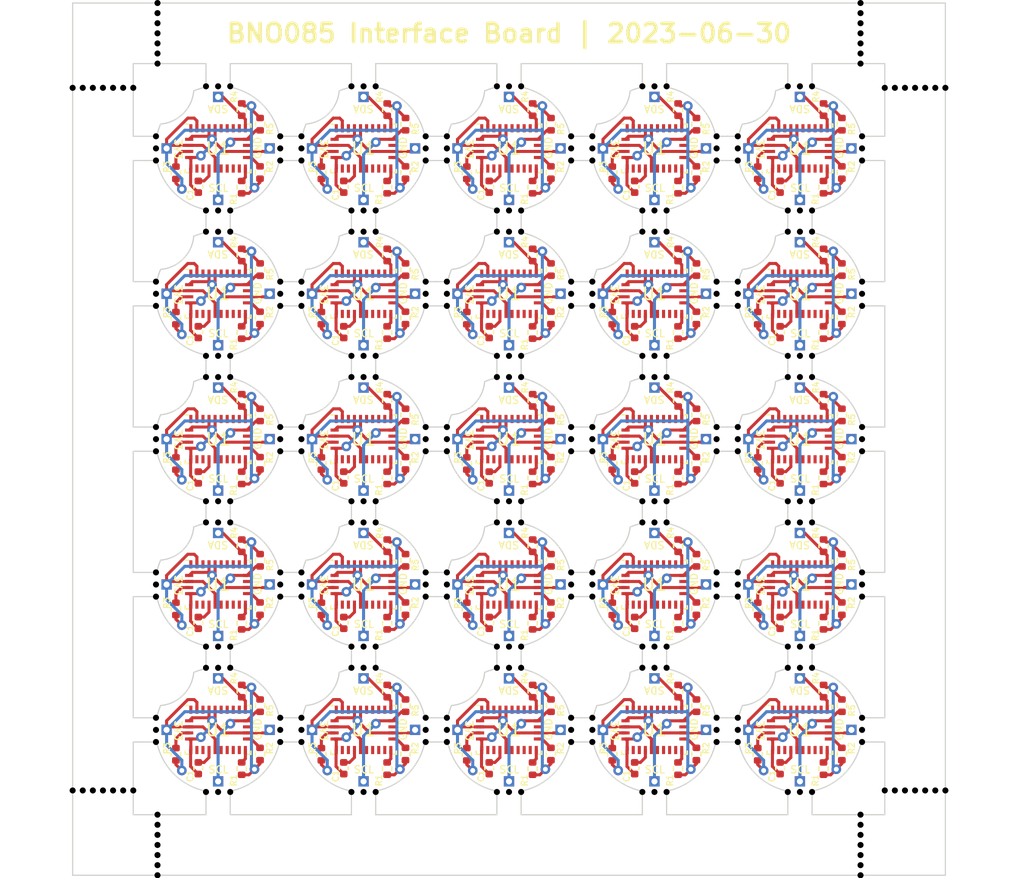
<source format=kicad_pcb>
(kicad_pcb (version 20221018) (generator pcbnew)
  (title_block (title "BNO085 Interface Board Panel") (date "2023-06-30") (comment 1 "Author: Toby Godfrey"))
  (layers (0 "F.Cu" signal) (31 "B.Cu" signal) (34 "B.Paste" user) (35 "F.Paste" user) (36 "B.SilkS" user "B.Silkscreen") (37 "F.SilkS" user "F.Silkscreen") (38 "B.Mask" user) (39 "F.Mask" user) (44 "Edge.Cuts" user))
  (net 0 "")
  (net 1 "Board_0-+3.3V")
  (net 2 "Board_0-GND")
  (net 3 "Board_0-Net-(J1-Pin_1)")
  (net 4 "Board_0-Net-(J2-Pin_1)")
  (net 5 "Board_0-Net-(U1-BOOTN)")
  (net 6 "Board_0-Net-(U1-CAP)")
  (net 7 "Board_0-Net-(U1-ENV_SCL)")
  (net 8 "Board_0-Net-(U1-ENV_SDA)")
  (net 9 "Board_0-unconnected-(U1-H_CSN-Pad18)")
  (net 10 "Board_0-unconnected-(U1-H_INTN-Pad14)")
  (net 11 "Board_0-unconnected-(U1-NRST-Pad11)")
  (net 12 "Board_0-unconnected-(U1-RESV_NC-Pad1)")
  (net 13 "Board_0-unconnected-(U1-RESV_NC-Pad12)")
  (net 14 "Board_0-unconnected-(U1-RESV_NC-Pad13)")
  (net 15 "Board_0-unconnected-(U1-RESV_NC-Pad21)")
  (net 16 "Board_0-unconnected-(U1-RESV_NC-Pad22)")
  (net 17 "Board_0-unconnected-(U1-RESV_NC-Pad23)")
  (net 18 "Board_0-unconnected-(U1-RESV_NC-Pad24)")
  (net 19 "Board_0-unconnected-(U1-RESV_NC-Pad7)")
  (net 20 "Board_0-unconnected-(U1-RESV_NC-Pad8)")
  (net 21 "Board_0-unconnected-(U1-XIN32-Pad27)")
  (net 22 "Board_1-+3.3V")
  (net 23 "Board_1-GND")
  (net 24 "Board_1-Net-(J1-Pin_1)")
  (net 25 "Board_1-Net-(J2-Pin_1)")
  (net 26 "Board_1-Net-(U1-BOOTN)")
  (net 27 "Board_1-Net-(U1-CAP)")
  (net 28 "Board_1-Net-(U1-ENV_SCL)")
  (net 29 "Board_1-Net-(U1-ENV_SDA)")
  (net 30 "Board_1-unconnected-(U1-H_CSN-Pad18)")
  (net 31 "Board_1-unconnected-(U1-H_INTN-Pad14)")
  (net 32 "Board_1-unconnected-(U1-NRST-Pad11)")
  (net 33 "Board_1-unconnected-(U1-RESV_NC-Pad1)")
  (net 34 "Board_1-unconnected-(U1-RESV_NC-Pad12)")
  (net 35 "Board_1-unconnected-(U1-RESV_NC-Pad13)")
  (net 36 "Board_1-unconnected-(U1-RESV_NC-Pad21)")
  (net 37 "Board_1-unconnected-(U1-RESV_NC-Pad22)")
  (net 38 "Board_1-unconnected-(U1-RESV_NC-Pad23)")
  (net 39 "Board_1-unconnected-(U1-RESV_NC-Pad24)")
  (net 40 "Board_1-unconnected-(U1-RESV_NC-Pad7)")
  (net 41 "Board_1-unconnected-(U1-RESV_NC-Pad8)")
  (net 42 "Board_1-unconnected-(U1-XIN32-Pad27)")
  (net 43 "Board_2-+3.3V")
  (net 44 "Board_2-GND")
  (net 45 "Board_2-Net-(J1-Pin_1)")
  (net 46 "Board_2-Net-(J2-Pin_1)")
  (net 47 "Board_2-Net-(U1-BOOTN)")
  (net 48 "Board_2-Net-(U1-CAP)")
  (net 49 "Board_2-Net-(U1-ENV_SCL)")
  (net 50 "Board_2-Net-(U1-ENV_SDA)")
  (net 51 "Board_2-unconnected-(U1-H_CSN-Pad18)")
  (net 52 "Board_2-unconnected-(U1-H_INTN-Pad14)")
  (net 53 "Board_2-unconnected-(U1-NRST-Pad11)")
  (net 54 "Board_2-unconnected-(U1-RESV_NC-Pad1)")
  (net 55 "Board_2-unconnected-(U1-RESV_NC-Pad12)")
  (net 56 "Board_2-unconnected-(U1-RESV_NC-Pad13)")
  (net 57 "Board_2-unconnected-(U1-RESV_NC-Pad21)")
  (net 58 "Board_2-unconnected-(U1-RESV_NC-Pad22)")
  (net 59 "Board_2-unconnected-(U1-RESV_NC-Pad23)")
  (net 60 "Board_2-unconnected-(U1-RESV_NC-Pad24)")
  (net 61 "Board_2-unconnected-(U1-RESV_NC-Pad7)")
  (net 62 "Board_2-unconnected-(U1-RESV_NC-Pad8)")
  (net 63 "Board_2-unconnected-(U1-XIN32-Pad27)")
  (net 64 "Board_3-+3.3V")
  (net 65 "Board_3-GND")
  (net 66 "Board_3-Net-(J1-Pin_1)")
  (net 67 "Board_3-Net-(J2-Pin_1)")
  (net 68 "Board_3-Net-(U1-BOOTN)")
  (net 69 "Board_3-Net-(U1-CAP)")
  (net 70 "Board_3-Net-(U1-ENV_SCL)")
  (net 71 "Board_3-Net-(U1-ENV_SDA)")
  (net 72 "Board_3-unconnected-(U1-H_CSN-Pad18)")
  (net 73 "Board_3-unconnected-(U1-H_INTN-Pad14)")
  (net 74 "Board_3-unconnected-(U1-NRST-Pad11)")
  (net 75 "Board_3-unconnected-(U1-RESV_NC-Pad1)")
  (net 76 "Board_3-unconnected-(U1-RESV_NC-Pad12)")
  (net 77 "Board_3-unconnected-(U1-RESV_NC-Pad13)")
  (net 78 "Board_3-unconnected-(U1-RESV_NC-Pad21)")
  (net 79 "Board_3-unconnected-(U1-RESV_NC-Pad22)")
  (net 80 "Board_3-unconnected-(U1-RESV_NC-Pad23)")
  (net 81 "Board_3-unconnected-(U1-RESV_NC-Pad24)")
  (net 82 "Board_3-unconnected-(U1-RESV_NC-Pad7)")
  (net 83 "Board_3-unconnected-(U1-RESV_NC-Pad8)")
  (net 84 "Board_3-unconnected-(U1-XIN32-Pad27)")
  (net 85 "Board_4-+3.3V")
  (net 86 "Board_4-GND")
  (net 87 "Board_4-Net-(J1-Pin_1)")
  (net 88 "Board_4-Net-(J2-Pin_1)")
  (net 89 "Board_4-Net-(U1-BOOTN)")
  (net 90 "Board_4-Net-(U1-CAP)")
  (net 91 "Board_4-Net-(U1-ENV_SCL)")
  (net 92 "Board_4-Net-(U1-ENV_SDA)")
  (net 93 "Board_4-unconnected-(U1-H_CSN-Pad18)")
  (net 94 "Board_4-unconnected-(U1-H_INTN-Pad14)")
  (net 95 "Board_4-unconnected-(U1-NRST-Pad11)")
  (net 96 "Board_4-unconnected-(U1-RESV_NC-Pad1)")
  (net 97 "Board_4-unconnected-(U1-RESV_NC-Pad12)")
  (net 98 "Board_4-unconnected-(U1-RESV_NC-Pad13)")
  (net 99 "Board_4-unconnected-(U1-RESV_NC-Pad21)")
  (net 100 "Board_4-unconnected-(U1-RESV_NC-Pad22)")
  (net 101 "Board_4-unconnected-(U1-RESV_NC-Pad23)")
  (net 102 "Board_4-unconnected-(U1-RESV_NC-Pad24)")
  (net 103 "Board_4-unconnected-(U1-RESV_NC-Pad7)")
  (net 104 "Board_4-unconnected-(U1-RESV_NC-Pad8)")
  (net 105 "Board_4-unconnected-(U1-XIN32-Pad27)")
  (net 106 "Board_5-+3.3V")
  (net 107 "Board_5-GND")
  (net 108 "Board_5-Net-(J1-Pin_1)")
  (net 109 "Board_5-Net-(J2-Pin_1)")
  (net 110 "Board_5-Net-(U1-BOOTN)")
  (net 111 "Board_5-Net-(U1-CAP)")
  (net 112 "Board_5-Net-(U1-ENV_SCL)")
  (net 113 "Board_5-Net-(U1-ENV_SDA)")
  (net 114 "Board_5-unconnected-(U1-H_CSN-Pad18)")
  (net 115 "Board_5-unconnected-(U1-H_INTN-Pad14)")
  (net 116 "Board_5-unconnected-(U1-NRST-Pad11)")
  (net 117 "Board_5-unconnected-(U1-RESV_NC-Pad1)")
  (net 118 "Board_5-unconnected-(U1-RESV_NC-Pad12)")
  (net 119 "Board_5-unconnected-(U1-RESV_NC-Pad13)")
  (net 120 "Board_5-unconnected-(U1-RESV_NC-Pad21)")
  (net 121 "Board_5-unconnected-(U1-RESV_NC-Pad22)")
  (net 122 "Board_5-unconnected-(U1-RESV_NC-Pad23)")
  (net 123 "Board_5-unconnected-(U1-RESV_NC-Pad24)")
  (net 124 "Board_5-unconnected-(U1-RESV_NC-Pad7)")
  (net 125 "Board_5-unconnected-(U1-RESV_NC-Pad8)")
  (net 126 "Board_5-unconnected-(U1-XIN32-Pad27)")
  (net 127 "Board_6-+3.3V")
  (net 128 "Board_6-GND")
  (net 129 "Board_6-Net-(J1-Pin_1)")
  (net 130 "Board_6-Net-(J2-Pin_1)")
  (net 131 "Board_6-Net-(U1-BOOTN)")
  (net 132 "Board_6-Net-(U1-CAP)")
  (net 133 "Board_6-Net-(U1-ENV_SCL)")
  (net 134 "Board_6-Net-(U1-ENV_SDA)")
  (net 135 "Board_6-unconnected-(U1-H_CSN-Pad18)")
  (net 136 "Board_6-unconnected-(U1-H_INTN-Pad14)")
  (net 137 "Board_6-unconnected-(U1-NRST-Pad11)")
  (net 138 "Board_6-unconnected-(U1-RESV_NC-Pad1)")
  (net 139 "Board_6-unconnected-(U1-RESV_NC-Pad12)")
  (net 140 "Board_6-unconnected-(U1-RESV_NC-Pad13)")
  (net 141 "Board_6-unconnected-(U1-RESV_NC-Pad21)")
  (net 142 "Board_6-unconnected-(U1-RESV_NC-Pad22)")
  (net 143 "Board_6-unconnected-(U1-RESV_NC-Pad23)")
  (net 144 "Board_6-unconnected-(U1-RESV_NC-Pad24)")
  (net 145 "Board_6-unconnected-(U1-RESV_NC-Pad7)")
  (net 146 "Board_6-unconnected-(U1-RESV_NC-Pad8)")
  (net 147 "Board_6-unconnected-(U1-XIN32-Pad27)")
  (net 148 "Board_7-+3.3V")
  (net 149 "Board_7-GND")
  (net 150 "Board_7-Net-(J1-Pin_1)")
  (net 151 "Board_7-Net-(J2-Pin_1)")
  (net 152 "Board_7-Net-(U1-BOOTN)")
  (net 153 "Board_7-Net-(U1-CAP)")
  (net 154 "Board_7-Net-(U1-ENV_SCL)")
  (net 155 "Board_7-Net-(U1-ENV_SDA)")
  (net 156 "Board_7-unconnected-(U1-H_CSN-Pad18)")
  (net 157 "Board_7-unconnected-(U1-H_INTN-Pad14)")
  (net 158 "Board_7-unconnected-(U1-NRST-Pad11)")
  (net 159 "Board_7-unconnected-(U1-RESV_NC-Pad1)")
  (net 160 "Board_7-unconnected-(U1-RESV_NC-Pad12)")
  (net 161 "Board_7-unconnected-(U1-RESV_NC-Pad13)")
  (net 162 "Board_7-unconnected-(U1-RESV_NC-Pad21)")
  (net 163 "Board_7-unconnected-(U1-RESV_NC-Pad22)")
  (net 164 "Board_7-unconnected-(U1-RESV_NC-Pad23)")
  (net 165 "Board_7-unconnected-(U1-RESV_NC-Pad24)")
  (net 166 "Board_7-unconnected-(U1-RESV_NC-Pad7)")
  (net 167 "Board_7-unconnected-(U1-RESV_NC-Pad8)")
  (net 168 "Board_7-unconnected-(U1-XIN32-Pad27)")
  (net 169 "Board_8-+3.3V")
  (net 170 "Board_8-GND")
  (net 171 "Board_8-Net-(J1-Pin_1)")
  (net 172 "Board_8-Net-(J2-Pin_1)")
  (net 173 "Board_8-Net-(U1-BOOTN)")
  (net 174 "Board_8-Net-(U1-CAP)")
  (net 175 "Board_8-Net-(U1-ENV_SCL)")
  (net 176 "Board_8-Net-(U1-ENV_SDA)")
  (net 177 "Board_8-unconnected-(U1-H_CSN-Pad18)")
  (net 178 "Board_8-unconnected-(U1-H_INTN-Pad14)")
  (net 179 "Board_8-unconnected-(U1-NRST-Pad11)")
  (net 180 "Board_8-unconnected-(U1-RESV_NC-Pad1)")
  (net 181 "Board_8-unconnected-(U1-RESV_NC-Pad12)")
  (net 182 "Board_8-unconnected-(U1-RESV_NC-Pad13)")
  (net 183 "Board_8-unconnected-(U1-RESV_NC-Pad21)")
  (net 184 "Board_8-unconnected-(U1-RESV_NC-Pad22)")
  (net 185 "Board_8-unconnected-(U1-RESV_NC-Pad23)")
  (net 186 "Board_8-unconnected-(U1-RESV_NC-Pad24)")
  (net 187 "Board_8-unconnected-(U1-RESV_NC-Pad7)")
  (net 188 "Board_8-unconnected-(U1-RESV_NC-Pad8)")
  (net 189 "Board_8-unconnected-(U1-XIN32-Pad27)")
  (net 190 "Board_9-+3.3V")
  (net 191 "Board_9-GND")
  (net 192 "Board_9-Net-(J1-Pin_1)")
  (net 193 "Board_9-Net-(J2-Pin_1)")
  (net 194 "Board_9-Net-(U1-BOOTN)")
  (net 195 "Board_9-Net-(U1-CAP)")
  (net 196 "Board_9-Net-(U1-ENV_SCL)")
  (net 197 "Board_9-Net-(U1-ENV_SDA)")
  (net 198 "Board_9-unconnected-(U1-H_CSN-Pad18)")
  (net 199 "Board_9-unconnected-(U1-H_INTN-Pad14)")
  (net 200 "Board_9-unconnected-(U1-NRST-Pad11)")
  (net 201 "Board_9-unconnected-(U1-RESV_NC-Pad1)")
  (net 202 "Board_9-unconnected-(U1-RESV_NC-Pad12)")
  (net 203 "Board_9-unconnected-(U1-RESV_NC-Pad13)")
  (net 204 "Board_9-unconnected-(U1-RESV_NC-Pad21)")
  (net 205 "Board_9-unconnected-(U1-RESV_NC-Pad22)")
  (net 206 "Board_9-unconnected-(U1-RESV_NC-Pad23)")
  (net 207 "Board_9-unconnected-(U1-RESV_NC-Pad24)")
  (net 208 "Board_9-unconnected-(U1-RESV_NC-Pad7)")
  (net 209 "Board_9-unconnected-(U1-RESV_NC-Pad8)")
  (net 210 "Board_9-unconnected-(U1-XIN32-Pad27)")
  (net 211 "Board_10-+3.3V")
  (net 212 "Board_10-GND")
  (net 213 "Board_10-Net-(J1-Pin_1)")
  (net 214 "Board_10-Net-(J2-Pin_1)")
  (net 215 "Board_10-Net-(U1-BOOTN)")
  (net 216 "Board_10-Net-(U1-CAP)")
  (net 217 "Board_10-Net-(U1-ENV_SCL)")
  (net 218 "Board_10-Net-(U1-ENV_SDA)")
  (net 219 "Board_10-unconnected-(U1-H_CSN-Pad18)")
  (net 220 "Board_10-unconnected-(U1-H_INTN-Pad14)")
  (net 221 "Board_10-unconnected-(U1-NRST-Pad11)")
  (net 222 "Board_10-unconnected-(U1-RESV_NC-Pad1)")
  (net 223 "Board_10-unconnected-(U1-RESV_NC-Pad12)")
  (net 224 "Board_10-unconnected-(U1-RESV_NC-Pad13)")
  (net 225 "Board_10-unconnected-(U1-RESV_NC-Pad21)")
  (net 226 "Board_10-unconnected-(U1-RESV_NC-Pad22)")
  (net 227 "Board_10-unconnected-(U1-RESV_NC-Pad23)")
  (net 228 "Board_10-unconnected-(U1-RESV_NC-Pad24)")
  (net 229 "Board_10-unconnected-(U1-RESV_NC-Pad7)")
  (net 230 "Board_10-unconnected-(U1-RESV_NC-Pad8)")
  (net 231 "Board_10-unconnected-(U1-XIN32-Pad27)")
  (net 232 "Board_11-+3.3V")
  (net 233 "Board_11-GND")
  (net 234 "Board_11-Net-(J1-Pin_1)")
  (net 235 "Board_11-Net-(J2-Pin_1)")
  (net 236 "Board_11-Net-(U1-BOOTN)")
  (net 237 "Board_11-Net-(U1-CAP)")
  (net 238 "Board_11-Net-(U1-ENV_SCL)")
  (net 239 "Board_11-Net-(U1-ENV_SDA)")
  (net 240 "Board_11-unconnected-(U1-H_CSN-Pad18)")
  (net 241 "Board_11-unconnected-(U1-H_INTN-Pad14)")
  (net 242 "Board_11-unconnected-(U1-NRST-Pad11)")
  (net 243 "Board_11-unconnected-(U1-RESV_NC-Pad1)")
  (net 244 "Board_11-unconnected-(U1-RESV_NC-Pad12)")
  (net 245 "Board_11-unconnected-(U1-RESV_NC-Pad13)")
  (net 246 "Board_11-unconnected-(U1-RESV_NC-Pad21)")
  (net 247 "Board_11-unconnected-(U1-RESV_NC-Pad22)")
  (net 248 "Board_11-unconnected-(U1-RESV_NC-Pad23)")
  (net 249 "Board_11-unconnected-(U1-RESV_NC-Pad24)")
  (net 250 "Board_11-unconnected-(U1-RESV_NC-Pad7)")
  (net 251 "Board_11-unconnected-(U1-RESV_NC-Pad8)")
  (net 252 "Board_11-unconnected-(U1-XIN32-Pad27)")
  (net 253 "Board_12-+3.3V")
  (net 254 "Board_12-GND")
  (net 255 "Board_12-Net-(J1-Pin_1)")
  (net 256 "Board_12-Net-(J2-Pin_1)")
  (net 257 "Board_12-Net-(U1-BOOTN)")
  (net 258 "Board_12-Net-(U1-CAP)")
  (net 259 "Board_12-Net-(U1-ENV_SCL)")
  (net 260 "Board_12-Net-(U1-ENV_SDA)")
  (net 261 "Board_12-unconnected-(U1-H_CSN-Pad18)")
  (net 262 "Board_12-unconnected-(U1-H_INTN-Pad14)")
  (net 263 "Board_12-unconnected-(U1-NRST-Pad11)")
  (net 264 "Board_12-unconnected-(U1-RESV_NC-Pad1)")
  (net 265 "Board_12-unconnected-(U1-RESV_NC-Pad12)")
  (net 266 "Board_12-unconnected-(U1-RESV_NC-Pad13)")
  (net 267 "Board_12-unconnected-(U1-RESV_NC-Pad21)")
  (net 268 "Board_12-unconnected-(U1-RESV_NC-Pad22)")
  (net 269 "Board_12-unconnected-(U1-RESV_NC-Pad23)")
  (net 270 "Board_12-unconnected-(U1-RESV_NC-Pad24)")
  (net 271 "Board_12-unconnected-(U1-RESV_NC-Pad7)")
  (net 272 "Board_12-unconnected-(U1-RESV_NC-Pad8)")
  (net 273 "Board_12-unconnected-(U1-XIN32-Pad27)")
  (net 274 "Board_13-+3.3V")
  (net 275 "Board_13-GND")
  (net 276 "Board_13-Net-(J1-Pin_1)")
  (net 277 "Board_13-Net-(J2-Pin_1)")
  (net 278 "Board_13-Net-(U1-BOOTN)")
  (net 279 "Board_13-Net-(U1-CAP)")
  (net 280 "Board_13-Net-(U1-ENV_SCL)")
  (net 281 "Board_13-Net-(U1-ENV_SDA)")
  (net 282 "Board_13-unconnected-(U1-H_CSN-Pad18)")
  (net 283 "Board_13-unconnected-(U1-H_INTN-Pad14)")
  (net 284 "Board_13-unconnected-(U1-NRST-Pad11)")
  (net 285 "Board_13-unconnected-(U1-RESV_NC-Pad1)")
  (net 286 "Board_13-unconnected-(U1-RESV_NC-Pad12)")
  (net 287 "Board_13-unconnected-(U1-RESV_NC-Pad13)")
  (net 288 "Board_13-unconnected-(U1-RESV_NC-Pad21)")
  (net 289 "Board_13-unconnected-(U1-RESV_NC-Pad22)")
  (net 290 "Board_13-unconnected-(U1-RESV_NC-Pad23)")
  (net 291 "Board_13-unconnected-(U1-RESV_NC-Pad24)")
  (net 292 "Board_13-unconnected-(U1-RESV_NC-Pad7)")
  (net 293 "Board_13-unconnected-(U1-RESV_NC-Pad8)")
  (net 294 "Board_13-unconnected-(U1-XIN32-Pad27)")
  (net 295 "Board_14-+3.3V")
  (net 296 "Board_14-GND")
  (net 297 "Board_14-Net-(J1-Pin_1)")
  (net 298 "Board_14-Net-(J2-Pin_1)")
  (net 299 "Board_14-Net-(U1-BOOTN)")
  (net 300 "Board_14-Net-(U1-CAP)")
  (net 301 "Board_14-Net-(U1-ENV_SCL)")
  (net 302 "Board_14-Net-(U1-ENV_SDA)")
  (net 303 "Board_14-unconnected-(U1-H_CSN-Pad18)")
  (net 304 "Board_14-unconnected-(U1-H_INTN-Pad14)")
  (net 305 "Board_14-unconnected-(U1-NRST-Pad11)")
  (net 306 "Board_14-unconnected-(U1-RESV_NC-Pad1)")
  (net 307 "Board_14-unconnected-(U1-RESV_NC-Pad12)")
  (net 308 "Board_14-unconnected-(U1-RESV_NC-Pad13)")
  (net 309 "Board_14-unconnected-(U1-RESV_NC-Pad21)")
  (net 310 "Board_14-unconnected-(U1-RESV_NC-Pad22)")
  (net 311 "Board_14-unconnected-(U1-RESV_NC-Pad23)")
  (net 312 "Board_14-unconnected-(U1-RESV_NC-Pad24)")
  (net 313 "Board_14-unconnected-(U1-RESV_NC-Pad7)")
  (net 314 "Board_14-unconnected-(U1-RESV_NC-Pad8)")
  (net 315 "Board_14-unconnected-(U1-XIN32-Pad27)")
  (net 316 "Board_15-+3.3V")
  (net 317 "Board_15-GND")
  (net 318 "Board_15-Net-(J1-Pin_1)")
  (net 319 "Board_15-Net-(J2-Pin_1)")
  (net 320 "Board_15-Net-(U1-BOOTN)")
  (net 321 "Board_15-Net-(U1-CAP)")
  (net 322 "Board_15-Net-(U1-ENV_SCL)")
  (net 323 "Board_15-Net-(U1-ENV_SDA)")
  (net 324 "Board_15-unconnected-(U1-H_CSN-Pad18)")
  (net 325 "Board_15-unconnected-(U1-H_INTN-Pad14)")
  (net 326 "Board_15-unconnected-(U1-NRST-Pad11)")
  (net 327 "Board_15-unconnected-(U1-RESV_NC-Pad1)")
  (net 328 "Board_15-unconnected-(U1-RESV_NC-Pad12)")
  (net 329 "Board_15-unconnected-(U1-RESV_NC-Pad13)")
  (net 330 "Board_15-unconnected-(U1-RESV_NC-Pad21)")
  (net 331 "Board_15-unconnected-(U1-RESV_NC-Pad22)")
  (net 332 "Board_15-unconnected-(U1-RESV_NC-Pad23)")
  (net 333 "Board_15-unconnected-(U1-RESV_NC-Pad24)")
  (net 334 "Board_15-unconnected-(U1-RESV_NC-Pad7)")
  (net 335 "Board_15-unconnected-(U1-RESV_NC-Pad8)")
  (net 336 "Board_15-unconnected-(U1-XIN32-Pad27)")
  (net 337 "Board_16-+3.3V")
  (net 338 "Board_16-GND")
  (net 339 "Board_16-Net-(J1-Pin_1)")
  (net 340 "Board_16-Net-(J2-Pin_1)")
  (net 341 "Board_16-Net-(U1-BOOTN)")
  (net 342 "Board_16-Net-(U1-CAP)")
  (net 343 "Board_16-Net-(U1-ENV_SCL)")
  (net 344 "Board_16-Net-(U1-ENV_SDA)")
  (net 345 "Board_16-unconnected-(U1-H_CSN-Pad18)")
  (net 346 "Board_16-unconnected-(U1-H_INTN-Pad14)")
  (net 347 "Board_16-unconnected-(U1-NRST-Pad11)")
  (net 348 "Board_16-unconnected-(U1-RESV_NC-Pad1)")
  (net 349 "Board_16-unconnected-(U1-RESV_NC-Pad12)")
  (net 350 "Board_16-unconnected-(U1-RESV_NC-Pad13)")
  (net 351 "Board_16-unconnected-(U1-RESV_NC-Pad21)")
  (net 352 "Board_16-unconnected-(U1-RESV_NC-Pad22)")
  (net 353 "Board_16-unconnected-(U1-RESV_NC-Pad23)")
  (net 354 "Board_16-unconnected-(U1-RESV_NC-Pad24)")
  (net 355 "Board_16-unconnected-(U1-RESV_NC-Pad7)")
  (net 356 "Board_16-unconnected-(U1-RESV_NC-Pad8)")
  (net 357 "Board_16-unconnected-(U1-XIN32-Pad27)")
  (net 358 "Board_17-+3.3V")
  (net 359 "Board_17-GND")
  (net 360 "Board_17-Net-(J1-Pin_1)")
  (net 361 "Board_17-Net-(J2-Pin_1)")
  (net 362 "Board_17-Net-(U1-BOOTN)")
  (net 363 "Board_17-Net-(U1-CAP)")
  (net 364 "Board_17-Net-(U1-ENV_SCL)")
  (net 365 "Board_17-Net-(U1-ENV_SDA)")
  (net 366 "Board_17-unconnected-(U1-H_CSN-Pad18)")
  (net 367 "Board_17-unconnected-(U1-H_INTN-Pad14)")
  (net 368 "Board_17-unconnected-(U1-NRST-Pad11)")
  (net 369 "Board_17-unconnected-(U1-RESV_NC-Pad1)")
  (net 370 "Board_17-unconnected-(U1-RESV_NC-Pad12)")
  (net 371 "Board_17-unconnected-(U1-RESV_NC-Pad13)")
  (net 372 "Board_17-unconnected-(U1-RESV_NC-Pad21)")
  (net 373 "Board_17-unconnected-(U1-RESV_NC-Pad22)")
  (net 374 "Board_17-unconnected-(U1-RESV_NC-Pad23)")
  (net 375 "Board_17-unconnected-(U1-RESV_NC-Pad24)")
  (net 376 "Board_17-unconnected-(U1-RESV_NC-Pad7)")
  (net 377 "Board_17-unconnected-(U1-RESV_NC-Pad8)")
  (net 378 "Board_17-unconnected-(U1-XIN32-Pad27)")
  (net 379 "Board_18-+3.3V")
  (net 380 "Board_18-GND")
  (net 381 "Board_18-Net-(J1-Pin_1)")
  (net 382 "Board_18-Net-(J2-Pin_1)")
  (net 383 "Board_18-Net-(U1-BOOTN)")
  (net 384 "Board_18-Net-(U1-CAP)")
  (net 385 "Board_18-Net-(U1-ENV_SCL)")
  (net 386 "Board_18-Net-(U1-ENV_SDA)")
  (net 387 "Board_18-unconnected-(U1-H_CSN-Pad18)")
  (net 388 "Board_18-unconnected-(U1-H_INTN-Pad14)")
  (net 389 "Board_18-unconnected-(U1-NRST-Pad11)")
  (net 390 "Board_18-unconnected-(U1-RESV_NC-Pad1)")
  (net 391 "Board_18-unconnected-(U1-RESV_NC-Pad12)")
  (net 392 "Board_18-unconnected-(U1-RESV_NC-Pad13)")
  (net 393 "Board_18-unconnected-(U1-RESV_NC-Pad21)")
  (net 394 "Board_18-unconnected-(U1-RESV_NC-Pad22)")
  (net 395 "Board_18-unconnected-(U1-RESV_NC-Pad23)")
  (net 396 "Board_18-unconnected-(U1-RESV_NC-Pad24)")
  (net 397 "Board_18-unconnected-(U1-RESV_NC-Pad7)")
  (net 398 "Board_18-unconnected-(U1-RESV_NC-Pad8)")
  (net 399 "Board_18-unconnected-(U1-XIN32-Pad27)")
  (net 400 "Board_19-+3.3V")
  (net 401 "Board_19-GND")
  (net 402 "Board_19-Net-(J1-Pin_1)")
  (net 403 "Board_19-Net-(J2-Pin_1)")
  (net 404 "Board_19-Net-(U1-BOOTN)")
  (net 405 "Board_19-Net-(U1-CAP)")
  (net 406 "Board_19-Net-(U1-ENV_SCL)")
  (net 407 "Board_19-Net-(U1-ENV_SDA)")
  (net 408 "Board_19-unconnected-(U1-H_CSN-Pad18)")
  (net 409 "Board_19-unconnected-(U1-H_INTN-Pad14)")
  (net 410 "Board_19-unconnected-(U1-NRST-Pad11)")
  (net 411 "Board_19-unconnected-(U1-RESV_NC-Pad1)")
  (net 412 "Board_19-unconnected-(U1-RESV_NC-Pad12)")
  (net 413 "Board_19-unconnected-(U1-RESV_NC-Pad13)")
  (net 414 "Board_19-unconnected-(U1-RESV_NC-Pad21)")
  (net 415 "Board_19-unconnected-(U1-RESV_NC-Pad22)")
  (net 416 "Board_19-unconnected-(U1-RESV_NC-Pad23)")
  (net 417 "Board_19-unconnected-(U1-RESV_NC-Pad24)")
  (net 418 "Board_19-unconnected-(U1-RESV_NC-Pad7)")
  (net 419 "Board_19-unconnected-(U1-RESV_NC-Pad8)")
  (net 420 "Board_19-unconnected-(U1-XIN32-Pad27)")
  (net 421 "Board_20-+3.3V")
  (net 422 "Board_20-GND")
  (net 423 "Board_20-Net-(J1-Pin_1)")
  (net 424 "Board_20-Net-(J2-Pin_1)")
  (net 425 "Board_20-Net-(U1-BOOTN)")
  (net 426 "Board_20-Net-(U1-CAP)")
  (net 427 "Board_20-Net-(U1-ENV_SCL)")
  (net 428 "Board_20-Net-(U1-ENV_SDA)")
  (net 429 "Board_20-unconnected-(U1-H_CSN-Pad18)")
  (net 430 "Board_20-unconnected-(U1-H_INTN-Pad14)")
  (net 431 "Board_20-unconnected-(U1-NRST-Pad11)")
  (net 432 "Board_20-unconnected-(U1-RESV_NC-Pad1)")
  (net 433 "Board_20-unconnected-(U1-RESV_NC-Pad12)")
  (net 434 "Board_20-unconnected-(U1-RESV_NC-Pad13)")
  (net 435 "Board_20-unconnected-(U1-RESV_NC-Pad21)")
  (net 436 "Board_20-unconnected-(U1-RESV_NC-Pad22)")
  (net 437 "Board_20-unconnected-(U1-RESV_NC-Pad23)")
  (net 438 "Board_20-unconnected-(U1-RESV_NC-Pad24)")
  (net 439 "Board_20-unconnected-(U1-RESV_NC-Pad7)")
  (net 440 "Board_20-unconnected-(U1-RESV_NC-Pad8)")
  (net 441 "Board_20-unconnected-(U1-XIN32-Pad27)")
  (net 442 "Board_21-+3.3V")
  (net 443 "Board_21-GND")
  (net 444 "Board_21-Net-(J1-Pin_1)")
  (net 445 "Board_21-Net-(J2-Pin_1)")
  (net 446 "Board_21-Net-(U1-BOOTN)")
  (net 447 "Board_21-Net-(U1-CAP)")
  (net 448 "Board_21-Net-(U1-ENV_SCL)")
  (net 449 "Board_21-Net-(U1-ENV_SDA)")
  (net 450 "Board_21-unconnected-(U1-H_CSN-Pad18)")
  (net 451 "Board_21-unconnected-(U1-H_INTN-Pad14)")
  (net 452 "Board_21-unconnected-(U1-NRST-Pad11)")
  (net 453 "Board_21-unconnected-(U1-RESV_NC-Pad1)")
  (net 454 "Board_21-unconnected-(U1-RESV_NC-Pad12)")
  (net 455 "Board_21-unconnected-(U1-RESV_NC-Pad13)")
  (net 456 "Board_21-unconnected-(U1-RESV_NC-Pad21)")
  (net 457 "Board_21-unconnected-(U1-RESV_NC-Pad22)")
  (net 458 "Board_21-unconnected-(U1-RESV_NC-Pad23)")
  (net 459 "Board_21-unconnected-(U1-RESV_NC-Pad24)")
  (net 460 "Board_21-unconnected-(U1-RESV_NC-Pad7)")
  (net 461 "Board_21-unconnected-(U1-RESV_NC-Pad8)")
  (net 462 "Board_21-unconnected-(U1-XIN32-Pad27)")
  (net 463 "Board_22-+3.3V")
  (net 464 "Board_22-GND")
  (net 465 "Board_22-Net-(J1-Pin_1)")
  (net 466 "Board_22-Net-(J2-Pin_1)")
  (net 467 "Board_22-Net-(U1-BOOTN)")
  (net 468 "Board_22-Net-(U1-CAP)")
  (net 469 "Board_22-Net-(U1-ENV_SCL)")
  (net 470 "Board_22-Net-(U1-ENV_SDA)")
  (net 471 "Board_22-unconnected-(U1-H_CSN-Pad18)")
  (net 472 "Board_22-unconnected-(U1-H_INTN-Pad14)")
  (net 473 "Board_22-unconnected-(U1-NRST-Pad11)")
  (net 474 "Board_22-unconnected-(U1-RESV_NC-Pad1)")
  (net 475 "Board_22-unconnected-(U1-RESV_NC-Pad12)")
  (net 476 "Board_22-unconnected-(U1-RESV_NC-Pad13)")
  (net 477 "Board_22-unconnected-(U1-RESV_NC-Pad21)")
  (net 478 "Board_22-unconnected-(U1-RESV_NC-Pad22)")
  (net 479 "Board_22-unconnected-(U1-RESV_NC-Pad23)")
  (net 480 "Board_22-unconnected-(U1-RESV_NC-Pad24)")
  (net 481 "Board_22-unconnected-(U1-RESV_NC-Pad7)")
  (net 482 "Board_22-unconnected-(U1-RESV_NC-Pad8)")
  (net 483 "Board_22-unconnected-(U1-XIN32-Pad27)")
  (net 484 "Board_23-+3.3V")
  (net 485 "Board_23-GND")
  (net 486 "Board_23-Net-(J1-Pin_1)")
  (net 487 "Board_23-Net-(J2-Pin_1)")
  (net 488 "Board_23-Net-(U1-BOOTN)")
  (net 489 "Board_23-Net-(U1-CAP)")
  (net 490 "Board_23-Net-(U1-ENV_SCL)")
  (net 491 "Board_23-Net-(U1-ENV_SDA)")
  (net 492 "Board_23-unconnected-(U1-H_CSN-Pad18)")
  (net 493 "Board_23-unconnected-(U1-H_INTN-Pad14)")
  (net 494 "Board_23-unconnected-(U1-NRST-Pad11)")
  (net 495 "Board_23-unconnected-(U1-RESV_NC-Pad1)")
  (net 496 "Board_23-unconnected-(U1-RESV_NC-Pad12)")
  (net 497 "Board_23-unconnected-(U1-RESV_NC-Pad13)")
  (net 498 "Board_23-unconnected-(U1-RESV_NC-Pad21)")
  (net 499 "Board_23-unconnected-(U1-RESV_NC-Pad22)")
  (net 500 "Board_23-unconnected-(U1-RESV_NC-Pad23)")
  (net 501 "Board_23-unconnected-(U1-RESV_NC-Pad24)")
  (net 502 "Board_23-unconnected-(U1-RESV_NC-Pad7)")
  (net 503 "Board_23-unconnected-(U1-RESV_NC-Pad8)")
  (net 504 "Board_23-unconnected-(U1-XIN32-Pad27)")
  (net 505 "Board_24-+3.3V")
  (net 506 "Board_24-GND")
  (net 507 "Board_24-Net-(J1-Pin_1)")
  (net 508 "Board_24-Net-(J2-Pin_1)")
  (net 509 "Board_24-Net-(U1-BOOTN)")
  (net 510 "Board_24-Net-(U1-CAP)")
  (net 511 "Board_24-Net-(U1-ENV_SCL)")
  (net 512 "Board_24-Net-(U1-ENV_SDA)")
  (net 513 "Board_24-unconnected-(U1-H_CSN-Pad18)")
  (net 514 "Board_24-unconnected-(U1-H_INTN-Pad14)")
  (net 515 "Board_24-unconnected-(U1-NRST-Pad11)")
  (net 516 "Board_24-unconnected-(U1-RESV_NC-Pad1)")
  (net 517 "Board_24-unconnected-(U1-RESV_NC-Pad12)")
  (net 518 "Board_24-unconnected-(U1-RESV_NC-Pad13)")
  (net 519 "Board_24-unconnected-(U1-RESV_NC-Pad21)")
  (net 520 "Board_24-unconnected-(U1-RESV_NC-Pad22)")
  (net 521 "Board_24-unconnected-(U1-RESV_NC-Pad23)")
  (net 522 "Board_24-unconnected-(U1-RESV_NC-Pad24)")
  (net 523 "Board_24-unconnected-(U1-RESV_NC-Pad7)")
  (net 524 "Board_24-unconnected-(U1-RESV_NC-Pad8)")
  (net 525 "Board_24-unconnected-(U1-XIN32-Pad27)")
  (footprint "Connector_PinHeader_1.00mm:PinHeader_1x01_P1.00mm_Vertical" (layer "F.Cu") (at 148.5 60.25)
    (fp_text reference "J2" hide)
    (fp_text value "Conn_01x01_Pin")
  )
  (footprint "NPTH" (layer "F.Cu") (at 160.5 49.124999)
    (fp_text reference "REF**" hide)
    (fp_text value "NPTH" hide)
  )
  (footprint "Connector_PinHeader_1.00mm:PinHeader_1x01_P1.00mm_Vertical" (layer "F.Cu") (at 120.25 44)
    (fp_text reference "J3" hide)
    (fp_text value "Conn_01x01_Pin")
  )
  (footprint "Resistor_SMD:R_0402_1005Metric" (layer "F.Cu") (at 150.445121 71.197561 90)
    (fp_text reference "R1")
    (fp_text value "2.2k")
  )
  (footprint "Resistor_SMD:R_0402_1005Metric" (layer "F.Cu") (at 138.445121 35.197561 90)
    (fp_text reference "R1")
    (fp_text value "2.2k")
  )
  (footprint "NPTH" (layer "F.Cu") (at 112.500001 85)
    (fp_text reference "REF**" hide)
    (fp_text value "NPTH" hide)
  )
  (footprint "Resistor_SMD:R_0402_1005Metric" (layer "F.Cu") (at 127.96343 54 -90)
    (fp_text reference "R5")
    (fp_text value "2.2k")
  )
  (footprint "Connector_PinHeader_1.00mm:PinHeader_1x01_P1.00mm_Vertical" (layer "F.Cu") (at 172.5 75.75)
    (fp_text reference "J1" hide)
    (fp_text value "Conn_01x01_Pin")
  )
  (footprint "Package_LGA:LGA-28_5.2x3.8mm_P0.5mm" (layer "F.Cu") (at 124.5 80)
    (fp_text reference "U1")
    (fp_text value "~")
  )
  (footprint "NPTH" (layer "F.Cu") (at 172.5 49.124999)
    (fp_text reference "REF**" hide)
    (fp_text value "NPTH" hide)
  )
  (footprint "Resistor_SMD:R_0402_1005Metric" (layer "F.Cu") (at 169.019054 58.012703 -90)
    (fp_text reference "R3")
    (fp_text value "10k")
  )
  (footprint "NPTH" (layer "F.Cu") (at 143.375 67.999999)
    (fp_text reference "REF**" hide)
    (fp_text value "NPTH" hide)
  )
  (footprint "Package_LGA:LGA-28_5.2x3.8mm_P0.5mm" (layer "F.Cu") (at 136.5 56)
    (fp_text reference "U1")
    (fp_text value "~")
  )
  (footprint "Connector_PinHeader_1.00mm:PinHeader_1x01_P1.00mm_Vertical" (layer "F.Cu") (at 152.75 32)
    (fp_text reference "J4" hide)
    (fp_text value "Conn_01x01_Pin")
  )
  (footprint "NPTH" (layer "F.Cu") (at 155.375 54.999999)
    (fp_text reference "REF**" hide)
    (fp_text value "NPTH" hide)
  )
  (footprint "NPTH" (layer "F.Cu") (at 177.499999 91.166666)
    (fp_text reference "REF**" hide)
    (fp_text value "NPTH" hide)
  )
  (footprint "Resistor_SMD:R_0402_1005Metric" (layer "F.Cu") (at 139.96343 42 -90)
    (fp_text reference "R5")
    (fp_text value "2.2k")
  )
  (footprint "Connector_PinHeader_1.00mm:PinHeader_1x01_P1.00mm_Vertical" (layer "F.Cu") (at 172.5 48.25)
    (fp_text reference "J2" hide)
    (fp_text value "Conn_01x01_Pin")
  )
  (footprint "NPTH" (layer "F.Cu") (at 161.5 37.124999)
    (fp_text reference "REF**" hide)
    (fp_text value "NPTH" hide)
  )
  (footprint "NPTH" (layer "F.Cu") (at 172.5 61.124999)
    (fp_text reference "REF**" hide)
    (fp_text value "NPTH" hide)
  )
  (footprint "NPTH" (layer "F.Cu") (at 135.5 61.124999)
    (fp_text reference "REF**" hide)
    (fp_text value "NPTH" hide)
  )
  (footprint "Resistor_SMD:R_0402_1005Metric" (layer "F.Cu") (at 126.445121 35.197561 90)
    (fp_text reference "R1")
    (fp_text value "2.2k")
  )
  (footprint "NPTH" (layer "F.Cu") (at 171.5 85.124999)
    (fp_text reference "REF**" hide)
    (fp_text value "NPTH" hide)
  )
  (footprint "NPTH" (layer "F.Cu") (at 114.166668 85)
    (fp_text reference "REF**" hide)
    (fp_text value "NPTH" hide)
  )
  (footprint "Resistor_SMD:R_0402_1005Metric" (layer "F.Cu") (at 174.445121 59.197561 90)
    (fp_text reference "R1")
    (fp_text value "2.2k")
  )
  (footprint "NPTH" (layer "F.Cu") (at 119.375001 31)
    (fp_text reference "REF**" hide)
    (fp_text value "NPTH" hide)
  )
  (footprint "NPTH" (layer "F.Cu") (at 177.499999 92)
    (fp_text reference "REF**" hide)
    (fp_text value "NPTH" hide)
  )
  (footprint "Resistor_SMD:R_0402_1005Metric" (layer "F.Cu") (at 157.019054 46.012703 -90)
    (fp_text reference "R3")
    (fp_text value "10k")
  )
  (footprint "NPTH" (layer "F.Cu") (at 129.624999 80.999999)
    (fp_text reference "REF**" hide)
    (fp_text value "NPTH" hide)
  )
  (footprint "NPTH" (layer "F.Cu") (at 124.5 50.875002)
    (fp_text reference "REF**" hide)
    (fp_text value "NPTH" hide)
  )
  (footprint "Resistor_SMD:R_0402_1005Metric" (layer "F.Cu") (at 169.019054 46.012703 -90)
    (fp_text reference "R3")
    (fp_text value "10k")
  )
  (footprint "NPTH" (layer "F.Cu") (at 129.624999 44.999999)
    (fp_text reference "REF**" hide)
    (fp_text value "NPTH" hide)
  )
  (footprint "Connector_PinHeader_1.00mm:PinHeader_1x01_P1.00mm_Vertical" (layer "F.Cu") (at 168.25 68)
    (fp_text reference "J3" hide)
    (fp_text value "Conn_01x01_Pin")
  )
  (footprint "NPTH" (layer "F.Cu") (at 177.624999 42.999999)
    (fp_text reference "REF**" hide)
    (fp_text value "NPTH" hide)
  )
  (footprint "NPTH" (layer "F.Cu") (at 177.624999 43.999999)
    (fp_text reference "REF**" hide)
    (fp_text value "NPTH" hide)
  )
  (footprint "Package_LGA:LGA-28_5.2x3.8mm_P0.5mm" (layer "F.Cu") (at 172.5 44)
    (fp_text reference "U1")
    (fp_text value "~")
  )
  (footprint "Resistor_SMD:R_0402_1005Metric" (layer "F.Cu") (at 162.452362 76.796026 90)
    (fp_text reference "R4")
    (fp_text value "2.2k")
  )
  (footprint "NPTH" (layer "F.Cu") (at 149.499999 62.875)
    (fp_text reference "REF**" hide)
    (fp_text value "NPTH" hide)
  )
  (footprint "Capacitor_SMD:C_0402_1005Metric" (layer "F.Cu") (at 146.866101 83.166347 -90)
    (fp_text reference "C1")
    (fp_text value "0.1uF")
  )
  (footprint "NPTH" (layer "F.Cu") (at 137.5 73.124999)
    (fp_text reference "REF**" hide)
    (fp_text value "NPTH" hide)
  )
  (footprint "Package_LGA:LGA-28_5.2x3.8mm_P0.5mm" (layer "F.Cu") (at 136.5 44)
    (fp_text reference "U1")
    (fp_text value "~")
  )
  (footprint "NPTH" (layer "F.Cu") (at 124.5 49.124999)
    (fp_text reference "REF**" hide)
    (fp_text value "NPTH" hide)
  )
  (footprint "NPTH" (layer "F.Cu") (at 160.499999 50.875002)
    (fp_text reference "REF**" hide)
    (fp_text value "NPTH" hide)
  )
  (footprint "NPTH" (layer "F.Cu") (at 160.499999 62.875002)
    (fp_text reference "REF**" hide)
    (fp_text value "NPTH" hide)
  )
  (footprint "NPTH" (layer "F.Cu") (at 141.624999 78.999999)
    (fp_text reference "REF**" hide)
    (fp_text value "NPTH" hide)
  )
  (footprint "Resistor_SMD:R_0402_1005Metric" (layer "F.Cu") (at 174.452362 76.796026 90)
    (fp_text reference "R4")
    (fp_text value "2.2k")
  )
  (footprint "NPTH" (layer "F.Cu") (at 117.500001 85)
    (fp_text reference "REF**" hide)
    (fp_text value "NPTH" hide)
  )
  (footprint "NPTH" (layer "F.Cu") (at 177.499999 23.333334)
    (fp_text reference "REF**" hide)
    (fp_text value "NPTH" hide)
  )
  (footprint "NPTH" (layer "F.Cu") (at 129.624999 55.999999)
    (fp_text reference "REF**" hide)
    (fp_text value "NPTH" hide)
  )
  (footprint "NPTH" (layer "F.Cu") (at 177.499999 20.833334)
    (fp_text reference "REF**" hide)
    (fp_text value "NPTH" hide)
  )
  (footprint "NPTH" (layer "F.Cu") (at 167.375 68.999999)
    (fp_text reference "REF**" hide)
    (fp_text value "NPTH" hide)
  )
  (footprint "NPTH" (layer "F.Cu") (at 137.5 85.124999)
    (fp_text reference "REF**" hide)
    (fp_text value "NPTH" hide)
  )
  (footprint "NPTH" (layer "F.Cu") (at 137.5 61.124999)
    (fp_text reference "REF**" hide)
    (fp_text value "NPTH" hide)
  )
  (footprint "NPTH" (layer "F.Cu") (at 153.624999 32.999999)
    (fp_text reference "REF**" hide)
    (fp_text value "NPTH" hide)
  )
  (footprint "Connector_PinHeader_1.00mm:PinHeader_1x01_P1.00mm_Vertical" (layer "F.Cu") (at 144.25 80)
    (fp_text reference "J3" hide)
    (fp_text value "Conn_01x01_Pin")
  )
  (footprint "NPTH" (layer "F.Cu") (at 147.5 61.124999)
    (fp_text reference "REF**" hide)
    (fp_text value "NPTH" hide)
  )
  (footprint "NPTH" (layer "F.Cu") (at 136.5 61.124999)
    (fp_text reference "REF**" hide)
    (fp_text value "NPTH" hide)
  )
  (footprint "Connector_PinHeader_1.00mm:PinHeader_1x01_P1.00mm_Vertical" (layer "F.Cu") (at 160.5 36.25)
    (fp_text reference "J2" hide)
    (fp_text value "Conn_01x01_Pin")
  )
  (footprint "NPTH" (layer "F.Cu") (at 115.833335 85)
    (fp_text reference "REF**" hide)
    (fp_text value "NPTH" hide)
  )
  (footprint "NPTH" (layer "F.Cu") (at 129.624999 42.999999)
    (fp_text reference "REF**" hide)
    (fp_text value "NPTH" hide)
  )
  (footprint "Connector_PinHeader_1.00mm:PinHeader_1x01_P1.00mm_Vertical" (layer "F.Cu") (at 164.75 80)
    (fp_text reference "J4" hide)
    (fp_text value "Conn_01x01_Pin")
  )
  (footprint "Package_LGA:LGA-28_5.2x3.8mm_P0.5mm" (layer "F.Cu") (at 160.5 80)
    (fp_text reference "U1")
    (fp_text value "~")
  )
  (footprint "NPTH" (layer "F.Cu") (at 173.499999 38.875)
    (fp_text reference "REF**" hide)
    (fp_text value "NPTH" hide)
  )
  (footprint "Resistor_SMD:R_0402_1005Metric" (layer "F.Cu") (at 138.452362 28.796026 90)
    (fp_text reference "R4")
    (fp_text value "2.2k")
  )
  (footprint "NPTH" (layer "F.Cu") (at 165.624999 54.999999)
    (fp_text reference "REF**" hide)
    (fp_text value "NPTH" hide)
  )
  (footprint "NPTH" (layer "F.Cu") (at 113.333335 27)
    (fp_text reference "REF**" hide)
    (fp_text value "NPTH" hide)
  )
  (footprint "NPTH" (layer "F.Cu") (at 184.5 27)
    (fp_text reference "REF**" hide)
    (fp_text value "NPTH" hide)
  )
  (footprint "NPTH" (layer "F.Cu") (at 155.375 56.999999)
    (fp_text reference "REF**" hide)
    (fp_text value "NPTH" hide)
  )
  (footprint "NPTH" (layer "F.Cu") (at 125.5 85.124999)
    (fp_text reference "REF**" hide)
    (fp_text value "NPTH" hide)
  )
  (footprint "Connector_PinHeader_1.00mm:PinHeader_1x01_P1.00mm_Vertical" (layer "F.Cu") (at 176.75 80)
    (fp_text reference "J4" hide)
    (fp_text value "Conn_01x01_Pin")
  )
  (footprint "NPTH" (layer "F.Cu") (at 172.499999 74.875002)
    (fp_text reference "REF**" hide)
    (fp_text value "NPTH" hide)
  )
  (footprint "NPTH" (layer "F.Cu") (at 131.375 68.999999)
    (fp_text reference "REF**" hide)
    (fp_text value "NPTH" hide)
  )
  (footprint "Capacitor_SMD:C_0402_1005Metric" (layer "F.Cu") (at 158.866101 47.166347 -90)
    (fp_text reference "C1")
    (fp_text value "0.1uF")
  )
  (footprint "NPTH" (layer "F.Cu") (at 173.5 37.124999)
    (fp_text reference "REF**" hide)
    (fp_text value "NPTH" hide)
  )
  (footprint "Resistor_SMD:R_0402_1005Metric" (layer "F.Cu") (at 150.445121 47.197561 90)
    (fp_text reference "R1")
    (fp_text value "2.2k")
  )
  (footprint "Resistor_SMD:R_0402_1005Metric" (layer "F.Cu") (at 163.95774 69.991381 -90)
    (fp_text reference "R2")
    (fp_text value "2.2k")
  )
  (footprint "NPTH" (layer "F.Cu") (at 165.624999 44.999999)
    (fp_text reference "REF**" hide)
    (fp_text value "NPTH" hide)
  )
  (footprint "Resistor_SMD:R_0402_1005Metric" (layer "F.Cu") (at 163.95774 57.991381 -90)
    (fp_text reference "R2")
    (fp_text value "2.2k")
  )
  (footprint "Resistor_SMD:R_0402_1005Metric" (layer "F.Cu") (at 150.445121 35.197561 90)
    (fp_text reference "R1")
    (fp_text value "2.2k")
  )
  (footprint "NPTH" (layer "F.Cu") (at 155.375 78.999999)
    (fp_text reference "REF**" hide)
    (fp_text value "NPTH" hide)
  )
  (footprint "NPTH" (layer "F.Cu") (at 119.500001 22.5)
    (fp_text reference "REF**" hide)
    (fp_text value "NPTH" hide)
  )
  (footprint "Capacitor_SMD:C_0402_1005Metric" (layer "F.Cu") (at 122.866101 47.166347 -90)
    (fp_text reference "C1")
    (fp_text value "0.1uF")
  )
  (footprint "Resistor_SMD:R_0402_1005Metric" (layer "F.Cu") (at 150.445121 59.197561 90)
    (fp_text reference "R1")
    (fp_text value "2.2k")
  )
  (footprint "Resistor_SMD:R_0402_1005Metric" (layer "F.Cu") (at 138.445121 59.197561 90)
    (fp_text reference "R1")
    (fp_text value "2.2k")
  )
  (footprint "NPTH" (layer "F.Cu") (at 160.5 37.124999)
    (fp_text reference "REF**" hide)
    (fp_text value "NPTH" hide)
  )
  (footprint "NPTH" (layer "F.Cu") (at 124.5 26.875003)
    (fp_text reference "REF**" hide)
    (fp_text value "NPTH" hide)
  )
  (footprint "NPTH" (layer "F.Cu") (at 159.5 73.124999)
    (fp_text reference "REF**" hide)
    (fp_text value "NPTH" hide)
  )
  (footprint "NPTH" (layer "F.Cu") (at 173.5 85.124999)
    (fp_text reference "REF**" hide)
    (fp_text value "NPTH" hide)
  )
  (footprint "Connector_PinHeader_1.00mm:PinHeader_1x01_P1.00mm_Vertical" (layer "F.Cu") (at 160.5 60.25)
    (fp_text reference "J2" hide)
    (fp_text value "Conn_01x01_Pin")
  )
  (footprint "NPTH" (layer "F.Cu") (at 141.624999 44.999999)
    (fp_text reference "REF**" hide)
    (fp_text value "NPTH" hide)
  )
  (footprint "NPTH" (layer "F.Cu") (at 131.375 32.999999)
    (fp_text reference "REF**" hide)
    (fp_text value "NPTH" hide)
  )
  (footprint "NPTH" (layer "F.Cu") (at 167.375 67.999999)
    (fp_text reference "REF**" hide)
    (fp_text value "NPTH" hide)
  )
  (footprint "NPTH" (layer "F.Cu") (at 155.375 68.999999)
    (fp_text reference "REF**" hide)
    (fp_text value "NPTH" hide)
  )
  (footprint "NPTH" (layer "F.Cu") (at 137.499999 50.875)
    (fp_text reference "REF**" hide)
    (fp_text value "NPTH" hide)
  )
  (footprint "Resistor_SMD:R_0402_1005Metric" (layer "F.Cu") (at 145.019054 46.012703 -90)
    (fp_text reference "R3")
    (fp_text value "10k")
  )
  (footprint "NPTH" (layer "F.Cu") (at 165.624999 55.999999)
    (fp_text reference "REF**" hide)
    (fp_text value "NPTH" hide)
  )
  (footprint "Connector_PinHeader_1.00mm:PinHeader_1x01_P1.00mm_Vertical" (layer "F.Cu") (at 156.25 80)
    (fp_text reference "J3" hide)
    (fp_text value "Conn_01x01_Pin")
  )
  (footprint "NPTH" (layer "F.Cu") (at 136.5 49.124999)
    (fp_text reference "REF**" hide)
    (fp_text value "NPTH" hide)
  )
  (footprint "Resistor_SMD:R_0402_1005Metric" (layer "F.Cu") (at 163.96343 66 -90)
    (fp_text reference "R5")
    (fp_text value "2.2k")
  )
  (footprint "Connector_PinHeader_1.00mm:PinHeader_1x01_P1.00mm_Vertical" (layer "F.Cu") (at 128.75 68)
    (fp_text reference "J4" hide)
    (fp_text value "Conn_01x01_Pin")
  )
  (footprint "NPTH" (layer "F.Cu") (at 167.375 31)
    (fp_text reference "REF**" hide)
    (fp_text value "NPTH" hide)
  )
  (footprint "NPTH" (layer "F.Cu") (at 160.499999 26.875003)
    (fp_text reference "REF**" hide)
    (fp_text value "NPTH" hide)
  )
  (footprint "NPTH" (layer "F.Cu") (at 119.375001 67.999999)
    (fp_text reference "REF**" hide)
    (fp_text value "NPTH" hide)
  )
  (footprint "Resistor_SMD:R_0402_1005Metric" (layer "F.Cu") (at 162.445121 35.197561 90)
    (fp_text reference "R1")
    (fp_text value "2.2k")
  )
  (footprint "Resistor_SMD:R_0402_1005Metric" (layer "F.Cu") (at 175.95774 57.991381 -90)
    (fp_text reference "R2")
    (fp_text value "2.2k")
  )
  (footprint "Connector_PinHeader_1.00mm:PinHeader_1x01_P1.00mm_Vertical" (layer "F.Cu") (at 136.5 75.75)
    (fp_text reference "J1" hide)
    (fp_text value "Conn_01x01_Pin")
  )
  (footprint "Package_LGA:LGA-28_5.2x3.8mm_P0.5mm" (layer "F.Cu") (at 124.5 56)
    (fp_text reference "U1")
    (fp_text value "~")
  )
  (footprint "NPTH" (layer "F.Cu") (at 141.624999 80.999999)
    (fp_text reference "REF**" hide)
    (fp_text value "NPTH" hide)
  )
  (footprint "NPTH" (layer "F.Cu") (at 177.624999 78.999999)
    (fp_text reference "REF**" hide)
    (fp_text value "NPTH" hide)
  )
  (footprint "NPTH" (layer "F.Cu") (at 153.624999 42.999999)
    (fp_text reference "REF**" hide)
    (fp_text value "NPTH" hide)
  )
  (footprint "NPTH" (layer "F.Cu") (at 119.500001 91.166666)
    (fp_text reference "REF**" hide)
    (fp_text value "NPTH" hide)
  )
  (footprint "Resistor_SMD:R_0402_1005Metric" (layer "F.Cu") (at 174.445121 71.197561 90)
    (fp_text reference "R1")
    (fp_text value "2.2k")
  )
  (footprint "Connector_PinHeader_1.00mm:PinHeader_1x01_P1.00mm_Vertical" (layer "F.Cu") (at 120.25 68)
    (fp_text reference "J3" hide)
    (fp_text value "Conn_01x01_Pin")
  )
  (footprint "Resistor_SMD:R_0402_1005Metric" (layer "F.Cu") (at 175.96343 78 -90)
    (fp_text reference "R5")
    (fp_text value "2.2k")
  )
  (footprint "Connector_PinHeader_1.00mm:PinHeader_1x01_P1.00mm_Vertical" (layer "F.Cu") (at 120.25 56)
    (fp_text reference "J3" hide)
    (fp_text value "Conn_01x01_Pin")
  )
  (footprint "NPTH" (layer "F.Cu") (at 147.5 37.124999)
    (fp_text reference "REF**" hide)
    (fp_text value "NPTH" hide)
  )
  (footprint "Package_LGA:LGA-28_5.2x3.8mm_P0.5mm" (layer "F.Cu") (at 160.5 68)
    (fp_text reference "U1")
    (fp_text value "~")
  )
  (footprint "NPTH" (layer "F.Cu") (at 167.375 55.999999)
    (fp_text reference "REF**" hide)
    (fp_text value "NPTH" hide)
  )
  (footprint "NPTH" (layer "F.Cu") (at 124.5 73.124999)
    (fp_text reference "REF**" hide)
    (fp_text value "NPTH" hide)
  )
  (footprint "Resistor_SMD:R_0402_1005Metric" (layer "F.Cu") (at 175.95774 33.991381 -90)
    (fp_text reference "R2")
    (fp_text value "2.2k")
  )
  (footprint "NPTH" (layer "F.Cu") (at 159.5 61.124999)
    (fp_text reference "REF**" hide)
    (fp_text value "NPTH" hide)
  )
  (footprint "NPTH" (layer "F.Cu") (at 171.499999 50.875004)
    (fp_text reference "REF**" hide)
    (fp_text value "NPTH" hide)
  )
  (footprint "NPTH" (layer "F.Cu") (at 177.624999 44.999999)
    (fp_text reference "REF**" hide)
    (fp_text value "NPTH" hide)
  )
  (footprint "NPTH" (layer "F.Cu") (at 131.375 42.999999)
    (fp_text reference "REF**" hide)
    (fp_text value "NPTH" hide)
  )
  (footprint "NPTH" (layer "F.Cu") (at 173.5 49.124999)
    (fp_text reference "REF**" hide)
    (fp_text value "NPTH" hide)
  )
  (footprint "Resistor_SMD:R_0402_1005Metric" (layer "F.Cu") (at 151.95774 81.991381 -90)
    (fp_text reference "R2")
    (fp_text value "2.2k")
  )
  (footprint "Resistor_SMD:R_0402_1005Metric" (layer "F.Cu") (at 150.452362 76.796026 90)
    (fp_text reference "R4")
    (fp_text value "2.2k")
  )
  (footprint "Resistor_SMD:R_0402_1005Metric" (layer "F.Cu") (at 145.019054 82.012703 -90)
    (fp_text reference "R3")
    (fp_text value "10k")
  )
  (footprint "NPTH" (layer "F.Cu") (at 119.375001 78.999999)
    (fp_text reference "REF**" hide)
    (fp_text value "NPTH" hide)
  )
  (footprint "Connector_PinHeader_1.00mm:PinHeader_1x01_P1.00mm_Vertical" (layer "F.Cu") (at 140.75 68)
    (fp_text reference "J4" hide)
    (fp_text value "Conn_01x01_Pin")
  )
  (footprint "NPTH" (layer "F.Cu") (at 165.624999 32.999999)
    (fp_text reference "REF**" hide)
    (fp_text value "NPTH" hide)
  )
  (footprint "NPTH" (layer "F.Cu") (at 161.499999 38.875)
    (fp_text reference "REF**" hide)
    (fp_text value "NPTH" hide)
  )
  (footprint "NPTH" (layer "F.Cu") (at 161.5 61.124999)
    (fp_text reference "REF**" hide)
    (fp_text value "NPTH" hide)
  )
  (footprint "NPTH" (layer "F.Cu") (at 143.375 79.999999)
    (fp_text reference "REF**" hide)
    (fp_text value "NPTH" hide)
  )
  (footprint "NPTH" (layer "F.Cu") (at 177.624999 67.999999)
    (fp_text reference "REF**" hide)
    (fp_text value "NPTH" hide)
  )
  (footprint "Capacitor_SMD:C_0402_1005Metric" (layer "F.Cu") (at 158.866101 59.166347 -90)
    (fp_text reference "C1")
    (fp_text value "0.1uF")
  )
  (footprint "NPTH" (layer "F.Cu") (at 123.5 26.875005)
    (fp_text reference "REF**" hide)
    (fp_text value "NPTH" hide)
  )
  (footprint "NPTH" (layer "F.Cu") (at 172.499999 62.875002)
    (fp_text reference "REF**" hide)
    (fp_text value "NPTH" hide)
  )
  (footprint "NPTH" (layer "F.Cu") (at 149.499999 38.875)
    (fp_text reference "REF**" hide)
    (fp_text value "NPTH" hide)
  )
  (footprint "Package_LGA:LGA-28_5.2x3.8mm_P0.5mm" (layer "F.Cu") (at 172.5 32)
    (fp_text reference "U1")
    (fp_text value "~")
  )
  (footprint "NPTH" (layer "F.Cu") (at 171.499999 62.875004)
    (fp_text reference "REF**" hide)
    (fp_text value "NPTH" hide)
  )
  (footprint "NPTH" (layer "F.Cu") (at 177.624999 55.999999)
    (fp_text reference "REF**" hide)
    (fp_text value "NPTH" hide)
  )
  (footprint "NPTH" (layer "F.Cu") (at 177.499999 22.5)
    (fp_text reference "REF**" hide)
    (fp_text value "NPTH" hide)
  )
  (footprint "NPTH" (layer "F.Cu") (at 119.500001 89.5)
    (fp_text reference "REF**" hide)
    (fp_text value "NPTH" hide)
  )
  (footprint "Resistor_SMD:R_0402_1005Metric" (layer "F.Cu") (at 127.96343 66 -90)
    (fp_text reference "R5")
    (fp_text value "2.2k")
  )
  (footprint "NPTH" (layer "F.Cu") (at 148.5 85.124999)
    (fp_text reference "REF**" hide)
    (fp_text value "NPTH" hide)
  )
  (footprint "NPTH" (layer "F.Cu") (at 119.375001 56.999999)
    (fp_text reference "REF**" hide)
    (fp_text value "NPTH" hide)
  )
  (footprint "Resistor_SMD:R_0402_1005Metric" (layer "F.Cu") (at 175.96343 66 -90)
    (fp_text reference "R5")
    (fp_text value "2.2k")
  )
  (footprint "NPTH" (layer "F.Cu") (at 131.375 56.999999)
    (fp_text reference "REF**" hide)
    (fp_text value "NPTH" hide)
  )
  (footprint "Resistor_SMD:R_0402_1005Metric" (layer "F.Cu") (at 133.019054 58.012703 -90)
    (fp_text reference "R3")
    (fp_text value "10k")
  )
  (footprint "NPTH" (layer "F.Cu") (at 123.5 38.875004)
    (fp_text reference "REF**" hide)
    (fp_text value "NPTH" hide)
  )
  (footprint "NPTH" (layer "F.Cu") (at 136.5 85.124999)
    (fp_text reference "REF**" hide)
    (fp_text value "NPTH" hide)
  )
  (footprint "NPTH" (layer "F.Cu") (at 115.833335 27)
    (fp_text reference "REF**" hide)
    (fp_text value "NPTH" hide)
  )
  (footprint "Connector_PinHeader_1.00mm:PinHeader_1x01_P1.00mm_Vertical" (layer "F.Cu") (at 156.25 32)
    (fp_text reference "J3" hide)
    (fp_text value "Conn_01x01_Pin")
  )
  (footprint "Resistor_SMD:R_0402_1005Metric" (layer "F.Cu") (at 151.96343 54 -90)
    (fp_text reference "R5")
    (fp_text value "2.2k")
  )
  (footprint "Connector_PinHeader_1.00mm:PinHeader_1x01_P1.00mm_Vertical" (layer "F.Cu") (at 172.5 72.25)
    (fp_text reference "J2" hide)
    (fp_text value "Conn_01x01_Pin")
  )
  (footprint "NPTH" (layer "F.Cu") (at 119.500001 87)
    (fp_text reference "REF**" hide)
    (fp_text value "NPTH" hide)
  )
  (footprint "NPTH" (layer "F.Cu") (at 177.624999 54.999999)
    (fp_text reference "REF**" hide)
    (fp_text value "NPTH" hide)
  )
  (footprint "NPTH" (layer "F.Cu") (at 177.624999 66.999999)
    (fp_text reference "REF**" hide)
    (fp_text value "NPTH" hide)
  )
  (footprint "NPTH" (layer "F.Cu") (at 125.5 73.124999)
    (fp_text reference "REF**" hide)
    (fp_text value "NPTH" hide)
  )
  (footprint "Resistor_SMD:R_0402_1005Metric" (layer "F.Cu") (at 127.95774 57.991381 -90)
    (fp_text reference "R2")
    (fp_text value "2.2k")
  )
  (footprint "NPTH" (layer "F.Cu") (at 125.499999 62.875)
    (fp_text reference "REF**" hide)
    (fp_text value "NPTH" hide)
  )
  (footprint "NPTH" (layer "F.Cu") (at 167.375 43.999999)
    (fp_text reference "REF**" hide)
    (fp_text value "NPTH" hide)
  )
  (footprint "NPTH" (layer "F.Cu") (at 119.500001 20)
    (fp_text reference "REF**" hide)
    (fp_text value "NPTH" hide)
  )
  (footprint "NPTH" (layer "F.Cu") (at 119.375001 68.999999)
    (fp_text reference "REF**" hide)
    (fp_text value "NPTH" hide)
  )
  (footprint "NPTH" (layer "F.Cu") (at 153.624999 32)
    (fp_text reference "REF**" hide)
    (fp_text value "NPTH" hide)
  )
  (footprint "NPTH" (layer "F.Cu") (at 116.666668 85)
    (fp_text reference "REF**" hide)
    (fp_text value "NPTH" hide)
  )
  (footprint "Connector_PinHeader_1.00mm:PinHeader_1x01_P1.00mm_Vertical" (layer "F.Cu") (at 144.25 44)
    (fp_text reference "J3" hide)
    (fp_text value "Conn_01x01_Pin")
  )
  (footprint "Resistor_SMD:R_0402_1005Metric" (layer "F.Cu") (at 162.452362 52.796026 90)
    (fp_text reference "R4")
    (fp_text value "2.2k")
  )
  (footprint "Package_LGA:LGA-28_5.2x3.8mm_P0.5mm" (layer "F.Cu") (at 148.5 68)
    (fp_text reference "U1")
    (fp_text value "~")
  )
  (footprint "Package_LGA:LGA-28_5.2x3.8mm_P0.5mm" (layer "F.Cu") (at 160.5 56)
    (fp_text reference "U1")
    (fp_text value "~")
  )
  (footprint "Resistor_SMD:R_0402_1005Metric" (layer "F.Cu") (at 162.452362 40.796026 90)
    (fp_text reference "R4")
    (fp_text value "2.2k")
  )
  (footprint "Resistor_SMD:R_0402_1005Metric" (layer "F.Cu") (at 163.95774 81.991381 -90)
    (fp_text reference "R2")
    (fp_text value "2.2k")
  )
  (footprint "NPTH" (layer "F.Cu") (at 141.624999 43.999999)
    (fp_text reference "REF**" hide)
    (fp_text value "NPTH" hide)
  )
  (footprint "Resistor_SMD:R_0402_1005Metric" (layer "F.Cu") (at 162.452362 64.796026 90)
    (fp_text reference "R4")
    (fp_text value "2.2k")
  )
  (footprint "NPTH" (layer "F.Cu") (at 147.499999 26.875005)
    (fp_text reference "REF**" hide)
    (fp_text value "NPTH" hide)
  )
  (footprint "NPTH" (layer "F.Cu") (at 172.499999 26.875003)
    (fp_text reference "REF**" hide)
    (fp_text value "NPTH" hide)
  )
  (footprint "Resistor_SMD:R_0402_1005Metric" (layer "F.Cu") (at 175.95774 81.991381 -90)
    (fp_text reference "R2")
    (fp_text value "2.2k")
  )
  (footprint "Package_LGA:LGA-28_5.2x3.8mm_P0.5mm" (layer "F.Cu") (at 160.5 44)
    (fp_text reference "U1")
    (fp_text value "~")
  )
  (footprint "NPTH" (layer "F.Cu") (at 155.375 67.999999)
    (fp_text reference "REF**" hide)
    (fp_text value "NPTH" hide)
  )
  (footprint "NPTH" (layer "F.Cu") (at 148.5 49.124999)
    (fp_text reference "REF**" hide)
    (fp_text value "NPTH" hide)
  )
  (footprint "Connector_PinHeader_1.00mm:PinHeader_1x01_P1.00mm_Vertical" (layer "F.Cu") (at 148.5 84.25)
    (fp_text reference "J2" hide)
    (fp_text value "Conn_01x01_Pin")
  )
  (footprint "Resistor_SMD:R_0402_1005Metric" (layer "F.Cu") (at 162.445121 71.197561 90)
    (fp_text reference "R1")
    (fp_text value "2.2k")
  )
  (footprint "Connector_PinHeader_1.00mm:PinHeader_1x01_P1.00mm_Vertical" (layer "F.Cu") (at 124.5 39.75)
    (fp_text reference "J1" hide)
    (fp_text value "Conn_01x01_Pin")
  )
  (footprint "Resistor_SMD:R_0402_1005Metric" (layer "F.Cu") (at 133.019054 70.012703 -90)
    (fp_text reference "R3")
    (fp_text value "10k")
  )
  (footprint "NPTH" (layer "F.Cu") (at 149.5 37.124999)
    (fp_text reference "REF**" hide)
    (fp_text value "NPTH" hide)
  )
  (footprint "Resistor_SMD:R_0402_1005Metric" (layer "F.Cu") (at 175.96343 30 -90)
    (fp_text reference "R5")
    (fp_text value "2.2k")
  )
  (footprint "NPTH" (layer "F.Cu") (at 125.499999 50.875)
    (fp_text reference "REF**" hide)
    (fp_text value "NPTH" hide)
  )
  (footprint "NPTH" (layer "F.Cu") (at 177.499999 90.333333)
    (fp_text reference "REF**" hide)
    (fp_text value "NPTH" hide)
  )
  (footprint "NPTH" (layer "F.Cu") (at 119.500001 23.333334)
    (fp_text reference "REF**" hide)
    (fp_text value "NPTH" hide)
  )
  (footprint "Connector_PinHeader_1.00mm:PinHeader_1x01_P1.00mm_Vertical" (layer "F.Cu") (at 148.5 39.75)
    (fp_text reference "J1" hide)
    (fp_text value "Conn_01x01_Pin")
  )
  (footprint "Resistor_SMD:R_0402_1005Metric" (layer "F.Cu") (at 174.445121 35.197561 90)
    (fp_text reference "R1")
    (fp_text value "2.2k")
  )
  (footprint "NPTH" (layer "F.Cu") (at 124.5 62.875002)
    (fp_text reference "REF**" hide)
    (fp_text value "NPTH" hide)
  )
  (footprint "Resistor_SMD:R_0402_1005Metric" (layer "F.Cu") (at 139.96343 66 -90)
    (fp_text reference "R5")
    (fp_text value "2.2k")
  )
  (footprint "NPTH" (layer "F.Cu") (at 149.499999 74.875)
    (fp_text reference "REF**" hide)
    (fp_text value "NPTH" hide)
  )
  (footprint "NPTH" (layer "F.Cu") (at 173.5 61.124999)
    (fp_text reference "REF**" hide)
    (fp_text value "NPTH" hide)
  )
  (footprint "Resistor_SMD:R_0402_1005Metric" (layer "F.Cu") (at 151.95774 69.991381 -90)
    (fp_text reference "R2")
    (fp_text value "2.2k")
  )
  (footprint "NPTH" (layer "F.Cu") (at 141.624999 68.999999)
    (fp_text reference "REF**" hide)
    (fp_text value "NPTH" hide)
  )
  (footprint "NPTH" (layer "F.Cu") (at 177.499999 20)
    (fp_text reference "REF**" hide)
    (fp_text value "NPTH" hide)
  )
  (footprint "NPTH" (layer "F.Cu") (at 143.375 55.999999)
    (fp_text reference "REF**" hide)
    (fp_text value "NPTH" hide)
  )
  (footprint "Package_LGA:LGA-28_5.2x3.8mm_P0.5mm" (layer "F.Cu") (at 136.5 68)
    (fp_text reference "U1")
    (fp_text value "~")
  )
  (footprint "Connector_PinHeader_1.00mm:PinHeader_1x01_P1.00mm_Vertical" (layer "F.Cu") (at 160.5 75.75)
    (fp_text reference "J1" hide)
    (fp_text value "Conn_01x01_Pin")
  )
  (footprint "NPTH" (layer "F.Cu") (at 119.500001 87.833333)
    (fp_text reference "REF**" hide)
    (fp_text value "NPTH" hide)
  )
  (footprint "NPTH" (layer "F.Cu") (at 131.375 67.999999)
    (fp_text reference "REF**" hide)
    (fp_text value "NPTH" hide)
  )
  (footprint "NPTH" (layer "F.Cu") (at 165.624999 31)
    (fp_text reference "REF**" hide)
    (fp_text value "NPTH" hide)
  )
  (footprint "NPTH" (layer "F.Cu") (at 173.499999 74.875)
    (fp_text reference "REF**" hide)
    (fp_text value "NPTH" hide)
  )
  (footprint "NPTH" (layer "F.Cu") (at 153.624999 68.999999)
    (fp_text reference "REF**" hide)
    (fp_text value "NPTH" hide)
  )
  (footprint "Connector_PinHeader_1.00mm:PinHeader_1x01_P1.00mm_Vertical" (layer "F.Cu") (at 148.5 72.25)
    (fp_text reference "J2" hide)
    (fp_text value "Conn_01x01_Pin")
  )
  (footprint "Resistor_SMD:R_0402_1005Metric" (layer "F.Cu") (at 162.445121 59.197561 90)
    (fp_text reference "R1")
    (fp_text value "2.2k")
  )
  (footprint "NPTH" (layer "F.Cu") (at 177.624999 32.999999)
    (fp_text reference "REF**" hide)
    (fp_text value "NPTH" hide)
  )
  (footprint "Connector_PinHeader_1.00mm:PinHeader_1x01_P1.00mm_Vertical" (layer "F.Cu") (at 144.25 32)
    (fp_text reference "J3" hide)
    (fp_text value "Conn_01x01_Pin")
  )
  (footprint "NPTH" (layer "F.Cu") (at 123.500001 73.124999)
    (fp_text reference "REF**" hide)
    (fp_text value "NPTH" hide)
  )
  (footprint "Connector_PinHeader_1.00mm:PinHeader_1x01_P1.00mm_Vertical" (layer "F.Cu") (at 140.75 32)
    (fp_text reference "J4" hide)
    (fp_text value "Conn_01x01_Pin")
  )
  (footprint "Resistor_SMD:R_0402_1005Metric" (layer "F.Cu") (at 162.452362 28.796026 90)
    (fp_text reference "R4")
    (fp_text value "2.2k")
  )
  (footprint "Connector_PinHeader_1.00mm:PinHeader_1x01_P1.00mm_Vertical" (layer "F.Cu") (at 136.5 63.75)
    (fp_text reference "J1" hide)
    (fp_text value "Conn_01x01_Pin")
  )
  (footprint "Resistor_SMD:R_0402_1005Metric" (layer "F.Cu") (at 174.452362 52.796026 90)
    (fp_text reference "R4")
    (fp_text value "2.2k")
  )
  (footprint "Connector_PinHeader_1.00mm:PinHeader_1x01_P1.00mm_Vertical" (layer "F.Cu") (at 156.25 44)
    (fp_text reference "J3" hide)
    (fp_text value "Conn_01x01_Pin")
  )
  (footprint "NPTH" (layer "F.Cu") (at 137.499999 26.875001)
    (fp_text reference "REF**" hide)
    (fp_text value "NPTH" hide)
  )
  (footprint "Resistor_SMD:R_0402_1005Metric" (layer "F.Cu") (at 126.452362 52.796026 90)
    (fp_text reference "R4")
    (fp_text value "2.2k")
  )
  (footprint "Connector_PinHeader_1.00mm:PinHeader_1x01_P1.00mm_Vertical" (layer "F.Cu") (at 124.5 48.25)
    (fp_text reference "J2" hide)
    (fp_text value "Conn_01x01_Pin")
  )
  (footprint "Connector_PinHeader_1.00mm:PinHeader_1x01_P1.00mm_Vertical" (layer "F.Cu") (at 124.5 27.75)
    (fp_text reference "J1" hide)
    (fp_text value "Conn_01x01_Pin")
  )
  (footprint "NPTH" (layer "F.Cu") (at 119.500001 92)
    (fp_text reference "REF**" hide)
    (fp_text value "NPTH" hide)
  )
  (footprint "NPTH" (layer "F.Cu") (at 147.5 73.124999)
    (fp_text reference "REF**" hide)
    (fp_text value "NPTH" hide)
  )
  (footprint "NPTH" (layer "F.Cu") (at 129.624999 54.999999)
    (fp_text reference "REF**" hide)
    (fp_text value "NPTH" hide)
  )
  (footprint "NPTH" (layer "F.Cu") (at 123.500001 37.124999)
    (fp_text reference "REF**" hide)
    (fp_text value "NPTH" hide)
  )
  (footprint "NPTH" (layer "F.Cu") (at 141.624999 54.999999)
    (fp_text reference "REF**" hide)
    (fp_text value "NPTH" hide)
  )
  (footprint "Resistor_SMD:R_0402_1005Metric" (layer "F.Cu") (at 138.445121 71.197561 90)
    (fp_text reference "R1")
    (fp_text value "2.2k")
  )
  (footprint "Package_LGA:LGA-28_5.2x3.8mm_P0.5mm" (layer "F.Cu") (at 148.5 44)
    (fp_text reference "U1")
    (fp_text value "~")
  )
  (footprint "Connector_PinHeader_1.00mm:PinHeader_1x01_P1.00mm_Vertical" (layer "F.Cu") (at 148.5 48.25)
    (fp_text reference "J2" hide)
    (fp_text value "Conn_01x01_Pin")
  )
  (footprint "Resistor_SMD:R_0402_1005Metric" (layer "F.Cu") (at 150.452362 40.796026 90)
    (fp_text reference "R4")
    (fp_text value "2.2k")
  )
  (footprint "NPTH" (layer "F.Cu") (at 161.499999 74.875)
    (fp_text reference "REF**" hide)
    (fp_text value "NPTH" hide)
  )
  (footprint "NPTH" (layer "F.Cu") (at 177.624999 68.999999)
    (fp_text reference "REF**" hide)
    (fp_text value "NPTH" hide)
  )
  (footprint "NPTH" (layer "F.Cu") (at 177.624999 80.999999)
    (fp_text reference "REF**" hide)
    (fp_text value "NPTH" hide)
  )
  (footprint "NPTH" (layer "F.Cu") (at 177.499999 25)
    (fp_text reference "REF**" hide)
    (fp_text value "NPTH" hide)
  )
  (footprint "NPTH" (layer "F.Cu") (at 147.499999 38.875004)
    (fp_text reference "REF**" hide)
    (fp_text value "NPTH" hide)
  )
  (footprint "Resistor_SMD:R_0402_1005Metric" (layer "F.Cu") (at 157.019054 70.012703 -90)
    (fp_text reference "R3")
    (fp_text value "10k")
  )
  (footprint "Package_LGA:LGA-28_5.2x3.8mm_P0.5mm" (layer "F.Cu") (at 148.5 32)
    (fp_text reference "U1")
    (fp_text value "~")
  )
  (footprint "NPTH" (layer "F.Cu") (at 131.375 54.999999)
    (fp_text reference "REF**" hide)
    (fp_text value "NPTH" hide)
  )
  (footprint "Package_LGA:LGA-28_5.2x3.8mm_P0.5mm" (layer "F.Cu") (at 172.5 80)
    (fp_text reference "U1")
    (fp_text value "~")
  )
  (footprint "NPTH" (layer "F.Cu") (at 171.5 49.124999)
    (fp_text reference "REF**" hide)
    (fp_text value "NPTH" hide)
  )
  (footprint "NPTH" (layer "F.Cu") (at 129.624999 32)
    (fp_text reference "REF**" hide)
    (fp_text value "NPTH" hide)
  )
  (footprint "NPTH" (layer "F.Cu") (at 165.624999 68.999999)
    (fp_text reference "REF**" hide)
    (fp_text value "NPTH" hide)
  )
  (footprint "NPTH" (layer "F.Cu") (at 143.375 66.999999)
    (fp_text reference "REF**" hide)
    (fp_text value "NPTH" hide)
  )
  (footprint "Resistor_SMD:R_0402_1005Metric" (layer "F.Cu") (at 157.019054 82.012703 -90)
    (fp_text reference "R3")
    (fp_text value "10k")
  )
  (footprint "NPTH" (layer "F.Cu") (at 129.624999 32.999999)
    (fp_text reference "REF**" hide)
    (fp_text value "NPTH" hide)
  )
  (footprint "Resistor_SMD:R_0402_1005Metric" (layer "F.Cu") (at 121.019054 82.012703 -90)
    (fp_text reference "R3")
    (fp_text value "10k")
  )
  (footprint "Connector_PinHeader_1.00mm:PinHeader_1x01_P1.00mm_Vertical" (layer "F.Cu") (at 160.5 72.25)
    (fp_text reference "J2" hide)
    (fp_text value "Conn_01x01_Pin")
  )
  (footprint "NPTH" (layer "F.Cu") (at 143.375 54.999999)
    (fp_text reference "REF**" hide)
    (fp_text value "NPTH" hide)
  )
  (footprint "Resistor_SMD:R_0402_1005Metric" (layer "F.Cu") (at 126.445121 59.197561 90)
    (fp_text reference "R1")
    (fp_text value "2.2k")
  )
  (footprint "NPTH" (layer "F.Cu") (at 147.5 85.124999)
    (fp_text reference "REF**" hide)
    (fp_text value "NPTH" hide)
  )
  (footprint "NPTH" (layer "F.Cu") (at 181.166666 27)
    (fp_text reference "REF**" hide)
    (fp_text value "NPTH" hide)
  )
  (footprint "Resistor_SMD:R_0402_1005Metric" (layer "F.Cu") (at 157.019054 34.012703 -90)
    (fp_text reference "R3")
    (fp_text value "10k")
  )
  (footprint "NPTH" (layer "F.Cu") (at 155.375 32.999999)
    (fp_text reference "REF**" hide)
    (fp_text value "NPTH" hide)
  )
  (footprint "NPTH" (layer "F.Cu") (at 131.375 78.999999)
    (fp_text reference "REF**" hide)
    (fp_text value "NPTH" hide)
  )
  (footprint "Connector_PinHeader_1.00mm:PinHeader_1x01_P1.00mm_Vertical" (layer "F.Cu") (at 152.75 68)
    (fp_text reference "J4" hide)
    (fp_text value "Conn_01x01_Pin")
  )
  (footprint "NPTH" (layer "F.Cu") (at 143.375 31)
    (fp_text reference "REF**" hide)
    (fp_text value "NPTH" hide)
  )
  (footprint "NPTH" (layer "F.Cu") (at 148.499999 38.875002)
    (fp_text reference "REF**" hide)
    (fp_text value "NPTH" hide)
  )
  (footprint "NPTH" (layer "F.Cu") (at 131.375 66.999999)
    (fp_text reference "REF**" hide)
    (fp_text value "NPTH" hide)
  )
  (footprint "NPTH" (layer "F.Cu") (at 119.500001 20.833334)
    (fp_text reference "REF**" hide)
    (fp_text value "NPTH" hide)
  )
  (footprint "NPTH" (layer "F.Cu") (at 177.499999 24.166667)
    (fp_text reference "REF**" hide)
    (fp_text value "NPTH" hide)
  )
  (footprint "Resistor_SMD:R_0402_1005Metric" (layer "F.Cu") (at 145.019054 34.012703 -90)
    (fp_text reference "R3")
    (fp_text value "10k")
  )
  (footprint "Resistor_SMD:R_0402_1005Metric" (layer "F.Cu") (at 121.019054 58.012703 -90)
    (fp_text reference "R3")
    (fp_text value "10k")
  )
  (footprint "NPTH" (layer "F.Cu") (at 131.375 32)
    (fp_text reference "REF**" hide)
    (fp_text value "NPTH" hide)
  )
  (footprint "NPTH" (layer "F.Cu") (at 167.375 32)
    (fp_text reference "REF**" hide)
    (fp_text value "NPTH" hide)
  )
  (footprint "Package_LGA:LGA-28_5.2x3.8mm_P0.5mm" (layer "F.Cu") (at 148.5 56)
    (fp_text reference "U1")
    (fp_text value "~")
  )
  (footprint "Capacitor_SMD:C_0402_1005Metric" (layer "F.Cu") (at 134.866101 47.166347 -90)
    (fp_text reference "C1")
    (fp_text value "0.1uF")
  )
  (footprint "NPTH" (layer "F.Cu") (at 165.624999 42.999999)
    (fp_text reference "REF**" hide)
    (fp_text value "NPTH" hide)
  )
  (footprint "Capacitor_SMD:C_0402_1005Metric" (layer "F.Cu") (at 134.866101 59.166347 -90)
    (fp_text reference "C1")
    (fp_text value "0.1uF")
  )
  (footprint "Connector_PinHeader_1.00mm:PinHeader_1x01_P1.00mm_Vertical" (layer "F.Cu") (at 124.5 60.25)
    (fp_text reference "J2" hide)
    (fp_text value "Conn_01x01_Pin")
  )
  (footprint "NPTH" (layer "F.Cu") (at 125.499999 26.875001)
    (fp_text reference "REF**" hide)
    (fp_text value "NPTH" hide)
  )
  (footprint "NPTH" (layer "F.Cu") (at 143.375 42.999999)
    (fp_text reference "REF**" hide)
    (fp_text value "NPTH" hide)
  )
  (footprint "NPTH" (layer "F.Cu") (at 153.624999 31)
    (fp_text reference "REF**" hide)
    (fp_text value "NPTH" hide)
  )
  (footprint "Capacitor_SMD:C_0402_1005Metric" (layer "F.Cu") (at 122.866101 83.166347 -90)
    (fp_text reference "C1")
    (fp_text value "0.1uF")
  )
  (footprint "Connector_PinHeader_1.00mm:PinHeader_1x01_P1.00mm_Vertical" (layer "F.Cu") (at 136.5 51.75)
    (fp_text reference "J1" hide)
    (fp_text value "Conn_01x01_Pin")
  )
  (footprint "Connector_PinHeader_1.00mm:PinHeader_1x01_P1.00mm_Vertical" (layer "F.Cu") (at 132.25 68)
    (fp_text reference "J3" hide)
    (fp_text value "Conn_01x01_Pin")
  )
  (footprint "NPTH" (layer "F.Cu") (at 167.375 54.999999)
    (fp_text reference "REF**" hide)
    (fp_text value "NPTH" hide)
  )
  (footprint "Resistor_SMD:R_0402_1005Metric" (layer "F.Cu") (at 121.019054 46.012703 -90)
    (fp_text reference "R3")
    (fp_text value "10k")
  )
  (footprint "NPTH" (layer "F.Cu") (at 143.375 56.999999)
    (fp_text reference "REF**" hide)
    (fp_text value "NPTH" hide)
  )
  (footprint "NPTH" (layer "F.Cu") (at 119.375001 54.999999)
    (fp_text reference "REF**" hide)
    (fp_text value "NPTH" hide)
  )
  (footprint "Package_LGA:LGA-28_5.2x3.8mm_P0.5mm" (layer "F.Cu") (at 136.5 80)
    (fp_text reference "U1")
    (fp_text value "~")
  )
  (footprint "NPTH" (layer "F.Cu") (at 129.624999 79.999999)
    (fp_text reference "REF**" hide)
    (fp_text value "NPTH" hide)
  )
  (footprint "Connector_PinHeader_1.00mm:PinHeader_1x01_P1.00mm_Vertical" (layer "F.Cu") (at 132.25 56)
    (fp_text reference "J3" hide)
    (fp_text value "Conn_01x01_Pin")
  )
  (footprint "Resistor_SMD:R_0402_1005Metric" (layer "F.Cu") (at 169.019054 34.012703 -90)
    (fp_text reference "R3")
    (fp_text value "10k")
  )
  (footprint "NPTH" (layer "F.Cu") (at 147.499999 62.875004)
    (fp_text reference "REF**" hide)
    (fp_text value "NPTH" hide)
  )
  (footprint "Connector_PinHeader_1.00mm:PinHeader_1x01_P1.00mm_Vertical" (layer "F.Cu") (at 176.75 56)
    (fp_text reference "J4" hide)
    (fp_text value "Conn_01x01_Pin")
  )
  (footprint "NPTH" (layer "F.Cu") (at 136.5 37.124999)
    (fp_text reference "REF**" hide)
    (fp_text value "NPTH" hide)
  )
  (footprint "Capacitor_SMD:C_0402_1005Metric" (layer "F.Cu") (at 134.866101 83.166347 -90)
    (fp_text reference "C1")
    (fp_text value "0.1uF")
  )
  (footprint "NPTH" (layer "F.Cu") (at 125.5 49.124999)
    (fp_text reference "REF**" hide)
    (fp_text value "NPTH" hide)
  )
  (footprint "Resistor_SMD:R_0402_1005Metric" (layer "F.Cu") (at 169.019054 82.012703 -90)
    (fp_text reference "R3")
    (fp_text value "10k")
  )
  (footprint "NPTH" (layer "F.Cu") (at 153.624999 56.999999)
    (fp_text reference "REF**" hide)
    (fp_text value "NPTH" hide)
  )
  (footprint "Connector_PinHeader_1.00mm:PinHeader_1x01_P1.00mm_Vertical" (layer "F.Cu") (at 164.75 68)
    (fp_text reference "J4" hide)
    (fp_text value "Conn_01x01_Pin")
  )
  (footprint "Resistor_SMD:R_0402_1005Metric" (layer "F.Cu") (at 163.95774 33.991381 -90)
    (fp_text reference "R2")
    (fp_text value "2.2k")
  )
  (footprint "Connector_PinHeader_1.00mm:PinHeader_1x01_P1.00mm_Vertical" (layer "F.Cu") (at 152.75 80)
    (fp_text reference "J4" hide)
    (fp_text value "Conn_01x01_Pin")
  )
  (footprint "NPTH" (layer "F.Cu") (at 141.624999 32.999999)
    (fp_text reference "REF**" hide)
    (fp_text value "NPTH" hide)
  )
  (footprint "NPTH" (layer "F.Cu") (at 179.5 85)
    (fp_text reference "REF**" hide)
    (fp_text value "NPTH" hide)
  )
  (footprint "NPTH" (layer "F.Cu") (at 131.375 43.999999)
    (fp_text reference "REF**" hide)
    (fp_text value "NPTH" hide)
  )
  (footprint "NPTH" (layer "F.Cu") (at 149.5 85.124999)
    (fp_text reference "REF**" hide)
    (fp_text value "NPTH" hide)
  )
  (footprint "Connector_PinHeader_1.00mm:PinHeader_1x01_P1.00mm_Vertical" (layer "F.Cu") (at 148.5 75.75)
    (fp_text reference "J1" hide)
    (fp_text value "Conn_01x01_Pin")
  )
  (footprint "NPTH" (layer "F.Cu") (at 147.5 49.124999)
    (fp_text reference "REF**" hide)
    (fp_text value "NPTH" hide)
  )
  (footprint "NPTH" (layer "F.Cu") (at 129.624999 56.999999)
    (fp_text reference "REF**" hide)
    (fp_text value "NPTH" hide)
  )
  (footprint "NPTH" (layer "F.Cu") (at 165.624999 67.999999)
    (fp_text reference "REF**" hide)
    (fp_text value "NPTH" hide)
  )
  (footprint "NPTH" (layer "F.Cu") (at 159.5 49.124999)
    (fp_text reference "REF**" hide)
    (fp_text value "NPTH" hide)
  )
  (footprint "NPTH" (layer "F.Cu") (at 153.624999 43.999999)
    (fp_text reference "REF**" hide)
    (fp_text value "NPTH" hide)
  )
  (footprint "NPTH" (layer "F.Cu") (at 137.5 49.124999)
    (fp_text reference "REF**" hide)
    (fp_text value "NPTH" hide)
  )
  (footprint "NPTH" (layer "F.Cu") (at 160.5 73.124999)
    (fp_text reference "REF**" hide)
    (fp_text value "NPTH" hide)
  )
  (footprint "NPTH" (layer "F.Cu") (at 135.499999 38.875004)
    (fp_text reference "REF**" hide)
    (fp_text value "NPTH" hide)
  )
  (footprint "NPTH" (layer "F.Cu") (at 153.624999 80.999999)
    (fp_text reference "REF**" hide)
    (fp_text value "NPTH" hide)
  )
  (footprint "NPTH" (layer "F.Cu") (at 165.624999 43.999999)
    (fp_text reference "REF**" hide)
    (fp_text value "NPTH" hide)
  )
  (footprint "NPTH" (layer "F.Cu") (at 155.375 80.999999)
    (fp_text reference "REF**" hide)
    (fp_text value "NPTH" hide)
  )
  (footprint "NPTH" (layer "F.Cu") (at 180.333333 27)
    (fp_text reference "REF**" hide)
    (fp_text value "NPTH" hide)
  )
  (footprint "NPTH" (layer "F.Cu") (at 129.624999 67.999999)
    (fp_text reference "REF**" hide)
    (fp_text value "NPTH" hide)
  )
  (footprint "Package_LGA:LGA-28_5.2x3.8mm_P0.5mm" (layer "F.Cu") (at 124.5 68)
    (fp_text reference "U1")
    (fp_text value "~")
  )
  (footprint "NPTH" (layer "F.Cu") (at 167.375 79.999999)
    (fp_text reference "REF**" hide)
    (fp_text value "NPTH" hide)
  )
  (footprint "Connector_PinHeader_1.00mm:PinHeader_1x01_P1.00mm_Vertical" (layer "F.Cu") (at 176.75 44)
    (fp_text reference "J4" hide)
    (fp_text value "Conn_01x01_Pin")
  )
  (footprint "NPTH" (layer "F.Cu") (at 124.5 85.124999)
    (fp_text reference "REF**" hide)
    (fp_text value "NPTH" hide)
  )
  (footprint "NPTH" (layer "F.Cu") (at 165.624999 32)
    (fp_text reference "REF**" hide)
    (fp_text value "NPTH" hide)
  )
  (footprint "Resistor_SMD:R_0402_1005Metric" (layer "F.Cu") (at 126.445121 47.197561 90)
    (fp_text reference "R1")
    (fp_text value "2.2k")
  )
  (footprint "Connector_PinHeader_1.00mm:PinHeader_1x01_P1.00mm_Vertical" (layer "F.Cu") (at 172.5 51.75)
    (fp_text reference "J1" hide)
    (fp_text value "Conn_01x01_Pin")
  )
  (footprint "NPTH" (layer "F.Cu") (at 115.000001 27)
    (fp_text reference "REF**" hide)
    (fp_text value "NPTH" hide)
  )
  (footprint "NPTH" (layer "F.Cu") (at 131.375 31)
    (fp_text reference "REF**" hide)
    (fp_text value "NPTH" hide)
  )
  (footprint "Connector_PinHeader_1.00mm:PinHeader_1x01_P1.00mm_Vertical" (layer "F.Cu") (at 160.5 48.25)
    (fp_text reference "J2" hide)
    (fp_text value "Conn_01x01_Pin")
  )
  (footprint "Connector_PinHeader_1.00mm:PinHeader_1x01_P1.00mm_Vertical" (layer "F.Cu") (at 160.5 27.75)
    (fp_text reference "J1" hide)
    (fp_text value "Conn_01x01_Pin")
  )
  (footprint "NPTH" (layer "F.Cu") (at 119.375001 66.999999)
    (fp_text reference "REF**" hide)
    (fp_text value "NPTH" hide)
  )
  (footprint "NPTH" (layer "F.Cu") (at 135.5 85.124999)
    (fp_text reference "REF**" hide)
    (fp_text value "NPTH" hide)
  )
  (footprint "NPTH" (layer "F.Cu") (at 159.5 85.124999)
    (fp_text reference "REF**" hide)
    (fp_text value "NPTH" hide)
  )
  (footprint "NPTH" (layer "F.Cu") (at 171.499999 38.875004)
    (fp_text reference "REF**" hide)
    (fp_text value "NPTH" hide)
  )
  (footprint "NPTH" (layer "F.Cu") (at 149.499999 26.875001)
    (fp_text reference "REF**" hide)
    (fp_text value "NPTH" hide)
  )
  (footprint "Connector_PinHeader_1.00mm:PinHeader_1x01_P1.00mm_Vertical" (layer "F.Cu") (at 148.5 63.75)
    (fp_text reference "J1" hide)
    (fp_text value "Conn_01x01_Pin")
  )
  (footprint "NPTH" (layer "F.Cu") (at 148.499999 26.875003)
    (fp_text reference "REF**" hide)
    (fp_text value "NPTH" hide)
  )
  (footprint "NPTH" (layer "F.Cu") (at 135.5 37.124999)
    (fp_text reference "REF**" hide)
    (fp_text value "NPTH" hide)
  )
  (footprint "NPTH" (layer "F.Cu") (at 153.624999 66.999999)
    (fp_text reference "REF**" hide)
    (fp_text value "NPTH" hide)
  )
  (footprint "Resistor_SMD:R_0402_1005Metric" (layer "F.Cu") (at 162.445121 83.197561 90)
    (fp_text reference "R1")
    (fp_text value "2.2k")
  )
  (footprint "Resistor_SMD:R_0402_1005Metric" (layer "F.Cu") (at 151.95774 57.991381 -90)
    (fp_text reference "R2")
    (fp_text value "2.2k")
  )
  (footprint "NPTH" (layer "F.Cu") (at 171.5 73.124999)
    (fp_text reference "REF**" hide)
    (fp_text value "NPTH" hide)
  )
  (footprint "NPTH" (layer "F.Cu") (at 119.500001 25)
    (fp_text reference "REF**" hide)
    (fp_text value "NPTH" hide)
  )
  (footprint "Resistor_SMD:R_0402_1005Metric" (layer "F.Cu") (at 138.452362 40.796026 90)
    (fp_text reference "R4")
    (fp_text value "2.2k")
  )
  (footprint "NPTH" (layer "F.Cu") (at 143.375 68.999999)
    (fp_text reference "REF**" hide)
    (fp_text value "NPTH" hide)
  )
  (footprint "NPTH" (layer "F.Cu") (at 167.375 78.999999)
    (fp_text reference "REF**" hide)
    (fp_text value "NPTH" hide)
  )
  (footprint "Resistor_SMD:R_0402_1005Metric" (layer "F.Cu") (at 150.452362 28.796026 90)
    (fp_text reference "R4")
    (fp_text value "2.2k")
  )
  (footprint "Capacitor_SMD:C_0402_1005Metric" (layer "F.Cu") (at 146.866101 35.166347 -90)
    (fp_text reference "C1")
    (fp_text value "0.1uF")
  )
  (footprint "Resistor_SMD:R_0402_1005Metric" (layer "F.Cu") (at 138.452362 76.796026 90)
    (fp_text reference "R4")
    (fp_text value "2.2k")
  )
  (footprint "Resistor_SMD:R_0402_1005Metric" (layer "F.Cu") (at 151.96343 30 -90)
    (fp_text reference "R5")
    (fp_text value "2.2k")
  )
  (footprint "NPTH" (layer "F.Cu") (at 123.5 62.875004)
    (fp_text reference "REF**" hide)
    (fp_text value "NPTH" hide)
  )
  (footprint "NPTH" (layer "F.Cu") (at 148.5 61.124999)
    (fp_text reference "REF**" hide)
    (fp_text value "NPTH" hide)
  )
  (footprint "Connector_PinHeader_1.00mm:PinHeader_1x01_P1.00mm_Vertical" (layer "F.Cu") (at 160.5 63.75)
    (fp_text reference "J1" hide)
    (fp_text value "Conn_01x01_Pin")
  )
  (footprint "NPTH" (layer "F.Cu") (at 160.5 85.124999)
    (fp_text reference "REF**" hide)
    (fp_text value "NPTH" hide)
  )
  (footprint "NPTH" (layer "F.Cu") (at 181.166666 85)
    (fp_text reference "REF**" hide)
    (fp_text value "NPTH" hide)
  )
  (footprint "Package_LGA:LGA-28_5.2x3.8mm_P0.5mm" (layer "F.Cu") (at 172.5 68)
    (fp_text reference "U1")
    (fp_text value "~")
  )
  (footprint "Resistor_SMD:R_0402_1005Metric" (layer "F.Cu") (at 175.96343 42 -90)
    (fp_text reference "R5")
    (fp_text value "2.2k")
  )
  (footprint "NPTH" (layer "F.Cu") (at 129.624999 68.999999)
    (fp_text reference "REF**" hide)
    (fp_text value "NPTH" hide)
  )
  (footprint "Resistor_SMD:R_0402_1005Metric" (layer "F.Cu") (at 151.96343 78 -90)
    (fp_text reference "R5")
    (fp_text value "2.2k")
  )
  (footprint "Package_LGA:LGA-28_5.2x3.8mm_P0.5mm" (layer "F.Cu") (at 124.5 32)
    (fp_text reference "U1")
    (fp_text value "~")
  )
  (footprint "NPTH" (layer "F.Cu") (at 167.375 44.999999)
    (fp_text reference "REF**" hide)
    (fp_text value "NPTH" hide)
  )
  (footprint "NPTH" (layer "F.Cu") (at 119.375001 80.999999)
    (fp_text reference "REF**" hide)
    (fp_text value "NPTH" hide)
  )
  (footprint "Connector_PinHeader_1.00mm:PinHeader_1x01_P1.00mm_Vertical" (layer "F.Cu") (at 132.25 44)
    (fp_text reference "J3" hide)
    (fp_text value "Conn_01x01_Pin")
  )
  (footprint "NPTH" (layer "F.Cu") (at 171.5 37.124999)
    (fp_text reference "REF**" hide)
    (fp_text value "NPTH" hide)
  )
  (footprint "NPTH" (layer "F.Cu") (at 115.000001 85)
    (fp_text reference "REF**" hide)
    (fp_text value "NPTH" hide)
  )
  (footprint "NPTH" (layer "F.Cu") (at 119.375001 42.999999)
    (fp_text reference "REF**" hide)
    (fp_text value "NPTH" hide)
  )
  (footprint "Resistor_SMD:R_0402_1005Metric" (layer "F.Cu") (at 127.96343 42 -90)
    (fp_text reference "R5")
    (fp_text value "2.2k")
  )
  (footprint "NPTH" (layer "F.Cu") (at 143.375 80.999999)
    (fp_text reference "REF**" hide)
    (fp_text value "NPTH" hide)
  )
  (footprint "Resistor_SMD:R_0402_1005Metric" (layer "F.Cu") (at 175.95774 69.991381 -90)
    (fp_text reference "R2")
    (fp_text value "2.2k")
  )
  (footprint "Connector_PinHeader_1.00mm:PinHeader_1x01_P1.00mm_Vertical" (layer "F.Cu") (at 152.75 56)
    (fp_text reference "J4" hide)
    (fp_text value "Conn_01x01_Pin")
  )
  (footprint "Connector_PinHeader_1.00mm:PinHeader_1x01_P1.00mm_Vertical" (layer "F.Cu") (at 172.5 39.75)
    (fp_text reference "J1" hide)
    (fp_text value "Conn_01x01_Pin")
  )
  (footprint "Connector_PinHeader_1.00mm:PinHeader_1x01_P1.00mm_Vertical" (layer "F.Cu") (at 172.5 36.25)
    (fp_text reference "J2" hide)
    (fp_text value "Conn_01x01_Pin")
  )
  (footprint "Connector_PinHeader_1.00mm:PinHeader_1x01_P1.00mm_Vertical" (layer "F.Cu") (at 176.75 68)
    (fp_text reference "J4" hide)
    (fp_text value "Conn_01x01_Pin")
  )
  (footprint "Connector_PinHeader_1.00mm:PinHeader_1x01_P1.00mm_Vertical" (layer "F.Cu") (at 160.5 39.75)
    (fp_text reference "J1" hide)
    (fp_text value "Conn_01x01_Pin")
  )
  (footprint "NPTH" (layer "F.Cu") (at 153.624999 44.999999)
    (fp_text reference "REF**" hide)
    (fp_text value "NPTH" hide)
  )
  (footprint "Capacitor_SMD:C_0402_1005Metric" (layer "F.Cu") (at 158.866101 35.166347 -90)
    (fp_text reference "C1")
    (fp_text value "0.1uF")
  )
  (footprint "Package_LGA:LGA-28_5.2x3.8mm_P0.5mm" (layer "F.Cu") (at 148.5 80)
    (fp_text reference "U1")
    (fp_text value "~")
  )
  (footprint "NPTH" (layer "F.Cu") (at 155.375 44.999999)
    (fp_text reference "REF**" hide)
    (fp_text value "NPTH" hide)
  )
  (footprint "Resistor_SMD:R_0402_1005Metric" (layer "F.Cu") (at 133.019054 34.012703 -90)
    (fp_text reference "R3")
    (fp_text value "10k")
  )
  (footprint "Capacitor_SMD:C_0402_1005Metric" (layer "F.Cu") (at 146.866101 47.166347 -90)
    (fp_text reference "C1")
    (fp_text value "0.1uF")
  )
  (footprint "Resistor_SMD:R_0402_1005Metric" (layer "F.Cu") (at 138.452362 64.796026 90)
    (fp_text reference "R4")
    (fp_text value "2.2k")
  )
  (footprint "NPTH" (layer "F.Cu") (at 160.499999 74.875002)
    (fp_text reference "REF**" hide)
    (fp_text value "NPTH" hide)
  )
  (footprint "NPTH" (layer "F.Cu") (at 183.666666 27)
    (fp_text reference "REF**" hide)
    (fp_text value "NPTH" hide)
  )
  (footprint "NPTH" (layer "F.Cu") (at 171.5 61.124999)
    (fp_text reference "REF**" hide)
    (fp_text value "NPTH" hide)
  )
  (footprint "NPTH" (layer "F.Cu") (at 136.499999 26.875003)
    (fp_text reference "REF**" hide)
    (fp_text value "NPTH" hide)
  )
  (footprint "NPTH" (layer "F.Cu") (at 165.624999 80.999999)
    (fp_text reference "REF**" hide)
    (fp_text value "NPTH" hide)
  )
  (footprint "Connector_PinHeader_1.00mm:PinHeader_1x01_P1.00mm_Vertical" (layer "F.Cu") (at 132.25 32)
    (fp_text reference "J3" hide)
    (fp_text value "Conn_01x01_Pin")
  )
  (footprint "Resistor_SMD:R_0402_1005Metric" (layer "F.Cu") (at 163.95774 45.991381 -90)
    (fp_text reference "R2")
    (fp_text value "2.2k")
  )
  (footprint "Connector_PinHeader_1.00mm:PinHeader_1x01_P1.00mm_Vertical" (layer "F.Cu") (at 160.5 84.25)
    (fp_text reference "J2" hide)
    (fp_text value "Conn_01x01_Pin")
  )
  (footprint "NPTH" (layer "F.Cu") (at 131.375 55.999999)
    (fp_text reference "REF**" hide)
    (fp_text value "NPTH" hide)
  )
  (footprint "Resistor_SMD:R_0402_1005Metric" (layer "F.Cu") (at 126.452362 76.796026 90)
    (fp_text reference "R4")
    (fp_text value "2.2k")
  )
  (footprint "Resistor_SMD:R_0402_1005Metric" (layer "F.Cu") (at 127.95774 81.991381 -90)
    (fp_text reference "R2")
    (fp_text value "2.2k")
  )
  (footprint "NPTH" (layer "F.Cu") (at 161.499999 26.875001)
    (fp_text reference "REF**" hide)
    (fp_text value "NPTH" hide)
  )
  (footprint "NPTH" (layer "F.Cu") (at 119.375001 79.999999)
    (fp_text reference "REF**" hide)
    (fp_text value "NPTH" hide)
  )
  (footprint "NPTH" (layer "F.Cu") (at 161.5 49.124999)
    (fp_text reference "REF**" hide)
    (fp_text value "NPTH" hide)
  )
  (footprint "NPTH" (layer "F.Cu") (at 143.375 32.999999)
    (fp_text reference "REF**" hide)
    (fp_text value "NPTH" hide)
  )
  (footprint "Connector_PinHeader_1.00mm:PinHeader_1x01_P1.00mm_Vertical" (layer "F.Cu") (at 136.5 48.25)
    (fp_text reference "J2" hide)
    (fp_text value "Conn_01x01_Pin")
  )
  (footprint "NPTH" (layer "F.Cu") (at 125.499999 38.875)
    (fp_text reference "REF**" hide)
    (fp_text value "NPTH" hide)
  )
  (footprint "Package_LGA:LGA-28_5.2x3.8mm_P0.5mm" (layer "F.Cu") (at 172.5 56)
    (fp_text reference "U1")
    (fp_text value "~")
  )
  (footprint "NPTH" (layer "F.Cu") (at 136.499999 62.875002)
    (fp_text reference "REF**" hide)
    (fp_text value "NPTH" hide)
  )
  (footprint "Resistor_SMD:R_0402_1005Metric" (layer "F.Cu") (at 174.445121 83.197561 90)
    (fp_text reference "R1")
    (fp_text value "2.2k")
  )
  (footprint "NPTH" (layer "F.Cu") (at 125.5 61.124999)
    (fp_text reference "REF**" hide)
    (fp_text value "NPTH" hide)
  )
  (footprint "NPTH" (layer "F.Cu") (at 155.375 66.999999)
    (fp_text reference "REF**" hide)
    (fp_text value "NPTH" hide)
  )
  (footprint "Resistor_SMD:R_0402_1005Metric" (layer "F.Cu") (at 163.96343 78 -90)
    (fp_text reference "R5")
    (fp_text value "2.2k")
  )
  (footprint "Connector_PinHeader_1.00mm:PinHeader_1x01_P1.00mm_Vertical" (layer "F.Cu") (at 140.75 44)
    (fp_text reference "J4" hide)
    (fp_text value "Conn_01x01_Pin")
  )
  (footprint "Resistor_SMD:R_0402_1005Metric" (layer "F.Cu") (at 126.452362 40.796026 90)
    (fp_text reference "R4")
    (fp_text value "2.2k")
  )
  (footprint "Capacitor_SMD:C_0402_1005Metric" (layer "F.Cu") (at 170.866101 71.166347 -90)
    (fp_text reference "C1")
    (fp_text value "0.1uF")
  )
  (footprint "NPTH" (layer "F.Cu") (at 153.624999 78.999999)
    (fp_text reference "REF**" hide)
    (fp_text value "NPTH" hide)
  )
  (footprint "NPTH" (layer "F.Cu") (at 182 27)
    (fp_text reference "REF**" hide)
    (fp_text value "NPTH" hide)
  )
  (footprint "Resistor_SMD:R_0402_1005Metric" (layer "F.Cu") (at 174.452362 40.796026 90)
    (fp_text reference "R4")
    (fp_text value "2.2k")
  )
  (footprint "NPTH" (layer "F.Cu") (at 124.5 38.875002)
    (fp_text reference "REF**" hide)
    (fp_text value "NPTH" hide)
  )
  (footprint "NPTH" (layer "F.Cu") (at 131.375 79.999999)
    (fp_text reference "REF**" hide)
    (fp_text value "NPTH" hide)
  )
  (footprint "Connector_PinHeader_1.00mm:PinHeader_1x01_P1.00mm_Vertical" (layer "F.Cu") (at 124.5 51.75)
    (fp_text reference "J1" hide)
    (fp_text value "Conn_01x01_Pin")
  )
  (footprint "Resistor_SMD:R_0402_1005Metric" (layer "F.Cu") (at 157.019054 58.012703 -90)
    (fp_text reference "R3")
    (fp_text value "10k")
  )
  (footprint "Resistor_SMD:R_0402_1005Metric" (layer "F.Cu") (at 139.95774 81.991381 -90)
    (fp_text reference "R2")
    (fp_text value "2.2k")
  )
  (footprint "Resistor_SMD:R_0402_1005Metric" (layer "F.Cu") (at 126.452362 64.796026 90)
    (fp_text reference "R4")
    (fp_text value "2.2k")
  )
  (footprint "Resistor_SMD:R_0402_1005Metric" (layer "F.Cu") (at 139.95774 45.991381 -90)
    (fp_text reference "R2")
    (fp_text value "2.2k")
  )
  (footprint "NPTH" (layer "F.Cu") (at 123.500001 85.124999)
    (fp_text reference "REF**" hide)
    (fp_text value "NPTH" hide)
  )
  (footprint "NPTH" (layer "F.Cu") (at 147.499999 50.875004)
    (fp_text reference "REF**" hide)
    (fp_text value "NPTH" hide)
  )
  (footprint "Resistor_SMD:R_0402_1005Metric" (layer "F.Cu") (at 127.95774 45.991381 -90)
    (fp_text reference "R2")
    (fp_text value "2.2k")
  )
  (footprint "Resistor_SMD:R_0402_1005Metric" (layer "F.Cu") (at 151.96343 66 -90)
    (fp_text reference "R5")
    (fp_text value "2.2k")
  )
  (footprint "Resistor_SMD:R_0402_1005Metric" (layer "F.Cu") (at 145.019054 70.012703 -90)
    (fp_text reference "R3")
    (fp_text value "10k")
  )
  (footprint "NPTH" (layer "F.Cu") (at 129.624999 78.999999)
    (fp_text reference "REF**" hide)
    (fp_text value "NPTH" hide)
  )
  (footprint "NPTH" (layer "F.Cu") (at 123.500001 61.124999)
    (fp_text reference "REF**" hide)
    (fp_text value "NPTH" hide)
  )
  (footprint "NPTH" (layer "F.Cu") (at 155.375 42.999999)
    (fp_text reference "REF**" hide)
    (fp_text value "NPTH" hide)
  )
  (footprint "NPTH" (layer "F.Cu") (at 119.375001 55.999999)
    (fp_text reference "REF**" hide)
    (fp_text value "NPTH" hide)
  )
  (footprint "Resistor_SMD:R_0402_1005Metric" (layer "F.Cu") (at 151.95774 45.991381 -90)
    (fp_text reference "R2")
    (fp_text value "2.2k")
  )
  (footprint "NPTH" (layer "F.Cu") (at 129.624999 66.999999)
    (fp_text reference "REF**" hide)
    (fp_text value "NPTH" hide)
  )
  (footprint "Resistor_SMD:R_0402_1005Metric" (layer "F.Cu") (at 139.96343 30 -90)
    (fp_text reference "R5")
    (fp_text value "2.2k")
  )
  (footprint "NPTH" (layer "F.Cu") (at 173.5 73.124999)
    (fp_text reference "REF**" hide)
    (fp_text value "NPTH" hide)
  )
  (footprint "Capacitor_SMD:C_0402_1005Metric" (layer "F.Cu") (at 170.866101 59.166347 -90)
    (fp_text reference "C1")
    (fp_text value "0.1uF")
  )
  (footprint "NPTH" (layer "F.Cu") (at 123.500001 49.124999)
    (fp_text reference "REF**" hide)
    (fp_text value "NPTH" hide)
  )
  (footprint "Resistor_SMD:R_0402_1005Metric" (layer "F.Cu") (at 145.019054 58.012703 -90)
    (fp_text reference "R3")
    (fp_text value "10k")
  )
  (footprint "Connector_PinHeader_1.00mm:PinHeader_1x01_P1.00mm_Vertical" (layer "F.Cu") (at 120.25 32)
    (fp_text reference "J3" hide)
    (fp_text value "Conn_01x01_Pin")
  )
  (footprint "NPTH" (layer "F.Cu") (at 148.499999 74.875002)
    (fp_text reference "REF**" hide)
    (fp_text value "NPTH" hide)
  )
  (footprint "NPTH" (layer "F.Cu") (at 136.499999 38.875002)
    (fp_text reference "REF**" hide)
    (fp_text value "NPTH" hide)
  )
  (footprint "NPTH" (layer "F.Cu") (at 135.499999 50.875004)
    (fp_text reference "REF**" hide)
    (fp_text value "NPTH" hide)
  )
  (footprint "NPTH" (layer "F.Cu") (at 117.500001 27)
    (fp_text reference "REF**" hide)
    (fp_text value "NPTH" hide)
  )
  (footprint "NPTH" (layer "F.Cu") (at 182 85)
    (fp_text reference "REF**" hide)
    (fp_text value "NPTH" hide)
  )
  (footprint "Resistor_SMD:R_0402_1005Metric" (layer "F.Cu") (at 174.445121 47.197561 90)
    (fp_text reference "R1")
    (fp_text value "2.2k")
  )
  (footprint "Connector_PinHeader_1.00mm:PinHeader_1x01_P1.00mm_Vertical" (layer "F.Cu") (at 168.25 80)
    (fp_text reference "J3" hide)
    (fp_text value "Conn_01x01_Pin")
  )
  (footprint "NPTH" (layer "F.Cu") (at 165.624999 56.999999)
    (fp_text reference "REF**" hide)
    (fp_text value "NPTH" hide)
  )
  (footprint "Connector_PinHeader_1.00mm:PinHeader_1x01_P1.00mm_Vertical" (layer "F.Cu") (at 164.75 32)
    (fp_text reference "J4" hide)
    (fp_text value "Conn_01x01_Pin")
  )
  (footprint "Resistor_SMD:R_0402_1005Metric" (layer "F.Cu") (at 150.445121 83.197561 90)
    (fp_text reference "R1")
    (fp_text value "2.2k")
  )
  (footprint "NPTH" (layer "F.Cu") (at 180.333333 85)
    (fp_text reference "REF**" hide)
    (fp_text value "NPTH" hide)
  )
  (footprint "Capacitor_SMD:C_0402_1005Metric" (layer "F.Cu") (at 134.866101 71.166347 -90)
    (fp_text reference "C1")
    (fp_text value "0.1uF")
  )
  (footprint "Connector_PinHeader_1.00mm:PinHeader_1x01_P1.00mm_Vertical" (layer "F.Cu") (at 160.5 51.75)
    (fp_text reference "J1" hide)
    (fp_text value "Conn_01x01_Pin")
  )
  (footprint "NPTH" (layer "F.Cu") (at 143.375 43.999999)
    (fp_text reference "REF**" hide)
    (fp_text value "NPTH" hide)
  )
  (footprint "Capacitor_SMD:C_0402_1005Metric" (layer "F.Cu") (at 170.866101 83.166347 -90)
    (fp_text reference "C1")
    (fp_text value "0.1uF")
  )
  (footprint "NPTH" (layer "F.Cu") (at 165.624999 78.999999)
    (fp_text reference "REF**" hide)
    (fp_text value "NPTH" hide)
  )
  (footprint "Resistor_SMD:R_0402_1005Metric" (layer "F.Cu") (at 139.95774 33.991381 -90)
    (fp_text reference "R2")
    (fp_text value "2.2k")
  )
  (footprint "NPTH" (layer "F.Cu") (at 135.5 49.124999)
    (fp_text reference "REF**" hide)
    (fp_text value "NPTH" hide)
  )
  (footprint "NPTH" (layer "F.Cu") (at 125.5 37.124999)
    (fp_text reference "REF**" hide)
    (fp_text value "NPTH" hide)
  )
  (footprint "Connector_PinHeader_1.00mm:PinHeader_1x01_P1.00mm_Vertical" (layer "F.Cu") (at 176.75 32)
    (fp_text reference "J4" hide)
    (fp_text value "Conn_01x01_Pin")
  )
  (footprint "NPTH" (layer "F.Cu") (at 177.499999 89.5)
    (fp_text reference "REF**" hide)
    (fp_text value "NPTH" hide)
  )
  (footprint "NPTH" (layer "F.Cu") (at 177.624999 31)
    (fp_text reference "REF**" hide)
    (fp_text value "NPTH" hide)
  )
  (footprint "NPTH" (layer "F.Cu") (at 159.499999 62.875004)
    (fp_text reference "REF**" hide)
    (fp_text value "NPTH" hide)
  )
  (footprint "Connector_PinHeader_1.00mm:PinHeader_1x01_P1.00mm_Vertical" (layer "F.Cu") (at 128.75 56)
    (fp_text reference "J4" hide)
    (fp_text value "Conn_01x01_Pin")
  )
  (footprint "NPTH" (layer "F.Cu") (at 141.624999 56.999999)
    (fp_text reference "REF**" hide)
    (fp_text value "NPTH" hide)
  )
  (footprint "Resistor_SMD:R_0402_1005Metric" (layer "F.Cu") (at 175.96343 54 -90)
    (fp_text reference "R5")
    (fp_text value "2.2k")
  )
  (footprint "Connector_PinHeader_1.00mm:PinHeader_1x01_P1.00mm_Vertical" (layer "F.Cu") (at 124.5 75.75)
    (fp_text reference "J1" hide)
    (fp_text value "Conn_01x01_Pin")
  )
  (footprint "Resistor_SMD:R_0402_1005Metric" (layer "F.Cu") (at 150.452362 64.796026 90)
    (fp_text reference "R4")
    (fp_text value "2.2k")
  )
  (footprint "NPTH" (layer "F.Cu") (at 149.5 49.124999)
    (fp_text reference "REF**" hide)
    (fp_text value "NPTH" hide)
  )
  (footprint "NPTH" (layer "F.Cu") (at 141.624999 32)
    (fp_text reference "REF**" hide)
    (fp_text value "NPTH" hide)
  )
  (footprint "NPTH" (layer "F.Cu") (at 165.624999 66.999999)
    (fp_text reference "REF**" hide)
    (fp_text value "NPTH" hide)
  )
  (footprint "NPTH" (layer "F.Cu") (at 135.499999 74.875004)
    (fp_text reference "REF**" hide)
    (fp_text value "NPTH" hide)
  )
  (footprint "NPTH" (layer "F.Cu") (at 177.624999 32)
    (fp_text reference "REF**" hide)
    (fp_text value "NPTH" hide)
  )
  (footprint "NPTH" (layer "F.Cu") (at 184.5 85)
    (fp_text reference "REF**" hide)
    (fp_text value "NPTH" hide)
  )
  (footprint "NPTH" (layer "F.Cu") (at 159.499999 38.875004)
    (fp_text reference "REF**" hide)
    (fp_text value "NPTH" hide)
  )
  (footprint "NPTH" (layer "F.Cu") (at 124.5 61.124999)
    (fp_text reference "REF**" hide)
    (fp_text value "NPTH" hide)
  )
  (footprint "NPTH" (layer "F.Cu") (at 177.499999 21.666667)
    (fp_text reference "REF**" hide)
    (fp_text value "NPTH" hide)
  )
  (footprint "Connector_PinHeader_1.00mm:PinHeader_1x01_P1.00mm_Vertical" (layer "F.Cu") (at 164.75 44)
    (fp_text reference "J4" hide)
    (fp_text value "Conn_01x01_Pin")
  )
  (footprint "NPTH" (layer "F.Cu") (at 136.499999 50.875002)
    (fp_text reference "REF**" hide)
    (fp_text value "NPTH" hide)
  )
  (footprint "NPTH" (layer "F.Cu") (at 124.5 74.875002)
    (fp_text reference "REF**" hide)
    (fp_text value "NPTH" hide)
  )
  (footprint "NPTH" (layer "F.Cu") (at 141.624999 79.999999)
    (fp_text reference "REF**" hide)
    (fp_text value "NPTH" hide)
  )
  (footprint "NPTH" (layer "F.Cu") (at 159.499999 50.875004)
    (fp_text reference "REF**" hide)
    (fp_text value "NPTH" hide)
  )
  (footprint "NPTH" (layer "F.Cu") (at 172.499999 38.875002)
    (fp_text reference "REF**" hide)
    (fp_text value "NPTH" hide)
  )
  (footprint "Connector_PinHeader_1.00mm:PinHeader_1x01_P1.00mm_Vertical" (layer "F.Cu") (at 144.25 56)
    (fp_text reference "J3" hide)
    (fp_text value "Conn_01x01_Pin")
  )
  (footprint "NPTH" (layer "F.Cu") (at 153.624999 54.999999)
    (fp_text reference "REF**" hide)
    (fp_text value "NPTH" hide)
  )
  (footprint "Capacitor_SMD:C_0402_1005Metric" (layer "F.Cu") (at 170.866101 47.166347 -90)
    (fp_text reference "C1")
    (fp_text value "0.1uF")
  )
  (footprint "NPTH" (layer "F.Cu") (at 149.5 61.124999)
    (fp_text reference "REF**" hide)
    (fp_text value "NPTH" hide)
  )
  (footprint "NPTH" (layer "F.Cu") (at 119.375001 32)
    (fp_text reference "REF**" hide)
    (fp_text value "NPTH" hide)
  )
  (footprint "Resistor_SMD:R_0402_1005Metric" (layer "F.Cu") (at 133.019054 82.012703 -90)
    (fp_text reference "R3")
    (fp_text value "10k")
  )
  (footprint "NPTH" (layer "F.Cu") (at 131.375 44.999999)
    (fp_text reference "REF**" hide)
    (fp_text value "NPTH" hide)
  )
  (footprint "Package_LGA:LGA-28_5.2x3.8mm_P0.5mm" (layer "F.Cu") (at 124.5 44)
    (fp_text reference "U1")
    (fp_text value "~")
  )
  (footprint "Connector_PinHeader_1.00mm:PinHeader_1x01_P1.00mm_Vertical" (layer "F.Cu") (at 144.25 68)
    (fp_text reference "J3" hide)
    (fp_text value "Conn_01x01_Pin")
  )
  (footprint "Resistor_SMD:R_0402_1005Metric" (layer "F.Cu") (at 126.445121 83.197561 90)
    (fp_text reference "R1")
    (fp_text value "2.2k")
  )
  (footprint "NPTH" (layer "F.Cu") (at 177.624999 56.999999)
    (fp_text reference "REF**" hide)
    (fp_text value "NPTH" hide)
  )
  (footprint "Resistor_SMD:R_0402_1005Metric" (layer "F.Cu") (at 163.96343 54 -90)
    (fp_text reference "R5")
    (fp_text value "2.2k")
  )
  (footprint "Capacitor_SMD:C_0402_1005Metric" (layer "F.Cu") (at 158.866101 71.166347 -90)
    (fp_text reference "C1")
    (fp_text value "0.1uF")
  )
  (footprint "NPTH" (layer "F.Cu") (at 119.500001 90.333333)
    (fp_text reference "REF**" hide)
    (fp_text value "NPTH" hide)
  )
  (footprint "Capacitor_SMD:C_0402_1005Metric" (layer "F.Cu") (at 122.866101 59.166347 -90)
    (fp_text reference "C1")
    (fp_text value "0.1uF")
  )
  (footprint "NPTH" (layer "F.Cu") (at 159.499999 26.875005)
    (fp_text reference "REF**" hide)
    (fp_text value "NPTH" hide)
  )
  (footprint "Capacitor_SMD:C_0402_1005Metric" (layer "F.Cu") (at 170.866101 35.166347 -90)
    (fp_text reference "C1")
    (fp_text value "0.1uF")
  )
  (footprint "NPTH" (layer "F.Cu") (at 172.5 85.124999)
    (fp_text reference "REF**" hide)
    (fp_text value "NPTH" hide)
  )
  (footprint "Resistor_SMD:R_0402_1005Metric" (layer "F.Cu") (at 169.019054 70.012703 -90)
    (fp_text reference "R3")
    (fp_text value "10k")
  )
  (footprint "NPTH" (layer "F.Cu") (at 137.499999 38.875)
    (fp_text reference "REF**" hide)
    (fp_text value "NPTH" hide)
  )
  (footprint "Resistor_SMD:R_0402_1005Metric" (layer "F.Cu") (at 175.95774 45.991381 -90)
    (fp_text reference "R2")
    (fp_text value "2.2k")
  )
  (footprint "NPTH" (layer "F.Cu") (at 148.499999 62.875002)
    (fp_text reference "REF**" hide)
    (fp_text value "NPTH" hide)
  )
  (footprint "Capacitor_SMD:C_0402_1005Metric" (layer "F.Cu") (at 122.866101 71.166347 -90)
    (fp_text reference "C1")
    (fp_text value "0.1uF")
  )
  (footprint "NPTH" (layer "F.Cu") (at 119.500001 24.166667)
    (fp_text reference "REF**" hide)
    (fp_text value "NPTH" hide)
  )
  (footprint "Package_LGA:LGA-28_5.2x3.8mm_P0.5mm" (layer "F.Cu") (at 160.5 32)
    (fp_text reference "U1")
    (fp_text value "~")
  )
  (footprint "Resistor_SMD:R_0402_1005Metric" (layer "F.Cu") (at 162.445121 47.197561 90)
    (fp_text reference "R1")
    (fp_text value "2.2k")
  )
  (footprint "Connector_PinHeader_1.00mm:PinHeader_1x01_P1.00mm_Vertical" (layer "F.Cu") (at 136.5 60.25)
    (fp_text reference "J2" hide)
    (fp_text value "Conn_01x01_Pin")
  )
  (footprint "Resistor_SMD:R_0402_1005Metric" (layer "F.Cu") (at 121.019054 70.012703 -90)
    (fp_text reference "R3")
    (fp_text value "10k")
  )
  (footprint "NPTH" (layer "F.Cu") (at 131.375 80.999999)
    (fp_text reference "REF**" hide)
    (fp_text value "NPTH" hide)
  )
  (footprint "NPTH" (layer "F.Cu") (at 160.499999 38.875002)
    (fp_text reference "REF**" hide)
    (fp_text value "NPTH" hide)
  )
  (footprint "NPTH" (layer "F.Cu") (at 141.624999 66.999999)
    (fp_text reference "REF**" hide)
    (fp_text value "NPTH" hide)
  )
  (footprint "NPTH" (layer "F.Cu") (at 155.375 31)
    (fp_text reference "REF**" hide)
    (fp_text value "NPTH" hide)
  )
  (footprint "NPTH" (layer "F.Cu") (at 171.499999 26.875005)
    (fp_text reference "REF**" hide)
    (fp_text value "NPTH" hide)
  )
  (footprint "NPTH" (layer "F.Cu") (at 155.375 79.999999)
    (fp_text reference "REF**" hide)
    (fp_text value "NPTH" hide)
  )
  (footprint "NPTH" (layer "F.Cu") (at 141.624999 67.999999)
    (fp_text reference "REF**" hide)
    (fp_text value "NPTH" hide)
  )
  (footprint "Connector_PinHeader_1.00mm:PinHeader_1x01_P1.00mm_Vertical" (layer "F.Cu") (at 172.5 60.25)
    (fp_text reference "J2" hide)
    (fp_text value "Conn_01x01_Pin")
  )
  (footprint "NPTH" (layer "F.Cu") (at 167.375 56.999999)
    (fp_text reference "REF**" hide)
    (fp_text value "NPTH" hide)
  )
  (footprint "Resistor_SMD:R_0402_1005Metric" (layer "F.Cu") (at 151.95774 33.991381 -90)
    (fp_text reference "R2")
    (fp_text value "2.2k")
  )
  (footprint "NPTH" (layer "F.Cu") (at 167.375 66.999999)
    (fp_text reference "REF**" hide)
    (fp_text value "NPTH" hide)
  )
  (footprint "Resistor_SMD:R_0402_1005Metric" (layer "F.Cu") (at 126.445121 71.197561 90)
    (fp_text reference "R1")
    (fp_text value "2.2k")
  )
  (footprint "NPTH" (layer "F.Cu") (at 119.500001 88.666666)
    (fp_text reference "REF**" hide)
    (fp_text value "NPTH" hide)
  )
  (footprint "Connector_PinHeader_1.00mm:PinHeader_1x01_P1.00mm_Vertical" (layer "F.Cu") (at 136.5 39.75)
    (fp_text reference "J1" hide)
    (fp_text value "Conn_01x01_Pin")
  )
  (footprint "NPTH" (layer "F.Cu") (at 135.499999 26.875005)
    (fp_text reference "REF**" hide)
    (fp_text value "NPTH" hide)
  )
  (footprint "Connector_PinHeader_1.00mm:PinHeader_1x01_P1.00mm_Vertical" (layer "F.Cu") (at 136.5 36.25)
    (fp_text reference "J2" hide)
    (fp_text value "Conn_01x01_Pin")
  )
  (footprint "NPTH" (layer "F.Cu") (at 172.5 73.124999)
    (fp_text reference "REF**" hide)
    (fp_text value "NPTH" hide)
  )
  (footprint "Resistor_SMD:R_0402_1005Metric" (layer "F.Cu") (at 163.96343 30 -90)
    (fp_text reference "R5")
    (fp_text value "2.2k")
  )
  (footprint "Connector_PinHeader_1.00mm:PinHeader_1x01_P1.00mm_Vertical" (layer "F.Cu") (at 172.5 63.75)
    (fp_text reference "J1" hide)
    (fp_text value "Conn_01x01_Pin")
  )
  (footprint "NPTH" (layer "F.Cu") (at 171.499999 74.875004)
    (fp_text reference "REF**" hide)
    (fp_text value "NPTH" hide)
  )
  (footprint "Connector_PinHeader_1.00mm:PinHeader_1x01_P1.00mm_Vertical" (layer "F.Cu") (at 168.25 32)
    (fp_text reference "J3" hide)
    (fp_text value "Conn_01x01_Pin")
  )
  (footprint "Resistor_SMD:R_0402_1005Metric" (layer "F.Cu") (at 139.96343 78 -90)
    (fp_text reference "R5")
    (fp_text value "2.2k")
  )
  (footprint "NPTH" (layer "F.Cu") (at 155.375 55.999999)
    (fp_text reference "REF**" hide)
    (fp_text value "NPTH" hide)
  )
  (footprint "NPTH" (layer "F.Cu") (at 148.499999 50.875002)
    (fp_text reference "REF**" hide)
    (fp_text value "NPTH" hide)
  )
  (footprint "NPTH" (layer "F.Cu") (at 165.624999 79.999999)
    (fp_text reference "REF**" hide)
    (fp_text value "NPTH" hide)
  )
  (footprint "Connector_PinHeader_1.00mm:PinHeader_1x01_P1.00mm_Vertical" (layer "F.Cu") (at 124.5 63.75)
    (fp_text reference "J1" hide)
    (fp_text value "Conn_01x01_Pin")
  )
  (footprint "NPTH" (layer "F.Cu") (at 172.499999 50.875002)
    (fp_text reference "REF**" hide)
    (fp_text value "NPTH" hide)
  )
  (footprint "Connector_PinHeader_1.00mm:PinHeader_1x01_P1.00mm_Vertical" (layer "F.Cu") (at 148.5 36.25)
    (fp_text reference "J2" hide)
    (fp_text value "Conn_01x01_Pin")
  )
  (footprint "Connector_PinHeader_1.00mm:PinHeader_1x01_P1.00mm_Vertical" (layer "F.Cu") (at 124.5 84.25)
    (fp_text reference "J2" hide)
    (fp_text value "Conn_01x01_Pin")
  )
  (footprint "NPTH" (layer "F.Cu") (at 182.833333 27)
    (fp_text reference "REF**" hide)
    (fp_text value "NPTH" hide)
  )
  (footprint "Connector_PinHeader_1.00mm:PinHeader_1x01_P1.00mm_Vertical" (layer "F.Cu") (at 128.75 44)
    (fp_text reference "J4" hide)
    (fp_text value "Conn_01x01_Pin")
  )
  (footprint "NPTH" (layer "F.Cu") (at 161.5 73.124999)
    (fp_text reference "REF**" hide)
    (fp_text value "NPTH" hide)
  )
  (footprint "Capacitor_SMD:C_0402_1005Metric" (layer "F.Cu") (at 158.866101 83.166347 -90)
    (fp_text reference "C1")
    (fp_text value "0.1uF")
  )
  (footprint "Resistor_SMD:R_0402_1005Metric" (layer "F.Cu") (at 127.96343 78 -90)
    (fp_text reference "R5")
    (fp_text value "2.2k")
  )
  (footprint "NPTH" (layer "F.Cu") (at 148.5 73.124999)
    (fp_text reference "REF**" hide)
    (fp_text value "NPTH" hide)
  )
  (footprint "Connector_PinHeader_1.00mm:PinHeader_1x01_P1.00mm_Vertical" (layer "F.Cu") (at 136.5 72.25)
    (fp_text reference "J2" hide)
    (fp_text value "Conn_01x01_Pin")
  )
  (footprint "NPTH" (layer "F.Cu") (at 141.624999 42.999999)
    (fp_text reference "REF**" hide)
    (fp_text value "NPTH" hide)
  )
  (footprint "NPTH" (layer "F.Cu") (at 155.375 43.999999)
    (fp_text reference "REF**" hide)
    (fp_text value "NPTH" hide)
  )
  (footprint "NPTH" (layer "F.Cu") (at 137.499999 62.875)
    (fp_text reference "REF**" hide)
    (fp_text value "NPTH" hide)
  )
  (footprint "NPTH" (layer "F.Cu") (at 137.5 37.124999)
    (fp_text reference "REF**" hide)
    (fp_text value "NPTH" hide)
  )
  (footprint "Connector_PinHeader_1.00mm:PinHeader_1x01_P1.00mm_Vertical" (layer "F.Cu") (at 148.5 51.75)
    (fp_text reference "J1" hide)
    (fp_text value "Conn_01x01_Pin")
  )
  (footprint "NPTH" (layer "F.Cu") (at 177.499999 87.833333)
    (fp_text reference "REF**" hide)
    (fp_text value "NPTH" hide)
  )
  (footprint "Connector_PinHeader_1.00mm:PinHeader_1x01_P1.00mm_Vertical" (layer "F.Cu") (at 124.5 72.25)
    (fp_text reference "J2" hide)
    (fp_text value "Conn_01x01_Pin")
  )
  (footprint "NPTH" (layer "F.Cu") (at 167.375 42.999999)
    (fp_text reference "REF**" hide)
    (fp_text value "NPTH" hide)
  )
  (footprint "NPTH" (layer "F.Cu") (at 143.375 78.999999)
    (fp_text reference "REF**" hide)
    (fp_text value "NPTH" hide)
  )
  (footprint "NPTH" (layer "F.Cu") (at 119.375001 32.999999)
    (fp_text reference "REF**" hide)
    (fp_text value "NPTH" hide)
  )
  (footprint "NPTH" (layer "F.Cu") (at 135.5 73.124999)
    (fp_text reference "REF**" hide)
    (fp_text value "NPTH" hide)
  )
  (footprint "NPTH" (layer "F.Cu") (at 143.375 32)
    (fp_text reference "REF**" hide)
    (fp_text value "NPTH" hide)
  )
  (footprint "NPTH" (layer "F.Cu") (at 148.5 37.124999)
    (fp_text reference "REF**" hide)
    (fp_text value "NPTH" hide)
  )
  (footprint "NPTH" (layer "F.Cu") (at 183.666666 85)
    (fp_text reference "REF**" hide)
    (fp_text value "NPTH" hide)
  )
  (footprint "NPTH" (layer "F.Cu") (at 167.375 80.999999)
    (fp_text reference "REF**" hide)
    (fp_text value "NPTH" hide)
  )
  (footprint "Connector_PinHeader_1.00mm:PinHeader_1x01_P1.00mm_Vertical" (layer "F.Cu") (at 132.25 80)
    (fp_text reference "J3" hide)
    (fp_text value "Conn_01x01_Pin")
  )
  (footprint "NPTH" (layer "F.Cu") (at 177.624999 79.999999)
    (fp_text reference "REF**" hide)
    (fp_text value "NPTH" hide)
  )
  (footprint "NPTH" (layer "F.Cu") (at 137.499999 74.875)
    (fp_text reference "REF**" hide)
    (fp_text value "NPTH" hide)
  )
  (footprint "NPTH" (layer "F.Cu") (at 141.624999 31)
    (fp_text reference "REF**" hide)
    (fp_text value "NPTH" hide)
  )
  (footprint "Connector_PinHeader_1.00mm:PinHeader_1x01_P1.00mm_Vertical" (layer "F.Cu") (at 172.5 84.25)
    (fp_text reference "J2" hide)
    (fp_text value "Conn_01x01_Pin")
  )
  (footprint "NPTH" (layer "F.Cu") (at 155.375 32)
    (fp_text reference "REF**" hide)
    (fp_text value "NPTH" hide)
  )
  (footprint "Connector_PinHeader_1.00mm:PinHeader_1x01_P1.00mm_Vertical" (layer "F.Cu") (at 152.75 44)
    (fp_text reference "J4" hide)
    (fp_text value "Conn_01x01_Pin")
  )
  (footprint "NPTH" (layer "F.Cu") (at 129.624999 43.999999)
    (fp_text reference "REF**" hide)
    (fp_text value "NPTH" hide)
  )
  (footprint "Capacitor_SMD:C_0402_1005Metric" (layer "F.Cu") (at 146.866101 59.166347 -90)
    (fp_text reference "C1")
    (fp_text value "0.1uF")
  )
  (footprint "Resistor_SMD:R_0402_1005Metric" (layer "F.Cu") (at 138.445121 47.197561 90)
    (fp_text reference "R1")
    (fp_text value "2.2k")
  )
  (footprint "Connector_PinHeader_1.00mm:PinHeader_1x01_P1.00mm_Vertical" (layer "F.Cu") (at 156.25 68)
    (fp_text reference "J3" hide)
    (fp_text value "Conn_01x01_Pin")
  )
  (footprint "NPTH" (layer "F.Cu") (at 153.624999 79.999999)
    (fp_text reference "REF**" hide)
    (fp_text value "NPTH" hide)
  )
  (footprint "NPTH" (layer "F.Cu") (at 179.5 27)
    (fp_text reference "REF**" hide)
    (fp_text value "NPTH" hide)
  )
  (footprint "Resistor_SMD:R_0402_1005Metric" (layer "F.Cu") (at 139.96343 54 -90)
    (fp_text reference "R5")
    (fp_text value "2.2k")
  )
  (footprint "NPTH" (layer "F.Cu") (at 124.5 37.124999)
    (fp_text reference "REF**" hide)
    (fp_text value "NPTH" hide)
  )
  (footprint "NPTH" (layer "F.Cu") (at 141.624999 55.999999)
    (fp_text reference "REF**" hide)
    (fp_text value "NPTH" hide)
  )
  (footprint "Resistor_SMD:R_0402_1005Metric" (layer "F.Cu") (at 174.452362 64.796026 90)
    (fp_text reference "R4")
    (fp_text value "2.2k")
  )
  (footprint "Capacitor_SMD:C_0402_1005Metric" (layer "F.Cu") (at 122.866101 35.166347 -90)
    (fp_text reference "C1")
    (fp_text value "0.1uF")
  )
  (footprint "Resistor_SMD:R_0402_1005Metric" (layer "F.Cu") (at 127.95774 69.991381 -90)
    (fp_text reference "R2")
    (fp_text value "2.2k")
  )
  (footprint "Resistor_SMD:R_0402_1005Metric" (layer "F.Cu") (at 126.452362 28.796026 90)
    (fp_text reference "R4")
    (fp_text value "2.2k")
  )
  (footprint "NPTH" (layer "F.Cu") (at 119.375001 43.999999)
    (fp_text reference "REF**" hide)
    (fp_text value "NPTH" hide)
  )
  (footprint "NPTH" (layer "F.Cu") (at 112.500001 27)
    (fp_text reference "REF**" hide)
    (fp_text value "NPTH" hide)
  )
  (footprint "Connector_PinHeader_1.00mm:PinHeader_1x01_P1.00mm_Vertical" (layer "F.Cu") (at 164.75 56)
    (fp_text reference "J4" hide)
    (fp_text value "Conn_01x01_Pin")
  )
  (footprint "NPTH" (layer "F.Cu") (at 135.499999 62.875004)
    (fp_text reference "REF**" hide)
    (fp_text value "NPTH" hide)
  )
  (footprint "NPTH" (layer "F.Cu") (at 159.5 37.124999)
    (fp_text reference "REF**" hide)
    (fp_text value "NPTH" hide)
  )
  (footprint "NPTH" (layer "F.Cu") (at 136.499999 74.875002)
    (fp_text reference "REF**" hide)
    (fp_text value "NPTH" hide)
  )
  (footprint "NPTH" (layer "F.Cu") (at 119.500001 21.666667)
    (fp_text reference "REF**" hide)
    (fp_text value "NPTH" hide)
  )
  (footprint "NPTH" (layer "F.Cu") (at 161.5 85.124999)
    (fp_text reference "REF**" hide)
    (fp_text value "NPTH" hide)
  )
  (footprint "Connector_PinHeader_1.00mm:PinHeader_1x01_P1.00mm_Vertical" (layer "F.Cu") (at 172.5 27.75)
    (fp_text reference "J1" hide)
    (fp_text value "Conn_01x01_Pin")
  )
  (footprint "Resistor_SMD:R_0402_1005Metric" (layer "F.Cu") (at 139.95774 69.991381 -90)
    (fp_text reference "R2")
    (fp_text value "2.2k")
  )
  (footprint "Connector_PinHeader_1.00mm:PinHeader_1x01_P1.00mm_Vertical" (layer "F.Cu") (at 140.75 80)
    (fp_text reference "J4" hide)
    (fp_text value "Conn_01x01_Pin")
  )
  (footprint "Resistor_SMD:R_0402_1005Metric" (layer "F.Cu") (at 150.452362 52.796026 90)
    (fp_text reference "R4")
    (fp_text value "2.2k")
  )
  (footprint "Resistor_SMD:R_0402_1005Metric" (layer "F.Cu") (at 163.96343 42 -90)
    (fp_text reference "R5")
    (fp_text value "2.2k")
  )
  (footprint "Capacitor_SMD:C_0402_1005Metric" (layer "F.Cu") (at 146.866101 71.166347 -90)
    (fp_text reference "C1")
    (fp_text value "0.1uF")
  )
  (footprint "Connector_PinHeader_1.00mm:PinHeader_1x01_P1.00mm_Vertical" (layer "F.Cu") (at 136.5 84.25)
    (fp_text reference "J2" hide)
    (fp_text value "Conn_01x01_Pin")
  )
  (footprint "Resistor_SMD:R_0402_1005Metric" (layer "F.Cu") (at 121.019054 34.012703 -90)
    (fp_text reference "R3")
    (fp_text value "10k")
  )
  (footprint "NPTH" (layer "F.Cu") (at 177.499999 87)
    (fp_text reference "REF**" hide)
    (fp_text value "NPTH" hide)
  )
  (footprint "NPTH" (layer "F.Cu") (at 123.5 50.875004)
    (fp_text reference "REF**" hide)
    (fp_text value "NPTH" hide)
  )
  (footprint "Resistor_SMD:R_0402_1005Metric" (layer "F.Cu") (at 127.96343 30 -90)
    (fp_text reference "R5")
    (fp_text value "2.2k")
  )
  (footprint "NPTH" (layer "F.Cu") (at 153.624999 55.999999)
    (fp_text reference "REF**" hide)
    (fp_text value "NPTH" hide)
  )
  (footprint "Resistor_SMD:R_0402_1005Metric" (layer "F.Cu") (at 127.95774 33.991381 -90)
    (fp_text reference "R2")
    (fp_text value "2.2k")
  )
  (footprint "NPTH" (layer "F.Cu") (at 159.499999 74.875004)
    (fp_text reference "REF**" hide)
    (fp_text value "NPTH" hide)
  )
  (footprint "NPTH" (layer "F.Cu") (at 147.499999 74.875004)
    (fp_text reference "REF**" hide)
    (fp_text value "NPTH" hide)
  )
  (footprint "Resistor_SMD:R_0402_1005Metric" (layer "F.Cu") (at 151.96343 42 -90)
    (fp_text reference "R5")
    (fp_text value "2.2k")
  )
  (footprint "Resistor_SMD:R_0402_1005Metric" (layer "F.Cu") (at 139.95774 57.991381 -90)
    (fp_text reference "R2")
    (fp_text value "2.2k")
  )
  (footprint "Connector_PinHeader_1.00mm:PinHeader_1x01_P1.00mm_Vertical" (layer "F.Cu") (at 148.5 27.75)
    (fp_text reference "J1" hide)
    (fp_text value "Conn_01x01_Pin")
  )
  (footprint "NPTH" (layer "F.Cu") (at 160.5 61.124999)
    (fp_text reference "REF**" hide)
    (fp_text value "NPTH" hide)
  )
  (footprint "NPTH" (layer "F.Cu") (at 143.375 44.999999)
    (fp_text reference "REF**" hide)
    (fp_text value "NPTH" hide)
  )
  (footprint "Connector_PinHeader_1.00mm:PinHeader_1x01_P1.00mm_Vertical" (layer "F.Cu") (at 168.25 44)
    (fp_text reference "J3" hide)
    (fp_text value "Conn_01x01_Pin")
  )
  (footprint "Resistor_SMD:R_0402_1005Metric" (layer "F.Cu") (at 138.445121 83.197561 90)
    (fp_text reference "R1")
    (fp_text value "2.2k")
  )
  (footprint "Resistor_SMD:R_0402_1005Metric" (layer "F.Cu") (at 138.452362 52.796026 90)
    (fp_text reference "R4")
    (fp_text value "2.2k")
  )
  (footprint "NPTH" (layer "F.Cu") (at 123.5 74.875004)
    (fp_text reference "REF**" hide)
    (fp_text value "NPTH" hide)
  )
  (footprint "NPTH" (layer "F.Cu") (at 167.375 32.999999)
    (fp_text reference "REF**" hide)
    (fp_text value "NPTH" hide)
  )
  (footprint "NPTH" (layer "F.Cu") (at 149.499999 50.875)
    (fp_text reference "REF**" hide)
    (fp_text value "NPTH" hide)
  )
  (footprint "Resistor_SMD:R_0402_1005Metric" (layer "F.Cu") (at 174.452362 28.796026 90)
    (fp_text reference "R4")
    (fp_text value "2.2k")
  )
  (footprint "Connector_PinHeader_1.00mm:PinHeader_1x01_P1.00mm_Vertical" (layer "F.Cu") (at 124.5 36.25)
    (fp_text reference "J2" hide)
    (fp_text value "Conn_01x01_Pin")
  )
  (footprint "NPTH" (layer "F.Cu") (at 177.499999 88.666666)
    (fp_text reference "REF**" hide)
    (fp_text value "NPTH" hide)
  )
  (footprint "Connector_PinHeader_1.00mm:PinHeader_1x01_P1.00mm_Vertical" (layer "F.Cu") (at 128.75 80)
    (fp_text reference "J4" hide)
    (fp_text value "Conn_01x01_Pin")
  )
  (footprint "NPTH" (layer "F.Cu") (at 136.5 73.124999)
    (fp_text reference "REF**" hide)
    (fp_text value "NPTH" hide)
  )
  (footprint "Connector_PinHeader_1.00mm:PinHeader_1x01_P1.00mm_Vertical" (layer "F.Cu") (at 136.5 27.75)
    (fp_text reference "J1" hide)
    (fp_text value "Conn_01x01_Pin")
  )
  (footprint "NPTH" (layer "F.Cu") (at 173.499999 26.875001)
    (fp_text reference "REF**" hide)
    (fp_text value "NPTH" hide)
  )
  (footprint "NPTH" (layer "F.Cu") (at 173.499999 50.875)
    (fp_text reference "REF**" hide)
    (fp_text value "NPTH" hide)
  )
  (footprint "NPTH" (layer "F.Cu") (at 114.166668 27)
    (fp_text reference "REF**" hide)
    (fp_text value "NPTH" hide)
  )
  (footprint "NPTH" (layer "F.Cu") (at 182.833333 85)
    (fp_text reference "REF**" hide)
    (fp_text value "NPTH" hide)
  )
  (footprint "NPTH" (layer "F.Cu") (at 149.5 73.124999)
    (fp_text reference "REF**" hide)
    (fp_text value "NPTH" hide)
  )
  (footprint "Connector_PinHeader_1.00mm:PinHeader_1x01_P1.00mm_Vertical" (layer "F.Cu") (at 140.75 56)
    (fp_text reference "J4" hide)
    (fp_text value "Conn_01x01_Pin")
  )
  (footprint "Connector_PinHeader_1.00mm:PinHeader_1x01_P1.00mm_Vertical" (layer "F.Cu") (at 168.25 56)
    (fp_text reference "J3" hide)
    (fp_text value "Conn_01x01_Pin")
  )
  (footprint "NPTH" (layer "F.Cu") (at 161.499999 62.875)
    (fp_text reference "REF**" hide)
    (fp_text value "NPTH" hide)
  )
  (footprint "NPTH" (layer "F.Cu") (at 173.499999 62.875)
    (fp_text reference "REF**" hide)
    (fp_text value "NPTH" hide)
  )
  (footprint "NPTH" (layer "F.Cu") (at 116.666668 27)
    (fp_text reference "REF**" hide)
    (fp_text value "NPTH" hide)
  )
  (footprint "Connector_PinHeader_1.00mm:PinHeader_1x01_P1.00mm_Vertical" (layer "F.Cu") (at 120.25 80)
    (fp_text reference "J3" hide)
    (fp_text value "Conn_01x01_Pin")
  )
  (footprint "Connector_PinHeader_1.00mm:PinHeader_1x01_P1.00mm_Vertical" (layer "F.Cu") (at 156.25 56)
    (fp_text reference "J3" hide)
    (fp_text value "Conn_01x01_Pin")
  )
  (footprint "Resistor_SMD:R_0402_1005Metric" (layer "F.Cu") (at 133.019054 46.012703 -90)
    (fp_text reference "R3")
    (fp_text value "10k")
  )
  (footprint "NPTH" (layer "F.Cu") (at 153.624999 67.999999)
    (fp_text reference "REF**" hide)
    (fp_text value "NPTH" hide)
  )
  (footprint "NPTH" (layer "F.Cu") (at 119.375001 44.999999)
    (fp_text reference "REF**" hide)
    (fp_text value "NPTH" hide)
  )
  (footprint "NPTH" (layer "F.Cu") (at 161.499999 50.875)
    (fp_text reference "REF**" hide)
    (fp_text value "NPTH" hide)
  )
  (footprint "NPTH" (layer "F.Cu") (at 172.5 37.124999)
    (fp_text reference "REF**" hide)
    (fp_text value "NPTH" hide)
  )
  (footprint "Package_LGA:LGA-28_5.2x3.8mm_P0.5mm" (layer "F.Cu") (at 136.5 32)
    (fp_text reference "U1")
    (fp_text value "~")
  )
  (footprint "NPTH" (layer "F.Cu") (at 129.624999 31)
    (fp_text reference "REF**" hide)
    (fp_text value "NPTH" hide)
  )
  (footprint "Connector_PinHeader_1.00mm:PinHeader_1x01_P1.00mm_Vertical" (layer "F.Cu") (at 128.75 32)
    (fp_text reference "J4" hide)
    (fp_text value "Conn_01x01_Pin")
  )
  (footprint "NPTH" (layer "F.Cu") (at 125.499999 74.875)
    (fp_text reference "REF**" hide)
    (fp_text value "NPTH" hide)
  )
  (footprint "NPTH" (layer "F.Cu") (at 113.333335 85)
    (fp_text reference "REF**" hide)
    (fp_text value "NPTH" hide)
  )
  (footprint "Capacitor_SMD:C_0402_1005Metric" (layer "F.Cu") (at 134.866101 35.166347 -90)
    (fp_text reference "C1")
    (fp_text value "0.1uF")
  )
  (gr_line (start 126.25716 63.15491) (end 126.005573 63.070928) (stroke (width 0.1)) (layer "Edge.Cuts"))
  (gr_line (start 134.471954 63.409252) (end 134.44673 63.56283) (stroke (width 0.1)) (layer "Edge.Cuts"))
  (gr_line (start 163.646588 39.918152) (end 163.432427 39.761678) (stroke (width 0.1)) (layer "Edge.Cuts"))
  (gr_line (start 128.414563 28.647584) (end 128.236912 28.450635) (stroke (width 0.1)) (layer "Edge.Cuts"))
  (gr_line (start 158.05456 76.572966) (end 157.969546 76.703331) (stroke (width 0.1)) (layer "Edge.Cuts"))
  (gr_line (start 162.745717 36.638884) (end 162.981395 36.517209) (stroke (width 0.1)) (layer "Edge.Cuts"))
  (gr_line (start 141.429071 30.494426) (end 141.345089 30.242839) (stroke (width 0.1)) (layer "Edge.Cuts"))
  (gr_line (start 165.499999 81) (end 166.5 81) (stroke (width 0.1)) (layer "Edge.Cuts"))
  (gr_line (start 162.981395 27.48279) (end 162.745717 27.361115) (stroke (width 0.1)) (layer "Edge.Cuts"))
  (gr_line (start 143.5 57.249999) (end 143.570928 57.505573) (stroke (width 0.1)) (layer "Edge.Cuts"))
  (gr_line (start 177.5 45.25) (end 177.499999 45) (stroke (width 0.1)) (layer "Edge.Cuts"))
  (gr_line (start 169.567572 36.238321) (end 169.789499 36.38357) (stroke (width 0.1)) (layer "Edge.Cuts"))
  (gr_line (start 121.789499 48.38357) (end 122.018604 48.517209) (stroke (width 0.1)) (layer "Edge.Cuts"))
  (gr_line (start 120.799897 29.70375) (end 120.657928 29.767526) (stroke (width 0.1)) (layer "Edge.Cuts"))
  (gr_line (start 168.214893 77.913576) (end 168.06283 77.94673) (stroke (width 0.1)) (layer "Edge.Cuts"))
  (gr_line (start 162.25716 27.15491) (end 162.005573 27.070928) (stroke (width 0.1)) (layer "Edge.Cuts"))
  (gr_line (start 177.138884 29.754282) (end 177.017209 29.518604) (stroke (width 0.1)) (layer "Edge.Cuts"))
  (gr_line (start 127.852415 47.914563) (end 128.049364 47.736912) (stroke (width 0.1)) (layer "Edge.Cuts"))
  (gr_line (start 134.761152 63.148311) (end 134.624412 63.199514) (stroke (width 0.1)) (layer "Edge.Cuts"))
  (gr_line (start 170.267526 28.157928) (end 170.20375 28.299897) (stroke (width 0.1)) (layer "Edge.Cuts"))
  (gr_line (start 134.018604 84.517209) (end 134.254282 84.638884) (stroke (width 0.1)) (layer "Edge.Cuts"))
  (gr_line (start 153.248274 82.004092) (end 153.345089 81.75716) (stroke (width 0.1)) (layer "Edge.Cuts"))
  (gr_line (start 122.471954 51.409252) (end 122.44673 51.56283) (stroke (width 0.1)) (layer "Edge.Cuts"))
  (gr_line (start 125.75 39) (end 125.5 39) (stroke (width 0.1)) (layer "Edge.Cuts"))
  (gr_line (start 157.565581 41.175632) (end 157.44997 41.279827) (stroke (width 0.1)) (layer "Edge.Cuts"))
  (gr_line (start 143.69951 66.12441) (end 143.673423 66.192599) (stroke (width 0.1)) (layer "Edge.Cuts"))
  (gr_line (start 169.969546 52.703331) (end 169.877887 52.829112) (stroke (width 0.1)) (layer "Edge.Cuts"))
  (gr_line (start 174.981395 48.517209) (end 175.2105 48.38357) (stroke (width 0.1)) (layer "Edge.Cuts"))
  (gr_line (start 145.329112 77.377887) (end 145.203331 77.469546) (stroke (width 0.1)) (layer "Edge.Cuts"))
  (gr_line (start 112.500001 92) (end 112.500001 92) (stroke (width 0.1)) (layer "Edge.Cuts"))
  (gr_line (start 146.413576 63.714893) (end 146.37258 63.865032) (stroke (width 0.1)) (layer "Edge.Cuts"))
  (gr_line (start 169.147584 47.914563) (end 169.353411 48.081847) (stroke (width 0.1)) (layer "Edge.Cuts"))
  (gr_line (start 170.495907 84.748274) (end 170.742839 84.845089) (stroke (width 0.1)) (layer "Edge.Cuts"))
  (gr_line (start 155.98279 82.481395) (end 156.116429 82.7105) (stroke (width 0.1)) (layer "Edge.Cuts"))
  (gr_line (start 137.5 38) (end 137.5 36.999999) (stroke (width 0.1)) (layer "Edge.Cuts"))
  (gr_line (start 170.37258 63.865032) (end 170.323853 64.012843) (stroke (width 0.1)) (layer "Edge.Cuts"))
  (gr_line (start 133.44997 53.279827) (end 133.329112 53.377887) (stroke (width 0.1)) (layer "Edge.Cuts"))
  (gr_line (start 159.038707 63.057623) (end 158.899287 63.101001) (stroke (width 0.1)) (layer "Edge.Cuts"))
  (gr_line (start 140.049364 47.736912) (end 140.236912 47.549364) (stroke (width 0.1)) (layer "Edge.Cuts"))
  (gr_line (start 122.132698 28.438367) (end 122.05456 28.572966) (stroke (width 0.1)) (layer "Edge.Cuts"))
  (gr_line (start 147.5 84.999999) (end 147.5 87) (stroke (width 0.1)) (layer "Edge.Cuts"))
  (gr_line (start 131.65491 33.75716) (end 131.751725 34.004092) (stroke (width 0.1)) (layer "Edge.Cuts"))
  (gr_line (start 165.138884 82.245717) (end 165.248274 82.004092) (stroke (width 0.1)) (layer "Edge.Cuts"))
  (gr_line (start 168.365032 29.87258) (end 168.214893 29.913576) (stroke (width 0.1)) (layer "Edge.Cuts"))
  (gr_line (start 140.414563 28.647584) (end 140.236912 28.450635) (stroke (width 0.1)) (layer "Edge.Cuts"))
  (gr_line (start 134.489178 27.254571) (end 134.471954 27.409252) (stroke (width 0.1)) (layer "Edge.Cuts"))
  (gr_line (start 129.248274 77.995907) (end 129.138884 77.754282) (stroke (width 0.1)) (layer "Edge.Cuts"))
  (gr_line (start 134.624412 63.199514) (end 134.489178 63.254571) (stroke (width 0.1)) (layer "Edge.Cuts"))
  (gr_line (start 154.5 79) (end 153.499999 79) (stroke (width 0.1)) (layer "Edge.Cuts"))
  (gr_line (start 139.2105 84.38357) (end 139.432427 84.238321) (stroke (width 0.1)) (layer "Edge.Cuts"))
  (gr_line (start 134.37258 51.865032) (end 134.323853 52.012843) (stroke (width 0.1)) (layer "Edge.Cuts"))
  (gr_line (start 167.570928 81.505573) (end 167.65491 81.75716) (stroke (width 0.1)) (layer "Edge.Cuts"))
  (gr_line (start 168.06283 53.94673) (end 167.909252 53.971954) (stroke (width 0.1)) (layer "Edge.Cuts"))
  (gr_line (start 145.44997 29.279827) (end 145.329112 29.377887) (stroke (width 0.1)) (layer "Edge.Cuts"))
  (gr_line (start 126.504092 75.251725) (end 126.25716 75.15491) (stroke (width 0.1)) (layer "Edge.Cuts"))
  (gr_line (start 139.2105 39.616429) (end 138.981395 39.48279) (stroke (width 0.1)) (layer "Edge.Cuts"))
  (gr_line (start 147.250001 51.000004) (end 147.250001 51.000004) (stroke (width 0.1)) (layer "Edge.Cuts"))
  (gr_line (start 151.432427 36.238321) (end 151.646588 36.081847) (stroke (width 0.1)) (layer "Edge.Cuts"))
  (gr_line (start 167.5 54.75) (end 167.5 55) (stroke (width 0.1)) (layer "Edge.Cuts"))
  (gr_line (start 146.830052 63.124167) (end 146.761152 63.148311) (stroke (width 0.1)) (layer "Edge.Cuts"))
  (gr_line (start 164.88357 46.7105) (end 165.017209 46.481395) (stroke (width 0.1)) (layer "Edge.Cuts"))
  (gr_line (start 146.37258 75.865032) (end 146.323853 76.012843) (stroke (width 0.1)) (layer "Edge.Cuts"))
  (gr_line (start 122.05456 64.572966) (end 121.969546 64.703331) (stroke (width 0.1)) (layer "Edge.Cuts"))
  (gr_line (start 137.5 72.999999) (end 137.5 72.999999) (stroke (width 0.1)) (layer "Edge.Cuts"))
  (gr_line (start 135.25 73) (end 135.5 72.999999) (stroke (width 0.1)) (layer "Edge.Cuts"))
  (gr_line (start 122.254282 72.638884) (end 122.495907 72.748274) (stroke (width 0.1)) (layer "Edge.Cuts"))
  (gr_line (start 138.504092 72.748274) (end 138.745717 72.638884) (stroke (width 0.1)) (layer "Edge.Cuts"))
  (gr_line (start 145.567572 72.238321) (end 145.789499 72.38357) (stroke (width 0.1)) (layer "Edge.Cuts"))
  (gr_line (start 152.88357 58.7105) (end 153.017209 58.481395) (stroke (width 0.1)) (layer "Edge.Cuts"))
  (gr_line (start 132.06283 77.94673) (end 131.909252 77.971954) (stroke (width 0.1)) (layer "Edge.Cuts"))
  (gr_line (start 133.567572 84.238321) (end 133.789499 84.38357) (stroke (width 0.1)) (layer "Edge.Cuts"))
  (gr_line (start 129.138884 34.245717) (end 129.248274 34.004092) (stroke (width 0.1)) (layer "Edge.Cuts"))
  (gr_line (start 162.504092 63.251725) (end 162.25716 63.15491) (stroke (width 0.1)) (layer "Edge.Cuts"))
  (gr_line (start 170.254282 84.638884) (end 170.495907 84.748274) (stroke (width 0.1)) (layer "Edge.Cuts"))
  (gr_line (start 122.489178 39.254571) (end 122.471954 39.409252) (stroke (width 0.1)) (layer "Edge.Cuts"))
  (gr_line (start 158.254282 48.638884) (end 158.495907 48.748274) (stroke (width 0.1)) (layer "Edge.Cuts"))
  (gr_line (start 156.938367 77.632698) (end 156.799897 77.70375) (stroke (width 0.1)) (layer "Edge.Cuts"))
  (gr_line (start 134.37258 39.865032) (end 134.323853 40.012843) (stroke (width 0.1)) (layer "Edge.Cuts"))
  (gr_line (start 159.038707 75.057623) (end 158.899287 75.101001) (stroke (width 0.1)) (layer "Edge.Cuts"))
  (gr_line (start 133.567572 72.238321) (end 133.789499 72.38357) (stroke (width 0.1)) (layer "Edge.Cuts"))
  (gr_line (start 153.429071 81.505573) (end 153.5 81.25) (stroke (width 0.1)) (layer "Edge.Cuts"))
  (gr_line (start 134.830052 27.124167) (end 134.6926 27.173428) (stroke (width 0.1)) (layer "Edge.Cuts"))
  (gr_line (start 153.138884 34.245717) (end 153.248274 34.004092) (stroke (width 0.1)) (layer "Edge.Cuts"))
  (gr_line (start 155.570928 57.505573) (end 155.65491 57.75716) (stroke (width 0.1)) (layer "Edge.Cuts"))
  (gr_line (start 168.512843 41.823853) (end 168.365032 41.87258) (stroke (width 0.1)) (layer "Edge.Cuts"))
  (gr_line (start 123.5 39.000004) (end 123.250001 39.000004) (stroke (width 0.1)) (layer "Edge.Cuts"))
  (gr_line (start 139.2105 60.38357) (end 139.432427 60.238321) (stroke (width 0.1)) (layer "Edge.Cuts"))
  (gr_line (start 131.624162 66.33005) (end 131.600996 66.399285) (stroke (width 0.1)) (layer "Edge.Cuts"))
  (gr_line (start 140.049364 35.736912) (end 140.236912 35.549364) (stroke (width 0.1)) (layer "Edge.Cuts"))
  (gr_line (start 123.25 85) (end 123.5 84.999999) (stroke (width 0.1)) (layer "Edge.Cuts"))
  (gr_line (start 177.499999 55) (end 177.499999 55) (stroke (width 0.1)) (layer "Edge.Cuts"))
  (gr_line (start 119.5 67) (end 117.500001 67) (stroke (width 0.1)) (layer "Edge.Cuts"))
  (gr_line (start 132.214893 41.913576) (end 132.06283 41.94673) (stroke (width 0.1)) (layer "Edge.Cuts"))
  (gr_line (start 167.754566 65.989176) (end 167.69951 66.12441) (stroke (width 0.1)) (layer "Edge.Cuts"))
  (gr_line (start 162.745717 84.638884) (end 162.981395 84.517209) (stroke (width 0.1)) (layer "Edge.Cuts"))
  (gr_line (start 134.471954 39.409252) (end 134.44673 39.56283) (stroke (width 0.1)) (layer "Edge.Cuts"))
  (gr_line (start 152.414563 76.647584) (end 152.236912 76.450635) (stroke (width 0.1)) (layer "Edge.Cuts"))
  (gr_line (start 161.5 38) (end 161.5 36.999999) (stroke (width 0.1)) (layer "Edge.Cuts"))
  (gr_line (start 120.763087 83.549364) (end 120.950635 83.736912) (stroke (width 0.1)) (layer "Edge.Cuts"))
  (gr_line (start 175.646588 60.081847) (end 175.852415 59.914563) (stroke (width 0.1)) (layer "Edge.Cuts"))
  (gr_line (start 177.429071 78.494426) (end 177.345089 78.242839) (stroke (width 0.1)) (layer "Edge.Cuts"))
  (gr_line (start 177.248274 58.004092) (end 177.345089 57.75716) (stroke (width 0.1)) (layer "Edge.Cuts"))
  (gr_line (start 143.5 79) (end 142.5 79) (stroke (width 0.1)) (layer "Edge.Cuts"))
  (gr_line (start 171.1793 63.018212) (end 171.038707 63.057623) (stroke (width 0.1)) (layer "Edge.Cuts"))
  (gr_line (start 158.132698 52.438367) (end 158.05456 52.572966) (stroke (width 0.1)) (layer "Edge.Cuts"))
  (gr_line (start 176.88357 70.7105) (end 177.017209 70.481395) (stroke (width 0.1)) (layer "Edge.Cuts"))
  (gr_line (start 134.899287 27.101001) (end 134.830052 27.124167) (stroke (width 0.1)) (layer "Edge.Cuts"))
  (gr_line (start 128.738321 65.067572) (end 128.581847 64.853411) (stroke (width 0.1)) (layer "Edge.Cuts"))
  (gr_line (start 165.429071 33.505573) (end 165.5 33.25) (stroke (width 0.1)) (layer "Edge.Cuts"))
  (gr_line (start 119.600996 66.399285) (end 119.557618 66.538706) (stroke (width 0.1)) (layer "Edge.Cuts"))
  (gr_line (start 156.06283 29.94673) (end 155.909252 29.971954) (stroke (width 0.1)) (layer "Edge.Cuts"))
  (gr_line (start 177.017209 65.518604) (end 176.88357 65.289499) (stroke (width 0.1)) (layer "Edge.Cuts"))
  (gr_line (start 125.5 39) (end 125.5 38) (stroke (width 0.1)) (layer "Edge.Cuts"))
  (gr_line (start 132.418152 71.146588) (end 132.585436 71.352415) (stroke (width 0.1)) (layer "Edge.Cuts"))
  (gr_line (start 156.418152 71.146588) (end 156.585436 71.352415) (stroke (width 0.1)) (layer "Edge.Cuts"))
  (gr_line (start 127.432427 51.761678) (end 127.2105 51.616429) (stroke (width 0.1)) (layer "Edge.Cuts"))
  (gr_line (start 125.5 63) (end 125.5 62) (stroke (width 0.1)) (layer "Edge.Cuts"))
  (gr_line (start 167.673423 30.192599) (end 167.624162 30.33005) (stroke (width 0.1)) (layer "Edge.Cuts"))
  (gr_line (start 153.499999 54.75) (end 153.429071 54.494426) (stroke (width 0.1)) (layer "Edge.Cuts"))
  (gr_line (start 128.581847 76.853411) (end 128.414563 76.647584) (stroke (width 0.1)) (layer "Edge.Cuts"))
  (gr_line (start 170.489178 39.254571) (end 170.471954 39.409252) (stroke (width 0.1)) (layer "Edge.Cuts"))
  (gr_line (start 119.861115 58.245717) (end 119.98279 58.481395) (stroke (width 0.1)) (layer "Edge.Cuts"))
  (gr_line (start 162.745717 48.638884) (end 162.981395 48.517209) (stroke (width 0.1)) (layer "Edge.Cuts"))
  (gr_line (start 162.005573 60.929071) (end 162.25716 60.845089) (stroke (width 0.1)) (layer "Edge.Cuts"))
  (gr_line (start 162.25716 63.15491) (end 162.005573 63.070928) (stroke (width 0.1)) (layer "Edge.Cuts"))
  (gr_line (start 128.414563 64.647584) (end 128.236912 64.450635) (stroke (width 0.1)) (layer "Edge.Cuts"))
  (gr_line (start 169.675632 41.065581) (end 169.565581 41.175632) (stroke (width 0.1)) (layer "Edge.Cuts"))
  (gr_line (start 159.5 27.000004) (end 159.5 27.000004) (stroke (width 0.1)) (layer "Edge.Cuts"))
  (gr_line (start 156.214893 41.913576) (end 156.06283 41.94673) (stroke (width 0.1)) (layer "Edge.Cuts"))
  (gr_line (start 170.413576 51.714893) (end 170.37258 51.865032) (stroke (width 0.1)) (layer "Edge.Cuts"))
  (gr_line (start 156.585436 47.352415) (end 156.763087 47.549364) (stroke (width 0.1)) (layer "Edge.Cuts"))
  (gr_line (start 168.512843 53.823853) (end 168.365032 53.87258) (stroke (width 0.1)) (layer "Edge.Cuts"))
  (gr_line (start 129.138884 41.754282) (end 129.017209 41.518604) (stroke (width 0.1)) (layer "Edge.Cuts"))
  (gr_line (start 121.565581 65.175632) (end 121.44997 65.279827) (stroke (width 0.1)) (layer "Edge.Cuts"))
  (gr_line (start 169.353411 72.081847) (end 169.567572 72.238321) (stroke (width 0.1)) (layer "Edge.Cuts"))
  (gr_line (start 122.05456 52.572966) (end 121.969546 52.703331) (stroke (width 0.1)) (layer "Edge.Cuts"))
  (gr_line (start 157.567572 72.238321) (end 157.789499 72.38357) (stroke (width 0.1)) (layer "Edge.Cuts"))
  (gr_line (start 122.37258 39.865032) (end 122.323853 40.012843) (stroke (width 0.1)) (layer "Edge.Cuts"))
  (gr_line (start 138.745717 60.638884) (end 138.981395 60.517209) (stroke (width 0.1)) (layer "Edge.Cuts"))
  (gr_line (start 119.5 43) (end 117.500001 43) (stroke (width 0.1)) (layer "Edge.Cuts"))
  (gr_line (start 146.05456 76.572966) (end 145.969546 76.703331) (stroke (width 0.1)) (layer "Edge.Cuts"))
  (gr_line (start 126.981395 48.517209) (end 127.2105 48.38357) (stroke (width 0.1)) (layer "Edge.Cuts"))
  (gr_line (start 146.413576 39.714893) (end 146.37258 39.865032) (stroke (width 0.1)) (layer "Edge.Cuts"))
  (gr_line (start 145.779827 52.94997) (end 145.675632 53.065581) (stroke (width 0.1)) (layer "Edge.Cuts"))
  (gr_line (start 134.267526 28.157928) (end 134.20375 28.299897) (stroke (width 0.1)) (layer "Edge.Cuts"))
  (gr_line (start 175.2105 63.616429) (end 174.981395 63.48279) (stroke (width 0.1)) (layer "Edge.Cuts"))
  (gr_line (start 140.236912 47.549364) (end 140.414563 47.352415) (stroke (width 0.1)) (layer "Edge.Cuts"))
  (gr_line (start 143.65491 33.75716) (end 143.751725 34.004092) (stroke (width 0.1)) (layer "Edge.Cuts"))
  (gr_line (start 164.236912 52.450635) (end 164.049364 52.263087) (stroke (width 0.1)) (layer "Edge.Cuts"))
  (gr_line (start 177.429071 30.494426) (end 177.345089 30.242839) (stroke (width 0.1)) (layer "Edge.Cuts"))
  (gr_line (start 134.899287 75.101001) (end 134.761152 75.148311) (stroke (width 0.1)) (layer "Edge.Cuts"))
  (gr_line (start 143.754566 29.989176) (end 143.726559 30.056598) (stroke (width 0.1)) (layer "Edge.Cuts"))
  (gr_line (start 143.557618 78.538706) (end 143.518207 78.679298) (stroke (width 0.1)) (layer "Edge.Cuts"))
  (gr_line (start 176.88357 82.7105) (end 177.017209 82.481395) (stroke (width 0.1)) (layer "Edge.Cuts"))
  (gr_line (start 150.745717 36.638884) (end 150.981395 36.517209) (stroke (width 0.1)) (layer "Edge.Cuts"))
  (gr_line (start 145.565581 53.175632) (end 145.44997 53.279827) (stroke (width 0.1)) (layer "Edge.Cuts"))
  (gr_line (start 157.779827 52.94997) (end 157.675632 53.065581) (stroke (width 0.1)) (layer "Edge.Cuts"))
  (gr_line (start 127.852415 76.085436) (end 127.646588 75.918152) (stroke (width 0.1)) (layer "Edge.Cuts"))
  (gr_line (start 157.877887 40.829112) (end 157.779827 40.94997) (stroke (width 0.1)) (layer "Edge.Cuts"))
  (gr_line (start 123.5 36.999999) (end 123.5 38) (stroke (width 0.1)) (layer "Edge.Cuts"))
  (gr_line (start 121.789499 84.38357) (end 122.018604 84.517209) (stroke (width 0.1)) (layer "Edge.Cuts"))
  (gr_line (start 167.98279 46.481395) (end 168.116429 46.7105) (stroke (width 0.1)) (layer "Edge.Cuts"))
  (gr_line (start 131.600996 30.399285) (end 131.557618 30.538706) (stroke (width 0.1)) (layer "Edge.Cuts"))
  (gr_line (start 174.25716 72.845089) (end 174.504092 72.748274) (stroke (width 0.1)) (layer "Edge.Cuts"))
  (gr_line (start 122.413576 63.714893) (end 122.37258 63.865032) (stroke (width 0.1)) (layer "Edge.Cuts"))
  (gr_line (start 163.852415 40.085436) (end 163.646588 39.918152) (stroke (width 0.1)) (layer "Edge.Cuts"))
  (gr_line (start 158.37258 63.865032) (end 158.323853 64.012843) (stroke (width 0.1)) (layer "Edge.Cuts"))
  (gr_line (start 165.248274 82.004092) (end 165.345089 81.75716) (stroke (width 0.1)) (layer "Edge.Cuts"))
  (gr_line (start 127.432427 75.761678) (end 127.2105 75.616429) (stroke (width 0.1)) (layer "Edge.Cuts"))
  (gr_line (start 164.738321 65.067572) (end 164.581847 64.853411) (stroke (width 0.1)) (layer "Edge.Cuts"))
  (gr_line (start 167.537415 30.608862) (end 167.5 30.75) (stroke (width 0.1)) (layer "Edge.Cuts"))
  (gr_line (start 135.5 27.000004) (end 135.250001 27.000004) (stroke (width 0.1)) (layer "Edge.Cuts"))
  (gr_line (start 155.861115 82.245717) (end 155.98279 82.481395) (stroke (width 0.1)) (layer "Edge.Cuts"))
  (gr_line (start 141.017209 46.481395) (end 141.138884 46.245717) (stroke (width 0.1)) (layer "Edge.Cuts"))
  (gr_line (start 127.432427 27.761678) (end 127.2105 27.616429) (stroke (width 0.1)) (layer "Edge.Cuts"))
  (gr_line (start 135.250001 51.000004) (end 135.108864 51.03742) (stroke (width 0.1)) (layer "Edge.Cuts"))
  (gr_line (start 120.585436 59.352415) (end 120.763087 59.549364) (stroke (width 0.1)) (layer "Edge.Cuts"))
  (gr_line (start 170.44673 75.56283) (end 170.413576 75.714893) (stroke (width 0.1)) (layer "Edge.Cuts"))
  (gr_line (start 157.203331 29.469546) (end 157.072966 29.55456) (stroke (width 0.1)) (layer "Edge.Cuts"))
  (gr_line (start 141.429071 42.494426) (end 141.345089 42.242839) (stroke (width 0.1)) (layer "Edge.Cuts"))
  (gr_line (start 150.745717 60.638884) (end 150.981395 60.517209) (stroke (width 0.1)) (layer "Edge.Cuts"))
  (gr_line (start 128.236912 59.549364) (end 128.414563 59.352415) (stroke (width 0.1)) (layer "Edge.Cuts"))
  (gr_line (start 164.738321 53.067572) (end 164.581847 52.853411) (stroke (width 0.1)) (layer "Edge.Cuts"))
  (gr_line (start 175.432427 48.238321) (end 175.646588 48.081847) (stroke (width 0.1)) (layer "Edge.Cuts"))
  (gr_line (start 129.499999 66.75) (end 129.499999 66.75) (stroke (width 0.1)) (layer "Edge.Cuts"))
  (gr_line (start 176.88357 29.289499) (end 176.738321 29.067572) (stroke (width 0.1)) (layer "Edge.Cuts"))
  (gr_line (start 140.738321 65.067572) (end 140.581847 64.853411) (stroke (width 0.1)) (layer "Edge.Cuts"))
  (gr_line (start 153.429071 45.505573) (end 153.5 45.25) (stroke (width 0.1)) (layer "Edge.Cuts"))
  (gr_line (start 146.624412 51.199514) (end 146.489178 51.254571) (stroke (width 0.1)) (layer "Edge.Cuts"))
  (gr_line (start 134.44673 63.56283) (end 134.413576 63.714893) (stroke (width 0.1)) (layer "Edge.Cuts"))
  (gr_line (start 143.5 81.249999) (end 143.570928 81.505573) (stroke (width 0.1)) (layer "Edge.Cuts"))
  (gr_line (start 150.745717 48.638884) (end 150.981395 48.517209) (stroke (width 0.1)) (layer "Edge.Cuts"))
  (gr_line (start 145.44997 65.279827) (end 145.329112 65.377887) (stroke (width 0.1)) (layer "Edge.Cuts"))
  (gr_line (start 142.5 79) (end 141.499999 79) (stroke (width 0.1)) (layer "Edge.Cuts"))
  (gr_line (start 156.512843 65.823853) (end 156.365032 65.87258) (stroke (width 0.1)) (layer "Edge.Cuts"))
  (gr_line (start 153.5 33.25) (end 153.499999 33) (stroke (width 0.1)) (layer "Edge.Cuts"))
  (gr_line (start 134.20375 40.299897) (end 134.132698 40.438367) (stroke (width 0.1)) (layer "Edge.Cuts"))
  (gr_line (start 157.353411 84.081847) (end 157.567572 84.238321) (stroke (width 0.1)) (layer "Edge.Cuts"))
  (gr_line (start 168.116429 82.7105) (end 168.261678 82.932427) (stroke (width 0.1)) (layer "Edge.Cuts"))
  (gr_line (start 144.763087 59.549364) (end 144.950635 59.736912) (stroke (width 0.1)) (layer "Edge.Cuts"))
  (gr_line (start 143.65491 45.75716) (end 143.751725 46.004092) (stroke (width 0.1)) (layer "Edge.Cuts"))
  (gr_line (start 165.429071 54.494426) (end 165.345089 54.242839) (stroke (width 0.1)) (layer "Edge.Cuts"))
  (gr_line (start 128.738321 58.932427) (end 128.88357 58.7105) (stroke (width 0.1)) (layer "Edge.Cuts"))
  (gr_line (start 177.017209 41.518604) (end 176.88357 41.289499) (stroke (width 0.1)) (layer "Edge.Cuts"))
  (gr_line (start 131.751725 70.004092) (end 131.861115 70.245717) (stroke (width 0.1)) (layer "Edge.Cuts"))
  (gr_line (start 141.499999 43) (end 141.499999 42.75) (stroke (width 0.1)) (layer "Edge.Cuts"))
  (gr_line (start 128.88357 34.7105) (end 129.017209 34.481395) (stroke (width 0.1)) (layer "Edge.Cuts"))
  (gr_line (start 130.5 55) (end 129.499999 55) (stroke (width 0.1)) (layer "Edge.Cuts"))
  (gr_line (start 122.20375 28.299897) (end 122.132698 28.438367) (stroke (width 0.1)) (layer "Edge.Cuts"))
  (gr_line (start 126.25716 84.845089) (end 126.504092 84.748274) (stroke (width 0.1)) (layer "Edge.Cuts"))
  (gr_line (start 152.049364 64.263087) (end 151.852415 64.085436) (stroke (width 0.1)) (layer "Edge.Cuts"))
  (gr_line (start 131.861115 82.245717) (end 131.98279 82.481395) (stroke (width 0.1)) (layer "Edge.Cuts"))
  (gr_line (start 168.763087 35.549364) (end 168.950635 35.736912) (stroke (width 0.1)) (layer "Edge.Cuts"))
  (gr_line (start 161.5 84.999999) (end 161.749999 84.999999) (stroke (width 0.1)) (layer "Edge.Cuts"))
  (gr_line (start 155.518207 66.679298) (end 155.5 66.75) (stroke (width 0.1)) (layer "Edge.Cuts"))
  (gr_line (start 141.248274 46.004092) (end 141.345089 45.75716) (stroke (width 0.1)) (layer "Edge.Cuts"))
  (gr_line (start 135.25 37) (end 135.5 36.999999) (stroke (width 0.1)) (layer "Edge.Cuts"))
  (gr_line (start 134.05456 64.572966) (end 133.969546 64.703331) (stroke (width 0.1)) (layer "Edge.Cuts"))
  (gr_line (start 138.25716 63.15491) (end 138.005573 63.070928) (stroke (width 0.1)) (layer "Edge.Cuts"))
  (gr_line (start 128.236912 76.450635) (end 128.049364 76.263087) (stroke (width 0.1)) (layer "Edge.Cuts"))
  (gr_line (start 120.116429 46.7105) (end 120.261678 46.932427) (stroke (width 0.1)) (layer "Edge.Cuts"))
  (gr_line (start 164.738321 46.932427) (end 164.88357 46.7105) (stroke (width 0.1)) (layer "Edge.Cuts"))
  (gr_line (start 155.624162 42.33005) (end 155.578814 42.468842) (stroke (width 0.1)) (layer "Edge.Cuts"))
  (gr_line (start 174.25716 60.845089) (end 174.504092 60.748274) (stroke (width 0.1)) (layer "Edge.Cuts"))
  (gr_line (start 150.005573 72.929071) (end 150.25716 72.845089) (stroke (width 0.1)) (layer "Edge.Cuts"))
  (gr_line (start 122.899287 39.101001) (end 122.830052 39.124167) (stroke (width 0.1)) (layer "Edge.Cuts"))
  (gr_line (start 154.5 55) (end 153.499999 55) (stroke (width 0.1)) (layer "Edge.Cuts"))
  (gr_line (start 129.138884 46.245717) (end 129.248274 46.004092) (stroke (width 0.1)) (layer "Edge.Cuts"))
  (gr_line (start 165.499999 55) (end 165.499999 54.75) (stroke (width 0.1)) (layer "Edge.Cuts"))
  (gr_line (start 156.657928 53.767526) (end 156.512843 53.823853) (stroke (width 0.1)) (layer "Edge.Cuts"))
  (gr_line (start 120.938367 29.632698) (end 120.799897 29.70375) (stroke (width 0.1)) (layer "Edge.Cuts"))
  (gr_line (start 164.049364 71.736912) (end 164.236912 71.549364) (stroke (width 0.1)) (layer "Edge.Cuts"))
  (gr_line (start 153.017209 65.518604) (end 152.88357 65.289499) (stroke (width 0.1)) (layer "Edge.Cuts"))
  (gr_line (start 134.994426 36.929071) (end 135.25 37) (stroke (width 0.1)) (layer "Edge.Cuts"))
  (gr_line (start 169.969546 76.703331) (end 169.877887 76.829112) (stroke (width 0.1)) (layer "Edge.Cuts"))
  (gr_line (start 146.413576 27.714893) (end 146.37258 27.865032) (stroke (width 0.1)) (layer "Edge.Cuts"))
  (gr_line (start 134.994426 84.929071) (end 135.25 85) (stroke (width 0.1)) (layer "Edge.Cuts"))
  (gr_line (start 174.25716 63.15491) (end 174.005573 63.070928) (stroke (width 0.1)) (layer "Edge.Cuts"))
  (gr_line (start 141.499999 31) (end 141.499999 30.75) (stroke (width 0.1)) (layer "Edge.Cuts"))
  (gr_line (start 127.852415 52.085436) (end 127.646588 51.918152) (stroke (width 0.1)) (layer "Edge.Cuts"))
  (gr_line (start 152.738321 70.932427) (end 152.88357 70.7105) (stroke (width 0.1)) (layer "Edge.Cuts"))
  (gr_line (start 149.5 62) (end 149.5 60.999999) (stroke (width 0.1)) (layer "Edge.Cuts"))
  (gr_line (start 122.6926 27.173428) (end 122.624412 27.199514) (stroke (width 0.1)) (layer "Edge.Cuts"))
  (gr_line (start 147.038707 63.057623) (end 146.968843 63.078818) (stroke (width 0.1)) (layer "Edge.Cuts"))
  (gr_line (start 129.345089 42.242839) (end 129.248274 41.995907) (stroke (width 0.1)) (layer "Edge.Cuts"))
  (gr_line (start 150.25716 27.15491) (end 150.005573 27.070928) (stroke (width 0.1)) (layer "Edge.Cuts"))
  (gr_line (start 122.44673 63.56283) (end 122.413576 63.714893) (stroke (width 0.1)) (layer "Edge.Cuts"))
  (gr_line (start 129.138884 65.754282) (end 129.017209 65.518604) (stroke (width 0.1)) (layer "Edge.Cuts"))
  (gr_line (start 169.147584 59.914563) (end 169.353411 60.081847) (stroke (width 0.1)) (layer "Edge.Cuts"))
  (gr_line (start 167.570928 33.505573) (end 167.65491 33.75716) (stroke (width 0.1)) (layer "Edge.Cuts"))
  (gr_line (start 126.504092 36.748274) (end 126.745717 36.638884) (stroke (width 0.1)) (layer "Edge.Cuts"))
  (gr_line (start 138.504092 51.251725) (end 138.25716 51.15491) (stroke (width 0.1)) (layer "Edge.Cuts"))
  (gr_line (start 134.44673 39.56283) (end 134.413576 39.714893) (stroke (width 0.1)) (layer "Edge.Cuts"))
  (gr_line (start 171.250001 39.000004) (end 171.1793 39.018212) (stroke (width 0.1)) (layer "Edge.Cuts"))
  (gr_line (start 151.432427 84.238321) (end 151.646588 84.081847) (stroke (width 0.1)) (layer "Edge.Cuts"))
  (gr_line (start 141.499999 33) (end 142.5 33) (stroke (width 0.1)) (layer "Edge.Cuts"))
  (gr_line (start 150.25716 63.15491) (end 150.005573 63.070928) (stroke (width 0.1)) (layer "Edge.Cuts"))
  (gr_line (start 133.353411 48.081847) (end 133.567572 48.238321) (stroke (width 0.1)) (layer "Edge.Cuts"))
  (gr_line (start 151.2105 60.38357) (end 151.432427 60.238321) (stroke (width 0.1)) (layer "Edge.Cuts"))
  (gr_line (start 177.138884 77.754282) (end 177.017209 77.518604) (stroke (width 0.1)) (layer "Edge.Cuts"))
  (gr_line (start 146.323853 64.012843) (end 146.267526 64.157928) (stroke (width 0.1)) (layer "Edge.Cuts"))
  (gr_line (start 169.147584 83.914563) (end 169.353411 84.081847) (stroke (width 0.1)) (layer "Edge.Cuts"))
  (gr_line (start 140.88357 77.289499) (end 140.738321 77.067572) (stroke (width 0.1)) (layer "Edge.Cuts"))
  (gr_line (start 157.147584 35.914563) (end 157.353411 36.081847) (stroke (width 0.1)) (layer "Edge.Cuts"))
  (gr_line (start 165.429071 81.505573) (end 165.5 81.25) (stroke (width 0.1)) (layer "Edge.Cuts"))
  (gr_line (start 122.413576 75.714893) (end 122.37258 75.865032) (stroke (width 0.1)) (layer "Edge.Cuts"))
  (gr_line (start 134.495907 48.748274) (end 134.742839 48.845089) (stroke (width 0.1)) (layer "Edge.Cuts"))
  (gr_line (start 134.495907 60.748274) (end 134.742839 60.845089) (stroke (width 0.1)) (layer "Edge.Cuts"))
  (gr_line (start 157.567572 48.238321) (end 157.789499 48.38357) (stroke (width 0.1)) (layer "Edge.Cuts"))
  (gr_line (start 156.938367 29.632698) (end 156.799897 29.70375) (stroke (width 0.1)) (layer "Edge.Cuts"))
  (gr_line (start 145.329112 53.377887) (end 145.203331 53.469546) (stroke (width 0.1)) (layer "Edge.Cuts"))
  (gr_line (start 128.236912 35.549364) (end 128.414563 35.352415) (stroke (width 0.1)) (layer "Edge.Cuts"))
  (gr_line (start 138.504092 36.748274) (end 138.745717 36.638884) (stroke (width 0.1)) (layer "Edge.Cuts"))
  (gr_line (start 158.6926 75.173428) (end 158.624412 75.199514) (stroke (width 0.1)) (layer "Edge.Cuts"))
  (gr_line (start 131.98279 34.481395) (end 132.116429 34.7105) (stroke (width 0.1)) (layer "Edge.Cuts"))
  (gr_line (start 120.938367 53.632698) (end 120.799897 53.70375) (stroke (width 0.1)) (layer "Edge.Cuts"))
  (gr_line (start 175.2105 60.38357) (end 175.432427 60.238321) (stroke (width 0.1)) (layer "Edge.Cuts"))
  (gr_line (start 150.504092 60.748274) (end 150.745717 60.638884) (stroke (width 0.1)) (layer "Edge.Cuts"))
  (gr_line (start 143.673423 66.192599) (end 143.624162 66.33005) (stroke (width 0.1)) (layer "Edge.Cuts"))
  (gr_line (start 129.499999 81) (end 130.5 81) (stroke (width 0.1)) (layer "Edge.Cuts"))
  (gr_line (start 121.147584 35.914563) (end 121.353411 36.081847) (stroke (width 0.1)) (layer "Edge.Cuts"))
  (gr_line (start 166.5 57) (end 167.5 57) (stroke (width 0.1)) (layer "Edge.Cuts"))
  (gr_line (start 143.570928 81.505573) (end 143.65491 81.75716) (stroke (width 0.1)) (layer "Edge.Cuts"))
  (gr_line (start 121.329112 65.377887) (end 121.203331 65.469546) (stroke (width 0.1)) (layer "Edge.Cuts"))
  (gr_line (start 177.017209 70.481395) (end 177.138884 70.245717) (stroke (width 0.1)) (layer "Edge.Cuts"))
  (gr_line (start 127.2105 63.616429) (end 126.981395 63.48279) (stroke (width 0.1)) (layer "Edge.Cuts"))
  (gr_line (start 141.499999 57) (end 142.5 57) (stroke (width 0.1)) (layer "Edge.Cuts"))
  (gr_line (start 157.147584 83.914563) (end 157.353411 84.081847) (stroke (width 0.1)) (layer "Edge.Cuts"))
  (gr_line (start 145.203331 65.469546) (end 145.072966 65.55456) (stroke (width 0.1)) (layer "Edge.Cuts"))
  (gr_line (start 165.017209 77.518604) (end 164.88357 77.289499) (stroke (width 0.1)) (layer "Edge.Cuts"))
  (gr_line (start 157.969546 76.703331) (end 157.877887 76.829112) (stroke (width 0.1)) (layer "Edge.Cuts"))
  (gr_line (start 170.267526 64.157928) (end 170.20375 64.299897) (stroke (width 0.1)) (layer "Edge.Cuts"))
  (gr_line (start 167.98279 58.481395) (end 168.116429 58.7105) (stroke (width 0.1)) (layer "Edge.Cuts"))
  (gr_line (start 119.557618 54.538706) (end 119.537415 54.608862) (stroke (width 0.1)) (layer "Edge.Cuts"))
  (gr_line (start 131.673423 78.192599) (end 131.624162 78.33005) (stroke (width 0.1)) (layer "Edge.Cuts"))
  (gr_line (start 175.2105 72.38357) (end 175.432427 72.238321) (stroke (width 0.1)) (layer "Edge.Cuts"))
  (gr_line (start 129.499999 66.75) (end 129.429071 66.494426) (stroke (width 0.1)) (layer "Edge.Cuts"))
  (gr_line (start 159.5 63.000004) (end 159.250001 63.000004) (stroke (width 0.1)) (layer "Edge.Cuts"))
  (gr_line (start 167.751725 82.004092) (end 167.861115 82.245717) (stroke (width 0.1)) (layer "Edge.Cuts"))
  (gr_line (start 149.5 48.999999) (end 149.749999 48.999999) (stroke (width 0.1)) (layer "Edge.Cuts"))
  (gr_line (start 158.471954 27.409252) (end 158.44673 27.56283) (stroke (width 0.1)) (layer "Edge.Cuts"))
  (gr_line (start 150.504092 84.748274) (end 150.745717 84.638884) (stroke (width 0.1)) (layer "Edge.Cuts"))
  (gr_line (start 170.742839 48.845089) (end 170.994426 48.929071) (stroke (width 0.1)) (layer "Edge.Cuts"))
  (gr_line (start 132.214893 65.913576) (end 132.06283 65.94673) (stroke (width 0.1)) (layer "Edge.Cuts"))
  (gr_line (start 138.005573 84.929071) (end 138.25716 84.845089) (stroke (width 0.1)) (layer "Edge.Cuts"))
  (gr_line (start 135.250001 27.000004) (end 135.108864 27.03742) (stroke (width 0.1)) (layer "Edge.Cuts"))
  (gr_line (start 167.557618 30.538706) (end 167.537415 30.608862) (stroke (width 0.1)) (layer "Edge.Cuts"))
  (gr_line (start 162.005573 72.929071) (end 162.25716 72.845089) (stroke (width 0.1)) (layer "Edge.Cuts"))
  (gr_line (start 162.981395 72.517209) (end 163.2105 72.38357) (stroke (width 0.1)) (layer "Edge.Cuts"))
  (gr_line (start 129.429071 33.505573) (end 129.5 33.25) (stroke (width 0.1)) (layer "Edge.Cuts"))
  (gr_line (start 122.624412 39.199514) (end 122.489178 39.254571) (stroke (width 0.1)) (layer "Edge.Cuts"))
  (gr_line (start 119.5 45.249999) (end 119.570928 45.505573) (stroke (width 0.1)) (layer "Edge.Cuts"))
  (gr_line (start 158.5566 39.226564) (end 158.489178 39.254571) (stroke (width 0.1)) (layer "Edge.Cuts"))
  (gr_line (start 174.504092 39.251725) (end 174.25716 39.15491) (stroke (width 0.1)) (layer "Edge.Cuts"))
  (gr_line (start 128.236912 71.549364) (end 128.414563 71.352415) (stroke (width 0.1)) (layer "Edge.Cuts"))
  (gr_line (start 126.25716 48.845089) (end 126.504092 48.748274) (stroke (width 0.1)) (layer "Edge.Cuts"))
  (gr_line (start 128.88357 41.289499) (end 128.738321 41.067572) (stroke (width 0.1)) (layer "Edge.Cuts"))
  (gr_line (start 158.994426 36.929071) (end 159.25 37) (stroke (width 0.1)) (layer "Edge.Cuts"))
  (gr_line (start 127.2105 84.38357) (end 127.432427 84.238321) (stroke (width 0.1)) (layer "Edge.Cuts"))
  (gr_line (start 152.738321 53.067572) (end 152.581847 52.853411) (stroke (width 0.1)) (layer "Edge.Cuts"))
  (gr_line (start 153.138884 82.245717) (end 153.248274 82.004092) (stroke (width 0.1)) (layer "Edge.Cuts"))
  (gr_line (start 153.017209 41.518604) (end 152.88357 41.289499) (stroke (width 0.1)) (layer "Edge.Cuts"))
  (gr_line (start 143.600996 66.399285) (end 143.557618 66.538706) (stroke (width 0.1)) (layer "Edge.Cuts"))
  (gr_line (start 168.585436 71.352415) (end 168.763087 71.549364) (stroke (width 0.1)) (layer "Edge.Cuts"))
  (gr_line (start 153.248274 53.995907) (end 153.138884 53.754282) (stroke (width 0.1)) (layer "Edge.Cuts"))
  (gr_line (start 170.37258 75.865032) (end 170.323853 76.012843) (stroke (width 0.1)) (layer "Edge.Cuts"))
  (gr_line (start 165.429071 69.505573) (end 165.5 69.25) (stroke (width 0.1)) (layer "Edge.Cuts"))
  (gr_line (start 149.75 27) (end 149.5 27) (stroke (width 0.1)) (layer "Edge.Cuts"))
  (gr_line (start 167.557618 42.538706) (end 167.537415 42.608862) (stroke (width 0.1)) (layer "Edge.Cuts"))
  (gr_line (start 161.5 39) (end 161.5 38) (stroke (width 0.1)) (layer "Edge.Cuts"))
  (gr_line (start 127.2105 60.38357) (end 127.432427 60.238321) (stroke (width 0.1)) (layer "Edge.Cuts"))
  (gr_line (start 152.738321 58.932427) (end 152.88357 58.7105) (stroke (width 0.1)) (layer "Edge.Cuts"))
  (gr_line (start 139.646588 36.081847) (end 139.852415 35.914563) (stroke (width 0.1)) (layer "Edge.Cuts"))
  (gr_line (start 129.499999 79) (end 129.499999 78.75) (stroke (width 0.1)) (layer "Edge.Cuts"))
  (gr_line (start 144.950635 71.736912) (end 145.147584 71.914563) (stroke (width 0.1)) (layer "Edge.Cuts"))
  (gr_line (start 122.742839 60.845089) (end 122.994426 60.929071) (stroke (width 0.1)) (layer "Edge.Cuts"))
  (gr_line (start 176.581847 40.853411) (end 176.414563 40.647584) (stroke (width 0.1)) (layer "Edge.Cuts"))
  (gr_line (start 150.981395 84.517209) (end 151.2105 84.38357) (stroke (width 0.1)) (layer "Edge.Cuts"))
  (gr_line (start 138.25716 48.845089) (end 138.504092 48.748274) (stroke (width 0.1)) (layer "Edge.Cuts"))
  (gr_line (start 122.44673 51.56283) (end 122.413576 51.714893) (stroke (width 0.1)) (layer "Edge.Cuts"))
  (gr_line (start 129.429071 57.505573) (end 129.5 57.25) (stroke (width 0.1)) (layer "Edge.Cuts"))
  (gr_line (start 128.236912 28.450635) (end 128.049364 28.263087) (stroke (width 0.1)) (layer "Edge.Cuts"))
  (gr_line (start 155.98279 34.481395) (end 156.116429 34.7105) (stroke (width 0.1)) (layer "Edge.Cuts"))
  (gr_line (start 165.017209 58.481395) (end 165.138884 58.245717) (stroke (width 0.1)) (layer "Edge.Cuts"))
  (gr_line (start 144.585436 71.352415) (end 144.763087 71.549364) (stroke (width 0.1)) (layer "Edge.Cuts"))
  (gr_line (start 176.581847 47.146588) (end 176.738321 46.932427) (stroke (width 0.1)) (layer "Edge.Cuts"))
  (gr_line (start 158.742839 72.845089) (end 158.994426 72.929071) (stroke (width 0.1)) (layer "Edge.Cuts"))
  (gr_line (start 123.5 51.000004) (end 123.250001 51.000004) (stroke (width 0.1)) (layer "Edge.Cuts"))
  (gr_line (start 128.414563 47.352415) (end 128.581847 47.146588) (stroke (width 0.1)) (layer "Edge.Cuts"))
  (gr_line (start 174.981395 60.517209) (end 175.2105 60.38357) (stroke (width 0.1)) (layer "Edge.Cuts"))
  (gr_line (start 170.495907 48.748274) (end 170.742839 48.845089) (stroke (width 0.1)) (layer "Edge.Cuts"))
  (gr_line (start 139.852415 83.914563) (end 140.049364 83.736912) (stroke (width 0.1)) (layer "Edge.Cuts"))
  (gr_line (start 126.25716 51.15491) (end 126.005573 51.070928) (stroke (width 0.1)) (layer "Edge.Cuts"))
  (gr_line (start 137.5 84.999999) (end 137.749999 84.999999) (stroke (width 0.1)) (layer "Edge.Cuts"))
  (gr_line (start 129.138884 77.754282) (end 129.017209 77.518604) (stroke (width 0.1)) (layer "Edge.Cuts"))
  (gr_line (start 161.5 36.999999) (end 161.749999 36.999999) (stroke (width 0.1)) (layer "Edge.Cuts"))
  (gr_line (start 146.994426 84.929071) (end 147.25 85) (stroke (width 0.1)) (layer "Edge.Cuts"))
  (gr_line (start 134.495907 36.748274) (end 134.742839 36.845089) (stroke (width 0.1)) (layer "Edge.Cuts"))
  (gr_line (start 165.429071 54.494426) (end 165.429071 54.494426) (stroke (width 0.1)) (layer "Edge.Cuts"))
  (gr_line (start 138.745717 48.638884) (end 138.981395 48.517209) (stroke (width 0.1)) (layer "Edge.Cuts"))
  (gr_line (start 157.567572 36.238321) (end 157.789499 36.38357) (stroke (width 0.1)) (layer "Edge.Cuts"))
  (gr_line (start 120.06283 29.94673) (end 119.909252 29.971954) (stroke (width 0.1)) (layer "Edge.Cuts"))
  (gr_line (start 141.499999 69) (end 142.5 69) (stroke (width 0.1)) (layer "Edge.Cuts"))
  (gr_line (start 155.557618 78.538706) (end 155.518207 78.679298) (stroke (width 0.1)) (layer "Edge.Cuts"))
  (gr_line (start 175.646588 48.081847) (end 175.852415 47.914563) (stroke (width 0.1)) (layer "Edge.Cuts"))
  (gr_line (start 158.254282 84.638884) (end 158.495907 84.748274) (stroke (width 0.1)) (layer "Edge.Cuts"))
  (gr_line (start 177.345089 45.75716) (end 177.429071 45.505573) (stroke (width 0.1)) (layer "Edge.Cuts"))
  (gr_line (start 153.499999 66.75) (end 153.429071 66.494426) (stroke (width 0.1)) (layer "Edge.Cuts"))
  (gr_line (start 168.657928 77.767526) (end 168.512843 77.823853) (stroke (width 0.1)) (layer "Edge.Cuts"))
  (gr_line (start 158.413576 75.714893) (end 158.37258 75.865032) (stroke (width 0.1)) (layer "Edge.Cuts"))
  (gr_line (start 137.5 72.999999) (end 137.749999 72.999999) (stroke (width 0.1)) (layer "Edge.Cuts"))
  (gr_line (start 129.017209 34.481395) (end 129.138884 34.245717) (stroke (width 0.1)) (layer "Edge.Cuts"))
  (gr_line (start 131.5 33.249999) (end 131.570928 33.505573) (stroke (width 0.1)) (layer "Edge.Cuts"))
  (gr_line (start 141.017209 65.518604) (end 140.88357 65.289499) (stroke (width 0.1)) (layer "Edge.Cuts"))
  (gr_line (start 146.5566 27.226564) (end 146.489178 27.254571) (stroke (width 0.1)) (layer "Edge.Cuts"))
  (gr_line (start 170.132698 28.438367) (end 170.05456 28.572966) (stroke (width 0.1)) (layer "Edge.Cuts"))
  (gr_line (start 156.261678 46.932427) (end 156.418152 47.146588) (stroke (width 0.1)) (layer "Edge.Cuts"))
  (gr_line (start 170.323853 52.012843) (end 170.267526 52.157928) (stroke (width 0.1)) (layer "Edge.Cuts"))
  (gr_line (start 167.5 45) (end 167.5 45.249999) (stroke (width 0.1)) (layer "Edge.Cuts"))
  (gr_line (start 120.657928 29.767526) (end 120.512843 29.823853) (stroke (width 0.1)) (layer "Edge.Cuts"))
  (gr_line (start 163.432427 75.761678) (end 163.2105 75.616429) (stroke (width 0.1)) (layer "Edge.Cuts"))
  (gr_line (start 170.5566 27.226564) (end 170.489178 27.254571) (stroke (width 0.1)) (layer "Edge.Cuts"))
  (gr_line (start 143.861115 34.245717) (end 143.98279 34.481395) (stroke (width 0.1)) (layer "Edge.Cuts"))
  (gr_line (start 173.75 27) (end 173.5 27) (stroke (width 0.1)) (layer "Edge.Cuts"))
  (gr_line (start 144.116429 58.7105) (end 144.261678 58.932427) (stroke (width 0.1)) (layer "Edge.Cuts"))
  (gr_line (start 117.500001 57) (end 119.5 57) (stroke (width 0.1)) (layer "Edge.Cuts"))
  (gr_line (start 126.745717 27.361115) (end 126.504092 27.251725) (stroke (width 0.1)) (layer "Edge.Cuts"))
  (gr_line (start 123.5 72.999999) (end 123.5 74) (stroke (width 0.1)) (layer "Edge.Cuts"))
  (gr_line (start 143.754566 77.989176) (end 143.69951 78.12441) (stroke (width 0.1)) (layer "Edge.Cuts"))
  (gr_line (start 150.005573 36.929071) (end 150.005573 36.929071) (stroke (width 0.1)) (layer "Edge.Cuts"))
  (gr_line (start 168.585436 35.352415) (end 168.763087 35.549364) (stroke (width 0.1)) (layer "Edge.Cuts"))
  (gr_line (start 163.2105 51.616429) (end 162.981395 51.48279) (stroke (width 0.1)) (layer "Edge.Cuts"))
  (gr_line (start 122.44673 27.56283) (end 122.413576 27.714893) (stroke (width 0.1)) (layer "Edge.Cuts"))
  (gr_line (start 129.248274 82.004092) (end 129.345089 81.75716) (stroke (width 0.1)) (layer "Edge.Cuts"))
  (gr_line (start 168.763087 47.549364) (end 168.950635 47.736912) (stroke (width 0.1)) (layer "Edge.Cuts"))
  (gr_line (start 165.499999 67) (end 165.499999 66.75) (stroke (width 0.1)) (layer "Edge.Cuts"))
  (gr_line (start 164.414563 76.647584) (end 164.236912 76.450635) (stroke (width 0.1)) (layer "Edge.Cuts"))
  (gr_line (start 119.557618 66.538706) (end 119.537415 66.608862) (stroke (width 0.1)) (layer "Edge.Cuts"))
  (gr_line (start 120.585436 47.352415) (end 120.763087 47.549364) (stroke (width 0.1)) (layer "Edge.Cuts"))
  (gr_line (start 179.5 69) (end 179.5 79) (stroke (width 0.1)) (layer "Edge.Cuts"))
  (gr_line (start 162.981395 51.48279) (end 162.745717 51.361115) (stroke (width 0.1)) (layer "Edge.Cuts"))
  (gr_line (start 159.1793 63.018212) (end 159.038707 63.057623) (stroke (width 0.1)) (layer "Edge.Cuts"))
  (gr_line (start 134.994426 60.929071) (end 135.25 61) (stroke (width 0.1)) (layer "Edge.Cuts"))
  (gr_line (start 151.646588 60.081847) (end 151.852415 59.914563) (stroke (width 0.1)) (layer "Edge.Cuts"))
  (gr_line (start 121.779827 52.94997) (end 121.675632 53.065581) (stroke (width 0.1)) (layer "Edge.Cuts"))
  (gr_line (start 167.5 43) (end 166.5 43) (stroke (width 0.1)) (layer "Edge.Cuts"))
  (gr_line (start 123.038707 51.057623) (end 122.968843 51.078818) (stroke (width 0.1)) (layer "Edge.Cuts"))
  (gr_line (start 129.017209 29.518604) (end 128.88357 29.289499) (stroke (width 0.1)) (layer "Edge.Cuts"))
  (gr_line (start 143.557618 42.538706) (end 143.537415 42.608862) (stroke (width 0.1)) (layer "Edge.Cuts"))
  (gr_line (start 132.418152 59.146588) (end 132.585436 59.352415) (stroke (width 0.1)) (layer "Edge.Cuts"))
  (gr_line (start 120.763087 59.549364) (end 120.950635 59.736912) (stroke (width 0.1)) (layer "Edge.Cuts"))
  (gr_line (start 119.98279 82.481395) (end 120.116429 82.7105) (stroke (width 0.1)) (layer "Edge.Cuts"))
  (gr_line (start 153.345089 33.75716) (end 153.429071 33.505573) (stroke (width 0.1)) (layer "Edge.Cuts"))
  (gr_line (start 133.877887 64.829112) (end 133.779827 64.94997) (stroke (width 0.1)) (layer "Edge.Cuts"))
  (gr_line (start 167.537415 66.608862) (end 167.5 66.75) (stroke (width 0.1)) (layer "Edge.Cuts"))
  (gr_line (start 140.414563 76.647584) (end 140.236912 76.450635) (stroke (width 0.1)) (layer "Edge.Cuts"))
  (gr_line (start 123.5 50) (end 123.5 51.000004) (stroke (width 0.1)) (layer "Edge.Cuts"))
  (gr_line (start 151.432427 63.761678) (end 151.2105 63.616429) (stroke (width 0.1)) (layer "Edge.Cuts"))
  (gr_line (start 152.581847 59.146588) (end 152.738321 58.932427) (stroke (width 0.1)) (layer "Edge.Cuts"))
  (gr_line (start 165.248274 46.004092) (end 165.345089 45.75716) (stroke (width 0.1)) (layer "Edge.Cuts"))
  (gr_line (start 155.557618 42.538706) (end 155.537415 42.608862) (stroke (width 0.1)) (layer "Edge.Cuts"))
  (gr_line (start 117.500001 55) (end 117.500001 45) (stroke (width 0.1)) (layer "Edge.Cuts"))
  (gr_line (start 121.072966 29.55456) (end 120.938367 29.632698) (stroke (width 0.1)) (layer "Edge.Cuts"))
  (gr_line (start 168.116429 34.7105) (end 168.261678 34.932427) (stroke (width 0.1)) (layer "Edge.Cuts"))
  (gr_line (start 157.675632 77.065581) (end 157.565581 77.175632) (stroke (width 0.1)) (layer "Edge.Cuts"))
  (gr_line (start 143.751725 34.004092) (end 143.861115 34.245717) (stroke (width 0.1)) (layer "Edge.Cuts"))
  (gr_line (start 167.624162 30.33005) (end 167.578814 30.468842) (stroke (width 0.1)) (layer "Edge.Cuts"))
  (gr_line (start 169.969546 40.703331) (end 169.877887 40.829112) (stroke (width 0.1)) (layer "Edge.Cuts"))
  (gr_line (start 144.938367 29.632698) (end 144.799897 29.70375) (stroke (width 0.1)) (layer "Edge.Cuts"))
  (gr_line (start 158.132698 28.438367) (end 158.05456 28.572966) (stroke (width 0.1)) (layer "Edge.Cuts"))
  (gr_line (start 158.761152 75.148311) (end 158.6926 75.173428) (stroke (width 0.1)) (layer "Edge.Cuts"))
  (gr_line (start 164.738321 82.932427) (end 164.88357 82.7105) (stroke (width 0.1)) (layer "Edge.Cuts"))
  (gr_line (start 146.471954 39.409252) (end 146.44673 39.56283) (stroke (width 0.1)) (layer "Edge.Cuts"))
  (gr_line (start 141.5 69.25) (end 141.499999 69) (stroke (width 0.1)) (layer "Edge.Cuts"))
  (gr_line (start 145.969546 40.703331) (end 145.877887 40.829112) (stroke (width 0.1)) (layer "Edge.Cuts"))
  (gr_line (start 175.852415 71.914563) (end 176.049364 71.736912) (stroke (width 0.1)) (layer "Edge.Cuts"))
  (gr_line (start 170.05456 52.572966) (end 169.969546 52.703331) (stroke (width 0.1)) (layer "Edge.Cuts"))
  (gr_line (start 167.98279 70.481395) (end 168.116429 70.7105) (stroke (width 0.1)) (layer "Edge.Cuts"))
  (gr_line (start 146.267526 52.157928) (end 146.20375 52.299897) (stroke (width 0.1)) (layer "Edge.Cuts"))
  (gr_line (start 152.236912 83.549364) (end 152.414563 83.352415) (stroke (width 0.1)) (layer "Edge.Cuts"))
  (gr_line (start 120.365032 29.87258) (end 120.214893 29.913576) (stroke (width 0.1)) (layer "Edge.Cuts"))
  (gr_line (start 169.353411 84.081847) (end 169.567572 84.238321) (stroke (width 0.1)) (layer "Edge.Cuts"))
  (gr_line (start 129.248274 70.004092) (end 129.345089 69.75716) (stroke (width 0.1)) (layer "Edge.Cuts"))
  (gr_line (start 119.5 45) (end 119.5 45.249999) (stroke (width 0.1)) (layer "Edge.Cuts"))
  (gr_line (start 143.98279 46.481395) (end 144.116429 46.7105) (stroke (width 0.1)) (layer "Edge.Cuts"))
  (gr_line (start 144.418152 71.146588) (end 144.585436 71.352415) (stroke (width 0.1)) (layer "Edge.Cuts"))
  (gr_line (start 134.489178 51.254571) (end 134.471954 51.409252) (stroke (width 0.1)) (layer "Edge.Cuts"))
  (gr_line (start 135.108864 51.03742) (end 135.038707 51.057623) (stroke (width 0.1)) (layer "Edge.Cuts"))
  (gr_line (start 157.969546 64.703331) (end 157.877887 64.829112) (stroke (width 0.1)) (layer "Edge.Cuts"))
  (gr_line (start 132.950635 71.736912) (end 133.147584 71.914563) (stroke (width 0.1)) (layer "Edge.Cuts"))
  (gr_line (start 168.214893 65.913576) (end 168.06283 65.94673) (stroke (width 0.1)) (layer "Edge.Cuts"))
  (gr_line (start 141.248274 41.995907) (end 141.138884 41.754282) (stroke (width 0.1)) (layer "Edge.Cuts"))
  (gr_line (start 175.432427 72.238321) (end 175.646588 72.081847) (stroke (width 0.1)) (layer "Edge.Cuts"))
  (gr_line (start 150.745717 51.361115) (end 150.504092 51.251725) (stroke (width 0.1)) (layer "Edge.Cuts"))
  (gr_line (start 134.254282 72.638884) (end 134.495907 72.748274) (stroke (width 0.1)) (layer "Edge.Cuts"))
  (gr_line (start 144.657928 65.767526) (end 144.512843 65.823853) (stroke (width 0.1)) (layer "Edge.Cuts"))
  (gr_line (start 165.499999 57) (end 166.5 57) (stroke (width 0.1)) (layer "Edge.Cuts"))
  (gr_line (start 143.578814 30.468842) (end 143.557618 30.538706) (stroke (width 0.1)) (layer "Edge.Cuts"))
  (gr_line (start 167.600996 78.399285) (end 167.557618 78.538706) (stroke (width 0.1)) (layer "Edge.Cuts"))
  (gr_line (start 131.98279 70.481395) (end 132.116429 70.7105) (stroke (width 0.1)) (layer "Edge.Cuts"))
  (gr_line (start 120.261678 82.932427) (end 120.418152 83.146588) (stroke (width 0.1)) (layer "Edge.Cuts"))
  (gr_line (start 127.852415 71.914563) (end 128.049364 71.736912) (stroke (width 0.1)) (layer "Edge.Cuts"))
  (gr_line (start 164.414563 59.352415) (end 164.581847 59.146588) (stroke (width 0.1)) (layer "Edge.Cuts"))
  (gr_line (start 132.950635 83.736912) (end 133.147584 83.914563) (stroke (width 0.1)) (layer "Edge.Cuts"))
  (gr_line (start 156.116429 46.7105) (end 156.261678 46.932427) (stroke (width 0.1)) (layer "Edge.Cuts"))
  (gr_line (start 155.673423 66.192599) (end 155.624162 66.33005) (stroke (width 0.1)) (layer "Edge.Cuts"))
  (gr_line (start 144.418152 47.146588) (end 144.585436 47.352415) (stroke (width 0.1)) (layer "Edge.Cuts"))
  (gr_line (start 126.981395 84.517209) (end 127.2105 84.38357) (stroke (width 0.1)) (layer "Edge.Cuts"))
  (gr_line (start 158.471954 63.409252) (end 158.44673 63.56283) (stroke (width 0.1)) (layer "Edge.Cuts"))
  (gr_line (start 131.754566 77.989176) (end 131.69951 78.12441) (stroke (width 0.1)) (layer "Edge.Cuts"))
  (gr_line (start 162.005573 84.929071) (end 162.25716 84.845089) (stroke (width 0.1)) (layer "Edge.Cuts"))
  (gr_line (start 167.861115 82.245717) (end 167.98279 82.481395) (stroke (width 0.1)) (layer "Edge.Cuts"))
  (gr_line (start 132.512843 65.823853) (end 132.365032 65.87258) (stroke (width 0.1)) (layer "Edge.Cuts"))
  (gr_line (start 156.763087 47.549364) (end 156.950635 47.736912) (stroke (width 0.1)) (layer "Edge.Cuts"))
  (gr_line (start 146.254282 72.638884) (end 146.495907 72.748274) (stroke (width 0.1)) (layer "Edge.Cuts"))
  (gr_line (start 119.5 57) (end 119.5 57) (stroke (width 0.1)) (layer "Edge.Cuts"))
  (gr_line (start 176.738321 41.067572) (end 176.581847 40.853411) (stroke (width 0.1)) (layer "Edge.Cuts"))
  (gr_line (start 165.429071 78.494426) (end 165.345089 78.242839) (stroke (width 0.1)) (layer "Edge.Cuts"))
  (gr_line (start 164.049364 83.736912) (end 164.236912 83.549364) (stroke (width 0.1)) (layer "Edge.Cuts"))
  (gr_line (start 155.5 79) (end 154.5 79) (stroke (width 0.1)) (layer "Edge.Cuts"))
  (gr_line (start 162.25716 60.845089) (end 162.504092 60.748274) (stroke (width 0.1)) (layer "Edge.Cuts"))
  (gr_line (start 161.75 63) (end 161.5 63) (stroke (width 0.1)) (layer "Edge.Cuts"))
  (gr_line (start 147.5 74) (end 147.5 75.000004) (stroke (width 0.1)) (layer "Edge.Cuts"))
  (gr_line (start 168.799897 77.70375) (end 168.657928 77.767526) (stroke (width 0.1)) (layer "Edge.Cuts"))
  (gr_line (start 132.657928 77.767526) (end 132.512843 77.823853) (stroke (width 0.1)) (layer "Edge.Cuts"))
  (gr_line (start 141.017209 77.518604) (end 140.88357 77.289499) (stroke (width 0.1)) (layer "Edge.Cuts"))
  (gr_line (start 147.250001 63.000004) (end 147.108864 63.03742) (stroke (width 0.1)) (layer "Edge.Cuts"))
  (gr_line (start 163.646588 63.918152) (end 163.432427 63.761678) (stroke (width 0.1)) (layer "Edge.Cuts"))
  (gr_line (start 164.738321 29.067572) (end 164.581847 28.853411) (stroke (width 0.1)) (layer "Edge.Cuts"))
  (gr_line (start 143.673423 54.192599) (end 143.624162 54.33005) (stroke (width 0.1)) (layer "Edge.Cuts"))
  (gr_line (start 167.65491 57.75716) (end 167.751725 58.004092) (stroke (width 0.1)) (layer "Edge.Cuts"))
  (gr_line (start 125.5 36.999999) (end 125.749999 36.999999) (stroke (width 0.1)) (layer "Edge.Cuts"))
  (gr_line (start 135.108864 27.03742) (end 135.038707 27.057623) (stroke (width 0.1)) (layer "Edge.Cuts"))
  (gr_line (start 122.761152 51.148311) (end 122.624412 51.199514) (stroke (width 0.1)) (layer "Edge.Cuts"))
  (gr_line (start 171.5 36.999999) (end 171.5 38) (stroke (width 0.1)) (layer "Edge.Cuts"))
  (gr_line (start 169.789499 60.38357) (end 170.018604 60.517209) (stroke (width 0.1)) (layer "Edge.Cuts"))
  (gr_line (start 133.969546 64.703331) (end 133.877887 64.829112) (stroke (width 0.1)) (layer "Edge.Cuts"))
  (gr_line (start 158.899287 27.101001) (end 158.830052 27.124167) (stroke (width 0.1)) (layer "Edge.Cuts"))
  (gr_line (start 169.567572 48.238321) (end 169.789499 48.38357) (stroke (width 0.1)) (layer "Edge.Cuts"))
  (gr_line (start 132.365032 41.87258) (end 132.214893 41.913576) (stroke (width 0.1)) (layer "Edge.Cuts"))
  (gr_line (start 177.5 57.25) (end 177.499999 57) (stroke (width 0.1)) (layer "Edge.Cuts"))
  (gr_line (start 169.789499 36.38357) (end 170.018604 36.517209) (stroke (width 0.1)) (layer "Edge.Cuts"))
  (gr_line (start 158.254282 60.638884) (end 158.495907 60.748274) (stroke (width 0.1)) (layer "Edge.Cuts"))
  (gr_line (start 153.017209 29.518604) (end 152.88357 29.289499) (stroke (width 0.1)) (layer "Edge.Cuts"))
  (gr_line (start 158.495907 72.748274) (end 158.742839 72.845089) (stroke (width 0.1)) (layer "Edge.Cuts"))
  (gr_line (start 146.489178 27.254571) (end 146.471954 27.409252) (stroke (width 0.1)) (layer "Edge.Cuts"))
  (gr_line (start 161.749999 48.999999) (end 162.005573 48.929071) (stroke (width 0.1)) (layer "Edge.Cuts"))
  (gr_line (start 169.567572 72.238321) (end 169.789499 72.38357) (stroke (width 0.1)) (layer "Edge.Cuts"))
  (gr_line (start 168.763087 59.549364) (end 168.950635 59.736912) (stroke (width 0.1)) (layer "Edge.Cuts"))
  (gr_line (start 134.44673 51.56283) (end 134.413576 51.714893) (stroke (width 0.1)) (layer "Edge.Cuts"))
  (gr_line (start 119.5 79) (end 117.500001 79) (stroke (width 0.1)) (layer "Edge.Cuts"))
  (gr_line (start 123.108864 63.03742) (end 123.038707 63.057623) (stroke (width 0.1)) (layer "Edge.Cuts"))
  (gr_line (start 125.5 38) (end 125.5 36.999999) (stroke (width 0.1)) (layer "Edge.Cuts"))
  (gr_line (start 119.754566 65.989176) (end 119.69951 66.12441) (stroke (width 0.1)) (layer "Edge.Cuts"))
  (gr_line (start 144.585436 83.352415) (end 144.763087 83.549364) (stroke (width 0.1)) (layer "Edge.Cuts"))
  (gr_line (start 174.745717 75.361115) (end 174.504092 75.251725) (stroke (width 0.1)) (layer "Edge.Cuts"))
  (gr_line (start 146.624412 63.199514) (end 146.489178 63.254571) (stroke (width 0.1)) (layer "Edge.Cuts"))
  (gr_line (start 119.5 33.249999) (end 119.570928 33.505573) (stroke (width 0.1)) (layer "Edge.Cuts"))
  (gr_line (start 150.981395 63.48279) (end 150.745717 63.361115) (stroke (width 0.1)) (layer "Edge.Cuts"))
  (gr_line (start 137.5 39) (end 137.5 38) (stroke (width 0.1)) (layer "Edge.Cuts"))
  (gr_line (start 147.5 27.000004) (end 147.250001 27.000004) (stroke (width 0.1)) (layer "Edge.Cuts"))
  (gr_line (start 135.5 36.999999) (end 135.5 38) (stroke (width 0.1)) (layer "Edge.Cuts"))
  (gr_line (start 162.981395 75.48279) (end 162.745717 75.361115) (stroke (width 0.1)) (layer "Edge.Cuts"))
  (gr_line (start 147.250001 39.000004) (end 147.108864 39.03742) (stroke (width 0.1)) (layer "Edge.Cuts"))
  (gr_line (start 150.745717 72.638884) (end 150.981395 72.517209) (stroke (width 0.1)) (layer "Edge.Cuts"))
  (gr_line (start 129.499999 45) (end 130.5 45) (stroke (width 0.1)) (layer "Edge.Cuts"))
  (gr_line (start 120.214893 41.913576) (end 120.06283 41.94673) (stroke (width 0.1)) (layer "Edge.Cuts"))
  (gr_line (start 144.06283 65.94673) (end 143.909252 65.971954) (stroke (width 0.1)) (layer "Edge.Cuts"))
  (gr_line (start 170.830052 63.124167) (end 170.761152 63.148311) (stroke (width 0.1)) (layer "Edge.Cuts"))
  (gr_line (start 149.749999 48.999999) (end 150.005573 48.929071) (stroke (width 0.1)) (layer "Edge.Cuts"))
  (gr_line (start 143.751725 46.004092) (end 143.861115 46.245717) (stroke (width 0.1)) (layer "Edge.Cuts"))
  (gr_line (start 126.981395 39.48279) (end 126.745717 39.361115) (stroke (width 0.1)) (layer "Edge.Cuts"))
  (gr_line (start 171.5 50) (end 171.5 51.000004) (stroke (width 0.1)) (layer "Edge.Cuts"))
  (gr_line (start 155.5 67) (end 154.5 67) (stroke (width 0.1)) (layer "Edge.Cuts"))
  (gr_line (start 158.323853 64.012843) (end 158.267526 64.157928) (stroke (width 0.1)) (layer "Edge.Cuts"))
  (gr_line (start 152.414563 35.352415) (end 152.581847 35.146588) (stroke (width 0.1)) (layer "Edge.Cuts"))
  (gr_line (start 143.570928 57.505573) (end 143.65491 57.75716) (stroke (width 0.1)) (layer "Edge.Cuts"))
  (gr_line (start 176.236912 71.549364) (end 176.414563 71.352415) (stroke (width 0.1)) (layer "Edge.Cuts"))
  (gr_line (start 159.25 61) (end 159.5 60.999999) (stroke (width 0.1)) (layer "Edge.Cuts"))
  (gr_line (start 150.25716 36.845089) (end 150.504092 36.748274) (stroke (width 0.1)) (layer "Edge.Cuts"))
  (gr_line (start 125.749999 72.999999) (end 126.005573 72.929071) (stroke (width 0.1)) (layer "Edge.Cuts"))
  (gr_line (start 145.675632 53.065581) (end 145.565581 53.175632) (stroke (width 0.1)) (layer "Edge.Cuts"))
  (gr_line (start 129.345089 33.75716) (end 129.429071 33.505573) (stroke (width 0.1)) (layer "Edge.Cuts"))
  (gr_line (start 159.250001 39.000004) (end 159.1793 39.018212) (stroke (width 0.1)) (layer "Edge.Cuts"))
  (gr_line (start 155.726559 30.056598) (end 155.673423 30.192599) (stroke (width 0.1)) (layer "Edge.Cuts"))
  (gr_line (start 134.132698 64.438367) (end 134.05456 64.572966) (stroke (width 0.1)) (layer "Edge.Cuts"))
  (gr_line (start 152.88357 41.289499) (end 152.738321 41.067572) (stroke (width 0.1)) (layer "Edge.Cuts"))
  (gr_line (start 177.499999 54.75) (end 177.429071 54.494426) (stroke (width 0.1)) (layer "Edge.Cuts"))
  (gr_line (start 121.877887 76.829112) (end 121.779827 76.94997) (stroke (width 0.1)) (layer "Edge.Cuts"))
  (gr_line (start 158.899287 75.101001) (end 158.761152 75.148311) (stroke (width 0.1)) (layer "Edge.Cuts"))
  (gr_line (start 143.624162 78.33005) (end 143.600996 78.399285) (stroke (width 0.1)) (layer "Edge.Cuts"))
  (gr_line (start 119.751725 58.004092) (end 119.861115 58.245717) (stroke (width 0.1)) (layer "Edge.Cuts"))
  (gr_line (start 121.203331 29.469546) (end 121.072966 29.55456) (stroke (width 0.1)) (layer "Edge.Cuts"))
  (gr_line (start 132.214893 77.913576) (end 132.06283 77.94673) (stroke (width 0.1)) (layer "Edge.Cuts"))
  (gr_line (start 163.852415 28.085436) (end 163.646588 27.918152) (stroke (width 0.1)) (layer "Edge.Cuts"))
  (gr_line (start 119.673423 42.192599) (end 119.624162 42.33005) (stroke (width 0.1)) (layer "Edge.Cuts"))
  (gr_line (start 135.5 60.999999) (end 135.5 62) (stroke (width 0.1)) (layer "Edge.Cuts"))
  (gr_line (start 120.418152 59.146588) (end 120.585436 59.352415) (stroke (width 0.1)) (layer "Edge.Cuts"))
  (gr_line (start 179.5 57) (end 179.5 67) (stroke (width 0.1)) (layer "Edge.Cuts"))
  (gr_line (start 162.005573 27.070928) (end 161.75 27) (stroke (width 0.1)) (layer "Edge.Cuts"))
  (gr_line (start 152.414563 83.352415) (end 152.581847 83.146588) (stroke (width 0.1)) (layer "Edge.Cuts"))
  (gr_line (start 149.5 63) (end 149.5 62) (stroke (width 0.1)) (layer "Edge.Cuts"))
  (gr_line (start 169.203331 41.469546) (end 169.072966 41.55456) (stroke (width 0.1)) (layer "Edge.Cuts"))
  (gr_line (start 119.5 45) (end 119.5 45) (stroke (width 0.1)) (layer "Edge.Cuts"))
  (gr_line (start 128.049364 35.736912) (end 128.236912 35.549364) (stroke (width 0.1)) (layer "Edge.Cuts"))
  (gr_line (start 176.236912 52.450635) (end 176.049364 52.263087) (stroke (width 0.1)) (layer "Edge.Cuts"))
  (gr_line (start 174.981395 36.517209) (end 175.2105 36.38357) (stroke (width 0.1)) (layer "Edge.Cuts"))
  (gr_line (start 177.248274 65.995907) (end 177.138884 65.754282) (stroke (width 0.1)) (layer "Edge.Cuts"))
  (gr_line (start 141.429071 81.505573) (end 141.5 81.25) (stroke (width 0.1)) (layer "Edge.Cuts"))
  (gr_line (start 171.1793 51.018212) (end 171.038707 51.057623) (stroke (width 0.1)) (layer "Edge.Cuts"))
  (gr_line (start 170.471954 39.409252) (end 170.44673 39.56283) (stroke (width 0.1)) (layer "Edge.Cuts"))
  (gr_line (start 158.495907 48.748274) (end 158.742839 48.845089) (stroke (width 0.1)) (layer "Edge.Cuts"))
  (gr_line (start 168.799897 53.70375) (end 168.657928 53.767526) (stroke (width 0.1)) (layer "Edge.Cuts"))
  (gr_line (start 144.512843 53.823853) (end 144.365032 53.87258) (stroke (width 0.1)) (layer "Edge.Cuts"))
  (gr_line (start 152.581847 35.146588) (end 152.738321 34.932427) (stroke (width 0.1)) (layer "Edge.Cuts"))
  (gr_line (start 134.018604 36.517209) (end 134.254282 36.638884) (stroke (width 0.1)) (layer "Edge.Cuts"))
  (gr_line (start 143.5 81) (end 143.5 81.249999) (stroke (width 0.1)) (layer "Edge.Cuts"))
  (gr_line (start 155.861115 70.245717) (end 155.98279 70.481395) (stroke (width 0.1)) (layer "Edge.Cuts"))
  (gr_line (start 129.248274 46.004092) (end 129.345089 45.75716) (stroke (width 0.1)) (layer "Edge.Cuts"))
  (gr_line (start 122.968843 63.078818) (end 122.830052 63.124167) (stroke (width 0.1)) (layer "Edge.Cuts"))
  (gr_line (start 168.418152 83.146588) (end 168.585436 83.352415) (stroke (width 0.1)) (layer "Edge.Cuts"))
  (gr_line (start 154.5 69) (end 155.5 69) (stroke (width 0.1)) (layer "Edge.Cuts"))
  (gr_line (start 128.581847 71.146588) (end 128.738321 70.932427) (stroke (width 0.1)) (layer "Edge.Cuts"))
  (gr_line (start 155.673423 78.192599) (end 155.624162 78.33005) (stroke (width 0.1)) (layer "Edge.Cuts"))
  (gr_line (start 170.413576 27.714893) (end 170.37258 27.865032) (stroke (width 0.1)) (layer "Edge.Cuts"))
  (gr_line (start 173.5 75) (end 173.5 74) (stroke (width 0.1)) (layer "Edge.Cuts"))
  (gr_line (start 161.5 84.999999) (end 161.5 84.999999) (stroke (width 0.1)) (layer "Edge.Cuts"))
  (gr_line (start 155.518207 54.679298) (end 155.5 54.75) (stroke (width 0.1)) (layer "Edge.Cuts"))
  (gr_line (start 176.049364 83.736912) (end 176.236912 83.549364) (stroke (width 0.1)) (layer "Edge.Cuts"))
  (gr_line (start 142.5 43) (end 141.499999 43) (stroke (width 0.1)) (layer "Edge.Cuts"))
  (gr_line (start 131.537415 42.608862) (end 131.5 42.75) (stroke (width 0.1)) (layer "Edge.Cuts"))
  (gr_line (start 173.5 38) (end 173.5 36.999999) (stroke (width 0.1)) (layer "Edge.Cuts"))
  (gr_line (start 122.132698 52.438367) (end 122.05456 52.572966) (stroke (width 0.1)) (layer "Edge.Cuts"))
  (gr_line (start 134.742839 72.845089) (end 134.994426 72.929071) (stroke (width 0.1)) (layer "Edge.Cuts"))
  (gr_line (start 162.504092 48.748274) (end 162.745717 48.638884) (stroke (width 0.1)) (layer "Edge.Cuts"))
  (gr_line (start 146.37258 39.865032) (end 146.323853 40.012843) (stroke (width 0.1)) (layer "Edge.Cuts"))
  (gr_line (start 141.248274 58.004092) (end 141.345089 57.75716) (stroke (width 0.1)) (layer "Edge.Cuts"))
  (gr_line (start 163.852415 64.085436) (end 163.646588 63.918152) (stroke (width 0.1)) (layer "Edge.Cuts"))
  (gr_line (start 167.673423 42.192599) (end 167.624162 42.33005) (stroke (width 0.1)) (layer "Edge.Cuts"))
  (gr_line (start 147.5 25) (end 147.5 27.000004) (stroke (width 0.1)) (layer "Edge.Cuts"))
  (gr_line (start 176.049364 40.263087) (end 175.852415 40.085436) (stroke (width 0.1)) (layer "Edge.Cuts"))
  (gr_line (start 154.5 45) (end 155.5 45) (stroke (width 0.1)) (layer "Edge.Cuts"))
  (gr_line (start 120.763087 35.549364) (end 120.950635 35.736912) (stroke (width 0.1)) (layer "Edge.Cuts"))
  (gr_line (start 140.236912 71.549364) (end 140.414563 71.352415) (stroke (width 0.1)) (layer "Edge.Cuts"))
  (gr_line (start 133.877887 40.829112) (end 133.779827 40.94997) (stroke (width 0.1)) (layer "Edge.Cuts"))
  (gr_line (start 158.5566 27.226564) (end 158.489178 27.254571) (stroke (width 0.1)) (layer "Edge.Cuts"))
  (gr_line (start 170.132698 40.438367) (end 170.05456 40.572966) (stroke (width 0.1)) (layer "Edge.Cuts"))
  (gr_line (start 177.248274 34.004092) (end 177.345089 33.75716) (stroke (width 0.1)) (layer "Edge.Cuts"))
  (gr_line (start 177.499999 66.75) (end 177.429071 66.494426) (stroke (width 0.1)) (layer "Edge.Cuts"))
  (gr_line (start 157.877887 28.829112) (end 157.779827 28.94997) (stroke (width 0.1)) (layer "Edge.Cuts"))
  (gr_line (start 162.25716 75.15491) (end 162.005573 75.070928) (stroke (width 0.1)) (layer "Edge.Cuts"))
  (gr_line (start 139.432427 48.238321) (end 139.646588 48.081847) (stroke (width 0.1)) (layer "Edge.Cuts"))
  (gr_line (start 170.323853 76.012843) (end 170.267526 76.157928) (stroke (width 0.1)) (layer "Edge.Cuts"))
  (gr_line (start 163.432427 27.761678) (end 163.2105 27.616429) (stroke (width 0.1)) (layer "Edge.Cuts"))
  (gr_line (start 167.5 55) (end 166.5 55) (stroke (width 0.1)) (layer "Edge.Cuts"))
  (gr_line (start 132.365032 77.87258) (end 132.214893 77.913576) (stroke (width 0.1)) (layer "Edge.Cuts"))
  (gr_line (start 146.994426 36.929071) (end 147.25 37) (stroke (width 0.1)) (layer "Edge.Cuts"))
  (gr_line (start 128.414563 71.352415) (end 128.581847 71.146588) (stroke (width 0.1)) (layer "Edge.Cuts"))
  (gr_line (start 150.981395 36.517209) (end 151.2105 36.38357) (stroke (width 0.1)) (layer "Edge.Cuts"))
  (gr_line (start 156.799897 65.70375) (end 156.657928 65.767526) (stroke (width 0.1)) (layer "Edge.Cuts"))
  (gr_line (start 129.499999 69) (end 130.5 69) (stroke (width 0.1)) (layer "Edge.Cuts"))
  (gr_line (start 146.254282 48.638884) (end 146.495907 48.748274) (stroke (width 0.1)) (layer "Edge.Cuts"))
  (gr_line (start 131.557618 66.538706) (end 131.537415 66.608862) (stroke (width 0.1)) (layer "Edge.Cuts"))
  (gr_line (start 125.5 25) (end 135.5 25) (stroke (width 0.1)) (layer "Edge.Cuts"))
  (gr_line (start 119.5 42.75) (end 119.5 43) (stroke (width 0.1)) (layer "Edge.Cuts"))
  (gr_line (start 129.499999 42.75) (end 129.429071 42.494426) (stroke (width 0.1)) (layer "Edge.Cuts"))
  (gr_line (start 123.038707 27.057623) (end 122.899287 27.101001) (stroke (width 0.1)) (layer "Edge.Cuts"))
  (gr_line (start 134.20375 76.299897) (end 134.132698 76.438367) (stroke (width 0.1)) (layer "Edge.Cuts"))
  (gr_line (start 127.852415 40.085436) (end 127.646588 39.918152) (stroke (width 0.1)) (layer "Edge.Cuts"))
  (gr_line (start 161.5 51) (end 161.5 50) (stroke (width 0.1)) (layer "Edge.Cuts"))
  (gr_line (start 129.429071 69.505573) (end 129.5 69.25) (stroke (width 0.1)) (layer "Edge.Cuts"))
  (gr_line (start 167.98279 34.481395) (end 168.116429 34.7105) (stroke (width 0.1)) (layer "Edge.Cuts"))
  (gr_line (start 164.88357 70.7105) (end 165.017209 70.481395) (stroke (width 0.1)) (layer "Edge.Cuts"))
  (gr_line (start 134.267526 40.157928) (end 134.20375 40.299897) (stroke (width 0.1)) (layer "Edge.Cuts"))
  (gr_line (start 161.5 87) (end 161.5 84.999999) (stroke (width 0.1)) (layer "Edge.Cuts"))
  (gr_line (start 132.763087 59.549364) (end 132.950635 59.736912) (stroke (width 0.1)) (layer "Edge.Cuts"))
  (gr_line (start 149.5 25) (end 159.5 25) (stroke (width 0.1)) (layer "Edge.Cuts"))
  (gr_line (start 123.038707 27.057623) (end 123.038707 27.057623) (stroke (width 0.1)) (layer "Edge.Cuts"))
  (gr_line (start 171.038707 51.057623) (end 170.899287 51.101001) (stroke (width 0.1)) (layer "Edge.Cuts"))
  (gr_line (start 129.017209 41.518604) (end 128.88357 41.289499) (stroke (width 0.1)) (layer "Edge.Cuts"))
  (gr_line (start 159.5 38) (end 159.5 39.000004) (stroke (width 0.1)) (layer "Edge.Cuts"))
  (gr_line (start 162.005573 51.070928) (end 161.75 51) (stroke (width 0.1)) (layer "Edge.Cuts"))
  (gr_line (start 130.5 69) (end 131.5 69) (stroke (width 0.1)) (layer "Edge.Cuts"))
  (gr_line (start 130.5 45) (end 131.5 45) (stroke (width 0.1)) (layer "Edge.Cuts"))
  (gr_line (start 122.994426 72.929071) (end 123.25 73) (stroke (width 0.1)) (layer "Edge.Cuts"))
  (gr_line (start 144.06283 29.94673) (end 143.909252 29.971954) (stroke (width 0.1)) (layer "Edge.Cuts"))
  (gr_line (start 123.5 25) (end 123.5 27.000004) (stroke (width 0.1)) (layer "Edge.Cuts"))
  (gr_line (start 119.754566 77.989176) (end 119.69951 78.12441) (stroke (width 0.1)) (layer "Edge.Cuts"))
  (gr_line (start 140.738321 34.932427) (end 140.88357 34.7105) (stroke (width 0.1)) (layer "Edge.Cuts"))
  (gr_line (start 134.624412 51.199514) (end 134.489178 51.254571) (stroke (width 0.1)) (layer "Edge.Cuts"))
  (gr_line (start 137.5 36.999999) (end 137.749999 36.999999) (stroke (width 0.1)) (layer "Edge.Cuts"))
  (gr_line (start 121.565581 29.175632) (end 121.44997 29.279827) (stroke (width 0.1)) (layer "Edge.Cuts"))
  (gr_line (start 156.938367 65.632698) (end 156.799897 65.70375) (stroke (width 0.1)) (layer "Edge.Cuts"))
  (gr_line (start 146.267526 40.157928) (end 146.20375 40.299897) (stroke (width 0.1)) (layer "Edge.Cuts"))
  (gr_line (start 122.05456 40.572966) (end 121.969546 40.703331) (stroke (width 0.1)) (layer "Edge.Cuts"))
  (gr_line (start 174.981395 27.48279) (end 174.745717 27.361115) (stroke (width 0.1)) (layer "Edge.Cuts"))
  (gr_line (start 144.763087 71.549364) (end 144.950635 71.736912) (stroke (width 0.1)) (layer "Edge.Cuts"))
  (gr_line (start 146.254282 84.638884) (end 146.495907 84.748274) (stroke (width 0.1)) (layer "Edge.Cuts"))
  (gr_line (start 128.581847 40.853411) (end 128.414563 40.647584) (stroke (width 0.1)) (layer "Edge.Cuts"))
  (gr_line (start 152.414563 71.352415) (end 152.581847 71.146588) (stroke (width 0.1)) (layer "Edge.Cuts"))
  (gr_line (start 140.236912 28.450635) (end 140.049364 28.263087) (stroke (width 0.1)) (layer "Edge.Cuts"))
  (gr_line (start 167.5 30.75) (end 167.5 31) (stroke (width 0.1)) (layer "Edge.Cuts"))
  (gr_line (start 122.267526 40.157928) (end 122.20375 40.299897) (stroke (width 0.1)) (layer "Edge.Cuts"))
  (gr_line (start 155.624162 54.33005) (end 155.578814 54.468842) (stroke (width 0.1)) (layer "Edge.Cuts"))
  (gr_line (start 129.429071 30.494426) (end 129.345089 30.242839) (stroke (width 0.1)) (layer "Edge.Cuts"))
  (gr_line (start 164.88357 82.7105) (end 165.017209 82.481395) (stroke (width 0.1)) (layer "Edge.Cuts"))
  (gr_line (start 164.581847 59.146588) (end 164.738321 58.932427) (stroke (width 0.1)) (layer "Edge.Cuts"))
  (gr_line (start 132.585436 83.352415) (end 132.763087 83.549364) (stroke (width 0.1)) (layer "Edge.Cuts"))
  (gr_line (start 135.108864 75.03742) (end 135.038707 75.057623) (stroke (width 0.1)) (layer "Edge.Cuts"))
  (gr_line (start 141.248274 34.004092) (end 141.345089 33.75716) (stroke (width 0.1)) (layer "Edge.Cuts"))
  (gr_line (start 133.565581 29.175632) (end 133.44997 29.279827) (stroke (width 0.1)) (layer "Edge.Cuts"))
  (gr_line (start 140.236912 83.549364) (end 140.414563 83.352415) (stroke (width 0.1)) (layer "Edge.Cuts"))
  (gr_line (start 157.567572 84.238321) (end 157.789499 84.38357) (stroke (width 0.1)) (layer "Edge.Cuts"))
  (gr_line (start 144.512843 29.823853) (end 144.365032 29.87258) (stroke (width 0.1)) (layer "Edge.Cuts"))
  (gr_line (start 119.69951 42.12441) (end 119.673423 42.192599) (stroke (width 0.1)) (layer "Edge.Cuts"))
  (gr_line (start 155.673423 54.192599) (end 155.624162 54.33005) (stroke (width 0.1)) (layer "Edge.Cuts"))
  (gr_line (start 132.799897 41.70375) (end 132.657928 41.767526) (stroke (width 0.1)) (layer "Edge.Cuts"))
  (gr_line (start 165.138884 46.245717) (end 165.248274 46.004092) (stroke (width 0.1)) (layer "Edge.Cuts"))
  (gr_line (start 120.116429 34.7105) (end 120.261678 34.932427) (stroke (width 0.1)) (layer "Edge.Cuts"))
  (gr_line (start 144.365032 29.87258) (end 144.214893 29.913576) (stroke (width 0.1)) (layer "Edge.Cuts"))
  (gr_line (start 164.049364 40.263087) (end 163.852415 40.085436) (stroke (width 0.1)) (layer "Edge.Cuts"))
  (gr_line (start 169.877887 76.829112) (end 169.779827 76.94997) (stroke (width 0.1)) (layer "Edge.Cuts"))
  (gr_line (start 141.5 81.25) (end 141.499999 81) (stroke (width 0.1)) (layer "Edge.Cuts"))
  (gr_line (start 157.44997 53.279827) (end 157.329112 53.377887) (stroke (width 0.1)) (layer "Edge.Cuts"))
  (gr_line (start 131.5 81.249999) (end 131.570928 81.505573) (stroke (width 0.1)) (layer "Edge.Cuts"))
  (gr_line (start 153.345089 66.242839) (end 153.248274 65.995907) (stroke (width 0.1)) (layer "Edge.Cuts"))
  (gr_line (start 141.499999 66.75) (end 141.429071 66.494426) (stroke (width 0.1)) (layer "Edge.Cuts"))
  (gr_line (start 157.203331 65.469546) (end 157.072966 65.55456) (stroke (width 0.1)) (layer "Edge.Cuts"))
  (gr_line (start 156.657928 29.767526) (end 156.512843 29.823853) (stroke (width 0.1)) (layer "Edge.Cuts"))
  (gr_line (start 128.738321 29.067572) (end 128.581847 28.853411) (stroke (width 0.1)) (layer "Edge.Cuts"))
  (gr_line (start 157.353411 72.081847) (end 157.567572 72.238321) (stroke (width 0.1)) (layer "Edge.Cuts"))
  (gr_line (start 134.323853 64.012843) (end 134.267526 64.157928) (stroke (width 0.1)) (layer "Edge.Cuts"))
  (gr_line (start 149.75 63) (end 149.5 63) (stroke (width 0.1)) (layer "Edge.Cuts"))
  (gr_line (start 117.500001 31) (end 117.500001 25) (stroke (width 0.1)) (layer "Edge.Cuts"))
  (gr_line (start 164.236912 35.549364) (end 164.414563 35.352415) (stroke (width 0.1)) (layer "Edge.Cuts"))
  (gr_line (start 122.254282 48.638884) (end 122.495907 48.748274) (stroke (width 0.1)) (layer "Edge.Cuts"))
  (gr_line (start 123.5 60.999999) (end 123.5 62) (stroke (width 0.1)) (layer "Edge.Cuts"))
  (gr_line (start 143.754566 53.989176) (end 143.726559 54.056598) (stroke (width 0.1)) (layer "Edge.Cuts"))
  (gr_line (start 161.75 51) (end 161.5 51) (stroke (width 0.1)) (layer "Edge.Cuts"))
  (gr_line (start 155.98279 70.481395) (end 156.116429 70.7105) (stroke (width 0.1)) (layer "Edge.Cuts"))
  (gr_line (start 158.323853 28.012843) (end 158.267526 28.157928) (stroke (width 0.1)) (layer "Edge.Cuts"))
  (gr_line (start 134.6926 39.173428) (end 134.624412 39.199514) (stroke (width 0.1)) (layer "Edge.Cuts"))
  (gr_line (start 122.20375 76.299897) (end 122.132698 76.438367) (stroke (width 0.1)) (layer "Edge.Cuts"))
  (gr_line (start 133.203331 53.469546) (end 133.072966 53.55456) (stroke (width 0.1)) (layer "Edge.Cuts"))
  (gr_line (start 171.1793 39.018212) (end 171.038707 39.057623) (stroke (width 0.1)) (layer "Edge.Cuts"))
  (gr_line (start 164.88357 77.289499) (end 164.738321 77.067572) (stroke (width 0.1)) (layer "Edge.Cuts"))
  (gr_line (start 159.5 36.999999) (end 159.5 38) (stroke (width 0.1)) (layer "Edge.Cuts"))
  (gr_line (start 152.88357 29.289499) (end 152.738321 29.067572) (stroke (width 0.1)) (layer "Edge.Cuts"))
  (gr_line (start 146.761152 75.148311) (end 146.6926 75.173428) (stroke (width 0.1)) (layer "Edge.Cuts"))
  (gr_line (start 153.138884 65.754282) (end 153.017209 65.518604) (stroke (width 0.1)) (layer "Edge.Cuts"))
  (gr_line (start 177.499999 43) (end 177.499999 42.75) (stroke (width 0.1)) (layer "Edge.Cuts"))
  (gr_line (start 122.37258 51.865032) (end 122.323853 52.012843) (stroke (width 0.1)) (layer "Edge.Cuts"))
  (gr_line (start 134.830052 39.124167) (end 134.6926 39.173428) (stroke (width 0.1)) (layer "Edge.Cuts"))
  (gr_line (start 134.018604 72.517209) (end 134.254282 72.638884) (stroke (width 0.1)) (layer "Edge.Cuts"))
  (gr_line (start 169.565581 41.175632) (end 169.44997 41.279827) (stroke (width 0.1)) (layer "Edge.Cuts"))
  (gr_line (start 143.5 31) (end 142.5 31) (stroke (width 0.1)) (layer "Edge.Cuts"))
  (gr_line (start 164.88357 65.289499) (end 164.738321 65.067572) (stroke (width 0.1)) (layer "Edge.Cuts"))
  (gr_line (start 135.5 48.999999) (end 135.5 50) (stroke (width 0.1)) (layer "Edge.Cuts"))
  (gr_line (start 146.968843 39.078818) (end 146.899287 39.101001) (stroke (width 0.1)) (layer "Edge.Cuts"))
  (gr_line (start 123.5 87) (end 117.500001 87) (stroke (width 0.1)) (layer "Edge.Cuts"))
  (gr_line (start 138.981395 36.517209) (end 139.2105 36.38357) (stroke (width 0.1)) (layer "Edge.Cuts"))
  (gr_line (start 171.5 62) (end 171.5 63.000004) (stroke (width 0.1)) (layer "Edge.Cuts"))
  (gr_line (start 129.345089 69.75716) (end 129.429071 69.505573) (stroke (width 0.1)) (layer "Edge.Cuts"))
  (gr_line (start 177.345089 33.75716) (end 177.429071 33.505573) (stroke (width 0.1)) (layer "Edge.Cuts"))
  (gr_line (start 134.994426 48.929071) (end 135.25 49) (stroke (width 0.1)) (layer "Edge.Cuts"))
  (gr_line (start 158.761152 51.148311) (end 158.624412 51.199514) (stroke (width 0.1)) (layer "Edge.Cuts"))
  (gr_line (start 163.2105 48.38357) (end 163.432427 48.238321) (stroke (width 0.1)) (layer "Edge.Cuts"))
  (gr_line (start 139.432427 75.761678) (end 139.2105 75.616429) (stroke (width 0.1)) (layer "Edge.Cuts"))
  (gr_line (start 133.329112 65.377887) (end 133.203331 65.469546) (stroke (width 0.1)) (layer "Edge.Cuts"))
  (gr_line (start 129.017209 82.481395) (end 129.138884 82.245717) (stroke (width 0.1)) (layer "Edge.Cuts"))
  (gr_line (start 159.250001 27.000004) (end 159.1793 27.018212) (stroke (width 0.1)) (layer "Edge.Cuts"))
  (gr_line (start 167.624162 78.33005) (end 167.600996 78.399285) (stroke (width 0.1)) (layer "Edge.Cuts"))
  (gr_line (start 121.353411 72.081847) (end 121.567572 72.238321) (stroke (width 0.1)) (layer "Edge.Cuts"))
  (gr_line (start 146.20375 28.299897) (end 146.132698 28.438367) (stroke (width 0.1)) (layer "Edge.Cuts"))
  (gr_line (start 140.049364 71.736912) (end 140.236912 71.549364) (stroke (width 0.1)) (layer "Edge.Cuts"))
  (gr_line (start 122.761152 63.148311) (end 122.624412 63.199514) (stroke (width 0.1)) (layer "Edge.Cuts"))
  (gr_line (start 171.5 38) (end 171.5 39.000004) (stroke (width 0.1)) (layer "Edge.Cuts"))
  (gr_line (start 126.005573 84.929071) (end 126.25716 84.845089) (stroke (width 0.1)) (layer "Edge.Cuts"))
  (gr_line (start 150.745717 84.638884) (end 150.981395 84.517209) (stroke (width 0.1)) (layer "Edge.Cuts"))
  (gr_line (start 123.108864 75.03742) (end 123.038707 75.057623) (stroke (width 0.1)) (layer "Edge.Cuts"))
  (gr_line (start 137.749999 60.999999) (end 138.005573 60.929071) (stroke (width 0.1)) (layer "Edge.Cuts"))
  (gr_line (start 128.581847 59.146588) (end 128.738321 58.932427) (stroke (width 0.1)) (layer "Edge.Cuts"))
  (gr_line (start 164.581847 47.146588) (end 164.738321 46.932427) (stroke (width 0.1)) (layer "Edge.Cuts"))
  (gr_line (start 177.429071 33.505573) (end 177.5 33.25) (stroke (width 0.1)) (layer "Edge.Cuts"))
  (gr_line (start 156.06283 65.94673) (end 155.909252 65.971954) (stroke (width 0.1)) (layer "Edge.Cuts"))
  (gr_line (start 156.950635 83.736912) (end 157.147584 83.914563) (stroke (width 0.1)) (layer "Edge.Cuts"))
  (gr_line (start 157.675632 65.065581) (end 157.565581 65.175632) (stroke (width 0.1)) (layer "Edge.Cuts"))
  (gr_line (start 168.938367 77.632698) (end 168.799897 77.70375) (stroke (width 0.1)) (layer "Edge.Cuts"))
  (gr_line (start 134.413576 75.714893) (end 134.37258 75.865032) (stroke (width 0.1)) (layer "Edge.Cuts"))
  (gr_line (start 145.072966 29.55456) (end 144.938367 29.632698) (stroke (width 0.1)) (layer "Edge.Cuts"))
  (gr_line (start 131.751725 58.004092) (end 131.861115 58.245717) (stroke (width 0.1)) (layer "Edge.Cuts"))
  (gr_line (start 128.738321 46.932427) (end 128.88357 46.7105) (stroke (width 0.1)) (layer "Edge.Cuts"))
  (gr_line (start 155.726559 42.056598) (end 155.673423 42.192599) (stroke (width 0.1)) (layer "Edge.Cuts"))
  (gr_line (start 151.2105 84.38357) (end 151.432427 84.238321) (stroke (width 0.1)) (layer "Edge.Cuts"))
  (gr_line (start 156.763087 83.549364) (end 156.950635 83.736912) (stroke (width 0.1)) (layer "Edge.Cuts"))
  (gr_line (start 145.789499 48.38357) (end 146.018604 48.517209) (stroke (width 0.1)) (layer "Edge.Cuts"))
  (gr_line (start 120.799897 77.70375) (end 120.657928 77.767526) (stroke (width 0.1)) (layer "Edge.Cuts"))
  (gr_line (start 170.471954 27.409252) (end 170.44673 27.56283) (stroke (width 0.1)) (layer "Edge.Cuts"))
  (gr_line (start 176.236912 35.549364) (end 176.414563 35.352415) (stroke (width 0.1)) (layer "Edge.Cuts"))
  (gr_line (start 176.236912 40.450635) (end 176.049364 40.263087) (stroke (width 0.1)) (layer "Edge.Cuts"))
  (gr_line (start 152.236912 40.450635) (end 152.049364 40.263087) (stroke (width 0.1)) (layer "Edge.Cuts"))
  (gr_line (start 122.6926 39.173428) (end 122.624412 39.199514) (stroke (width 0.1)) (layer "Edge.Cuts"))
  (gr_line (start 122.830052 51.124167) (end 122.761152 51.148311) (stroke (width 0.1)) (layer "Edge.Cuts"))
  (gr_line (start 167.557618 54.538706) (end 167.537415 54.608862) (stroke (width 0.1)) (layer "Edge.Cuts"))
  (gr_line (start 162.981395 48.517209) (end 163.2105 48.38357) (stroke (width 0.1)) (layer "Edge.Cuts"))
  (gr_line (start 134.624412 27.199514) (end 134.489178 27.254571) (stroke (width 0.1)) (layer "Edge.Cuts"))
  (gr_line (start 158.37258 39.865032) (end 158.323853 40.012843) (stroke (width 0.1)) (layer "Edge.Cuts"))
  (gr_line (start 126.25716 36.845089) (end 126.504092 36.748274) (stroke (width 0.1)) (layer "Edge.Cuts"))
  (gr_line (start 157.147584 59.914563) (end 157.353411 60.081847) (stroke (width 0.1)) (layer "Edge.Cuts"))
  (gr_line (start 141.429071 57.505573) (end 141.5 57.25) (stroke (width 0.1)) (layer "Edge.Cuts"))
  (gr_line (start 127.2105 51.616429) (end 126.981395 51.48279) (stroke (width 0.1)) (layer "Edge.Cuts"))
  (gr_line (start 171.5 72.999999) (end 171.5 74) (stroke (width 0.1)) (layer "Edge.Cuts"))
  (gr_line (start 171.25 85) (end 171.5 84.999999) (stroke (width 0.1)) (layer "Edge.Cuts"))
  (gr_line (start 145.877887 40.829112) (end 145.779827 40.94997) (stroke (width 0.1)) (layer "Edge.Cuts"))
  (gr_line (start 152.049364 47.736912) (end 152.236912 47.549364) (stroke (width 0.1)) (layer "Edge.Cuts"))
  (gr_line (start 133.329112 29.377887) (end 133.203331 29.469546) (stroke (width 0.1)) (layer "Edge.Cuts"))
  (gr_line (start 165.138884 58.245717) (end 165.248274 58.004092) (stroke (width 0.1)) (layer "Edge.Cuts"))
  (gr_line (start 155.5 31) (end 154.5 31) (stroke (width 0.1)) (layer "Edge.Cuts"))
  (gr_line (start 156.585436 35.352415) (end 156.763087 35.549364) (stroke (width 0.1)) (layer "Edge.Cuts"))
  (gr_line (start 144.799897 29.70375) (end 144.657928 29.767526) (stroke (width 0.1)) (layer "Edge.Cuts"))
  (gr_line (start 143.65491 69.75716) (end 143.751725 70.004092) (stroke (width 0.1)) (layer "Edge.Cuts"))
  (gr_line (start 132.261678 58.932427) (end 132.418152 59.146588) (stroke (width 0.1)) (layer "Edge.Cuts"))
  (gr_line (start 137.5 25) (end 147.5 25) (stroke (width 0.1)) (layer "Edge.Cuts"))
  (gr_line (start 146.20375 52.299897) (end 146.132698 52.438367) (stroke (width 0.1)) (layer "Edge.Cuts"))
  (gr_line (start 120.938367 77.632698) (end 120.799897 77.70375) (stroke (width 0.1)) (layer "Edge.Cuts"))
  (gr_line (start 164.581847 71.146588) (end 164.738321 70.932427) (stroke (width 0.1)) (layer "Edge.Cuts"))
  (gr_line (start 153.248274 58.004092) (end 153.345089 57.75716) (stroke (width 0.1)) (layer "Edge.Cuts"))
  (gr_line (start 164.049364 35.736912) (end 164.236912 35.549364) (stroke (width 0.1)) (layer "Edge.Cuts"))
  (gr_line (start 168.763087 83.549364) (end 168.950635 83.736912) (stroke (width 0.1)) (layer "Edge.Cuts"))
  (gr_line (start 145.203331 53.469546) (end 145.072966 53.55456) (stroke (width 0.1)) (layer "Edge.Cuts"))
  (gr_line (start 162.005573 48.929071) (end 162.25716 48.845089) (stroke (width 0.1)) (layer "Edge.Cuts"))
  (gr_line (start 157.44997 65.279827) (end 157.329112 65.377887) (stroke (width 0.1)) (layer "Edge.Cuts"))
  (gr_line (start 132.585436 71.352415) (end 132.763087 71.549364) (stroke (width 0.1)) (layer "Edge.Cuts"))
  (gr_line (start 132.261678 46.932427) (end 132.418152 47.146588) (stroke (width 0.1)) (layer "Edge.Cuts"))
  (gr_line (start 165.429071 66.494426) (end 165.345089 66.242839) (stroke (width 0.1)) (layer "Edge.Cuts"))
  (gr_line (start 153.5 69.25) (end 153.499999 69) (stroke (width 0.1)) (layer "Edge.Cuts"))
  (gr_line (start 156.938367 53.632698) (end 156.799897 53.70375) (stroke (width 0.1)) (layer "Edge.Cuts"))
  (gr_line (start 129.499999 57) (end 130.5 57) (stroke (width 0.1)) (layer "Edge.Cuts"))
  (gr_line (start 134.742839 60.845089) (end 134.994426 60.929071) (stroke (width 0.1)) (layer "Edge.Cuts"))
  (gr_line (start 158.471954 39.409252) (end 158.44673 39.56283) (stroke (width 0.1)) (layer "Edge.Cuts"))
  (gr_line (start 177.429071 42.494426) (end 177.345089 42.242839) (stroke (width 0.1)) (layer "Edge.Cuts"))
  (gr_line (start 147.5 75.000004) (end 147.250001 75.000004) (stroke (width 0.1)) (layer "Edge.Cuts"))
  (gr_line (start 128.738321 34.932427) (end 128.88357 34.7105) (stroke (width 0.1)) (layer "Edge.Cuts"))
  (gr_line (start 145.877887 52.829112) (end 145.779827 52.94997) (stroke (width 0.1)) (layer "Edge.Cuts"))
  (gr_line (start 155.5 54.75) (end 155.5 55) (stroke (width 0.1)) (layer "Edge.Cuts"))
  (gr_line (start 129.499999 33) (end 130.5 33) (stroke (width 0.1)) (layer "Edge.Cuts"))
  (gr_line (start 126.005573 51.070928) (end 125.75 51) (stroke (width 0.1)) (layer "Edge.Cuts"))
  (gr_line (start 165.017209 65.518604) (end 164.88357 65.289499) (stroke (width 0.1)) (layer "Edge.Cuts"))
  (gr_line (start 134.20375 52.299897) (end 134.132698 52.438367) (stroke (width 0.1)) (layer "Edge.Cuts"))
  (gr_line (start 155.578814 42.468842) (end 155.557618 42.538706) (stroke (width 0.1)) (layer "Edge.Cuts"))
  (gr_line (start 155.65491 45.75716) (end 155.751725 46.004092) (stroke (width 0.1)) (layer "Edge.Cuts"))
  (gr_line (start 139.852415 52.085436) (end 139.646588 51.918152) (stroke (width 0.1)) (layer "Edge.Cuts"))
  (gr_line (start 174.005573 63.070928) (end 173.75 63) (stroke (width 0.1)) (layer "Edge.Cuts"))
  (gr_line (start 144.799897 77.70375) (end 144.657928 77.767526) (stroke (width 0.1)) (layer "Edge.Cuts"))
  (gr_line (start 122.018604 72.517209) (end 122.254282 72.638884) (stroke (width 0.1)) (layer "Edge.Cuts"))
  (gr_line (start 121.329112 41.377887) (end 121.203331 41.469546) (stroke (width 0.1)) (layer "Edge.Cuts"))
  (gr_line (start 139.432427 51.761678) (end 139.2105 51.616429) (stroke (width 0.1)) (layer "Edge.Cuts"))
  (gr_line (start 135.5 84.999999) (end 135.5 87) (stroke (width 0.1)) (layer "Edge.Cuts"))
  (gr_line (start 138.25716 27.15491) (end 138.005573 27.070928) (stroke (width 0.1)) (layer "Edge.Cuts"))
  (gr_line (start 150.005573 36.929071) (end 150.25716 36.845089) (stroke (width 0.1)) (layer "Edge.Cuts"))
  (gr_line (start 128.88357 29.289499) (end 128.738321 29.067572) (stroke (width 0.1)) (layer "Edge.Cuts"))
  (gr_line (start 177.017209 58.481395) (end 177.138884 58.245717) (stroke (width 0.1)) (layer "Edge.Cuts"))
  (gr_line (start 170.994426 60.929071) (end 171.25 61) (stroke (width 0.1)) (layer "Edge.Cuts"))
  (gr_line (start 145.675632 65.065581) (end 145.565581 65.175632) (stroke (width 0.1)) (layer "Edge.Cuts"))
  (gr_line (start 174.745717 48.638884) (end 174.981395 48.517209) (stroke (width 0.1)) (layer "Edge.Cuts"))
  (gr_line (start 133.147584 47.914563) (end 133.353411 48.081847) (stroke (width 0.1)) (layer "Edge.Cuts"))
  (gr_line (start 139.646588 51.918152) (end 139.432427 51.761678) (stroke (width 0.1)) (layer "Edge.Cuts"))
  (gr_line (start 165.345089 69.75716) (end 165.429071 69.505573) (stroke (width 0.1)) (layer "Edge.Cuts"))
  (gr_line (start 157.565581 77.175632) (end 157.44997 77.279827) (stroke (width 0.1)) (layer "Edge.Cuts"))
  (gr_line (start 125.75 75) (end 125.5 75) (stroke (width 0.1)) (layer "Edge.Cuts"))
  (gr_line (start 177.248274 53.995907) (end 177.138884 53.754282) (stroke (width 0.1)) (layer "Edge.Cuts"))
  (gr_line (start 169.44997 77.279827) (end 169.329112 77.377887) (stroke (width 0.1)) (layer "Edge.Cuts"))
  (gr_line (start 150.005573 51.070928) (end 149.75 51) (stroke (width 0.1)) (layer "Edge.Cuts"))
  (gr_line (start 128.581847 47.146588) (end 128.738321 46.932427) (stroke (width 0.1)) (layer "Edge.Cuts"))
  (gr_line (start 129.345089 30.242839) (end 129.248274 29.995907) (stroke (width 0.1)) (layer "Edge.Cuts"))
  (gr_line (start 143.909252 77.971954) (end 143.754566 77.989176) (stroke (width 0.1)) (layer "Edge.Cuts"))
  (gr_line (start 123.5 62) (end 123.5 63.000004) (stroke (width 0.1)) (layer "Edge.Cuts"))
  (gr_line (start 175.852415 28.085436) (end 175.646588 27.918152) (stroke (width 0.1)) (layer "Edge.Cuts"))
  (gr_line (start 151.646588 51.918152) (end 151.432427 51.761678) (stroke (width 0.1)) (layer "Edge.Cuts"))
  (gr_line (start 170.6926 75.173428) (end 170.624412 75.199514) (stroke (width 0.1)) (layer "Edge.Cuts"))
  (gr_line (start 135.25 61) (end 135.5 60.999999) (stroke (width 0.1)) (layer "Edge.Cuts"))
  (gr_line (start 146.05456 40.572966) (end 145.969546 40.703331) (stroke (width 0.1)) (layer "Edge.Cuts"))
  (gr_line (start 144.763087 35.549364) (end 144.950635 35.736912) (stroke (width 0.1)) (layer "Edge.Cuts"))
  (gr_line (start 142.5 33) (end 143.5 33) (stroke (width 0.1)) (layer "Edge.Cuts"))
  (gr_line (start 141.499999 43) (end 141.499999 43) (stroke (width 0.1)) (layer "Edge.Cuts"))
  (gr_line (start 167.624162 54.33005) (end 167.578814 54.468842) (stroke (width 0.1)) (layer "Edge.Cuts"))
  (gr_line (start 150.005573 48.929071) (end 150.25716 48.845089) (stroke (width 0.1)) (layer "Edge.Cuts"))
  (gr_line (start 169.353411 48.081847) (end 169.567572 48.238321) (stroke (width 0.1)) (layer "Edge.Cuts"))
  (gr_line (start 122.05456 28.572966) (end 121.969546 28.703331) (stroke (width 0.1)) (layer "Edge.Cuts"))
  (gr_line (start 144.950635 83.736912) (end 145.147584 83.914563) (stroke (width 0.1)) (layer "Edge.Cuts"))
  (gr_line (start 177.345089 81.75716) (end 177.429071 81.505573) (stroke (width 0.1)) (layer "Edge.Cuts"))
  (gr_line (start 146.37258 27.865032) (end 146.323853 28.012843) (stroke (width 0.1)) (layer "Edge.Cuts"))
  (gr_line (start 176.88357 34.7105) (end 177.017209 34.481395) (stroke (width 0.1)) (layer "Edge.Cuts"))
  (gr_line (start 132.763087 35.549364) (end 132.950635 35.736912) (stroke (width 0.1)) (layer "Edge.Cuts"))
  (gr_line (start 138.981395 51.48279) (end 138.745717 51.361115) (stroke (width 0.1)) (layer "Edge.Cuts"))
  (gr_line (start 167.5 31) (end 166.5 31) (stroke (width 0.1)) (layer "Edge.Cuts"))
  (gr_line (start 141.248274 29.995907) (end 141.138884 29.754282) (stroke (width 0.1)) (layer "Edge.Cuts"))
  (gr_line (start 168.657928 29.767526) (end 168.512843 29.823853) (stroke (width 0.1)) (layer "Edge.Cuts"))
  (gr_line (start 165.499999 45) (end 166.5 45) (stroke (width 0.1)) (layer "Edge.Cuts"))
  (gr_line (start 170.489178 51.254571) (end 170.471954 51.409252) (stroke (width 0.1)) (layer "Edge.Cuts"))
  (gr_line (start 151.646588 84.081847) (end 151.852415 83.914563) (stroke (width 0.1)) (layer "Edge.Cuts"))
  (gr_line (start 170.267526 52.157928) (end 170.20375 52.299897) (stroke (width 0.1)) (layer "Edge.Cuts"))
  (gr_line (start 126.25716 39.15491) (end 126.005573 39.070928) (stroke (width 0.1)) (layer "Edge.Cuts"))
  (gr_line (start 127.2105 27.616429) (end 126.981395 27.48279) (stroke (width 0.1)) (layer "Edge.Cuts"))
  (gr_line (start 119.69951 54.12441) (end 119.673423 54.192599) (stroke (width 0.1)) (layer "Edge.Cuts"))
  (gr_line (start 158.44673 39.56283) (end 158.413576 39.714893) (stroke (width 0.1)) (layer "Edge.Cuts"))
  (gr_line (start 146.761152 63.148311) (end 146.624412 63.199514) (stroke (width 0.1)) (layer "Edge.Cuts"))
  (gr_line (start 120.06283 41.94673) (end 119.909252 41.971954) (stroke (width 0.1)) (layer "Edge.Cuts"))
  (gr_line (start 122.495907 48.748274) (end 122.742839 48.845089) (stroke (width 0.1)) (layer "Edge.Cuts"))
  (gr_line (start 128.049364 52.263087) (end 127.852415 52.085436) (stroke (width 0.1)) (layer "Edge.Cuts"))
  (gr_line (start 131.909252 53.971954) (end 131.754566 53.989176) (stroke (width 0.1)) (layer "Edge.Cuts"))
  (gr_line (start 174.504092 51.251725) (end 174.25716 51.15491) (stroke (width 0.1)) (layer "Edge.Cuts"))
  (gr_line (start 155.754566 77.989176) (end 155.69951 78.12441) (stroke (width 0.1)) (layer "Edge.Cuts"))
  (gr_line (start 147.5 72.999999) (end 147.5 74) (stroke (width 0.1)) (layer "Edge.Cuts"))
  (gr_line (start 131.65491 57.75716) (end 131.751725 58.004092) (stroke (width 0.1)) (layer "Edge.Cuts"))
  (gr_line (start 143.751725 70.004092) (end 143.861115 70.245717) (stroke (width 0.1)) (layer "Edge.Cuts"))
  (gr_line (start 151.432427 48.238321) (end 151.646588 48.081847) (stroke (width 0.1)) (layer "Edge.Cuts"))
  (gr_line (start 128.88357 77.289499) (end 128.738321 77.067572) (stroke (width 0.1)) (layer "Edge.Cuts"))
  (gr_line (start 133.44997 77.279827) (end 133.329112 77.377887) (stroke (width 0.1)) (layer "Edge.Cuts"))
  (gr_line (start 158.018604 60.517209) (end 158.254282 60.638884) (stroke (width 0.1)) (layer "Edge.Cuts"))
  (gr_line (start 155.5 81) (end 155.5 81.249999) (stroke (width 0.1)) (layer "Edge.Cuts"))
  (gr_line (start 163.432427 72.238321) (end 163.646588 72.081847) (stroke (width 0.1)) (layer "Edge.Cuts"))
  (gr_line (start 171.5 25) (end 171.5 27.000004) (stroke (width 0.1)) (layer "Edge.Cuts"))
  (gr_line (start 150.504092 36.748274) (end 150.745717 36.638884) (stroke (width 0.1)) (layer "Edge.Cuts"))
  (gr_line (start 129.017209 53.518604) (end 128.88357 53.289499) (stroke (width 0.1)) (layer "Edge.Cuts"))
  (gr_line (start 122.254282 84.638884) (end 122.495907 84.748274) (stroke (width 0.1)) (layer "Edge.Cuts"))
  (gr_line (start 174.005573 84.929071) (end 174.25716 84.845089) (stroke (width 0.1)) (layer "Edge.Cuts"))
  (gr_line (start 150.981395 60.517209) (end 151.2105 60.38357) (stroke (width 0.1)) (layer "Edge.Cuts"))
  (gr_line (start 135.250001 63.000004) (end 135.108864 63.03742) (stroke (width 0.1)) (layer "Edge.Cuts"))
  (gr_line (start 155.69951 66.12441) (end 155.673423 66.192599) (stroke (width 0.1)) (layer "Edge.Cuts"))
  (gr_line (start 145.565581 65.175632) (end 145.44997 65.279827) (stroke (width 0.1)) (layer "Edge.Cuts"))
  (gr_line (start 125.5 87) (end 125.5 84.999999) (stroke (width 0.1)) (layer "Edge.Cuts"))
  (gr_line (start 127.2105 75.616429) (end 126.981395 75.48279) (stroke (width 0.1)) (layer "Edge.Cuts"))
  (gr_line (start 147.108864 51.03742) (end 147.038707 51.057623) (stroke (width 0.1)) (layer "Edge.Cuts"))
  (gr_line (start 138.005573 60.929071) (end 138.005573 60.929071) (stroke (width 0.1)) (layer "Edge.Cuts"))
  (gr_line (start 161.5 48.999999) (end 161.749999 48.999999) (stroke (width 0.1)) (layer "Edge.Cuts"))
  (gr_line (start 158.899287 39.101001) (end 158.830052 39.124167) (stroke (width 0.1)) (layer "Edge.Cuts"))
  (gr_line (start 152.049364 52.263087) (end 151.852415 52.085436) (stroke (width 0.1)) (layer "Edge.Cuts"))
  (gr_line (start 152.236912 64.450635) (end 152.049364 64.263087) (stroke (width 0.1)) (layer "Edge.Cuts"))
  (gr_line (start 162.745717 27.361115) (end 162.504092 27.251725) (stroke (width 0.1)) (layer "Edge.Cuts"))
  (gr_line (start 158.44673 75.56283) (end 158.413576 75.714893) (stroke (width 0.1)) (layer "Edge.Cuts"))
  (gr_line (start 177.248274 29.995907) (end 177.138884 29.754282) (stroke (width 0.1)) (layer "Edge.Cuts"))
  (gr_line (start 159.5 48.999999) (end 159.5 50) (stroke (width 0.1)) (layer "Edge.Cuts"))
  (gr_line (start 143.751725 58.004092) (end 143.861115 58.245717) (stroke (width 0.1)) (layer "Edge.Cuts"))
  (gr_line (start 141.017209 29.518604) (end 140.88357 29.289499) (stroke (width 0.1)) (layer "Edge.Cuts"))
  (gr_line (start 173.5 51) (end 173.5 50) (stroke (width 0.1)) (layer "Edge.Cuts"))
  (gr_line (start 171.25 61) (end 171.5 60.999999) (stroke (width 0.1)) (layer "Edge.Cuts"))
  (gr_line (start 127.2105 72.38357) (end 127.432427 72.238321) (stroke (width 0.1)) (layer "Edge.Cuts"))
  (gr_line (start 170.899287 51.101001) (end 170.830052 51.124167) (stroke (width 0.1)) (layer "Edge.Cuts"))
  (gr_line (start 143.861115 58.245717) (end 143.98279 58.481395) (stroke (width 0.1)) (layer "Edge.Cuts"))
  (gr_line (start 146.6926 75.173428) (end 146.624412 75.199514) (stroke (width 0.1)) (layer "Edge.Cuts"))
  (gr_line (start 120.763087 71.549364) (end 120.950635 71.736912) (stroke (width 0.1)) (layer "Edge.Cuts"))
  (gr_line (start 139.2105 63.616429) (end 138.981395 63.48279) (stroke (width 0.1)) (layer "Edge.Cuts"))
  (gr_line (start 129.017209 70.481395) (end 129.138884 70.245717) (stroke (width 0.1)) (layer "Edge.Cuts"))
  (gr_line (start 134.830052 63.124167) (end 134.761152 63.148311) (stroke (width 0.1)) (layer "Edge.Cuts"))
  (gr_line (start 165.499999 66.75) (end 165.429071 66.494426) (stroke (width 0.1)) (layer "Edge.Cuts"))
  (gr_line (start 122.254282 60.638884) (end 122.495907 60.748274) (stroke (width 0.1)) (layer "Edge.Cuts"))
  (gr_line (start 143.726559 54.056598) (end 143.673423 54.192599) (stroke (width 0.1)) (layer "Edge.Cuts"))
  (gr_line (start 140.414563 64.647584) (end 140.236912 64.450635) (stroke (width 0.1)) (layer "Edge.Cuts"))
  (gr_line (start 141.499999 54.75) (end 141.429071 54.494426) (stroke (width 0.1)) (layer "Edge.Cuts"))
  (gr_line (start 150.981395 75.48279) (end 150.745717 75.361115) (stroke (width 0.1)) (layer "Edge.Cuts"))
  (gr_line (start 145.353411 72.081847) (end 145.567572 72.238321) (stroke (width 0.1)) (layer "Edge.Cuts"))
  (gr_line (start 142.5 67) (end 141.499999 67) (stroke (width 0.1)) (layer "Edge.Cuts"))
  (gr_line (start 129.345089 66.242839) (end 129.248274 65.995907) (stroke (width 0.1)) (layer "Edge.Cuts"))
  (gr_line (start 131.751725 82.004092) (end 131.861115 82.245717) (stroke (width 0.1)) (layer "Edge.Cuts"))
  (gr_line (start 150.745717 27.361115) (end 150.504092 27.251725) (stroke (width 0.1)) (layer "Edge.Cuts"))
  (gr_line (start 167.5 69.249999) (end 167.570928 69.505573) (stroke (width 0.1)) (layer "Edge.Cuts"))
  (gr_line (start 161.5 75) (end 161.5 74) (stroke (width 0.1)) (layer "Edge.Cuts"))
  (gr_line (start 125.749999 48.999999) (end 126.005573 48.929071) (stroke (width 0.1)) (layer "Edge.Cuts"))
  (gr_line (start 143.578814 42.468842) (end 143.557618 42.538706) (stroke (width 0.1)) (layer "Edge.Cuts"))
  (gr_line (start 131.5 45) (end 131.5 45.249999) (stroke (width 0.1)) (layer "Edge.Cuts"))
  (gr_line (start 119.65491 45.75716) (end 119.751725 46.004092) (stroke (width 0.1)) (layer "Edge.Cuts"))
  (gr_line (start 158.20375 40.299897) (end 158.132698 40.438367) (stroke (width 0.1)) (layer "Edge.Cuts"))
  (gr_line (start 156.365032 29.87258) (end 156.214893 29.913576) (stroke (width 0.1)) (layer "Edge.Cuts"))
  (gr_line (start 117.500001 87) (end 117.500001 81) (stroke (width 0.1)) (layer "Edge.Cuts"))
  (gr_line (start 146.20375 64.299897) (end 146.132698 64.438367) (stroke (width 0.1)) (layer "Edge.Cuts"))
  (gr_line (start 119.751725 34.004092) (end 119.861115 34.245717) (stroke (width 0.1)) (layer "Edge.Cuts"))
  (gr_line (start 140.581847 59.146588) (end 140.738321 58.932427) (stroke (width 0.1)) (layer "Edge.Cuts"))
  (gr_line (start 121.329112 53.377887) (end 121.203331 53.469546) (stroke (width 0.1)) (layer "Edge.Cuts"))
  (gr_line (start 164.738321 77.067572) (end 164.581847 76.853411) (stroke (width 0.1)) (layer "Edge.Cuts"))
  (gr_line (start 132.657928 29.767526) (end 132.512843 29.823853) (stroke (width 0.1)) (layer "Edge.Cuts"))
  (gr_line (start 158.489178 39.254571) (end 158.471954 39.409252) (stroke (width 0.1)) (layer "Edge.Cuts"))
  (gr_line (start 144.585436 59.352415) (end 144.763087 59.549364) (stroke (width 0.1)) (layer "Edge.Cuts"))
  (gr_line (start 165.499999 54.75) (end 165.429071 54.494426) (stroke (width 0.1)) (layer "Edge.Cuts"))
  (gr_line (start 143.570928 45.505573) (end 143.65491 45.75716) (stroke (width 0.1)) (layer "Edge.Cuts"))
  (gr_line (start 168.950635 83.736912) (end 169.147584 83.914563) (stroke (width 0.1)) (layer "Edge.Cuts"))
  (gr_line (start 135.038707 51.057623) (end 134.968843 51.078818) (stroke (width 0.1)) (layer "Edge.Cuts"))
  (gr_line (start 119.98279 34.481395) (end 120.116429 34.7105) (stroke (width 0.1)) (layer "Edge.Cuts"))
  (gr_line (start 138.745717 27.361115) (end 138.504092 27.251725) (stroke (width 0.1)) (layer "Edge.Cuts"))
  (gr_line (start 155.557618 30.538706) (end 155.518207 30.679298) (stroke (width 0.1)) (layer "Edge.Cuts"))
  (gr_line (start 176.738321 70.932427) (end 176.88357 70.7105) (stroke (width 0.1)) (layer "Edge.Cuts"))
  (gr_line (start 168.261678 70.932427) (end 168.418152 71.146588) (stroke (width 0.1)) (layer "Edge.Cuts"))
  (gr_line (start 119.5 66.75) (end 119.5 67) (stroke (width 0.1)) (layer "Edge.Cuts"))
  (gr_line (start 173.5 36.999999) (end 173.749999 36.999999) (stroke (width 0.1)) (layer "Edge.Cuts"))
  (gr_line (start 157.789499 72.38357) (end 158.018604 72.517209) (stroke (width 0.1)) (layer "Edge.Cuts"))
  (gr_line (start 131.98279 46.481395) (end 132.116429 46.7105) (stroke (width 0.1)) (layer "Edge.Cuts"))
  (gr_line (start 126.005573 27.070928) (end 125.75 27) (stroke (width 0.1)) (layer "Edge.Cuts"))
  (gr_line (start 119.754566 41.989176) (end 119.69951 42.12441) (stroke (width 0.1)) (layer "Edge.Cuts"))
  (gr_line (start 153.429071 66.494426) (end 153.345089 66.242839) (stroke (width 0.1)) (layer "Edge.Cuts"))
  (gr_line (start 126.25716 75.15491) (end 126.005573 75.070928) (stroke (width 0.1)) (layer "Edge.Cuts"))
  (gr_line (start 127.852415 64.085436) (end 127.646588 63.918152) (stroke (width 0.1)) (layer "Edge.Cuts"))
  (gr_line (start 159.25 85) (end 159.5 84.999999) (stroke (width 0.1)) (layer "Edge.Cuts"))
  (gr_line (start 164.88357 34.7105) (end 165.017209 34.481395) (stroke (width 0.1)) (layer "Edge.Cuts"))
  (gr_line (start 128.236912 52.450635) (end 128.049364 52.263087) (stroke (width 0.1)) (layer "Edge.Cuts"))
  (gr_line (start 131.557618 78.538706) (end 131.537415 78.608862) (stroke (width 0.1)) (layer "Edge.Cuts"))
  (gr_line (start 144.657928 53.767526) (end 144.512843 53.823853) (stroke (width 0.1)) (layer "Edge.Cuts"))
  (gr_line (start 146.495907 84.748274) (end 146.742839 84.845089) (stroke (width 0.1)) (layer "Edge.Cuts"))
  (gr_line (start 176.414563 52.647584) (end 176.236912 52.450635) (stroke (width 0.1)) (layer "Edge.Cuts"))
  (gr_line (start 131.600996 54.399285) (end 131.557618 54.538706) (stroke (width 0.1)) (layer "Edge.Cuts"))
  (gr_line (start 159.5 84.999999) (end 159.5 87) (stroke (width 0.1)) (layer "Edge.Cuts"))
  (gr_line (start 168.214893 41.913576) (end 168.06283 41.94673) (stroke (width 0.1)) (layer "Edge.Cuts"))
  (gr_line (start 122.495907 72.748274) (end 122.742839 72.845089) (stroke (width 0.1)) (layer "Edge.Cuts"))
  (gr_line (start 142.5 57) (end 143.5 57) (stroke (width 0.1)) (layer "Edge.Cuts"))
  (gr_line (start 169.329112 65.377887) (end 169.203331 65.469546) (stroke (width 0.1)) (layer "Edge.Cuts"))
  (gr_line (start 147.25 85) (end 147.5 84.999999) (stroke (width 0.1)) (layer "Edge.Cuts"))
  (gr_line (start 129.499999 42.75) (end 129.499999 42.75) (stroke (width 0.1)) (layer "Edge.Cuts"))
  (gr_line (start 169.779827 64.94997) (end 169.675632 65.065581) (stroke (width 0.1)) (layer "Edge.Cuts"))
  (gr_line (start 155.5 78.75) (end 155.5 79) (stroke (width 0.1)) (layer "Edge.Cuts"))
  (gr_line (start 131.5 55) (end 130.5 55) (stroke (width 0.1)) (layer "Edge.Cuts"))
  (gr_line (start 133.779827 40.94997) (end 133.675632 41.065581) (stroke (width 0.1)) (layer "Edge.Cuts"))
  (gr_line (start 149.75 75) (end 149.5 75) (stroke (width 0.1)) (layer "Edge.Cuts"))
  (gr_line (start 144.261678 82.932427) (end 144.418152 83.146588) (stroke (width 0.1)) (layer "Edge.Cuts"))
  (gr_line (start 152.581847 64.853411) (end 152.414563 64.647584) (stroke (width 0.1)) (layer "Edge.Cuts"))
  (gr_line (start 121.44997 41.279827) (end 121.329112 41.377887) (stroke (width 0.1)) (layer "Edge.Cuts"))
  (gr_line (start 146.6926 27.173428) (end 146.5566 27.226564) (stroke (width 0.1)) (layer "Edge.Cuts"))
  (gr_line (start 144.261678 70.932427) (end 144.418152 71.146588) (stroke (width 0.1)) (layer "Edge.Cuts"))
  (gr_line (start 155.557618 66.538706) (end 155.518207 66.679298) (stroke (width 0.1)) (layer "Edge.Cuts"))
  (gr_line (start 122.994426 48.929071) (end 123.25 49) (stroke (width 0.1)) (layer "Edge.Cuts"))
  (gr_line (start 177.345089 69.75716) (end 177.429071 69.505573) (stroke (width 0.1)) (layer "Edge.Cuts"))
  (gr_line (start 119.537415 42.608862) (end 119.5 42.75) (stroke (width 0.1)) (layer "Edge.Cuts"))
  (gr_line (start 165.017209 34.481395) (end 165.138884 34.245717) (stroke (width 0.1)) (layer "Edge.Cuts"))
  (gr_line (start 164.049364 64.263087) (end 163.852415 64.085436) (stroke (width 0.1)) (layer "Edge.Cuts"))
  (gr_line (start 168.116429 46.7105) (end 168.261678 46.932427) (stroke (width 0.1)) (layer "Edge.Cuts"))
  (gr_line (start 146.968843 27.078818) (end 146.899287 27.101001) (stroke (width 0.1)) (layer "Edge.Cuts"))
  (gr_line (start 174.005573 48.929071) (end 174.25716 48.845089) (stroke (width 0.1)) (layer "Edge.Cuts"))
  (gr_line (start 164.738321 41.067572) (end 164.581847 40.853411) (stroke (width 0.1)) (layer "Edge.Cuts"))
  (gr_line (start 168.365032 41.87258) (end 168.214893 41.913576) (stroke (width 0.1)) (layer "Edge.Cuts"))
  (gr_line (start 177.499999 81) (end 179.5 81) (stroke (width 0.1)) (layer "Edge.Cuts"))
  (gr_line (start 122.830052 27.124167) (end 122.6926 27.173428) (stroke (width 0.1)) (layer "Edge.Cuts"))
  (gr_line (start 184.5 92) (end 184.5 20) (stroke (width 0.1)) (layer "Edge.Cuts"))
  (gr_line (start 128.88357 46.7105) (end 129.017209 46.481395) (stroke (width 0.1)) (layer "Edge.Cuts"))
  (gr_line (start 141.499999 67) (end 141.499999 66.75) (stroke (width 0.1)) (layer "Edge.Cuts"))
  (gr_line (start 152.738321 82.932427) (end 152.88357 82.7105) (stroke (width 0.1)) (layer "Edge.Cuts"))
  (gr_line (start 174.504092 63.251725) (end 174.25716 63.15491) (stroke (width 0.1)) (layer "Edge.Cuts"))
  (gr_line (start 158.994426 72.929071) (end 159.25 73) (stroke (width 0.1)) (layer "Edge.Cuts"))
  (gr_line (start 175.432427 84.238321) (end 175.646588 84.081847) (stroke (width 0.1)) (layer "Edge.Cuts"))
  (gr_line (start 126.005573 75.070928) (end 125.75 75) (stroke (width 0.1)) (layer "Edge.Cuts"))
  (gr_line (start 126.745717 72.638884) (end 126.981395 72.517209) (stroke (width 0.1)) (layer "Edge.Cuts"))
  (gr_line (start 157.072966 77.55456) (end 156.938367 77.632698) (stroke (width 0.1)) (layer "Edge.Cuts"))
  (gr_line (start 146.254282 36.638884) (end 146.495907 36.748274) (stroke (width 0.1)) (layer "Edge.Cuts"))
  (gr_line (start 157.329112 65.377887) (end 157.203331 65.469546) (stroke (width 0.1)) (layer "Edge.Cuts"))
  (gr_line (start 164.049364 28.263087) (end 163.852415 28.085436) (stroke (width 0.1)) (layer "Edge.Cuts"))
  (gr_line (start 170.489178 63.254571) (end 170.471954 63.409252) (stroke (width 0.1)) (layer "Edge.Cuts"))
  (gr_line (start 170.471954 63.409252) (end 170.44673 63.56283) (stroke (width 0.1)) (layer "Edge.Cuts"))
  (gr_line (start 128.049364 64.263087) (end 127.852415 64.085436) (stroke (width 0.1)) (layer "Edge.Cuts"))
  (gr_line (start 170.20375 76.299897) (end 170.132698 76.438367) (stroke (width 0.1)) (layer "Edge.Cuts"))
  (gr_line (start 119.5 31) (end 117.500001 31) (stroke (width 0.1)) (layer "Edge.Cuts"))
  (gr_line (start 131.5 54.75) (end 131.5 55) (stroke (width 0.1)) (layer "Edge.Cuts"))
  (gr_line (start 158.761152 63.148311) (end 158.624412 63.199514) (stroke (width 0.1)) (layer "Edge.Cuts"))
  (gr_line (start 125.5 62) (end 125.5 60.999999) (stroke (width 0.1)) (layer "Edge.Cuts"))
  (gr_line (start 155.624162 78.33005) (end 155.600996 78.399285) (stroke (width 0.1)) (layer "Edge.Cuts"))
  (gr_line (start 120.06283 77.94673) (end 119.909252 77.971954) (stroke (width 0.1)) (layer "Edge.Cuts"))
  (gr_line (start 122.495907 36.748274) (end 122.742839 36.845089) (stroke (width 0.1)) (layer "Edge.Cuts"))
  (gr_line (start 168.214893 29.913576) (end 168.06283 29.94673) (stroke (width 0.1)) (layer "Edge.Cuts"))
  (gr_line (start 134.018604 48.517209) (end 134.254282 48.638884) (stroke (width 0.1)) (layer "Edge.Cuts"))
  (gr_line (start 177.138884 82.245717) (end 177.248274 82.004092) (stroke (width 0.1)) (layer "Edge.Cuts"))
  (gr_line (start 170.44673 63.56283) (end 170.413576 63.714893) (stroke (width 0.1)) (layer "Edge.Cuts"))
  (gr_line (start 153.499999 30.75) (end 153.429071 30.494426) (stroke (width 0.1)) (layer "Edge.Cuts"))
  (gr_line (start 140.88357 58.7105) (end 141.017209 58.481395) (stroke (width 0.1)) (layer "Edge.Cuts"))
  (gr_line (start 132.365032 53.87258) (end 132.214893 53.913576) (stroke (width 0.1)) (layer "Edge.Cuts"))
  (gr_line (start 155.578814 30.468842) (end 155.557618 30.538706) (stroke (width 0.1)) (layer "Edge.Cuts"))
  (gr_line (start 125.5 51) (end 125.5 50) (stroke (width 0.1)) (layer "Edge.Cuts"))
  (gr_line (start 153.499999 33) (end 154.5 33) (stroke (width 0.1)) (layer "Edge.Cuts"))
  (gr_line (start 145.675632 41.065581) (end 145.565581 41.175632) (stroke (width 0.1)) (layer "Edge.Cuts"))
  (gr_line (start 167.754566 77.989176) (end 167.69951 78.12441) (stroke (width 0.1)) (layer "Edge.Cuts"))
  (gr_line (start 128.581847 64.853411) (end 128.414563 64.647584) (stroke (width 0.1)) (layer "Edge.Cuts"))
  (gr_line (start 155.600996 66.399285) (end 155.557618 66.538706) (stroke (width 0.1)) (layer "Edge.Cuts"))
  (gr_line (start 141.429071 78.494426) (end 141.345089 78.242839) (stroke (width 0.1)) (layer "Edge.Cuts"))
  (gr_line (start 175.432427 75.761678) (end 175.2105 75.616429) (stroke (width 0.1)) (layer "Edge.Cuts"))
  (gr_line (start 141.017209 41.518604) (end 140.88357 41.289499) (stroke (width 0.1)) (layer "Edge.Cuts"))
  (gr_line (start 168.657928 41.767526) (end 168.512843 41.823853) (stroke (width 0.1)) (layer "Edge.Cuts"))
  (gr_line (start 170.37258 51.865032) (end 170.323853 52.012843) (stroke (width 0.1)) (layer "Edge.Cuts"))
  (gr_line (start 128.236912 83.549364) (end 128.414563 83.352415) (stroke (width 0.1)) (layer "Edge.Cuts"))
  (gr_line (start 133.877887 28.829112) (end 133.779827 28.94997) (stroke (width 0.1)) (layer "Edge.Cuts"))
  (gr_line (start 131.570928 33.505573) (end 131.65491 33.75716) (stroke (width 0.1)) (layer "Edge.Cuts"))
  (gr_line (start 153.248274 70.004092) (end 153.345089 69.75716) (stroke (width 0.1)) (layer "Edge.Cuts"))
  (gr_line (start 121.567572 36.238321) (end 121.789499 36.38357) (stroke (width 0.1)) (layer "Edge.Cuts"))
  (gr_line (start 120.261678 58.932427) (end 120.418152 59.146588) (stroke (width 0.1)) (layer "Edge.Cuts"))
  (gr_line (start 161.75 27) (end 161.5 27) (stroke (width 0.1)) (layer "Edge.Cuts"))
  (gr_line (start 154.5 31) (end 153.499999 31) (stroke (width 0.1)) (layer "Edge.Cuts"))
  (gr_line (start 164.581847 83.146588) (end 164.738321 82.932427) (stroke (width 0.1)) (layer "Edge.Cuts"))
  (gr_line (start 140.414563 40.647584) (end 140.236912 40.450635) (stroke (width 0.1)) (layer "Edge.Cuts"))
  (gr_line (start 143.557618 54.538706) (end 143.518207 54.679298) (stroke (width 0.1)) (layer "Edge.Cuts"))
  (gr_line (start 175.432427 63.761678) (end 175.2105 63.616429) (stroke (width 0.1)) (layer "Edge.Cuts"))
  (gr_line (start 151.646588 39.918152) (end 151.432427 39.761678) (stroke (width 0.1)) (layer "Edge.Cuts"))
  (gr_line (start 120.418152 83.146588) (end 120.585436 83.352415) (stroke (width 0.1)) (layer "Edge.Cuts"))
  (gr_line (start 144.214893 53.913576) (end 144.06283 53.94673) (stroke (width 0.1)) (layer "Edge.Cuts"))
  (gr_line (start 145.789499 36.38357) (end 146.018604 36.517209) (stroke (width 0.1)) (layer "Edge.Cuts"))
  (gr_line (start 167.570928 45.505573) (end 167.65491 45.75716) (stroke (width 0.1)) (layer "Edge.Cuts"))
  (gr_line (start 134.323853 76.012843) (end 134.267526 76.157928) (stroke (width 0.1)) (layer "Edge.Cuts"))
  (gr_line (start 121.147584 71.914563) (end 121.353411 72.081847) (stroke (width 0.1)) (layer "Edge.Cuts"))
  (gr_line (start 126.005573 63.070928) (end 125.75 63) (stroke (width 0.1)) (layer "Edge.Cuts"))
  (gr_line (start 122.37258 27.865032) (end 122.323853 28.012843) (stroke (width 0.1)) (layer "Edge.Cuts"))
  (gr_line (start 168.365032 77.87258) (end 168.214893 77.913576) (stroke (width 0.1)) (layer "Edge.Cuts"))
  (gr_line (start 173.749999 48.999999) (end 174.005573 48.929071) (stroke (width 0.1)) (layer "Edge.Cuts"))
  (gr_line (start 123.038707 63.057623) (end 122.968843 63.078818) (stroke (width 0.1)) (layer "Edge.Cuts"))
  (gr_line (start 141.429071 33.505573) (end 141.5 33.25) (stroke (width 0.1)) (layer "Edge.Cuts"))
  (gr_line (start 159.250001 63.000004) (end 159.1793 63.018212) (stroke (width 0.1)) (layer "Edge.Cuts"))
  (gr_line (start 127.646588 75.918152) (end 127.432427 75.761678) (stroke (width 0.1)) (layer "Edge.Cuts"))
  (gr_line (start 146.44673 51.56283) (end 146.413576 51.714893) (stroke (width 0.1)) (layer "Edge.Cuts"))
  (gr_line (start 164.236912 83.549364) (end 164.414563 83.352415) (stroke (width 0.1)) (layer "Edge.Cuts"))
  (gr_line (start 169.44997 65.279827) (end 169.329112 65.377887) (stroke (width 0.1)) (layer "Edge.Cuts"))
  (gr_line (start 134.830052 51.124167) (end 134.761152 51.148311) (stroke (width 0.1)) (layer "Edge.Cuts"))
  (gr_line (start 158.471954 51.409252) (end 158.44673 51.56283) (stroke (width 0.1)) (layer "Edge.Cuts"))
  (gr_line (start 175.646588 51.918152) (end 175.432427 51.761678) (stroke (width 0.1)) (layer "Edge.Cuts"))
  (gr_line (start 145.072966 53.55456) (end 144.938367 53.632698) (stroke (width 0.1)) (layer "Edge.Cuts"))
  (gr_line (start 127.2105 39.616429) (end 126.981395 39.48279) (stroke (width 0.1)) (layer "Edge.Cuts"))
  (gr_line (start 131.754566 53.989176) (end 131.69951 54.12441) (stroke (width 0.1)) (layer "Edge.Cuts"))
  (gr_line (start 143.751725 82.004092) (end 143.861115 82.245717) (stroke (width 0.1)) (layer "Edge.Cuts"))
  (gr_line (start 152.049364 76.263087) (end 151.852415 76.085436) (stroke (width 0.1)) (layer "Edge.Cuts"))
  (gr_line (start 138.981395 60.517209) (end 139.2105 60.38357) (stroke (width 0.1)) (layer "Edge.Cuts"))
  (gr_line (start 143.5 69) (end 143.5 69.249999) (stroke (width 0.1)) (layer "Edge.Cuts"))
  (gr_line (start 168.512843 65.823853) (end 168.365032 65.87258) (stroke (width 0.1)) (layer "Edge.Cuts"))
  (gr_line (start 156.657928 65.767526) (end 156.512843 65.823853) (stroke (width 0.1)) (layer "Edge.Cuts"))
  (gr_line (start 173.5 27) (end 173.5 25) (stroke (width 0.1)) (layer "Edge.Cuts"))
  (gr_line (start 150.005573 75.070928) (end 149.75 75) (stroke (width 0.1)) (layer "Edge.Cuts"))
  (gr_line (start 165.248274 58.004092) (end 165.345089 57.75716) (stroke (width 0.1)) (layer "Edge.Cuts"))
  (gr_line (start 135.5 38) (end 135.5 39.000004) (stroke (width 0.1)) (layer "Edge.Cuts"))
  (gr_line (start 146.489178 39.254571) (end 146.471954 39.409252) (stroke (width 0.1)) (layer "Edge.Cuts"))
  (gr_line (start 163.646588 84.081847) (end 163.852415 83.914563) (stroke (width 0.1)) (layer "Edge.Cuts"))
  (gr_line (start 177.138884 41.754282) (end 177.017209 41.518604) (stroke (width 0.1)) (layer "Edge.Cuts"))
  (gr_line (start 122.018604 84.517209) (end 122.254282 84.638884) (stroke (width 0.1)) (layer "Edge.Cuts"))
  (gr_line (start 175.646588 72.081847) (end 175.852415 71.914563) (stroke (width 0.1)) (layer "Edge.Cuts"))
  (gr_line (start 134.471954 27.409252) (end 134.44673 27.56283) (stroke (width 0.1)) (layer "Edge.Cuts"))
  (gr_line (start 120.938367 41.632698) (end 120.799897 41.70375) (stroke (width 0.1)) (layer "Edge.Cuts"))
  (gr_line (start 151.2105 51.616429) (end 150.981395 51.48279) (stroke (width 0.1)) (layer "Edge.Cuts"))
  (gr_line (start 167.5 57) (end 167.5 57.249999) (stroke (width 0.1)) (layer "Edge.Cuts"))
  (gr_line (start 153.429071 54.494426) (end 153.429071 54.494426) (stroke (width 0.1)) (layer "Edge.Cuts"))
  (gr_line (start 171.038707 27.057623) (end 170.899287 27.101001) (stroke (width 0.1)) (layer "Edge.Cuts"))
  (gr_line (start 132.585436 35.352415) (end 132.763087 35.549364) (stroke (width 0.1)) (layer "Edge.Cuts"))
  (gr_line (start 120.512843 77.823853) (end 120.365032 77.87258) (stroke (width 0.1)) (layer "Edge.Cuts"))
  (gr_line (start 130.5 33) (end 131.5 33) (stroke (width 0.1)) (layer "Edge.Cuts"))
  (gr_line (start 121.877887 52.829112) (end 121.779827 52.94997) (stroke (width 0.1)) (layer "Edge.Cuts"))
  (gr_line (start 166.5 31) (end 165.499999 31) (stroke (width 0.1)) (layer "Edge.Cuts"))
  (gr_line (start 163.2105 75.616429) (end 162.981395 75.48279) (stroke (width 0.1)) (layer "Edge.Cuts"))
  (gr_line (start 174.981395 63.48279) (end 174.745717 63.361115) (stroke (width 0.1)) (layer "Edge.Cuts"))
  (gr_line (start 140.049364 59.736912) (end 140.236912 59.549364) (stroke (width 0.1)) (layer "Edge.Cuts"))
  (gr_line (start 134.37258 75.865032) (end 134.323853 76.012843) (stroke (width 0.1)) (layer "Edge.Cuts"))
  (gr_line (start 170.742839 84.845089) (end 170.994426 84.929071) (stroke (width 0.1)) (layer "Edge.Cuts"))
  (gr_line (start 121.675632 53.065581) (end 121.565581 53.175632) (stroke (width 0.1)) (layer "Edge.Cuts"))
  (gr_line (start 169.877887 52.829112) (end 169.779827 52.94997) (stroke (width 0.1)) (layer "Edge.Cuts"))
  (gr_line (start 165.429071 57.505573) (end 165.5 57.25) (stroke (width 0.1)) (layer "Edge.Cuts"))
  (gr_line (start 132.214893 29.913576) (end 132.06283 29.94673) (stroke (width 0.1)) (layer "Edge.Cuts"))
  (gr_line (start 164.738321 34.932427) (end 164.88357 34.7105) (stroke (width 0.1)) (layer "Edge.Cuts"))
  (gr_line (start 138.25716 36.845089) (end 138.504092 36.748274) (stroke (width 0.1)) (layer "Edge.Cuts"))
  (gr_line (start 157.779827 64.94997) (end 157.675632 65.065581) (stroke (width 0.1)) (layer "Edge.Cuts"))
  (gr_line (start 112.500001 92) (end 184.5 92) (stroke (width 0.1)) (layer "Edge.Cuts"))
  (gr_line (start 150.25716 84.845089) (end 150.504092 84.748274) (stroke (width 0.1)) (layer "Edge.Cuts"))
  (gr_line (start 165.345089 66.242839) (end 165.248274 65.995907) (stroke (width 0.1)) (layer "Edge.Cuts"))
  (gr_line (start 146.495907 60.748274) (end 146.742839 60.845089) (stroke (width 0.1)) (layer "Edge.Cuts"))
  (gr_line (start 120.261678 46.932427) (end 120.418152 47.146588) (stroke (width 0.1)) (layer "Edge.Cuts"))
  (gr_line (start 167.578814 54.468842) (end 167.557618 54.538706) (stroke (width 0.1)) (layer "Edge.Cuts"))
  (gr_line (start 147.5 39.000004) (end 147.250001 39.000004) (stroke (width 0.1)) (layer "Edge.Cuts"))
  (gr_line (start 170.132698 76.438367) (end 170.05456 76.572966) (stroke (width 0.1)) (layer "Edge.Cuts"))
  (gr_line (start 129.138884 29.754282) (end 129.017209 29.518604) (stroke (width 0.1)) (layer "Edge.Cuts"))
  (gr_line (start 126.981395 51.48279) (end 126.745717 51.361115) (stroke (width 0.1)) (layer "Edge.Cuts"))
  (gr_line (start 134.489178 39.254571) (end 134.471954 39.409252) (stroke (width 0.1)) (layer "Edge.Cuts"))
  (gr_line (start 122.267526 76.157928) (end 122.20375 76.299897) (stroke (width 0.1)) (layer "Edge.Cuts"))
  (gr_line (start 146.968843 75.078818) (end 146.899287 75.101001) (stroke (width 0.1)) (layer "Edge.Cuts"))
  (gr_line (start 129.499999 30.75) (end 129.429071 30.494426) (stroke (width 0.1)) (layer "Edge.Cuts"))
  (gr_line (start 155.65491 57.75716) (end 155.751725 58.004092) (stroke (width 0.1)) (layer "Edge.Cuts"))
  (gr_line (start 155.624162 66.33005) (end 155.600996 66.399285) (stroke (width 0.1)) (layer "Edge.Cuts"))
  (gr_line (start 129.499999 79) (end 129.499999 79) (stroke (width 0.1)) (layer "Edge.Cuts"))
  (gr_line (start 174.005573 27.070928) (end 173.75 27) (stroke (width 0.1)) (layer "Edge.Cuts"))
  (gr_line (start 147.5 62) (end 147.5 63.000004) (stroke (width 0.1)) (layer "Edge.Cuts"))
  (gr_line (start 157.565581 29.175632) (end 157.44997 29.279827) (stroke (width 0.1)) (layer "Edge.Cuts"))
  (gr_line (start 147.5 87) (end 137.5 87) (stroke (width 0.1)) (layer "Edge.Cuts"))
  (gr_line (start 145.203331 77.469546) (end 145.072966 77.55456) (stroke (width 0.1)) (layer "Edge.Cuts"))
  (gr_line (start 146.018604 36.517209) (end 146.254282 36.638884) (stroke (width 0.1)) (layer "Edge.Cuts"))
  (gr_line (start 164.236912 40.450635) (end 164.049364 40.263087) (stroke (width 0.1)) (layer "Edge.Cuts"))
  (gr_line (start 177.345089 78.242839) (end 177.248274 77.995907) (stroke (width 0.1)) (layer "Edge.Cuts"))
  (gr_line (start 133.072966 53.55456) (end 132.938367 53.632698) (stroke (width 0.1)) (layer "Edge.Cuts"))
  (gr_line (start 133.329112 53.377887) (end 133.203331 53.469546) (stroke (width 0.1)) (layer "Edge.Cuts"))
  (gr_line (start 129.138884 82.245717) (end 129.248274 82.004092) (stroke (width 0.1)) (layer "Edge.Cuts"))
  (gr_line (start 121.072966 65.55456) (end 120.938367 65.632698) (stroke (width 0.1)) (layer "Edge.Cuts"))
  (gr_line (start 144.512843 77.823853) (end 144.365032 77.87258) (stroke (width 0.1)) (layer "Edge.Cuts"))
  (gr_line (start 143.5 43) (end 142.5 43) (stroke (width 0.1)) (layer "Edge.Cuts"))
  (gr_line (start 165.017209 70.481395) (end 165.138884 70.245717) (stroke (width 0.1)) (layer "Edge.Cuts"))
  (gr_line (start 168.799897 29.70375) (end 168.657928 29.767526) (stroke (width 0.1)) (layer "Edge.Cuts"))
  (gr_line (start 125.5 74) (end 125.5 72.999999) (stroke (width 0.1)) (layer "Edge.Cuts"))
  (gr_line (start 157.44997 77.279827) (end 157.329112 77.377887) (stroke (width 0.1)) (layer "Edge.Cuts"))
  (gr_line (start 140.414563 83.352415) (end 140.581847 83.146588) (stroke (width 0.1)) (layer "Edge.Cuts"))
  (gr_line (start 134.44673 75.56283) (end 134.413576 75.714893) (stroke (width 0.1)) (layer "Edge.Cuts"))
  (gr_line (start 134.323853 40.012843) (end 134.267526 40.157928) (stroke (width 0.1)) (layer "Edge.Cuts"))
  (gr_line (start 167.909252 53.971954) (end 167.754566 53.989176) (stroke (width 0.1)) (layer "Edge.Cuts"))
  (gr_line (start 167.65491 45.75716) (end 167.751725 46.004092) (stroke (width 0.1)) (layer "Edge.Cuts"))
  (gr_line (start 146.489178 63.254571) (end 146.471954 63.409252) (stroke (width 0.1)) (layer "Edge.Cuts"))
  (gr_line (start 139.646588 27.918152) (end 139.432427 27.761678) (stroke (width 0.1)) (layer "Edge.Cuts"))
  (gr_line (start 132.938367 29.632698) (end 132.799897 29.70375) (stroke (width 0.1)) (layer "Edge.Cuts"))
  (gr_line (start 165.5 33.25) (end 165.499999 33) (stroke (width 0.1)) (layer "Edge.Cuts"))
  (gr_line (start 123.5 75.000004) (end 123.250001 75.000004) (stroke (width 0.1)) (layer "Edge.Cuts"))
  (gr_line (start 174.745717 51.361115) (end 174.504092 51.251725) (stroke (width 0.1)) (layer "Edge.Cuts"))
  (gr_line (start 131.98279 58.481395) (end 132.116429 58.7105) (stroke (width 0.1)) (layer "Edge.Cuts"))
  (gr_line (start 155.600996 78.399285) (end 155.557618 78.538706) (stroke (width 0.1)) (layer "Edge.Cuts"))
  (gr_line (start 165.248274 77.995907) (end 165.138884 77.754282) (stroke (width 0.1)) (layer "Edge.Cuts"))
  (gr_line (start 150.981395 48.517209) (end 151.2105 48.38357) (stroke (width 0.1)) (layer "Edge.Cuts"))
  (gr_line (start 122.018604 36.517209) (end 122.254282 36.638884) (stroke (width 0.1)) (layer "Edge.Cuts"))
  (gr_line (start 153.017209 34.481395) (end 153.138884 34.245717) (stroke (width 0.1)) (layer "Edge.Cuts"))
  (gr_line (start 158.37258 27.865032) (end 158.323853 28.012843) (stroke (width 0.1)) (layer "Edge.Cuts"))
  (gr_line (start 175.432427 39.761678) (end 175.2105 39.616429) (stroke (width 0.1)) (layer "Edge.Cuts"))
  (gr_line (start 145.147584 83.914563) (end 145.353411 84.081847) (stroke (width 0.1)) (layer "Edge.Cuts"))
  (gr_line (start 131.600996 66.399285) (end 131.557618 66.538706) (stroke (width 0.1)) (layer "Edge.Cuts"))
  (gr_line (start 134.968843 51.078818) (end 134.830052 51.124167) (stroke (width 0.1)) (layer "Edge.Cuts"))
  (gr_line (start 131.648306 54.26115) (end 131.600996 54.399285) (stroke (width 0.1)) (layer "Edge.Cuts"))
  (gr_line (start 128.236912 40.450635) (end 128.049364 40.263087) (stroke (width 0.1)) (layer "Edge.Cuts"))
  (gr_line (start 163.852415 47.914563) (end 164.049364 47.736912) (stroke (width 0.1)) (layer "Edge.Cuts"))
  (gr_line (start 161.5 74) (end 161.5 72.999999) (stroke (width 0.1)) (layer "Edge.Cuts"))
  (gr_line (start 137.5 60.999999) (end 137.749999 60.999999) (stroke (width 0.1)) (layer "Edge.Cuts"))
  (gr_line (start 155.624162 30.33005) (end 155.578814 30.468842) (stroke (width 0.1)) (layer "Edge.Cuts"))
  (gr_line (start 169.789499 84.38357) (end 170.018604 84.517209) (stroke (width 0.1)) (layer "Edge.Cuts"))
  (gr_line (start 157.203331 53.469546) (end 157.072966 53.55456) (stroke (width 0.1)) (layer "Edge.Cuts"))
  (gr_line (start 156.585436 59.352415) (end 156.763087 59.549364) (stroke (width 0.1)) (layer "Edge.Cuts"))
  (gr_line (start 167.751725 70.004092) (end 167.861115 70.245717) (stroke (width 0.1)) (layer "Edge.Cuts"))
  (gr_line (start 151.2105 72.38357) (end 151.432427 72.238321) (stroke (width 0.1)) (layer "Edge.Cuts"))
  (gr_line (start 133.353411 60.081847) (end 133.567572 60.238321) (stroke (width 0.1)) (layer "Edge.Cuts"))
  (gr_line (start 169.877887 40.829112) (end 169.779827 40.94997) (stroke (width 0.1)) (layer "Edge.Cuts"))
  (gr_line (start 159.25 37) (end 159.5 36.999999) (stroke (width 0.1)) (layer "Edge.Cuts"))
  (gr_line (start 119.65491 81.75716) (end 119.751725 82.004092) (stroke (width 0.1)) (layer "Edge.Cuts"))
  (gr_line (start 173.75 51) (end 173.5 51) (stroke (width 0.1)) (layer "Edge.Cuts"))
  (gr_line (start 141.017209 70.481395) (end 141.138884 70.245717) (stroke (width 0.1)) (layer "Edge.Cuts"))
  (gr_line (start 119.754566 29.989176) (end 119.726559 30.056598) (stroke (width 0.1)) (layer "Edge.Cuts"))
  (gr_line (start 134.6926 27.173428) (end 134.624412 27.199514) (stroke (width 0.1)) (layer "Edge.Cuts"))
  (gr_line (start 152.88357 77.289499) (end 152.738321 77.067572) (stroke (width 0.1)) (layer "Edge.Cuts"))
  (gr_line (start 173.5 74) (end 173.5 72.999999) (stroke (width 0.1)) (layer "Edge.Cuts"))
  (gr_line (start 142.5 81) (end 143.5 81) (stroke (width 0.1)) (layer "Edge.Cuts"))
  (gr_line (start 155.5 45) (end 155.5 45.249999) (stroke (width 0.1)) (layer "Edge.Cuts"))
  (gr_line (start 119.861115 82.245717) (end 119.98279 82.481395) (stroke (width 0.1)) (layer "Edge.Cuts"))
  (gr_line (start 155.754566 29.989176) (end 155.726559 30.056598) (stroke (width 0.1)) (layer "Edge.Cuts"))
  (gr_line (start 169.969546 64.703331) (end 169.877887 64.829112) (stroke (width 0.1)) (layer "Edge.Cuts"))
  (gr_line (start 174.981395 51.48279) (end 174.745717 51.361115) (stroke (width 0.1)) (layer "Edge.Cuts"))
  (gr_line (start 177.499999 42.75) (end 177.429071 42.494426) (stroke (width 0.1)) (layer "Edge.Cuts"))
  (gr_line (start 137.749999 72.999999) (end 138.005573 72.929071) (stroke (width 0.1)) (layer "Edge.Cuts"))
  (gr_line (start 165.248274 70.004092) (end 165.345089 69.75716) (stroke (width 0.1)) (layer "Edge.Cuts"))
  (gr_line (start 134.471954 51.409252) (end 134.44673 51.56283) (stroke (width 0.1)) (layer "Edge.Cuts"))
  (gr_line (start 150.981395 39.48279) (end 150.745717 39.361115) (stroke (width 0.1)) (layer "Edge.Cuts"))
  (gr_line (start 166.5 45) (end 167.5 45) (stroke (width 0.1)) (layer "Edge.Cuts"))
  (gr_line (start 153.248274 41.995907) (end 153.138884 41.754282) (stroke (width 0.1)) (layer "Edge.Cuts"))
  (gr_line (start 134.413576 51.714893) (end 134.37258 51.865032) (stroke (width 0.1)) (layer "Edge.Cuts"))
  (gr_line (start 122.413576 51.714893) (end 122.37258 51.865032) (stroke (width 0.1)) (layer "Edge.Cuts"))
  (gr_line (start 132.512843 53.823853) (end 132.365032 53.87258) (stroke (width 0.1)) (layer "Edge.Cuts"))
  (gr_line (start 161.5 60.999999) (end 161.749999 60.999999) (stroke (width 0.1)) (layer "Edge.Cuts"))
  (gr_line (start 119.65491 57.75716) (end 119.751725 58.004092) (stroke (width 0.1)) (layer "Edge.Cuts"))
  (gr_line (start 132.512843 29.823853) (end 132.365032 29.87258) (stroke (width 0.1)) (layer "Edge.Cuts"))
  (gr_line (start 170.6926 39.173428) (end 170.5566 39.226564) (stroke (width 0.1)) (layer "Edge.Cuts"))
  (gr_line (start 140.049364 52.263087) (end 139.852415 52.085436) (stroke (width 0.1)) (layer "Edge.Cuts"))
  (gr_line (start 140.581847 47.146588) (end 140.738321 46.932427) (stroke (width 0.1)) (layer "Edge.Cuts"))
  (gr_line (start 166.5 69) (end 167.5 69) (stroke (width 0.1)) (layer "Edge.Cuts"))
  (gr_line (start 125.5 27) (end 125.5 25) (stroke (width 0.1)) (layer "Edge.Cuts"))
  (gr_line (start 141.017209 82.481395) (end 141.138884 82.245717) (stroke (width 0.1)) (layer "Edge.Cuts"))
  (gr_line (start 126.504092 63.251725) (end 126.25716 63.15491) (stroke (width 0.1)) (layer "Edge.Cuts"))
  (gr_line (start 143.5 67) (end 142.5 67) (stroke (width 0.1)) (layer "Edge.Cuts"))
  (gr_line (start 159.250001 75.000004) (end 159.108864 75.03742) (stroke (width 0.1)) (layer "Edge.Cuts"))
  (gr_line (start 158.018604 72.517209) (end 158.254282 72.638884) (stroke (width 0.1)) (layer "Edge.Cuts"))
  (gr_line (start 159.5 25) (end 159.5 27.000004) (stroke (width 0.1)) (layer "Edge.Cuts"))
  (gr_line (start 157.353411 60.081847) (end 157.567572 60.238321) (stroke (width 0.1)) (layer "Edge.Cuts"))
  (gr_line (start 147.250001 51.000004) (end 147.108864 51.03742) (stroke (width 0.1)) (layer "Edge.Cuts"))
  (gr_line (start 138.25716 72.845089) (end 138.504092 72.748274) (stroke (width 0.1)) (layer "Edge.Cuts"))
  (gr_line (start 135.108864 63.03742) (end 135.038707 63.057623) (stroke (width 0.1)) (layer "Edge.Cuts"))
  (gr_line (start 162.504092 75.251725) (end 162.25716 75.15491) (stroke (width 0.1)) (layer "Edge.Cuts"))
  (gr_line (start 131.751725 34.004092) (end 131.861115 34.245717) (stroke (width 0.1)) (layer "Edge.Cuts"))
  (gr_line (start 146.495907 72.748274) (end 146.742839 72.845089) (stroke (width 0.1)) (layer "Edge.Cuts"))
  (gr_line (start 167.751725 34.004092) (end 167.861115 34.245717) (stroke (width 0.1)) (layer "Edge.Cuts"))
  (gr_line (start 119.557618 30.538706) (end 119.537415 30.608862) (stroke (width 0.1)) (layer "Edge.Cuts"))
  (gr_line (start 137.5 50) (end 137.5 48.999999) (stroke (width 0.1)) (layer "Edge.Cuts"))
  (gr_line (start 129.499999 54.75) (end 129.429071 54.494426) (stroke (width 0.1)) (layer "Edge.Cuts"))
  (gr_line (start 122.471954 63.409252) (end 122.44673 63.56283) (stroke (width 0.1)) (layer "Edge.Cuts"))
  (gr_line (start 143.557618 30.538706) (end 143.518207 30.679298) (stroke (width 0.1)) (layer "Edge.Cuts"))
  (gr_line (start 155.5 43) (end 154.5 43) (stroke (width 0.1)) (layer "Edge.Cuts"))
  (gr_line (start 157.969546 52.703331) (end 157.877887 52.829112) (stroke (width 0.1)) (layer "Edge.Cuts"))
  (gr_line (start 173.5 48.999999) (end 173.749999 48.999999) (stroke (width 0.1)) (layer "Edge.Cuts"))
  (gr_line (start 155.5 30.75) (end 155.5 31) (stroke (width 0.1)) (layer "Edge.Cuts"))
  (gr_line (start 134.489178 75.254571) (end 134.471954 75.409252) (stroke (width 0.1)) (layer "Edge.Cuts"))
  (gr_line (start 150.504092 51.251725) (end 150.25716 51.15491) (stroke (width 0.1)) (layer "Edge.Cuts"))
  (gr_line (start 165.5 45.25) (end 165.499999 45) (stroke (width 0.1)) (layer "Edge.Cuts"))
  (gr_line (start 132.418152 35.146588) (end 132.585436 35.352415) (stroke (width 0.1)) (layer "Edge.Cuts"))
  (gr_line (start 170.018604 60.517209) (end 170.254282 60.638884) (stroke (width 0.1)) (layer "Edge.Cuts"))
  (gr_line (start 146.44673 39.56283) (end 146.413576 39.714893) (stroke (width 0.1)) (layer "Edge.Cuts"))
  (gr_line (start 171.5 87) (end 161.5 87) (stroke (width 0.1)) (layer "Edge.Cuts"))
  (gr_line (start 143.570928 69.505573) (end 143.65491 69.75716) (stroke (width 0.1)) (layer "Edge.Cuts"))
  (gr_line (start 168.418152 35.146588) (end 168.585436 35.352415) (stroke (width 0.1)) (layer "Edge.Cuts"))
  (gr_line (start 153.248274 34.004092) (end 153.345089 33.75716) (stroke (width 0.1)) (layer "Edge.Cuts"))
  (gr_line (start 135.250001 75.000004) (end 135.108864 75.03742) (stroke (width 0.1)) (layer "Edge.Cuts"))
  (gr_line (start 156.261678 82.932427) (end 156.418152 83.146588) (stroke (width 0.1)) (layer "Edge.Cuts"))
  (gr_line (start 171.250001 63.000004) (end 171.1793 63.018212) (stroke (width 0.1)) (layer "Edge.Cuts"))
  (gr_line (start 151.432427 39.761678) (end 151.2105 39.616429) (stroke (width 0.1)) (layer "Edge.Cuts"))
  (gr_line (start 134.05456 76.572966) (end 133.969546 76.703331) (stroke (width 0.1)) (layer "Edge.Cuts"))
  (gr_line (start 165.499999 79) (end 165.499999 78.75) (stroke (width 0.1)) (layer "Edge.Cuts"))
  (gr_line (start 156.799897 77.70375) (end 156.657928 77.767526) (stroke (width 0.1)) (layer "Edge.Cuts"))
  (gr_line (start 156.418152 59.146588) (end 156.585436 59.352415) (stroke (width 0.1)) (layer "Edge.Cuts"))
  (gr_line (start 122.742839 36.845089) (end 122.994426 36.929071) (stroke (width 0.1)) (layer "Edge.Cuts"))
  (gr_line (start 125.749999 60.999999) (end 126.005573 60.929071) (stroke (width 0.1)) (layer "Edge.Cuts"))
  (gr_line (start 123.108864 51.03742) (end 123.038707 51.057623) (stroke (width 0.1)) (layer "Edge.Cuts"))
  (gr_line (start 144.261678 46.932427) (end 144.418152 47.146588) (stroke (width 0.1)) (layer "Edge.Cuts"))
  (gr_line (start 143.65491 57.75716) (end 143.751725 58.004092) (stroke (width 0.1)) (layer "Edge.Cuts"))
  (gr_line (start 121.779827 76.94997) (end 121.675632 77.065581) (stroke (width 0.1)) (layer "Edge.Cuts"))
  (gr_line (start 167.69951 42.12441) (end 167.673423 42.192599) (stroke (width 0.1)) (layer "Edge.Cuts"))
  (gr_line (start 132.418152 83.146588) (end 132.585436 83.352415) (stroke (width 0.1)) (layer "Edge.Cuts"))
  (gr_line (start 123.250001 39.000004) (end 123.108864 39.03742) (stroke (width 0.1)) (layer "Edge.Cuts"))
  (gr_line (start 171.25 37) (end 171.5 36.999999) (stroke (width 0.1)) (layer "Edge.Cuts"))
  (gr_line (start 177.017209 46.481395) (end 177.138884 46.245717) (stroke (width 0.1)) (layer "Edge.Cuts"))
  (gr_line (start 156.418152 83.146588) (end 156.585436 83.352415) (stroke (width 0.1)) (layer "Edge.Cuts"))
  (gr_line (start 152.049364 71.736912) (end 152.236912 71.549364) (stroke (width 0.1)) (layer "Edge.Cuts"))
  (gr_line (start 158.413576 51.714893) (end 158.37258 51.865032) (stroke (width 0.1)) (layer "Edge.Cuts"))
  (gr_line (start 153.248274 46.004092) (end 153.345089 45.75716) (stroke (width 0.1)) (layer "Edge.Cuts"))
  (gr_line (start 155.570928 45.505573) (end 155.65491 45.75716) (stroke (width 0.1)) (layer "Edge.Cuts"))
  (gr_line (start 131.570928 57.505573) (end 131.65491 57.75716) (stroke (width 0.1)) (layer "Edge.Cuts"))
  (gr_line (start 144.512843 41.823853) (end 144.365032 41.87258) (stroke (width 0.1)) (layer "Edge.Cuts"))
  (gr_line (start 171.5 84.999999) (end 171.5 87) (stroke (width 0.1)) (layer "Edge.Cuts"))
  (gr_line (start 146.830052 39.124167) (end 146.6926 39.173428) (stroke (width 0.1)) (layer "Edge.Cuts"))
  (gr_line (start 155.751725 70.004092) (end 155.861115 70.245717) (stroke (width 0.1)) (layer "Edge.Cuts"))
  (gr_line (start 143.5 69.249999) (end 143.570928 69.505573) (stroke (width 0.1)) (layer "Edge.Cuts"))
  (gr_line (start 156.657928 77.767526) (end 156.512843 77.823853) (stroke (width 0.1)) (layer "Edge.Cuts"))
  (gr_line (start 170.761152 63.148311) (end 170.624412 63.199514) (stroke (width 0.1)) (layer "Edge.Cuts"))
  (gr_line (start 120.950635 71.736912) (end 121.147584 71.914563) (stroke (width 0.1)) (layer "Edge.Cuts"))
  (gr_line (start 175.646588 84.081847) (end 175.852415 83.914563) (stroke (width 0.1)) (layer "Edge.Cuts"))
  (gr_line (start 170.413576 75.714893) (end 170.37258 75.865032) (stroke (width 0.1)) (layer "Edge.Cuts"))
  (gr_line (start 173.75 75) (end 173.5 75) (stroke (width 0.1)) (layer "Edge.Cuts"))
  (gr_line (start 165.499999 78.75) (end 165.429071 78.494426) (stroke (width 0.1)) (layer "Edge.Cuts"))
  (gr_line (start 131.673423 42.192599) (end 131.624162 42.33005) (stroke (width 0.1)) (layer "Edge.Cuts"))
  (gr_line (start 175.646588 75.918152) (end 175.432427 75.761678) (stroke (width 0.1)) (layer "Edge.Cuts"))
  (gr_line (start 177.499999 79) (end 177.499999 79) (stroke (width 0.1)) (layer "Edge.Cuts"))
  (gr_line (start 162.25716 36.845089) (end 162.504092 36.748274) (stroke (width 0.1)) (layer "Edge.Cuts"))
  (gr_line (start 133.877887 76.829112) (end 133.779827 76.94997) (stroke (width 0.1)) (layer "Edge.Cuts"))
  (gr_line (start 149.75 39) (end 149.5 39) (stroke (width 0.1)) (layer "Edge.Cuts"))
  (gr_line (start 164.581847 64.853411) (end 164.414563 64.647584) (stroke (width 0.1)) (layer "Edge.Cuts"))
  (gr_line (start 170.323853 40.012843) (end 170.267526 40.157928) (stroke (width 0.1)) (layer "Edge.Cuts"))
  (gr_line (start 152.738321 77.067572) (end 152.581847 76.853411) (stroke (width 0.1)) (layer "Edge.Cuts"))
  (gr_line (start 176.581847 28.853411) (end 176.414563 28.647584) (stroke (width 0.1)) (layer "Edge.Cuts"))
  (gr_line (start 163.432427 51.761678) (end 163.2105 51.616429) (stroke (width 0.1)) (layer "Edge.Cuts"))
  (gr_line (start 133.072966 65.55456) (end 132.938367 65.632698) (stroke (width 0.1)) (layer "Edge.Cuts"))
  (gr_line (start 168.585436 83.352415) (end 168.763087 83.549364) (stroke (width 0.1)) (layer "Edge.Cuts"))
  (gr_line (start 141.248274 77.995907) (end 141.138884 77.754282) (stroke (width 0.1)) (layer "Edge.Cuts"))
  (gr_line (start 132.938367 53.632698) (end 132.799897 53.70375) (stroke (width 0.1)) (layer "Edge.Cuts"))
  (gr_line (start 120.585436 71.352415) (end 120.763087 71.549364) (stroke (width 0.1)) (layer "Edge.Cuts"))
  (gr_line (start 143.909252 29.971954) (end 143.754566 29.989176) (stroke (width 0.1)) (layer "Edge.Cuts"))
  (gr_line (start 137.5 63) (end 137.5 62) (stroke (width 0.1)) (layer "Edge.Cuts"))
  (gr_line (start 152.581847 52.853411) (end 152.414563 52.647584) (stroke (width 0.1)) (layer "Edge.Cuts"))
  (gr_line (start 132.365032 29.87258) (end 132.214893 29.913576) (stroke (width 0.1)) (layer "Edge.Cuts"))
  (gr_line (start 165.017209 53.518604) (end 164.88357 53.289499) (stroke (width 0.1)) (layer "Edge.Cuts"))
  (gr_line (start 168.950635 35.736912) (end 169.147584 35.914563) (stroke (width 0.1)) (layer "Edge.Cuts"))
  (gr_line (start 156.214893 77.913576) (end 156.06283 77.94673) (stroke (width 0.1)) (layer "Edge.Cuts"))
  (gr_line (start 145.147584 47.914563) (end 145.353411 48.081847) (stroke (width 0.1)) (layer "Edge.Cuts"))
  (gr_line (start 158.495907 60.748274) (end 158.742839 60.845089) (stroke (width 0.1)) (layer "Edge.Cuts"))
  (gr_line (start 153.429071 69.505573) (end 153.5 69.25) (stroke (width 0.1)) (layer "Edge.Cuts"))
  (gr_line (start 131.570928 69.505573) (end 131.65491 69.75716) (stroke (width 0.1)) (layer "Edge.Cuts"))
  (gr_line (start 166.5 67) (end 165.499999 67) (stroke (width 0.1)) (layer "Edge.Cuts"))
  (gr_line (start 158.994426 48.929071) (end 159.25 49) (stroke (width 0.1)) (layer "Edge.Cuts"))
  (gr_line (start 140.236912 76.450635) (end 140.049364 76.263087) (stroke (width 0.1)) (layer "Edge.Cuts"))
  (gr_line (start 153.345089 81.75716) (end 153.429071 81.505573) (stroke (width 0.1)) (layer "Edge.Cuts"))
  (gr_line (start 156.950635 71.736912) (end 157.147584 71.914563) (stroke (width 0.1)) (layer "Edge.Cuts"))
  (gr_line (start 140.88357 70.7105) (end 141.017209 70.481395) (stroke (width 0.1)) (layer "Edge.Cuts"))
  (gr_line (start 122.994426 84.929071) (end 123.25 85) (stroke (width 0.1)) (layer "Edge.Cuts"))
  (gr_line (start 146.323853 28.012843) (end 146.267526 28.157928) (stroke (width 0.1)) (layer "Edge.Cuts"))
  (gr_line (start 131.5 67) (end 130.5 67) (stroke (width 0.1)) (layer "Edge.Cuts"))
  (gr_line (start 135.25 85) (end 135.5 84.999999) (stroke (width 0.1)) (layer "Edge.Cuts"))
  (gr_line (start 121.44997 65.279827) (end 121.329112 65.377887) (stroke (width 0.1)) (layer "Edge.Cuts"))
  (gr_line (start 158.20375 64.299897) (end 158.132698 64.438367) (stroke (width 0.1)) (layer "Edge.Cuts"))
  (gr_line (start 138.504092 48.748274) (end 138.745717 48.638884) (stroke (width 0.1)) (layer "Edge.Cuts"))
  (gr_line (start 177.499999 31) (end 177.499999 30.75) (stroke (width 0.1)) (layer "Edge.Cuts"))
  (gr_line (start 167.909252 41.971954) (end 167.754566 41.989176) (stroke (width 0.1)) (layer "Edge.Cuts"))
  (gr_line (start 143.909252 65.971954) (end 143.754566 65.989176) (stroke (width 0.1)) (layer "Edge.Cuts"))
  (gr_line (start 128.738321 82.932427) (end 128.88357 82.7105) (stroke (width 0.1)) (layer "Edge.Cuts"))
  (gr_line (start 177.138884 53.754282) (end 177.017209 53.518604) (stroke (width 0.1)) (layer "Edge.Cuts"))
  (gr_line (start 122.489178 63.254571) (end 122.471954 63.409252) (stroke (width 0.1)) (layer "Edge.Cuts"))
  (gr_line (start 153.429071 78.494426) (end 153.345089 78.242839) (stroke (width 0.1)) (layer "Edge.Cuts"))
  (gr_line (start 153.429071 54.494426) (end 153.345089 54.242839) (stroke (width 0.1)) (layer "Edge.Cuts"))
  (gr_line (start 167.861115 34.245717) (end 167.98279 34.481395) (stroke (width 0.1)) (layer "Edge.Cuts"))
  (gr_line (start 131.5 31) (end 130.5 31) (stroke (width 0.1)) (layer "Edge.Cuts"))
  (gr_line (start 128.049364 40.263087) (end 127.852415 40.085436) (stroke (width 0.1)) (layer "Edge.Cuts"))
  (gr_line (start 127.432427 36.238321) (end 127.646588 36.081847) (stroke (width 0.1)) (layer "Edge.Cuts"))
  (gr_line (start 144.214893 29.913576) (end 144.06283 29.94673) (stroke (width 0.1)) (layer "Edge.Cuts"))
  (gr_line (start 149.5 87) (end 149.5 84.999999) (stroke (width 0.1)) (layer "Edge.Cuts"))
  (gr_line (start 171.5 63.000004) (end 171.250001 63.000004) (stroke (width 0.1)) (layer "Edge.Cuts"))
  (gr_line (start 140.414563 47.352415) (end 140.581847 47.146588) (stroke (width 0.1)) (layer "Edge.Cuts"))
  (gr_line (start 143.673423 78.192599) (end 143.624162 78.33005) (stroke (width 0.1)) (layer "Edge.Cuts"))
  (gr_line (start 120.214893 77.913576) (end 120.06283 77.94673) (stroke (width 0.1)) (layer "Edge.Cuts"))
  (gr_line (start 138.005573 36.929071) (end 138.25716 36.845089) (stroke (width 0.1)) (layer "Edge.Cuts"))
  (gr_line (start 145.203331 29.469546) (end 145.072966 29.55456) (stroke (width 0.1)) (layer "Edge.Cuts"))
  (gr_line (start 146.267526 28.157928) (end 146.20375 28.299897) (stroke (width 0.1)) (layer "Edge.Cuts"))
  (gr_line (start 129.248274 29.995907) (end 129.138884 29.754282) (stroke (width 0.1)) (layer "Edge.Cuts"))
  (gr_line (start 121.675632 65.065581) (end 121.565581 65.175632) (stroke (width 0.1)) (layer "Edge.Cuts"))
  (gr_line (start 128.738321 41.067572) (end 128.581847 40.853411) (stroke (width 0.1)) (layer "Edge.Cuts"))
  (gr_line (start 144.116429 34.7105) (end 144.261678 34.932427) (stroke (width 0.1)) (layer "Edge.Cuts"))
  (gr_line (start 121.565581 41.175632) (end 121.44997 41.279827) (stroke (width 0.1)) (layer "Edge.Cuts"))
  (gr_line (start 131.754566 65.989176) (end 131.69951 66.12441) (stroke (width 0.1)) (layer "Edge.Cuts"))
  (gr_line (start 152.738321 34.932427) (end 152.88357 34.7105) (stroke (width 0.1)) (layer "Edge.Cuts"))
  (gr_line (start 129.499999 78.75) (end 129.429071 78.494426) (stroke (width 0.1)) (layer "Edge.Cuts"))
  (gr_line (start 170.018604 36.517209) (end 170.254282 36.638884) (stroke (width 0.1)) (layer "Edge.Cuts"))
  (gr_line (start 131.69951 42.12441) (end 131.673423 42.192599) (stroke (width 0.1)) (layer "Edge.Cuts"))
  (gr_line (start 128.88357 65.289499) (end 128.738321 65.067572) (stroke (width 0.1)) (layer "Edge.Cuts"))
  (gr_line (start 167.861115 46.245717) (end 167.98279 46.481395) (stroke (width 0.1)) (layer "Edge.Cuts"))
  (gr_line (start 174.25716 48.845089) (end 174.504092 48.748274) (stroke (width 0.1)) (layer "Edge.Cuts"))
  (gr_line (start 126.981395 63.48279) (end 126.745717 63.361115) (stroke (width 0.1)) (layer "Edge.Cuts"))
  (gr_line (start 155.518207 78.679298) (end 155.5 78.75) (stroke (width 0.1)) (layer "Edge.Cuts"))
  (gr_line (start 158.624412 75.199514) (end 158.489178 75.254571) (stroke (width 0.1)) (layer "Edge.Cuts"))
  (gr_line (start 167.909252 77.971954) (end 167.754566 77.989176) (stroke (width 0.1)) (layer "Edge.Cuts"))
  (gr_line (start 162.981395 60.517209) (end 163.2105 60.38357) (stroke (width 0.1)) (layer "Edge.Cuts"))
  (gr_line (start 139.432427 60.238321) (end 139.646588 60.081847) (stroke (width 0.1)) (layer "Edge.Cuts"))
  (gr_line (start 133.203331 41.469546) (end 133.072966 41.55456) (stroke (width 0.1)) (layer "Edge.Cuts"))
  (gr_line (start 133.072966 29.55456) (end 132.938367 29.632698) (stroke (width 0.1)) (layer "Edge.Cuts"))
  (gr_line (start 167.5 67) (end 166.5 67) (stroke (width 0.1)) (layer "Edge.Cuts"))
  (gr_line (start 169.567572 84.238321) (end 169.789499 84.38357) (stroke (width 0.1)) (layer "Edge.Cuts"))
  (gr_line (start 175.646588 63.918152) (end 175.432427 63.761678) (stroke (width 0.1)) (layer "Edge.Cuts"))
  (gr_line (start 156.06283 41.94673) (end 155.909252 41.971954) (stroke (width 0.1)) (layer "Edge.Cuts"))
  (gr_line (start 128.236912 47.549364) (end 128.414563 47.352415) (stroke (width 0.1)) (layer "Edge.Cuts"))
  (gr_line (start 152.236912 28.450635) (end 152.049364 28.263087) (stroke (width 0.1)) (layer "Edge.Cuts"))
  (gr_line (start 126.504092 60.748274) (end 126.745717 60.638884) (stroke (width 0.1)) (layer "Edge.Cuts"))
  (gr_line (start 144.657928 77.767526) (end 144.512843 77.823853) (stroke (width 0.1)) (layer "Edge.Cuts"))
  (gr_line (start 174.745717 36.638884) (end 174.981395 36.517209) (stroke (width 0.1)) (layer "Edge.Cuts"))
  (gr_line (start 129.499999 43) (end 129.499999 42.75) (stroke (width 0.1)) (layer "Edge.Cuts"))
  (gr_line (start 125.749999 84.999999) (end 126.005573 84.929071) (stroke (width 0.1)) (layer "Edge.Cuts"))
  (gr_line (start 170.761152 75.148311) (end 170.6926 75.173428) (stroke (width 0.1)) (layer "Edge.Cuts"))
  (gr_line (start 169.147584 71.914563) (end 169.353411 72.081847) (stroke (width 0.1)) (layer "Edge.Cuts"))
  (gr_line (start 121.969546 52.703331) (end 121.877887 52.829112) (stroke (width 0.1)) (layer "Edge.Cuts"))
  (gr_line (start 134.05456 52.572966) (end 133.969546 52.703331) (stroke (width 0.1)) (layer "Edge.Cuts"))
  (gr_line (start 167.5 78.75) (end 167.5 79) (stroke (width 0.1)) (layer "Edge.Cuts"))
  (gr_line (start 133.675632 41.065581) (end 133.565581 41.175632) (stroke (width 0.1)) (layer "Edge.Cuts"))
  (gr_line (start 157.567572 60.238321) (end 157.789499 60.38357) (stroke (width 0.1)) (layer "Edge.Cuts"))
  (gr_line (start 153.499999 42.75) (end 153.429071 42.494426) (stroke (width 0.1)) (layer "Edge.Cuts"))
  (gr_line (start 177.499999 67) (end 177.499999 67) (stroke (width 0.1)) (layer "Edge.Cuts"))
  (gr_line (start 152.049364 40.263087) (end 151.852415 40.085436) (stroke (width 0.1)) (layer "Edge.Cuts"))
  (gr_line (start 163.432427 84.238321) (end 163.646588 84.081847) (stroke (width 0.1)) (layer "Edge.Cuts"))
  (gr_line (start 119.648306 54.26115) (end 119.600996 54.399285) (stroke (width 0.1)) (layer "Edge.Cuts"))
  (gr_line (start 134.44673 27.56283) (end 134.413576 27.714893) (stroke (width 0.1)) (layer "Edge.Cuts"))
  (gr_line (start 149.5 27) (end 149.5 25) (stroke (width 0.1)) (layer "Edge.Cuts"))
  (gr_line (start 131.69951 78.12441) (end 131.673423 78.192599) (stroke (width 0.1)) (layer "Edge.Cuts"))
  (gr_line (start 152.414563 28.647584) (end 152.236912 28.450635) (stroke (width 0.1)) (layer "Edge.Cuts"))
  (gr_line (start 146.413576 75.714893) (end 146.37258 75.865032) (stroke (width 0.1)) (layer "Edge.Cuts"))
  (gr_line (start 126.504092 84.748274) (end 126.745717 84.638884) (stroke (width 0.1)) (layer "Edge.Cuts"))
  (gr_line (start 173.5 62) (end 173.5 60.999999) (stroke (width 0.1)) (layer "Edge.Cuts"))
  (gr_line (start 168.261678 58.932427) (end 168.418152 59.146588) (stroke (width 0.1)) (layer "Edge.Cuts"))
  (gr_line (start 140.581847 83.146588) (end 140.738321 82.932427) (stroke (width 0.1)) (layer "Edge.Cuts"))
  (gr_line (start 137.75 75) (end 137.5 75) (stroke (width 0.1)) (layer "Edge.Cuts"))
  (gr_line (start 121.969546 28.703331) (end 121.877887 28.829112) (stroke (width 0.1)) (layer "Edge.Cuts"))
  (gr_line (start 146.44673 27.56283) (end 146.413576 27.714893) (stroke (width 0.1)) (layer "Edge.Cuts"))
  (gr_line (start 145.329112 65.377887) (end 145.203331 65.469546) (stroke (width 0.1)) (layer "Edge.Cuts"))
  (gr_line (start 132.116429 58.7105) (end 132.261678 58.932427) (stroke (width 0.1)) (layer "Edge.Cuts"))
  (gr_line (start 131.909252 65.971954) (end 131.754566 65.989176) (stroke (width 0.1)) (layer "Edge.Cuts"))
  (gr_line (start 174.504092 75.251725) (end 174.25716 75.15491) (stroke (width 0.1)) (layer "Edge.Cuts"))
  (gr_line (start 146.761152 51.148311) (end 146.624412 51.199514) (stroke (width 0.1)) (layer "Edge.Cuts"))
  (gr_line (start 162.981395 36.517209) (end 163.2105 36.38357) (stroke (width 0.1)) (layer "Edge.Cuts"))
  (gr_line (start 131.600996 42.399285) (end 131.578814 42.468842) (stroke (width 0.1)) (layer "Edge.Cuts"))
  (gr_line (start 145.203331 41.469546) (end 145.072966 41.55456) (stroke (width 0.1)) (layer "Edge.Cuts"))
  (gr_line (start 143.98279 82.481395) (end 144.116429 82.7105) (stroke (width 0.1)) (layer "Edge.Cuts"))
  (gr_line (start 138.981395 63.48279) (end 138.745717 63.361115) (stroke (width 0.1)) (layer "Edge.Cuts"))
  (gr_line (start 135.5 74) (end 135.5 75.000004) (stroke (width 0.1)) (layer "Edge.Cuts"))
  (gr_line (start 126.745717 51.361115) (end 126.504092 51.251725) (stroke (width 0.1)) (layer "Edge.Cuts"))
  (gr_line (start 146.489178 75.254571) (end 146.471954 75.409252) (stroke (width 0.1)) (layer "Edge.Cuts"))
  (gr_line (start 155.726559 54.056598) (end 155.673423 54.192599) (stroke (width 0.1)) (layer "Edge.Cuts"))
  (gr_line (start 167.600996 66.399285) (end 167.557618 66.538706) (stroke (width 0.1)) (layer "Edge.Cuts"))
  (gr_line (start 121.072966 53.55456) (end 120.938367 53.632698) (stroke (width 0.1)) (layer "Edge.Cuts"))
  (gr_line (start 168.261678 46.932427) (end 168.418152 47.146588) (stroke (width 0.1)) (layer "Edge.Cuts"))
  (gr_line (start 132.657928 53.767526) (end 132.512843 53.823853) (stroke (width 0.1)) (layer "Edge.Cuts"))
  (gr_line (start 156.585436 83.352415) (end 156.763087 83.549364) (stroke (width 0.1)) (layer "Edge.Cuts"))
  (gr_line (start 158.44673 27.56283) (end 158.413576 27.714893) (stroke (width 0.1)) (layer "Edge.Cuts"))
  (gr_line (start 163.852415 83.914563) (end 164.049364 83.736912) (stroke (width 0.1)) (layer "Edge.Cuts"))
  (gr_line (start 121.44997 29.279827) (end 121.329112 29.377887) (stroke (width 0.1)) (layer "Edge.Cuts"))
  (gr_line (start 146.132698 52.438367) (end 146.05456 52.572966) (stroke (width 0.1)) (layer "Edge.Cuts"))
  (gr_line (start 159.5 50) (end 159.5 51.000004) (stroke (width 0.1)) (layer "Edge.Cuts"))
  (gr_line (start 122.495907 60.748274) (end 122.742839 60.845089) (stroke (width 0.1)) (layer "Edge.Cuts"))
  (gr_line (start 138.745717 84.638884) (end 138.981395 84.517209) (stroke (width 0.1)) (layer "Edge.Cuts"))
  (gr_line (start 169.675632 53.065581) (end 169.565581 53.175632) (stroke (width 0.1)) (layer "Edge.Cuts"))
  (gr_line (start 140.88357 46.7105) (end 141.017209 46.481395) (stroke (width 0.1)) (layer "Edge.Cuts"))
  (gr_line (start 164.236912 64.450635) (end 164.049364 64.263087) (stroke (width 0.1)) (layer "Edge.Cuts"))
  (gr_line (start 156.365032 65.87258) (end 156.214893 65.913576) (stroke (width 0.1)) (layer "Edge.Cuts"))
  (gr_line (start 121.877887 40.829112) (end 121.779827 40.94997) (stroke (width 0.1)) (layer "Edge.Cuts"))
  (gr_line (start 133.329112 41.377887) (end 133.203331 41.469546) (stroke (width 0.1)) (layer "Edge.Cuts"))
  (gr_line (start 134.323853 28.012843) (end 134.267526 28.157928) (stroke (width 0.1)) (layer "Edge.Cuts"))
  (gr_line (start 162.504092 51.251725) (end 162.25716 51.15491) (stroke (width 0.1)) (layer "Edge.Cuts"))
  (gr_line (start 151.646588 72.081847) (end 151.852415 71.914563) (stroke (width 0.1)) (layer "Edge.Cuts"))
  (gr_line (start 179.5 81) (end 179.5 87) (stroke (width 0.1)) (layer "Edge.Cuts"))
  (gr_line (start 120.585436 35.352415) (end 120.763087 35.549364) (stroke (width 0.1)) (layer "Edge.Cuts"))
  (gr_line (start 122.624412 51.199514) (end 122.489178 51.254571) (stroke (width 0.1)) (layer "Edge.Cuts"))
  (gr_line (start 150.005573 84.929071) (end 150.25716 84.845089) (stroke (width 0.1)) (layer "Edge.Cuts"))
  (gr_line (start 121.779827 40.94997) (end 121.675632 41.065581) (stroke (width 0.1)) (layer "Edge.Cuts"))
  (gr_line (start 150.25716 60.845089) (end 150.504092 60.748274) (stroke (width 0.1)) (layer "Edge.Cuts"))
  (gr_line (start 129.429071 45.505573) (end 129.5 45.25) (stroke (width 0.1)) (layer "Edge.Cuts"))
  (gr_line (start 156.585436 71.352415) (end 156.763087 71.549364) (stroke (width 0.1)) (layer "Edge.Cuts"))
  (gr_line (start 170.994426 72.929071) (end 171.25 73) (stroke (width 0.1)) (layer "Edge.Cuts"))
  (gr_line (start 157.969546 40.703331) (end 157.877887 40.829112) (stroke (width 0.1)) (layer "Edge.Cuts"))
  (gr_line (start 165.499999 43) (end 165.499999 42.75) (stroke (width 0.1)) (layer "Edge.Cuts"))
  (gr_line (start 131.861115 70.245717) (end 131.98279 70.481395) (stroke (width 0.1)) (layer "Edge.Cuts"))
  (gr_line (start 157.969546 28.703331) (end 157.877887 28.829112) (stroke (width 0.1)) (layer "Edge.Cuts"))
  (gr_line (start 147.250001 75.000004) (end 147.108864 75.03742) (stroke (width 0.1)) (layer "Edge.Cuts"))
  (gr_line (start 140.581847 71.146588) (end 140.738321 70.932427) (stroke (width 0.1)) (layer "Edge.Cuts"))
  (gr_line (start 175.2105 75.616429) (end 174.981395 75.48279) (stroke (width 0.1)) (layer "Edge.Cuts"))
  (gr_line (start 150.005573 63.070928) (end 149.75 63) (stroke (width 0.1)) (layer "Edge.Cuts"))
  (gr_line (start 158.132698 64.438367) (end 158.05456 64.572966) (stroke (width 0.1)) (layer "Edge.Cuts"))
  (gr_line (start 127.2105 36.38357) (end 127.432427 36.238321) (stroke (width 0.1)) (layer "Edge.Cuts"))
  (gr_line (start 135.5 75.000004) (end 135.250001 75.000004) (stroke (width 0.1)) (layer "Edge.Cuts"))
  (gr_line (start 163.432427 39.761678) (end 163.2105 39.616429) (stroke (width 0.1)) (layer "Edge.Cuts"))
  (gr_line (start 153.499999 78.75) (end 153.429071 78.494426) (stroke (width 0.1)) (layer "Edge.Cuts"))
  (gr_line (start 168.06283 29.94673) (end 167.909252 29.971954) (stroke (width 0.1)) (layer "Edge.Cuts"))
  (gr_line (start 175.2105 39.616429) (end 174.981395 39.48279) (stroke (width 0.1)) (layer "Edge.Cuts"))
  (gr_line (start 167.673423 66.192599) (end 167.624162 66.33005) (stroke (width 0.1)) (layer "Edge.Cuts"))
  (gr_line (start 147.108864 63.03742) (end 147.038707 63.057623) (stroke (width 0.1)) (layer "Edge.Cuts"))
  (gr_line (start 151.2105 48.38357) (end 151.432427 48.238321) (stroke (width 0.1)) (layer "Edge.Cuts"))
  (gr_line (start 151.2105 63.616429) (end 150.981395 63.48279) (stroke (width 0.1)) (layer "Edge.Cuts"))
  (gr_line (start 145.072966 65.55456) (end 144.938367 65.632698) (stroke (width 0.1)) (layer "Edge.Cuts"))
  (gr_line (start 152.236912 47.549364) (end 152.414563 47.352415) (stroke (width 0.1)) (layer "Edge.Cuts"))
  (gr_line (start 119.5 30.75) (end 119.5 31) (stroke (width 0.1)) (layer "Edge.Cuts"))
  (gr_line (start 169.565581 29.175632) (end 169.44997 29.279827) (stroke (width 0.1)) (layer "Edge.Cuts"))
  (gr_line (start 154.5 43) (end 153.499999 43) (stroke (width 0.1)) (layer "Edge.Cuts"))
  (gr_line (start 156.799897 29.70375) (end 156.657928 29.767526) (stroke (width 0.1)) (layer "Edge.Cuts"))
  (gr_line (start 167.578814 30.468842) (end 167.557618 30.538706) (stroke (width 0.1)) (layer "Edge.Cuts"))
  (gr_line (start 159.108864 75.03742) (end 159.038707 75.057623) (stroke (width 0.1)) (layer "Edge.Cuts"))
  (gr_line (start 138.504092 39.251725) (end 138.25716 39.15491) (stroke (width 0.1)) (layer "Edge.Cuts"))
  (gr_line (start 143.98279 34.481395) (end 144.116429 34.7105) (stroke (width 0.1)) (layer "Edge.Cuts"))
  (gr_line (start 137.5 75) (end 137.5 74) (stroke (width 0.1)) (layer "Edge.Cuts"))
  (gr_line (start 158.37258 51.865032) (end 158.323853 52.012843) (stroke (width 0.1)) (layer "Edge.Cuts"))
  (gr_line (start 147.5 27.000004) (end 147.5 27.000004) (stroke (width 0.1)) (layer "Edge.Cuts"))
  (gr_line (start 161.75 75) (end 161.5 75) (stroke (width 0.1)) (layer "Edge.Cuts"))
  (gr_line (start 119.537415 66.608862) (end 119.5 66.75) (stroke (width 0.1)) (layer "Edge.Cuts"))
  (gr_line (start 144.365032 53.87258) (end 144.214893 53.913576) (stroke (width 0.1)) (layer "Edge.Cuts"))
  (gr_line (start 146.624412 75.199514) (end 146.489178 75.254571) (stroke (width 0.1)) (layer "Edge.Cuts"))
  (gr_line (start 134.489178 63.254571) (end 134.471954 63.409252) (stroke (width 0.1)) (layer "Edge.Cuts"))
  (gr_line (start 147.25 61) (end 147.5 60.999999) (stroke (width 0.1)) (layer "Edge.Cuts"))
  (gr_line (start 163.2105 63.616429) (end 162.981395 63.48279) (stroke (width 0.1)) (layer "Edge.Cuts"))
  (gr_line (start 120.950635 35.736912) (end 121.147584 35.914563) (stroke (width 0.1)) (layer "Edge.Cuts"))
  (gr_line (start 158.267526 28.157928) (end 158.20375 28.299897) (stroke (width 0.1)) (layer "Edge.Cuts"))
  (gr_line (start 177.499999 57) (end 179.5 57) (stroke (width 0.1)) (layer "Edge.Cuts"))
  (gr_line (start 170.254282 36.638884) (end 170.495907 36.748274) (stroke (width 0.1)) (layer "Edge.Cuts"))
  (gr_line (start 153.429071 57.505573) (end 153.5 57.25) (stroke (width 0.1)) (layer "Edge.Cuts"))
  (gr_line (start 143.518207 30.679298) (end 143.5 30.75) (stroke (width 0.1)) (layer "Edge.Cuts"))
  (gr_line (start 147.5 38) (end 147.5 39.000004) (stroke (width 0.1)) (layer "Edge.Cuts"))
  (gr_line (start 153.345089 45.75716) (end 153.429071 45.505573) (stroke (width 0.1)) (layer "Edge.Cuts"))
  (gr_line (start 150.504092 39.251725) (end 150.25716 39.15491) (stroke (width 0.1)) (layer "Edge.Cuts"))
  (gr_line (start 163.2105 84.38357) (end 163.432427 84.238321) (stroke (width 0.1)) (layer "Edge.Cuts"))
  (gr_line (start 122.20375 52.299897) (end 122.132698 52.438367) (stroke (width 0.1)) (layer "Edge.Cuts"))
  (gr_line (start 164.414563 28.647584) (end 164.236912 28.450635) (stroke (width 0.1)) (layer "Edge.Cuts"))
  (gr_line (start 138.005573 60.929071) (end 138.25716 60.845089) (stroke (width 0.1)) (layer "Edge.Cuts"))
  (gr_line (start 134.495907 72.748274) (end 134.742839 72.845089) (stroke (width 0.1)) (layer "Edge.Cuts"))
  (gr_line (start 134.018604 60.517209) (end 134.254282 60.638884) (stroke (width 0.1)) (layer "Edge.Cuts"))
  (gr_line (start 165.017209 41.518604) (end 164.88357 41.289499) (stroke (width 0.1)) (layer "Edge.Cuts"))
  (gr_line (start 133.072966 77.55456) (end 132.938367 77.632698) (stroke (width 0.1)) (layer "Edge.Cuts"))
  (gr_line (start 119.751725 82.004092) (end 119.861115 82.245717) (stroke (width 0.1)) (layer "Edge.Cuts"))
  (gr_line (start 151.432427 60.238321) (end 151.646588 60.081847) (stroke (width 0.1)) (layer "Edge.Cuts"))
  (gr_line (start 173.5 84.999999) (end 173.749999 84.999999) (stroke (width 0.1)) (layer "Edge.Cuts"))
  (gr_line (start 121.072966 41.55456) (end 120.938367 41.632698) (stroke (width 0.1)) (layer "Edge.Cuts"))
  (gr_line (start 128.414563 83.352415) (end 128.581847 83.146588) (stroke (width 0.1)) (layer "Edge.Cuts"))
  (gr_line (start 138.981395 48.517209) (end 139.2105 48.38357) (stroke (width 0.1)) (layer "Edge.Cuts"))
  (gr_line (start 122.742839 72.845089) (end 122.994426 72.929071) (stroke (width 0.1)) (layer "Edge.Cuts"))
  (gr_line (start 174.981395 75.48279) (end 174.745717 75.361115) (stroke (width 0.1)) (layer "Edge.Cuts"))
  (gr_line (start 146.5566 39.226564) (end 146.489178 39.254571) (stroke (width 0.1)) (layer "Edge.Cuts"))
  (gr_line (start 123.5 38) (end 123.5 39.000004) (stroke (width 0.1)) (layer "Edge.Cuts"))
  (gr_line (start 143.570928 33.505573) (end 143.65491 33.75716) (stroke (width 0.1)) (layer "Edge.Cuts"))
  (gr_line (start 177.499999 78.75) (end 177.429071 78.494426) (stroke (width 0.1)) (layer "Edge.Cuts"))
  (gr_line (start 147.25 49) (end 147.5 48.999999) (stroke (width 0.1)) (layer "Edge.Cuts"))
  (gr_line (start 151.2105 39.616429) (end 150.981395 39.48279) (stroke (width 0.1)) (layer "Edge.Cuts"))
  (gr_line (start 142.5 45) (end 143.5 45) (stroke (width 0.1)) (layer "Edge.Cuts"))
  (gr_line (start 138.005573 75.070928) (end 137.75 75) (stroke (width 0.1)) (layer "Edge.Cuts"))
  (gr_line (start 146.018604 60.517209) (end 146.254282 60.638884) (stroke (width 0.1)) (layer "Edge.Cuts"))
  (gr_line (start 129.5 45.25) (end 129.499999 45) (stroke (width 0.1)) (layer "Edge.Cuts"))
  (gr_line (start 131.5 81) (end 131.5 81.249999) (stroke (width 0.1)) (layer "Edge.Cuts"))
  (gr_line (start 154.5 81) (end 155.5 81) (stroke (width 0.1)) (layer "Edge.Cuts"))
  (gr_line (start 169.779827 40.94997) (end 169.675632 41.065581) (stroke (width 0.1)) (layer "Edge.Cuts"))
  (gr_line (start 146.018604 84.517209) (end 146.254282 84.638884) (stroke (width 0.1)) (layer "Edge.Cuts"))
  (gr_line (start 145.44997 53.279827) (end 145.329112 53.377887) (stroke (width 0.1)) (layer "Edge.Cuts"))
  (gr_line (start 143.5 45.249999) (end 143.570928 45.505573) (stroke (width 0.1)) (layer "Edge.Cuts"))
  (gr_line (start 169.789499 72.38357) (end 170.018604 72.517209) (stroke (width 0.1)) (layer "Edge.Cuts"))
  (gr_line (start 157.675632 29.065581) (end 157.565581 29.175632) (stroke (width 0.1)) (layer "Edge.Cuts"))
  (gr_line (start 170.132698 52.438367) (end 170.05456 52.572966) (stroke (width 0.1)) (layer "Edge.Cuts"))
  (gr_line (start 168.214893 53.913576) (end 168.06283 53.94673) (stroke (width 0.1)) (layer "Edge.Cuts"))
  (gr_line (start 131.909252 29.971954) (end 131.754566 29.989176) (stroke (width 0.1)) (layer "Edge.Cuts"))
  (gr_line (start 141.345089 42.242839) (end 141.248274 41.995907) (stroke (width 0.1)) (layer "Edge.Cuts"))
  (gr_line (start 133.329112 77.377887) (end 133.203331 77.469546) (stroke (width 0.1)) (layer "Edge.Cuts"))
  (gr_line (start 157.329112 41.377887) (end 157.203331 41.469546) (stroke (width 0.1)) (layer "Edge.Cuts"))
  (gr_line (start 127.432427 60.238321) (end 127.646588 60.081847) (stroke (width 0.1)) (layer "Edge.Cuts"))
  (gr_line (start 141.345089 81.75716) (end 141.429071 81.505573) (stroke (width 0.1)) (layer "Edge.Cuts"))
  (gr_line (start 130.5 43) (end 129.499999 43) (stroke (width 0.1)) (layer "Edge.Cuts"))
  (gr_line (start 121.203331 41.469546) (end 121.072966 41.55456) (stroke (width 0.1)) (layer "Edge.Cuts"))
  (gr_line (start 137.749999 84.999999) (end 138.005573 84.929071) (stroke (width 0.1)) (layer "Edge.Cuts"))
  (gr_line (start 133.44997 29.279827) (end 133.329112 29.377887) (stroke (width 0.1)) (layer "Edge.Cuts"))
  (gr_line (start 140.738321 58.932427) (end 140.88357 58.7105) (stroke (width 0.1)) (layer "Edge.Cuts"))
  (gr_line (start 176.581847 83.146588) (end 176.738321 82.932427) (stroke (width 0.1)) (layer "Edge.Cuts"))
  (gr_line (start 145.779827 64.94997) (end 145.675632 65.065581) (stroke (width 0.1)) (layer "Edge.Cuts"))
  (gr_line (start 117.500001 33) (end 119.5 33) (stroke (width 0.1)) (layer "Edge.Cuts"))
  (gr_line (start 146.994426 48.929071) (end 147.25 49) (stroke (width 0.1)) (layer "Edge.Cuts"))
  (gr_line (start 156.763087 35.549364) (end 156.950635 35.736912) (stroke (width 0.1)) (layer "Edge.Cuts"))
  (gr_line (start 170.471954 75.409252) (end 170.44673 75.56283) (stroke (width 0.1)) (layer "Edge.Cuts"))
  (gr_line (start 119.537415 54.608862) (end 119.5 54.75) (stroke (width 0.1)) (layer "Edge.Cuts"))
  (gr_line (start 143.861115 70.245717) (end 143.98279 70.481395) (stroke (width 0.1)) (layer "Edge.Cuts"))
  (gr_line (start 152.236912 71.549364) (end 152.414563 71.352415) (stroke (width 0.1)) (layer "Edge.Cuts"))
  (gr_line (start 179.5 55) (end 177.499999 55) (stroke (width 0.1)) (layer "Edge.Cuts"))
  (gr_line (start 177.499999 79) (end 177.499999 78.75) (stroke (width 0.1)) (layer "Edge.Cuts"))
  (gr_line (start 129.345089 54.242839) (end 129.248274 53.995907) (stroke (width 0.1)) (layer "Edge.Cuts"))
  (gr_line (start 163.432427 63.761678) (end 163.2105 63.616429) (stroke (width 0.1)) (layer "Edge.Cuts"))
  (gr_line (start 158.05456 52.572966) (end 157.969546 52.703331) (stroke (width 0.1)) (layer "Edge.Cuts"))
  (gr_line (start 177.5 81.25) (end 177.499999 81) (stroke (width 0.1)) (layer "Edge.Cuts"))
  (gr_line (start 133.789499 48.38357) (end 134.018604 48.517209) (stroke (width 0.1)) (layer "Edge.Cuts"))
  (gr_line (start 175.852415 76.085436) (end 175.646588 75.918152) (stroke (width 0.1)) (layer "Edge.Cuts"))
  (gr_line (start 123.5 84.999999) (end 123.5 87) (stroke (width 0.1)) (layer "Edge.Cuts"))
  (gr_line (start 140.738321 77.067572) (end 140.581847 76.853411) (stroke (width 0.1)) (layer "Edge.Cuts"))
  (gr_line (start 125.5 84.999999) (end 125.5 84.999999) (stroke (width 0.1)) (layer "Edge.Cuts"))
  (gr_line (start 153.017209 58.481395) (end 153.138884 58.245717) (stroke (width 0.1)) (layer "Edge.Cuts"))
  (gr_line (start 145.779827 28.94997) (end 145.675632 29.065581) (stroke (width 0.1)) (layer "Edge.Cuts"))
  (gr_line (start 155.5 69.249999) (end 155.570928 69.505573) (stroke (width 0.1)) (layer "Edge.Cuts"))
  (gr_line (start 162.745717 39.361115) (end 162.504092 39.251725) (stroke (width 0.1)) (layer "Edge.Cuts"))
  (gr_line (start 144.418152 83.146588) (end 144.585436 83.352415) (stroke (width 0.1)) (layer "Edge.Cuts"))
  (gr_line (start 153.429071 33.505573) (end 153.5 33.25) (stroke (width 0.1)) (layer "Edge.Cuts"))
  (gr_line (start 170.830052 51.124167) (end 170.761152 51.148311) (stroke (width 0.1)) (layer "Edge.Cuts"))
  (gr_line (start 122.254282 36.638884) (end 122.495907 36.748274) (stroke (width 0.1)) (layer "Edge.Cuts"))
  (gr_line (start 143.5 66.75) (end 143.5 67) (stroke (width 0.1)) (layer "Edge.Cuts"))
  (gr_line (start 177.017209 34.481395) (end 177.138884 34.245717) (stroke (width 0.1)) (layer "Edge.Cuts"))
  (gr_line (start 176.88357 77.289499) (end 176.738321 77.067572) (stroke (width 0.1)) (layer "Edge.Cuts"))
  (gr_line (start 165.499999 42.75) (end 165.429071 42.494426) (stroke (width 0.1)) (layer "Edge.Cuts"))
  (gr_line (start 140.581847 28.853411) (end 140.414563 28.647584) (stroke (width 0.1)) (layer "Edge.Cuts"))
  (gr_line (start 156.763087 59.549364) (end 156.950635 59.736912) (stroke (width 0.1)) (layer "Edge.Cuts"))
  (gr_line (start 157.877887 52.829112) (end 157.779827 52.94997) (stroke (width 0.1)) (layer "Edge.Cuts"))
  (gr_line (start 165.429071 30.494426) (end 165.345089 30.242839) (stroke (width 0.1)) (layer "Edge.Cuts"))
  (gr_line (start 161.749999 72.999999) (end 161.749999 72.999999) (stroke (width 0.1)) (layer "Edge.Cuts"))
  (gr_line (start 153.138884 46.245717) (end 153.248274 46.004092) (stroke (width 0.1)) (layer "Edge.Cuts"))
  (gr_line (start 120.116429 70.7105) (end 120.261678 70.932427) (stroke (width 0.1)) (layer "Edge.Cuts"))
  (gr_line (start 139.2105 51.616429) (end 138.981395 51.48279) (stroke (width 0.1)) (layer "Edge.Cuts"))
  (gr_line (start 131.726559 30.056598) (end 131.673423 30.192599) (stroke (width 0.1)) (layer "Edge.Cuts"))
  (gr_line (start 168.938367 65.632698) (end 168.799897 65.70375) (stroke (width 0.1)) (layer "Edge.Cuts"))
  (gr_line (start 120.657928 65.767526) (end 120.512843 65.823853) (stroke (width 0.1)) (layer "Edge.Cuts"))
  (gr_line (start 140.414563 71.352415) (end 140.581847 71.146588) (stroke (width 0.1)) (layer "Edge.Cuts"))
  (gr_line (start 134.05456 40.572966) (end 133.969546 40.703331) (stroke (width 0.1)) (layer "Edge.Cuts"))
  (gr_line (start 171.250001 51.000004) (end 171.1793 51.018212) (stroke (width 0.1)) (layer "Edge.Cuts"))
  (gr_line (start 158.05456 64.572966) (end 157.969546 64.703331) (stroke (width 0.1)) (layer "Edge.Cuts"))
  (gr_line (start 125.5 84.999999) (end 125.749999 84.999999) (stroke (width 0.1)) (layer "Edge.Cuts"))
  (gr_line (start 127.852415 28.085436) (end 127.646588 27.918152) (stroke (width 0.1)) (layer "Edge.Cuts"))
  (gr_line (start 155.5 81.249999) (end 155.570928 81.505573) (stroke (width 0.1)) (layer "Edge.Cuts"))
  (gr_line (start 155.751725 46.004092) (end 155.861115 46.245717) (stroke (width 0.1)) (layer "Edge.Cuts"))
  (gr_line (start 163.2105 36.38357) (end 163.432427 36.238321) (stroke (width 0.1)) (layer "Edge.Cuts"))
  (gr_line (start 164.88357 58.7105) (end 165.017209 58.481395) (stroke (width 0.1)) (layer "Edge.Cuts"))
  (gr_line (start 143.69951 78.12441) (end 143.673423 78.192599) (stroke (width 0.1)) (layer "Edge.Cuts"))
  (gr_line (start 133.789499 84.38357) (end 134.018604 84.517209) (stroke (width 0.1)) (layer "Edge.Cuts"))
  (gr_line (start 119.5 81) (end 119.5 81) (stroke (width 0.1)) (layer "Edge.Cuts"))
  (gr_line (start 146.132698 28.438367) (end 146.05456 28.572966) (stroke (width 0.1)) (layer "Edge.Cuts"))
  (gr_line (start 120.365032 77.87258) (end 120.214893 77.913576) (stroke (width 0.1)) (layer "Edge.Cuts"))
  (gr_line (start 140.414563 59.352415) (end 140.581847 59.146588) (stroke (width 0.1)) (layer "Edge.Cuts"))
  (gr_line (start 162.745717 72.638884) (end 162.981395 72.517209) (stroke (width 0.1)) (layer "Edge.Cuts"))
  (gr_line (start 144.06283 53.94673) (end 143.909252 53.971954) (stroke (width 0.1)) (layer "Edge.Cuts"))
  (gr_line (start 129.248274 58.004092) (end 129.345089 57.75716) (stroke (width 0.1)) (layer "Edge.Cuts"))
  (gr_line (start 122.899287 75.101001) (end 122.761152 75.148311) (stroke (width 0.1)) (layer "Edge.Cuts"))
  (gr_line (start 140.049364 40.263087) (end 139.852415 40.085436) (stroke (width 0.1)) (layer "Edge.Cuts"))
  (gr_line (start 132.799897 53.70375) (end 132.657928 53.767526) (stroke (width 0.1)) (layer "Edge.Cuts"))
  (gr_line (start 122.267526 52.157928) (end 122.20375 52.299897) (stroke (width 0.1)) (layer "Edge.Cuts"))
  (gr_line (start 174.25716 36.845089) (end 174.504092 36.748274) (stroke (width 0.1)) (layer "Edge.Cuts"))
  (gr_line (start 141.499999 81) (end 142.5 81) (stroke (width 0.1)) (layer "Edge.Cuts"))
  (gr_line (start 137.75 27) (end 137.5 27) (stroke (width 0.1)) (layer "Edge.Cuts"))
  (gr_line (start 167.5 33) (end 167.5 33.249999) (stroke (width 0.1)) (layer "Edge.Cuts"))
  (gr_line (start 170.37258 39.865032) (end 170.323853 40.012843) (stroke (width 0.1)) (layer "Edge.Cuts"))
  (gr_line (start 134.37258 63.865032) (end 134.323853 64.012843) (stroke (width 0.1)) (layer "Edge.Cuts"))
  (gr_line (start 121.353411 60.081847) (end 121.567572 60.238321) (stroke (width 0.1)) (layer "Edge.Cuts"))
  (gr_line (start 119.65491 69.75716) (end 119.751725 70.004092) (stroke (width 0.1)) (layer "Edge.Cuts"))
  (gr_line (start 123.108864 39.03742) (end 123.038707 39.057623) (stroke (width 0.1)) (layer "Edge.Cuts"))
  (gr_line (start 140.88357 34.7105) (end 141.017209 34.481395) (stroke (width 0.1)) (layer "Edge.Cuts"))
  (gr_line (start 132.512843 77.823853) (end 132.365032 77.87258) (stroke (width 0.1)) (layer "Edge.Cuts"))
  (gr_line (start 175.432427 51.761678) (end 175.2105 51.616429) (stroke (width 0.1)) (layer "Edge.Cuts"))
  (gr_line (start 146.471954 63.409252) (end 146.44673 63.56283) (stroke (width 0.1)) (layer "Edge.Cuts"))
  (gr_line (start 146.471954 75.409252) (end 146.44673 75.56283) (stroke (width 0.1)) (layer "Edge.Cuts"))
  (gr_line (start 165.345089 33.75716) (end 165.429071 33.505573) (stroke (width 0.1)) (layer "Edge.Cuts"))
  (gr_line (start 168.763087 71.549364) (end 168.950635 71.736912) (stroke (width 0.1)) (layer "Edge.Cuts"))
  (gr_line (start 165.138884 34.245717) (end 165.248274 34.004092) (stroke (width 0.1)) (layer "Edge.Cuts"))
  (gr_line (start 126.981395 72.517209) (end 127.2105 72.38357) (stroke (width 0.1)) (layer "Edge.Cuts"))
  (gr_line (start 138.25716 60.845089) (end 138.504092 60.748274) (stroke (width 0.1)) (layer "Edge.Cuts"))
  (gr_line (start 131.5 78.75) (end 131.5 79) (stroke (width 0.1)) (layer "Edge.Cuts"))
  (gr_line (start 177.429071 69.505573) (end 177.5 69.25) (stroke (width 0.1)) (layer "Edge.Cuts"))
  (gr_line (start 146.899287 27.101001) (end 146.830052 27.124167) (stroke (width 0.1)) (layer "Edge.Cuts"))
  (gr_line (start 138.745717 36.638884) (end 138.981395 36.517209) (stroke (width 0.1)) (layer "Edge.Cuts"))
  (gr_line (start 147.5 63.000004) (end 147.250001 63.000004) (stroke (width 0.1)) (layer "Edge.Cuts"))
  (gr_line (start 122.267526 28.157928) (end 122.20375 28.299897) (stroke (width 0.1)) (layer "Edge.Cuts"))
  (gr_line (start 165.499999 69) (end 166.5 69) (stroke (width 0.1)) (layer "Edge.Cuts"))
  (gr_line (start 176.88357 46.7105) (end 177.017209 46.481395) (stroke (width 0.1)) (layer "Edge.Cuts"))
  (gr_line (start 151.852415 47.914563) (end 152.049364 47.736912) (stroke (width 0.1)) (layer "Edge.Cuts"))
  (gr_line (start 157.789499 36.38357) (end 158.018604 36.517209) (stroke (width 0.1)) (layer "Edge.Cuts"))
  (gr_line (start 143.624162 42.33005) (end 143.578814 42.468842) (stroke (width 0.1)) (layer "Edge.Cuts"))
  (gr_line (start 153.017209 82.481395) (end 153.138884 82.245717) (stroke (width 0.1)) (layer "Edge.Cuts"))
  (gr_line (start 150.504092 72.748274) (end 150.745717 72.638884) (stroke (width 0.1)) (layer "Edge.Cuts"))
  (gr_line (start 177.017209 77.518604) (end 176.88357 77.289499) (stroke (width 0.1)) (layer "Edge.Cuts"))
  (gr_line (start 121.675632 41.065581) (end 121.565581 41.175632) (stroke (width 0.1)) (layer "Edge.Cuts"))
  (gr_line (start 169.353411 36.081847) (end 169.567572 36.238321) (stroke (width 0.1)) (layer "Edge.Cuts"))
  (gr_line (start 134.254282 84.638884) (end 134.495907 84.748274) (stroke (width 0.1)) (layer "Edge.Cuts"))
  (gr_line (start 158.44673 51.56283) (end 158.413576 51.714893) (stroke (width 0.1)) (layer "Edge.Cuts"))
  (gr_line (start 175.852415 47.914563) (end 176.049364 47.736912) (stroke (width 0.1)) (layer "Edge.Cuts"))
  (gr_line (start 164.236912 71.549364) (end 164.414563 71.352415) (stroke (width 0.1)) (layer "Edge.Cuts"))
  (gr_line (start 150.745717 39.361115) (end 150.504092 39.251725) (stroke (width 0.1)) (layer "Edge.Cuts"))
  (gr_line (start 156.116429 34.7105) (end 156.261678 34.932427) (stroke (width 0.1)) (layer "Edge.Cuts"))
  (gr_line (start 170.20375 52.299897) (end 170.132698 52.438367) (stroke (width 0.1)) (layer "Edge.Cuts"))
  (gr_line (start 151.646588 63.918152) (end 151.432427 63.761678) (stroke (width 0.1)) (layer "Edge.Cuts"))
  (gr_line (start 176.049364 64.263087) (end 175.852415 64.085436) (stroke (width 0.1)) (layer "Edge.Cuts"))
  (gr_line (start 123.25 61) (end 123.5 60.999999) (stroke (width 0.1)) (layer "Edge.Cuts"))
  (gr_line (start 168.261678 82.932427) (end 168.418152 83.146588) (stroke (width 0.1)) (layer "Edge.Cuts"))
  (gr_line (start 155.5 33) (end 155.5 33.249999) (stroke (width 0.1)) (layer "Edge.Cuts"))
  (gr_line (start 134.267526 52.157928) (end 134.20375 52.299897) (stroke (width 0.1)) (layer "Edge.Cuts"))
  (gr_line (start 158.489178 75.254571) (end 158.471954 75.409252) (stroke (width 0.1)) (layer "Edge.Cuts"))
  (gr_line (start 171.038707 75.057623) (end 170.899287 75.101001) (stroke (width 0.1)) (layer "Edge.Cuts"))
  (gr_line (start 125.749999 36.999999) (end 126.005573 36.929071) (stroke (width 0.1)) (layer "Edge.Cuts"))
  (gr_line (start 128.414563 35.352415) (end 128.581847 35.146588) (stroke (width 0.1)) (layer "Edge.Cuts"))
  (gr_line (start 155.861115 46.245717) (end 155.98279 46.481395) (stroke (width 0.1)) (layer "Edge.Cuts"))
  (gr_line (start 143.726559 42.056598) (end 143.673423 42.192599) (stroke (width 0.1)) (layer "Edge.Cuts"))
  (gr_line (start 139.852415 28.085436) (end 139.646588 27.918152) (stroke (width 0.1)) (layer "Edge.Cuts"))
  (gr_line (start 139.432427 27.761678) (end 139.2105 27.616429) (stroke (width 0.1)) (layer "Edge.Cuts"))
  (gr_line (start 141.345089 30.242839) (end 141.248274 29.995907) (stroke (width 0.1)) (layer "Edge.Cuts"))
  (gr_line (start 147.5 60.999999) (end 147.5 62) (stroke (width 0.1)) (layer "Edge.Cuts"))
  (gr_line (start 134.132698 40.438367) (end 134.05456 40.572966) (stroke (width 0.1)) (layer "Edge.Cuts"))
  (gr_line (start 119.624162 78.33005) (end 119.600996 78.399285) (stroke (width 0.1)) (layer "Edge.Cuts"))
  (gr_line (start 129.499999 54.75) (end 129.499999 54.75) (stroke (width 0.1)) (layer "Edge.Cuts"))
  (gr_line (start 176.049364 35.736912) (end 176.236912 35.549364) (stroke (width 0.1)) (layer "Edge.Cuts"))
  (gr_line (start 157.789499 48.38357) (end 158.018604 48.517209) (stroke (width 0.1)) (layer "Edge.Cuts"))
  (gr_line (start 125.5 50) (end 125.5 48.999999) (stroke (width 0.1)) (layer "Edge.Cuts"))
  (gr_line (start 145.779827 40.94997) (end 145.675632 41.065581) (stroke (width 0.1)) (layer "Edge.Cuts"))
  (gr_line (start 123.250001 63.000004) (end 123.108864 63.03742) (stroke (width 0.1)) (layer "Edge.Cuts"))
  (gr_line (start 158.471954 75.409252) (end 158.44673 75.56283) (stroke (width 0.1)) (layer "Edge.Cuts"))
  (gr_line (start 128.88357 82.7105) (end 129.017209 82.481395) (stroke (width 0.1)) (layer "Edge.Cuts"))
  (gr_line (start 123.25 73) (end 123.5 72.999999) (stroke (width 0.1)) (layer "Edge.Cuts"))
  (gr_line (start 163.2105 39.616429) (end 162.981395 39.48279) (stroke (width 0.1)) (layer "Edge.Cuts"))
  (gr_line (start 164.414563 71.352415) (end 164.581847 71.146588) (stroke (width 0.1)) (layer "Edge.Cuts"))
  (gr_line (start 150.25716 51.15491) (end 150.005573 51.070928) (stroke (width 0.1)) (layer "Edge.Cuts"))
  (gr_line (start 170.20375 28.299897) (end 170.132698 28.438367) (stroke (width 0.1)) (layer "Edge.Cuts"))
  (gr_line (start 174.745717 63.361115) (end 174.504092 63.251725) (stroke (width 0.1)) (layer "Edge.Cuts"))
  (gr_line (start 131.5 69.249999) (end 131.570928 69.505573) (stroke (width 0.1)) (layer "Edge.Cuts"))
  (gr_line (start 177.248274 70.004092) (end 177.345089 69.75716) (stroke (width 0.1)) (layer "Edge.Cuts"))
  (gr_line (start 159.5 62) (end 159.5 63.000004) (stroke (width 0.1)) (layer "Edge.Cuts"))
  (gr_line (start 174.504092 84.748274) (end 174.745717 84.638884) (stroke (width 0.1)) (layer "Edge.Cuts"))
  (gr_line (start 174.25716 27.15491) (end 174.005573 27.070928) (stroke (width 0.1)) (layer "Edge.Cuts"))
  (gr_line (start 158.624412 63.199514) (end 158.489178 63.254571) (stroke (width 0.1)) (layer "Edge.Cuts"))
  (gr_line (start 137.5 74) (end 137.5 72.999999) (stroke (width 0.1)) (layer "Edge.Cuts"))
  (gr_line (start 153.248274 77.995907) (end 153.138884 77.754282) (stroke (width 0.1)) (layer "Edge.Cuts"))
  (gr_line (start 140.88357 41.289499) (end 140.738321 41.067572) (stroke (width 0.1)) (layer "Edge.Cuts"))
  (gr_line (start 176.414563 28.647584) (end 176.236912 28.450635) (stroke (width 0.1)) (layer "Edge.Cuts"))
  (gr_line (start 130.5 67) (end 129.499999 67) (stroke (width 0.1)) (layer "Edge.Cuts"))
  (gr_line (start 120.512843 65.823853) (end 120.365032 65.87258) (stroke (width 0.1)) (layer "Edge.Cuts"))
  (gr_line (start 158.267526 64.157928) (end 158.20375 64.299897) (stroke (width 0.1)) (layer "Edge.Cuts"))
  (gr_line (start 170.05456 40.572966) (end 169.969546 40.703331) (stroke (width 0.1)) (layer "Edge.Cuts"))
  (gr_line (start 140.88357 29.289499) (end 140.738321 29.067572) (stroke (width 0.1)) (layer "Edge.Cuts"))
  (gr_line (start 149.5 72.999999) (end 149.749999 72.999999) (stroke (width 0.1)) (layer "Edge.Cuts"))
  (gr_line (start 122.132698 40.438367) (end 122.05456 40.572966) (stroke (width 0.1)) (layer "Edge.Cuts"))
  (gr_line (start 153.499999 57) (end 154.5 57) (stroke (width 0.1)) (layer "Edge.Cuts"))
  (gr_line (start 140.236912 35.549364) (end 140.414563 35.352415) (stroke (width 0.1)) (layer "Edge.Cuts"))
  (gr_line (start 153.345089 42.242839) (end 153.248274 41.995907) (stroke (width 0.1)) (layer "Edge.Cuts"))
  (gr_line (start 128.414563 40.647584) (end 128.236912 40.450635) (stroke (width 0.1)) (layer "Edge.Cuts"))
  (gr_line (start 143.624162 30.33005) (end 143.578814 30.468842) (stroke (width 0.1)) (layer "Edge.Cuts"))
  (gr_line (start 141.138884 77.754282) (end 141.017209 77.518604) (stroke (width 0.1)) (layer "Edge.Cuts"))
  (gr_line (start 126.504092 39.251725) (end 126.25716 39.15491) (stroke (width 0.1)) (layer "Edge.Cuts"))
  (gr_line (start 135.5 72.999999) (end 135.5 74) (stroke (width 0.1)) (layer "Edge.Cuts"))
  (gr_line (start 171.5 74) (end 171.5 75.000004) (stroke (width 0.1)) (layer "Edge.Cuts"))
  (gr_line (start 167.624162 66.33005) (end 167.600996 66.399285) (stroke (width 0.1)) (layer "Edge.Cuts"))
  (gr_line (start 123.5 48.999999) (end 123.5 50) (stroke (width 0.1)) (layer "Edge.Cuts"))
  (gr_line (start 126.745717 60.638884) (end 126.981395 60.517209) (stroke (width 0.1)) (layer "Edge.Cuts"))
  (gr_line (start 157.789499 60.38357) (end 158.018604 60.517209) (stroke (width 0.1)) (layer "Edge.Cuts"))
  (gr_line (start 133.147584 83.914563) (end 133.353411 84.081847) (stroke (width 0.1)) (layer "Edge.Cuts"))
  (gr_line (start 129.5 81.25) (end 129.499999 81) (stroke (width 0.1)) (layer "Edge.Cuts"))
  (gr_line (start 147.108864 27.03742) (end 146.968843 27.078818) (stroke (width 0.1)) (layer "Edge.Cuts"))
  (gr_line (start 150.25716 39.15491) (end 150.005573 39.070928) (stroke (width 0.1)) (layer "Edge.Cuts"))
  (gr_line (start 126.745717 63.361115) (end 126.504092 63.251725) (stroke (width 0.1)) (layer "Edge.Cuts"))
  (gr_line (start 156.418152 35.146588) (end 156.585436 35.352415) (stroke (width 0.1)) (layer "Edge.Cuts"))
  (gr_line (start 167.5 81) (end 167.5 81.249999) (stroke (width 0.1)) (layer "Edge.Cuts"))
  (gr_line (start 158.323853 40.012843) (end 158.267526 40.157928) (stroke (width 0.1)) (layer "Edge.Cuts"))
  (gr_line (start 153.345089 57.75716) (end 153.429071 57.505573) (stroke (width 0.1)) (layer "Edge.Cuts"))
  (gr_line (start 176.738321 29.067572) (end 176.581847 28.853411) (stroke (width 0.1)) (layer "Edge.Cuts"))
  (gr_line (start 131.537415 78.608862) (end 131.5 78.75) (stroke (width 0.1)) (layer "Edge.Cuts"))
  (gr_line (start 131.5 57) (end 131.5 57.249999) (stroke (width 0.1)) (layer "Edge.Cuts"))
  (gr_line (start 127.432427 63.761678) (end 127.2105 63.616429) (stroke (width 0.1)) (layer "Edge.Cuts"))
  (gr_line (start 167.5 42.75) (end 167.5 43) (stroke (width 0.1)) (layer "Edge.Cuts"))
  (gr_line (start 168.950635 71.736912) (end 169.147584 71.914563) (stroke (width 0.1)) (layer "Edge.Cuts"))
  (gr_line (start 167.754566 41.989176) (end 167.69951 42.12441) (stroke (width 0.1)) (layer "Edge.Cuts"))
  (gr_line (start 152.414563 59.352415) (end 152.581847 59.146588) (stroke (width 0.1)) (layer "Edge.Cuts"))
  (gr_line (start 169.567572 60.238321) (end 169.789499 60.38357) (stroke (width 0.1)) (layer "Edge.Cuts"))
  (gr_line (start 123.5 63.000004) (end 123.250001 63.000004) (stroke (width 0.1)) (layer "Edge.Cuts"))
  (gr_line (start 127.432427 72.238321) (end 127.646588 72.081847) (stroke (width 0.1)) (layer "Edge.Cuts"))
  (gr_line (start 163.646588 72.081847) (end 163.852415 71.914563) (stroke (width 0.1)) (layer "Edge.Cuts"))
  (gr_line (start 164.738321 70.932427) (end 164.88357 70.7105) (stroke (width 0.1)) (layer "Edge.Cuts"))
  (gr_line (start 119.5 69) (end 119.5 69.249999) (stroke (width 0.1)) (layer "Edge.Cuts"))
  (gr_line (start 168.365032 65.87258) (end 168.214893 65.913576) (stroke (width 0.1)) (layer "Edge.Cuts"))
  (gr_line (start 144.799897 53.70375) (end 144.657928 53.767526) (stroke (width 0.1)) (layer "Edge.Cuts"))
  (gr_line (start 131.673423 54.192599) (end 131.648306 54.26115) (stroke (width 0.1)) (layer "Edge.Cuts"))
  (gr_line (start 119.909252 53.971954) (end 119.754566 53.989176) (stroke (width 0.1)) (layer "Edge.Cuts"))
  (gr_line (start 139.646588 75.918152) (end 139.432427 75.761678) (stroke (width 0.1)) (layer "Edge.Cuts"))
  (gr_line (start 165.138884 41.754282) (end 165.017209 41.518604) (stroke (width 0.1)) (layer "Edge.Cuts"))
  (gr_line (start 145.353411 60.081847) (end 145.567572 60.238321) (stroke (width 0.1)) (layer "Edge.Cuts"))
  (gr_line (start 176.414563 64.647584) (end 176.236912 64.450635) (stroke (width 0.1)) (layer "Edge.Cuts"))
  (gr_line (start 170.489178 27.254571) (end 170.471954 27.409252) (stroke (width 0.1)) (layer "Edge.Cuts"))
  (gr_line (start 152.738321 41.067572) (end 152.581847 40.853411) (stroke (width 0.1)) (layer "Edge.Cuts"))
  (gr_line (start 151.852415 71.914563) (end 152.049364 71.736912) (stroke (width 0.1)) (layer "Edge.Cuts"))
  (gr_line (start 179.5 45) (end 179.5 55) (stroke (width 0.1)) (layer "Edge.Cuts"))
  (gr_line (start 145.147584 71.914563) (end 145.353411 72.081847) (stroke (width 0.1)) (layer "Edge.Cuts"))
  (gr_line (start 158.6926 39.173428) (end 158.5566 39.226564) (stroke (width 0.1)) (layer "Edge.Cuts"))
  (gr_line (start 156.261678 58.932427) (end 156.418152 59.146588) (stroke (width 0.1)) (layer "Edge.Cuts"))
  (gr_line (start 151.432427 27.761678) (end 151.2105 27.616429) (stroke (width 0.1)) (layer "Edge.Cuts"))
  (gr_line (start 128.738321 77.067572) (end 128.581847 76.853411) (stroke (width 0.1)) (layer "Edge.Cuts"))
  (gr_line (start 119.557618 78.538706) (end 119.537415 78.608862) (stroke (width 0.1)) (layer "Edge.Cuts"))
  (gr_line (start 141.499999 78.75) (end 141.429071 78.494426) (stroke (width 0.1)) (layer "Edge.Cuts"))
  (gr_line (start 127.646588 63.918152) (end 127.432427 63.761678) (stroke (width 0.1)) (layer "Edge.Cuts"))
  (gr_line (start 144.116429 70.7105) (end 144.261678 70.932427) (stroke (width 0.1)) (layer "Edge.Cuts"))
  (gr_line (start 122.267526 64.157928) (end 122.20375 64.299897) (stroke (width 0.1)) (layer "Edge.Cuts"))
  (gr_line (start 141.499999 42.75) (end 141.429071 42.494426) (stroke (width 0.1)) (layer "Edge.Cuts"))
  (gr_line (start 131.673423 30.192599) (end 131.624162 30.33005) (stroke (width 0.1)) (layer "Edge.Cuts"))
  (gr_line (start 158.899287 51.101001) (end 158.830052 51.124167) (stroke (width 0.1)) (layer "Edge.Cuts"))
  (gr_line (start 133.44997 41.279827) (end 133.329112 41.377887) (stroke (width 0.1)) (layer "Edge.Cuts"))
  (gr_line (start 132.06283 53.94673) (end 131.909252 53.971954) (stroke (width 0.1)) (layer "Edge.Cuts"))
  (gr_line (start 156.512843 29.823853) (end 156.365032 29.87258) (stroke (width 0.1)) (layer "Edge.Cuts"))
  (gr_line (start 129.499999 67) (end 129.499999 66.75) (stroke (width 0.1)) (layer "Edge.Cuts"))
  (gr_line (start 122.994426 60.929071) (end 123.25 61) (stroke (width 0.1)) (layer "Edge.Cuts"))
  (gr_line (start 162.504092 60.748274) (end 162.745717 60.638884) (stroke (width 0.1)) (layer "Edge.Cuts"))
  (gr_line (start 169.072966 41.55456) (end 168.938367 41.632698) (stroke (width 0.1)) (layer "Edge.Cuts"))
  (gr_line (start 176.414563 47.352415) (end 176.581847 47.146588) (stroke (width 0.1)) (layer "Edge.Cuts"))
  (gr_line (start 120.116429 82.7105) (end 120.261678 82.932427) (stroke (width 0.1)) (layer "Edge.Cuts"))
  (gr_line (start 177.429071 81.505573) (end 177.5 81.25) (stroke (width 0.1)) (layer "Edge.Cuts"))
  (gr_line (start 152.88357 34.7105) (end 153.017209 34.481395) (stroke (width 0.1)) (layer "Edge.Cuts"))
  (gr_line (start 134.20375 64.299897) (end 134.132698 64.438367) (stroke (width 0.1)) (layer "Edge.Cuts"))
  (gr_line (start 133.969546 76.703331) (end 133.877887 76.829112) (stroke (width 0.1)) (layer "Edge.Cuts"))
  (gr_line (start 117.500001 67) (end 117.500001 57) (stroke (width 0.1)) (layer "Edge.Cuts"))
  (gr_line (start 149.5 36.999999) (end 149.749999 36.999999) (stroke (width 0.1)) (layer "Edge.Cuts"))
  (gr_line (start 123.5 27.000004) (end 123.250001 27.000004) (stroke (width 0.1)) (layer "Edge.Cuts"))
  (gr_line (start 164.414563 47.352415) (end 164.581847 47.146588) (stroke (width 0.1)) (layer "Edge.Cuts"))
  (gr_line (start 143.5 54.75) (end 143.5 55) (stroke (width 0.1)) (layer "Edge.Cuts"))
  (gr_line (start 134.05456 28.572966) (end 133.969546 28.703331) (stroke (width 0.1)) (layer "Edge.Cuts"))
  (gr_line (start 131.5 45.249999) (end 131.570928 45.505573) (stroke (width 0.1)) (layer "Edge.Cuts"))
  (gr_line (start 171.5 27.000004) (end 171.250001 27.000004) (stroke (width 0.1)) (layer "Edge.Cuts"))
  (gr_line (start 167.5 81.249999) (end 167.570928 81.505573) (stroke (width 0.1)) (layer "Edge.Cuts"))
  (gr_line (start 138.005573 72.929071) (end 138.25716 72.845089) (stroke (width 0.1)) (layer "Edge.Cuts"))
  (gr_line (start 170.830052 27.124167) (end 170.6926 27.173428) (stroke (width 0.1)) (layer "Edge.Cuts"))
  (gr_line (start 158.05456 40.572966) (end 157.969546 40.703331) (stroke (width 0.1)) (layer "Edge.Cuts"))
  (gr_line (start 167.5 79) (end 166.5 79) (stroke (width 0.1)) (layer "Edge.Cuts"))
  (gr_line (start 129.017209 58.481395) (end 129.138884 58.245717) (stroke (width 0.1)) (layer "Edge.Cuts"))
  (gr_line (start 164.049364 47.736912) (end 164.236912 47.549364) (stroke (width 0.1)) (layer "Edge.Cuts"))
  (gr_line (start 122.132698 76.438367) (end 122.05456 76.572966) (stroke (width 0.1)) (layer "Edge.Cuts"))
  (gr_line (start 153.5 45.25) (end 153.499999 45) (stroke (width 0.1)) (layer "Edge.Cuts"))
  (gr_line (start 144.116429 46.7105) (end 144.261678 46.932427) (stroke (width 0.1)) (layer "Edge.Cuts"))
  (gr_line (start 137.5 62) (end 137.5 60.999999) (stroke (width 0.1)) (layer "Edge.Cuts"))
  (gr_line (start 119.537415 78.608862) (end 119.5 78.75) (stroke (width 0.1)) (layer "Edge.Cuts"))
  (gr_line (start 175.432427 60.238321) (end 175.646588 60.081847) (stroke (width 0.1)) (layer "Edge.Cuts"))
  (gr_line (start 184.5 20) (end 112.500001 20) (stroke (width 0.1)) (layer "Edge.Cuts"))
  (gr_line (start 177.138884 46.245717) (end 177.248274 46.004092) (stroke (width 0.1)) (layer "Edge.Cuts"))
  (gr_line (start 134.742839 48.845089) (end 134.994426 48.929071) (stroke (width 0.1)) (layer "Edge.Cuts"))
  (gr_line (start 175.852415 35.914563) (end 176.049364 35.736912) (stroke (width 0.1)) (layer "Edge.Cuts"))
  (gr_line (start 120.938367 65.632698) (end 120.799897 65.70375) (stroke (width 0.1)) (layer "Edge.Cuts"))
  (gr_line (start 170.44673 51.56283) (end 170.413576 51.714893) (stroke (width 0.1)) (layer "Edge.Cuts"))
  (gr_line (start 125.75 27) (end 125.5 27) (stroke (width 0.1)) (layer "Edge.Cuts"))
  (gr_line (start 120.585436 83.352415) (end 120.763087 83.549364) (stroke (width 0.1)) (layer "Edge.Cuts"))
  (gr_line (start 141.499999 79) (end 141.499999 78.75) (stroke (width 0.1)) (layer "Edge.Cuts"))
  (gr_line (start 149.5 74) (end 149.5 72.999999) (stroke (width 0.1)) (layer "Edge.Cuts"))
  (gr_line (start 129.5 69.25) (end 129.499999 69) (stroke (width 0.1)) (layer "Edge.Cuts"))
  (gr_line (start 127.432427 39.761678) (end 127.2105 39.616429) (stroke (width 0.1)) (layer "Edge.Cuts"))
  (gr_line (start 130.5 79) (end 129.499999 79) (stroke (width 0.1)) (layer "Edge.Cuts"))
  (gr_line (start 143.673423 42.192599) (end 143.624162 42.33005) (stroke (width 0.1)) (layer "Edge.Cuts"))
  (gr_line (start 167.861115 58.245717) (end 167.98279 58.481395) (stroke (width 0.1)) (layer "Edge.Cuts"))
  (gr_line (start 132.116429 82.7105) (end 132.261678 82.932427) (stroke (width 0.1)) (layer "Edge.Cuts"))
  (gr_line (start 177.429071 57.505573) (end 177.5 57.25) (stroke (width 0.1)) (layer "Edge.Cuts"))
  (gr_line (start 127.852415 83.914563) (end 128.049364 83.736912) (stroke (width 0.1)) (layer "Edge.Cuts"))
  (gr_line (start 174.745717 72.638884) (end 174.981395 72.517209) (stroke (width 0.1)) (layer "Edge.Cuts"))
  (gr_line (start 121.353411 84.081847) (end 121.567572 84.238321) (stroke (width 0.1)) (layer "Edge.Cuts"))
  (gr_line (start 164.414563 40.647584) (end 164.236912 40.450635) (stroke (width 0.1)) (layer "Edge.Cuts"))
  (gr_line (start 152.738321 29.067572) (end 152.581847 28.853411) (stroke (width 0.1)) (layer "Edge.Cuts"))
  (gr_line (start 147.25 37) (end 147.5 36.999999) (stroke (width 0.1)) (layer "Edge.Cuts"))
  (gr_line (start 126.504092 72.748274) (end 126.745717 72.638884) (stroke (width 0.1)) (layer "Edge.Cuts"))
  (gr_line (start 132.261678 82.932427) (end 132.418152 83.146588) (stroke (width 0.1)) (layer "Edge.Cuts"))
  (gr_line (start 121.789499 72.38357) (end 122.018604 72.517209) (stroke (width 0.1)) (layer "Edge.Cuts"))
  (gr_line (start 133.567572 60.238321) (end 133.789499 60.38357) (stroke (width 0.1)) (layer "Edge.Cuts"))
  (gr_line (start 137.5 27) (end 137.5 25) (stroke (width 0.1)) (layer "Edge.Cuts"))
  (gr_line (start 141.429071 54.494426) (end 141.345089 54.242839) (stroke (width 0.1)) (layer "Edge.Cuts"))
  (gr_line (start 144.214893 41.913576) (end 144.06283 41.94673) (stroke (width 0.1)) (layer "Edge.Cuts"))
  (gr_line (start 156.512843 53.823853) (end 156.365032 53.87258) (stroke (width 0.1)) (layer "Edge.Cuts"))
  (gr_line (start 166.5 43) (end 165.499999 43) (stroke (width 0.1)) (layer "Edge.Cuts"))
  (gr_line (start 152.581847 47.146588) (end 152.738321 46.932427) (stroke (width 0.1)) (layer "Edge.Cuts"))
  (gr_line (start 176.414563 83.352415) (end 176.581847 83.146588) (stroke (width 0.1)) (layer "Edge.Cuts"))
  (gr_line (start 143.5 57) (end 143.5 57.249999) (stroke (width 0.1)) (layer "Edge.Cuts"))
  (gr_line (start 151.432427 72.238321) (end 151.646588 72.081847) (stroke (width 0.1)) (layer "Edge.Cuts"))
  (gr_line (start 143.557618 66.538706) (end 143.518207 66.679298) (stroke (width 0.1)) (layer "Edge.Cuts"))
  (gr_line (start 168.261678 34.932427) (end 168.418152 35.146588) (stroke (width 0.1)) (layer "Edge.Cuts"))
  (gr_line (start 129.345089 81.75716) (end 129.429071 81.505573) (stroke (width 0.1)) (layer "Edge.Cuts"))
  (gr_line (start 144.512843 65.823853) (end 144.365032 65.87258) (stroke (width 0.1)) (layer "Edge.Cuts"))
  (gr_line (start 152.414563 64.647584) (end 152.236912 64.450635) (stroke (width 0.1)) (layer "Edge.Cuts"))
  (gr_line (start 144.365032 65.87258) (end 144.214893 65.913576) (stroke (width 0.1)) (layer "Edge.Cuts"))
  (gr_line (start 164.049364 59.736912) (end 164.236912 59.549364) (stroke (width 0.1)) (layer "Edge.Cuts"))
  (gr_line (start 155.673423 30.192599) (end 155.624162 30.33005) (stroke (width 0.1)) (layer "Edge.Cuts"))
  (gr_line (start 149.5 39) (end 149.5 38) (stroke (width 0.1)) (layer "Edge.Cuts"))
  (gr_line (start 139.432427 72.238321) (end 139.646588 72.081847) (stroke (width 0.1)) (layer "Edge.Cuts"))
  (gr_line (start 119.5 33) (end 119.5 33.249999) (stroke (width 0.1)) (layer "Edge.Cuts"))
  (gr_line (start 119.537415 30.608862) (end 119.5 30.75) (stroke (width 0.1)) (layer "Edge.Cuts"))
  (gr_line (start 155.5 55) (end 154.5 55) (stroke (width 0.1)) (layer "Edge.Cuts"))
  (gr_line (start 143.861115 46.245717) (end 143.98279 46.481395) (stroke (width 0.1)) (layer "Edge.Cuts"))
  (gr_line (start 120.365032 41.87258) (end 120.214893 41.913576) (stroke (width 0.1)) (layer "Edge.Cuts"))
  (gr_line (start 120.418152 47.146588) (end 120.585436 47.352415) (stroke (width 0.1)) (layer "Edge.Cuts"))
  (gr_line (start 145.44997 41.279827) (end 145.329112 41.377887) (stroke (width 0.1)) (layer "Edge.Cuts"))
  (gr_line (start 121.203331 77.469546) (end 121.072966 77.55456) (stroke (width 0.1)) (layer "Edge.Cuts"))
  (gr_line (start 134.899287 39.101001) (end 134.830052 39.124167) (stroke (width 0.1)) (layer "Edge.Cuts"))
  (gr_line (start 140.581847 35.146588) (end 140.738321 34.932427) (stroke (width 0.1)) (layer "Edge.Cuts"))
  (gr_line (start 121.147584 59.914563) (end 121.353411 60.081847) (stroke (width 0.1)) (layer "Edge.Cuts"))
  (gr_line (start 133.567572 36.238321) (end 133.789499 36.38357) (stroke (width 0.1)) (layer "Edge.Cuts"))
  (gr_line (start 153.138884 58.245717) (end 153.248274 58.004092) (stroke (width 0.1)) (layer "Edge.Cuts"))
  (gr_line (start 120.214893 29.913576) (end 120.06283 29.94673) (stroke (width 0.1)) (layer "Edge.Cuts"))
  (gr_line (start 158.018604 36.517209) (end 158.254282 36.638884) (stroke (width 0.1)) (layer "Edge.Cuts"))
  (gr_line (start 141.138884 29.754282) (end 141.017209 29.518604) (stroke (width 0.1)) (layer "Edge.Cuts"))
  (gr_line (start 157.44997 29.279827) (end 157.329112 29.377887) (stroke (width 0.1)) (layer "Edge.Cuts"))
  (gr_line (start 134.413576 39.714893) (end 134.37258 39.865032) (stroke (width 0.1)) (layer "Edge.Cuts"))
  (gr_line (start 174.745717 39.361115) (end 174.504092 39.251725) (stroke (width 0.1)) (layer "Edge.Cuts"))
  (gr_line (start 144.06283 77.94673) (end 143.909252 77.971954) (stroke (width 0.1)) (layer "Edge.Cuts"))
  (gr_line (start 177.138884 70.245717) (end 177.248274 70.004092) (stroke (width 0.1)) (layer "Edge.Cuts"))
  (gr_line (start 140.049364 28.263087) (end 139.852415 28.085436) (stroke (width 0.1)) (layer "Edge.Cuts"))
  (gr_line (start 171.25 73) (end 171.5 72.999999) (stroke (width 0.1)) (layer "Edge.Cuts"))
  (gr_line (start 151.432427 51.761678) (end 151.2105 51.616429) (stroke (width 0.1)) (layer "Edge.Cuts"))
  (gr_line (start 162.25716 72.845089) (end 162.504092 72.748274) (stroke (width 0.1)) (layer "Edge.Cuts"))
  (gr_line (start 131.5 42.75) (end 131.5 43) (stroke (width 0.1)) (layer "Edge.Cuts"))
  (gr_line (start 163.2105 60.38357) (end 163.432427 60.238321) (stroke (width 0.1)) (layer "Edge.Cuts"))
  (gr_line (start 139.2105 36.38357) (end 139.432427 36.238321) (stroke (width 0.1)) (layer "Edge.Cuts"))
  (gr_line (start 152.049364 28.263087) (end 151.852415 28.085436) (stroke (width 0.1)) (layer "Edge.Cuts"))
  (gr_line (start 151.852415 76.085436) (end 151.646588 75.918152) (stroke (width 0.1)) (layer "Edge.Cuts"))
  (gr_line (start 149.5 38) (end 149.5 36.999999) (stroke (width 0.1)) (layer "Edge.Cuts"))
  (gr_line (start 120.657928 53.767526) (end 120.512843 53.823853) (stroke (width 0.1)) (layer "Edge.Cuts"))
  (gr_line (start 138.25716 75.15491) (end 138.005573 75.070928) (stroke (width 0.1)) (layer "Edge.Cuts"))
  (gr_line (start 170.413576 39.714893) (end 170.37258 39.865032) (stroke (width 0.1)) (layer "Edge.Cuts"))
  (gr_line (start 157.353411 36.081847) (end 157.567572 36.238321) (stroke (width 0.1)) (layer "Edge.Cuts"))
  (gr_line (start 143.624162 66.33005) (end 143.600996 66.399285) (stroke (width 0.1)) (layer "Edge.Cuts"))
  (gr_line (start 157.675632 41.065581) (end 157.565581 41.175632) (stroke (width 0.1)) (layer "Edge.Cuts"))
  (gr_line (start 157.147584 71.914563) (end 157.353411 72.081847) (stroke (width 0.1)) (layer "Edge.Cuts"))
  (gr_line (start 177.429071 66.494426) (end 177.345089 66.242839) (stroke (width 0.1)) (layer "Edge.Cuts"))
  (gr_line (start 119.69951 78.12441) (end 119.673423 78.192599) (stroke (width 0.1)) (layer "Edge.Cuts"))
  (gr_line (start 177.345089 66.242839) (end 177.248274 65.995907) (stroke (width 0.1)) (layer "Edge.Cuts"))
  (gr_line (start 126.005573 36.929071) (end 126.25716 36.845089) (stroke (width 0.1)) (layer "Edge.Cuts"))
  (gr_line (start 122.489178 51.254571) (end 122.471954 51.409252) (stroke (width 0.1)) (layer "Edge.Cuts"))
  (gr_line (start 155.754566 65.989176) (end 155.69951 66.12441) (stroke (width 0.1)) (layer "Edge.Cuts"))
  (gr_line (start 143.5 33.249999) (end 143.570928 33.505573) (stroke (width 0.1)) (layer "Edge.Cuts"))
  (gr_line (start 169.44997 41.279827) (end 169.329112 41.377887) (stroke (width 0.1)) (layer "Edge.Cuts"))
  (gr_line (start 132.657928 65.767526) (end 132.512843 65.823853) (stroke (width 0.1)) (layer "Edge.Cuts"))
  (gr_line (start 169.779827 28.94997) (end 169.675632 29.065581) (stroke (width 0.1)) (layer "Edge.Cuts"))
  (gr_line (start 174.25716 51.15491) (end 174.005573 51.070928) (stroke (width 0.1)) (layer "Edge.Cuts"))
  (gr_line (start 165.345089 45.75716) (end 165.429071 45.505573) (stroke (width 0.1)) (layer "Edge.Cuts"))
  (gr_line (start 156.116429 70.7105) (end 156.261678 70.932427) (stroke (width 0.1)) (layer "Edge.Cuts"))
  (gr_line (start 119.909252 41.971954) (end 119.754566 41.989176) (stroke (width 0.1)) (layer "Edge.Cuts"))
  (gr_line (start 144.657928 41.767526) (end 144.512843 41.823853) (stroke (width 0.1)) (layer "Edge.Cuts"))
  (gr_line (start 134.742839 36.845089) (end 134.994426 36.929071) (stroke (width 0.1)) (layer "Edge.Cuts"))
  (gr_line (start 123.25 49) (end 123.5 48.999999) (stroke (width 0.1)) (layer "Edge.Cuts"))
  (gr_line (start 145.329112 41.377887) (end 145.203331 41.469546) (stroke (width 0.1)) (layer "Edge.Cuts"))
  (gr_line (start 167.578814 42.468842) (end 167.557618 42.538706) (stroke (width 0.1)) (layer "Edge.Cuts"))
  (gr_line (start 144.657928 29.767526) (end 144.512843 29.823853) (stroke (width 0.1)) (layer "Edge.Cuts"))
  (gr_line (start 146.44673 63.56283) (end 146.413576 63.714893) (stroke (width 0.1)) (layer "Edge.Cuts"))
  (gr_line (start 170.994426 48.929071) (end 171.25 49) (stroke (width 0.1)) (layer "Edge.Cuts"))
  (gr_line (start 169.329112 41.377887) (end 169.203331 41.469546) (stroke (width 0.1)) (layer "Edge.Cuts"))
  (gr_line (start 171.250001 75.000004) (end 171.108864 75.03742) (stroke (width 0.1)) (layer "Edge.Cuts"))
  (gr_line (start 119.624162 42.33005) (end 119.600996 42.399285) (stroke (width 0.1)) (layer "Edge.Cuts"))
  (gr_line (start 135.108864 39.03742) (end 135.038707 39.057623) (stroke (width 0.1)) (layer "Edge.Cuts"))
  (gr_line (start 179.5 67) (end 177.499999 67) (stroke (width 0.1)) (layer "Edge.Cuts"))
  (gr_line (start 132.799897 65.70375) (end 132.657928 65.767526) (stroke (width 0.1)) (layer "Edge.Cuts"))
  (gr_line (start 132.06283 29.94673) (end 131.909252 29.971954) (stroke (width 0.1)) (layer "Edge.Cuts"))
  (gr_line (start 122.323853 28.012843) (end 122.267526 28.157928) (stroke (width 0.1)) (layer "Edge.Cuts"))
  (gr_line (start 159.5 39.000004) (end 159.250001 39.000004) (stroke (width 0.1)) (layer "Edge.Cuts"))
  (gr_line (start 149.749999 36.999999) (end 150.005573 36.929071) (stroke (width 0.1)) (layer "Edge.Cuts"))
  (gr_line (start 169.877887 28.829112) (end 169.779827 28.94997) (stroke (width 0.1)) (layer "Edge.Cuts"))
  (gr_line (start 171.5 27.000004) (end 171.5 27.000004) (stroke (width 0.1)) (layer "Edge.Cuts"))
  (gr_line (start 169.44997 29.279827) (end 169.329112 29.377887) (stroke (width 0.1)) (layer "Edge.Cuts"))
  (gr_line (start 162.745717 51.361115) (end 162.504092 51.251725) (stroke (width 0.1)) (layer "Edge.Cuts"))
  (gr_line (start 165.345089 57.75716) (end 165.429071 57.505573) (stroke (width 0.1)) (layer "Edge.Cuts"))
  (gr_line (start 120.261678 70.932427) (end 120.418152 71.146588) (stroke (width 0.1)) (layer "Edge.Cuts"))
  (gr_line (start 151.852415 52.085436) (end 151.646588 51.918152) (stroke (width 0.1)) (layer "Edge.Cuts"))
  (gr_line (start 168.657928 53.767526) (end 168.512843 53.823853) (stroke (width 0.1)) (layer "Edge.Cuts"))
  (gr_line (start 153.017209 70.481395) (end 153.138884 70.245717) (stroke (width 0.1)) (layer "Edge.Cuts"))
  (gr_line (start 165.345089 42.242839) (end 165.345089 42.242839) (stroke (width 0.1)) (layer "Edge.Cuts"))
  (gr_line (start 132.938367 77.632698) (end 132.799897 77.70375) (stroke (width 0.1)) (layer "Edge.Cuts"))
  (gr_line (start 129.248274 65.995907) (end 129.138884 65.754282) (stroke (width 0.1)) (layer "Edge.Cuts"))
  (gr_line (start 126.981395 75.48279) (end 126.745717 75.361115) (stroke (width 0.1)) (layer "Edge.Cuts"))
  (gr_line (start 122.471954 27.409252) (end 122.44673 27.56283) (stroke (width 0.1)) (layer "Edge.Cuts"))
  (gr_line (start 144.418152 59.146588) (end 144.585436 59.352415) (stroke (width 0.1)) (layer "Edge.Cuts"))
  (gr_line (start 169.675632 77.065581) (end 169.565581 77.175632) (stroke (width 0.1)) (layer "Edge.Cuts"))
  (gr_line (start 128.581847 83.146588) (end 128.738321 82.932427) (stroke (width 0.1)) (layer "Edge.Cuts"))
  (gr_line (start 153.5 81.25) (end 153.499999 81) (stroke (width 0.1)) (layer "Edge.Cuts"))
  (gr_line (start 158.742839 48.845089) (end 158.994426 48.929071) (stroke (width 0.1)) (layer "Edge.Cuts"))
  (gr_line (start 140.738321 29.067572) (end 140.581847 28.853411) (stroke (width 0.1)) (layer "Edge.Cuts"))
  (gr_line (start 131.570928 81.505573) (end 131.65491 81.75716) (stroke (width 0.1)) (layer "Edge.Cuts"))
  (gr_line (start 149.749999 72.999999) (end 150.005573 72.929071) (stroke (width 0.1)) (layer "Edge.Cuts"))
  (gr_line (start 128.049364 47.736912) (end 128.236912 47.549364) (stroke (width 0.1)) (layer "Edge.Cuts"))
  (gr_line (start 156.214893 65.913576) (end 156.06283 65.94673) (stroke (width 0.1)) (layer "Edge.Cuts"))
  (gr_line (start 153.5 57.25) (end 153.499999 57) (stroke (width 0.1)) (layer "Edge.Cuts"))
  (gr_line (start 121.877887 28.829112) (end 121.779827 28.94997) (stroke (width 0.1)) (layer "Edge.Cuts"))
  (gr_line (start 131.5 69) (end 131.5 69.249999) (stroke (width 0.1)) (layer "Edge.Cuts"))
  (gr_line (start 139.2105 27.616429) (end 138.981395 27.48279) (stroke (width 0.1)) (layer "Edge.Cuts"))
  (gr_line (start 177.138884 65.754282) (end 177.017209 65.518604) (stroke (width 0.1)) (layer "Edge.Cuts"))
  (gr_line (start 168.512843 77.823853) (end 168.365032 77.87258) (stroke (width 0.1)) (layer "Edge.Cuts"))
  (gr_line (start 121.675632 29.065581) (end 121.565581 29.175632) (stroke (width 0.1)) (layer "Edge.Cuts"))
  (gr_line (start 121.329112 29.377887) (end 121.203331 29.469546) (stroke (width 0.1)) (layer "Edge.Cuts"))
  (gr_line (start 152.738321 46.932427) (end 152.88357 46.7105) (stroke (width 0.1)) (layer "Edge.Cuts"))
  (gr_line (start 143.600996 78.399285) (end 143.557618 78.538706) (stroke (width 0.1)) (layer "Edge.Cuts"))
  (gr_line (start 162.745717 60.638884) (end 162.981395 60.517209) (stroke (width 0.1)) (layer "Edge.Cuts"))
  (gr_line (start 138.005573 27.070928) (end 137.75 27) (stroke (width 0.1)) (layer "Edge.Cuts"))
  (gr_line (start 176.581847 64.853411) (end 176.414563 64.647584) (stroke (width 0.1)) (layer "Edge.Cuts"))
  (gr_line (start 158.495907 84.748274) (end 158.742839 84.845089) (stroke (width 0.1)) (layer "Edge.Cuts"))
  (gr_line (start 119.751725 70.004092) (end 119.861115 70.245717) (stroke (width 0.1)) (layer "Edge.Cuts"))
  (gr_line (start 137.749999 36.999999) (end 138.005573 36.929071) (stroke (width 0.1)) (layer "Edge.Cuts"))
  (gr_line (start 141.138884 82.245717) (end 141.248274 82.004092) (stroke (width 0.1)) (layer "Edge.Cuts"))
  (gr_line (start 143.673423 30.192599) (end 143.624162 30.33005) (stroke (width 0.1)) (layer "Edge.Cuts"))
  (gr_line (start 155.537415 42.608862) (end 155.5 42.75) (stroke (width 0.1)) (layer "Edge.Cuts"))
  (gr_line (start 134.761152 51.148311) (end 134.624412 51.199514) (stroke (width 0.1)) (layer "Edge.Cuts"))
  (gr_line (start 145.565581 29.175632) (end 145.44997 29.279827) (stroke (width 0.1)) (layer "Edge.Cuts"))
  (gr_line (start 165.5 69.25) (end 165.499999 69) (stroke (width 0.1)) (layer "Edge.Cuts"))
  (gr_line (start 131.537415 66.608862) (end 131.5 66.75) (stroke (width 0.1)) (layer "Edge.Cuts"))
  (gr_line (start 155.5 57) (end 155.5 57.249999) (stroke (width 0.1)) (layer "Edge.Cuts"))
  (gr_line (start 158.018604 48.517209) (end 158.254282 48.638884) (stroke (width 0.1)) (layer "Edge.Cuts"))
  (gr_line (start 117.500001 45) (end 119.5 45) (stroke (width 0.1)) (layer "Edge.Cuts"))
  (gr_line (start 145.877887 64.829112) (end 145.779827 64.94997) (stroke (width 0.1)) (layer "Edge.Cuts"))
  (gr_line (start 141.345089 69.75716) (end 141.429071 69.505573) (stroke (width 0.1)) (layer "Edge.Cuts"))
  (gr_line (start 171.5 51.000004) (end 171.250001 51.000004) (stroke (width 0.1)) (layer "Edge.Cuts"))
  (gr_line (start 177.429071 54.494426) (end 177.345089 54.242839) (stroke (width 0.1)) (layer "Edge.Cuts"))
  (gr_line (start 121.565581 53.175632) (end 121.44997 53.279827) (stroke (width 0.1)) (layer "Edge.Cuts"))
  (gr_line (start 169.969546 28.703331) (end 169.877887 28.829112) (stroke (width 0.1)) (layer "Edge.Cuts"))
  (gr_line (start 125.5 48.999999) (end 125.749999 48.999999) (stroke (width 0.1)) (layer "Edge.Cuts"))
  (gr_line (start 174.25716 39.15491) (end 174.005573 39.070928) (stroke (width 0.1)) (layer "Edge.Cuts"))
  (gr_line (start 146.267526 76.157928) (end 146.20375 76.299897) (stroke (width 0.1)) (layer "Edge.Cuts"))
  (gr_line (start 170.742839 72.845089) (end 170.994426 72.929071) (stroke (width 0.1)) (layer "Edge.Cuts"))
  (gr_line (start 167.65491 69.75716) (end 167.751725 70.004092) (stroke (width 0.1)) (layer "Edge.Cuts"))
  (gr_line (start 155.909252 41.971954) (end 155.754566 41.989176) (stroke (width 0.1)) (layer "Edge.Cuts"))
  (gr_line (start 176.88357 65.289499) (end 176.738321 65.067572) (stroke (width 0.1)) (layer "Edge.Cuts"))
  (gr_line (start 123.250001 51.000004) (end 123.108864 51.03742) (stroke (width 0.1)) (layer "Edge.Cuts"))
  (gr_line (start 176.738321 58.932427) (end 176.88357 58.7105) (stroke (width 0.1)) (layer "Edge.Cuts"))
  (gr_line (start 123.108864 27.03742) (end 123.038707 27.057623) (stroke (width 0.1)) (layer "Edge.Cuts"))
  (gr_line (start 159.5 87) (end 149.5 87) (stroke (width 0.1)) (layer "Edge.Cuts"))
  (gr_line (start 150.981395 72.517209) (end 151.2105 72.38357) (stroke (width 0.1)) (layer "Edge.Cuts"))
  (gr_line (start 143.518207 66.679298) (end 143.5 66.75) (stroke (width 0.1)) (layer "Edge.Cuts"))
  (gr_line (start 150.504092 75.251725) (end 150.25716 75.15491) (stroke (width 0.1)) (layer "Edge.Cuts"))
  (gr_line (start 126.745717 36.638884) (end 126.981395 36.517209) (stroke (width 0.1)) (layer "Edge.Cuts"))
  (gr_line (start 133.877887 52.829112) (end 133.779827 52.94997) (stroke (width 0.1)) (layer "Edge.Cuts"))
  (gr_line (start 153.499999 31) (end 153.499999 30.75) (stroke (width 0.1)) (layer "Edge.Cuts"))
  (gr_line (start 145.147584 35.914563) (end 145.353411 36.081847) (stroke (width 0.1)) (layer "Edge.Cuts"))
  (gr_line (start 157.072966 65.55456) (end 156.938367 65.632698) (stroke (width 0.1)) (layer "Edge.Cuts"))
  (gr_line (start 146.37258 63.865032) (end 146.323853 64.012843) (stroke (width 0.1)) (layer "Edge.Cuts"))
  (gr_line (start 170.899287 27.101001) (end 170.830052 27.124167) (stroke (width 0.1)) (layer "Edge.Cuts"))
  (gr_line (start 141.429071 69.505573) (end 141.5 69.25) (stroke (width 0.1)) (layer "Edge.Cuts"))
  (gr_line (start 169.675632 65.065581) (end 169.565581 65.175632) (stroke (width 0.1)) (layer "Edge.Cuts"))
  (gr_line (start 135.5 62) (end 135.5 63.000004) (stroke (width 0.1)) (layer "Edge.Cuts"))
  (gr_line (start 135.038707 63.057623) (end 134.968843 63.078818) (stroke (width 0.1)) (layer "Edge.Cuts"))
  (gr_line (start 161.5 27) (end 161.5 25) (stroke (width 0.1)) (layer "Edge.Cuts"))
  (gr_line (start 132.261678 70.932427) (end 132.418152 71.146588) (stroke (width 0.1)) (layer "Edge.Cuts"))
  (gr_line (start 143.5 45) (end 143.5 45.249999) (stroke (width 0.1)) (layer "Edge.Cuts"))
  (gr_line (start 122.05456 76.572966) (end 121.969546 76.703331) (stroke (width 0.1)) (layer "Edge.Cuts"))
  (gr_line (start 157.329112 29.377887) (end 157.203331 29.469546) (stroke (width 0.1)) (layer "Edge.Cuts"))
  (gr_line (start 176.88357 41.289499) (end 176.738321 41.067572) (stroke (width 0.1)) (layer "Edge.Cuts"))
  (gr_line (start 137.75 51) (end 137.5 51) (stroke (width 0.1)) (layer "Edge.Cuts"))
  (gr_line (start 122.489178 75.254571) (end 122.471954 75.409252) (stroke (width 0.1)) (layer "Edge.Cuts"))
  (gr_line (start 146.495907 36.748274) (end 146.742839 36.845089) (stroke (width 0.1)) (layer "Edge.Cuts"))
  (gr_line (start 167.537415 54.608862) (end 167.5 54.75) (stroke (width 0.1)) (layer "Edge.Cuts"))
  (gr_line (start 122.37258 75.865032) (end 122.323853 76.012843) (stroke (width 0.1)) (layer "Edge.Cuts"))
  (gr_line (start 158.267526 40.157928) (end 158.20375 40.299897) (stroke (width 0.1)) (layer "Edge.Cuts"))
  (gr_line (start 149.5 84.999999) (end 149.749999 84.999999) (stroke (width 0.1)) (layer "Edge.Cuts"))
  (gr_line (start 140.738321 46.932427) (end 140.88357 46.7105) (stroke (width 0.1)) (layer "Edge.Cuts"))
  (gr_line (start 138.981395 75.48279) (end 138.745717 75.361115) (stroke (width 0.1)) (layer "Edge.Cuts"))
  (gr_line (start 133.147584 59.914563) (end 133.353411 60.081847) (stroke (width 0.1)) (layer "Edge.Cuts"))
  (gr_line (start 167.5 57.249999) (end 167.570928 57.505573) (stroke (width 0.1)) (layer "Edge.Cuts"))
  (gr_line (start 133.969546 28.703331) (end 133.877887 28.829112) (stroke (width 0.1)) (layer "Edge.Cuts"))
  (gr_line (start 161.749999 72.999999) (end 162.005573 72.929071) (stroke (width 0.1)) (layer "Edge.Cuts"))
  (gr_line (start 155.751725 34.004092) (end 155.861115 34.245717) (stroke (width 0.1)) (layer "Edge.Cuts"))
  (gr_line (start 123.038707 39.057623) (end 122.899287 39.101001) (stroke (width 0.1)) (layer "Edge.Cuts"))
  (gr_line (start 141.345089 57.75716) (end 141.429071 57.505573) (stroke (width 0.1)) (layer "Edge.Cuts"))
  (gr_line (start 117.500001 81) (end 119.5 81) (stroke (width 0.1)) (layer "Edge.Cuts"))
  (gr_line (start 121.567572 48.238321) (end 121.789499 48.38357) (stroke (width 0.1)) (layer "Edge.Cuts"))
  (gr_line (start 150.745717 75.361115) (end 150.504092 75.251725) (stroke (width 0.1)) (layer "Edge.Cuts"))
  (gr_line (start 158.018604 84.517209) (end 158.254282 84.638884) (stroke (width 0.1)) (layer "Edge.Cuts"))
  (gr_line (start 145.789499 84.38357) (end 146.018604 84.517209) (stroke (width 0.1)) (layer "Edge.Cuts"))
  (gr_line (start 132.938367 65.632698) (end 132.799897 65.70375) (stroke (width 0.1)) (layer "Edge.Cuts"))
  (gr_line (start 133.353411 84.081847) (end 133.567572 84.238321) (stroke (width 0.1)) (layer "Edge.Cuts"))
  (gr_line (start 151.852415 83.914563) (end 152.049364 83.736912) (stroke (width 0.1)) (layer "Edge.Cuts"))
  (gr_line (start 176.88357 58.7105) (end 177.017209 58.481395) (stroke (width 0.1)) (layer "Edge.Cuts"))
  (gr_line (start 139.432427 36.238321) (end 139.646588 36.081847) (stroke (width 0.1)) (layer "Edge.Cuts"))
  (gr_line (start 150.005573 39.070928) (end 149.75 39) (stroke (width 0.1)) (layer "Edge.Cuts"))
  (gr_line (start 138.504092 84.748274) (end 138.745717 84.638884) (stroke (width 0.1)) (layer "Edge.Cuts"))
  (gr_line (start 179.5 25) (end 179.5 31) (stroke (width 0.1)) (layer "Edge.Cuts"))
  (gr_line (start 170.44673 39.56283) (end 170.413576 39.714893) (stroke (width 0.1)) (layer "Edge.Cuts"))
  (gr_line (start 144.799897 65.70375) (end 144.657928 65.767526) (stroke (width 0.1)) (layer "Edge.Cuts"))
  (gr_line (start 173.5 84.999999) (end 173.5 84.999999) (stroke (width 0.1)) (layer "Edge.Cuts"))
  (gr_line (start 153.248274 65.995907) (end 153.138884 65.754282) (stroke (width 0.1)) (layer "Edge.Cuts"))
  (gr_line (start 167.570928 57.505573) (end 167.65491 57.75716) (stroke (width 0.1)) (layer "Edge.Cuts"))
  (gr_line (start 117.500001 43) (end 117.500001 33) (stroke (width 0.1)) (layer "Edge.Cuts"))
  (gr_line (start 127.432427 48.238321) (end 127.646588 48.081847) (stroke (width 0.1)) (layer "Edge.Cuts"))
  (gr_line (start 128.414563 76.647584) (end 128.236912 76.450635) (stroke (width 0.1)) (layer "Edge.Cuts"))
  (gr_line (start 131.624162 42.33005) (end 131.600996 42.399285) (stroke (width 0.1)) (layer "Edge.Cuts"))
  (gr_line (start 145.353411 48.081847) (end 145.567572 48.238321) (stroke (width 0.1)) (layer "Edge.Cuts"))
  (gr_line (start 162.25716 48.845089) (end 162.504092 48.748274) (stroke (width 0.1)) (layer "Edge.Cuts"))
  (gr_line (start 119.624162 30.33005) (end 119.600996 30.399285) (stroke (width 0.1)) (layer "Edge.Cuts"))
  (gr_line (start 153.429071 30.494426) (end 153.345089 30.242839) (stroke (width 0.1)) (layer "Edge.Cuts"))
  (gr_line (start 147.25 73) (end 147.5 72.999999) (stroke (width 0.1)) (layer "Edge.Cuts"))
  (gr_line (start 174.745717 60.638884) (end 174.981395 60.517209) (stroke (width 0.1)) (layer "Edge.Cuts"))
  (gr_line (start 165.345089 66.242839) (end 165.345089 66.242839) (stroke (width 0.1)) (layer "Edge.Cuts"))
  (gr_line (start 144.116429 82.7105) (end 144.261678 82.932427) (stroke (width 0.1)) (layer "Edge.Cuts"))
  (gr_line (start 138.504092 63.251725) (end 138.25716 63.15491) (stroke (width 0.1)) (layer "Edge.Cuts"))
  (gr_line (start 168.06283 65.94673) (end 167.909252 65.971954) (stroke (width 0.1)) (layer "Edge.Cuts"))
  (gr_line (start 129.345089 57.75716) (end 129.429071 57.505573) (stroke (width 0.1)) (layer "Edge.Cuts"))
  (gr_line (start 153.499999 79) (end 153.499999 78.75) (stroke (width 0.1)) (layer "Edge.Cuts"))
  (gr_line (start 147.108864 39.03742) (end 146.968843 39.078818) (stroke (width 0.1)) (layer "Edge.Cuts"))
  (gr_line (start 156.365032 53.87258) (end 156.214893 53.913576) (stroke (width 0.1)) (layer "Edge.Cuts"))
  (gr_line (start 145.969546 52.703331) (end 145.877887 52.829112) (stroke (width 0.1)) (layer "Edge.Cuts"))
  (gr_line (start 168.418152 47.146588) (end 168.585436 47.352415) (stroke (width 0.1)) (layer "Edge.Cuts"))
  (gr_line (start 164.049364 52.263087) (end 163.852415 52.085436) (stroke (width 0.1)) (layer "Edge.Cuts"))
  (gr_line (start 127.432427 84.238321) (end 127.646588 84.081847) (stroke (width 0.1)) (layer "Edge.Cuts"))
  (gr_line (start 175.852415 40.085436) (end 175.646588 39.918152) (stroke (width 0.1)) (layer "Edge.Cuts"))
  (gr_line (start 165.345089 81.75716) (end 165.429071 81.505573) (stroke (width 0.1)) (layer "Edge.Cuts"))
  (gr_line (start 153.429071 66.494426) (end 153.429071 66.494426) (stroke (width 0.1)) (layer "Edge.Cuts"))
  (gr_line (start 152.88357 70.7105) (end 153.017209 70.481395) (stroke (width 0.1)) (layer "Edge.Cuts"))
  (gr_line (start 120.06283 65.94673) (end 119.909252 65.971954) (stroke (width 0.1)) (layer "Edge.Cuts"))
  (gr_line (start 131.537415 30.608862) (end 131.5 30.75) (stroke (width 0.1)) (layer "Edge.Cuts"))
  (gr_line (start 145.353411 84.081847) (end 145.567572 84.238321) (stroke (width 0.1)) (layer "Edge.Cuts"))
  (gr_line (start 146.37258 51.865032) (end 146.323853 52.012843) (stroke (width 0.1)) (layer "Edge.Cuts"))
  (gr_line (start 134.624412 39.199514) (end 134.489178 39.254571) (stroke (width 0.1)) (layer "Edge.Cuts"))
  (gr_line (start 150.504092 48.748274) (end 150.745717 48.638884) (stroke (width 0.1)) (layer "Edge.Cuts"))
  (gr_line (start 153.499999 45) (end 154.5 45) (stroke (width 0.1)) (layer "Edge.Cuts"))
  (gr_line (start 140.738321 82.932427) (end 140.88357 82.7105) (stroke (width 0.1)) (layer "Edge.Cuts"))
  (gr_line (start 165.499999 31) (end 165.499999 30.75) (stroke (width 0.1)) (layer "Edge.Cuts"))
  (gr_line (start 169.329112 77.377887) (end 169.203331 77.469546) (stroke (width 0.1)) (layer "Edge.Cuts"))
  (gr_line (start 132.763087 47.549364) (end 132.950635 47.736912) (stroke (width 0.1)) (layer "Edge.Cuts"))
  (gr_line (start 157.203331 41.469546) (end 157.072966 41.55456) (stroke (width 0.1)) (layer "Edge.Cuts"))
  (gr_line (start 176.581847 59.146588) (end 176.738321 58.932427) (stroke (width 0.1)) (layer "Edge.Cuts"))
  (gr_line (start 126.745717 75.361115) (end 126.504092 75.251725) (stroke (width 0.1)) (layer "Edge.Cuts"))
  (gr_line (start 140.414563 35.352415) (end 140.581847 35.146588) (stroke (width 0.1)) (layer "Edge.Cuts"))
  (gr_line (start 138.981395 84.517209) (end 139.2105 84.38357) (stroke (width 0.1)) (layer "Edge.Cuts"))
  (gr_line (start 170.495907 36.748274) (end 170.742839 36.845089) (stroke (width 0.1)) (layer "Edge.Cuts"))
  (gr_line (start 155.5 33.249999) (end 155.570928 33.505573) (stroke (width 0.1)) (layer "Edge.Cuts"))
  (gr_line (start 140.581847 64.853411) (end 140.414563 64.647584) (stroke (width 0.1)) (layer "Edge.Cuts"))
  (gr_line (start 167.570928 69.505573) (end 167.65491 69.75716) (stroke (width 0.1)) (layer "Edge.Cuts"))
  (gr_line (start 143.98279 58.481395) (end 144.116429 58.7105) (stroke (width 0.1)) (layer "Edge.Cuts"))
  (gr_line (start 145.44997 77.279827) (end 145.329112 77.377887) (stroke (width 0.1)) (layer "Edge.Cuts"))
  (gr_line (start 138.005573 51.070928) (end 137.75 51) (stroke (width 0.1)) (layer "Edge.Cuts"))
  (gr_line (start 163.852415 52.085436) (end 163.646588 51.918152) (stroke (width 0.1)) (layer "Edge.Cuts"))
  (gr_line (start 177.138884 34.245717) (end 177.248274 34.004092) (stroke (width 0.1)) (layer "Edge.Cuts"))
  (gr_line (start 143.5 55) (end 142.5 55) (stroke (width 0.1)) (layer "Edge.Cuts"))
  (gr_line (start 147.038707 51.057623) (end 146.968843 51.078818) (stroke (width 0.1)) (layer "Edge.Cuts"))
  (gr_line (start 134.254282 60.638884) (end 134.495907 60.748274) (stroke (width 0.1)) (layer "Edge.Cuts"))
  (gr_line (start 164.414563 64.647584) (end 164.236912 64.450635) (stroke (width 0.1)) (layer "Edge.Cuts"))
  (gr_line (start 120.950635 83.736912) (end 121.147584 83.914563) (stroke (width 0.1)) (layer "Edge.Cuts"))
  (gr_line (start 133.779827 52.94997) (end 133.675632 53.065581) (stroke (width 0.1)) (layer "Edge.Cuts"))
  (gr_line (start 159.250001 51.000004) (end 159.1793 51.018212) (stroke (width 0.1)) (layer "Edge.Cuts"))
  (gr_line (start 143.909252 53.971954) (end 143.754566 53.989176) (stroke (width 0.1)) (layer "Edge.Cuts"))
  (gr_line (start 122.6926 75.173428) (end 122.624412 75.199514) (stroke (width 0.1)) (layer "Edge.Cuts"))
  (gr_line (start 150.745717 63.361115) (end 150.504092 63.251725) (stroke (width 0.1)) (layer "Edge.Cuts"))
  (gr_line (start 158.132698 40.438367) (end 158.05456 40.572966) (stroke (width 0.1)) (layer "Edge.Cuts"))
  (gr_line (start 126.981395 27.48279) (end 126.745717 27.361115) (stroke (width 0.1)) (layer "Edge.Cuts"))
  (gr_line (start 177.429071 45.505573) (end 177.5 45.25) (stroke (width 0.1)) (layer "Edge.Cuts"))
  (gr_line (start 145.789499 60.38357) (end 146.018604 60.517209) (stroke (width 0.1)) (layer "Edge.Cuts"))
  (gr_line (start 144.585436 35.352415) (end 144.763087 35.549364) (stroke (width 0.1)) (layer "Edge.Cuts"))
  (gr_line (start 153.499999 43) (end 153.499999 42.75) (stroke (width 0.1)) (layer "Edge.Cuts"))
  (gr_line (start 141.429071 66.494426) (end 141.345089 66.242839) (stroke (width 0.1)) (layer "Edge.Cuts"))
  (gr_line (start 155.570928 33.505573) (end 155.65491 33.75716) (stroke (width 0.1)) (layer "Edge.Cuts"))
  (gr_line (start 146.132698 76.438367) (end 146.05456 76.572966) (stroke (width 0.1)) (layer "Edge.Cuts"))
  (gr_line (start 133.779827 76.94997) (end 133.675632 77.065581) (stroke (width 0.1)) (layer "Edge.Cuts"))
  (gr_line (start 141.5 57.25) (end 141.499999 57) (stroke (width 0.1)) (layer "Edge.Cuts"))
  (gr_line (start 159.5 27.000004) (end 159.250001 27.000004) (stroke (width 0.1)) (layer "Edge.Cuts"))
  (gr_line (start 119.5 57) (end 119.5 57.249999) (stroke (width 0.1)) (layer "Edge.Cuts"))
  (gr_line (start 125.5 75) (end 125.5 74) (stroke (width 0.1)) (layer "Edge.Cuts"))
  (gr_line (start 128.581847 52.853411) (end 128.414563 52.647584) (stroke (width 0.1)) (layer "Edge.Cuts"))
  (gr_line (start 156.418152 47.146588) (end 156.585436 47.352415) (stroke (width 0.1)) (layer "Edge.Cuts"))
  (gr_line (start 128.88357 70.7105) (end 129.017209 70.481395) (stroke (width 0.1)) (layer "Edge.Cuts"))
  (gr_line (start 139.852415 59.914563) (end 140.049364 59.736912) (stroke (width 0.1)) (layer "Edge.Cuts"))
  (gr_line (start 140.236912 40.450635) (end 140.049364 40.263087) (stroke (width 0.1)) (layer "Edge.Cuts"))
  (gr_line (start 141.345089 54.242839) (end 141.248274 53.995907) (stroke (width 0.1)) (layer "Edge.Cuts"))
  (gr_line (start 120.512843 41.823853) (end 120.365032 41.87258) (stroke (width 0.1)) (layer "Edge.Cuts"))
  (gr_line (start 158.267526 52.157928) (end 158.20375 52.299897) (stroke (width 0.1)) (layer "Edge.Cuts"))
  (gr_line (start 122.132698 64.438367) (end 122.05456 64.572966) (stroke (width 0.1)) (layer "Edge.Cuts"))
  (gr_line (start 120.418152 71.146588) (end 120.585436 71.352415) (stroke (width 0.1)) (layer "Edge.Cuts"))
  (gr_line (start 176.049364 47.736912) (end 176.236912 47.549364) (stroke (width 0.1)) (layer "Edge.Cuts"))
  (gr_line (start 152.236912 59.549364) (end 152.414563 59.352415) (stroke (width 0.1)) (layer "Edge.Cuts"))
  (gr_line (start 165.499999 33) (end 166.5 33) (stroke (width 0.1)) (layer "Edge.Cuts"))
  (gr_line (start 131.754566 29.989176) (end 131.726559 30.056598) (stroke (width 0.1)) (layer "Edge.Cuts"))
  (gr_line (start 168.06283 41.94673) (end 167.909252 41.971954) (stroke (width 0.1)) (layer "Edge.Cuts"))
  (gr_line (start 161.5 25) (end 171.5 25) (stroke (width 0.1)) (layer "Edge.Cuts"))
  (gr_line (start 151.646588 75.918152) (end 151.432427 75.761678) (stroke (width 0.1)) (layer "Edge.Cuts"))
  (gr_line (start 164.88357 41.289499) (end 164.738321 41.067572) (stroke (width 0.1)) (layer "Edge.Cuts"))
  (gr_line (start 129.248274 53.995907) (end 129.138884 53.754282) (stroke (width 0.1)) (layer "Edge.Cuts"))
  (gr_line (start 153.248274 29.995907) (end 153.138884 29.754282) (stroke (width 0.1)) (layer "Edge.Cuts"))
  (gr_line (start 157.329112 77.377887) (end 157.203331 77.469546) (stroke (width 0.1)) (layer "Edge.Cuts"))
  (gr_line (start 151.852415 40.085436) (end 151.646588 39.918152) (stroke (width 0.1)) (layer "Edge.Cuts"))
  (gr_line (start 170.323853 28.012843) (end 170.267526 28.157928) (stroke (width 0.1)) (layer "Edge.Cuts"))
  (gr_line (start 174.005573 36.929071) (end 174.25716 36.845089) (stroke (width 0.1)) (layer "Edge.Cuts"))
  (gr_line (start 155.5 57.249999) (end 155.570928 57.505573) (stroke (width 0.1)) (layer "Edge.Cuts"))
  (gr_line (start 155.65491 69.75716) (end 155.751725 70.004092) (stroke (width 0.1)) (layer "Edge.Cuts"))
  (gr_line (start 169.565581 53.175632) (end 169.44997 53.279827) (stroke (width 0.1)) (layer "Edge.Cuts"))
  (gr_line (start 142.5 55) (end 141.499999 55) (stroke (width 0.1)) (layer "Edge.Cuts"))
  (gr_line (start 141.138884 58.245717) (end 141.248274 58.004092) (stroke (width 0.1)) (layer "Edge.Cuts"))
  (gr_line (start 164.88357 29.289499) (end 164.738321 29.067572) (stroke (width 0.1)) (layer "Edge.Cuts"))
  (gr_line (start 177.017209 29.518604) (end 176.88357 29.289499) (stroke (width 0.1)) (layer "Edge.Cuts"))
  (gr_line (start 137.75 63) (end 137.5 63) (stroke (width 0.1)) (layer "Edge.Cuts"))
  (gr_line (start 140.049364 76.263087) (end 139.852415 76.085436) (stroke (width 0.1)) (layer "Edge.Cuts"))
  (gr_line (start 146.830052 51.124167) (end 146.761152 51.148311) (stroke (width 0.1)) (layer "Edge.Cuts"))
  (gr_line (start 145.147584 59.914563) (end 145.353411 60.081847) (stroke (width 0.1)) (layer "Edge.Cuts"))
  (gr_line (start 127.646588 60.081847) (end 127.852415 59.914563) (stroke (width 0.1)) (layer "Edge.Cuts"))
  (gr_line (start 139.646588 63.918152) (end 139.432427 63.761678) (stroke (width 0.1)) (layer "Edge.Cuts"))
  (gr_line (start 161.749999 36.999999) (end 162.005573 36.929071) (stroke (width 0.1)) (layer "Edge.Cuts"))
  (gr_line (start 144.214893 77.913576) (end 144.06283 77.94673) (stroke (width 0.1)) (layer "Edge.Cuts"))
  (gr_line (start 128.581847 35.146588) (end 128.738321 34.932427) (stroke (width 0.1)) (layer "Edge.Cuts"))
  (gr_line (start 155.909252 65.971954) (end 155.754566 65.989176) (stroke (width 0.1)) (layer "Edge.Cuts"))
  (gr_line (start 176.738321 82.932427) (end 176.88357 82.7105) (stroke (width 0.1)) (layer "Edge.Cuts"))
  (gr_line (start 131.5 66.75) (end 131.5 67) (stroke (width 0.1)) (layer "Edge.Cuts"))
  (gr_line (start 140.236912 59.549364) (end 140.414563 59.352415) (stroke (width 0.1)) (layer "Edge.Cuts"))
  (gr_line (start 168.365032 53.87258) (end 168.214893 53.913576) (stroke (width 0.1)) (layer "Edge.Cuts"))
  (gr_line (start 120.214893 65.913576) (end 120.06283 65.94673) (stroke (width 0.1)) (layer "Edge.Cuts"))
  (gr_line (start 129.138884 53.754282) (end 129.017209 53.518604) (stroke (width 0.1)) (layer "Edge.Cuts"))
  (gr_line (start 119.673423 78.192599) (end 119.624162 78.33005) (stroke (width 0.1)) (layer "Edge.Cuts"))
  (gr_line (start 122.899287 27.101001) (end 122.830052 27.124167) (stroke (width 0.1)) (layer "Edge.Cuts"))
  (gr_line (start 151.852415 64.085436) (end 151.646588 63.918152) (stroke (width 0.1)) (layer "Edge.Cuts"))
  (gr_line (start 145.329112 29.377887) (end 145.203331 29.469546) (stroke (width 0.1)) (layer "Edge.Cuts"))
  (gr_line (start 119.5 55) (end 117.500001 55) (stroke (width 0.1)) (layer "Edge.Cuts"))
  (gr_line (start 134.267526 76.157928) (end 134.20375 76.299897) (stroke (width 0.1)) (layer "Edge.Cuts"))
  (gr_line (start 163.432427 48.238321) (end 163.646588 48.081847) (stroke (width 0.1)) (layer "Edge.Cuts"))
  (gr_line (start 123.038707 75.057623) (end 122.899287 75.101001) (stroke (width 0.1)) (layer "Edge.Cuts"))
  (gr_line (start 140.581847 76.853411) (end 140.414563 76.647584) (stroke (width 0.1)) (layer "Edge.Cuts"))
  (gr_line (start 156.06283 77.94673) (end 155.909252 77.971954) (stroke (width 0.1)) (layer "Edge.Cuts"))
  (gr_line (start 129.499999 55) (end 129.499999 54.75) (stroke (width 0.1)) (layer "Edge.Cuts"))
  (gr_line (start 170.37258 27.865032) (end 170.323853 28.012843) (stroke (width 0.1)) (layer "Edge.Cuts"))
  (gr_line (start 167.909252 65.971954) (end 167.754566 65.989176) (stroke (width 0.1)) (layer "Edge.Cuts"))
  (gr_line (start 157.072966 41.55456) (end 156.938367 41.632698) (stroke (width 0.1)) (layer "Edge.Cuts"))
  (gr_line (start 126.981395 60.517209) (end 127.2105 60.38357) (stroke (width 0.1)) (layer "Edge.Cuts"))
  (gr_line (start 132.585436 59.352415) (end 132.763087 59.549364) (stroke (width 0.1)) (layer "Edge.Cuts"))
  (gr_line (start 127.646588 51.918152) (end 127.432427 51.761678) (stroke (width 0.1)) (layer "Edge.Cuts"))
  (gr_line (start 122.323853 76.012843) (end 122.267526 76.157928) (stroke (width 0.1)) (layer "Edge.Cuts"))
  (gr_line (start 146.323853 40.012843) (end 146.267526 40.157928) (stroke (width 0.1)) (layer "Edge.Cuts"))
  (gr_line (start 143.537415 42.608862) (end 143.5 42.75) (stroke (width 0.1)) (layer "Edge.Cuts"))
  (gr_line (start 166.5 55) (end 165.499999 55) (stroke (width 0.1)) (layer "Edge.Cuts"))
  (gr_line (start 119.673423 30.192599) (end 119.624162 30.33005) (stroke (width 0.1)) (layer "Edge.Cuts"))
  (gr_line (start 134.323853 52.012843) (end 134.267526 52.157928) (stroke (width 0.1)) (layer "Edge.Cuts"))
  (gr_line (start 133.789499 60.38357) (end 134.018604 60.517209) (stroke (width 0.1)) (layer "Edge.Cuts"))
  (gr_line (start 128.88357 58.7105) (end 129.017209 58.481395) (stroke (width 0.1)) (layer "Edge.Cuts"))
  (gr_line (start 149.5 75) (end 149.5 74) (stroke (width 0.1)) (layer "Edge.Cuts"))
  (gr_line (start 144.938367 65.632698) (end 144.799897 65.70375) (stroke (width 0.1)) (layer "Edge.Cuts"))
  (gr_line (start 121.969546 64.703331) (end 121.877887 64.829112) (stroke (width 0.1)) (layer "Edge.Cuts"))
  (gr_line (start 122.968843 51.078818) (end 122.830052 51.124167) (stroke (width 0.1)) (layer "Edge.Cuts"))
  (gr_line (start 177.345089 42.242839) (end 177.248274 41.995907) (stroke (width 0.1)) (layer "Edge.Cuts"))
  (gr_line (start 139.852415 40.085436) (end 139.646588 39.918152) (stroke (width 0.1)) (layer "Edge.Cuts"))
  (gr_line (start 119.570928 69.505573) (end 119.65491 69.75716) (stroke (width 0.1)) (layer "Edge.Cuts"))
  (gr_line (start 162.981395 84.517209) (end 163.2105 84.38357) (stroke (width 0.1)) (layer "Edge.Cuts"))
  (gr_line (start 135.038707 75.057623) (end 134.899287 75.101001) (stroke (width 0.1)) (layer "Edge.Cuts"))
  (gr_line (start 156.214893 53.913576) (end 156.06283 53.94673) (stroke (width 0.1)) (layer "Edge.Cuts"))
  (gr_line (start 143.5 30.75) (end 143.5 31) (stroke (width 0.1)) (layer "Edge.Cuts"))
  (gr_line (start 145.072966 41.55456) (end 144.938367 41.632698) (stroke (width 0.1)) (layer "Edge.Cuts"))
  (gr_line (start 158.742839 84.845089) (end 158.994426 84.929071) (stroke (width 0.1)) (layer "Edge.Cuts"))
  (gr_line (start 174.504092 48.748274) (end 174.745717 48.638884) (stroke (width 0.1)) (layer "Edge.Cuts"))
  (gr_line (start 164.581847 40.853411) (end 164.414563 40.647584) (stroke (width 0.1)) (layer "Edge.Cuts"))
  (gr_line (start 159.5 75.000004) (end 159.250001 75.000004) (stroke (width 0.1)) (layer "Edge.Cuts"))
  (gr_line (start 168.418152 59.146588) (end 168.585436 59.352415) (stroke (width 0.1)) (layer "Edge.Cuts"))
  (gr_line (start 170.254282 72.638884) (end 170.495907 72.748274) (stroke (width 0.1)) (layer "Edge.Cuts"))
  (gr_line (start 167.754566 29.989176) (end 167.69951 30.12441) (stroke (width 0.1)) (layer "Edge.Cuts"))
  (gr_line (start 177.499999 31) (end 177.499999 31) (stroke (width 0.1)) (layer "Edge.Cuts"))
  (gr_line (start 165.429071 45.505573) (end 165.5 45.25) (stroke (width 0.1)) (layer "Edge.Cuts"))
  (gr_line (start 128.049364 83.736912) (end 128.236912 83.549364) (stroke (width 0.1)) (layer "Edge.Cuts"))
  (gr_line (start 139.2105 48.38357) (end 139.432427 48.238321) (stroke (width 0.1)) (layer "Edge.Cuts"))
  (gr_line (start 153.138884 41.754282) (end 153.017209 41.518604) (stroke (width 0.1)) (layer "Edge.Cuts"))
  (gr_line (start 121.147584 83.914563) (end 121.353411 84.081847) (stroke (width 0.1)) (layer "Edge.Cuts"))
  (gr_line (start 129.138884 58.245717) (end 129.248274 58.004092) (stroke (width 0.1)) (layer "Edge.Cuts"))
  (gr_line (start 156.950635 47.736912) (end 157.147584 47.914563) (stroke (width 0.1)) (layer "Edge.Cuts"))
  (gr_line (start 138.745717 63.361115) (end 138.504092 63.251725) (stroke (width 0.1)) (layer "Edge.Cuts"))
  (gr_line (start 176.581847 76.853411) (end 176.414563 76.647584) (stroke (width 0.1)) (layer "Edge.Cuts"))
  (gr_line (start 130.5 81) (end 131.5 81) (stroke (width 0.1)) (layer "Edge.Cuts"))
  (gr_line (start 119.570928 33.505573) (end 119.65491 33.75716) (stroke (width 0.1)) (layer "Edge.Cuts"))
  (gr_line (start 119.570928 45.505573) (end 119.65491 45.75716) (stroke (width 0.1)) (layer "Edge.Cuts"))
  (gr_line (start 170.267526 40.157928) (end 170.20375 40.299897) (stroke (width 0.1)) (layer "Edge.Cuts"))
  (gr_line (start 173.5 25) (end 179.5 25) (stroke (width 0.1)) (layer "Edge.Cuts"))
  (gr_line (start 179.5 33) (end 179.5 43) (stroke (width 0.1)) (layer "Edge.Cuts"))
  (gr_line (start 157.203331 77.469546) (end 157.072966 77.55456) (stroke (width 0.1)) (layer "Edge.Cuts"))
  (gr_line (start 157.877887 64.829112) (end 157.779827 64.94997) (stroke (width 0.1)) (layer "Edge.Cuts"))
  (gr_line (start 176.414563 76.647584) (end 176.236912 76.450635) (stroke (width 0.1)) (layer "Edge.Cuts"))
  (gr_line (start 174.745717 27.361115) (end 174.504092 27.251725) (stroke (width 0.1)) (layer "Edge.Cuts"))
  (gr_line (start 134.495907 84.748274) (end 134.742839 84.845089) (stroke (width 0.1)) (layer "Edge.Cuts"))
  (gr_line (start 153.429071 42.494426) (end 153.345089 42.242839) (stroke (width 0.1)) (layer "Edge.Cuts"))
  (gr_line (start 166.5 33) (end 167.5 33) (stroke (width 0.1)) (layer "Edge.Cuts"))
  (gr_line (start 146.413576 51.714893) (end 146.37258 51.865032) (stroke (width 0.1)) (layer "Edge.Cuts"))
  (gr_line (start 152.88357 46.7105) (end 153.017209 46.481395) (stroke (width 0.1)) (layer "Edge.Cuts"))
  (gr_line (start 152.581847 83.146588) (end 152.738321 82.932427) (stroke (width 0.1)) (layer "Edge.Cuts"))
  (gr_line (start 122.323853 64.012843) (end 122.267526 64.157928) (stroke (width 0.1)) (layer "Edge.Cuts"))
  (gr_line (start 134.994426 72.929071) (end 135.25 73) (stroke (width 0.1)) (layer "Edge.Cuts"))
  (gr_line (start 132.585436 47.352415) (end 132.763087 47.549364) (stroke (width 0.1)) (layer "Edge.Cuts"))
  (gr_line (start 152.581847 71.146588) (end 152.738321 70.932427) (stroke (width 0.1)) (layer "Edge.Cuts"))
  (gr_line (start 139.852415 76.085436) (end 139.646588 75.918152) (stroke (width 0.1)) (layer "Edge.Cuts"))
  (gr_line (start 147.5 51.000004) (end 147.250001 51.000004) (stroke (width 0.1)) (layer "Edge.Cuts"))
  (gr_line (start 139.852415 71.914563) (end 140.049364 71.736912) (stroke (width 0.1)) (layer "Edge.Cuts"))
  (gr_line (start 121.877887 64.829112) (end 121.779827 64.94997) (stroke (width 0.1)) (layer "Edge.Cuts"))
  (gr_line (start 162.25716 39.15491) (end 162.005573 39.070928) (stroke (width 0.1)) (layer "Edge.Cuts"))
  (gr_line (start 127.646588 39.918152) (end 127.432427 39.761678) (stroke (width 0.1)) (layer "Edge.Cuts"))
  (gr_line (start 163.2105 72.38357) (end 163.432427 72.238321) (stroke (width 0.1)) (layer "Edge.Cuts"))
  (gr_line (start 154.5 33) (end 155.5 33) (stroke (width 0.1)) (layer "Edge.Cuts"))
  (gr_line (start 133.789499 72.38357) (end 134.018604 72.517209) (stroke (width 0.1)) (layer "Edge.Cuts"))
  (gr_line (start 173.5 87) (end 173.5 84.999999) (stroke (width 0.1)) (layer "Edge.Cuts"))
  (gr_line (start 120.763087 47.549364) (end 120.950635 47.736912) (stroke (width 0.1)) (layer "Edge.Cuts"))
  (gr_line (start 164.581847 76.853411) (end 164.414563 76.647584) (stroke (width 0.1)) (layer "Edge.Cuts"))
  (gr_line (start 167.69951 54.12441) (end 167.673423 54.192599) (stroke (width 0.1)) (layer "Edge.Cuts"))
  (gr_line (start 152.236912 76.450635) (end 152.049364 76.263087) (stroke (width 0.1)) (layer "Edge.Cuts"))
  (gr_line (start 170.20375 40.299897) (end 170.132698 40.438367) (stroke (width 0.1)) (layer "Edge.Cuts"))
  (gr_line (start 169.203331 65.469546) (end 169.072966 65.55456) (stroke (width 0.1)) (layer "Edge.Cuts"))
  (gr_line (start 169.675632 29.065581) (end 169.565581 29.175632) (stroke (width 0.1)) (layer "Edge.Cuts"))
  (gr_line (start 174.504092 60.748274) (end 174.745717 60.638884) (stroke (width 0.1)) (layer "Edge.Cuts"))
  (gr_line (start 176.738321 65.067572) (end 176.581847 64.853411) (stroke (width 0.1)) (layer "Edge.Cuts"))
  (gr_line (start 179.5 43) (end 177.499999 43) (stroke (width 0.1)) (layer "Edge.Cuts"))
  (gr_line (start 158.495907 36.748274) (end 158.742839 36.845089) (stroke (width 0.1)) (layer "Edge.Cuts"))
  (gr_line (start 135.25 49) (end 135.5 48.999999) (stroke (width 0.1)) (layer "Edge.Cuts"))
  (gr_line (start 131.5 30.75) (end 131.5 31) (stroke (width 0.1)) (layer "Edge.Cuts"))
  (gr_line (start 164.049364 76.263087) (end 163.852415 76.085436) (stroke (width 0.1)) (layer "Edge.Cuts"))
  (gr_line (start 174.005573 60.929071) (end 174.25716 60.845089) (stroke (width 0.1)) (layer "Edge.Cuts"))
  (gr_line (start 138.25716 39.15491) (end 138.005573 39.070928) (stroke (width 0.1)) (layer "Edge.Cuts"))
  (gr_line (start 132.950635 47.736912) (end 133.147584 47.914563) (stroke (width 0.1)) (layer "Edge.Cuts"))
  (gr_line (start 155.557618 54.538706) (end 155.518207 54.679298) (stroke (width 0.1)) (layer "Edge.Cuts"))
  (gr_line (start 143.754566 65.989176) (end 143.69951 66.12441) (stroke (width 0.1)) (layer "Edge.Cuts"))
  (gr_line (start 174.981395 84.517209) (end 175.2105 84.38357) (stroke (width 0.1)) (layer "Edge.Cuts"))
  (gr_line (start 119.726559 30.056598) (end 119.673423 30.192599) (stroke (width 0.1)) (layer "Edge.Cuts"))
  (gr_line (start 127.2105 48.38357) (end 127.432427 48.238321) (stroke (width 0.1)) (layer "Edge.Cuts"))
  (gr_line (start 120.365032 53.87258) (end 120.214893 53.913576) (stroke (width 0.1)) (layer "Edge.Cuts"))
  (gr_line (start 161.749999 84.999999) (end 162.005573 84.929071) (stroke (width 0.1)) (layer "Edge.Cuts"))
  (gr_line (start 156.950635 59.736912) (end 157.147584 59.914563) (stroke (width 0.1)) (layer "Edge.Cuts"))
  (gr_line (start 119.5 57.249999) (end 119.570928 57.505573) (stroke (width 0.1)) (layer "Edge.Cuts"))
  (gr_line (start 133.565581 53.175632) (end 133.44997 53.279827) (stroke (width 0.1)) (layer "Edge.Cuts"))
  (gr_line (start 158.830052 63.124167) (end 158.761152 63.148311) (stroke (width 0.1)) (layer "Edge.Cuts"))
  (gr_line (start 126.745717 84.638884) (end 126.981395 84.517209) (stroke (width 0.1)) (layer "Edge.Cuts"))
  (gr_line (start 121.203331 65.469546) (end 121.072966 65.55456) (stroke (width 0.1)) (layer "Edge.Cuts"))
  (gr_line (start 147.5 48.999999) (end 147.5 50) (stroke (width 0.1)) (layer "Edge.Cuts"))
  (gr_line (start 146.132698 64.438367) (end 146.05456 64.572966) (stroke (width 0.1)) (layer "Edge.Cuts"))
  (gr_line (start 146.20375 76.299897) (end 146.132698 76.438367) (stroke (width 0.1)) (layer "Edge.Cuts"))
  (gr_line (start 137.75 39) (end 137.5 39) (stroke (width 0.1)) (layer "Edge.Cuts"))
  (gr_line (start 170.899287 63.101001) (end 170.830052 63.124167) (stroke (width 0.1)) (layer "Edge.Cuts"))
  (gr_line (start 176.236912 28.450635) (end 176.049364 28.263087) (stroke (width 0.1)) (layer "Edge.Cuts"))
  (gr_line (start 129.248274 34.004092) (end 129.345089 33.75716) (stroke (width 0.1)) (layer "Edge.Cuts"))
  (gr_line (start 165.499999 30.75) (end 165.429071 30.494426) (stroke (width 0.1)) (layer "Edge.Cuts"))
  (gr_line (start 158.994426 84.929071) (end 159.25 85) (stroke (width 0.1)) (layer "Edge.Cuts"))
  (gr_line (start 141.345089 33.75716) (end 141.429071 33.505573) (stroke (width 0.1)) (layer "Edge.Cuts"))
  (gr_line (start 120.261678 34.932427) (end 120.418152 35.146588) (stroke (width 0.1)) (layer "Edge.Cuts"))
  (gr_line (start 131.537415 54.608862) (end 131.5 54.75) (stroke (width 0.1)) (layer "Edge.Cuts"))
  (gr_line (start 150.005573 60.929071) (end 150.25716 60.845089) (stroke (width 0.1)) (layer "Edge.Cuts"))
  (gr_line (start 175.646588 36.081847) (end 175.852415 35.914563) (stroke (width 0.1)) (layer "Edge.Cuts"))
  (gr_line (start 154.5 57) (end 155.5 57) (stroke (width 0.1)) (layer "Edge.Cuts"))
  (gr_line (start 174.25716 75.15491) (end 174.005573 75.070928) (stroke (width 0.1)) (layer "Edge.Cuts"))
  (gr_line (start 170.018604 84.517209) (end 170.254282 84.638884) (stroke (width 0.1)) (layer "Edge.Cuts"))
  (gr_line (start 138.005573 39.070928) (end 137.75 39) (stroke (width 0.1)) (layer "Edge.Cuts"))
  (gr_line (start 141.5 33.25) (end 141.499999 33) (stroke (width 0.1)) (layer "Edge.Cuts"))
  (gr_line (start 176.049364 71.736912) (end 176.236912 71.549364) (stroke (width 0.1)) (layer "Edge.Cuts"))
  (gr_line (start 122.413576 27.714893) (end 122.37258 27.865032) (stroke (width 0.1)) (layer "Edge.Cuts"))
  (gr_line (start 132.261678 34.932427) (end 132.418152 35.146588) (stroke (width 0.1)) (layer "Edge.Cuts"))
  (gr_line (start 170.413576 63.714893) (end 170.37258 63.865032) (stroke (width 0.1)) (layer "Edge.Cuts"))
  (gr_line (start 123.5 74) (end 123.5 75.000004) (stroke (width 0.1)) (layer "Edge.Cuts"))
  (gr_line (start 153.138884 70.245717) (end 153.248274 70.004092) (stroke (width 0.1)) (layer "Edge.Cuts"))
  (gr_line (start 141.248274 70.004092) (end 141.345089 69.75716) (stroke (width 0.1)) (layer "Edge.Cuts"))
  (gr_line (start 135.5 25) (end 135.5 27.000004) (stroke (width 0.1)) (layer "Edge.Cuts"))
  (gr_line (start 156.365032 77.87258) (end 156.214893 77.913576) (stroke (width 0.1)) (layer "Edge.Cuts"))
  (gr_line (start 122.624412 63.199514) (end 122.489178 63.254571) (stroke (width 0.1)) (layer "Edge.Cuts"))
  (gr_line (start 170.018604 72.517209) (end 170.254282 72.638884) (stroke (width 0.1)) (layer "Edge.Cuts"))
  (gr_line (start 147.5 50) (end 147.5 51.000004) (stroke (width 0.1)) (layer "Edge.Cuts"))
  (gr_line (start 162.745717 63.361115) (end 162.504092 63.251725) (stroke (width 0.1)) (layer "Edge.Cuts"))
  (gr_line (start 146.994426 60.929071) (end 147.25 61) (stroke (width 0.1)) (layer "Edge.Cuts"))
  (gr_line (start 128.049364 28.263087) (end 127.852415 28.085436) (stroke (width 0.1)) (layer "Edge.Cuts"))
  (gr_line (start 164.414563 52.647584) (end 164.236912 52.450635) (stroke (width 0.1)) (layer "Edge.Cuts"))
  (gr_line (start 158.830052 27.124167) (end 158.6926 27.173428) (stroke (width 0.1)) (layer "Edge.Cuts"))
  (gr_line (start 131.673423 66.192599) (end 131.624162 66.33005) (stroke (width 0.1)) (layer "Edge.Cuts"))
  (gr_line (start 156.799897 53.70375) (end 156.657928 53.767526) (stroke (width 0.1)) (layer "Edge.Cuts"))
  (gr_line (start 139.646588 39.918152) (end 139.432427 39.761678) (stroke (width 0.1)) (layer "Edge.Cuts"))
  (gr_line (start 153.017209 53.518604) (end 152.88357 53.289499) (stroke (width 0.1)) (layer "Edge.Cuts"))
  (gr_line (start 174.25716 84.845089) (end 174.504092 84.748274) (stroke (width 0.1)) (layer "Edge.Cuts"))
  (gr_line (start 175.2105 48.38357) (end 175.432427 48.238321) (stroke (width 0.1)) (layer "Edge.Cuts"))
  (gr_line (start 165.248274 34.004092) (end 165.345089 33.75716) (stroke (width 0.1)) (layer "Edge.Cuts"))
  (gr_line (start 155.5 45.249999) (end 155.570928 45.505573) (stroke (width 0.1)) (layer "Edge.Cuts"))
  (gr_line (start 164.581847 28.853411) (end 164.414563 28.647584) (stroke (width 0.1)) (layer "Edge.Cuts"))
  (gr_line (start 159.1793 27.018212) (end 159.038707 27.057623) (stroke (width 0.1)) (layer "Edge.Cuts"))
  (gr_line (start 168.938367 29.632698) (end 168.799897 29.70375) (stroke (width 0.1)) (layer "Edge.Cuts"))
  (gr_line (start 163.432427 60.238321) (end 163.646588 60.081847) (stroke (width 0.1)) (layer "Edge.Cuts"))
  (gr_line (start 162.005573 75.070928) (end 161.75 75) (stroke (width 0.1)) (layer "Edge.Cuts"))
  (gr_line (start 173.5 50) (end 173.5 48.999999) (stroke (width 0.1)) (layer "Edge.Cuts"))
  (gr_line (start 158.489178 51.254571) (end 158.471954 51.409252) (stroke (width 0.1)) (layer "Edge.Cuts"))
  (gr_line (start 141.499999 45) (end 142.5 45) (stroke (width 0.1)) (layer "Edge.Cuts"))
  (gr_line (start 161.5 72.999999) (end 161.749999 72.999999) (stroke (width 0.1)) (layer "Edge.Cuts"))
  (gr_line (start 127.646588 84.081847) (end 127.852415 83.914563) (stroke (width 0.1)) (layer "Edge.Cuts"))
  (gr_line (start 170.899287 75.101001) (end 170.761152 75.148311) (stroke (width 0.1)) (layer "Edge.Cuts"))
  (gr_line (start 145.567572 48.238321) (end 145.789499 48.38357) (stroke (width 0.1)) (layer "Edge.Cuts"))
  (gr_line (start 156.06283 53.94673) (end 155.909252 53.971954) (stroke (width 0.1)) (layer "Edge.Cuts"))
  (gr_line (start 121.675632 77.065581) (end 121.565581 77.175632) (stroke (width 0.1)) (layer "Edge.Cuts"))
  (gr_line (start 170.899287 39.101001) (end 170.830052 39.124167) (stroke (width 0.1)) (layer "Edge.Cuts"))
  (gr_line (start 131.861115 46.245717) (end 131.98279 46.481395) (stroke (width 0.1)) (layer "Edge.Cuts"))
  (gr_line (start 156.950635 35.736912) (end 157.147584 35.914563) (stroke (width 0.1)) (layer "Edge.Cuts"))
  (gr_line (start 130.5 31) (end 129.499999 31) (stroke (width 0.1)) (layer "Edge.Cuts"))
  (gr_line (start 134.6926 75.173428) (end 134.624412 75.199514) (stroke (width 0.1)) (layer "Edge.Cuts"))
  (gr_line (start 120.116429 58.7105) (end 120.261678 58.932427) (stroke (width 0.1)) (layer "Edge.Cuts"))
  (gr_line (start 153.345089 30.242839) (end 153.248274 29.995907) (stroke (width 0.1)) (layer "Edge.Cuts"))
  (gr_line (start 128.049364 71.736912) (end 128.236912 71.549364) (stroke (width 0.1)) (layer "Edge.Cuts"))
  (gr_line (start 139.852415 64.085436) (end 139.646588 63.918152) (stroke (width 0.1)) (layer "Edge.Cuts"))
  (gr_line (start 141.345089 45.75716) (end 141.429071 45.505573) (stroke (width 0.1)) (layer "Edge.Cuts"))
  (gr_line (start 138.504092 75.251725) (end 138.25716 75.15491) (stroke (width 0.1)) (layer "Edge.Cuts"))
  (gr_line (start 167.673423 54.192599) (end 167.624162 54.33005) (stroke (width 0.1)) (layer "Edge.Cuts"))
  (gr_line (start 128.738321 53.067572) (end 128.581847 52.853411) (stroke (width 0.1)) (layer "Edge.Cuts"))
  (gr_line (start 131.5 57.249999) (end 131.570928 57.505573) (stroke (width 0.1)) (layer "Edge.Cuts"))
  (gr_line (start 177.499999 55) (end 177.499999 54.75) (stroke (width 0.1)) (layer "Edge.Cuts"))
  (gr_line (start 169.072966 77.55456) (end 168.938367 77.632698) (stroke (width 0.1)) (layer "Edge.Cuts"))
  (gr_line (start 169.147584 35.914563) (end 169.353411 36.081847) (stroke (width 0.1)) (layer "Edge.Cuts"))
  (gr_line (start 170.323853 64.012843) (end 170.267526 64.157928) (stroke (width 0.1)) (layer "Edge.Cuts"))
  (gr_line (start 175.852415 52.085436) (end 175.646588 51.918152) (stroke (width 0.1)) (layer "Edge.Cuts"))
  (gr_line (start 133.203331 29.469546) (end 133.072966 29.55456) (stroke (width 0.1)) (layer "Edge.Cuts"))
  (gr_line (start 122.018604 48.517209) (end 122.254282 48.638884) (stroke (width 0.1)) (layer "Edge.Cuts"))
  (gr_line (start 133.969546 52.703331) (end 133.877887 52.829112) (stroke (width 0.1)) (layer "Edge.Cuts"))
  (gr_line (start 155.5 69) (end 155.5 69.249999) (stroke (width 0.1)) (layer "Edge.Cuts"))
  (gr_line (start 170.6926 27.173428) (end 170.5566 27.226564) (stroke (width 0.1)) (layer "Edge.Cuts"))
  (gr_line (start 173.749999 72.999999) (end 174.005573 72.929071) (stroke (width 0.1)) (layer "Edge.Cuts"))
  (gr_line (start 138.981395 72.517209) (end 139.2105 72.38357) (stroke (width 0.1)) (layer "Edge.Cuts"))
  (gr_line (start 134.132698 76.438367) (end 134.05456 76.572966) (stroke (width 0.1)) (layer "Edge.Cuts"))
  (gr_line (start 167.557618 66.538706) (end 167.537415 66.608862) (stroke (width 0.1)) (layer "Edge.Cuts"))
  (gr_line (start 131.570928 45.505573) (end 131.65491 45.75716) (stroke (width 0.1)) (layer "Edge.Cuts"))
  (gr_line (start 170.44673 27.56283) (end 170.413576 27.714893) (stroke (width 0.1)) (layer "Edge.Cuts"))
  (gr_line (start 138.745717 75.361115) (end 138.504092 75.251725) (stroke (width 0.1)) (layer "Edge.Cuts"))
  (gr_line (start 122.489178 27.254571) (end 122.471954 27.409252) (stroke (width 0.1)) (layer "Edge.Cuts"))
  (gr_line (start 170.830052 39.124167) (end 170.6926 39.173428) (stroke (width 0.1)) (layer "Edge.Cuts"))
  (gr_line (start 175.646588 27.918152) (end 175.432427 27.761678) (stroke (width 0.1)) (layer "Edge.Cuts"))
  (gr_line (start 153.345089 78.242839) (end 153.248274 77.995907) (stroke (width 0.1)) (layer "Edge.Cuts"))
  (gr_line (start 140.88357 65.289499) (end 140.738321 65.067572) (stroke (width 0.1)) (layer "Edge.Cuts"))
  (gr_line (start 121.44997 77.279827) (end 121.329112 77.377887) (stroke (width 0.1)) (layer "Edge.Cuts"))
  (gr_line (start 162.504092 36.748274) (end 162.745717 36.638884) (stroke (width 0.1)) (layer "Edge.Cuts"))
  (gr_line (start 112.500001 20) (end 112.500001 92) (stroke (width 0.1)) (layer "Edge.Cuts"))
  (gr_line (start 144.418152 35.146588) (end 144.585436 35.352415) (stroke (width 0.1)) (layer "Edge.Cuts"))
  (gr_line (start 139.432427 39.761678) (end 139.2105 39.616429) (stroke (width 0.1)) (layer "Edge.Cuts"))
  (gr_line (start 131.624162 78.33005) (end 131.600996 78.399285) (stroke (width 0.1)) (layer "Edge.Cuts"))
  (gr_line (start 157.789499 84.38357) (end 158.018604 84.517209) (stroke (width 0.1)) (layer "Edge.Cuts"))
  (gr_line (start 149.5 51) (end 149.5 50) (stroke (width 0.1)) (layer "Edge.Cuts"))
  (gr_line (start 134.413576 63.714893) (end 134.37258 63.865032) (stroke (width 0.1)) (layer "Edge.Cuts"))
  (gr_line (start 162.25716 51.15491) (end 162.005573 51.070928) (stroke (width 0.1)) (layer "Edge.Cuts"))
  (gr_line (start 152.049364 83.736912) (end 152.236912 83.549364) (stroke (width 0.1)) (layer "Edge.Cuts"))
  (gr_line (start 176.581847 35.146588) (end 176.738321 34.932427) (stroke (width 0.1)) (layer "Edge.Cuts"))
  (gr_line (start 146.830052 27.124167) (end 146.6926 27.173428) (stroke (width 0.1)) (layer "Edge.Cuts"))
  (gr_line (start 155.751725 58.004092) (end 155.861115 58.245717) (stroke (width 0.1)) (layer "Edge.Cuts"))
  (gr_line (start 122.44673 39.56283) (end 122.413576 39.714893) (stroke (width 0.1)) (layer "Edge.Cuts"))
  (gr_line (start 133.567572 48.238321) (end 133.789499 48.38357) (stroke (width 0.1)) (layer "Edge.Cuts"))
  (gr_line (start 128.049364 76.263087) (end 127.852415 76.085436) (stroke (width 0.1)) (layer "Edge.Cuts"))
  (gr_line (start 158.20375 52.299897) (end 158.132698 52.438367) (stroke (width 0.1)) (layer "Edge.Cuts"))
  (gr_line (start 167.751725 58.004092) (end 167.861115 58.245717) (stroke (width 0.1)) (layer "Edge.Cuts"))
  (gr_line (start 170.624412 51.199514) (end 170.489178 51.254571) (stroke (width 0.1)) (layer "Edge.Cuts"))
  (gr_line (start 126.005573 39.070928) (end 125.75 39) (stroke (width 0.1)) (layer "Edge.Cuts"))
  (gr_line (start 158.05456 28.572966) (end 157.969546 28.703331) (stroke (width 0.1)) (layer "Edge.Cuts"))
  (gr_line (start 155.5 66.75) (end 155.5 67) (stroke (width 0.1)) (layer "Edge.Cuts"))
  (gr_line (start 146.742839 36.845089) (end 146.994426 36.929071) (stroke (width 0.1)) (layer "Edge.Cuts"))
  (gr_line (start 177.017209 53.518604) (end 176.88357 53.289499) (stroke (width 0.1)) (layer "Edge.Cuts"))
  (gr_line (start 163.852415 71.914563) (end 164.049364 71.736912) (stroke (width 0.1)) (layer "Edge.Cuts"))
  (gr_line (start 162.005573 63.070928) (end 161.75 63) (stroke (width 0.1)) (layer "Edge.Cuts"))
  (gr_line (start 131.5 33) (end 131.5 33.249999) (stroke (width 0.1)) (layer "Edge.Cuts"))
  (gr_line (start 129.5 57.25) (end 129.499999 57) (stroke (width 0.1)) (layer "Edge.Cuts"))
  (gr_line (start 138.005573 63.070928) (end 137.75 63) (stroke (width 0.1)) (layer "Edge.Cuts"))
  (gr_line (start 167.69951 30.12441) (end 167.673423 30.192599) (stroke (width 0.1)) (layer "Edge.Cuts"))
  (gr_line (start 169.072966 29.55456) (end 168.938367 29.632698) (stroke (width 0.1)) (layer "Edge.Cuts"))
  (gr_line (start 141.017209 53.518604) (end 140.88357 53.289499) (stroke (width 0.1)) (layer "Edge.Cuts"))
  (gr_line (start 169.789499 48.38357) (end 170.018604 48.517209) (stroke (width 0.1)) (layer "Edge.Cuts"))
  (gr_line (start 152.414563 47.352415) (end 152.581847 47.146588) (stroke (width 0.1)) (layer "Edge.Cuts"))
  (gr_line (start 132.06283 41.94673) (end 131.909252 41.971954) (stroke (width 0.1)) (layer "Edge.Cuts"))
  (gr_line (start 167.65491 81.75716) (end 167.751725 82.004092) (stroke (width 0.1)) (layer "Edge.Cuts"))
  (gr_line (start 122.624412 27.199514) (end 122.489178 27.254571) (stroke (width 0.1)) (layer "Edge.Cuts"))
  (gr_line (start 156.512843 41.823853) (end 156.365032 41.87258) (stroke (width 0.1)) (layer "Edge.Cuts"))
  (gr_line (start 132.938367 41.632698) (end 132.799897 41.70375) (stroke (width 0.1)) (layer "Edge.Cuts"))
  (gr_line (start 120.214893 53.913576) (end 120.06283 53.94673) (stroke (width 0.1)) (layer "Edge.Cuts"))
  (gr_line (start 170.994426 84.929071) (end 171.25 85) (stroke (width 0.1)) (layer "Edge.Cuts"))
  (gr_line (start 129.499999 31) (end 129.499999 30.75) (stroke (width 0.1)) (layer "Edge.Cuts"))
  (gr_line (start 175.852415 59.914563) (end 176.049364 59.736912) (stroke (width 0.1)) (layer "Edge.Cuts"))
  (gr_line (start 176.049364 76.263087) (end 175.852415 76.085436) (stroke (width 0.1)) (layer "Edge.Cuts"))
  (gr_line (start 159.1793 51.018212) (end 159.038707 51.057623) (stroke (width 0.1)) (layer "Edge.Cuts"))
  (gr_line (start 158.267526 76.157928) (end 158.20375 76.299897) (stroke (width 0.1)) (layer "Edge.Cuts"))
  (gr_line (start 169.329112 53.377887) (end 169.203331 53.469546) (stroke (width 0.1)) (layer "Edge.Cuts"))
  (gr_line (start 170.624412 75.199514) (end 170.489178 75.254571) (stroke (width 0.1)) (layer "Edge.Cuts"))
  (gr_line (start 153.138884 53.754282) (end 153.017209 53.518604) (stroke (width 0.1)) (layer "Edge.Cuts"))
  (gr_line (start 131.65491 45.75716) (end 131.751725 46.004092) (stroke (width 0.1)) (layer "Edge.Cuts"))
  (gr_line (start 146.05456 28.572966) (end 145.969546 28.703331) (stroke (width 0.1)) (layer "Edge.Cuts"))
  (gr_line (start 165.138884 77.754282) (end 165.017209 77.518604) (stroke (width 0.1)) (layer "Edge.Cuts"))
  (gr_line (start 119.909252 77.971954) (end 119.754566 77.989176) (stroke (width 0.1)) (layer "Edge.Cuts"))
  (gr_line (start 170.05456 76.572966) (end 169.969546 76.703331) (stroke (width 0.1)) (layer "Edge.Cuts"))
  (gr_line (start 133.353411 36.081847) (end 133.567572 36.238321) (stroke (width 0.1)) (layer "Edge.Cuts"))
  (gr_line (start 125.75 51) (end 125.5 51) (stroke (width 0.1)) (layer "Edge.Cuts"))
  (gr_line (start 171.5 48.999999) (end 171.5 50) (stroke (width 0.1)) (layer "Edge.Cuts"))
  (gr_line (start 146.968843 63.078818) (end 146.830052 63.124167) (stroke (width 0.1)) (layer "Edge.Cuts"))
  (gr_line (start 170.267526 76.157928) (end 170.20375 76.299897) (stroke (width 0.1)) (layer "Edge.Cuts"))
  (gr_line (start 145.567572 84.238321) (end 145.789499 84.38357) (stroke (width 0.1)) (layer "Edge.Cuts"))
  (gr_line (start 119.600996 42.399285) (end 119.578814 42.468842) (stroke (width 0.1)) (layer "Edge.Cuts"))
  (gr_line (start 129.017209 77.518604) (end 128.88357 77.289499) (stroke (width 0.1)) (layer "Edge.Cuts"))
  (gr_line (start 157.44997 41.279827) (end 157.329112 41.377887) (stroke (width 0.1)) (layer "Edge.Cuts"))
  (gr_line (start 141.248274 82.004092) (end 141.345089 81.75716) (stroke (width 0.1)) (layer "Edge.Cuts"))
  (gr_line (start 132.06283 65.94673) (end 131.909252 65.971954) (stroke (width 0.1)) (layer "Edge.Cuts"))
  (gr_line (start 135.5 27.000004) (end 135.5 27.000004) (stroke (width 0.1)) (layer "Edge.Cuts"))
  (gr_line (start 143.5 33) (end 143.5 33.249999) (stroke (width 0.1)) (layer "Edge.Cuts"))
  (gr_line (start 168.799897 65.70375) (end 168.657928 65.767526) (stroke (width 0.1)) (layer "Edge.Cuts"))
  (gr_line (start 153.499999 67) (end 153.499999 66.75) (stroke (width 0.1)) (layer "Edge.Cuts"))
  (gr_line (start 134.254282 48.638884) (end 134.495907 48.748274) (stroke (width 0.1)) (layer "Edge.Cuts"))
  (gr_line (start 126.25716 60.845089) (end 126.504092 60.748274) (stroke (width 0.1)) (layer "Edge.Cuts"))
  (gr_line (start 144.365032 77.87258) (end 144.214893 77.913576) (stroke (width 0.1)) (layer "Edge.Cuts"))
  (gr_line (start 119.69951 66.12441) (end 119.673423 66.192599) (stroke (width 0.1)) (layer "Edge.Cuts"))
  (gr_line (start 176.236912 64.450635) (end 176.049364 64.263087) (stroke (width 0.1)) (layer "Edge.Cuts"))
  (gr_line (start 153.138884 77.754282) (end 153.017209 77.518604) (stroke (width 0.1)) (layer "Edge.Cuts"))
  (gr_line (start 156.799897 41.70375) (end 156.657928 41.767526) (stroke (width 0.1)) (layer "Edge.Cuts"))
  (gr_line (start 120.799897 65.70375) (end 120.657928 65.767526) (stroke (width 0.1)) (layer "Edge.Cuts"))
  (gr_line (start 146.742839 60.845089) (end 146.994426 60.929071) (stroke (width 0.1)) (layer "Edge.Cuts"))
  (gr_line (start 165.345089 78.242839) (end 165.248274 77.995907) (stroke (width 0.1)) (layer "Edge.Cuts"))
  (gr_line (start 151.646588 27.918152) (end 151.432427 27.761678) (stroke (width 0.1)) (layer "Edge.Cuts"))
  (gr_line (start 135.250001 39.000004) (end 135.108864 39.03742) (stroke (width 0.1)) (layer "Edge.Cuts"))
  (gr_line (start 163.2105 27.616429) (end 162.981395 27.48279) (stroke (width 0.1)) (layer "Edge.Cuts"))
  (gr_line (start 137.5 87) (end 137.5 84.999999) (stroke (width 0.1)) (layer "Edge.Cuts"))
  (gr_line (start 158.254282 36.638884) (end 158.495907 36.748274) (stroke (width 0.1)) (layer "Edge.Cuts"))
  (gr_line (start 122.495907 84.748274) (end 122.742839 84.845089) (stroke (width 0.1)) (layer "Edge.Cuts"))
  (gr_line (start 146.968843 51.078818) (end 146.830052 51.124167) (stroke (width 0.1)) (layer "Edge.Cuts"))
  (gr_line (start 119.5 54.75) (end 119.5 55) (stroke (width 0.1)) (layer "Edge.Cuts"))
  (gr_line (start 151.432427 75.761678) (end 151.2105 75.616429) (stroke (width 0.1)) (layer "Edge.Cuts"))
  (gr_line (start 121.072966 77.55456) (end 120.938367 77.632698) (stroke (width 0.1)) (layer "Edge.Cuts"))
  (gr_line (start 149.749999 60.999999) (end 150.005573 60.929071) (stroke (width 0.1)) (layer "Edge.Cuts"))
  (gr_line (start 163.646588 48.081847) (end 163.852415 47.914563) (stroke (width 0.1)) (layer "Edge.Cuts"))
  (gr_line (start 177.248274 82.004092) (end 177.345089 81.75716) (stroke (width 0.1)) (layer "Edge.Cuts"))
  (gr_line (start 144.763087 83.549364) (end 144.950635 83.736912) (stroke (width 0.1)) (layer "Edge.Cuts"))
  (gr_line (start 177.138884 58.245717) (end 177.248274 58.004092) (stroke (width 0.1)) (layer "Edge.Cuts"))
  (gr_line (start 131.557618 30.538706) (end 131.537415 30.608862) (stroke (width 0.1)) (layer "Edge.Cuts"))
  (gr_line (start 177.499999 43) (end 177.499999 43) (stroke (width 0.1)) (layer "Edge.Cuts"))
  (gr_line (start 168.585436 47.352415) (end 168.763087 47.549364) (stroke (width 0.1)) (layer "Edge.Cuts"))
  (gr_line (start 140.738321 53.067572) (end 140.581847 52.853411) (stroke (width 0.1)) (layer "Edge.Cuts"))
  (gr_line (start 162.981395 39.48279) (end 162.745717 39.361115) (stroke (width 0.1)) (layer "Edge.Cuts"))
  (gr_line (start 141.499999 30.75) (end 141.429071 30.494426) (stroke (width 0.1)) (layer "Edge.Cuts"))
  (gr_line (start 176.738321 77.067572) (end 176.581847 76.853411) (stroke (width 0.1)) (layer "Edge.Cuts"))
  (gr_line (start 157.877887 76.829112) (end 157.779827 76.94997) (stroke (width 0.1)) (layer "Edge.Cuts"))
  (gr_line (start 122.742839 48.845089) (end 122.994426 48.929071) (stroke (width 0.1)) (layer "Edge.Cuts"))
  (gr_line (start 169.353411 60.081847) (end 169.567572 60.238321) (stroke (width 0.1)) (layer "Edge.Cuts"))
  (gr_line (start 158.37258 75.865032) (end 158.323853 76.012843) (stroke (width 0.1)) (layer "Edge.Cuts"))
  (gr_line (start 175.2105 51.616429) (end 174.981395 51.48279) (stroke (width 0.1)) (layer "Edge.Cuts"))
  (gr_line (start 170.495907 72.748274) (end 170.742839 72.845089) (stroke (width 0.1)) (layer "Edge.Cuts"))
  (gr_line (start 163.646588 60.081847) (end 163.852415 59.914563) (stroke (width 0.1)) (layer "Edge.Cuts"))
  (gr_line (start 168.116429 70.7105) (end 168.261678 70.932427) (stroke (width 0.1)) (layer "Edge.Cuts"))
  (gr_line (start 165.138884 65.754282) (end 165.017209 65.518604) (stroke (width 0.1)) (layer "Edge.Cuts"))
  (gr_line (start 121.565581 77.175632) (end 121.44997 77.279827) (stroke (width 0.1)) (layer "Edge.Cuts"))
  (gr_line (start 140.88357 82.7105) (end 141.017209 82.481395) (stroke (width 0.1)) (layer "Edge.Cuts"))
  (gr_line (start 132.214893 53.913576) (end 132.06283 53.94673) (stroke (width 0.1)) (layer "Edge.Cuts"))
  (gr_line (start 176.049364 59.736912) (end 176.236912 59.549364) (stroke (width 0.1)) (layer "Edge.Cuts"))
  (gr_line (start 146.323853 52.012843) (end 146.267526 52.157928) (stroke (width 0.1)) (layer "Edge.Cuts"))
  (gr_line (start 150.504092 63.251725) (end 150.25716 63.15491) (stroke (width 0.1)) (layer "Edge.Cuts"))
  (gr_line (start 165.138884 53.754282) (end 165.017209 53.518604) (stroke (width 0.1)) (layer "Edge.Cuts"))
  (gr_line (start 139.2105 72.38357) (end 139.432427 72.238321) (stroke (width 0.1)) (layer "Edge.Cuts"))
  (gr_line (start 173.5 39) (end 173.5 38) (stroke (width 0.1)) (layer "Edge.Cuts"))
  (gr_line (start 157.147584 47.914563) (end 157.353411 48.081847) (stroke (width 0.1)) (layer "Edge.Cuts"))
  (gr_line (start 169.203331 77.469546) (end 169.072966 77.55456) (stroke (width 0.1)) (layer "Edge.Cuts"))
  (gr_line (start 159.25 73) (end 159.5 72.999999) (stroke (width 0.1)) (layer "Edge.Cuts"))
  (gr_line (start 133.072966 41.55456) (end 132.938367 41.632698) (stroke (width 0.1)) (layer "Edge.Cuts"))
  (gr_line (start 140.414563 52.647584) (end 140.236912 52.450635) (stroke (width 0.1)) (layer "Edge.Cuts"))
  (gr_line (start 151.2105 75.616429) (end 150.981395 75.48279) (stroke (width 0.1)) (layer "Edge.Cuts"))
  (gr_line (start 159.1793 39.018212) (end 159.038707 39.057623) (stroke (width 0.1)) (layer "Edge.Cuts"))
  (gr_line (start 173.75 39) (end 173.5 39) (stroke (width 0.1)) (layer "Edge.Cuts"))
  (gr_line (start 140.88357 53.289499) (end 140.738321 53.067572) (stroke (width 0.1)) (layer "Edge.Cuts"))
  (gr_line (start 121.329112 77.377887) (end 121.203331 77.469546) (stroke (width 0.1)) (layer "Edge.Cuts"))
  (gr_line (start 145.969546 64.703331) (end 145.877887 64.829112) (stroke (width 0.1)) (layer "Edge.Cuts"))
  (gr_line (start 139.432427 84.238321) (end 139.646588 84.081847) (stroke (width 0.1)) (layer "Edge.Cuts"))
  (gr_line (start 119.673423 54.192599) (end 119.648306 54.26115) (stroke (width 0.1)) (layer "Edge.Cuts"))
  (gr_line (start 176.414563 59.352415) (end 176.581847 59.146588) (stroke (width 0.1)) (layer "Edge.Cuts"))
  (gr_line (start 170.20375 64.299897) (end 170.132698 64.438367) (stroke (width 0.1)) (layer "Edge.Cuts"))
  (gr_line (start 127.646588 27.918152) (end 127.432427 27.761678) (stroke (width 0.1)) (layer "Edge.Cuts"))
  (gr_line (start 152.738321 65.067572) (end 152.581847 64.853411) (stroke (width 0.1)) (layer "Edge.Cuts"))
  (gr_line (start 177.248274 41.995907) (end 177.138884 41.754282) (stroke (width 0.1)) (layer "Edge.Cuts"))
  (gr_line (start 174.504092 72.748274) (end 174.745717 72.638884) (stroke (width 0.1)) (layer "Edge.Cuts"))
  (gr_line (start 155.909252 77.971954) (end 155.754566 77.989176) (stroke (width 0.1)) (layer "Edge.Cuts"))
  (gr_line (start 141.345089 78.242839) (end 141.248274 77.995907) (stroke (width 0.1)) (layer "Edge.Cuts"))
  (gr_line (start 146.44673 75.56283) (end 146.413576 75.714893) (stroke (width 0.1)) (layer "Edge.Cuts"))
  (gr_line (start 169.203331 29.469546) (end 169.072966 29.55456) (stroke (width 0.1)) (layer "Edge.Cuts"))
  (gr_line (start 131.557618 54.538706) (end 131.537415 54.608862) (stroke (width 0.1)) (layer "Edge.Cuts"))
  (gr_line (start 120.06283 53.94673) (end 119.909252 53.971954) (stroke (width 0.1)) (layer "Edge.Cuts"))
  (gr_line (start 156.512843 77.823853) (end 156.365032 77.87258) (stroke (width 0.1)) (layer "Edge.Cuts"))
  (gr_line (start 156.261678 34.932427) (end 156.418152 35.146588) (stroke (width 0.1)) (layer "Edge.Cuts"))
  (gr_line (start 174.981395 72.517209) (end 175.2105 72.38357) (stroke (width 0.1)) (layer "Edge.Cuts"))
  (gr_line (start 142.5 69) (end 143.5 69) (stroke (width 0.1)) (layer "Edge.Cuts"))
  (gr_line (start 144.938367 41.632698) (end 144.799897 41.70375) (stroke (width 0.1)) (layer "Edge.Cuts"))
  (gr_line (start 165.248274 65.995907) (end 165.138884 65.754282) (stroke (width 0.1)) (layer "Edge.Cuts"))
  (gr_line (start 158.44673 63.56283) (end 158.413576 63.714893) (stroke (width 0.1)) (layer "Edge.Cuts"))
  (gr_line (start 129.345089 78.242839) (end 129.248274 77.995907) (stroke (width 0.1)) (layer "Edge.Cuts"))
  (gr_line (start 132.799897 29.70375) (end 132.657928 29.767526) (stroke (width 0.1)) (layer "Edge.Cuts"))
  (gr_line (start 147.108864 75.03742) (end 146.968843 75.078818) (stroke (width 0.1)) (layer "Edge.Cuts"))
  (gr_line (start 157.779827 28.94997) (end 157.675632 29.065581) (stroke (width 0.1)) (layer "Edge.Cuts"))
  (gr_line (start 140.581847 40.853411) (end 140.414563 40.647584) (stroke (width 0.1)) (layer "Edge.Cuts"))
  (gr_line (start 153.429071 78.494426) (end 153.429071 78.494426) (stroke (width 0.1)) (layer "Edge.Cuts"))
  (gr_line (start 175.852415 64.085436) (end 175.646588 63.918152) (stroke (width 0.1)) (layer "Edge.Cuts"))
  (gr_line (start 140.049364 64.263087) (end 139.852415 64.085436) (stroke (width 0.1)) (layer "Edge.Cuts"))
  (gr_line (start 155.65491 33.75716) (end 155.751725 34.004092) (stroke (width 0.1)) (layer "Edge.Cuts"))
  (gr_line (start 138.504092 27.251725) (end 138.25716 27.15491) (stroke (width 0.1)) (layer "Edge.Cuts"))
  (gr_line (start 121.567572 72.238321) (end 121.789499 72.38357) (stroke (width 0.1)) (layer "Edge.Cuts"))
  (gr_line (start 119.861115 70.245717) (end 119.98279 70.481395) (stroke (width 0.1)) (layer "Edge.Cuts"))
  (gr_line (start 158.413576 27.714893) (end 158.37258 27.865032) (stroke (width 0.1)) (layer "Edge.Cuts"))
  (gr_line (start 119.578814 42.468842) (end 119.537415 42.608862) (stroke (width 0.1)) (layer "Edge.Cuts"))
  (gr_line (start 119.5 81) (end 119.5 81.249999) (stroke (width 0.1)) (layer "Edge.Cuts"))
  (gr_line (start 164.236912 59.549364) (end 164.414563 59.352415) (stroke (width 0.1)) (layer "Edge.Cuts"))
  (gr_line (start 162.504092 72.748274) (end 162.745717 72.638884) (stroke (width 0.1)) (layer "Edge.Cuts"))
  (gr_line (start 167.69951 66.12441) (end 167.673423 66.192599) (stroke (width 0.1)) (layer "Edge.Cuts"))
  (gr_line (start 175.2105 36.38357) (end 175.432427 36.238321) (stroke (width 0.1)) (layer "Edge.Cuts"))
  (gr_line (start 121.779827 64.94997) (end 121.675632 65.065581) (stroke (width 0.1)) (layer "Edge.Cuts"))
  (gr_line (start 121.789499 36.38357) (end 122.018604 36.517209) (stroke (width 0.1)) (layer "Edge.Cuts"))
  (gr_line (start 139.852415 47.914563) (end 140.049364 47.736912) (stroke (width 0.1)) (layer "Edge.Cuts"))
  (gr_line (start 177.499999 69) (end 179.5 69) (stroke (width 0.1)) (layer "Edge.Cuts"))
  (gr_line (start 158.323853 52.012843) (end 158.267526 52.157928) (stroke (width 0.1)) (layer "Edge.Cuts"))
  (gr_line (start 121.779827 28.94997) (end 121.675632 29.065581) (stroke (width 0.1)) (layer "Edge.Cuts"))
  (gr_line (start 150.981395 51.48279) (end 150.745717 51.361115) (stroke (width 0.1)) (layer "Edge.Cuts"))
  (gr_line (start 121.567572 60.238321) (end 121.789499 60.38357) (stroke (width 0.1)) (layer "Edge.Cuts"))
  (gr_line (start 164.414563 83.352415) (end 164.581847 83.146588) (stroke (width 0.1)) (layer "Edge.Cuts"))
  (gr_line (start 158.413576 39.714893) (end 158.37258 39.865032) (stroke (width 0.1)) (layer "Edge.Cuts"))
  (gr_line (start 155.518207 30.679298) (end 155.5 30.75) (stroke (width 0.1)) (layer "Edge.Cuts"))
  (gr_line (start 165.138884 29.754282) (end 165.017209 29.518604) (stroke (width 0.1)) (layer "Edge.Cuts"))
  (gr_line (start 168.657928 65.767526) (end 168.512843 65.823853) (stroke (width 0.1)) (layer "Edge.Cuts"))
  (gr_line (start 131.861115 58.245717) (end 131.98279 58.481395) (stroke (width 0.1)) (layer "Edge.Cuts"))
  (gr_line (start 163.852415 59.914563) (end 164.049364 59.736912) (stroke (width 0.1)) (layer "Edge.Cuts"))
  (gr_line (start 143.624162 54.33005) (end 143.578814 54.468842) (stroke (width 0.1)) (layer "Edge.Cuts"))
  (gr_line (start 119.673423 66.192599) (end 119.624162 66.33005) (stroke (width 0.1)) (layer "Edge.Cuts"))
  (gr_line (start 120.950635 47.736912) (end 121.147584 47.914563) (stroke (width 0.1)) (layer "Edge.Cuts"))
  (gr_line (start 126.25716 27.15491) (end 126.005573 27.070928) (stroke (width 0.1)) (layer "Edge.Cuts"))
  (gr_line (start 175.432427 36.238321) (end 175.646588 36.081847) (stroke (width 0.1)) (layer "Edge.Cuts"))
  (gr_line (start 162.504092 27.251725) (end 162.25716 27.15491) (stroke (width 0.1)) (layer "Edge.Cuts"))
  (gr_line (start 132.657928 41.767526) (end 132.512843 41.823853) (stroke (width 0.1)) (layer "Edge.Cuts"))
  (gr_line (start 159.25 49) (end 159.5 48.999999) (stroke (width 0.1)) (layer "Edge.Cuts"))
  (gr_line (start 165.5 81.25) (end 165.499999 81) (stroke (width 0.1)) (layer "Edge.Cuts"))
  (gr_line (start 157.565581 53.175632) (end 157.44997 53.279827) (stroke (width 0.1)) (layer "Edge.Cuts"))
  (gr_line (start 155.570928 69.505573) (end 155.65491 69.75716) (stroke (width 0.1)) (layer "Edge.Cuts"))
  (gr_line (start 153.345089 69.75716) (end 153.429071 69.505573) (stroke (width 0.1)) (layer "Edge.Cuts"))
  (gr_line (start 141.5 45.25) (end 141.499999 45) (stroke (width 0.1)) (layer "Edge.Cuts"))
  (gr_line (start 122.323853 40.012843) (end 122.267526 40.157928) (stroke (width 0.1)) (layer "Edge.Cuts"))
  (gr_line (start 120.657928 41.767526) (end 120.512843 41.823853) (stroke (width 0.1)) (layer "Edge.Cuts"))
  (gr_line (start 176.738321 34.932427) (end 176.88357 34.7105) (stroke (width 0.1)) (layer "Edge.Cuts"))
  (gr_line (start 157.329112 53.377887) (end 157.203331 53.469546) (stroke (width 0.1)) (layer "Edge.Cuts"))
  (gr_line (start 131.98279 82.481395) (end 132.116429 82.7105) (stroke (width 0.1)) (layer "Edge.Cuts"))
  (gr_line (start 146.20375 40.299897) (end 146.132698 40.438367) (stroke (width 0.1)) (layer "Edge.Cuts"))
  (gr_line (start 143.518207 54.679298) (end 143.5 54.75) (stroke (width 0.1)) (layer "Edge.Cuts"))
  (gr_line (start 122.742839 84.845089) (end 122.994426 84.929071) (stroke (width 0.1)) (layer "Edge.Cuts"))
  (gr_line (start 122.018604 60.517209) (end 122.254282 60.638884) (stroke (width 0.1)) (layer "Edge.Cuts"))
  (gr_line (start 150.005573 27.070928) (end 149.75 27) (stroke (width 0.1)) (layer "Edge.Cuts"))
  (gr_line (start 157.353411 48.081847) (end 157.567572 48.238321) (stroke (width 0.1)) (layer "Edge.Cuts"))
  (gr_line (start 173.749999 60.999999) (end 174.005573 60.929071) (stroke (width 0.1)) (layer "Edge.Cuts"))
  (gr_line (start 158.20375 28.299897) (end 158.132698 28.438367) (stroke (width 0.1)) (layer "Edge.Cuts"))
  (gr_line (start 120.512843 29.823853) (end 120.365032 29.87258) (stroke (width 0.1)) (layer "Edge.Cuts"))
  (gr_line (start 126.981395 36.517209) (end 127.2105 36.38357) (stroke (width 0.1)) (layer "Edge.Cuts"))
  (gr_line (start 134.968843 63.078818) (end 134.830052 63.124167) (stroke (width 0.1)) (layer "Edge.Cuts"))
  (gr_line (start 133.44997 65.279827) (end 133.329112 65.377887) (stroke (width 0.1)) (layer "Edge.Cuts"))
  (gr_line (start 143.98279 70.481395) (end 144.116429 70.7105) (stroke (width 0.1)) (layer "Edge.Cuts"))
  (gr_line (start 142.5 31) (end 141.499999 31) (stroke (width 0.1)) (layer "Edge.Cuts"))
  (gr_line (start 165.5 57.25) (end 165.499999 57) (stroke (width 0.1)) (layer "Edge.Cuts"))
  (gr_line (start 146.489178 51.254571) (end 146.471954 51.409252) (stroke (width 0.1)) (layer "Edge.Cuts"))
  (gr_line (start 174.504092 36.748274) (end 174.745717 36.638884) (stroke (width 0.1)) (layer "Edge.Cuts"))
  (gr_line (start 171.5 39.000004) (end 171.250001 39.000004) (stroke (width 0.1)) (layer "Edge.Cuts"))
  (gr_line (start 122.20375 64.299897) (end 122.132698 64.438367) (stroke (width 0.1)) (layer "Edge.Cuts"))
  (gr_line (start 119.861115 34.245717) (end 119.98279 34.481395) (stroke (width 0.1)) (layer "Edge.Cuts"))
  (gr_line (start 171.108864 75.03742) (end 171.038707 75.057623) (stroke (width 0.1)) (layer "Edge.Cuts"))
  (gr_line (start 143.754566 41.989176) (end 143.726559 42.056598) (stroke (width 0.1)) (layer "Edge.Cuts"))
  (gr_line (start 162.005573 39.070928) (end 161.75 39) (stroke (width 0.1)) (layer "Edge.Cuts"))
  (gr_line (start 141.138884 46.245717) (end 141.248274 46.004092) (stroke (width 0.1)) (layer "Edge.Cuts"))
  (gr_line (start 177.248274 46.004092) (end 177.345089 45.75716) (stroke (width 0.1)) (layer "Edge.Cuts"))
  (gr_line (start 165.017209 82.481395) (end 165.138884 82.245717) (stroke (width 0.1)) (layer "Edge.Cuts"))
  (gr_line (start 164.738321 58.932427) (end 164.88357 58.7105) (stroke (width 0.1)) (layer "Edge.Cuts"))
  (gr_line (start 143.5 78.75) (end 143.5 79) (stroke (width 0.1)) (layer "Edge.Cuts"))
  (gr_line (start 131.909252 77.971954) (end 131.754566 77.989176) (stroke (width 0.1)) (layer "Edge.Cuts"))
  (gr_line (start 159.038707 27.057623) (end 158.899287 27.101001) (stroke (width 0.1)) (layer "Edge.Cuts"))
  (gr_line (start 137.5 84.999999) (end 137.5 84.999999) (stroke (width 0.1)) (layer "Edge.Cuts"))
  (gr_line (start 129.5 33.25) (end 129.499999 33) (stroke (width 0.1)) (layer "Edge.Cuts"))
  (gr_line (start 126.005573 60.929071) (end 126.25716 60.845089) (stroke (width 0.1)) (layer "Edge.Cuts"))
  (gr_line (start 132.116429 70.7105) (end 132.261678 70.932427) (stroke (width 0.1)) (layer "Edge.Cuts"))
  (gr_line (start 130.5 57) (end 131.5 57) (stroke (width 0.1)) (layer "Edge.Cuts"))
  (gr_line (start 133.565581 77.175632) (end 133.44997 77.279827) (stroke (width 0.1)) (layer "Edge.Cuts"))
  (gr_line (start 167.98279 82.481395) (end 168.116429 82.7105) (stroke (width 0.1)) (layer "Edge.Cuts"))
  (gr_line (start 143.578814 54.468842) (end 143.557618 54.538706) (stroke (width 0.1)) (layer "Edge.Cuts"))
  (gr_line (start 170.254282 60.638884) (end 170.495907 60.748274) (stroke (width 0.1)) (layer "Edge.Cuts"))
  (gr_line (start 158.132698 76.438367) (end 158.05456 76.572966) (stroke (width 0.1)) (layer "Edge.Cuts"))
  (gr_line (start 158.413576 63.714893) (end 158.37258 63.865032) (stroke (width 0.1)) (layer "Edge.Cuts"))
  (gr_line (start 123.25 37) (end 123.5 36.999999) (stroke (width 0.1)) (layer "Edge.Cuts"))
  (gr_line (start 156.938367 41.632698) (end 156.799897 41.70375) (stroke (width 0.1)) (layer "Edge.Cuts"))
  (gr_line (start 120.418152 35.146588) (end 120.585436 35.352415) (stroke (width 0.1)) (layer "Edge.Cuts"))
  (gr_line (start 177.345089 30.242839) (end 177.248274 29.995907) (stroke (width 0.1)) (layer "Edge.Cuts"))
  (gr_line (start 119.909252 65.971954) (end 119.754566 65.989176) (stroke (width 0.1)) (layer "Edge.Cuts"))
  (gr_line (start 121.567572 84.238321) (end 121.789499 84.38357) (stroke (width 0.1)) (layer "Edge.Cuts"))
  (gr_line (start 146.132698 40.438367) (end 146.05456 40.572966) (stroke (width 0.1)) (layer "Edge.Cuts"))
  (gr_line (start 165.138884 70.245717) (end 165.248274 70.004092) (stroke (width 0.1)) (layer "Edge.Cuts"))
  (gr_line (start 158.20375 76.299897) (end 158.132698 76.438367) (stroke (width 0.1)) (layer "Edge.Cuts"))
  (gr_line (start 146.05456 64.572966) (end 145.969546 64.703331) (stroke (width 0.1)) (layer "Edge.Cuts"))
  (gr_line (start 159.038707 51.057623) (end 158.899287 51.101001) (stroke (width 0.1)) (layer "Edge.Cuts"))
  (gr_line (start 131.861115 34.245717) (end 131.98279 34.481395) (stroke (width 0.1)) (layer "Edge.Cuts"))
  (gr_line (start 168.585436 59.352415) (end 168.763087 59.549364) (stroke (width 0.1)) (layer "Edge.Cuts"))
  (gr_line (start 121.203331 53.469546) (end 121.072966 53.55456) (stroke (width 0.1)) (layer "Edge.Cuts"))
  (gr_line (start 147.5 36.999999) (end 147.5 38) (stroke (width 0.1)) (layer "Edge.Cuts"))
  (gr_line (start 134.37258 27.865032) (end 134.323853 28.012843) (stroke (width 0.1)) (layer "Edge.Cuts"))
  (gr_line (start 126.005573 72.929071) (end 126.25716 72.845089) (stroke (width 0.1)) (layer "Edge.Cuts"))
  (gr_line (start 176.581847 52.853411) (end 176.414563 52.647584) (stroke (width 0.1)) (layer "Edge.Cuts"))
  (gr_line (start 145.969546 76.703331) (end 145.877887 76.829112) (stroke (width 0.1)) (layer "Edge.Cuts"))
  (gr_line (start 144.938367 53.632698) (end 144.799897 53.70375) (stroke (width 0.1)) (layer "Edge.Cuts"))
  (gr_line (start 155.909252 29.971954) (end 155.754566 29.989176) (stroke (width 0.1)) (layer "Edge.Cuts"))
  (gr_line (start 167.557618 78.538706) (end 167.537415 78.608862) (stroke (width 0.1)) (layer "Edge.Cuts"))
  (gr_line (start 170.761152 51.148311) (end 170.624412 51.199514) (stroke (width 0.1)) (layer "Edge.Cuts"))
  (gr_line (start 157.072966 29.55456) (end 156.938367 29.632698) (stroke (width 0.1)) (layer "Edge.Cuts"))
  (gr_line (start 134.254282 36.638884) (end 134.495907 36.748274) (stroke (width 0.1)) (layer "Edge.Cuts"))
  (gr_line (start 119.5 33) (end 119.5 33) (stroke (width 0.1)) (layer "Edge.Cuts"))
  (gr_line (start 167.624162 42.33005) (end 167.578814 42.468842) (stroke (width 0.1)) (layer "Edge.Cuts"))
  (gr_line (start 145.675632 77.065581) (end 145.565581 77.175632) (stroke (width 0.1)) (layer "Edge.Cuts"))
  (gr_line (start 121.969546 76.703331) (end 121.877887 76.829112) (stroke (width 0.1)) (layer "Edge.Cuts"))
  (gr_line (start 131.65491 69.75716) (end 131.751725 70.004092) (stroke (width 0.1)) (layer "Edge.Cuts"))
  (gr_line (start 146.323853 76.012843) (end 146.267526 76.157928) (stroke (width 0.1)) (layer "Edge.Cuts"))
  (gr_line (start 132.512843 41.823853) (end 132.365032 41.87258) (stroke (width 0.1)) (layer "Edge.Cuts"))
  (gr_line (start 164.236912 47.549364) (end 164.414563 47.352415) (stroke (width 0.1)) (layer "Edge.Cuts"))
  (gr_line (start 170.742839 60.845089) (end 170.994426 60.929071) (stroke (width 0.1)) (layer "Edge.Cuts"))
  (gr_line (start 169.565581 65.175632) (end 169.44997 65.279827) (stroke (width 0.1)) (layer "Edge.Cuts"))
  (gr_line (start 149.5 84.999999) (end 149.5 84.999999) (stroke (width 0.1)) (layer "Edge.Cuts"))
  (gr_line (start 138.745717 39.361115) (end 138.504092 39.251725) (stroke (width 0.1)) (layer "Edge.Cuts"))
  (gr_line (start 133.779827 64.94997) (end 133.675632 65.065581) (stroke (width 0.1)) (layer "Edge.Cuts"))
  (gr_line (start 174.005573 72.929071) (end 174.25716 72.845089) (stroke (width 0.1)) (layer "Edge.Cuts"))
  (gr_line (start 157.779827 76.94997) (end 157.675632 77.065581) (stroke (width 0.1)) (layer "Edge.Cuts"))
  (gr_line (start 119.98279 46.481395) (end 120.116429 46.7105) (stroke (width 0.1)) (layer "Edge.Cuts"))
  (gr_line (start 173.5 60.999999) (end 173.749999 60.999999) (stroke (width 0.1)) (layer "Edge.Cuts"))
  (gr_line (start 133.203331 65.469546) (end 133.072966 65.55456) (stroke (width 0.1)) (layer "Edge.Cuts"))
  (gr_line (start 167.673423 78.192599) (end 167.624162 78.33005) (stroke (width 0.1)) (layer "Edge.Cuts"))
  (gr_line (start 153.499999 69) (end 154.5 69) (stroke (width 0.1)) (layer "Edge.Cuts"))
  (gr_line (start 131.69951 54.12441) (end 131.673423 54.192599) (stroke (width 0.1)) (layer "Edge.Cuts"))
  (gr_line (start 129.429071 78.494426) (end 129.345089 78.242839) (stroke (width 0.1)) (layer "Edge.Cuts"))
  (gr_line (start 174.005573 75.070928) (end 173.75 75) (stroke (width 0.1)) (layer "Edge.Cuts"))
  (gr_line (start 161.5 63) (end 161.5 62) (stroke (width 0.1)) (layer "Edge.Cuts"))
  (gr_line (start 159.038707 39.057623) (end 158.899287 39.101001) (stroke (width 0.1)) (layer "Edge.Cuts"))
  (gr_line (start 121.44997 53.279827) (end 121.329112 53.377887) (stroke (width 0.1)) (layer "Edge.Cuts"))
  (gr_line (start 171.038707 63.057623) (end 170.899287 63.101001) (stroke (width 0.1)) (layer "Edge.Cuts"))
  (gr_line (start 144.950635 59.736912) (end 145.147584 59.914563) (stroke (width 0.1)) (layer "Edge.Cuts"))
  (gr_line (start 152.236912 52.450635) (end 152.049364 52.263087) (stroke (width 0.1)) (layer "Edge.Cuts"))
  (gr_line (start 162.25716 84.845089) (end 162.504092 84.748274) (stroke (width 0.1)) (layer "Edge.Cuts"))
  (gr_line (start 167.861115 70.245717) (end 167.98279 70.481395) (stroke (width 0.1)) (layer "Edge.Cuts"))
  (gr_line (start 151.646588 48.081847) (end 151.852415 47.914563) (stroke (width 0.1)) (layer "Edge.Cuts"))
  (gr_line (start 164.88357 53.289499) (end 164.738321 53.067572) (stroke (width 0.1)) (layer "Edge.Cuts"))
  (gr_line (start 170.742839 36.845089) (end 170.994426 36.929071) (stroke (width 0.1)) (layer "Edge.Cuts"))
  (gr_line (start 169.072966 53.55456) (end 168.938367 53.632698) (stroke (width 0.1)) (layer "Edge.Cuts"))
  (gr_line (start 149.5 50) (end 149.5 48.999999) (stroke (width 0.1)) (layer "Edge.Cuts"))
  (gr_line (start 129.429071 42.494426) (end 129.345089 42.242839) (stroke (width 0.1)) (layer "Edge.Cuts"))
  (gr_line (start 140.738321 41.067572) (end 140.581847 40.853411) (stroke (width 0.1)) (layer "Edge.Cuts"))
  (gr_line (start 175.2105 27.616429) (end 174.981395 27.48279) (stroke (width 0.1)) (layer "Edge.Cuts"))
  (gr_line (start 151.2105 36.38357) (end 151.432427 36.238321) (stroke (width 0.1)) (layer "Edge.Cuts"))
  (gr_line (start 145.567572 60.238321) (end 145.789499 60.38357) (stroke (width 0.1)) (layer "Edge.Cuts"))
  (gr_line (start 144.950635 47.736912) (end 145.147584 47.914563) (stroke (width 0.1)) (layer "Edge.Cuts"))
  (gr_line (start 176.738321 46.932427) (end 176.88357 46.7105) (stroke (width 0.1)) (layer "Edge.Cuts"))
  (gr_line (start 157.779827 40.94997) (end 157.675632 41.065581) (stroke (width 0.1)) (layer "Edge.Cuts"))
  (gr_line (start 155.5 42.75) (end 155.5 43) (stroke (width 0.1)) (layer "Edge.Cuts"))
  (gr_line (start 141.248274 53.995907) (end 141.138884 53.754282) (stroke (width 0.1)) (layer "Edge.Cuts"))
  (gr_line (start 176.581847 71.146588) (end 176.738321 70.932427) (stroke (width 0.1)) (layer "Edge.Cuts"))
  (gr_line (start 145.565581 77.175632) (end 145.44997 77.279827) (stroke (width 0.1)) (layer "Edge.Cuts"))
  (gr_line (start 155.673423 42.192599) (end 155.624162 42.33005) (stroke (width 0.1)) (layer "Edge.Cuts"))
  (gr_line (start 173.5 63) (end 173.5 62) (stroke (width 0.1)) (layer "Edge.Cuts"))
  (gr_line (start 152.049364 35.736912) (end 152.236912 35.549364) (stroke (width 0.1)) (layer "Edge.Cuts"))
  (gr_line (start 121.789499 60.38357) (end 122.018604 60.517209) (stroke (width 0.1)) (layer "Edge.Cuts"))
  (gr_line (start 168.799897 41.70375) (end 168.657928 41.767526) (stroke (width 0.1)) (layer "Edge.Cuts"))
  (gr_line (start 119.65491 33.75716) (end 119.751725 34.004092) (stroke (width 0.1)) (layer "Edge.Cuts"))
  (gr_line (start 170.132698 64.438367) (end 170.05456 64.572966) (stroke (width 0.1)) (layer "Edge.Cuts"))
  (gr_line (start 122.471954 39.409252) (end 122.44673 39.56283) (stroke (width 0.1)) (layer "Edge.Cuts"))
  (gr_line (start 138.981395 39.48279) (end 138.745717 39.361115) (stroke (width 0.1)) (layer "Edge.Cuts"))
  (gr_line (start 174.005573 39.070928) (end 173.75 39) (stroke (width 0.1)) (layer "Edge.Cuts"))
  (gr_line (start 155.570928 81.505573) (end 155.65491 81.75716) (stroke (width 0.1)) (layer "Edge.Cuts"))
  (gr_line (start 169.072966 65.55456) (end 168.938367 65.632698) (stroke (width 0.1)) (layer "Edge.Cuts"))
  (gr_line (start 156.365032 41.87258) (end 156.214893 41.913576) (stroke (width 0.1)) (layer "Edge.Cuts"))
  (gr_line (start 131.600996 78.399285) (end 131.557618 78.538706) (stroke (width 0.1)) (layer "Edge.Cuts"))
  (gr_line (start 170.624412 63.199514) (end 170.489178 63.254571) (stroke (width 0.1)) (layer "Edge.Cuts"))
  (gr_line (start 141.138884 65.754282) (end 141.017209 65.518604) (stroke (width 0.1)) (layer "Edge.Cuts"))
  (gr_line (start 128.236912 64.450635) (end 128.049364 64.263087) (stroke (width 0.1)) (layer "Edge.Cuts"))
  (gr_line (start 157.565581 65.175632) (end 157.44997 65.279827) (stroke (width 0.1)) (layer "Edge.Cuts"))
  (gr_line (start 156.214893 29.913576) (end 156.06283 29.94673) (stroke (width 0.1)) (layer "Edge.Cuts"))
  (gr_line (start 133.779827 28.94997) (end 133.675632 29.065581) (stroke (width 0.1)) (layer "Edge.Cuts"))
  (gr_line (start 155.98279 46.481395) (end 156.116429 46.7105) (stroke (width 0.1)) (layer "Edge.Cuts"))
  (gr_line (start 119.5 78.75) (end 119.5 79) (stroke (width 0.1)) (layer "Edge.Cuts"))
  (gr_line (start 139.432427 63.761678) (end 139.2105 63.616429) (stroke (width 0.1)) (layer "Edge.Cuts"))
  (gr_line (start 155.754566 41.989176) (end 155.726559 42.056598) (stroke (width 0.1)) (layer "Edge.Cuts"))
  (gr_line (start 131.65491 81.75716) (end 131.751725 82.004092) (stroke (width 0.1)) (layer "Edge.Cuts"))
  (gr_line (start 146.6926 39.173428) (end 146.5566 39.226564) (stroke (width 0.1)) (layer "Edge.Cuts"))
  (gr_line (start 138.981395 27.48279) (end 138.745717 27.361115) (stroke (width 0.1)) (layer "Edge.Cuts"))
  (gr_line (start 132.763087 83.549364) (end 132.950635 83.736912) (stroke (width 0.1)) (layer "Edge.Cuts"))
  (gr_line (start 132.418152 47.146588) (end 132.585436 47.352415) (stroke (width 0.1)) (layer "Edge.Cuts"))
  (gr_line (start 150.25716 75.15491) (end 150.005573 75.070928) (stroke (width 0.1)) (layer "Edge.Cuts"))
  (gr_line (start 134.20375 28.299897) (end 134.132698 28.438367) (stroke (width 0.1)) (layer "Edge.Cuts"))
  (gr_line (start 162.504092 39.251725) (end 162.25716 39.15491) (stroke (width 0.1)) (layer "Edge.Cuts"))
  (gr_line (start 122.413576 39.714893) (end 122.37258 39.865032) (stroke (width 0.1)) (layer "Edge.Cuts"))
  (gr_line (start 146.05456 52.572966) (end 145.969546 52.703331) (stroke (width 0.1)) (layer "Edge.Cuts"))
  (gr_line (start 125.75 63) (end 125.5 63) (stroke (width 0.1)) (layer "Edge.Cuts"))
  (gr_line (start 120.799897 41.70375) (end 120.657928 41.767526) (stroke (width 0.1)) (layer "Edge.Cuts"))
  (gr_line (start 171.25 49) (end 171.5 48.999999) (stroke (width 0.1)) (layer "Edge.Cuts"))
  (gr_line (start 169.329112 29.377887) (end 169.203331 29.469546) (stroke (width 0.1)) (layer "Edge.Cuts"))
  (gr_line (start 167.65491 33.75716) (end 167.751725 34.004092) (stroke (width 0.1)) (layer "Edge.Cuts"))
  (gr_line (start 166.5 79) (end 165.499999 79) (stroke (width 0.1)) (layer "Edge.Cuts"))
  (gr_line (start 137.5 48.999999) (end 137.749999 48.999999) (stroke (width 0.1)) (layer "Edge.Cuts"))
  (gr_line (start 134.132698 52.438367) (end 134.05456 52.572966) (stroke (width 0.1)) (layer "Edge.Cuts"))
  (gr_line (start 128.414563 59.352415) (end 128.581847 59.146588) (stroke (width 0.1)) (layer "Edge.Cuts"))
  (gr_line (start 146.471954 51.409252) (end 146.44673 51.56283) (stroke (width 0.1)) (layer "Edge.Cuts"))
  (gr_line (start 167.5 45.249999) (end 167.570928 45.505573) (stroke (width 0.1)) (layer "Edge.Cuts"))
  (gr_line (start 141.429071 45.505573) (end 141.5 45.25) (stroke (width 0.1)) (layer "Edge.Cuts"))
  (gr_line (start 119.909252 29.971954) (end 119.754566 29.989176) (stroke (width 0.1)) (layer "Edge.Cuts"))
  (gr_line (start 128.581847 28.853411) (end 128.414563 28.647584) (stroke (width 0.1)) (layer "Edge.Cuts"))
  (gr_line (start 156.116429 58.7105) (end 156.261678 58.932427) (stroke (width 0.1)) (layer "Edge.Cuts"))
  (gr_line (start 165.345089 30.242839) (end 165.248274 29.995907) (stroke (width 0.1)) (layer "Edge.Cuts"))
  (gr_line (start 128.414563 52.647584) (end 128.236912 52.450635) (stroke (width 0.1)) (layer "Edge.Cuts"))
  (gr_line (start 143.518207 78.679298) (end 143.5 78.75) (stroke (width 0.1)) (layer "Edge.Cuts"))
  (gr_line (start 139.646588 72.081847) (end 139.852415 71.914563) (stroke (width 0.1)) (layer "Edge.Cuts"))
  (gr_line (start 171.1793 27.018212) (end 171.038707 27.057623) (stroke (width 0.1)) (layer "Edge.Cuts"))
  (gr_line (start 119.600996 78.399285) (end 119.557618 78.538706) (stroke (width 0.1)) (layer "Edge.Cuts"))
  (gr_line (start 155.754566 53.989176) (end 155.726559 54.056598) (stroke (width 0.1)) (layer "Edge.Cuts"))
  (gr_line (start 170.495907 60.748274) (end 170.742839 60.845089) (stroke (width 0.1)) (layer "Edge.Cuts"))
  (gr_line (start 163.646588 27.918152) (end 163.432427 27.761678) (stroke (width 0.1)) (layer "Edge.Cuts"))
  (gr_line (start 153.138884 29.754282) (end 153.017209 29.518604) (stroke (width 0.1)) (layer "Edge.Cuts"))
  (gr_line (start 146.899287 39.101001) (end 146.830052 39.124167) (stroke (width 0.1)) (layer "Edge.Cuts"))
  (gr_line (start 144.261678 58.932427) (end 144.418152 59.146588) (stroke (width 0.1)) (layer "Edge.Cuts"))
  (gr_line (start 149.75 51) (end 149.5 51) (stroke (width 0.1)) (layer "Edge.Cuts"))
  (gr_line (start 133.789499 36.38357) (end 134.018604 36.517209) (stroke (width 0.1)) (layer "Edge.Cuts"))
  (gr_line (start 135.038707 27.057623) (end 134.899287 27.101001) (stroke (width 0.1)) (layer "Edge.Cuts"))
  (gr_line (start 144.214893 65.913576) (end 144.06283 65.94673) (stroke (width 0.1)) (layer "Edge.Cuts"))
  (gr_line (start 144.261678 34.932427) (end 144.418152 35.146588) (stroke (width 0.1)) (layer "Edge.Cuts"))
  (gr_line (start 133.203331 77.469546) (end 133.072966 77.55456) (stroke (width 0.1)) (layer "Edge.Cuts"))
  (gr_line (start 158.489178 63.254571) (end 158.471954 63.409252) (stroke (width 0.1)) (layer "Edge.Cuts"))
  (gr_line (start 176.236912 47.549364) (end 176.414563 47.352415) (stroke (width 0.1)) (layer "Edge.Cuts"))
  (gr_line (start 120.950635 59.736912) (end 121.147584 59.914563) (stroke (width 0.1)) (layer "Edge.Cuts"))
  (gr_line (start 165.345089 54.242839) (end 165.248274 53.995907) (stroke (width 0.1)) (layer "Edge.Cuts"))
  (gr_line (start 159.5 72.999999) (end 159.5 74) (stroke (width 0.1)) (layer "Edge.Cuts"))
  (gr_line (start 133.147584 35.914563) (end 133.353411 36.081847) (stroke (width 0.1)) (layer "Edge.Cuts"))
  (gr_line (start 176.049364 52.263087) (end 175.852415 52.085436) (stroke (width 0.1)) (layer "Edge.Cuts"))
  (gr_line (start 158.742839 36.845089) (end 158.994426 36.929071) (stroke (width 0.1)) (layer "Edge.Cuts"))
  (gr_line (start 117.500001 69) (end 119.5 69) (stroke (width 0.1)) (layer "Edge.Cuts"))
  (gr_line (start 134.267526 64.157928) (end 134.20375 64.299897) (stroke (width 0.1)) (layer "Edge.Cuts"))
  (gr_line (start 151.852415 28.085436) (end 151.646588 27.918152) (stroke (width 0.1)) (layer "Edge.Cuts"))
  (gr_line (start 144.365032 41.87258) (end 144.214893 41.913576) (stroke (width 0.1)) (layer "Edge.Cuts"))
  (gr_line (start 163.646588 75.918152) (end 163.432427 75.761678) (stroke (width 0.1)) (layer "Edge.Cuts"))
  (gr_line (start 147.250001 27.000004) (end 147.108864 27.03742) (stroke (width 0.1)) (layer "Edge.Cuts"))
  (gr_line (start 155.65491 81.75716) (end 155.751725 82.004092) (stroke (width 0.1)) (layer "Edge.Cuts"))
  (gr_line (start 127.646588 72.081847) (end 127.852415 71.914563) (stroke (width 0.1)) (layer "Edge.Cuts"))
  (gr_line (start 144.938367 77.632698) (end 144.799897 77.70375) (stroke (width 0.1)) (layer "Edge.Cuts"))
  (gr_line (start 177.499999 45) (end 179.5 45) (stroke (width 0.1)) (layer "Edge.Cuts"))
  (gr_line (start 135.038707 39.057623) (end 134.899287 39.101001) (stroke (width 0.1)) (layer "Edge.Cuts"))
  (gr_line (start 155.909252 53.971954) (end 155.754566 53.989176) (stroke (width 0.1)) (layer "Edge.Cuts"))
  (gr_line (start 146.994426 72.929071) (end 147.25 73) (stroke (width 0.1)) (layer "Edge.Cuts"))
  (gr_line (start 119.5 81.249999) (end 119.570928 81.505573) (stroke (width 0.1)) (layer "Edge.Cuts"))
  (gr_line (start 122.994426 36.929071) (end 123.25 37) (stroke (width 0.1)) (layer "Edge.Cuts"))
  (gr_line (start 139.646588 84.081847) (end 139.852415 83.914563) (stroke (width 0.1)) (layer "Edge.Cuts"))
  (gr_line (start 161.5 50) (end 161.5 48.999999) (stroke (width 0.1)) (layer "Edge.Cuts"))
  (gr_line (start 146.899287 75.101001) (end 146.761152 75.148311) (stroke (width 0.1)) (layer "Edge.Cuts"))
  (gr_line (start 171.5 60.999999) (end 171.5 62) (stroke (width 0.1)) (layer "Edge.Cuts"))
  (gr_line (start 156.657928 41.767526) (end 156.512843 41.823853) (stroke (width 0.1)) (layer "Edge.Cuts"))
  (gr_line (start 133.675632 77.065581) (end 133.565581 77.175632) (stroke (width 0.1)) (layer "Edge.Cuts"))
  (gr_line (start 143.909252 41.971954) (end 143.754566 41.989176) (stroke (width 0.1)) (layer "Edge.Cuts"))
  (gr_line (start 134.132698 28.438367) (end 134.05456 28.572966) (stroke (width 0.1)) (layer "Edge.Cuts"))
  (gr_line (start 141.017209 34.481395) (end 141.138884 34.245717) (stroke (width 0.1)) (layer "Edge.Cuts"))
  (gr_line (start 129.138884 70.245717) (end 129.248274 70.004092) (stroke (width 0.1)) (layer "Edge.Cuts"))
  (gr_line (start 151.852415 35.914563) (end 152.049364 35.736912) (stroke (width 0.1)) (layer "Edge.Cuts"))
  (gr_line (start 117.500001 25) (end 123.5 25) (stroke (width 0.1)) (layer "Edge.Cuts"))
  (gr_line (start 127.852415 35.914563) (end 128.049364 35.736912) (stroke (width 0.1)) (layer "Edge.Cuts"))
  (gr_line (start 158.830052 39.124167) (end 158.6926 39.173428) (stroke (width 0.1)) (layer "Edge.Cuts"))
  (gr_line (start 152.581847 76.853411) (end 152.414563 76.647584) (stroke (width 0.1)) (layer "Edge.Cuts"))
  (gr_line (start 121.353411 36.081847) (end 121.567572 36.238321) (stroke (width 0.1)) (layer "Edge.Cuts"))
  (gr_line (start 119.5 69) (end 119.5 69) (stroke (width 0.1)) (layer "Edge.Cuts"))
  (gr_line (start 119.624162 66.33005) (end 119.600996 66.399285) (stroke (width 0.1)) (layer "Edge.Cuts"))
  (gr_line (start 163.852415 35.914563) (end 164.049364 35.736912) (stroke (width 0.1)) (layer "Edge.Cuts"))
  (gr_line (start 144.799897 41.70375) (end 144.657928 41.767526) (stroke (width 0.1)) (layer "Edge.Cuts"))
  (gr_line (start 176.236912 76.450635) (end 176.049364 76.263087) (stroke (width 0.1)) (layer "Edge.Cuts"))
  (gr_line (start 145.789499 72.38357) (end 146.018604 72.517209) (stroke (width 0.1)) (layer "Edge.Cuts"))
  (gr_line (start 146.742839 84.845089) (end 146.994426 84.929071) (stroke (width 0.1)) (layer "Edge.Cuts"))
  (gr_line (start 131.909252 41.971954) (end 131.754566 41.989176) (stroke (width 0.1)) (layer "Edge.Cuts"))
  (gr_line (start 146.018604 48.517209) (end 146.254282 48.638884) (stroke (width 0.1)) (layer "Edge.Cuts"))
  (gr_line (start 162.981395 63.48279) (end 162.745717 63.361115) (stroke (width 0.1)) (layer "Edge.Cuts"))
  (gr_line (start 135.5 63.000004) (end 135.250001 63.000004) (stroke (width 0.1)) (layer "Edge.Cuts"))
  (gr_line (start 163.432427 36.238321) (end 163.646588 36.081847) (stroke (width 0.1)) (layer "Edge.Cuts"))
  (gr_line (start 164.414563 35.352415) (end 164.581847 35.146588) (stroke (width 0.1)) (layer "Edge.Cuts"))
  (gr_line (start 138.745717 72.638884) (end 138.981395 72.517209) (stroke (width 0.1)) (layer "Edge.Cuts"))
  (gr_line (start 167.909252 29.971954) (end 167.754566 29.989176) (stroke (width 0.1)) (layer "Edge.Cuts"))
  (gr_line (start 164.581847 52.853411) (end 164.414563 52.647584) (stroke (width 0.1)) (layer "Edge.Cuts"))
  (gr_line (start 158.323853 76.012843) (end 158.267526 76.157928) (stroke (width 0.1)) (layer "Edge.Cuts"))
  (gr_line (start 126.504092 48.748274) (end 126.745717 48.638884) (stroke (width 0.1)) (layer "Edge.Cuts"))
  (gr_line (start 138.25716 84.845089) (end 138.504092 84.748274) (stroke (width 0.1)) (layer "Edge.Cuts"))
  (gr_line (start 152.414563 52.647584) (end 152.236912 52.450635) (stroke (width 0.1)) (layer "Edge.Cuts"))
  (gr_line (start 128.049364 59.736912) (end 128.236912 59.549364) (stroke (width 0.1)) (layer "Edge.Cuts"))
  (gr_line (start 145.072966 77.55456) (end 144.938367 77.632698) (stroke (width 0.1)) (layer "Edge.Cuts"))
  (gr_line (start 139.646588 48.081847) (end 139.852415 47.914563) (stroke (width 0.1)) (layer "Edge.Cuts"))
  (gr_line (start 131.5 79) (end 130.5 79) (stroke (width 0.1)) (layer "Edge.Cuts"))
  (gr_line (start 133.353411 72.081847) (end 133.567572 72.238321) (stroke (width 0.1)) (layer "Edge.Cuts"))
  (gr_line (start 158.899287 63.101001) (end 158.830052 63.124167) (stroke (width 0.1)) (layer "Edge.Cuts"))
  (gr_line (start 158.489178 27.254571) (end 158.471954 27.409252) (stroke (width 0.1)) (layer "Edge.Cuts"))
  (gr_line (start 155.861115 58.245717) (end 155.98279 58.481395) (stroke (width 0.1)) (layer "Edge.Cuts"))
  (gr_line (start 157.675632 53.065581) (end 157.565581 53.175632) (stroke (width 0.1)) (layer "Edge.Cuts"))
  (gr_line (start 174.504092 27.251725) (end 174.25716 27.15491) (stroke (width 0.1)) (layer "Edge.Cuts"))
  (gr_line (start 163.646588 36.081847) (end 163.852415 35.914563) (stroke (width 0.1)) (layer "Edge.Cuts"))
  (gr_line (start 155.69951 78.12441) (end 155.673423 78.192599) (stroke (width 0.1)) (layer "Edge.Cuts"))
  (gr_line (start 146.254282 60.638884) (end 146.495907 60.748274) (stroke (width 0.1)) (layer "Edge.Cuts"))
  (gr_line (start 158.830052 51.124167) (end 158.761152 51.148311) (stroke (width 0.1)) (layer "Edge.Cuts"))
  (gr_line (start 154.5 67) (end 153.499999 67) (stroke (width 0.1)) (layer "Edge.Cuts"))
  (gr_line (start 166.5 81) (end 167.5 81) (stroke (width 0.1)) (layer "Edge.Cuts"))
  (gr_line (start 161.75 39) (end 161.5 39) (stroke (width 0.1)) (layer "Edge.Cuts"))
  (gr_line (start 152.88357 65.289499) (end 152.738321 65.067572) (stroke (width 0.1)) (layer "Edge.Cuts"))
  (gr_line (start 126.504092 51.251725) (end 126.25716 51.15491) (stroke (width 0.1)) (layer "Edge.Cuts"))
  (gr_line (start 177.5 33.25) (end 177.499999 33) (stroke (width 0.1)) (layer "Edge.Cuts"))
  (gr_line (start 144.763087 47.549364) (end 144.950635 47.736912) (stroke (width 0.1)) (layer "Edge.Cuts"))
  (gr_line (start 129.248274 41.995907) (end 129.138884 41.754282) (stroke (width 0.1)) (layer "Edge.Cuts"))
  (gr_line (start 119.570928 57.505573) (end 119.65491 57.75716) (stroke (width 0.1)) (layer "Edge.Cuts"))
  (gr_line (start 135.5 51.000004) (end 135.250001 51.000004) (stroke (width 0.1)) (layer "Edge.Cuts"))
  (gr_line (start 135.5 39.000004) (end 135.250001 39.000004) (stroke (width 0.1)) (layer "Edge.Cuts"))
  (gr_line (start 174.745717 84.638884) (end 174.981395 84.517209) (stroke (width 0.1)) (layer "Edge.Cuts"))
  (gr_line (start 152.88357 53.289499) (end 152.738321 53.067572) (stroke (width 0.1)) (layer "Edge.Cuts"))
  (gr_line (start 141.138884 53.754282) (end 141.017209 53.518604) (stroke (width 0.1)) (layer "Edge.Cuts"))
  (gr_line (start 134.761152 75.148311) (end 134.6926 75.173428) (stroke (width 0.1)) (layer "Edge.Cuts"))
  (gr_line (start 150.25716 72.845089) (end 150.504092 72.748274) (stroke (width 0.1)) (layer "Edge.Cuts"))
  (gr_line (start 146.267526 64.157928) (end 146.20375 64.299897) (stroke (width 0.1)) (layer "Edge.Cuts"))
  (gr_line (start 177.499999 67) (end 177.499999 66.75) (stroke (width 0.1)) (layer "Edge.Cuts"))
  (gr_line (start 139.2105 75.616429) (end 138.981395 75.48279) (stroke (width 0.1)) (layer "Edge.Cuts"))
  (gr_line (start 165.017209 29.518604) (end 164.88357 29.289499) (stroke (width 0.1)) (layer "Edge.Cuts"))
  (gr_line (start 146.018604 72.517209) (end 146.254282 72.638884) (stroke (width 0.1)) (layer "Edge.Cuts"))
  (gr_line (start 152.049364 59.736912) (end 152.236912 59.549364) (stroke (width 0.1)) (layer "Edge.Cuts"))
  (gr_line (start 167.537415 78.608862) (end 167.5 78.75) (stroke (width 0.1)) (layer "Edge.Cuts"))
  (gr_line (start 123.250001 27.000004) (end 123.108864 27.03742) (stroke (width 0.1)) (layer "Edge.Cuts"))
  (gr_line (start 153.017209 46.481395) (end 153.138884 46.245717) (stroke (width 0.1)) (layer "Edge.Cuts"))
  (gr_line (start 165.248274 53.995907) (end 165.138884 53.754282) (stroke (width 0.1)) (layer "Edge.Cuts"))
  (gr_line (start 175.646588 39.918152) (end 175.432427 39.761678) (stroke (width 0.1)) (layer "Edge.Cuts"))
  (gr_line (start 145.567572 36.238321) (end 145.789499 36.38357) (stroke (width 0.1)) (layer "Edge.Cuts"))
  (gr_line (start 176.88357 53.289499) (end 176.738321 53.067572) (stroke (width 0.1)) (layer "Edge.Cuts"))
  (gr_line (start 161.5 62) (end 161.5 60.999999) (stroke (width 0.1)) (layer "Edge.Cuts"))
  (gr_line (start 153.499999 81) (end 154.5 81) (stroke (width 0.1)) (layer "Edge.Cuts"))
  (gr_line (start 122.44673 75.56283) (end 122.413576 75.714893) (stroke (width 0.1)) (layer "Edge.Cuts"))
  (gr_line (start 129.429071 54.494426) (end 129.345089 54.242839) (stroke (width 0.1)) (layer "Edge.Cuts"))
  (gr_line (start 143.726559 30.056598) (end 143.673423 30.192599) (stroke (width 0.1)) (layer "Edge.Cuts"))
  (gr_line (start 159.5 51.000004) (end 159.250001 51.000004) (stroke (width 0.1)) (layer "Edge.Cuts"))
  (gr_line (start 123.250001 75.000004) (end 123.108864 75.03742) (stroke (width 0.1)) (layer "Edge.Cuts"))
  (gr_line (start 169.779827 52.94997) (end 169.675632 53.065581) (stroke (width 0.1)) (layer "Edge.Cuts"))
  (gr_line (start 169.203331 53.469546) (end 169.072966 53.55456) (stroke (width 0.1)) (layer "Edge.Cuts"))
  (gr_line (start 119.600996 54.399285) (end 119.557618 54.538706) (stroke (width 0.1)) (layer "Edge.Cuts"))
  (gr_line (start 168.938367 41.632698) (end 168.799897 41.70375) (stroke (width 0.1)) (layer "Edge.Cuts"))
  (gr_line (start 119.98279 58.481395) (end 120.116429 58.7105) (stroke (width 0.1)) (layer "Edge.Cuts"))
  (gr_line (start 126.005573 48.929071) (end 126.25716 48.845089) (stroke (width 0.1)) (layer "Edge.Cuts"))
  (gr_line (start 170.489178 75.254571) (end 170.471954 75.409252) (stroke (width 0.1)) (layer "Edge.Cuts"))
  (gr_line (start 161.749999 60.999999) (end 162.005573 60.929071) (stroke (width 0.1)) (layer "Edge.Cuts"))
  (gr_line (start 159.5 74) (end 159.5 75.000004) (stroke (width 0.1)) (layer "Edge.Cuts"))
  (gr_line (start 179.5 79) (end 177.499999 79) (stroke (width 0.1)) (layer "Edge.Cuts"))
  (gr_line (start 132.116429 34.7105) (end 132.261678 34.932427) (stroke (width 0.1)) (layer "Edge.Cuts"))
  (gr_line (start 164.236912 28.450635) (end 164.049364 28.263087) (stroke (width 0.1)) (layer "Edge.Cuts"))
  (gr_line (start 177.345089 54.242839) (end 177.248274 53.995907) (stroke (width 0.1)) (layer "Edge.Cuts"))
  (gr_line (start 131.5 43) (end 130.5 43) (stroke (width 0.1)) (layer "Edge.Cuts"))
  (gr_line (start 156.261678 70.932427) (end 156.418152 71.146588) (stroke (width 0.1)) (layer "Edge.Cuts"))
  (gr_line (start 127.852415 59.914563) (end 128.049364 59.736912) (stroke (width 0.1)) (layer "Edge.Cuts"))
  (gr_line (start 152.581847 28.853411) (end 152.414563 28.647584) (stroke (width 0.1)) (layer "Edge.Cuts"))
  (gr_line (start 155.98279 58.481395) (end 156.116429 58.7105) (stroke (width 0.1)) (layer "Edge.Cuts"))
  (gr_line (start 131.69951 66.12441) (end 131.673423 66.192599) (stroke (width 0.1)) (layer "Edge.Cuts"))
  (gr_line (start 150.981395 27.48279) (end 150.745717 27.361115) (stroke (width 0.1)) (layer "Edge.Cuts"))
  (gr_line (start 170.471954 51.409252) (end 170.44673 51.56283) (stroke (width 0.1)) (layer "Edge.Cuts"))
  (gr_line (start 171.250001 27.000004) (end 171.1793 27.018212) (stroke (width 0.1)) (layer "Edge.Cuts"))
  (gr_line (start 177.499999 33) (end 179.5 33) (stroke (width 0.1)) (layer "Edge.Cuts"))
  (gr_line (start 177.248274 77.995907) (end 177.138884 77.754282) (stroke (width 0.1)) (layer "Edge.Cuts"))
  (gr_line (start 163.852415 76.085436) (end 163.646588 75.918152) (stroke (width 0.1)) (layer "Edge.Cuts"))
  (gr_line (start 177.499999 30.75) (end 177.429071 30.494426) (stroke (width 0.1)) (layer "Edge.Cuts"))
  (gr_line (start 129.429071 66.494426) (end 129.345089 66.242839) (stroke (width 0.1)) (layer "Edge.Cuts"))
  (gr_line (start 134.471954 75.409252) (end 134.44673 75.56283) (stroke (width 0.1)) (layer "Edge.Cuts"))
  (gr_line (start 167.5 69) (end 167.5 69.249999) (stroke (width 0.1)) (layer "Edge.Cuts"))
  (gr_line (start 149.749999 84.999999) (end 150.005573 84.929071) (stroke (width 0.1)) (layer "Edge.Cuts"))
  (gr_line (start 175.852415 83.914563) (end 176.049364 83.736912) (stroke (width 0.1)) (layer "Edge.Cuts"))
  (gr_line (start 170.994426 36.929071) (end 171.25 37) (stroke (width 0.1)) (layer "Edge.Cuts"))
  (gr_line (start 139.646588 60.081847) (end 139.852415 59.914563) (stroke (width 0.1)) (layer "Edge.Cuts"))
  (gr_line (start 146.495907 48.748274) (end 146.742839 48.845089) (stroke (width 0.1)) (layer "Edge.Cuts"))
  (gr_line (start 119.98279 70.481395) (end 120.116429 70.7105) (stroke (width 0.1)) (layer "Edge.Cuts"))
  (gr_line (start 165.248274 41.995907) (end 165.138884 41.754282) (stroke (width 0.1)) (layer "Edge.Cuts"))
  (gr_line (start 129.345089 45.75716) (end 129.429071 45.505573) (stroke (width 0.1)) (layer "Edge.Cuts"))
  (gr_line (start 122.830052 39.124167) (end 122.6926 39.173428) (stroke (width 0.1)) (layer "Edge.Cuts"))
  (gr_line (start 162.504092 84.748274) (end 162.745717 84.638884) (stroke (width 0.1)) (layer "Edge.Cuts"))
  (gr_line (start 162.745717 75.361115) (end 162.504092 75.251725) (stroke (width 0.1)) (layer "Edge.Cuts"))
  (gr_line (start 122.323853 52.012843) (end 122.267526 52.157928) (stroke (width 0.1)) (layer "Edge.Cuts"))
  (gr_line (start 141.248274 65.995907) (end 141.138884 65.754282) (stroke (width 0.1)) (layer "Edge.Cuts"))
  (gr_line (start 132.365032 65.87258) (end 132.214893 65.913576) (stroke (width 0.1)) (layer "Edge.Cuts"))
  (gr_line (start 151.852415 59.914563) (end 152.049364 59.736912) (stroke (width 0.1)) (layer "Edge.Cuts"))
  (gr_line (start 157.072966 53.55456) (end 156.938367 53.632698) (stroke (width 0.1)) (layer "Edge.Cuts"))
  (gr_line (start 168.950635 47.736912) (end 169.147584 47.914563) (stroke (width 0.1)) (layer "Edge.Cuts"))
  (gr_line (start 128.738321 70.932427) (end 128.88357 70.7105) (stroke (width 0.1)) (layer "Edge.Cuts"))
  (gr_line (start 162.005573 36.929071) (end 162.25716 36.845089) (stroke (width 0.1)) (layer "Edge.Cuts"))
  (gr_line (start 177.345089 57.75716) (end 177.429071 57.505573) (stroke (width 0.1)) (layer "Edge.Cuts"))
  (gr_line (start 129.017209 65.518604) (end 128.88357 65.289499) (stroke (width 0.1)) (layer "Edge.Cuts"))
  (gr_line (start 175.2105 84.38357) (end 175.432427 84.238321) (stroke (width 0.1)) (layer "Edge.Cuts"))
  (gr_line (start 140.049364 83.736912) (end 140.236912 83.549364) (stroke (width 0.1)) (layer "Edge.Cuts"))
  (gr_line (start 119.600996 30.399285) (end 119.557618 30.538706) (stroke (width 0.1)) (layer "Edge.Cuts"))
  (gr_line (start 165.017209 46.481395) (end 165.138884 46.245717) (stroke (width 0.1)) (layer "Edge.Cuts"))
  (gr_line (start 153.017209 77.518604) (end 152.88357 77.289499) (stroke (width 0.1)) (layer "Edge.Cuts"))
  (gr_line (start 126.745717 48.638884) (end 126.981395 48.517209) (stroke (width 0.1)) (layer "Edge.Cuts"))
  (gr_line (start 138.005573 48.929071) (end 138.25716 48.845089) (stroke (width 0.1)) (layer "Edge.Cuts"))
  (gr_line (start 156.116429 82.7105) (end 156.261678 82.932427) (stroke (width 0.1)) (layer "Edge.Cuts"))
  (gr_line (start 179.5 31) (end 177.499999 31) (stroke (width 0.1)) (layer "Edge.Cuts"))
  (gr_line (start 125.5 60.999999) (end 125.749999 60.999999) (stroke (width 0.1)) (layer "Edge.Cuts"))
  (gr_line (start 141.499999 55) (end 141.499999 54.75) (stroke (width 0.1)) (layer "Edge.Cuts"))
  (gr_line (start 158.742839 60.845089) (end 158.994426 60.929071) (stroke (width 0.1)) (layer "Edge.Cuts"))
  (gr_line (start 173.749999 36.999999) (end 174.005573 36.929071) (stroke (width 0.1)) (layer "Edge.Cuts"))
  (gr_line (start 169.779827 76.94997) (end 169.675632 77.065581) (stroke (width 0.1)) (layer "Edge.Cuts"))
  (gr_line (start 173.749999 84.999999) (end 174.005573 84.929071) (stroke (width 0.1)) (layer "Edge.Cuts"))
  (gr_line (start 149.5 60.999999) (end 149.749999 60.999999) (stroke (width 0.1)) (layer "Edge.Cuts"))
  (gr_line (start 143.861115 82.245717) (end 143.98279 82.481395) (stroke (width 0.1)) (layer "Edge.Cuts"))
  (gr_line (start 168.06283 77.94673) (end 167.909252 77.971954) (stroke (width 0.1)) (layer "Edge.Cuts"))
  (gr_line (start 151.646588 36.081847) (end 151.852415 35.914563) (stroke (width 0.1)) (layer "Edge.Cuts"))
  (gr_line (start 135.5 87) (end 125.5 87) (stroke (width 0.1)) (layer "Edge.Cuts"))
  (gr_line (start 132.763087 71.549364) (end 132.950635 71.736912) (stroke (width 0.1)) (layer "Edge.Cuts"))
  (gr_line (start 171.5 75.000004) (end 171.250001 75.000004) (stroke (width 0.1)) (layer "Edge.Cuts"))
  (gr_line (start 144.06283 41.94673) (end 143.909252 41.971954) (stroke (width 0.1)) (layer "Edge.Cuts"))
  (gr_line (start 173.75 63) (end 173.5 63) (stroke (width 0.1)) (layer "Edge.Cuts"))
  (gr_line (start 139.852415 35.914563) (end 140.049364 35.736912) (stroke (width 0.1)) (layer "Edge.Cuts"))
  (gr_line (start 164.236912 76.450635) (end 164.049364 76.263087) (stroke (width 0.1)) (layer "Edge.Cuts"))
  (gr_line (start 168.418152 71.146588) (end 168.585436 71.352415) (stroke (width 0.1)) (layer "Edge.Cuts"))
  (gr_line (start 169.565581 77.175632) (end 169.44997 77.279827) (stroke (width 0.1)) (layer "Edge.Cuts"))
  (gr_line (start 132.950635 59.736912) (end 133.147584 59.914563) (stroke (width 0.1)) (layer "Edge.Cuts"))
  (gr_line (start 122.471954 75.409252) (end 122.44673 75.56283) (stroke (width 0.1)) (layer "Edge.Cuts"))
  (gr_line (start 170.05456 28.572966) (end 169.969546 28.703331) (stroke (width 0.1)) (layer "Edge.Cuts"))
  (gr_line (start 150.25716 48.845089) (end 150.504092 48.748274) (stroke (width 0.1)) (layer "Edge.Cuts"))
  (gr_line (start 165.248274 29.995907) (end 165.138884 29.754282) (stroke (width 0.1)) (layer "Edge.Cuts"))
  (gr_line (start 132.116429 46.7105) (end 132.261678 46.932427) (stroke (width 0.1)) (layer "Edge.Cuts"))
  (gr_line (start 158.6926 27.173428) (end 158.5566 27.226564) (stroke (width 0.1)) (layer "Edge.Cuts"))
  (gr_line (start 168.116429 58.7105) (end 168.261678 58.932427) (stroke (width 0.1)) (layer "Edge.Cuts"))
  (gr_line (start 167.751725 46.004092) (end 167.861115 46.245717) (stroke (width 0.1)) (layer "Edge.Cuts"))
  (gr_line (start 145.877887 28.829112) (end 145.779827 28.94997) (stroke (width 0.1)) (layer "Edge.Cuts"))
  (gr_line (start 120.657928 77.767526) (end 120.512843 77.823853) (stroke (width 0.1)) (layer "Edge.Cuts"))
  (gr_line (start 120.512843 53.823853) (end 120.365032 53.87258) (stroke (width 0.1)) (layer "Edge.Cuts"))
  (gr_line (start 138.504092 60.748274) (end 138.745717 60.638884) (stroke (width 0.1)) (layer "Edge.Cuts"))
  (gr_line (start 140.738321 70.932427) (end 140.88357 70.7105) (stroke (width 0.1)) (layer "Edge.Cuts"))
  (gr_line (start 145.779827 76.94997) (end 145.675632 77.065581) (stroke (width 0.1)) (layer "Edge.Cuts"))
  (gr_line (start 176.236912 83.549364) (end 176.414563 83.352415) (stroke (width 0.1)) (layer "Edge.Cuts"))
  (gr_line (start 175.432427 27.761678) (end 175.2105 27.616429) (stroke (width 0.1)) (layer "Edge.Cuts"))
  (gr_line (start 176.414563 35.352415) (end 176.581847 35.146588) (stroke (width 0.1)) (layer "Edge.Cuts"))
  (gr_line (start 119.754566 53.989176) (end 119.69951 54.12441) (stroke (width 0.1)) (layer "Edge.Cuts"))
  (gr_line (start 177.5 69.25) (end 177.499999 69) (stroke (width 0.1)) (layer "Edge.Cuts"))
  (gr_line (start 141.017209 58.481395) (end 141.138884 58.245717) (stroke (width 0.1)) (layer "Edge.Cuts"))
  (gr_line (start 133.969546 40.703331) (end 133.877887 40.829112) (stroke (width 0.1)) (layer "Edge.Cuts"))
  (gr_line (start 137.5 51) (end 137.5 50) (stroke (width 0.1)) (layer "Edge.Cuts"))
  (gr_line (start 133.147584 71.914563) (end 133.353411 72.081847) (stroke (width 0.1)) (layer "Edge.Cuts"))
  (gr_line (start 170.05456 64.572966) (end 169.969546 64.703331) (stroke (width 0.1)) (layer "Edge.Cuts"))
  (gr_line (start 168.938367 53.632698) (end 168.799897 53.70375) (stroke (width 0.1)) (layer "Edge.Cuts"))
  (gr_line (start 170.5566 39.226564) (end 170.489178 39.254571) (stroke (width 0.1)) (layer "Edge.Cuts"))
  (gr_line (start 152.236912 35.549364) (end 152.414563 35.352415) (stroke (width 0.1)) (layer "Edge.Cuts"))
  (gr_line (start 126.745717 39.361115) (end 126.504092 39.251725) (stroke (width 0.1)) (layer "Edge.Cuts"))
  (gr_line (start 131.754566 41.989176) (end 131.69951 42.12441) (stroke (width 0.1)) (layer "Edge.Cuts"))
  (gr_line (start 120.799897 53.70375) (end 120.657928 53.767526) (stroke (width 0.1)) (layer "Edge.Cuts"))
  (gr_line (start 174.981395 39.48279) (end 174.745717 39.361115) (stroke (width 0.1)) (layer "Edge.Cuts"))
  (gr_line (start 171.038707 39.057623) (end 170.899287 39.101001) (stroke (width 0.1)) (layer "Edge.Cuts"))
  (gr_line (start 151.2105 27.616429) (end 150.981395 27.48279) (stroke (width 0.1)) (layer "Edge.Cuts"))
  (gr_line (start 135.5 50) (end 135.5 51.000004) (stroke (width 0.1)) (layer "Edge.Cuts"))
  (gr_line (start 133.565581 41.175632) (end 133.44997 41.279827) (stroke (width 0.1)) (layer "Edge.Cuts"))
  (gr_line (start 165.429071 42.494426) (end 165.345089 42.242839) (stroke (width 0.1)) (layer "Edge.Cuts"))
  (gr_line (start 129.017209 46.481395) (end 129.138884 46.245717) (stroke (width 0.1)) (layer "Edge.Cuts"))
  (gr_line (start 119.861115 46.245717) (end 119.98279 46.481395) (stroke (width 0.1)) (layer "Edge.Cuts"))
  (gr_line (start 143.5 42.75) (end 143.5 43) (stroke (width 0.1)) (layer "Edge.Cuts"))
  (gr_line (start 121.969546 40.703331) (end 121.877887 40.829112) (stroke (width 0.1)) (layer "Edge.Cuts"))
  (gr_line (start 140.236912 52.450635) (end 140.049364 52.263087) (stroke (width 0.1)) (layer "Edge.Cuts"))
  (gr_line (start 158.254282 72.638884) (end 158.495907 72.748274) (stroke (width 0.1)) (layer "Edge.Cuts"))
  (gr_line (start 164.581847 35.146588) (end 164.738321 34.932427) (stroke (width 0.1)) (layer "Edge.Cuts"))
  (gr_line (start 174.005573 51.070928) (end 173.75 51) (stroke (width 0.1)) (layer "Edge.Cuts"))
  (gr_line (start 125.5 72.999999) (end 125.749999 72.999999) (stroke (width 0.1)) (layer "Edge.Cuts"))
  (gr_line (start 138.745717 51.361115) (end 138.504092 51.251725) (stroke (width 0.1)) (layer "Edge.Cuts"))
  (gr_line (start 146.471954 27.409252) (end 146.44673 27.56283) (stroke (width 0.1)) (layer "Edge.Cuts"))
  (gr_line (start 134.624412 75.199514) (end 134.489178 75.254571) (stroke (width 0.1)) (layer "Edge.Cuts"))
  (gr_line (start 133.675632 53.065581) (end 133.565581 53.175632) (stroke (width 0.1)) (layer "Edge.Cuts"))
  (gr_line (start 122.830052 63.124167) (end 122.761152 63.148311) (stroke (width 0.1)) (layer "Edge.Cuts"))
  (gr_line (start 134.742839 84.845089) (end 134.994426 84.929071) (stroke (width 0.1)) (layer "Edge.Cuts"))
  (gr_line (start 152.414563 40.647584) (end 152.236912 40.450635) (stroke (width 0.1)) (layer "Edge.Cuts"))
  (gr_line (start 146.742839 48.845089) (end 146.994426 48.929071) (stroke (width 0.1)) (layer "Edge.Cuts"))
  (gr_line (start 177.017209 82.481395) (end 177.138884 82.245717) (stroke (width 0.1)) (layer "Edge.Cuts"))
  (gr_line (start 138.25716 51.15491) (end 138.005573 51.070928) (stroke (width 0.1)) (layer "Edge.Cuts"))
  (gr_line (start 179.5 87) (end 173.5 87) (stroke (width 0.1)) (layer "Edge.Cuts"))
  (gr_line (start 133.675632 65.065581) (end 133.565581 65.175632) (stroke (width 0.1)) (layer "Edge.Cuts"))
  (gr_line (start 121.353411 48.081847) (end 121.567572 48.238321) (stroke (width 0.1)) (layer "Edge.Cuts"))
  (gr_line (start 167.5 66.75) (end 167.5 67) (stroke (width 0.1)) (layer "Edge.Cuts"))
  (gr_line (start 163.646588 51.918152) (end 163.432427 51.761678) (stroke (width 0.1)) (layer "Edge.Cuts"))
  (gr_line (start 155.751725 82.004092) (end 155.861115 82.245717) (stroke (width 0.1)) (layer "Edge.Cuts"))
  (gr_line (start 168.512843 29.823853) (end 168.365032 29.87258) (stroke (width 0.1)) (layer "Edge.Cuts"))
  (gr_line (start 141.138884 70.245717) (end 141.248274 70.004092) (stroke (width 0.1)) (layer "Edge.Cuts"))
  (gr_line (start 143.65491 81.75716) (end 143.751725 82.004092) (stroke (width 0.1)) (layer "Edge.Cuts"))
  (gr_line (start 145.969546 28.703331) (end 145.877887 28.829112) (stroke (width 0.1)) (layer "Edge.Cuts"))
  (gr_line (start 132.950635 35.736912) (end 133.147584 35.914563) (stroke (width 0.1)) (layer "Edge.Cuts"))
  (gr_line (start 170.254282 48.638884) (end 170.495907 48.748274) (stroke (width 0.1)) (layer "Edge.Cuts"))
  (gr_line (start 119.5 69.249999) (end 119.570928 69.505573) (stroke (width 0.1)) (layer "Edge.Cuts"))
  (gr_line (start 120.365032 65.87258) (end 120.214893 65.913576) (stroke (width 0.1)) (layer "Edge.Cuts"))
  (gr_line (start 119.751725 46.004092) (end 119.861115 46.245717) (stroke (width 0.1)) (layer "Edge.Cuts"))
  (gr_line (start 145.877887 76.829112) (end 145.779827 76.94997) (stroke (width 0.1)) (layer "Edge.Cuts"))
  (gr_line (start 159.5 60.999999) (end 159.5 62) (stroke (width 0.1)) (layer "Edge.Cuts"))
  (gr_line (start 169.877887 64.829112) (end 169.779827 64.94997) (stroke (width 0.1)) (layer "Edge.Cuts"))
  (gr_line (start 153.499999 55) (end 153.499999 54.75) (stroke (width 0.1)) (layer "Edge.Cuts"))
  (gr_line (start 176.049364 28.263087) (end 175.852415 28.085436) (stroke (width 0.1)) (layer "Edge.Cuts"))
  (gr_line (start 122.624412 75.199514) (end 122.489178 75.254571) (stroke (width 0.1)) (layer "Edge.Cuts"))
  (gr_line (start 141.138884 41.754282) (end 141.017209 41.518604) (stroke (width 0.1)) (layer "Edge.Cuts"))
  (gr_line (start 153.345089 54.242839) (end 153.248274 53.995907) (stroke (width 0.1)) (layer "Edge.Cuts"))
  (gr_line (start 137.749999 48.999999) (end 138.005573 48.929071) (stroke (width 0.1)) (layer "Edge.Cuts"))
  (gr_line (start 122.20375 40.299897) (end 122.132698 40.438367) (stroke (width 0.1)) (layer "Edge.Cuts"))
  (gr_line (start 173.5 72.999999) (end 173.749999 72.999999) (stroke (width 0.1)) (layer "Edge.Cuts"))
  (gr_line (start 131.624162 30.33005) (end 131.600996 30.399285) (stroke (width 0.1)) (layer "Edge.Cuts"))
  (gr_line (start 133.675632 29.065581) (end 133.565581 29.175632) (stroke (width 0.1)) (layer "Edge.Cuts"))
  (gr_line (start 167.69951 78.12441) (end 167.673423 78.192599) (stroke (width 0.1)) (layer "Edge.Cuts"))
  (gr_line (start 144.950635 35.736912) (end 145.147584 35.914563) (stroke (width 0.1)) (layer "Edge.Cuts"))
  (gr_line (start 176.236912 59.549364) (end 176.414563 59.352415) (stroke (width 0.1)) (layer "Edge.Cuts"))
  (gr_line (start 167.5 33.249999) (end 167.570928 33.505573) (stroke (width 0.1)) (layer "Edge.Cuts"))
  (gr_line (start 145.565581 41.175632) (end 145.44997 41.279827) (stroke (width 0.1)) (layer "Edge.Cuts"))
  (gr_line (start 126.25716 72.845089) (end 126.504092 72.748274) (stroke (width 0.1)) (layer "Edge.Cuts"))
  (gr_line (start 150.504092 27.251725) (end 150.25716 27.15491) (stroke (width 0.1)) (layer "Edge.Cuts"))
  (gr_line (start 131.751725 46.004092) (end 131.861115 46.245717) (stroke (width 0.1)) (layer "Edge.Cuts"))
  (gr_line (start 141.138884 34.245717) (end 141.248274 34.004092) (stroke (width 0.1)) (layer "Edge.Cuts"))
  (gr_line (start 155.578814 54.468842) (end 155.557618 54.538706) (stroke (width 0.1)) (layer "Edge.Cuts"))
  (gr_line (start 176.738321 53.067572) (end 176.581847 52.853411) (stroke (width 0.1)) (layer "Edge.Cuts"))
  (gr_line (start 129.429071 81.505573) (end 129.5 81.25) (stroke (width 0.1)) (layer "Edge.Cuts"))
  (gr_line (start 141.345089 66.242839) (end 141.248274 65.995907) (stroke (width 0.1)) (layer "Edge.Cuts"))
  (gr_line (start 126.504092 27.251725) (end 126.25716 27.15491) (stroke (width 0.1)) (layer "Edge.Cuts"))
  (gr_line (start 127.646588 48.081847) (end 127.852415 47.914563) (stroke (width 0.1)) (layer "Edge.Cuts"))
  (gr_line (start 117.500001 79) (end 117.500001 69) (stroke (width 0.1)) (layer "Edge.Cuts"))
  (gr_line (start 145.353411 36.081847) (end 145.567572 36.238321) (stroke (width 0.1)) (layer "Edge.Cuts"))
  (gr_line (start 169.44997 53.279827) (end 169.329112 53.377887) (stroke (width 0.1)) (layer "Edge.Cuts"))
  (gr_line (start 152.581847 40.853411) (end 152.414563 40.647584) (stroke (width 0.1)) (layer "Edge.Cuts"))
  (gr_line (start 134.413576 27.714893) (end 134.37258 27.865032) (stroke (width 0.1)) (layer "Edge.Cuts"))
  (gr_line (start 119.570928 81.505573) (end 119.65491 81.75716) (stroke (width 0.1)) (layer "Edge.Cuts"))
  (gr_line (start 170.018604 48.517209) (end 170.254282 48.638884) (stroke (width 0.1)) (layer "Edge.Cuts"))
  (gr_line (start 121.147584 47.914563) (end 121.353411 48.081847) (stroke (width 0.1)) (layer "Edge.Cuts"))
  (gr_line (start 144.585436 47.352415) (end 144.763087 47.549364) (stroke (width 0.1)) (layer "Edge.Cuts"))
  (gr_line (start 158.624412 51.199514) (end 158.489178 51.254571) (stroke (width 0.1)) (layer "Edge.Cuts"))
  (gr_line (start 155.861115 34.245717) (end 155.98279 34.481395) (stroke (width 0.1)) (layer "Edge.Cuts"))
  (gr_line (start 167.754566 53.989176) (end 167.69951 54.12441) (stroke (width 0.1)) (layer "Edge.Cuts"))
  (gr_line (start 128.88357 53.289499) (end 128.738321 53.067572) (stroke (width 0.1)) (layer "Edge.Cuts"))
  (gr_line (start 152.88357 82.7105) (end 153.017209 82.481395) (stroke (width 0.1)) (layer "Edge.Cuts"))
  (gr_line (start 165.345089 42.242839) (end 165.248274 41.995907) (stroke (width 0.1)) (layer "Edge.Cuts"))
  (gr_line (start 176.414563 40.647584) (end 176.236912 40.450635) (stroke (width 0.1)) (layer "Edge.Cuts"))
  (gr_line (start 140.581847 52.853411) (end 140.414563 52.647584) (stroke (width 0.1)) (layer "Edge.Cuts"))
  (gr_line (start 146.742839 72.845089) (end 146.994426 72.929071) (stroke (width 0.1)) (layer "Edge.Cuts"))
  (gr_line (start 145.675632 29.065581) (end 145.565581 29.175632) (stroke (width 0.1)) (layer "Edge.Cuts"))
  (gr_line (start 156.763087 71.549364) (end 156.950635 71.736912) (stroke (width 0.1)) (layer "Edge.Cuts"))
  (gr_line (start 176.414563 71.352415) (end 176.581847 71.146588) (stroke (width 0.1)) (layer "Edge.Cuts"))
  (gr_line (start 122.761152 75.148311) (end 122.6926 75.173428) (stroke (width 0.1)) (layer "Edge.Cuts"))
  (gr_line (start 127.646588 36.081847) (end 127.852415 35.914563) (stroke (width 0.1)) (layer "Edge.Cuts"))
  (gr_line (start 131.578814 42.468842) (end 131.537415 42.608862) (stroke (width 0.1)) (layer "Edge.Cuts"))
  (gr_line (start 122.37258 63.865032) (end 122.323853 64.012843) (stroke (width 0.1)) (layer "Edge.Cuts"))
  (gr_line (start 133.565581 65.175632) (end 133.44997 65.279827) (stroke (width 0.1)) (layer "Edge.Cuts"))
  (gr_line (start 167.537415 42.608862) (end 167.5 42.75) (stroke (width 0.1)) (layer "Edge.Cuts"))
  (gr_line (start 168.950635 59.736912) (end 169.147584 59.914563) (stroke (width 0.1)) (layer "Edge.Cuts"))
  (gr_line (start 132.799897 77.70375) (end 132.657928 77.767526) (stroke (width 0.1)) (layer "Edge.Cuts"))
  (gr_line (start 158.994426 60.929071) (end 159.25 61) (stroke (width 0.1)) (layer "Edge.Cuts"))
  (gr_line (start 140.236912 64.450635) (end 140.049364 64.263087) (stroke (width 0.1)) (layer "Edge.Cuts"))
  (gr_text "3V3" (at 156.853651 43.167677 -90) (layer "F.SilkS") (effects (font (size 0.6 0.6) (thickness 0.1) bold) (justify left bottom)))
  (gr_text "3V3" (at 132.853651 55.167677 -90) (layer "F.SilkS") (effects (font (size 0.6 0.6) (thickness 0.1) bold) (justify left bottom)))
  (gr_text "3V3" (at 132.853651 43.167677 -90) (layer "F.SilkS") (effects (font (size 0.6 0.6) (thickness 0.1) bold) (justify left bottom)))
  (gr_text "SCL" (at 171.635624 59.631098) (layer "F.SilkS") (effects (font (size 0.6 0.6) (thickness 0.1) bold) (justify left bottom)))
  (gr_text "GND" (at 140.120426 32.940549 90) (layer "F.SilkS") (effects (font (size 0.6 0.6) (thickness 0.1) bold) (justify left bottom)))
  (gr_text "3V3" (at 168.853651 55.167677 -90) (layer "F.SilkS") (effects (font (size 0.6 0.6) (thickness 0.1) bold) (justify left bottom)))
  (gr_text "GND" (at 128.120426 80.940549 90) (layer "F.SilkS") (effects (font (size 0.6 0.6) (thickness 0.1) bold) (justify left bottom)))
  (gr_text "SCL" (at 171.635624 47.631098) (layer "F.SilkS") (effects (font (size 0.6 0.6) (thickness 0.1) bold) (justify left bottom)))
  (gr_text "3V3" (at 156.853651 67.167677 -90) (layer "F.SilkS") (effects (font (size 0.6 0.6) (thickness 0.1) bold) (justify left bottom)))
  (gr_text "GND" (at 152.120426 44.940549 90) (layer "F.SilkS") (effects (font (size 0.6 0.6) (thickness 0.1) bold) (justify left bottom)))
  (gr_text "SCL" (at 135.635624 83.631098) (layer "F.SilkS") (effects (font (size 0.6 0.6) (thickness 0.1) bold) (justify left bottom)))
  (gr_text "GND" (at 128.120426 44.940549 90) (layer "F.SilkS") (effects (font (size 0.6 0.6) (thickness 0.1) bold) (justify left bottom)))
  (gr_text "GND" (at 152.120426 80.940549 90) (layer "F.SilkS") (effects (font (size 0.6 0.6) (thickness 0.1) bold) (justify left bottom)))
  (gr_text "BNO085 Interface Board | 2023-06-30" (at 148.500001 22.5) (layer "F.SilkS") (effects (font (size 1.5 1.5) (thickness 0.3))))
  (gr_text "GND" (at 128.120426 56.940549 90) (layer "F.SilkS") (effects (font (size 0.6 0.6) (thickness 0.1) bold) (justify left bottom)))
  (gr_text "GND" (at 176.120426 32.940549 90) (layer "F.SilkS") (effects (font (size 0.6 0.6) (thickness 0.1) bold) (justify left bottom)))
  (gr_text "3V3" (at 168.853651 43.167677 -90) (layer "F.SilkS") (effects (font (size 0.6 0.6) (thickness 0.1) bold) (justify left bottom)))
  (gr_text "SCL" (at 171.635624 83.631098) (layer "F.SilkS") (effects (font (size 0.6 0.6) (thickness 0.1) bold) (justify left bottom)))
  (gr_text "3V3" (at 120.853651 79.167677 -90) (layer "F.SilkS") (effects (font (size 0.6 0.6) (thickness 0.1) bold) (justify left bottom)))
  (gr_text "SCL" (at 147.635624 83.631098) (layer "F.SilkS") (effects (font (size 0.6 0.6) (thickness 0.1) bold) (justify left bottom)))
  (gr_text "SCL" (at 123.635624 35.631098) (layer "F.SilkS") (effects (font (size 0.6 0.6) (thickness 0.1) bold) (justify left bottom)))
  (gr_text "3V3" (at 144.853651 55.167677 -90) (layer "F.SilkS") (effects (font (size 0.6 0.6) (thickness 0.1) bold) (justify left bottom)))
  (gr_text "SDA" (at 149.39024 28.378032 180) (layer "F.SilkS") (effects (font (size 0.6 0.6) (thickness 0.1) bold) (justify left bottom)))
  (gr_text "SDA" (at 125.39024 28.378032 180) (layer "F.SilkS") (effects (font (size 0.6 0.6) (thickness 0.1) bold) (justify left bottom)))
  (gr_text "GND" (at 176.120426 68.940549 90) (layer "F.SilkS") (effects (font (size 0.6 0.6) (thickness 0.1) bold) (justify left bottom)))
  (gr_text "3V3" (at 168.853651 79.167677 -90) (layer "F.SilkS") (effects (font (size 0.6 0.6) (thickness 0.1) bold) (justify left bottom)))
  (gr_text "GND" (at 164.120426 32.940549 90) (layer "F.SilkS") (effects (font (size 0.6 0.6) (thickness 0.1) bold) (justify left bottom)))
  (gr_text "GND" (at 140.120426 68.940549 90) (layer "F.SilkS") (effects (font (size 0.6 0.6) (thickness 0.1) bold) (justify left bottom)))
  (gr_text "SCL" (at 135.635624 47.631098) (layer "F.SilkS") (effects (font (size 0.6 0.6) (thickness 0.1) bold) (justify left bottom)))
  (gr_text "SDA" (at 149.39024 64.378032 180) (layer "F.SilkS") (effects (font (size 0.6 0.6) (thickness 0.1) bold) (justify left bottom)))
  (gr_text "SDA" (at 161.39024 28.378032 180) (layer "F.SilkS") (effects (font (size 0.6 0.6) (thickness 0.1) bold) (justify left bottom)))
  (gr_text "SCL" (at 159.635624 71.631098) (layer "F.SilkS") (effects (font (size 0.6 0.6) (thickness 0.1) bold) (justify left bottom)))
  (gr_text "SDA" (at 125.39024 40.378032 180) (layer "F.SilkS") (effects (font (size 0.6 0.6) (thickness 0.1) bold) (justify left bottom)))
  (gr_text "SDA" (at 137.39024 64.378032 180) (layer "F.SilkS") (effects (font (size 0.6 0.6) (thickness 0.1) bold) (justify left bottom)))
  (gr_text "SCL" (at 159.635624 83.631098) (layer "F.SilkS") (effects (font (size 0.6 0.6) (thickness 0.1) bold) (justify left bottom)))
  (gr_text "SDA" (at 173.39024 28.378032 180) (layer "F.SilkS") (effects (font (size 0.6 0.6) (thickness 0.1) bold) (justify left bottom)))
  (gr_text "GND" (at 176.120426 56.940549 90) (layer "F.SilkS") (effects (font (size 0.6 0.6) (thickness 0.1) bold) (justify left bottom)))
  (gr_text "GND" (at 176.120426 80.940549 90) (layer "F.SilkS") (effects (font (size 0.6 0.6) (thickness 0.1) bold) (justify left bottom)))
  (gr_text "SDA" (at 125.39024 52.378032 180) (layer "F.SilkS") (effects (font (size 0.6 0.6) (thickness 0.1) bold) (justify left bottom)))
  (gr_text "SDA" (at 125.39024 64.378032 180) (layer "F.SilkS") (effects (font (size 0.6 0.6) (thickness 0.1) bold) (justify left bottom)))
  (gr_text "3V3" (at 120.853651 43.167677 -90) (layer "F.SilkS") (effects (font (size 0.6 0.6) (thickness 0.1) bold) (justify left bottom)))
  (gr_text "3V3" (at 120.853651 67.167677 -90) (layer "F.SilkS") (effects (font (size 0.6 0.6) (thickness 0.1) bold) (justify left bottom)))
  (gr_text "SCL" (at 171.635624 71.631098) (layer "F.SilkS") (effects (font (size 0.6 0.6) (thickness 0.1) bold) (justify left bottom)))
  (gr_text "SDA" (at 149.39024 76.378032 180) (layer "F.SilkS") (effects (font (size 0.6 0.6) (thickness 0.1) bold) (justify left bottom)))
  (gr_text "GND" (at 152.120426 56.940549 90) (layer "F.SilkS") (effects (font (size 0.6 0.6) (thickness 0.1) bold) (justify left bottom)))
  (gr_text "SCL" (at 135.635624 59.631098) (layer "F.SilkS") (effects (font (size 0.6 0.6) (thickness 0.1) bold) (justify left bottom)))
  (gr_text "SCL" (at 159.635624 59.631098) (layer "F.SilkS") (effects (font (size 0.6 0.6) (thickness 0.1) bold) (justify left bottom)))
  (gr_text "3V3" (at 168.853651 67.167677 -90) (layer "F.SilkS") (effects (font (size 0.6 0.6) (thickness 0.1) bold) (justify left bottom)))
  (gr_text "SDA" (at 161.39024 40.378032 180) (layer "F.SilkS") (effects (font (size 0.6 0.6) (thickness 0.1) bold) (justify left bottom)))
  (gr_text "SCL" (at 123.635624 59.631098) (layer "F.SilkS") (effects (font (size 0.6 0.6) (thickness 0.1) bold) (justify left bottom)))
  (gr_text "3V3" (at 132.853651 79.167677 -90) (layer "F.SilkS") (effects (font (size 0.6 0.6) (thickness 0.1) bold) (justify left bottom)))
  (gr_text "GND" (at 140.120426 44.940549 90) (layer "F.SilkS") (effects (font (size 0.6 0.6) (thickness 0.1) bold) (justify left bottom)))
  (gr_text "3V3" (at 132.853651 31.167677 -90) (layer "F.SilkS") (effects (font (size 0.6 0.6) (thickness 0.1) bold) (justify left bottom)))
  (gr_text "3V3" (at 132.853651 67.167677 -90) (layer "F.SilkS") (effects (font (size 0.6 0.6) (thickness 0.1) bold) (justify left bottom)))
  (gr_text "SDA" (at 137.39024 76.378032 180) (layer "F.SilkS") (effects (font (size 0.6 0.6) (thickness 0.1) bold) (justify left bottom)))
  (gr_text "SCL" (at 147.635624 47.631098) (layer "F.SilkS") (effects (font (size 0.6 0.6) (thickness 0.1) bold) (justify left bottom)))
  (gr_text "GND" (at 128.120426 68.940549 90) (layer "F.SilkS") (effects (font (size 0.6 0.6) (thickness 0.1) bold) (justify left bottom)))
  (gr_text "SDA" (at 125.39024 76.378032 180) (layer "F.SilkS") (effects (font (size 0.6 0.6) (thickness 0.1) bold) (justify left bottom)))
  (gr_text "SCL" (at 147.635624 71.631098) (layer "F.SilkS") (effects (font (size 0.6 0.6) (thickness 0.1) bold) (justify left bottom)))
  (gr_text "SDA" (at 173.39024 64.378032 180) (layer "F.SilkS") (effects (font (size 0.6 0.6) (thickness 0.1) bold) (justify left bottom)))
  (gr_text "3V3" (at 156.853651 79.167677 -90) (layer "F.SilkS") (effects (font (size 0.6 0.6) (thickness 0.1) bold) (justify left bottom)))
  (gr_text "SCL" (at 135.635624 35.631098) (layer "F.SilkS") (effects (font (size 0.6 0.6) (thickness 0.1) bold) (justify left bottom)))
  (gr_text "3V3" (at 144.853651 43.167677 -90) (layer "F.SilkS") (effects (font (size 0.6 0.6) (thickness 0.1) bold) (justify left bottom)))
  (gr_text "SCL" (at 171.635624 35.631098) (layer "F.SilkS") (effects (font (size 0.6 0.6) (thickness 0.1) bold) (justify left bottom)))
  (gr_text "SCL" (at 159.635624 35.631098) (layer "F.SilkS") (effects (font (size 0.6 0.6) (thickness 0.1) bold) (justify left bottom)))
  (gr_text "SCL" (at 123.635624 47.631098) (layer "F.SilkS") (effects (font (size 0.6 0.6) (thickness 0.1) bold) (justify left bottom)))
  (gr_text "GND" (at 152.120426 68.940549 90) (layer "F.SilkS") (effects (font (size 0.6 0.6) (thickness 0.1) bold) (justify left bottom)))
  (gr_text "SCL" (at 123.635624 71.631098) (layer "F.SilkS") (effects (font (size 0.6 0.6) (thickness 0.1) bold) (justify left bottom)))
  (gr_text "SCL" (at 147.635624 59.631098) (layer "F.SilkS") (effects (font (size 0.6 0.6) (thickness 0.1) bold) (justify left bottom)))
  (gr_text "SDA" (at 161.39024 52.378032 180) (layer "F.SilkS") (effects (font (size 0.6 0.6) (thickness 0.1) bold) (justify left bottom)))
  (gr_text "SCL" (at 135.635624 71.631098) (layer "F.SilkS") (effects (font (size 0.6 0.6) (thickness 0.1) bold) (justify left bottom)))
  (gr_text "GND" (at 164.120426 44.940549 90) (layer "F.SilkS") (effects (font (size 0.6 0.6) (thickness 0.1) bold) (justify left bottom)))
  (gr_text "GND" (at 128.120426 32.940549 90) (layer "F.SilkS") (effects (font (size 0.6 0.6) (thickness 0.1) bold) (justify left bottom)))
  (gr_text "GND" (at 140.120426 56.940549 90) (layer "F.SilkS") (effects (font (size 0.6 0.6) (thickness 0.1) bold) (justify left bottom)))
  (gr_text "SDA" (at 173.39024 76.378032 180) (layer "F.SilkS") (effects (font (size 0.6 0.6) (thickness 0.1) bold) (justify left bottom)))
  (gr_text "3V3" (at 144.853651 67.167677 -90) (layer "F.SilkS") (effects (font (size 0.6 0.6) (thickness 0.1) bold) (justify left bottom)))
  (gr_text "SCL" (at 147.635624 35.631098) (layer "F.SilkS") (effects (font (size 0.6 0.6) (thickness 0.1) bold) (justify left bottom)))
  (gr_text "SDA" (at 137.39024 40.378032 180) (layer "F.SilkS") (effects (font (size 0.6 0.6) (thickness 0.1) bold) (justify left bottom)))
  (gr_text "SDA" (at 149.39024 40.378032 180) (layer "F.SilkS") (effects (font (size 0.6 0.6) (thickness 0.1) bold) (justify left bottom)))
  (gr_text "3V3" (at 156.853651 55.167677 -90) (layer "F.SilkS") (effects (font (size 0.6 0.6) (thickness 0.1) bold) (justify left bottom)))
  (gr_text "SDA" (at 137.39024 52.378032 180) (layer "F.SilkS") (effects (font (size 0.6 0.6) (thickness 0.1) bold) (justify left bottom)))
  (gr_text "GND" (at 152.120426 32.940549 90) (layer "F.SilkS") (effects (font (size 0.6 0.6) (thickness 0.1) bold) (justify left bottom)))
  (gr_text "3V3" (at 144.853651 31.167677 -90) (layer "F.SilkS") (effects (font (size 0.6 0.6) (thickness 0.1) bold) (justify left bottom)))
  (gr_text "3V3" (at 120.853651 31.167677 -90) (layer "F.SilkS") (effects (font (size 0.6 0.6) (thickness 0.1) bold) (justify left bottom)))
  (gr_text "SCL" (at 159.635624 47.631098) (layer "F.SilkS") (effects (font (size 0.6 0.6) (thickness 0.1) bold) (justify left bottom)))
  (gr_text "SDA" (at 173.39024 40.378032 180) (layer "F.SilkS") (effects (font (size 0.6 0.6) (thickness 0.1) bold) (justify left bottom)))
  (gr_text "GND" (at 164.120426 80.940549 90) (layer "F.SilkS") (effects (font (size 0.6 0.6) (thickness 0.1) bold) (justify left bottom)))
  (gr_text "SDA" (at 161.39024 76.378032 180) (layer "F.SilkS") (effects (font (size 0.6 0.6) (thickness 0.1) bold) (justify left bottom)))
  (gr_text "3V3" (at 168.853651 31.167677 -90) (layer "F.SilkS") (effects (font (size 0.6 0.6) (thickness 0.1) bold) (justify left bottom)))
  (gr_text "3V3" (at 120.853651 55.167677 -90) (layer "F.SilkS") (effects (font (size 0.6 0.6) (thickness 0.1) bold) (justify left bottom)))
  (gr_text "GND" (at 140.120426 80.940549 90) (layer "F.SilkS") (effects (font (size 0.6 0.6) (thickness 0.1) bold) (justify left bottom)))
  (gr_text "SDA" (at 149.39024 52.378032 180) (layer "F.SilkS") (effects (font (size 0.6 0.6) (thickness 0.1) bold) (justify left bottom)))
  (gr_text "SDA" (at 173.39024 52.378032 180) (layer "F.SilkS") (effects (font (size 0.6 0.6) (thickness 0.1) bold) (justify left bottom)))
  (gr_text "GND" (at 164.120426 56.940549 90) (layer "F.SilkS") (effects (font (size 0.6 0.6) (thickness 0.1) bold) (justify left bottom)))
  (gr_text "GND" (at 164.120426 68.940549 90) (layer "F.SilkS") (effects (font (size 0.6 0.6) (thickness 0.1) bold) (justify left bottom)))
  (gr_text "SCL" (at 123.635624 83.631098) (layer "F.SilkS") (effects (font (size 0.6 0.6) (thickness 0.1) bold) (justify left bottom)))
  (gr_text "3V3" (at 144.853651 79.167677 -90) (layer "F.SilkS") (effects (font (size 0.6 0.6) (thickness 0.1) bold) (justify left bottom)))
  (gr_text "GND" (at 176.120426 44.940549 90) (layer "F.SilkS") (effects (font (size 0.6 0.6) (thickness 0.1) bold) (justify left bottom)))
  (gr_text "3V3" (at 156.853651 31.167677 -90) (layer "F.SilkS") (effects (font (size 0.6 0.6) (thickness 0.1) bold) (justify left bottom)))
  (gr_text "SDA" (at 161.39024 64.378032 180) (layer "F.SilkS") (effects (font (size 0.6 0.6) (thickness 0.1) bold) (justify left bottom)))
  (gr_text "SDA" (at 137.39024 28.378032 180) (layer "F.SilkS") (effects (font (size 0.6 0.6) (thickness 0.1) bold) (justify left bottom)))
  (segment (start 121.019054 34.865601) (end 121.019054 34.522703) (width 0.25) (layer "F.Cu") (net 1))
  (segment (start 122.75 29.723) (end 122.75 30.3375) (width 0.25) (layer "F.Cu") (net 1))
  (segment (start 127.25 28.77657) (end 127.96343 29.49) (width 0.25) (layer "F.Cu") (net 1))
  (segment (start 122.1125 31.75) (end 123.25 31.75) (width 0.25) (layer "F.Cu") (net 1))
  (segment (start 127.95774 34.501381) (end 127.95774 34.79226) (width 0.25) (layer "F.Cu") (net 1))
  (segment (start 127.95774 34.79226) (end 127.5 35.25) (width 0.25) (layer "F.Cu") (net 1))
  (segment (start 123.25 31.75) (end 124.25 32.75) (width 0.25) (layer "F.Cu") (net 1))
  (segment (start 127.042439 35.707561) (end 127.5 35.25) (width 0.25) (layer "F.Cu") (net 1))
  (segment (start 122.527 29.5) (end 122.75 29.723) (width 0.25) (layer "F.Cu") (net 1))
  (segment (start 126.445121 35.707561) (end 127.042439 35.707561) (width 0.25) (layer "F.Cu") (net 1))
  (segment (start 126.666336 28.5) (end 126.452362 28.286026) (width 0.25) (layer "F.Cu") (net 1))
  (segment (start 120.25 32) (end 120.5 31.75) (width 0.25) (layer "F.Cu") (net 1))
  (segment (start 120.25 31.25) (end 122 29.5) (width 0.25) (layer "F.Cu") (net 1))
  (segment (start 124.25 32.75) (end 124.25 33.6625) (width 0.25) (layer "F.Cu") (net 1))
  (segment (start 120.5 31.75) (end 122.1125 31.75) (width 0.25) (layer "F.Cu") (net 1))
  (segment (start 127.25 28.5) (end 127.25 28.77657) (width 0.25) (layer "F.Cu") (net 1))
  (segment (start 127.25 28.5) (end 126.666336 28.5) (width 0.25) (layer "F.Cu") (net 1))
  (segment (start 120.25 32) (end 120.25 31.25) (width 0.25) (layer "F.Cu") (net 1))
  (segment (start 122 29.5) (end 122.527 29.5) (width 0.25) (layer "F.Cu") (net 1))
  (segment (start 121.506858 35.353405) (end 121.019054 34.865601) (width 0.25) (layer "F.Cu") (net 1))
  (via (at 121.506858 35.353405) (size 0.8) (drill 0.4) (layers "F.Cu" "B.Cu") (net 1))
  (via (at 127.25 28.5) (size 0.8) (drill 0.4) (layers "F.Cu" "B.Cu") (net 1))
  (via (at 127.5 35.25) (size 0.8) (drill 0.4) (layers "F.Cu" "B.Cu") (net 1))
  (segment (start 127.25 30.5) (end 121.75 30.5) (width 0.25) (layer "B.Cu") (net 1))
  (segment (start 121.506858 34.506858) (end 121.506858 35.353405) (width 0.25) (layer "B.Cu") (net 1))
  (segment (start 120.25 33.25) (end 121.506858 34.506858) (width 0.25) (layer "B.Cu") (net 1))
  (segment (start 127.25 28.5) (end 127.25 30.5) (width 0.25) (layer "B.Cu") (net 1))
  (segment (start 127.25 35) (end 127.5 35.25) (width 0.25) (layer "B.Cu") (net 1))
  (segment (start 120.25 32) (end 120.25 33.25) (width 0.25) (layer "B.Cu") (net 1))
  (segment (start 127.25 30.5) (end 127.25 35) (width 0.25) (layer "B.Cu") (net 1))
  (segment (start 121.75 30.5) (end 120.25 32) (width 0.25) (layer "B.Cu") (net 1))
  (segment (start 122.25 33.6625) (end 122.25 32.8875) (width 0.25) (layer "F.Cu") (net 2))
  (segment (start 124.25 30.3375) (end 124.25 31) (width 0.25) (layer "F.Cu") (net 2))
  (segment (start 122.3625 31) (end 123.75 31) (width 0.25) (layer "F.Cu") (net 2))
  (segment (start 122.931505 32.75) (end 122.1125 32.75) (width 0.25) (layer "F.Cu") (net 2))
  (segment (start 123.75 30.3375) (end 123.75 31) (width 0.25) (layer "F.Cu") (net 2))
  (segment (start 123.75 31) (end 124 31.25) (width 0.25) (layer "F.Cu") (net 2))
  (segment (start 122.231101 35.018956) (end 122.231101 33.681399) (width 0.25) (layer "F.Cu") (net 2))
  (segment (start 122.1125 31.25) (end 122.3625 31) (width 0.25) (layer "F.Cu") (net 2))
  (segment (start 122.25 32.8875) (end 122.1125 32.75) (width 0.25) (layer "F.Cu") (net 2))
  (segment (start 126.8875 32.25) (end 125 32.25) (width 0.25) (layer "F.Cu") (net 2))
  (segment (start 123.078453 32.603052) (end 122.931505 32.75) (width 0.25) (layer "F.Cu") (net 2))
  (segment (start 124.25 31) (end 124 31.25) (width 0.25) (layer "F.Cu") (net 2))
  (segment (start 128.5 32.25) (end 126.8875 32.25) (width 0.25) (layer "F.Cu") (net 2))
  (segment (start 125 32.25) (end 124 31.25) (width 0.25) (layer "F.Cu") (net 2))
  (segment (start 128.75 32) (end 128.5 32.25) (width 0.25) (layer "F.Cu") (net 2))
  (segment (start 122.858492 35.646347) (end 122.231101 35.018956) (width 0.25) (layer "F.Cu") (net 2))
  (segment (start 122.866101 35.646347) (end 122.858492 35.646347) (width 0.25) (layer "F.Cu") (net 2))
  (segment (start 122.231101 33.681399) (end 122.25 33.6625) (width 0.25) (layer "F.Cu") (net 2))
  (via (at 124 31.25) (size 0.8) (drill 0.4) (layers "F.Cu" "B.Cu") (net 2))
  (via (at 123.078453 32.603052) (size 0.8) (drill 0.4) (layers "F.Cu" "B.Cu") (net 2))
  (segment (start 124 31.681505) (end 124 31.25) (width 0.25) (layer "B.Cu") (net 2))
  (segment (start 123.078453 32.603052) (end 124 31.681505) (width 0.25) (layer "B.Cu") (net 2))
  (segment (start 124.896336 27.75) (end 124.5 27.75) (width 0.25) (layer "F.Cu") (net 3))
  (segment (start 126.452362 29.306026) (end 124.896336 27.75) (width 0.25) (layer "F.Cu") (net 3))
  (segment (start 126.452362 29.306026) (end 126.75 29.603664) (width 0.25) (layer "F.Cu") (net 3))
  (segment (start 126.75 29.603664) (end 126.75 30.3375) (width 0.25) (layer "F.Cu") (net 3))
  (segment (start 127.96343 30.51) (end 127.6275 30.51) (width 0.25) (layer "F.Cu") (net 4))
  (segment (start 125.75 31.25) (end 126.8875 31.25) (width 0.25) (layer "F.Cu") (net 4))
  (segment (start 127.6275 30.51) (end 126.8875 31.25) (width 0.25) (layer "F.Cu") (net 4))
  (segment (start 125.512299 31.487701) (end 125.75 31.25) (width 0.25) (layer "F.Cu") (net 4))
  (via (at 125.512299 31.487701) (size 0.8) (drill 0.4) (layers "F.Cu" "B.Cu") (net 4))
  (segment (start 124.5 36.25) (end 124.5 32.5) (width 0.25) (layer "B.Cu") (net 4))
  (segment (start 124.5 32.5) (end 125.512299 31.487701) (width 0.25) (layer "B.Cu") (net 4))
  (segment (start 121.019054 33.502703) (end 121.019054 32.728946) (width 0.25) (layer "F.Cu") (net 5))
  (segment (start 121.498 32.25) (end 122.1125 32.25) (width 0.25) (layer "F.Cu") (net 5))
  (segment (start 121.019054 32.728946) (end 121.498 32.25) (width 0.25) (layer "F.Cu") (net 5))
  (segment (start 123.340653 34.686347) (end 123.75 34.277) (width 0.25) (layer "F.Cu") (net 6))
  (segment (start 122.866101 34.686347) (end 123.340653 34.686347) (width 0.25) (layer "F.Cu") (net 6))
  (segment (start 123.75 34.277) (end 123.75 33.6625) (width 0.25) (layer "F.Cu") (net 6))
  (segment (start 126.445121 34.687561) (end 126.75 34.382682) (width 0.25) (layer "F.Cu") (net 7))
  (segment (start 126.75 34.382682) (end 126.75 33.6625) (width 0.25) (layer "F.Cu") (net 7))
  (segment (start 127.226359 32.75) (end 127.95774 33.481381) (width 0.25) (layer "F.Cu") (net 8))
  (segment (start 126.8875 32.75) (end 127.226359 32.75) (width 0.25) (layer "F.Cu") (net 8))
  (segment (start 134.75 29.723) (end 134.75 30.3375) (width 0.25) (layer "F.Cu") (net 22))
  (segment (start 139.25 28.5) (end 139.25 28.77657) (width 0.25) (layer "F.Cu") (net 22))
  (segment (start 134 29.5) (end 134.527 29.5) (width 0.25) (layer "F.Cu") (net 22))
  (segment (start 132.5 31.75) (end 134.1125 31.75) (width 0.25) (layer "F.Cu") (net 22))
  (segment (start 134.1125 31.75) (end 135.25 31.75) (width 0.25) (layer "F.Cu") (net 22))
  (segment (start 132.25 32) (end 132.25 31.25) (width 0.25) (layer "F.Cu") (net 22))
  (segment (start 132.25 31.25) (end 134 29.5) (width 0.25) (layer "F.Cu") (net 22))
  (segment (start 133.019054 34.865601) (end 133.019054 34.522703) (width 0.25) (layer "F.Cu") (net 22))
  (segment (start 138.445121 35.707561) (end 139.042439 35.707561) (width 0.25) (layer "F.Cu") (net 22))
  (segment (start 139.95774 34.501381) (end 139.95774 34.79226) (width 0.25) (layer "F.Cu") (net 22))
  (segment (start 136.25 32.75) (end 136.25 33.6625) (width 0.25) (layer "F.Cu") (net 22))
  (segment (start 139.95774 34.79226) (end 139.5 35.25) (width 0.25) (layer "F.Cu") (net 22))
  (segment (start 135.25 31.75) (end 136.25 32.75) (width 0.25) (layer "F.Cu") (net 22))
  (segment (start 132.25 32) (end 132.5 31.75) (width 0.25) (layer "F.Cu") (net 22))
  (segment (start 134.527 29.5) (end 134.75 29.723) (width 0.25) (layer "F.Cu") (net 22))
  (segment (start 138.666336 28.5) (end 138.452362 28.286026) (width 0.25) (layer "F.Cu") (net 22))
  (segment (start 139.25 28.77657) (end 139.96343 29.49) (width 0.25) (layer "F.Cu") (net 22))
  (segment (start 133.506858 35.353405) (end 133.019054 34.865601) (width 0.25) (layer "F.Cu") (net 22))
  (segment (start 139.25 28.5) (end 138.666336 28.5) (width 0.25) (layer "F.Cu") (net 22))
  (segment (start 139.042439 35.707561) (end 139.5 35.25) (width 0.25) (layer "F.Cu") (net 22))
  (via (at 139.25 28.5) (size 0.8) (drill 0.4) (layers "F.Cu" "B.Cu") (net 22))
  (via (at 139.5 35.25) (size 0.8) (drill 0.4) (layers "F.Cu" "B.Cu") (net 22))
  (via (at 133.506858 35.353405) (size 0.8) (drill 0.4) (layers "F.Cu" "B.Cu") (net 22))
  (segment (start 132.25 32) (end 132.25 33.25) (width 0.25) (layer "B.Cu") (net 22))
  (segment (start 139.25 28.5) (end 139.25 30.5) (width 0.25) (layer "B.Cu") (net 22))
  (segment (start 133.75 30.5) (end 132.25 32) (width 0.25) (layer "B.Cu") (net 22))
  (segment (start 133.506858 34.506858) (end 133.506858 35.353405) (width 0.25) (layer "B.Cu") (net 22))
  (segment (start 139.25 30.5) (end 139.25 35) (width 0.25) (layer "B.Cu") (net 22))
  (segment (start 132.25 33.25) (end 133.506858 34.506858) (width 0.25) (layer "B.Cu") (net 22))
  (segment (start 139.25 30.5) (end 133.75 30.5) (width 0.25) (layer "B.Cu") (net 22))
  (segment (start 139.25 35) (end 139.5 35.25) (width 0.25) (layer "B.Cu") (net 22))
  (segment (start 134.231101 33.681399) (end 134.25 33.6625) (width 0.25) (layer "F.Cu") (net 23))
  (segment (start 136.25 31) (end 136 31.25) (width 0.25) (layer "F.Cu") (net 23))
  (segment (start 135.75 30.3375) (end 135.75 31) (width 0.25) (layer "F.Cu") (net 23))
  (segment (start 135.078453 32.603052) (end 134.931505 32.75) (width 0.25) (layer "F.Cu") (net 23))
  (segment (start 136.25 30.3375) (end 136.25 31) (width 0.25) (layer "F.Cu") (net 23))
  (segment (start 138.8875 32.25) (end 137 32.25) (width 0.25) (layer "F.Cu") (net 23))
  (segment (start 134.3625 31) (end 135.75 31) (width 0.25) (layer "F.Cu") (net 23))
  (segment (start 140.75 32) (end 140.5 32.25) (width 0.25) (layer "F.Cu") (net 23))
  (segment (start 134.25 32.8875) (end 134.1125 32.75) (width 0.25) (layer "F.Cu") (net 23))
  (segment (start 134.866101 35.646347) (end 134.858492 35.646347) (width 0.25) (layer "F.Cu") (net 23))
  (segment (start 134.25 33.6625) (end 134.25 32.8875) (width 0.25) (layer "F.Cu") (net 23))
  (segment (start 135.75 31) (end 136 31.25) (width 0.25) (layer "F.Cu") (net 23))
  (segment (start 134.931505 32.75) (end 134.1125 32.75) (width 0.25) (layer "F.Cu") (net 23))
  (segment (start 137 32.25) (end 136 31.25) (width 0.25) (layer "F.Cu") (net 23))
  (segment (start 134.1125 31.25) (end 134.3625 31) (width 0.25) (layer "F.Cu") (net 23))
  (segment (start 140.5 32.25) (end 138.8875 32.25) (width 0.25) (layer "F.Cu") (net 23))
  (segment (start 134.858492 35.646347) (end 134.231101 35.018956) (width 0.25) (layer "F.Cu") (net 23))
  (segment (start 134.231101 35.018956) (end 134.231101 33.681399) (width 0.25) (layer "F.Cu") (net 23))
  (via (at 135.078453 32.603052) (size 0.8) (drill 0.4) (layers "F.Cu" "B.Cu") (net 23))
  (via (at 136 31.25) (size 0.8) (drill 0.4) (layers "F.Cu" "B.Cu") (net 23))
  (segment (start 135.078453 32.603052) (end 136 31.681505) (width 0.25) (layer "B.Cu") (net 23))
  (segment (start 136 31.681505) (end 136 31.25) (width 0.25) (layer "B.Cu") (net 23))
  (segment (start 136.896336 27.75) (end 136.5 27.75) (width 0.25) (layer "F.Cu") (net 24))
  (segment (start 138.75 29.603664) (end 138.75 30.3375) (width 0.25) (layer "F.Cu") (net 24))
  (segment (start 138.452362 29.306026) (end 138.75 29.603664) (width 0.25) (layer "F.Cu") (net 24))
  (segment (start 138.452362 29.306026) (end 136.896336 27.75) (width 0.25) (layer "F.Cu") (net 24))
  (segment (start 137.75 31.25) (end 138.8875 31.25) (width 0.25) (layer "F.Cu") (net 25))
  (segment (start 139.96343 30.51) (end 139.6275 30.51) (width 0.25) (layer "F.Cu") (net 25))
  (segment (start 139.6275 30.51) (end 138.8875 31.25) (width 0.25) (layer "F.Cu") (net 25))
  (segment (start 137.512299 31.487701) (end 137.75 31.25) (width 0.25) (layer "F.Cu") (net 25))
  (via (at 137.512299 31.487701) (size 0.8) (drill 0.4) (layers "F.Cu" "B.Cu") (net 25))
  (segment (start 136.5 36.25) (end 136.5 32.5) (width 0.25) (layer "B.Cu") (net 25))
  (segment (start 136.5 32.5) (end 137.512299 31.487701) (width 0.25) (layer "B.Cu") (net 25))
  (segment (start 133.019054 33.502703) (end 133.019054 32.728946) (width 0.25) (layer "F.Cu") (net 26))
  (segment (start 133.019054 32.728946) (end 133.498 32.25) (width 0.25) (layer "F.Cu") (net 26))
  (segment (start 133.498 32.25) (end 134.1125 32.25) (width 0.25) (layer "F.Cu") (net 26))
  (segment (start 135.340653 34.686347) (end 135.75 34.277) (width 0.25) (layer "F.Cu") (net 27))
  (segment (start 134.866101 34.686347) (end 135.340653 34.686347) (width 0.25) (layer "F.Cu") (net 27))
  (segment (start 135.75 34.277) (end 135.75 33.6625) (width 0.25) (layer "F.Cu") (net 27))
  (segment (start 138.445121 34.687561) (end 138.75 34.382682) (width 0.25) (layer "F.Cu") (net 28))
  (segment (start 138.75 34.382682) (end 138.75 33.6625) (width 0.25) (layer "F.Cu") (net 28))
  (segment (start 139.226359 32.75) (end 139.95774 33.481381) (width 0.25) (layer "F.Cu") (net 29))
  (segment (start 138.8875 32.75) (end 139.226359 32.75) (width 0.25) (layer "F.Cu") (net 29))
  (segment (start 146.527 29.5) (end 146.75 29.723) (width 0.25) (layer "F.Cu") (net 43))
  (segment (start 151.95774 34.79226) (end 151.5 35.25) (width 0.25) (layer "F.Cu") (net 43))
  (segment (start 145.019054 34.865601) (end 145.019054 34.522703) (width 0.25) (layer "F.Cu") (net 43))
  (segment (start 151.95774 34.501381) (end 151.95774 34.79226) (width 0.25) (layer "F.Cu") (net 43))
  (segment (start 146.1125 31.75) (end 147.25 31.75) (width 0.25) (layer "F.Cu") (net 43))
  (segment (start 144.25 32) (end 144.5 31.75) (width 0.25) (layer "F.Cu") (net 43))
  (segment (start 150.445121 35.707561) (end 151.042439 35.707561) (width 0.25) (layer "F.Cu") (net 43))
  (segment (start 148.25 32.75) (end 148.25 33.6625) (width 0.25) (layer "F.Cu") (net 43))
  (segment (start 145.506858 35.353405) (end 145.019054 34.865601) (width 0.25) (layer "F.Cu") (net 43))
  (segment (start 144.25 32) (end 144.25 31.25) (width 0.25) (layer "F.Cu") (net 43))
  (segment (start 151.25 28.77657) (end 151.96343 29.49) (width 0.25) (layer "F.Cu") (net 43))
  (segment (start 146 29.5) (end 146.527 29.5) (width 0.25) (layer "F.Cu") (net 43))
  (segment (start 146.75 29.723) (end 146.75 30.3375) (width 0.25) (layer "F.Cu") (net 43))
  (segment (start 150.666336 28.5) (end 150.452362 28.286026) (width 0.25) (layer "F.Cu") (net 43))
  (segment (start 151.042439 35.707561) (end 151.5 35.25) (width 0.25) (layer "F.Cu") (net 43))
  (segment (start 144.25 31.25) (end 146 29.5) (width 0.25) (layer "F.Cu") (net 43))
  (segment (start 144.5 31.75) (end 146.1125 31.75) (width 0.25) (layer "F.Cu") (net 43))
  (segment (start 151.25 28.5) (end 151.25 28.77657) (width 0.25) (layer "F.Cu") (net 43))
  (segment (start 147.25 31.75) (end 148.25 32.75) (width 0.25) (layer "F.Cu") (net 43))
  (segment (start 151.25 28.5) (end 150.666336 28.5) (width 0.25) (layer "F.Cu") (net 43))
  (via (at 151.25 28.5) (size 0.8) (drill 0.4) (layers "F.Cu" "B.Cu") (net 43))
  (via (at 145.506858 35.353405) (size 0.8) (drill 0.4) (layers "F.Cu" "B.Cu") (net 43))
  (via (at 151.5 35.25) (size 0.8) (drill 0.4) (layers "F.Cu" "B.Cu") (net 43))
  (segment (start 151.25 28.5) (end 151.25 30.5) (width 0.25) (layer "B.Cu") (net 43))
  (segment (start 151.25 30.5) (end 145.75 30.5) (width 0.25) (layer "B.Cu") (net 43))
  (segment (start 145.75 30.5) (end 144.25 32) (width 0.25) (layer "B.Cu") (net 43))
  (segment (start 151.25 35) (end 151.5 35.25) (width 0.25) (layer "B.Cu") (net 43))
  (segment (start 151.25 30.5) (end 151.25 35) (width 0.25) (layer "B.Cu") (net 43))
  (segment (start 144.25 33.25) (end 145.506858 34.506858) (width 0.25) (layer "B.Cu") (net 43))
  (segment (start 145.506858 34.506858) (end 145.506858 35.353405) (width 0.25) (layer "B.Cu") (net 43))
  (segment (start 144.25 32) (end 144.25 33.25) (width 0.25) (layer "B.Cu") (net 43))
  (segment (start 152.75 32) (end 152.5 32.25) (width 0.25) (layer "F.Cu") (net 44))
  (segment (start 147.75 30.3375) (end 147.75 31) (width 0.25) (layer "F.Cu") (net 44))
  (segment (start 146.858492 35.646347) (end 146.231101 35.018956) (width 0.25) (layer "F.Cu") (net 44))
  (segment (start 146.25 32.8875) (end 146.1125 32.75) (width 0.25) (layer "F.Cu") (net 44))
  (segment (start 147.078453 32.603052) (end 146.931505 32.75) (width 0.25) (layer "F.Cu") (net 44))
  (segment (start 152.5 32.25) (end 150.8875 32.25) (width 0.25) (layer "F.Cu") (net 44))
  (segment (start 146.231101 35.018956) (end 146.231101 33.681399) (width 0.25) (layer "F.Cu") (net 44))
  (segment (start 146.866101 35.646347) (end 146.858492 35.646347) (width 0.25) (layer "F.Cu") (net 44))
  (segment (start 146.931505 32.75) (end 146.1125 32.75) (width 0.25) (layer "F.Cu") (net 44))
  (segment (start 146.231101 33.681399) (end 146.25 33.6625) (width 0.25) (layer "F.Cu") (net 44))
  (segment (start 146.25 33.6625) (end 146.25 32.8875) (width 0.25) (layer "F.Cu") (net 44))
  (segment (start 148.25 30.3375) (end 148.25 31) (width 0.25) (layer "F.Cu") (net 44))
  (segment (start 148.25 31) (end 148 31.25) (width 0.25) (layer "F.Cu") (net 44))
  (segment (start 146.3625 31) (end 147.75 31) (width 0.25) (layer "F.Cu") (net 44))
  (segment (start 149 32.25) (end 148 31.25) (width 0.25) (layer "F.Cu") (net 44))
  (segment (start 150.8875 32.25) (end 149 32.25) (width 0.25) (layer "F.Cu") (net 44))
  (segment (start 146.1125 31.25) (end 146.3625 31) (width 0.25) (layer "F.Cu") (net 44))
  (segment (start 147.75 31) (end 148 31.25) (width 0.25) (layer "F.Cu") (net 44))
  (via (at 147.078453 32.603052) (size 0.8) (drill 0.4) (layers "F.Cu" "B.Cu") (net 44))
  (via (at 148 31.25) (size 0.8) (drill 0.4) (layers "F.Cu" "B.Cu") (net 44))
  (segment (start 147.078453 32.603052) (end 148 31.681505) (width 0.25) (layer "B.Cu") (net 44))
  (segment (start 148 31.681505) (end 148 31.25) (width 0.25) (layer "B.Cu") (net 44))
  (segment (start 148.896336 27.75) (end 148.5 27.75) (width 0.25) (layer "F.Cu") (net 45))
  (segment (start 150.75 29.603664) (end 150.75 30.3375) (width 0.25) (layer "F.Cu") (net 45))
  (segment (start 150.452362 29.306026) (end 148.896336 27.75) (width 0.25) (layer "F.Cu") (net 45))
  (segment (start 150.452362 29.306026) (end 150.75 29.603664) (width 0.25) (layer "F.Cu") (net 45))
  (segment (start 149.75 31.25) (end 150.8875 31.25) (width 0.25) (layer "F.Cu") (net 46))
  (segment (start 151.6275 30.51) (end 150.8875 31.25) (width 0.25) (layer "F.Cu") (net 46))
  (segment (start 149.512299 31.487701) (end 149.75 31.25) (width 0.25) (layer "F.Cu") (net 46))
  (segment (start 151.96343 30.51) (end 151.6275 30.51) (width 0.25) (layer "F.Cu") (net 46))
  (via (at 149.512299 31.487701) (size 0.8) (drill 0.4) (layers "F.Cu" "B.Cu") (net 46))
  (segment (start 148.5 32.5) (end 149.512299 31.487701) (width 0.25) (layer "B.Cu") (net 46))
  (segment (start 148.5 36.25) (end 148.5 32.5) (width 0.25) (layer "B.Cu") (net 46))
  (segment (start 145.498 32.25) (end 146.1125 32.25) (width 0.25) (layer "F.Cu") (net 47))
  (segment (start 145.019054 32.728946) (end 145.498 32.25) (width 0.25) (layer "F.Cu") (net 47))
  (segment (start 145.019054 33.502703) (end 145.019054 32.728946) (width 0.25) (layer "F.Cu") (net 47))
  (segment (start 147.340653 34.686347) (end 147.75 34.277) (width 0.25) (layer "F.Cu") (net 48))
  (segment (start 146.866101 34.686347) (end 147.340653 34.686347) (width 0.25) (layer "F.Cu") (net 48))
  (segment (start 147.75 34.277) (end 147.75 33.6625) (width 0.25) (layer "F.Cu") (net 48))
  (segment (start 150.445121 34.687561) (end 150.75 34.382682) (width 0.25) (layer "F.Cu") (net 49))
  (segment (start 150.75 34.382682) (end 150.75 33.6625) (width 0.25) (layer "F.Cu") (net 49))
  (segment (start 151.226359 32.75) (end 151.95774 33.481381) (width 0.25) (layer "F.Cu") (net 50))
  (segment (start 150.8875 32.75) (end 151.226359 32.75) (width 0.25) (layer "F.Cu") (net 50))
  (segment (start 156.25 32) (end 156.25 31.25) (width 0.25) (layer "F.Cu") (net 64))
  (segment (start 157.019054 34.865601) (end 157.019054 34.522703) (width 0.25) (layer "F.Cu") (net 64))
  (segment (start 163.25 28.77657) (end 163.96343 29.49) (width 0.25) (layer "F.Cu") (net 64))
  (segment (start 156.5 31.75) (end 158.1125 31.75) (width 0.25) (layer "F.Cu") (net 64))
  (segment (start 158.1125 31.75) (end 159.25 31.75) (width 0.25) (layer "F.Cu") (net 64))
  (segment (start 158 29.5) (end 158.527 29.5) (width 0.25) (layer "F.Cu") (net 64))
  (segment (start 157.506858 35.353405) (end 157.019054 34.865601) (width 0.25) (layer "F.Cu") (net 64))
  (segment (start 162.445121 35.707561) (end 163.042439 35.707561) (width 0.25) (layer "F.Cu") (net 64))
  (segment (start 156.25 32) (end 156.5 31.75) (width 0.25) (layer "F.Cu") (net 64))
  (segment (start 163.95774 34.79226) (end 163.5 35.25) (width 0.25) (layer "F.Cu") (net 64))
  (segment (start 163.95774 34.501381) (end 163.95774 34.79226) (width 0.25) (layer "F.Cu") (net 64))
  (segment (start 159.25 31.75) (end 160.25 32.75) (width 0.25) (layer "F.Cu") (net 64))
  (segment (start 158.75 29.723) (end 158.75 30.3375) (width 0.25) (layer "F.Cu") (net 64))
  (segment (start 163.25 28.5) (end 162.666336 28.5) (width 0.25) (layer "F.Cu") (net 64))
  (segment (start 163.042439 35.707561) (end 163.5 35.25) (width 0.25) (layer "F.Cu") (net 64))
  (segment (start 160.25 32.75) (end 160.25 33.6625) (width 0.25) (layer "F.Cu") (net 64))
  (segment (start 156.25 31.25) (end 158 29.5) (width 0.25) (layer "F.Cu") (net 64))
  (segment (start 163.25 28.5) (end 163.25 28.77657) (width 0.25) (layer "F.Cu") (net 64))
  (segment (start 162.666336 28.5) (end 162.452362 28.286026) (width 0.25) (layer "F.Cu") (net 64))
  (segment (start 158.527 29.5) (end 158.75 29.723) (width 0.25) (layer "F.Cu") (net 64))
  (via (at 163.5 35.25) (size 0.8) (drill 0.4) (layers "F.Cu" "B.Cu") (net 64))
  (via (at 157.506858 35.353405) (size 0.8) (drill 0.4) (layers "F.Cu" "B.Cu") (net 64))
  (via (at 163.25 28.5) (size 0.8) (drill 0.4) (layers "F.Cu" "B.Cu") (net 64))
  (segment (start 163.25 28.5) (end 163.25 30.5) (width 0.25) (layer "B.Cu") (net 64))
  (segment (start 157.75 30.5) (end 156.25 32) (width 0.25) (layer "B.Cu") (net 64))
  (segment (start 157.506858 34.506858) (end 157.506858 35.353405) (width 0.25) (layer "B.Cu") (net 64))
  (segment (start 156.25 32) (end 156.25 33.25) (width 0.25) (layer "B.Cu") (net 64))
  (segment (start 163.25 35) (end 163.5 35.25) (width 0.25) (layer "B.Cu") (net 64))
  (segment (start 163.25 30.5) (end 157.75 30.5) (width 0.25) (layer "B.Cu") (net 64))
  (segment (start 163.25 30.5) (end 163.25 35) (width 0.25) (layer "B.Cu") (net 64))
  (segment (start 156.25 33.25) (end 157.506858 34.506858) (width 0.25) (layer "B.Cu") (net 64))
  (segment (start 159.75 30.3375) (end 159.75 31) (width 0.25) (layer "F.Cu") (net 65))
  (segment (start 162.8875 32.25) (end 161 32.25) (width 0.25) (layer "F.Cu") (net 65))
  (segment (start 158.25 32.8875) (end 158.1125 32.75) (width 0.25) (layer "F.Cu") (net 65))
  (segment (start 161 32.25) (end 160 31.25) (width 0.25) (layer "F.Cu") (net 65))
  (segment (start 158.858492 35.646347) (end 158.231101 35.018956) (width 0.25) (layer "F.Cu") (net 65))
  (segment (start 158.931505 32.75) (end 158.1125 32.75) (width 0.25) (layer "F.Cu") (net 65))
  (segment (start 160.25 31) (end 160 31.25) (width 0.25) (layer "F.Cu") (net 65))
  (segment (start 164.5 32.25) (end 162.8875 32.25) (width 0.25) (layer "F.Cu") (net 65))
  (segment (start 164.75 32) (end 164.5 32.25) (width 0.25) (layer "F.Cu") (net 65))
  (segment (start 159.078453 32.603052) (end 158.931505 32.75) (width 0.25) (layer "F.Cu") (net 65))
  (segment (start 158.25 33.6625) (end 158.25 32.8875) (width 0.25) (layer "F.Cu") (net 65))
  (segment (start 158.1125 31.25) (end 158.3625 31) (width 0.25) (layer "F.Cu") (net 65))
  (segment (start 158.231101 33.681399) (end 158.25 33.6625) (width 0.25) (layer "F.Cu") (net 65))
  (segment (start 158.3625 31) (end 159.75 31) (width 0.25) (layer "F.Cu") (net 65))
  (segment (start 159.75 31) (end 160 31.25) (width 0.25) (layer "F.Cu") (net 65))
  (segment (start 160.25 30.3375) (end 160.25 31) (width 0.25) (layer "F.Cu") (net 65))
  (segment (start 158.231101 35.018956) (end 158.231101 33.681399) (width 0.25) (layer "F.Cu") (net 65))
  (segment (start 158.866101 35.646347) (end 158.858492 35.646347) (width 0.25) (layer "F.Cu") (net 65))
  (via (at 160 31.25) (size 0.8) (drill 0.4) (layers "F.Cu" "B.Cu") (net 65))
  (via (at 159.078453 32.603052) (size 0.8) (drill 0.4) (layers "F.Cu" "B.Cu") (net 65))
  (segment (start 160 31.681505) (end 160 31.25) (width 0.25) (layer "B.Cu") (net 65))
  (segment (start 159.078453 32.603052) (end 160 31.681505) (width 0.25) (layer "B.Cu") (net 65))
  (segment (start 162.75 29.603664) (end 162.75 30.3375) (width 0.25) (layer "F.Cu") (net 66))
  (segment (start 162.452362 29.306026) (end 162.75 29.603664) (width 0.25) (layer "F.Cu") (net 66))
  (segment (start 160.896336 27.75) (end 160.5 27.75) (width 0.25) (layer "F.Cu") (net 66))
  (segment (start 162.452362 29.306026) (end 160.896336 27.75) (width 0.25) (layer "F.Cu") (net 66))
  (segment (start 161.512299 31.487701) (end 161.75 31.25) (width 0.25) (layer "F.Cu") (net 67))
  (segment (start 163.6275 30.51) (end 162.8875 31.25) (width 0.25) (layer "F.Cu") (net 67))
  (segment (start 161.75 31.25) (end 162.8875 31.25) (width 0.25) (layer "F.Cu") (net 67))
  (segment (start 163.96343 30.51) (end 163.6275 30.51) (width 0.25) (layer "F.Cu") (net 67))
  (via (at 161.512299 31.487701) (size 0.8) (drill 0.4) (layers "F.Cu" "B.Cu") (net 67))
  (segment (start 160.5 36.25) (end 160.5 32.5) (width 0.25) (layer "B.Cu") (net 67))
  (segment (start 160.5 32.5) (end 161.512299 31.487701) (width 0.25) (layer "B.Cu") (net 67))
  (segment (start 157.019054 32.728946) (end 157.498 32.25) (width 0.25) (layer "F.Cu") (net 68))
  (segment (start 157.019054 33.502703) (end 157.019054 32.728946) (width 0.25) (layer "F.Cu") (net 68))
  (segment (start 157.498 32.25) (end 158.1125 32.25) (width 0.25) (layer "F.Cu") (net 68))
  (segment (start 158.866101 34.686347) (end 159.340653 34.686347) (width 0.25) (layer "F.Cu") (net 69))
  (segment (start 159.340653 34.686347) (end 159.75 34.277) (width 0.25) (layer "F.Cu") (net 69))
  (segment (start 159.75 34.277) (end 159.75 33.6625) (width 0.25) (layer "F.Cu") (net 69))
  (segment (start 162.445121 34.687561) (end 162.75 34.382682) (width 0.25) (layer "F.Cu") (net 70))
  (segment (start 162.75 34.382682) (end 162.75 33.6625) (width 0.25) (layer "F.Cu") (net 70))
  (segment (start 162.8875 32.75) (end 163.226359 32.75) (width 0.25) (layer "F.Cu") (net 71))
  (segment (start 163.226359 32.75) (end 163.95774 33.481381) (width 0.25) (layer "F.Cu") (net 71))
  (segment (start 171.25 31.75) (end 172.25 32.75) (width 0.25) (layer "F.Cu") (net 85))
  (segment (start 170.527 29.5) (end 170.75 29.723) (width 0.25) (layer "F.Cu") (net 85))
  (segment (start 168.25 31.25) (end 170 29.5) (width 0.25) (layer "F.Cu") (net 85))
  (segment (start 170.75 29.723) (end 170.75 30.3375) (width 0.25) (layer "F.Cu") (net 85))
  (segment (start 174.445121 35.707561) (end 175.042439 35.707561) (width 0.25) (layer "F.Cu") (net 85))
  (segment (start 168.25 32) (end 168.25 31.25) (width 0.25) (layer "F.Cu") (net 85))
  (segment (start 170 29.5) (end 170.527 29.5) (width 0.25) (layer "F.Cu") (net 85))
  (segment (start 174.666336 28.5) (end 174.452362 28.286026) (width 0.25) (layer "F.Cu") (net 85))
  (segment (start 175.25 28.5) (end 174.666336 28.5) (width 0.25) (layer "F.Cu") (net 85))
  (segment (start 175.25 28.77657) (end 175.96343 29.49) (width 0.25) (layer "F.Cu") (net 85))
  (segment (start 169.506858 35.353405) (end 169.019054 34.865601) (width 0.25) (layer "F.Cu") (net 85))
  (segment (start 168.25 32) (end 168.5 31.75) (width 0.25) (layer "F.Cu") (net 85))
  (segment (start 169.019054 34.865601) (end 169.019054 34.522703) (width 0.25) (layer "F.Cu") (net 85))
  (segment (start 175.95774 34.79226) (end 175.5 35.25) (width 0.25) (layer "F.Cu") (net 85))
  (segment (start 175.042439 35.707561) (end 175.5 35.25) (width 0.25) (layer "F.Cu") (net 85))
  (segment (start 175.25 28.5) (end 175.25 28.77657) (width 0.25) (layer "F.Cu") (net 85))
  (segment (start 168.5 31.75) (end 170.1125 31.75) (width 0.25) (layer "F.Cu") (net 85))
  (segment (start 175.95774 34.501381) (end 175.95774 34.79226) (width 0.25) (layer "F.Cu") (net 85))
  (segment (start 172.25 32.75) (end 172.25 33.6625) (width 0.25) (layer "F.Cu") (net 85))
  (segment (start 170.1125 31.75) (end 171.25 31.75) (width 0.25) (layer "F.Cu") (net 85))
  (via (at 175.5 35.25) (size 0.8) (drill 0.4) (layers "F.Cu" "B.Cu") (net 85))
  (via (at 169.506858 35.353405) (size 0.8) (drill 0.4) (layers "F.Cu" "B.Cu") (net 85))
  (via (at 175.25 28.5) (size 0.8) (drill 0.4) (layers "F.Cu" "B.Cu") (net 85))
  (segment (start 175.25 30.5) (end 175.25 35) (width 0.25) (layer "B.Cu") (net 85))
  (segment (start 169.75 30.5) (end 168.25 32) (width 0.25) (layer "B.Cu") (net 85))
  (segment (start 175.25 30.5) (end 169.75 30.5) (width 0.25) (layer "B.Cu") (net 85))
  (segment (start 175.25 28.5) (end 175.25 30.5) (width 0.25) (layer "B.Cu") (net 85))
  (segment (start 175.25 35) (end 175.5 35.25) (width 0.25) (layer "B.Cu") (net 85))
  (segment (start 168.25 33.25) (end 169.506858 34.506858) (width 0.25) (layer "B.Cu") (net 85))
  (segment (start 168.25 32) (end 168.25 33.25) (width 0.25) (layer "B.Cu") (net 85))
  (segment (start 169.506858 34.506858) (end 169.506858 35.353405) (width 0.25) (layer "B.Cu") (net 85))
  (segment (start 171.75 31) (end 172 31.25) (width 0.25) (layer "F.Cu") (net 86))
  (segment (start 170.25 33.6625) (end 170.25 32.8875) (width 0.25) (layer "F.Cu") (net 86))
  (segment (start 172.25 30.3375) (end 172.25 31) (width 0.25) (layer "F.Cu") (net 86))
  (segment (start 176.5 32.25) (end 174.8875 32.25) (width 0.25) (layer "F.Cu") (net 86))
  (segment (start 170.866101 35.646347) (end 170.858492 35.646347) (width 0.25) (layer "F.Cu") (net 86))
  (segment (start 170.25 32.8875) (end 170.1125 32.75) (width 0.25) (layer "F.Cu") (net 86))
  (segment (start 170.231101 33.681399) (end 170.25 33.6625) (width 0.25) (layer "F.Cu") (net 86))
  (segment (start 170.931505 32.75) (end 170.1125 32.75) (width 0.25) (layer "F.Cu") (net 86))
  (segment (start 170.3625 31) (end 171.75 31) (width 0.25) (layer "F.Cu") (net 86))
  (segment (start 171.75 30.3375) (end 171.75 31) (width 0.25) (layer "F.Cu") (net 86))
  (segment (start 172.25 31) (end 172 31.25) (width 0.25) (layer "F.Cu") (net 86))
  (segment (start 171.078453 32.603052) (end 170.931505 32.75) (width 0.25) (layer "F.Cu") (net 86))
  (segment (start 173 32.25) (end 172 31.25) (width 0.25) (layer "F.Cu") (net 86))
  (segment (start 174.8875 32.25) (end 173 32.25) (width 0.25) (layer "F.Cu") (net 86))
  (segment (start 170.858492 35.646347) (end 170.231101 35.018956) (width 0.25) (layer "F.Cu") (net 86))
  (segment (start 176.75 32) (end 176.5 32.25) (width 0.25) (layer "F.Cu") (net 86))
  (segment (start 170.231101 35.018956) (end 170.231101 33.681399) (width 0.25) (layer "F.Cu") (net 86))
  (segment (start 170.1125 31.25) (end 170.3625 31) (width 0.25) (layer "F.Cu") (net 86))
  (via (at 172 31.25) (size 0.8) (drill 0.4) (layers "F.Cu" "B.Cu") (net 86))
  (via (at 171.078453 32.603052) (size 0.8) (drill 0.4) (layers "F.Cu" "B.Cu") (net 86))
  (segment (start 172 31.681505) (end 172 31.25) (width 0.25) (layer "B.Cu") (net 86))
  (segment (start 171.078453 32.603052) (end 172 31.681505) (width 0.25) (layer "B.Cu") (net 86))
  (segment (start 174.75 29.603664) (end 174.75 30.3375) (width 0.25) (layer "F.Cu") (net 87))
  (segment (start 172.896336 27.75) (end 172.5 27.75) (width 0.25) (layer "F.Cu") (net 87))
  (segment (start 174.452362 29.306026) (end 174.75 29.603664) (width 0.25) (layer "F.Cu") (net 87))
  (segment (start 174.452362 29.306026) (end 172.896336 27.75) (width 0.25) (layer "F.Cu") (net 87))
  (segment (start 173.75 31.25) (end 174.8875 31.25) (width 0.25) (layer "F.Cu") (net 88))
  (segment (start 175.96343 30.51) (end 175.6275 30.51) (width 0.25) (layer "F.Cu") (net 88))
  (segment (start 175.6275 30.51) (end 174.8875 31.25) (width 0.25) (layer "F.Cu") (net 88))
  (segment (start 173.512299 31.487701) (end 173.75 31.25) (width 0.25) (layer "F.Cu") (net 88))
  (via (at 173.512299 31.487701) (size 0.8) (drill 0.4) (layers "F.Cu" "B.Cu") (net 88))
  (segment (start 172.5 36.25) (end 172.5 32.5) (width 0.25) (layer "B.Cu") (net 88))
  (segment (start 172.5 32.5) (end 173.512299 31.487701) (width 0.25) (layer "B.Cu") (net 88))
  (segment (start 169.019054 32.728946) (end 169.498 32.25) (width 0.25) (layer "F.Cu") (net 89))
  (segment (start 169.498 32.25) (end 170.1125 32.25) (width 0.25) (layer "F.Cu") (net 89))
  (segment (start 169.019054 33.502703) (end 169.019054 32.728946) (width 0.25) (layer "F.Cu") (net 89))
  (segment (start 171.340653 34.686347) (end 171.75 34.277) (width 0.25) (layer "F.Cu") (net 90))
  (segment (start 170.866101 34.686347) (end 171.340653 34.686347) (width 0.25) (layer "F.Cu") (net 90))
  (segment (start 171.75 34.277) (end 171.75 33.6625) (width 0.25) (layer "F.Cu") (net 90))
  (segment (start 174.445121 34.687561) (end 174.75 34.382682) (width 0.25) (layer "F.Cu") (net 91))
  (segment (start 174.75 34.382682) (end 174.75 33.6625) (width 0.25) (layer "F.Cu") (net 91))
  (segment (start 175.226359 32.75) (end 175.95774 33.481381) (width 0.25) (layer "F.Cu") (net 92))
  (segment (start 174.8875 32.75) (end 175.226359 32.75) (width 0.25) (layer "F.Cu") (net 92))
  (segment (start 126.666336 40.5) (end 126.452362 40.286026) (width 0.25) (layer "F.Cu") (net 106))
  (segment (start 120.25 44) (end 120.5 43.75) (width 0.25) (layer "F.Cu") (net 106))
  (segment (start 120.25 43.25) (end 122 41.5) (width 0.25) (layer "F.Cu") (net 106))
  (segment (start 127.95774 46.79226) (end 127.5 47.25) (width 0.25) (layer "F.Cu") (net 106))
  (segment (start 127.95774 46.501381) (end 127.95774 46.79226) (width 0.25) (layer "F.Cu") (net 106))
  (segment (start 120.5 43.75) (end 122.1125 43.75) (width 0.25) (layer "F.Cu") (net 106))
  (segment (start 127.25 40.5) (end 126.666336 40.5) (width 0.25) (layer "F.Cu") (net 106))
  (segment (start 121.019054 46.865601) (end 121.019054 46.522703) (width 0.25) (layer "F.Cu") (net 106))
  (segment (start 122.1125 43.75) (end 123.25 43.75) (width 0.25) (layer "F.Cu") (net 106))
  (segment (start 120.25 44) (end 120.25 43.25) (width 0.25) (layer "F.Cu") (net 106))
  (segment (start 127.25 40.5) (end 127.25 40.77657) (width 0.25) (layer "F.Cu") (net 106))
  (segment (start 126.445121 47.707561) (end 127.042439 47.707561) (width 0.25) (layer "F.Cu") (net 106))
  (segment (start 122.527 41.5) (end 122.75 41.723) (width 0.25) (layer "F.Cu") (net 106))
  (segment (start 127.042439 47.707561) (end 127.5 47.25) (width 0.25) (layer "F.Cu") (net 106))
  (segment (start 127.25 40.77657) (end 127.96343 41.49) (width 0.25) (layer "F.Cu") (net 106))
  (segment (start 123.25 43.75) (end 124.25 44.75) (width 0.25) (layer "F.Cu") (net 106))
  (segment (start 122 41.5) (end 122.527 41.5) (width 0.25) (layer "F.Cu") (net 106))
  (segment (start 121.506858 47.353405) (end 121.019054 46.865601) (width 0.25) (layer "F.Cu") (net 106))
  (segment (start 124.25 44.75) (end 124.25 45.6625) (width 0.25) (layer "F.Cu") (net 106))
  (segment (start 122.75 41.723) (end 122.75 42.3375) (width 0.25) (layer "F.Cu") (net 106))
  (via (at 127.5 47.25) (size 0.8) (drill 0.4) (layers "F.Cu" "B.Cu") (net 106))
  (via (at 121.506858 47.353405) (size 0.8) (drill 0.4) (layers "F.Cu" "B.Cu") (net 106))
  (via (at 127.25 40.5) (size 0.8) (drill 0.4) (layers "F.Cu" "B.Cu") (net 106))
  (segment (start 127.25 40.5) (end 127.25 42.5) (width 0.25) (layer "B.Cu") (net 106))
  (segment (start 127.25 42.5) (end 127.25 47) (width 0.25) (layer "B.Cu") (net 106))
  (segment (start 120.25 45.25) (end 121.506858 46.506858) (width 0.25) (layer "B.Cu") (net 106))
  (segment (start 120.25 44) (end 120.25 45.25) (width 0.25) (layer "B.Cu") (net 106))
  (segment (start 121.506858 46.506858) (end 121.506858 47.353405) (width 0.25) (layer "B.Cu") (net 106))
  (segment (start 121.75 42.5) (end 120.25 44) (width 0.25) (layer "B.Cu") (net 106))
  (segment (start 127.25 42.5) (end 121.75 42.5) (width 0.25) (layer "B.Cu") (net 106))
  (segment (start 127.25 47) (end 127.5 47.25) (width 0.25) (layer "B.Cu") (net 106))
  (segment (start 124.25 42.3375) (end 124.25 43) (width 0.25) (layer "F.Cu") (net 107))
  (segment (start 122.858492 47.646347) (end 122.231101 47.018956) (width 0.25) (layer "F.Cu") (net 107))
  (segment (start 122.231101 47.018956) (end 122.231101 45.681399) (width 0.25) (layer "F.Cu") (net 107))
  (segment (start 124.25 43) (end 124 43.25) (width 0.25) (layer "F.Cu") (net 107))
  (segment (start 122.25 44.8875) (end 122.1125 44.75) (width 0.25) (layer "F.Cu") (net 107))
  (segment (start 122.1125 43.25) (end 122.3625 43) (width 0.25) (layer "F.Cu") (net 107))
  (segment (start 128.75 44) (end 128.5 44.25) (width 0.25) (layer "F.Cu") (net 107))
  (segment (start 123.75 43) (end 124 43.25) (width 0.25) (layer "F.Cu") (net 107))
  (segment (start 123.75 42.3375) (end 123.75 43) (width 0.25) (layer "F.Cu") (net 107))
  (segment (start 122.866101 47.646347) (end 122.858492 47.646347) (width 0.25) (layer "F.Cu") (net 107))
  (segment (start 126.8875 44.25) (end 125 44.25) (width 0.25) (layer "F.Cu") (net 107))
  (segment (start 123.078453 44.603052) (end 122.931505 44.75) (width 0.25) (layer "F.Cu") (net 107))
  (segment (start 122.231101 45.681399) (end 122.25 45.6625) (width 0.25) (layer "F.Cu") (net 107))
  (segment (start 122.25 45.6625) (end 122.25 44.8875) (width 0.25) (layer "F.Cu") (net 107))
  (segment (start 125 44.25) (end 124 43.25) (width 0.25) (layer "F.Cu") (net 107))
  (segment (start 122.3625 43) (end 123.75 43) (width 0.25) (layer "F.Cu") (net 107))
  (segment (start 128.5 44.25) (end 126.8875 44.25) (width 0.25) (layer "F.Cu") (net 107))
  (segment (start 122.931505 44.75) (end 122.1125 44.75) (width 0.25) (layer "F.Cu") (net 107))
  (via (at 124 43.25) (size 0.8) (drill 0.4) (layers "F.Cu" "B.Cu") (net 107))
  (via (at 123.078453 44.603052) (size 0.8) (drill 0.4) (layers "F.Cu" "B.Cu") (net 107))
  (segment (start 123.078453 44.603052) (end 124 43.681505) (width 0.25) (layer "B.Cu") (net 107))
  (segment (start 124 43.681505) (end 124 43.25) (width 0.25) (layer "B.Cu") (net 107))
  (segment (start 126.452362 41.306026) (end 124.896336 39.75) (width 0.25) (layer "F.Cu") (net 108))
  (segment (start 126.452362 41.306026) (end 126.75 41.603664) (width 0.25) (layer "F.Cu") (net 108))
  (segment (start 126.75 41.603664) (end 126.75 42.3375) (width 0.25) (layer "F.Cu") (net 108))
  (segment (start 124.896336 39.75) (end 124.5 39.75) (width 0.25) (layer "F.Cu") (net 108))
  (segment (start 127.6275 42.51) (end 126.8875 43.25) (width 0.25) (layer "F.Cu") (net 109))
  (segment (start 127.96343 42.51) (end 127.6275 42.51) (width 0.25) (layer "F.Cu") (net 109))
  (segment (start 125.512299 43.487701) (end 125.75 43.25) (width 0.25) (layer "F.Cu") (net 109))
  (segment (start 125.75 43.25) (end 126.8875 43.25) (width 0.25) (layer "F.Cu") (net 109))
  (via (at 125.512299 43.487701) (size 0.8) (drill 0.4) (layers "F.Cu" "B.Cu") (net 109))
  (segment (start 124.5 44.5) (end 125.512299 43.487701) (width 0.25) (layer "B.Cu") (net 109))
  (segment (start 124.5 48.25) (end 124.5 44.5) (width 0.25) (layer "B.Cu") (net 109))
  (segment (start 121.019054 45.502703) (end 121.019054 44.728946) (width 0.25) (layer "F.Cu") (net 110))
  (segment (start 121.019054 44.728946) (end 121.498 44.25) (width 0.25) (layer "F.Cu") (net 110))
  (segment (start 121.498 44.25) (end 122.1125 44.25) (width 0.25) (layer "F.Cu") (net 110))
  (segment (start 122.866101 46.686347) (end 123.340653 46.686347) (width 0.25) (layer "F.Cu") (net 111))
  (segment (start 123.340653 46.686347) (end 123.75 46.277) (width 0.25) (layer "F.Cu") (net 111))
  (segment (start 123.75 46.277) (end 123.75 45.6625) (width 0.25) (layer "F.Cu") (net 111))
  (segment (start 126.445121 46.687561) (end 126.75 46.382682) (width 0.25) (layer "F.Cu") (net 112))
  (segment (start 126.75 46.382682) (end 126.75 45.6625) (width 0.25) (layer "F.Cu") (net 112))
  (segment (start 126.8875 44.75) (end 127.226359 44.75) (width 0.25) (layer "F.Cu") (net 113))
  (segment (start 127.226359 44.75) (end 127.95774 45.481381) (width 0.25) (layer "F.Cu") (net 113))
  (segment (start 132.25 44) (end 132.25 43.25) (width 0.25) (layer "F.Cu") (net 127))
  (segment (start 139.25 40.5) (end 138.666336 40.5) (width 0.25) (layer "F.Cu") (net 127))
  (segment (start 136.25 44.75) (end 136.25 45.6625) (width 0.25) (layer "F.Cu") (net 127))
  (segment (start 138.445121 47.707561) (end 139.042439 47.707561) (width 0.25) (layer "F.Cu") (net 127))
  (segment (start 132.25 43.25) (end 134 41.5) (width 0.25) (layer "F.Cu") (net 127))
  (segment (start 139.95774 46.501381) (end 139.95774 46.79226) (width 0.25) (layer "F.Cu") (net 127))
  (segment (start 134.527 41.5) (end 134.75 41.723) (width 0.25) (layer "F.Cu") (net 127))
  (segment (start 133.019054 46.865601) (end 133.019054 46.522703) (width 0.25) (layer "F.Cu") (net 127))
  (segment (start 139.042439 47.707561) (end 139.5 47.25) (width 0.25) (layer "F.Cu") (net 127))
  (segment (start 133.506858 47.353405) (end 133.019054 46.865601) (width 0.25) (layer "F.Cu") (net 127))
  (segment (start 134 41.5) (end 134.527 41.5) (width 0.25) (layer "F.Cu") (net 127))
  (segment (start 134.75 41.723) (end 134.75 42.3375) (width 0.25) (layer "F.Cu") (net 127))
  (segment (start 134.1125 43.75) (end 135.25 43.75) (width 0.25) (layer "F.Cu") (net 127))
  (segment (start 139.95774 46.79226) (end 139.5 47.25) (width 0.25) (layer "F.Cu") (net 127))
  (segment (start 132.5 43.75) (end 134.1125 43.75) (width 0.25) (layer "F.Cu") (net 127))
  (segment (start 138.666336 40.5) (end 138.452362 40.286026) (width 0.25) (layer "F.Cu") (net 127))
  (segment (start 139.25 40.5) (end 139.25 40.77657) (width 0.25) (layer "F.Cu") (net 127))
  (segment (start 135.25 43.75) (end 136.25 44.75) (width 0.25) (layer "F.Cu") (net 127))
  (segment (start 139.25 40.77657) (end 139.96343 41.49) (width 0.25) (layer "F.Cu") (net 127))
  (segment (start 132.25 44) (end 132.5 43.75) (width 0.25) (layer "F.Cu") (net 127))
  (via (at 133.506858 47.353405) (size 0.8) (drill 0.4) (layers "F.Cu" "B.Cu") (net 127))
  (via (at 139.25 40.5) (size 0.8) (drill 0.4) (layers "F.Cu" "B.Cu") (net 127))
  (via (at 139.5 47.25) (size 0.8) (drill 0.4) (layers "F.Cu" "B.Cu") (net 127))
  (segment (start 132.25 45.25) (end 133.506858 46.506858) (width 0.25) (layer "B.Cu") (net 127))
  (segment (start 139.25 47) (end 139.5 47.25) (width 0.25) (layer "B.Cu") (net 127))
  (segment (start 139.25 42.5) (end 139.25 47) (width 0.25) (layer "B.Cu") (net 127))
  (segment (start 132.25 44) (end 132.25 45.25) (width 0.25) (layer "B.Cu") (net 127))
  (segment (start 139.25 42.5) (end 133.75 42.5) (width 0.25) (layer "B.Cu") (net 127))
  (segment (start 133.506858 46.506858) (end 133.506858 47.353405) (width 0.25) (layer "B.Cu") (net 127))
  (segment (start 139.25 40.5) (end 139.25 42.5) (width 0.25) (layer "B.Cu") (net 127))
  (segment (start 133.75 42.5) (end 132.25 44) (width 0.25) (layer "B.Cu") (net 127))
  (segment (start 134.858492 47.646347) (end 134.231101 47.018956) (width 0.25) (layer "F.Cu") (net 128))
  (segment (start 136.25 43) (end 136 43.25) (width 0.25) (layer "F.Cu") (net 128))
  (segment (start 136.25 42.3375) (end 136.25 43) (width 0.25) (layer "F.Cu") (net 128))
  (segment (start 134.231101 45.681399) (end 134.25 45.6625) (width 0.25) (layer "F.Cu") (net 128))
  (segment (start 135.078453 44.603052) (end 134.931505 44.75) (width 0.25) (layer "F.Cu") (net 128))
  (segment (start 134.1125 43.25) (end 134.3625 43) (width 0.25) (layer "F.Cu") (net 128))
  (segment (start 138.8875 44.25) (end 137 44.25) (width 0.25) (layer "F.Cu") (net 128))
  (segment (start 140.5 44.25) (end 138.8875 44.25) (width 0.25) (layer "F.Cu") (net 128))
  (segment (start 134.866101 47.646347) (end 134.858492 47.646347) (width 0.25) (layer "F.Cu") (net 128))
  (segment (start 137 44.25) (end 136 43.25) (width 0.25) (layer "F.Cu") (net 128))
  (segment (start 135.75 42.3375) (end 135.75 43) (width 0.25) (layer "F.Cu") (net 128))
  (segment (start 140.75 44) (end 140.5 44.25) (width 0.25) (layer "F.Cu") (net 128))
  (segment (start 135.75 43) (end 136 43.25) (width 0.25) (layer "F.Cu") (net 128))
  (segment (start 134.231101 47.018956) (end 134.231101 45.681399) (width 0.25) (layer "F.Cu") (net 128))
  (segment (start 134.931505 44.75) (end 134.1125 44.75) (width 0.25) (layer "F.Cu") (net 128))
  (segment (start 134.25 45.6625) (end 134.25 44.8875) (width 0.25) (layer "F.Cu") (net 128))
  (segment (start 134.25 44.8875) (end 134.1125 44.75) (width 0.25) (layer "F.Cu") (net 128))
  (segment (start 134.3625 43) (end 135.75 43) (width 0.25) (layer "F.Cu") (net 128))
  (via (at 136 43.25) (size 0.8) (drill 0.4) (layers "F.Cu" "B.Cu") (net 128))
  (via (at 135.078453 44.603052) (size 0.8) (drill 0.4) (layers "F.Cu" "B.Cu") (net 128))
  (segment (start 135.078453 44.603052) (end 136 43.681505) (width 0.25) (layer "B.Cu") (net 128))
  (segment (start 136 43.681505) (end 136 43.25) (width 0.25) (layer "B.Cu") (net 128))
  (segment (start 138.452362 41.306026) (end 136.896336 39.75) (width 0.25) (layer "F.Cu") (net 129))
  (segment (start 136.896336 39.75) (end 136.5 39.75) (width 0.25) (layer "F.Cu") (net 129))
  (segment (start 138.452362 41.306026) (end 138.75 41.603664) (width 0.25) (layer "F.Cu") (net 129))
  (segment (start 138.75 41.603664) (end 138.75 42.3375) (width 0.25) (layer "F.Cu") (net 129))
  (segment (start 137.512299 43.487701) (end 137.75 43.25) (width 0.25) (layer "F.Cu") (net 130))
  (segment (start 139.96343 42.51) (end 139.6275 42.51) (width 0.25) (layer "F.Cu") (net 130))
  (segment (start 137.75 43.25) (end 138.8875 43.25) (width 0.25) (layer "F.Cu") (net 130))
  (segment (start 139.6275 42.51) (end 138.8875 43.25) (width 0.25) (layer "F.Cu") (net 130))
  (via (at 137.512299 43.487701) (size 0.8) (drill 0.4) (layers "F.Cu" "B.Cu") (net 130))
  (segment (start 136.5 48.25) (end 136.5 44.5) (width 0.25) (layer "B.Cu") (net 130))
  (segment (start 136.5 44.5) (end 137.512299 43.487701) (width 0.25) (layer "B.Cu") (net 130))
  (segment (start 133.498 44.25) (end 134.1125 44.25) (width 0.25) (layer "F.Cu") (net 131))
  (segment (start 133.019054 44.728946) (end 133.498 44.25) (width 0.25) (layer "F.Cu") (net 131))
  (segment (start 133.019054 45.502703) (end 133.019054 44.728946) (width 0.25) (layer "F.Cu") (net 131))
  (segment (start 135.340653 46.686347) (end 135.75 46.277) (width 0.25) (layer "F.Cu") (net 132))
  (segment (start 135.75 46.277) (end 135.75 45.6625) (width 0.25) (layer "F.Cu") (net 132))
  (segment (start 134.866101 46.686347) (end 135.340653 46.686347) (width 0.25) (layer "F.Cu") (net 132))
  (segment (start 138.445121 46.687561) (end 138.75 46.382682) (width 0.25) (layer "F.Cu") (net 133))
  (segment (start 138.75 46.382682) (end 138.75 45.6625) (width 0.25) (layer "F.Cu") (net 133))
  (segment (start 139.226359 44.75) (end 139.95774 45.481381) (width 0.25) (layer "F.Cu") (net 134))
  (segment (start 138.8875 44.75) (end 139.226359 44.75) (width 0.25) (layer "F.Cu") (net 134))
  (segment (start 146.75 41.723) (end 146.75 42.3375) (width 0.25) (layer "F.Cu") (net 148))
  (segment (start 145.506858 47.353405) (end 145.019054 46.865601) (width 0.25) (layer "F.Cu") (net 148))
  (segment (start 144.25 44) (end 144.5 43.75) (width 0.25) (layer "F.Cu") (net 148))
  (segment (start 151.25 40.5) (end 150.666336 40.5) (width 0.25) (layer "F.Cu") (net 148))
  (segment (start 151.25 40.5) (end 151.25 40.77657) (width 0.25) (layer "F.Cu") (net 148))
  (segment (start 151.25 40.77657) (end 151.96343 41.49) (width 0.25) (layer "F.Cu") (net 148))
  (segment (start 146.527 41.5) (end 146.75 41.723) (width 0.25) (layer "F.Cu") (net 148))
  (segment (start 151.042439 47.707561) (end 151.5 47.25) (width 0.25) (layer "F.Cu") (net 148))
  (segment (start 150.445121 47.707561) (end 151.042439 47.707561) (width 0.25) (layer "F.Cu") (net 148))
  (segment (start 150.666336 40.5) (end 150.452362 40.286026) (width 0.25) (layer "F.Cu") (net 148))
  (segment (start 146 41.5) (end 146.527 41.5) (width 0.25) (layer "F.Cu") (net 148))
  (segment (start 144.5 43.75) (end 146.1125 43.75) (width 0.25) (layer "F.Cu") (net 148))
  (segment (start 146.1125 43.75) (end 147.25 43.75) (width 0.25) (layer "F.Cu") (net 148))
  (segment (start 151.95774 46.501381) (end 151.95774 46.79226) (width 0.25) (layer "F.Cu") (net 148))
  (segment (start 144.25 43.25) (end 146 41.5) (width 0.25) (layer "F.Cu") (net 148))
  (segment (start 144.25 44) (end 144.25 43.25) (width 0.25) (layer "F.Cu") (net 148))
  (segment (start 147.25 43.75) (end 148.25 44.75) (width 0.25) (layer "F.Cu") (net 148))
  (segment (start 148.25 44.75) (end 148.25 45.6625) (width 0.25) (layer "F.Cu") (net 148))
  (segment (start 145.019054 46.865601) (end 145.019054 46.522703) (width 0.25) (layer "F.Cu") (net 148))
  (segment (start 151.95774 46.79226) (end 151.5 47.25) (width 0.25) (layer "F.Cu") (net 148))
  (via (at 151.25 40.5) (size 0.8) (drill 0.4) (layers "F.Cu" "B.Cu") (net 148))
  (via (at 145.506858 47.353405) (size 0.8) (drill 0.4) (layers "F.Cu" "B.Cu") (net 148))
  (via (at 151.5 47.25) (size 0.8) (drill 0.4) (layers "F.Cu" "B.Cu") (net 148))
  (segment (start 145.75 42.5) (end 144.25 44) (width 0.25) (layer "B.Cu") (net 148))
  (segment (start 145.506858 46.506858) (end 145.506858 47.353405) (width 0.25) (layer "B.Cu") (net 148))
  (segment (start 144.25 45.25) (end 145.506858 46.506858) (width 0.25) (layer "B.Cu") (net 148))
  (segment (start 151.25 47) (end 151.5 47.25) (width 0.25) (layer "B.Cu") (net 148))
  (segment (start 151.25 42.5) (end 145.75 42.5) (width 0.25) (layer "B.Cu") (net 148))
  (segment (start 144.25 44) (end 144.25 45.25) (width 0.25) (layer "B.Cu") (net 148))
  (segment (start 151.25 42.5) (end 151.25 47) (width 0.25) (layer "B.Cu") (net 148))
  (segment (start 151.25 40.5) (end 151.25 42.5) (width 0.25) (layer "B.Cu") (net 148))
  (segment (start 146.3625 43) (end 147.75 43) (width 0.25) (layer "F.Cu") (net 149))
  (segment (start 146.25 44.8875) (end 146.1125 44.75) (width 0.25) (layer "F.Cu") (net 149))
  (segment (start 147.75 43) (end 148 43.25) (width 0.25) (layer "F.Cu") (net 149))
  (segment (start 146.858492 47.646347) (end 146.231101 47.018956) (width 0.25) (layer "F.Cu") (net 149))
  (segment (start 152.75 44) (end 152.5 44.25) (width 0.25) (layer "F.Cu") (net 149))
  (segment (start 149 44.25) (end 148 43.25) (width 0.25) (layer "F.Cu") (net 149))
  (segment (start 152.5 44.25) (end 150.8875 44.25) (width 0.25) (layer "F.Cu") (net 149))
  (segment (start 146.1125 43.25) (end 146.3625 43) (width 0.25) (layer "F.Cu") (net 149))
  (segment (start 146.231101 45.681399) (end 146.25 45.6625) (width 0.25) (layer "F.Cu") (net 149))
  (segment (start 148.25 43) (end 148 43.25) (width 0.25) (layer "F.Cu") (net 149))
  (segment (start 146.231101 47.018956) (end 146.231101 45.681399) (width 0.25) (layer "F.Cu") (net 149))
  (segment (start 150.8875 44.25) (end 149 44.25) (width 0.25) (layer "F.Cu") (net 149))
  (segment (start 146.866101 47.646347) (end 146.858492 47.646347) (width 0.25) (layer "F.Cu") (net 149))
  (segment (start 146.931505 44.75) (end 146.1125 44.75) (width 0.25) (layer "F.Cu") (net 149))
  (segment (start 147.75 42.3375) (end 147.75 43) (width 0.25) (layer "F.Cu") (net 149))
  (segment (start 148.25 42.3375) (end 148.25 43) (width 0.25) (layer "F.Cu") (net 149))
  (segment (start 147.078453 44.603052) (end 146.931505 44.75) (width 0.25) (layer "F.Cu") (net 149))
  (segment (start 146.25 45.6625) (end 146.25 44.8875) (width 0.25) (layer "F.Cu") (net 149))
  (via (at 148 43.25) (size 0.8) (drill 0.4) (layers "F.Cu" "B.Cu") (net 149))
  (via (at 147.078453 44.603052) (size 0.8) (drill 0.4) (layers "F.Cu" "B.Cu") (net 149))
  (segment (start 148 43.681505) (end 148 43.25) (width 0.25) (layer "B.Cu") (net 149))
  (segment (start 147.078453 44.603052) (end 148 43.681505) (width 0.25) (layer "B.Cu") (net 149))
  (segment (start 150.75 41.603664) (end 150.75 42.3375) (width 0.25) (layer "F.Cu") (net 150))
  (segment (start 150.452362 41.306026) (end 150.75 41.603664) (width 0.25) (layer "F.Cu") (net 150))
  (segment (start 148.896336 39.75) (end 148.5 39.75) (width 0.25) (layer "F.Cu") (net 150))
  (segment (start 150.452362 41.306026) (end 148.896336 39.75) (width 0.25) (layer "F.Cu") (net 150))
  (segment (start 151.96343 42.51) (end 151.6275 42.51) (width 0.25) (layer "F.Cu") (net 151))
  (segment (start 149.512299 43.487701) (end 149.75 43.25) (width 0.25) (layer "F.Cu") (net 151))
  (segment (start 151.6275 42.51) (end 150.8875 43.25) (width 0.25) (layer "F.Cu") (net 151))
  (segment (start 149.75 43.25) (end 150.8875 43.25) (width 0.25) (layer "F.Cu") (net 151))
  (via (at 149.512299 43.487701) (size 0.8) (drill 0.4) (layers "F.Cu" "B.Cu") (net 151))
  (segment (start 148.5 44.5) (end 149.512299 43.487701) (width 0.25) (layer "B.Cu") (net 151))
  (segment (start 148.5 48.25) (end 148.5 44.5) (width 0.25) (layer "B.Cu") (net 151))
  (segment (start 145.019054 45.502703) (end 145.019054 44.728946) (width 0.25) (layer "F.Cu") (net 152))
  (segment (start 145.498 44.25) (end 146.1125 44.25) (width 0.25) (layer "F.Cu") (net 152))
  (segment (start 145.019054 44.728946) (end 145.498 44.25) (width 0.25) (layer "F.Cu") (net 152))
  (segment (start 147.75 46.277) (end 147.75 45.6625) (width 0.25) (layer "F.Cu") (net 153))
  (segment (start 146.866101 46.686347) (end 147.340653 46.686347) (width 0.25) (layer "F.Cu") (net 153))
  (segment (start 147.340653 46.686347) (end 147.75 46.277) (width 0.25) (layer "F.Cu") (net 153))
  (segment (start 150.445121 46.687561) (end 150.75 46.382682) (width 0.25) (layer "F.Cu") (net 154))
  (segment (start 150.75 46.382682) (end 150.75 45.6625) (width 0.25) (layer "F.Cu") (net 154))
  (segment (start 150.8875 44.75) (end 151.226359 44.75) (width 0.25) (layer "F.Cu") (net 155))
  (segment (start 151.226359 44.75) (end 151.95774 45.481381) (width 0.25) (layer "F.Cu") (net 155))
  (segment (start 158.1125 43.75) (end 159.25 43.75) (width 0.25) (layer "F.Cu") (net 169))
  (segment (start 158.527 41.5) (end 158.75 41.723) (width 0.25) (layer "F.Cu") (net 169))
  (segment (start 163.25 40.77657) (end 163.96343 41.49) (width 0.25) (layer "F.Cu") (net 169))
  (segment (start 156.25 44) (end 156.25 43.25) (width 0.25) (layer "F.Cu") (net 169))
  (segment (start 163.25 40.5) (end 162.666336 40.5) (width 0.25) (layer "F.Cu") (net 169))
  (segment (start 157.019054 46.865601) (end 157.019054 46.522703) (width 0.25) (layer "F.Cu") (net 169))
  (segment (start 163.042439 47.707561) (end 163.5 47.25) (width 0.25) (layer "F.Cu") (net 169))
  (segment (start 160.25 44.75) (end 160.25 45.6625) (width 0.25) (layer "F.Cu") (net 169))
  (segment (start 162.445121 47.707561) (end 163.042439 47.707561) (width 0.25) (layer "F.Cu") (net 169))
  (segment (start 158 41.5) (end 158.527 41.5) (width 0.25) (layer "F.Cu") (net 169))
  (segment (start 156.25 44) (end 156.5 43.75) (width 0.25) (layer "F.Cu") (net 169))
  (segment (start 159.25 43.75) (end 160.25 44.75) (width 0.25) (layer "F.Cu") (net 169))
  (segment (start 163.25 40.5) (end 163.25 40.77657) (width 0.25) (layer "F.Cu") (net 169))
  (segment (start 162.666336 40.5) (end 162.452362 40.286026) (width 0.25) (layer "F.Cu") (net 169))
  (segment (start 158.75 41.723) (end 158.75 42.3375) (width 0.25) (layer "F.Cu") (net 169))
  (segment (start 163.95774 46.501381) (end 163.95774 46.79226) (width 0.25) (layer "F.Cu") (net 169))
  (segment (start 156.25 43.25) (end 158 41.5) (width 0.25) (layer "F.Cu") (net 169))
  (segment (start 156.5 43.75) (end 158.1125 43.75) (width 0.25) (layer "F.Cu") (net 169))
  (segment (start 163.95774 46.79226) (end 163.5 47.25) (width 0.25) (layer "F.Cu") (net 169))
  (segment (start 157.506858 47.353405) (end 157.019054 46.865601) (width 0.25) (layer "F.Cu") (net 169))
  (via (at 163.25 40.5) (size 0.8) (drill 0.4) (layers "F.Cu" "B.Cu") (net 169))
  (via (at 163.5 47.25) (size 0.8) (drill 0.4) (layers "F.Cu" "B.Cu") (net 169))
  (via (at 157.506858 47.353405) (size 0.8) (drill 0.4) (layers "F.Cu" "B.Cu") (net 169))
  (segment (start 163.25 42.5) (end 163.25 47) (width 0.25) (layer "B.Cu") (net 169))
  (segment (start 163.25 47) (end 163.5 47.25) (width 0.25) (layer "B.Cu") (net 169))
  (segment (start 163.25 42.5) (end 157.75 42.5) (width 0.25) (layer "B.Cu") (net 169))
  (segment (start 156.25 44) (end 156.25 45.25) (width 0.25) (layer "B.Cu") (net 169))
  (segment (start 157.75 42.5) (end 156.25 44) (width 0.25) (layer "B.Cu") (net 169))
  (segment (start 156.25 45.25) (end 157.506858 46.506858) (width 0.25) (layer "B.Cu") (net 169))
  (segment (start 157.506858 46.506858) (end 157.506858 47.353405) (width 0.25) (layer "B.Cu") (net 169))
  (segment (start 163.25 40.5) (end 163.25 42.5) (width 0.25) (layer "B.Cu") (net 169))
  (segment (start 164.75 44) (end 164.5 44.25) (width 0.25) (layer "F.Cu") (net 170))
  (segment (start 159.75 43) (end 160 43.25) (width 0.25) (layer "F.Cu") (net 170))
  (segment (start 158.3625 43) (end 159.75 43) (width 0.25) (layer "F.Cu") (net 170))
  (segment (start 162.8875 44.25) (end 161 44.25) (width 0.25) (layer "F.Cu") (net 170))
  (segment (start 160.25 43) (end 160 43.25) (width 0.25) (layer "F.Cu") (net 170))
  (segment (start 159.078453 44.603052) (end 158.931505 44.75) (width 0.25) (layer "F.Cu") (net 170))
  (segment (start 158.858492 47.646347) (end 158.231101 47.018956) (width 0.25) (layer "F.Cu") (net 170))
  (segment (start 159.75 42.3375) (end 159.75 43) (width 0.25) (layer "F.Cu") (net 170))
  (segment (start 158.231101 47.018956) (end 158.231101 45.681399) (width 0.25) (layer "F.Cu") (net 170))
  (segment (start 164.5 44.25) (end 162.8875 44.25) (width 0.25) (layer "F.Cu") (net 170))
  (segment (start 158.25 44.8875) (end 158.1125 44.75) (width 0.25) (layer "F.Cu") (net 170))
  (segment (start 158.866101 47.646347) (end 158.858492 47.646347) (width 0.25) (layer "F.Cu") (net 170))
  (segment (start 160.25 42.3375) (end 160.25 43) (width 0.25) (layer "F.Cu") (net 170))
  (segment (start 158.231101 45.681399) (end 158.25 45.6625) (width 0.25) (layer "F.Cu") (net 170))
  (segment (start 161 44.25) (end 160 43.25) (width 0.25) (layer "F.Cu") (net 170))
  (segment (start 158.1125 43.25) (end 158.3625 43) (width 0.25) (layer "F.Cu") (net 170))
  (segment (start 158.25 45.6625) (end 158.25 44.8875) (width 0.25) (layer "F.Cu") (net 170))
  (segment (start 158.931505 44.75) (end 158.1125 44.75) (width 0.25) (layer "F.Cu") (net 170))
  (via (at 160 43.25) (size 0.8) (drill 0.4) (layers "F.Cu" "B.Cu") (net 170))
  (via (at 159.078453 44.603052) (size 0.8) (drill 0.4) (layers "F.Cu" "B.Cu") (net 170))
  (segment (start 160 43.681505) (end 160 43.25) (width 0.25) (layer "B.Cu") (net 170))
  (segment (start 159.078453 44.603052) (end 160 43.681505) (width 0.25) (layer "B.Cu") (net 170))
  (segment (start 160.896336 39.75) (end 160.5 39.75) (width 0.25) (layer "F.Cu") (net 171))
  (segment (start 162.452362 41.306026) (end 160.896336 39.75) (width 0.25) (layer "F.Cu") (net 171))
  (segment (start 162.75 41.603664) (end 162.75 42.3375) (width 0.25) (layer "F.Cu") (net 171))
  (segment (start 162.452362 41.306026) (end 162.75 41.603664) (width 0.25) (layer "F.Cu") (net 171))
  (segment (start 161.512299 43.487701) (end 161.75 43.25) (width 0.25) (layer "F.Cu") (net 172))
  (segment (start 163.6275 42.51) (end 162.8875 43.25) (width 0.25) (layer "F.Cu") (net 172))
  (segment (start 163.96343 42.51) (end 163.6275 42.51) (width 0.25) (layer "F.Cu") (net 172))
  (segment (start 161.75 43.25) (end 162.8875 43.25) (width 0.25) (layer "F.Cu") (net 172))
  (via (at 161.512299 43.487701) (size 0.8) (drill 0.4) (layers "F.Cu" "B.Cu") (net 172))
  (segment (start 160.5 44.5) (end 161.512299 43.487701) (width 0.25) (layer "B.Cu") (net 172))
  (segment (start 160.5 48.25) (end 160.5 44.5) (width 0.25) (layer "B.Cu") (net 172))
  (segment (start 157.019054 45.502703) (end 157.019054 44.728946) (width 0.25) (layer "F.Cu") (net 173))
  (segment (start 157.019054 44.728946) (end 157.498 44.25) (width 0.25) (layer "F.Cu") (net 173))
  (segment (start 157.498 44.25) (end 158.1125 44.25) (width 0.25) (layer "F.Cu") (net 173))
  (segment (start 159.340653 46.686347) (end 159.75 46.277) (width 0.25) (layer "F.Cu") (net 174))
  (segment (start 158.866101 46.686347) (end 159.340653 46.686347) (width 0.25) (layer "F.Cu") (net 174))
  (segment (start 159.75 46.277) (end 159.75 45.6625) (width 0.25) (layer "F.Cu") (net 174))
  (segment (start 162.75 46.382682) (end 162.75 45.6625) (width 0.25) (layer "F.Cu") (net 175))
  (segment (start 162.445121 46.687561) (end 162.75 46.382682) (width 0.25) (layer "F.Cu") (net 175))
  (segment (start 162.8875 44.75) (end 163.226359 44.75) (width 0.25) (layer "F.Cu") (net 176))
  (segment (start 163.226359 44.75) (end 163.95774 45.481381) (width 0.25) (layer "F.Cu") (net 176))
  (segment (start 168.25 44) (end 168.25 43.25) (width 0.25) (layer "F.Cu") (net 190))
  (segment (start 170 41.5) (end 170.527 41.5) (width 0.25) (layer "F.Cu") (net 190))
  (segment (start 175.25 40.5) (end 175.25 40.77657) (width 0.25) (layer "F.Cu") (net 190))
  (segment (start 168.5 43.75) (end 170.1125 43.75) (width 0.25) (layer "F.Cu") (net 190))
  (segment (start 174.445121 47.707561) (end 175.042439 47.707561) (width 0.25) (layer "F.Cu") (net 190))
  (segment (start 175.95774 46.501381) (end 175.95774 46.79226) (width 0.25) (layer "F.Cu") (net 190))
  (segment (start 170.527 41.5) (end 170.75 41.723) (width 0.25) (layer "F.Cu") (net 190))
  (segment (start 171.25 43.75) (end 172.25 44.75) (width 0.25) (layer "F.Cu") (net 190))
  (segment (start 175.95774 46.79226) (end 175.5 47.25) (width 0.25) (layer "F.Cu") (net 190))
  (segment (start 169.019054 46.865601) (end 169.019054 46.522703) (width 0.25) (layer "F.Cu") (net 190))
  (segment (start 175.042439 47.707561) (end 175.5 47.25) (width 0.25) (layer "F.Cu") (net 190))
  (segment (start 172.25 44.75) (end 172.25 45.6625) (width 0.25) (layer "F.Cu") (net 190))
  (segment (start 175.25 40.5) (end 174.666336 40.5) (width 0.25) (layer "F.Cu") (net 190))
  (segment (start 170.1125 43.75) (end 171.25 43.75) (width 0.25) (layer "F.Cu") (net 190))
  (segment (start 169.506858 47.353405) (end 169.019054 46.865601) (width 0.25) (layer "F.Cu") (net 190))
  (segment (start 168.25 44) (end 168.5 43.75) (width 0.25) (layer "F.Cu") (net 190))
  (segment (start 168.25 43.25) (end 170 41.5) (width 0.25) (layer "F.Cu") (net 190))
  (segment (start 174.666336 40.5) (end 174.452362 40.286026) (width 0.25) (layer "F.Cu") (net 190))
  (segment (start 175.25 40.77657) (end 175.96343 41.49) (width 0.25) (layer "F.Cu") (net 190))
  (segment (start 170.75 41.723) (end 170.75 42.3375) (width 0.25) (layer "F.Cu") (net 190))
  (via (at 175.25 40.5) (size 0.8) (drill 0.4) (layers "F.Cu" "B.Cu") (net 190))
  (via (at 169.506858 47.353405) (size 0.8) (drill 0.4) (layers "F.Cu" "B.Cu") (net 190))
  (via (at 175.5 47.25) (size 0.8) (drill 0.4) (layers "F.Cu" "B.Cu") (net 190))
  (segment (start 168.25 44) (end 168.25 45.25) (width 0.25) (layer "B.Cu") (net 190))
  (segment (start 169.75 42.5) (end 168.25 44) (width 0.25) (layer "B.Cu") (net 190))
  (segment (start 169.506858 46.506858) (end 169.506858 47.353405) (width 0.25) (layer "B.Cu") (net 190))
  (segment (start 175.25 40.5) (end 175.25 42.5) (width 0.25) (layer "B.Cu") (net 190))
  (segment (start 168.25 45.25) (end 169.506858 46.506858) (width 0.25) (layer "B.Cu") (net 190))
  (segment (start 175.25 47) (end 175.5 47.25) (width 0.25) (layer "B.Cu") (net 190))
  (segment (start 175.25 42.5) (end 175.25 47) (width 0.25) (layer "B.Cu") (net 190))
  (segment (start 175.25 42.5) (end 169.75 42.5) (width 0.25) (layer "B.Cu") (net 190))
  (segment (start 170.858492 47.646347) (end 170.231101 47.018956) (width 0.25) (layer "F.Cu") (net 191))
  (segment (start 170.931505 44.75) (end 170.1125 44.75) (width 0.25) (layer "F.Cu") (net 191))
  (segment (start 170.231101 47.018956) (end 170.231101 45.681399) (width 0.25) (layer "F.Cu") (net 191))
  (segment (start 172.25 42.3375) (end 172.25 43) (width 0.25) (layer "F.Cu") (net 191))
  (segment (start 170.25 44.8875) (end 170.1125 44.75) (width 0.25) (layer "F.Cu") (net 191))
  (segment (start 173 44.25) (end 172 43.25) (width 0.25) (layer "F.Cu") (net 191))
  (segment (start 176.5 44.25) (end 174.8875 44.25) (width 0.25) (layer "F.Cu") (net 191))
  (segment (start 171.078453 44.603052) (end 170.931505 44.75) (width 0.25) (layer "F.Cu") (net 191))
  (segment (start 170.866101 47.646347) (end 170.858492 47.646347) (width 0.25) (layer "F.Cu") (net 191))
  (segment (start 176.75 44) (end 176.5 44.25) (width 0.25) (layer "F.Cu") (net 191))
  (segment (start 170.231101 45.681399) (end 170.25 45.6625) (width 0.25) (layer "F.Cu") (net 191))
  (segment (start 174.8875 44.25) (end 173 44.25) (width 0.25) (layer "F.Cu") (net 191))
  (segment (start 171.75 43) (end 172 43.25) (width 0.25) (layer "F.Cu") (net 191))
  (segment (start 170.3625 43) (end 171.75 43) (width 0.25) (layer "F.Cu") (net 191))
  (segment (start 172.25 43) (end 172 43.25) (width 0.25) (layer "F.Cu") (net 191))
  (segment (start 170.1125 43.25) (end 170.3625 43) (width 0.25) (layer "F.Cu") (net 191))
  (segment (start 170.25 45.6625) (end 170.25 44.8875) (width 0.25) (layer "F.Cu") (net 191))
  (segment (start 171.75 42.3375) (end 171.75 43) (width 0.25) (layer "F.Cu") (net 191))
  (via (at 172 43.25) (size 0.8) (drill 0.4) (layers "F.Cu" "B.Cu") (net 191))
  (via (at 171.078453 44.603052) (size 0.8) (drill 0.4) (layers "F.Cu" "B.Cu") (net 191))
  (segment (start 171.078453 44.603052) (end 172 43.681505) (width 0.25) (layer "B.Cu") (net 191))
  (segment (start 172 43.681505) (end 172 43.25) (width 0.25) (layer "B.Cu") (net 191))
  (segment (start 172.896336 39.75) (end 172.5 39.75) (width 0.25) (layer "F.Cu") (net 192))
  (segment (start 174.452362 41.306026) (end 174.75 41.603664) (width 0.25) (layer "F.Cu") (net 192))
  (segment (start 174.75 41.603664) (end 174.75 42.3375) (width 0.25) (layer "F.Cu") (net 192))
  (segment (start 174.452362 41.306026) (end 172.896336 39.75) (width 0.25) (layer "F.Cu") (net 192))
  (segment (start 175.6275 42.51) (end 174.8875 43.25) (width 0.25) (layer "F.Cu") (net 193))
  (segment (start 173.512299 43.487701) (end 173.75 43.25) (width 0.25) (layer "F.Cu") (net 193))
  (segment (start 175.96343 42.51) (end 175.6275 42.51) (width 0.25) (layer "F.Cu") (net 193))
  (segment (start 173.75 43.25) (end 174.8875 43.25) (width 0.25) (layer "F.Cu") (net 193))
  (via (at 173.512299 43.487701) (size 0.8) (drill 0.4) (layers "F.Cu" "B.Cu") (net 193))
  (segment (start 172.5 48.25) (end 172.5 44.5) (width 0.25) (layer "B.Cu") (net 193))
  (segment (start 172.5 44.5) (end 173.512299 43.487701) (width 0.25) (layer "B.Cu") (net 193))
  (segment (start 169.498 44.25) (end 170.1125 44.25) (width 0.25) (layer "F.Cu") (net 194))
  (segment (start 169.019054 44.728946) (end 169.498 44.25) (width 0.25) (layer "F.Cu") (net 194))
  (segment (start 169.019054 45.502703) (end 169.019054 44.728946) (width 0.25) (layer "F.Cu") (net 194))
  (segment (start 170.866101 46.686347) (end 171.340653 46.686347) (width 0.25) (layer "F.Cu") (net 195))
  (segment (start 171.340653 46.686347) (end 171.75 46.277) (width 0.25) (layer "F.Cu") (net 195))
  (segment (start 171.75 46.277) (end 171.75 45.6625) (width 0.25) (layer "F.Cu") (net 195))
  (segment (start 174.445121 46.687561) (end 174.75 46.382682) (width 0.25) (layer "F.Cu") (net 196))
  (segment (start 174.75 46.382682) (end 174.75 45.6625) (width 0.25) (layer "F.Cu") (net 196))
  (segment (start 174.8875 44.75) (end 175.226359 44.75) (width 0.25) (layer "F.Cu") (net 197))
  (segment (start 175.226359 44.75) (end 175.95774 45.481381) (width 0.25) (layer "F.Cu") (net 197))
  (segment (start 127.25 52.5) (end 127.25 52.77657) (width 0.25) (layer "F.Cu") (net 211))
  (segment (start 124.25 56.75) (end 124.25 57.6625) (width 0.25) (layer "F.Cu") (net 211))
  (segment (start 120.5 55.75) (end 122.1125 55.75) (width 0.25) (layer "F.Cu") (net 211))
  (segment (start 127.95774 58.79226) (end 127.5 59.25) (width 0.25) (layer "F.Cu") (net 211))
  (segment (start 122.1125 55.75) (end 123.25 55.75) (width 0.25) (layer "F.Cu") (net 211))
  (segment (start 121.019054 58.865601) (end 121.019054 58.522703) (width 0.25) (layer "F.Cu") (net 211))
  (segment (start 120.25 56) (end 120.25 55.25) (width 0.25) (layer "F.Cu") (net 211))
  (segment (start 126.666336 52.5) (end 126.452362 52.286026) (width 0.25) (layer "F.Cu") (net 211))
  (segment (start 127.25 52.77657) (end 127.96343 53.49) (width 0.25) (layer "F.Cu") (net 211))
  (segment (start 122.75 53.723) (end 122.75 54.3375) (width 0.25) (layer "F.Cu") (net 211))
  (segment (start 127.042439 59.707561) (end 127.5 59.25) (width 0.25) (layer "F.Cu") (net 211))
  (segment (start 127.25 52.5) (end 126.666336 52.5) (width 0.25) (layer "F.Cu") (net 211))
  (segment (start 123.25 55.75) (end 124.25 56.75) (width 0.25) (layer "F.Cu") (net 211))
  (segment (start 122 53.5) (end 122.527 53.5) (width 0.25) (layer "F.Cu") (net 211))
  (segment (start 120.25 56) (end 120.5 55.75) (width 0.25) (layer "F.Cu") (net 211))
  (segment (start 126.445121 59.707561) (end 127.042439 59.707561) (width 0.25) (layer "F.Cu") (net 211))
  (segment (start 121.506858 59.353405) (end 121.019054 58.865601) (width 0.25) (layer "F.Cu") (net 211))
  (segment (start 127.95774 58.501381) (end 127.95774 58.79226) (width 0.25) (layer "F.Cu") (net 211))
  (segment (start 120.25 55.25) (end 122 53.5) (width 0.25) (layer "F.Cu") (net 211))
  (segment (start 122.527 53.5) (end 122.75 53.723) (width 0.25) (layer "F.Cu") (net 211))
  (via (at 127.25 52.5) (size 0.8) (drill 0.4) (layers "F.Cu" "B.Cu") (net 211))
  (via (at 121.506858 59.353405) (size 0.8) (drill 0.4) (layers "F.Cu" "B.Cu") (net 211))
  (via (at 127.5 59.25) (size 0.8) (drill 0.4) (layers "F.Cu" "B.Cu") (net 211))
  (segment (start 127.25 52.5) (end 127.25 54.5) (width 0.25) (layer "B.Cu") (net 211))
  (segment (start 127.25 59) (end 127.5 59.25) (width 0.25) (layer "B.Cu") (net 211))
  (segment (start 120.25 56) (end 120.25 57.25) (width 0.25) (layer "B.Cu") (net 211))
  (segment (start 127.25 54.5) (end 121.75 54.5) (width 0.25) (layer "B.Cu") (net 211))
  (segment (start 121.75 54.5) (end 120.25 56) (width 0.25) (layer "B.Cu") (net 211))
  (segment (start 120.25 57.25) (end 121.506858 58.506858) (width 0.25) (layer "B.Cu") (net 211))
  (segment (start 127.25 54.5) (end 127.25 59) (width 0.25) (layer "B.Cu") (net 211))
  (segment (start 121.506858 58.506858) (end 121.506858 59.353405) (width 0.25) (layer "B.Cu") (net 211))
  (segment (start 124.25 55) (end 124 55.25) (width 0.25) (layer "F.Cu") (net 212))
  (segment (start 123.75 55) (end 124 55.25) (width 0.25) (layer "F.Cu") (net 212))
  (segment (start 122.231101 59.018956) (end 122.231101 57.681399) (width 0.25) (layer "F.Cu") (net 212))
  (segment (start 122.858492 59.646347) (end 122.231101 59.018956) (width 0.25) (layer "F.Cu") (net 212))
  (segment (start 128.75 56) (end 128.5 56.25) (width 0.25) (layer "F.Cu") (net 212))
  (segment (start 122.25 56.8875) (end 122.1125 56.75) (width 0.25) (layer "F.Cu") (net 212))
  (segment (start 122.231101 57.681399) (end 122.25 57.6625) (width 0.25) (layer "F.Cu") (net 212))
  (segment (start 122.3625 55) (end 123.75 55) (width 0.25) (layer "F.Cu") (net 212))
  (segment (start 124.25 54.3375) (end 124.25 55) (width 0.25) (layer "F.Cu") (net 212))
  (segment (start 128.5 56.25) (end 126.8875 56.25) (width 0.25) (layer "F.Cu") (net 212))
  (segment (start 122.1125 55.25) (end 122.3625 55) (width 0.25) (layer "F.Cu") (net 212))
  (segment (start 122.866101 59.646347) (end 122.858492 59.646347) (width 0.25) (layer "F.Cu") (net 212))
  (segment (start 123.078453 56.603052) (end 122.931505 56.75) (width 0.25) (layer "F.Cu") (net 212))
  (segment (start 126.8875 56.25) (end 125 56.25) (width 0.25) (layer "F.Cu") (net 212))
  (segment (start 125 56.25) (end 124 55.25) (width 0.25) (layer "F.Cu") (net 212))
  (segment (start 122.931505 56.75) (end 122.1125 56.75) (width 0.25) (layer "F.Cu") (net 212))
  (segment (start 123.75 54.3375) (end 123.75 55) (width 0.25) (layer "F.Cu") (net 212))
  (segment (start 122.25 57.6625) (end 122.25 56.8875) (width 0.25) (layer "F.Cu") (net 212))
  (via (at 124 55.25) (size 0.8) (drill 0.4) (layers "F.Cu" "B.Cu") (net 212))
  (via (at 123.078453 56.603052) (size 0.8) (drill 0.4) (layers "F.Cu" "B.Cu") (net 212))
  (segment (start 123.078453 56.603052) (end 124 55.681505) (width 0.25) (layer "B.Cu") (net 212))
  (segment (start 124 55.681505) (end 124 55.25) (width 0.25) (layer "B.Cu") (net 212))
  (segment (start 124.896336 51.75) (end 124.5 51.75) (width 0.25) (layer "F.Cu") (net 213))
  (segment (start 126.452362 53.306026) (end 124.896336 51.75) (width 0.25) (layer "F.Cu") (net 213))
  (segment (start 126.452362 53.306026) (end 126.75 53.603664) (width 0.25) (layer "F.Cu") (net 213))
  (segment (start 126.75 53.603664) (end 126.75 54.3375) (width 0.25) (layer "F.Cu") (net 213))
  (segment (start 125.512299 55.487701) (end 125.75 55.25) (width 0.25) (layer "F.Cu") (net 214))
  (segment (start 125.75 55.25) (end 126.8875 55.25) (width 0.25) (layer "F.Cu") (net 214))
  (segment (start 127.6275 54.51) (end 126.8875 55.25) (width 0.25) (layer "F.Cu") (net 214))
  (segment (start 127.96343 54.51) (end 127.6275 54.51) (width 0.25) (layer "F.Cu") (net 214))
  (via (at 125.512299 55.487701) (size 0.8) (drill 0.4) (layers "F.Cu" "B.Cu") (net 214))
  (segment (start 124.5 60.25) (end 124.5 56.5) (width 0.25) (layer "B.Cu") (net 214))
  (segment (start 124.5 56.5) (end 125.512299 55.487701) (width 0.25) (layer "B.Cu") (net 214))
  (segment (start 121.019054 57.502703) (end 121.019054 56.728946) (width 0.25) (layer "F.Cu") (net 215))
  (segment (start 121.019054 56.728946) (end 121.498 56.25) (width 0.25) (layer "F.Cu") (net 215))
  (segment (start 121.498 56.25) (end 122.1125 56.25) (width 0.25) (layer "F.Cu") (net 215))
  (segment (start 122.866101 58.686347) (end 123.340653 58.686347) (width 0.25) (layer "F.Cu") (net 216))
  (segment (start 123.340653 58.686347) (end 123.75 58.277) (width 0.25) (layer "F.Cu") (net 216))
  (segment (start 123.75 58.277) (end 123.75 57.6625) (width 0.25) (layer "F.Cu") (net 216))
  (segment (start 126.445121 58.687561) (end 126.75 58.382682) (width 0.25) (layer "F.Cu") (net 217))
  (segment (start 126.75 58.382682) (end 126.75 57.6625) (width 0.25) (layer "F.Cu") (net 217))
  (segment (start 126.8875 56.75) (end 127.226359 56.75) (width 0.25) (layer "F.Cu") (net 218))
  (segment (start 127.226359 56.75) (end 127.95774 57.481381) (width 0.25) (layer "F.Cu") (net 218))
  (segment (start 132.5 55.75) (end 134.1125 55.75) (width 0.25) (layer "F.Cu") (net 232))
  (segment (start 132.25 56) (end 132.25 55.25) (width 0.25) (layer "F.Cu") (net 232))
  (segment (start 134.75 53.723) (end 134.75 54.3375) (width 0.25) (layer "F.Cu") (net 232))
  (segment (start 138.666336 52.5) (end 138.452362 52.286026) (width 0.25) (layer "F.Cu") (net 232))
  (segment (start 139.25 52.77657) (end 139.96343 53.49) (width 0.25) (layer "F.Cu") (net 232))
  (segment (start 134.1125 55.75) (end 135.25 55.75) (width 0.25) (layer "F.Cu") (net 232))
  (segment (start 135.25 55.75) (end 136.25 56.75) (width 0.25) (layer "F.Cu") (net 232))
  (segment (start 138.445121 59.707561) (end 139.042439 59.707561) (width 0.25) (layer "F.Cu") (net 232))
  (segment (start 139.042439 59.707561) (end 139.5 59.25) (width 0.25) (layer "F.Cu") (net 232))
  (segment (start 139.25 52.5) (end 139.25 52.77657) (width 0.25) (layer "F.Cu") (net 232))
  (segment (start 139.25 52.5) (end 138.666336 52.5) (width 0.25) (layer "F.Cu") (net 232))
  (segment (start 136.25 56.75) (end 136.25 57.6625) (width 0.25) (layer "F.Cu") (net 232))
  (segment (start 139.95774 58.501381) (end 139.95774 58.79226) (width 0.25) (layer "F.Cu") (net 232))
  (segment (start 133.019054 58.865601) (end 133.019054 58.522703) (width 0.25) (layer "F.Cu") (net 232))
  (segment (start 132.25 56) (end 132.5 55.75) (width 0.25) (layer "F.Cu") (net 232))
  (segment (start 134 53.5) (end 134.527 53.5) (width 0.25) (layer "F.Cu") (net 232))
  (segment (start 133.506858 59.353405) (end 133.019054 58.865601) (width 0.25) (layer "F.Cu") (net 232))
  (segment (start 134.527 53.5) (end 134.75 53.723) (width 0.25) (layer "F.Cu") (net 232))
  (segment (start 139.95774 58.79226) (end 139.5 59.25) (width 0.25) (layer "F.Cu") (net 232))
  (segment (start 132.25 55.25) (end 134 53.5) (width 0.25) (layer "F.Cu") (net 232))
  (via (at 139.25 52.5) (size 0.8) (drill 0.4) (layers "F.Cu" "B.Cu") (net 232))
  (via (at 139.5 59.25) (size 0.8) (drill 0.4) (layers "F.Cu" "B.Cu") (net 232))
  (via (at 133.506858 59.353405) (size 0.8) (drill 0.4) (layers "F.Cu" "B.Cu") (net 232))
  (segment (start 133.75 54.5) (end 132.25 56) (width 0.25) (layer "B.Cu") (net 232))
  (segment (start 133.506858 58.506858) (end 133.506858 59.353405) (width 0.25) (layer "B.Cu") (net 232))
  (segment (start 132.25 56) (end 132.25 57.25) (width 0.25) (layer "B.Cu") (net 232))
  (segment (start 139.25 52.5) (end 139.25 54.5) (width 0.25) (layer "B.Cu") (net 232))
  (segment (start 139.25 54.5) (end 139.25 59) (width 0.25) (layer "B.Cu") (net 232))
  (segment (start 139.25 59) (end 139.5 59.25) (width 0.25) (layer "B.Cu") (net 232))
  (segment (start 132.25 57.25) (end 133.506858 58.506858) (width 0.25) (layer "B.Cu") (net 232))
  (segment (start 139.25 54.5) (end 133.75 54.5) (width 0.25) (layer "B.Cu") (net 232))
  (segment (start 134.931505 56.75) (end 134.1125 56.75) (width 0.25) (layer "F.Cu") (net 233))
  (segment (start 134.25 56.8875) (end 134.1125 56.75) (width 0.25) (layer "F.Cu") (net 233))
  (segment (start 134.231101 57.681399) (end 134.25 57.6625) (width 0.25) (layer "F.Cu") (net 233))
  (segment (start 134.231101 59.018956) (end 134.231101 57.681399) (width 0.25) (layer "F.Cu") (net 233))
  (segment (start 134.3625 55) (end 135.75 55) (width 0.25) (layer "F.Cu") (net 233))
  (segment (start 138.8875 56.25) (end 137 56.25) (width 0.25) (layer "F.Cu") (net 233))
  (segment (start 134.866101 59.646347) (end 134.858492 59.646347) (width 0.25) (layer "F.Cu") (net 233))
  (segment (start 140.5 56.25) (end 138.8875 56.25) (width 0.25) (layer "F.Cu") (net 233))
  (segment (start 135.078453 56.603052) (end 134.931505 56.75) (width 0.25) (layer "F.Cu") (net 233))
  (segment (start 136.25 55) (end 136 55.25) (width 0.25) (layer "F.Cu") (net 233))
  (segment (start 137 56.25) (end 136 55.25) (width 0.25) (layer "F.Cu") (net 233))
  (segment (start 134.858492 59.646347) (end 134.231101 59.018956) (width 0.25) (layer "F.Cu") (net 233))
  (segment (start 140.75 56) (end 140.5 56.25) (width 0.25) (layer "F.Cu") (net 233))
  (segment (start 136.25 54.3375) (end 136.25 55) (width 0.25) (layer "F.Cu") (net 233))
  (segment (start 134.25 57.6625) (end 134.25 56.8875) (width 0.25) (layer "F.Cu") (net 233))
  (segment (start 135.75 55) (end 136 55.25) (width 0.25) (layer "F.Cu") (net 233))
  (segment (start 134.1125 55.25) (end 134.3625 55) (width 0.25) (layer "F.Cu") (net 233))
  (segment (start 135.75 54.3375) (end 135.75 55) (width 0.25) (layer "F.Cu") (net 233))
  (via (at 135.078453 56.603052) (size 0.8) (drill 0.4) (layers "F.Cu" "B.Cu") (net 233))
  (via (at 136 55.25) (size 0.8) (drill 0.4) (layers "F.Cu" "B.Cu") (net 233))
  (segment (start 135.078453 56.603052) (end 136 55.681505) (width 0.25) (layer "B.Cu") (net 233))
  (segment (start 136 55.681505) (end 136 55.25) (width 0.25) (layer "B.Cu") (net 233))
  (segment (start 138.75 53.603664) (end 138.75 54.3375) (width 0.25) (layer "F.Cu") (net 234))
  (segment (start 136.896336 51.75) (end 136.5 51.75) (width 0.25) (layer "F.Cu") (net 234))
  (segment (start 138.452362 53.306026) (end 136.896336 51.75) (width 0.25) (layer "F.Cu") (net 234))
  (segment (start 138.452362 53.306026) (end 138.75 53.603664) (width 0.25) (layer "F.Cu") (net 234))
  (segment (start 137.75 55.25) (end 138.8875 55.25) (width 0.25) (layer "F.Cu") (net 235))
  (segment (start 139.6275 54.51) (end 138.8875 55.25) (width 0.25) (layer "F.Cu") (net 235))
  (segment (start 137.512299 55.487701) (end 137.75 55.25) (width 0.25) (layer "F.Cu") (net 235))
  (segment (start 139.96343 54.51) (end 139.6275 54.51) (width 0.25) (layer "F.Cu") (net 235))
  (via (at 137.512299 55.487701) (size 0.8) (drill 0.4) (layers "F.Cu" "B.Cu") (net 235))
  (segment (start 136.5 56.5) (end 137.512299 55.487701) (width 0.25) (layer "B.Cu") (net 235))
  (segment (start 136.5 60.25) (end 136.5 56.5) (width 0.25) (layer "B.Cu") (net 235))
  (segment (start 133.019054 57.502703) (end 133.019054 56.728946) (width 0.25) (layer "F.Cu") (net 236))
  (segment (start 133.019054 56.728946) (end 133.498 56.25) (width 0.25) (layer "F.Cu") (net 236))
  (segment (start 133.498 56.25) (end 134.1125 56.25) (width 0.25) (layer "F.Cu") (net 236))
  (segment (start 134.866101 58.686347) (end 135.340653 58.686347) (width 0.25) (layer "F.Cu") (net 237))
  (segment (start 135.75 58.277) (end 135.75 57.6625) (width 0.25) (layer "F.Cu") (net 237))
  (segment (start 135.340653 58.686347) (end 135.75 58.277) (width 0.25) (layer "F.Cu") (net 237))
  (segment (start 138.75 58.382682) (end 138.75 57.6625) (width 0.25) (layer "F.Cu") (net 238))
  (segment (start 138.445121 58.687561) (end 138.75 58.382682) (width 0.25) (layer "F.Cu") (net 238))
  (segment (start 139.226359 56.75) (end 139.95774 57.481381) (width 0.25) (layer "F.Cu") (net 239))
  (segment (start 138.8875 56.75) (end 139.226359 56.75) (width 0.25) (layer "F.Cu") (net 239))
  (segment (start 151.95774 58.501381) (end 151.95774 58.79226) (width 0.25) (layer "F.Cu") (net 253))
  (segment (start 146.1125 55.75) (end 147.25 55.75) (width 0.25) (layer "F.Cu") (net 253))
  (segment (start 145.506858 59.353405) (end 145.019054 58.865601) (width 0.25) (layer "F.Cu") (net 253))
  (segment (start 146.75 53.723) (end 146.75 54.3375) (width 0.25) (layer "F.Cu") (net 253))
  (segment (start 151.25 52.77657) (end 151.96343 53.49) (width 0.25) (layer "F.Cu") (net 253))
  (segment (start 145.019054 58.865601) (end 145.019054 58.522703) (width 0.25) (layer "F.Cu") (net 253))
  (segment (start 150.445121 59.707561) (end 151.042439 59.707561) (width 0.25) (layer "F.Cu") (net 253))
  (segment (start 151.25 52.5) (end 150.666336 52.5) (width 0.25) (layer "F.Cu") (net 253))
  (segment (start 144.5 55.75) (end 146.1125 55.75) (width 0.25) (layer "F.Cu") (net 253))
  (segment (start 144.25 56) (end 144.25 55.25) (width 0.25) (layer "F.Cu") (net 253))
  (segment (start 144.25 55.25) (end 146 53.5) (width 0.25) (layer "F.Cu") (net 253))
  (segment (start 146.527 53.5) (end 146.75 53.723) (width 0.25) (layer "F.Cu") (net 253))
  (segment (start 151.25 52.5) (end 151.25 52.77657) (width 0.25) (layer "F.Cu") (net 253))
  (segment (start 150.666336 52.5) (end 150.452362 52.286026) (width 0.25) (layer "F.Cu") (net 253))
  (segment (start 151.95774 58.79226) (end 151.5 59.25) (width 0.25) (layer "F.Cu") (net 253))
  (segment (start 146 53.5) (end 146.527 53.5) (width 0.25) (layer "F.Cu") (net 253))
  (segment (start 151.042439 59.707561) (end 151.5 59.25) (width 0.25) (layer "F.Cu") (net 253))
  (segment (start 144.25 56) (end 144.5 55.75) (width 0.25) (layer "F.Cu") (net 253))
  (segment (start 147.25 55.75) (end 148.25 56.75) (width 0.25) (layer "F.Cu") (net 253))
  (segment (start 148.25 56.75) (end 148.25 57.6625) (width 0.25) (layer "F.Cu") (net 253))
  (via (at 151.25 52.5) (size 0.8) (drill 0.4) (layers "F.Cu" "B.Cu") (net 253))
  (via (at 151.5 59.25) (size 0.8) (drill 0.4) (layers "F.Cu" "B.Cu") (net 253))
  (via (at 145.506858 59.353405) (size 0.8) (drill 0.4) (layers "F.Cu" "B.Cu") (net 253))
  (segment (start 151.25 52.5) (end 151.25 54.5) (width 0.25) (layer "B.Cu") (net 253))
  (segment (start 145.506858 58.506858) (end 145.506858 59.353405) (width 0.25) (layer "B.Cu") (net 253))
  (segment (start 151.25 54.5) (end 145.75 54.5) (width 0.25) (layer "B.Cu") (net 253))
  (segment (start 151.25 59) (end 151.5 59.25) (width 0.25) (layer "B.Cu") (net 253))
  (segment (start 144.25 56) (end 144.25 57.25) (width 0.25) (layer "B.Cu") (net 253))
  (segment (start 144.25 57.25) (end 145.506858 58.506858) (width 0.25) (layer "B.Cu") (net 253))
  (segment (start 145.75 54.5) (end 144.25 56) (width 0.25) (layer "B.Cu") (net 253))
  (segment (start 151.25 54.5) (end 151.25 59) (width 0.25) (layer "B.Cu") (net 253))
  (segment (start 152.5 56.25) (end 150.8875 56.25) (width 0.25) (layer "F.Cu") (net 254))
  (segment (start 148.25 54.3375) (end 148.25 55) (width 0.25) (layer "F.Cu") (net 254))
  (segment (start 147.75 55) (end 148 55.25) (width 0.25) (layer "F.Cu") (net 254))
  (segment (start 146.858492 59.646347) (end 146.231101 59.018956) (width 0.25) (layer "F.Cu") (net 254))
  (segment (start 146.866101 59.646347) (end 146.858492 59.646347) (width 0.25) (layer "F.Cu") (net 254))
  (segment (start 152.75 56) (end 152.5 56.25) (width 0.25) (layer "F.Cu") (net 254))
  (segment (start 146.25 57.6625) (end 146.25 56.8875) (width 0.25) (layer "F.Cu") (net 254))
  (segment (start 150.8875 56.25) (end 149 56.25) (width 0.25) (layer "F.Cu") (net 254))
  (segment (start 148.25 55) (end 148 55.25) (width 0.25) (layer "F.Cu") (net 254))
  (segment (start 146.231101 59.018956) (end 146.231101 57.681399) (width 0.25) (layer "F.Cu") (net 254))
  (segment (start 146.3625 55) (end 147.75 55) (width 0.25) (layer "F.Cu") (net 254))
  (segment (start 146.931505 56.75) (end 146.1125 56.75) (width 0.25) (layer "F.Cu") (net 254))
  (segment (start 147.75 54.3375) (end 147.75 55) (width 0.25) (layer "F.Cu") (net 254))
  (segment (start 147.078453 56.603052) (end 146.931505 56.75) (width 0.25) (layer "F.Cu") (net 254))
  (segment (start 146.231101 57.681399) (end 146.25 57.6625) (width 0.25) (layer "F.Cu") (net 254))
  (segment (start 146.1125 55.25) (end 146.3625 55) (width 0.25) (layer "F.Cu") (net 254))
  (segment (start 149 56.25) (end 148 55.25) (width 0.25) (layer "F.Cu") (net 254))
  (segment (start 146.25 56.8875) (end 146.1125 56.75) (width 0.25) (layer "F.Cu") (net 254))
  (via (at 147.078453 56.603052) (size 0.8) (drill 0.4) (layers "F.Cu" "B.Cu") (net 254))
  (via (at 148 55.25) (size 0.8) (drill 0.4) (layers "F.Cu" "B.Cu") (net 254))
  (segment (start 147.078453 56.603052) (end 148 55.681505) (width 0.25) (layer "B.Cu") (net 254))
  (segment (start 148 55.681505) (end 148 55.25) (width 0.25) (layer "B.Cu") (net 254))
  (segment (start 148.896336 51.75) (end 148.5 51.75) (width 0.25) (layer "F.Cu") (net 255))
  (segment (start 150.452362 53.306026) (end 148.896336 51.75) (width 0.25) (layer "F.Cu") (net 255))
  (segment (start 150.452362 53.306026) (end 150.75 53.603664) (width 0.25) (layer "F.Cu") (net 255))
  (segment (start 150.75 53.603664) (end 150.75 54.3375) (width 0.25) (layer "F.Cu") (net 255))
  (segment (start 151.96343 54.51) (end 151.6275 54.51) (width 0.25) (layer "F.Cu") (net 256))
  (segment (start 151.6275 54.51) (end 150.8875 55.25) (width 0.25) (layer "F.Cu") (net 256))
  (segment (start 149.75 55.25) (end 150.8875 55.25) (width 0.25) (layer "F.Cu") (net 256))
  (segment (start 149.512299 55.487701) (end 149.75 55.25) (width 0.25) (layer "F.Cu") (net 256))
  (via (at 149.512299 55.487701) (size 0.8) (drill 0.4) (layers "F.Cu" "B.Cu") (net 256))
  (segment (start 148.5 56.5) (end 149.512299 55.487701) (width 0.25) (layer "B.Cu") (net 256))
  (segment (start 148.5 60.25) (end 148.5 56.5) (width 0.25) (layer "B.Cu") (net 256))
  (segment (start 145.019054 57.502703) (end 145.019054 56.728946) (width 0.25) (layer "F.Cu") (net 257))
  (segment (start 145.019054 56.728946) (end 145.498 56.25) (width 0.25) (layer "F.Cu") (net 257))
  (segment (start 145.498 56.25) (end 146.1125 56.25) (width 0.25) (layer "F.Cu") (net 257))
  (segment (start 147.340653 58.686347) (end 147.75 58.277) (width 0.25) (layer "F.Cu") (net 258))
  (segment (start 146.866101 58.686347) (end 147.340653 58.686347) (width 0.25) (layer "F.Cu") (net 258))
  (segment (start 147.75 58.277) (end 147.75 57.6625) (width 0.25) (layer "F.Cu") (net 258))
  (segment (start 150.445121 58.687561) (end 150.75 58.382682) (width 0.25) (layer "F.Cu") (net 259))
  (segment (start 150.75 58.382682) (end 150.75 57.6625) (width 0.25) (layer "F.Cu") (net 259))
  (segment (start 151.226359 56.75) (end 151.95774 57.481381) (width 0.25) (layer "F.Cu") (net 260))
  (segment (start 150.8875 56.75) (end 151.226359 56.75) (width 0.25) (layer "F.Cu") (net 260))
  (segment (start 163.95774 58.79226) (end 163.5 59.25) (width 0.25) (layer "F.Cu") (net 274))
  (segment (start 158.75 53.723) (end 158.75 54.3375) (width 0.25) (layer "F.Cu") (net 274))
  (segment (start 163.042439 59.707561) (end 163.5 59.25) (width 0.25) (layer "F.Cu") (net 274))
  (segment (start 156.5 55.75) (end 158.1125 55.75) (width 0.25) (layer "F.Cu") (net 274))
  (segment (start 157.506858 59.353405) (end 157.019054 58.865601) (width 0.25) (layer "F.Cu") (net 274))
  (segment (start 162.666336 52.5) (end 162.452362 52.286026) (width 0.25) (layer "F.Cu") (net 274))
  (segment (start 163.25 52.5) (end 163.25 52.77657) (width 0.25) (layer "F.Cu") (net 274))
  (segment (start 163.25 52.77657) (end 163.96343 53.49) (width 0.25) (layer "F.Cu") (net 274))
  (segment (start 162.445121 59.707561) (end 163.042439 59.707561) (width 0.25) (layer "F.Cu") (net 274))
  (segment (start 156.25 55.25) (end 158 53.5) (width 0.25) (layer "F.Cu") (net 274))
  (segment (start 158.1125 55.75) (end 159.25 55.75) (width 0.25) (layer "F.Cu") (net 274))
  (segment (start 158.527 53.5) (end 158.75 53.723) (width 0.25) (layer "F.Cu") (net 274))
  (segment (start 163.25 52.5) (end 162.666336 52.5) (width 0.25) (layer "F.Cu") (net 274))
  (segment (start 156.25 56) (end 156.5 55.75) (width 0.25) (layer "F.Cu") (net 274))
  (segment (start 156.25 56) (end 156.25 55.25) (width 0.25) (layer "F.Cu") (net 274))
  (segment (start 159.25 55.75) (end 160.25 56.75) (width 0.25) (layer "F.Cu") (net 274))
  (segment (start 160.25 56.75) (end 160.25 57.6625) (width 0.25) (layer "F.Cu") (net 274))
  (segment (start 158 53.5) (end 158.527 53.5) (width 0.25) (layer "F.Cu") (net 274))
  (segment (start 157.019054 58.865601) (end 157.019054 58.522703) (width 0.25) (layer "F.Cu") (net 274))
  (segment (start 163.95774 58.501381) (end 163.95774 58.79226) (width 0.25) (layer "F.Cu") (net 274))
  (via (at 157.506858 59.353405) (size 0.8) (drill 0.4) (layers "F.Cu" "B.Cu") (net 274))
  (via (at 163.25 52.5) (size 0.8) (drill 0.4) (layers "F.Cu" "B.Cu") (net 274))
  (via (at 163.5 59.25) (size 0.8) (drill 0.4) (layers "F.Cu" "B.Cu") (net 274))
  (segment (start 163.25 59) (end 163.5 59.25) (width 0.25) (layer "B.Cu") (net 274))
  (segment (start 157.75 54.5) (end 156.25 56) (width 0.25) (layer "B.Cu") (net 274))
  (segment (start 156.25 57.25) (end 157.506858 58.506858) (width 0.25) (layer "B.Cu") (net 274))
  (segment (start 163.25 52.5) (end 163.25 54.5) (width 0.25) (layer "B.Cu") (net 274))
  (segment (start 163.25 54.5) (end 163.25 59) (width 0.25) (layer "B.Cu") (net 274))
  (segment (start 156.25 56) (end 156.25 57.25) (width 0.25) (layer "B.Cu") (net 274))
  (segment (start 163.25 54.5) (end 157.75 54.5) (width 0.25) (layer "B.Cu") (net 274))
  (segment (start 157.506858 58.506858) (end 157.506858 59.353405) (width 0.25) (layer "B.Cu") (net 274))
  (segment (start 160.25 54.3375) (end 160.25 55) (width 0.25) (layer "F.Cu") (net 275))
  (segment (start 158.231101 59.018956) (end 158.231101 57.681399) (width 0.25) (layer "F.Cu") (net 275))
  (segment (start 164.5 56.25) (end 162.8875 56.25) (width 0.25) (layer "F.Cu") (net 275))
  (segment (start 158.231101 57.681399) (end 158.25 57.6625) (width 0.25) (layer "F.Cu") (net 275))
  (segment (start 162.8875 56.25) (end 161 56.25) (width 0.25) (layer "F.Cu") (net 275))
  (segment (start 158.1125 55.25) (end 158.3625 55) (width 0.25) (layer "F.Cu") (net 275))
  (segment (start 158.3625 55) (end 159.75 55) (width 0.25) (layer "F.Cu") (net 275))
  (segment (start 160.25 55) (end 160 55.25) (width 0.25) (layer "F.Cu") (net 275))
  (segment (start 159.75 54.3375) (end 159.75 55) (width 0.25) (layer "F.Cu") (net 275))
  (segment (start 158.25 56.8875) (end 158.1125 56.75) (width 0.25) (layer "F.Cu") (net 275))
  (segment (start 164.75 56) (end 164.5 56.25) (width 0.25) (layer "F.Cu") (net 275))
  (segment (start 159.75 55) (end 160 55.25) (width 0.25) (layer "F.Cu") (net 275))
  (segment (start 158.25 57.6625) (end 158.25 56.8875) (width 0.25) (layer "F.Cu") (net 275))
  (segment (start 158.858492 59.646347) (end 158.231101 59.018956) (width 0.25) (layer "F.Cu") (net 275))
  (segment (start 161 56.25) (end 160 55.25) (width 0.25) (layer "F.Cu") (net 275))
  (segment (start 159.078453 56.603052) (end 158.931505 56.75) (width 0.25) (layer "F.Cu") (net 275))
  (segment (start 158.866101 59.646347) (end 158.858492 59.646347) (width 0.25) (layer "F.Cu") (net 275))
  (segment (start 158.931505 56.75) (end 158.1125 56.75) (width 0.25) (layer "F.Cu") (net 275))
  (via (at 159.078453 56.603052) (size 0.8) (drill 0.4) (layers "F.Cu" "B.Cu") (net 275))
  (via (at 160 55.25) (size 0.8) (drill 0.4) (layers "F.Cu" "B.Cu") (net 275))
  (segment (start 159.078453 56.603052) (end 160 55.681505) (width 0.25) (layer "B.Cu") (net 275))
  (segment (start 160 55.681505) (end 160 55.25) (width 0.25) (layer "B.Cu") (net 275))
  (segment (start 160.896336 51.75) (end 160.5 51.75) (width 0.25) (layer "F.Cu") (net 276))
  (segment (start 162.452362 53.306026) (end 160.896336 51.75) (width 0.25) (layer "F.Cu") (net 276))
  (segment (start 162.452362 53.306026) (end 162.75 53.603664) (width 0.25) (layer "F.Cu") (net 276))
  (segment (start 162.75 53.603664) (end 162.75 54.3375) (width 0.25) (layer "F.Cu") (net 276))
  (segment (start 163.6275 54.51) (end 162.8875 55.25) (width 0.25) (layer "F.Cu") (net 277))
  (segment (start 163.96343 54.51) (end 163.6275 54.51) (width 0.25) (layer "F.Cu") (net 277))
  (segment (start 161.512299 55.487701) (end 161.75 55.25) (width 0.25) (layer "F.Cu") (net 277))
  (segment (start 161.75 55.25) (end 162.8875 55.25) (width 0.25) (layer "F.Cu") (net 277))
  (via (at 161.512299 55.487701) (size 0.8) (drill 0.4) (layers "F.Cu" "B.Cu") (net 277))
  (segment (start 160.5 56.5) (end 161.512299 55.487701) (width 0.25) (layer "B.Cu") (net 277))
  (segment (start 160.5 60.25) (end 160.5 56.5) (width 0.25) (layer "B.Cu") (net 277))
  (segment (start 157.019054 57.502703) (end 157.019054 56.728946) (width 0.25) (layer "F.Cu") (net 278))
  (segment (start 157.019054 56.728946) (end 157.498 56.25) (width 0.25) (layer "F.Cu") (net 278))
  (segment (start 157.498 56.25) (end 158.1125 56.25) (width 0.25) (layer "F.Cu") (net 278))
  (segment (start 159.340653 58.686347) (end 159.75 58.277) (width 0.25) (layer "F.Cu") (net 279))
  (segment (start 159.75 58.277) (end 159.75 57.6625) (width 0.25) (layer "F.Cu") (net 279))
  (segment (start 158.866101 58.686347) (end 159.340653 58.686347) (width 0.25) (layer "F.Cu") (net 279))
  (segment (start 162.445121 58.687561) (end 162.75 58.382682) (width 0.25) (layer "F.Cu") (net 280))
  (segment (start 162.75 58.382682) (end 162.75 57.6625) (width 0.25) (layer "F.Cu") (net 280))
  (segment (start 162.8875 56.75) (end 163.226359 56.75) (width 0.25) (layer "F.Cu") (net 281))
  (segment (start 163.226359 56.75) (end 163.95774 57.481381) (width 0.25) (layer "F.Cu") (net 281))
  (segment (start 175.25 52.77657) (end 175.96343 53.49) (width 0.25) (layer "F.Cu") (net 295))
  (segment (start 174.445121 59.707561) (end 175.042439 59.707561) (width 0.25) (layer "F.Cu") (net 295))
  (segment (start 170.1125 55.75) (end 171.25 55.75) (width 0.25) (layer "F.Cu") (net 295))
  (segment (start 168.25 55.25) (end 170 53.5) (width 0.25) (layer "F.Cu") (net 295))
  (segment (start 175.042439 59.707561) (end 175.5 59.25) (width 0.25) (layer "F.Cu") (net 295))
  (segment (start 169.506858 59.353405) (end 169.019054 58.865601) (width 0.25) (layer "F.Cu") (net 295))
  (segment (start 175.95774 58.501381) (end 175.95774 58.79226) (width 0.25) (layer "F.Cu") (net 295))
  (segment (start 175.25 52.5) (end 175.25 52.77657) (width 0.25) (layer "F.Cu") (net 295))
  (segment (start 175.25 52.5) (end 174.666336 52.5) (width 0.25) (layer "F.Cu") (net 295))
  (segment (start 168.25 56) (end 168.25 55.25) (width 0.25) (layer "F.Cu") (net 295))
  (segment (start 172.25 56.75) (end 172.25 57.6625) (width 0.25) (layer "F.Cu") (net 295))
  (segment (start 174.666336 52.5) (end 174.452362 52.286026) (width 0.25) (layer "F.Cu") (net 295))
  (segment (start 168.5 55.75) (end 170.1125 55.75) (width 0.25) (layer "F.Cu") (net 295))
  (segment (start 168.25 56) (end 168.5 55.75) (width 0.25) (layer "F.Cu") (net 295))
  (segment (start 170.527 53.5) (end 170.75 53.723) (width 0.25) (layer "F.Cu") (net 295))
  (segment (start 175.95774 58.79226) (end 175.5 59.25) (width 0.25) (layer "F.Cu") (net 295))
  (segment (start 169.019054 58.865601) (end 169.019054 58.522703) (width 0.25) (layer "F.Cu") (net 295))
  (segment (start 170.75 53.723) (end 170.75 54.3375) (width 0.25) (layer "F.Cu") (net 295))
  (segment (start 170 53.5) (end 170.527 53.5) (width 0.25) (layer "F.Cu") (net 295))
  (segment (start 171.25 55.75) (end 172.25 56.75) (width 0.25) (layer "F.Cu") (net 295))
  (via (at 169.506858 59.353405) (size 0.8) (drill 0.4) (layers "F.Cu" "B.Cu") (net 295))
  (via (at 175.25 52.5) (size 0.8) (drill 0.4) (layers "F.Cu" "B.Cu") (net 295))
  (via (at 175.5 59.25) (size 0.8) (drill 0.4) (layers "F.Cu" "B.Cu") (net 295))
  (segment (start 175.25 54.5) (end 175.25 59) (width 0.25) (layer "B.Cu") (net 295))
  (segment (start 168.25 57.25) (end 169.506858 58.506858) (width 0.25) (layer "B.Cu") (net 295))
  (segment (start 169.75 54.5) (end 168.25 56) (width 0.25) (layer "B.Cu") (net 295))
  (segment (start 169.506858 58.506858) (end 169.506858 59.353405) (width 0.25) (layer "B.Cu") (net 295))
  (segment (start 168.25 56) (end 168.25 57.25) (width 0.25) (layer "B.Cu") (net 295))
  (segment (start 175.25 52.5) (end 175.25 54.5) (width 0.25) (layer "B.Cu") (net 295))
  (segment (start 175.25 54.5) (end 169.75 54.5) (width 0.25) (layer "B.Cu") (net 295))
  (segment (start 175.25 59) (end 175.5 59.25) (width 0.25) (layer "B.Cu") (net 295))
  (segment (start 171.75 55) (end 172 55.25) (width 0.25) (layer "F.Cu") (net 296))
  (segment (start 170.231101 59.018956) (end 170.231101 57.681399) (width 0.25) (layer "F.Cu") (net 296))
  (segment (start 173 56.25) (end 172 55.25) (width 0.25) (layer "F.Cu") (net 296))
  (segment (start 170.3625 55) (end 171.75 55) (width 0.25) (layer "F.Cu") (net 296))
  (segment (start 170.25 56.8875) (end 170.1125 56.75) (width 0.25) (layer "F.Cu") (net 296))
  (segment (start 170.25 57.6625) (end 170.25 56.8875) (width 0.25) (layer "F.Cu") (net 296))
  (segment (start 176.75 56) (end 176.5 56.25) (width 0.25) (layer "F.Cu") (net 296))
  (segment (start 171.75 54.3375) (end 171.75 55) (width 0.25) (layer "F.Cu") (net 296))
  (segment (start 172.25 55) (end 172 55.25) (width 0.25) (layer "F.Cu") (net 296))
  (segment (start 170.858492 59.646347) (end 170.231101 59.018956) (width 0.25) (layer "F.Cu") (net 296))
  (segment (start 171.078453 56.603052) (end 170.931505 56.75) (width 0.25) (layer "F.Cu") (net 296))
  (segment (start 170.1125 55.25) (end 170.3625 55) (width 0.25) (layer "F.Cu") (net 296))
  (segment (start 174.8875 56.25) (end 173 56.25) (width 0.25) (layer "F.Cu") (net 296))
  (segment (start 172.25 54.3375) (end 172.25 55) (width 0.25) (layer "F.Cu") (net 296))
  (segment (start 176.5 56.25) (end 174.8875 56.25) (width 0.25) (layer "F.Cu") (net 296))
  (segment (start 170.931505 56.75) (end 170.1125 56.75) (width 0.25) (layer "F.Cu") (net 296))
  (segment (start 170.231101 57.681399) (end 170.25 57.6625) (width 0.25) (layer "F.Cu") (net 296))
  (segment (start 170.866101 59.646347) (end 170.858492 59.646347) (width 0.25) (layer "F.Cu") (net 296))
  (via (at 171.078453 56.603052) (size 0.8) (drill 0.4) (layers "F.Cu" "B.Cu") (net 296))
  (via (at 172 55.25) (size 0.8) (drill 0.4) (layers "F.Cu" "B.Cu") (net 296))
  (segment (start 172 55.681505) (end 172 55.25) (width 0.25) (layer "B.Cu") (net 296))
  (segment (start 171.078453 56.603052) (end 172 55.681505) (width 0.25) (layer "B.Cu") (net 296))
  (segment (start 174.452362 53.306026) (end 174.75 53.603664) (width 0.25) (layer "F.Cu") (net 297))
  (segment (start 174.452362 53.306026) (end 172.896336 51.75) (width 0.25) (layer "F.Cu") (net 297))
  (segment (start 172.896336 51.75) (end 172.5 51.75) (width 0.25) (layer "F.Cu") (net 297))
  (segment (start 174.75 53.603664) (end 174.75 54.3375) (width 0.25) (layer "F.Cu") (net 297))
  (segment (start 175.96343 54.51) (end 175.6275 54.51) (width 0.25) (layer "F.Cu") (net 298))
  (segment (start 175.6275 54.51) (end 174.8875 55.25) (width 0.25) (layer "F.Cu") (net 298))
  (segment (start 173.512299 55.487701) (end 173.75 55.25) (width 0.25) (layer "F.Cu") (net 298))
  (segment (start 173.75 55.25) (end 174.8875 55.25) (width 0.25) (layer "F.Cu") (net 298))
  (via (at 173.512299 55.487701) (size 0.8) (drill 0.4) (layers "F.Cu" "B.Cu") (net 298))
  (segment (start 172.5 60.25) (end 172.5 56.5) (width 0.25) (layer "B.Cu") (net 298))
  (segment (start 172.5 56.5) (end 173.512299 55.487701) (width 0.25) (layer "B.Cu") (net 298))
  (segment (start 169.498 56.25) (end 170.1125 56.25) (width 0.25) (layer "F.Cu") (net 299))
  (segment (start 169.019054 56.728946) (end 169.498 56.25) (width 0.25) (layer "F.Cu") (net 299))
  (segment (start 169.019054 57.502703) (end 169.019054 56.728946) (width 0.25) (layer "F.Cu") (net 299))
  (segment (start 171.340653 58.686347) (end 171.75 58.277) (width 0.25) (layer "F.Cu") (net 300))
  (segment (start 170.866101 58.686347) (end 171.340653 58.686347) (width 0.25) (layer "F.Cu") (net 300))
  (segment (start 171.75 58.277) (end 171.75 57.6625) (width 0.25) (layer "F.Cu") (net 300))
  (segment (start 174.445121 58.687561) (end 174.75 58.382682) (width 0.25) (layer "F.Cu") (net 301))
  (segment (start 174.75 58.382682) (end 174.75 57.6625) (width 0.25) (layer "F.Cu") (net 301))
  (segment (start 174.8875 56.75) (end 175.226359 56.75) (width 0.25) (layer "F.Cu") (net 302))
  (segment (start 175.226359 56.75) (end 175.95774 57.481381) (width 0.25) (layer "F.Cu") (net 302))
  (segment (start 123.25 67.75) (end 124.25 68.75) (width 0.25) (layer "F.Cu") (net 316))
  (segment (start 124.25 68.75) (end 124.25 69.6625) (width 0.25) (layer "F.Cu") (net 316))
  (segment (start 126.445121 71.707561) (end 127.042439 71.707561) (width 0.25) (layer "F.Cu") (net 316))
  (segment (start 122.1125 67.75) (end 123.25 67.75) (width 0.25) (layer "F.Cu") (net 316))
  (segment (start 120.5 67.75) (end 122.1125 67.75) (width 0.25) (layer "F.Cu") (net 316))
  (segment (start 122.75 65.723) (end 122.75 66.3375) (width 0.25) (layer "F.Cu") (net 316))
  (segment (start 120.25 68) (end 120.25 67.25) (width 0.25) (layer "F.Cu") (net 316))
  (segment (start 126.666336 64.5) (end 126.452362 64.286026) (width 0.25) (layer "F.Cu") (net 316))
  (segment (start 122 65.5) (end 122.527 65.5) (width 0.25) (layer "F.Cu") (net 316))
  (segment (start 127.042439 71.707561) (end 127.5 71.25) (width 0.25) (layer "F.Cu") (net 316))
  (segment (start 121.019054 70.865601) (end 121.019054 70.522703) (width 0.25) (layer "F.Cu") (net 316))
  (segment (start 127.25 64.5) (end 127.25 64.77657) (width 0.25) (layer "F.Cu") (net 316))
  (segment (start 127.95774 70.501381) (end 127.95774 70.79226) (width 0.25) (layer "F.Cu") (net 316))
  (segment (start 121.506858 71.353405) (end 121.019054 70.865601) (width 0.25) (layer "F.Cu") (net 316))
  (segment (start 127.25 64.77657) (end 127.96343 65.49) (width 0.25) (layer "F.Cu") (net 316))
  (segment (start 122.527 65.5) (end 122.75 65.723) (width 0.25) (layer "F.Cu") (net 316))
  (segment (start 127.25 64.5) (end 126.666336 64.5) (width 0.25) (layer "F.Cu") (net 316))
  (segment (start 127.95774 70.79226) (end 127.5 71.25) (width 0.25) (layer "F.Cu") (net 316))
  (segment (start 120.25 67.25) (end 122 65.5) (width 0.25) (layer "F.Cu") (net 316))
  (segment (start 120.25 68) (end 120.5 67.75) (width 0.25) (layer "F.Cu") (net 316))
  (via (at 121.506858 71.353405) (size 0.8) (drill 0.4) (layers "F.Cu" "B.Cu") (net 316))
  (via (at 127.5 71.25) (size 0.8) (drill 0.4) (layers "F.Cu" "B.Cu") (net 316))
  (via (at 127.25 64.5) (size 0.8) (drill 0.4) (layers "F.Cu" "B.Cu") (net 316))
  (segment (start 127.25 66.5) (end 127.25 71) (width 0.25) (layer "B.Cu") (net 316))
  (segment (start 127.25 71) (end 127.5 71.25) (width 0.25) (layer "B.Cu") (net 316))
  (segment (start 127.25 66.5) (end 121.75 66.5) (width 0.25) (layer "B.Cu") (net 316))
  (segment (start 127.25 64.5) (end 127.25 66.5) (width 0.25) (layer "B.Cu") (net 316))
  (segment (start 121.506858 70.506858) (end 121.506858 71.353405) (width 0.25) (layer "B.Cu") (net 316))
  (segment (start 121.75 66.5) (end 120.25 68) (width 0.25) (layer "B.Cu") (net 316))
  (segment (start 120.25 69.25) (end 121.506858 70.506858) (width 0.25) (layer "B.Cu") (net 316))
  (segment (start 120.25 68) (end 120.25 69.25) (width 0.25) (layer "B.Cu") (net 316))
  (segment (start 124.25 67) (end 124 67.25) (width 0.25) (layer "F.Cu") (net 317))
  (segment (start 123.078453 68.603052) (end 122.931505 68.75) (width 0.25) (layer "F.Cu") (net 317))
  (segment (start 124.25 66.3375) (end 124.25 67) (width 0.25) (layer "F.Cu") (net 317))
  (segment (start 122.1125 67.25) (end 122.3625 67) (width 0.25) (layer "F.Cu") (net 317))
  (segment (start 122.866101 71.646347) (end 122.858492 71.646347) (width 0.25) (layer "F.Cu") (net 317))
  (segment (start 122.231101 71.018956) (end 122.231101 69.681399) (width 0.25) (layer "F.Cu") (net 317))
  (segment (start 126.8875 68.25) (end 125 68.25) (width 0.25) (layer "F.Cu") (net 317))
  (segment (start 123.75 67) (end 124 67.25) (width 0.25) (layer "F.Cu") (net 317))
  (segment (start 122.25 68.8875) (end 122.1125 68.75) (width 0.25) (layer "F.Cu") (net 317))
  (segment (start 122.25 69.6625) (end 122.25 68.8875) (width 0.25) (layer "F.Cu") (net 317))
  (segment (start 122.3625 67) (end 123.75 67) (width 0.25) (layer "F.Cu") (net 317))
  (segment (start 122.931505 68.75) (end 122.1125 68.75) (width 0.25) (layer "F.Cu") (net 317))
  (segment (start 128.75 68) (end 128.5 68.25) (width 0.25) (layer "F.Cu") (net 317))
  (segment (start 128.5 68.25) (end 126.8875 68.25) (width 0.25) (layer "F.Cu") (net 317))
  (segment (start 122.231101 69.681399) (end 122.25 69.6625) (width 0.25) (layer "F.Cu") (net 317))
  (segment (start 122.858492 71.646347) (end 122.231101 71.018956) (width 0.25) (layer "F.Cu") (net 317))
  (segment (start 125 68.25) (end 124 67.25) (width 0.25) (layer "F.Cu") (net 317))
  (segment (start 123.75 66.3375) (end 123.75 67) (width 0.25) (layer "F.Cu") (net 317))
  (via (at 123.078453 68.603052) (size 0.8) (drill 0.4) (layers "F.Cu" "B.Cu") (net 317))
  (via (at 124 67.25) (size 0.8) (drill 0.4) (layers "F.Cu" "B.Cu") (net 317))
  (segment (start 124 67.681505) (end 124 67.25) (width 0.25) (layer "B.Cu") (net 317))
  (segment (start 123.078453 68.603052) (end 124 67.681505) (width 0.25) (layer "B.Cu") (net 317))
  (segment (start 126.452362 65.306026) (end 126.75 65.603664) (width 0.25) (layer "F.Cu") (net 318))
  (segment (start 126.452362 65.306026) (end 124.896336 63.75) (width 0.25) (layer "F.Cu") (net 318))
  (segment (start 126.75 65.603664) (end 126.75 66.3375) (width 0.25) (layer "F.Cu") (net 318))
  (segment (start 124.896336 63.75) (end 124.5 63.75) (width 0.25) (layer "F.Cu") (net 318))
  (segment (start 127.6275 66.51) (end 126.8875 67.25) (width 0.25) (layer "F.Cu") (net 319))
  (segment (start 127.96343 66.51) (end 127.6275 66.51) (width 0.25) (layer "F.Cu") (net 319))
  (segment (start 125.512299 67.487701) (end 125.75 67.25) (width 0.25) (layer "F.Cu") (net 319))
  (segment (start 125.75 67.25) (end 126.8875 67.25) (width 0.25) (layer "F.Cu") (net 319))
  (via (at 125.512299 67.487701) (size 0.8) (drill 0.4) (layers "F.Cu" "B.Cu") (net 319))
  (segment (start 124.5 72.25) (end 124.5 68.5) (width 0.25) (layer "B.Cu") (net 319))
  (segment (start 124.5 68.5) (end 125.512299 67.487701) (width 0.25) (layer "B.Cu") (net 319))
  (segment (start 121.019054 69.502703) (end 121.019054 68.728946) (width 0.25) (layer "F.Cu") (net 320))
  (segment (start 121.498 68.25) (end 122.1125 68.25) (width 0.25) (layer "F.Cu") (net 320))
  (segment (start 121.019054 68.728946) (end 121.498 68.25) (width 0.25) (layer "F.Cu") (net 320))
  (segment (start 122.866101 70.686347) (end 123.340653 70.686347) (width 0.25) (layer "F.Cu") (net 321))
  (segment (start 123.75 70.277) (end 123.75 69.6625) (width 0.25) (layer "F.Cu") (net 321))
  (segment (start 123.340653 70.686347) (end 123.75 70.277) (width 0.25) (layer "F.Cu") (net 321))
  (segment (start 126.445121 70.687561) (end 126.75 70.382682) (width 0.25) (layer "F.Cu") (net 322))
  (segment (start 126.75 70.382682) (end 126.75 69.6625) (width 0.25) (layer "F.Cu") (net 322))
  (segment (start 126.8875 68.75) (end 127.226359 68.75) (width 0.25) (layer "F.Cu") (net 323))
  (segment (start 127.226359 68.75) (end 127.95774 69.481381) (width 0.25) (layer "F.Cu") (net 323))
  (segment (start 132.25 68) (end 132.25 67.25) (width 0.25) (layer "F.Cu") (net 337))
  (segment (start 132.25 68) (end 132.5 67.75) (width 0.25) (layer "F.Cu") (net 337))
  (segment (start 134.75 65.723) (end 134.75 66.3375) (width 0.25) (layer "F.Cu") (net 337))
  (segment (start 134.527 65.5) (end 134.75 65.723) (width 0.25) (layer "F.Cu") (net 337))
  (segment (start 133.019054 70.865601) (end 133.019054 70.522703) (width 0.25) (layer "F.Cu") (net 337))
  (segment (start 139.95774 70.79226) (end 139.5 71.25) (width 0.25) (layer "F.Cu") (net 337))
  (segment (start 138.445121 71.707561) (end 139.042439 71.707561) (width 0.25) (layer "F.Cu") (net 337))
  (segment (start 139.25 64.5) (end 138.666336 64.5) (width 0.25) (layer "F.Cu") (net 337))
  (segment (start 134.1125 67.75) (end 135.25 67.75) (width 0.25) (layer "F.Cu") (net 337))
  (segment (start 139.042439 71.707561) (end 139.5 71.25) (width 0.25) (layer "F.Cu") (net 337))
  (segment (start 139.95774 70.501381) (end 139.95774 70.79226) (width 0.25) (layer "F.Cu") (net 337))
  (segment (start 139.25 64.5) (end 139.25 64.77657) (width 0.25) (layer "F.Cu") (net 337))
  (segment (start 132.25 67.25) (end 134 65.5) (width 0.25) (layer "F.Cu") (net 337))
  (segment (start 136.25 68.75) (end 136.25 69.6625) (width 0.25) (layer "F.Cu") (net 337))
  (segment (start 135.25 67.75) (end 136.25 68.75) (width 0.25) (layer "F.Cu") (net 337))
  (segment (start 134 65.5) (end 134.527 65.5) (width 0.25) (layer "F.Cu") (net 337))
  (segment (start 139.25 64.77657) (end 139.96343 65.49) (width 0.25) (layer "F.Cu") (net 337))
  (segment (start 133.506858 71.353405) (end 133.019054 70.865601) (width 0.25) (layer "F.Cu") (net 337))
  (segment (start 138.666336 64.5) (end 138.452362 64.286026) (width 0.25) (layer "F.Cu") (net 337))
  (segment (start 132.5 67.75) (end 134.1125 67.75) (width 0.25) (layer "F.Cu") (net 337))
  (via (at 139.5 71.25) (size 0.8) (drill 0.4) (layers "F.Cu" "B.Cu") (net 337))
  (via (at 133.506858 71.353405) (size 0.8) (drill 0.4) (layers "F.Cu" "B.Cu") (net 337))
  (via (at 139.25 64.5) (size 0.8) (drill 0.4) (layers "F.Cu" "B.Cu") (net 337))
  (segment (start 132.25 68) (end 132.25 69.25) (width 0.25) (layer "B.Cu") (net 337))
  (segment (start 139.25 66.5) (end 139.25 71) (width 0.25) (layer "B.Cu") (net 337))
  (segment (start 133.506858 70.506858) (end 133.506858 71.353405) (width 0.25) (layer "B.Cu") (net 337))
  (segment (start 139.25 71) (end 139.5 71.25) (width 0.25) (layer "B.Cu") (net 337))
  (segment (start 139.25 66.5) (end 133.75 66.5) (width 0.25) (layer "B.Cu") (net 337))
  (segment (start 139.25 64.5) (end 139.25 66.5) (width 0.25) (layer "B.Cu") (net 337))
  (segment (start 132.25 69.25) (end 133.506858 70.506858) (width 0.25) (layer "B.Cu") (net 337))
  (segment (start 133.75 66.5) (end 132.25 68) (width 0.25) (layer "B.Cu") (net 337))
  (segment (start 134.1125 67.25) (end 134.3625 67) (width 0.25) (layer "F.Cu") (net 338))
  (segment (start 135.75 67) (end 136 67.25) (width 0.25) (layer "F.Cu") (net 338))
  (segment (start 135.078453 68.603052) (end 134.931505 68.75) (width 0.25) (layer "F.Cu") (net 338))
  (segment (start 134.866101 71.646347) (end 134.858492 71.646347) (width 0.25) (layer "F.Cu") (net 338))
  (segment (start 135.75 66.3375) (end 135.75 67) (width 0.25) (layer "F.Cu") (net 338))
  (segment (start 134.858492 71.646347) (end 134.231101 71.018956) (width 0.25) (layer "F.Cu") (net 338))
  (segment (start 134.3625 67) (end 135.75 67) (width 0.25) (layer "F.Cu") (net 338))
  (segment (start 134.25 69.6625) (end 134.25 68.8875) (width 0.25) (layer "F.Cu") (net 338))
  (segment (start 136.25 67) (end 136 67.25) (width 0.25) (layer "F.Cu") (net 338))
  (segment (start 134.25 68.8875) (end 134.1125 68.75) (width 0.25) (layer "F.Cu") (net 338))
  (segment (start 134.931505 68.75) (end 134.1125 68.75) (width 0.25) (layer "F.Cu") (net 338))
  (segment (start 136.25 66.3375) (end 136.25 67) (width 0.25) (layer "F.Cu") (net 338))
  (segment (start 138.8875 68.25) (end 137 68.25) (width 0.25) (layer "F.Cu") (net 338))
  (segment (start 140.75 68) (end 140.5 68.25) (width 0.25) (layer "F.Cu") (net 338))
  (segment (start 137 68.25) (end 136 67.25) (width 0.25) (layer "F.Cu") (net 338))
  (segment (start 140.5 68.25) (end 138.8875 68.25) (width 0.25) (layer "F.Cu") (net 338))
  (segment (start 134.231101 71.018956) (end 134.231101 69.681399) (width 0.25) (layer "F.Cu") (net 338))
  (segment (start 134.231101 69.681399) (end 134.25 69.6625) (width 0.25) (layer "F.Cu") (net 338))
  (via (at 135.078453 68.603052) (size 0.8) (drill 0.4) (layers "F.Cu" "B.Cu") (net 338))
  (via (at 136 67.25) (size 0.8) (drill 0.4) (layers "F.Cu" "B.Cu") (net 338))
  (segment (start 135.078453 68.603052) (end 136 67.681505) (width 0.25) (layer "B.Cu") (net 338))
  (segment (start 136 67.681505) (end 136 67.25) (width 0.25) (layer "B.Cu") (net 338))
  (segment (start 136.896336 63.75) (end 136.5 63.75) (width 0.25) (layer "F.Cu") (net 339))
  (segment (start 138.452362 65.306026) (end 138.75 65.603664) (width 0.25) (layer "F.Cu") (net 339))
  (segment (start 138.452362 65.306026) (end 136.896336 63.75) (width 0.25) (layer "F.Cu") (net 339))
  (segment (start 138.75 65.603664) (end 138.75 66.3375) (width 0.25) (layer "F.Cu") (net 339))
  (segment (start 139.6275 66.51) (end 138.8875 67.25) (width 0.25) (layer "F.Cu") (net 340))
  (segment (start 137.512299 67.487701) (end 137.75 67.25) (width 0.25) (layer "F.Cu") (net 340))
  (segment (start 139.96343 66.51) (end 139.6275 66.51) (width 0.25) (layer "F.Cu") (net 340))
  (segment (start 137.75 67.25) (end 138.8875 67.25) (width 0.25) (layer "F.Cu") (net 340))
  (via (at 137.512299 67.487701) (size 0.8) (drill 0.4) (layers "F.Cu" "B.Cu") (net 340))
  (segment (start 136.5 72.25) (end 136.5 68.5) (width 0.25) (layer "B.Cu") (net 340))
  (segment (start 136.5 68.5) (end 137.512299 67.487701) (width 0.25) (layer "B.Cu") (net 340))
  (segment (start 133.019054 68.728946) (end 133.498 68.25) (width 0.25) (layer "F.Cu") (net 341))
  (segment (start 133.019054 69.502703) (end 133.019054 68.728946) (width 0.25) (layer "F.Cu") (net 341))
  (segment (start 133.498 68.25) (end 134.1125 68.25) (width 0.25) (layer "F.Cu") (net 341))
  (segment (start 135.75 70.277) (end 135.75 69.6625) (width 0.25) (layer "F.Cu") (net 342))
  (segment (start 134.866101 70.686347) (end 135.340653 70.686347) (width 0.25) (layer "F.Cu") (net 342))
  (segment (start 135.340653 70.686347) (end 135.75 70.277) (width 0.25) (layer "F.Cu") (net 342))
  (segment (start 138.75 70.382682) (end 138.75 69.6625) (width 0.25) (layer "F.Cu") (net 343))
  (segment (start 138.445121 70.687561) (end 138.75 70.382682) (width 0.25) (layer "F.Cu") (net 343))
  (segment (start 138.8875 68.75) (end 139.226359 68.75) (width 0.25) (layer "F.Cu") (net 344))
  (segment (start 139.226359 68.75) (end 139.95774 69.481381) (width 0.25) (layer "F.Cu") (net 344))
  (segment (start 147.25 67.75) (end 148.25 68.75) (width 0.25) (layer "F.Cu") (net 358))
  (segment (start 146 65.5) (end 146.527 65.5) (width 0.25) (layer "F.Cu") (net 358))
  (segment (start 145.506858 71.353405) (end 145.019054 70.865601) (width 0.25) (layer "F.Cu") (net 358))
  (segment (start 144.25 68) (end 144.25 67.25) (width 0.25) (layer "F.Cu") (net 358))
  (segment (start 151.95774 70.79226) (end 151.5 71.25) (width 0.25) (layer "F.Cu") (net 358))
  (segment (start 146.1125 67.75) (end 147.25 67.75) (width 0.25) (layer "F.Cu") (net 358))
  (segment (start 144.25 67.25) (end 146 65.5) (width 0.25) (layer "F.Cu") (net 358))
  (segment (start 144.25 68) (end 144.5 67.75) (width 0.25) (layer "F.Cu") (net 358))
  (segment (start 151.25 64.5) (end 150.666336 64.5) (width 0.25) (layer "F.Cu") (net 358))
  (segment (start 148.25 68.75) (end 148.25 69.6625) (width 0.25) (layer "F.Cu") (net 358))
  (segment (start 150.666336 64.5) (end 150.452362 64.286026) (width 0.25) (layer "F.Cu") (net 358))
  (segment (start 145.019054 70.865601) (end 145.019054 70.522703) (width 0.25) (layer "F.Cu") (net 358))
  (segment (start 144.5 67.75) (end 146.1125 67.75) (width 0.25) (layer "F.Cu") (net 358))
  (segment (start 146.527 65.5) (end 146.75 65.723) (width 0.25) (layer "F.Cu") (net 358))
  (segment (start 146.75 65.723) (end 146.75 66.3375) (width 0.25) (layer "F.Cu") (net 358))
  (segment (start 150.445121 71.707561) (end 151.042439 71.707561) (width 0.25) (layer "F.Cu") (net 358))
  (segment (start 151.25 64.77657) (end 151.96343 65.49) (width 0.25) (layer "F.Cu") (net 358))
  (segment (start 151.25 64.5) (end 151.25 64.77657) (width 0.25) (layer "F.Cu") (net 358))
  (segment (start 151.042439 71.707561) (end 151.5 71.25) (width 0.25) (layer "F.Cu") (net 358))
  (segment (start 151.95774 70.501381) (end 151.95774 70.79226) (width 0.25) (layer "F.Cu") (net 358))
  (via (at 151.5 71.25) (size 0.8) (drill 0.4) (layers "F.Cu" "B.Cu") (net 358))
  (via (at 151.25 64.5) (size 0.8) (drill 0.4) (layers "F.Cu" "B.Cu") (net 358))
  (via (at 145.506858 71.353405) (size 0.8) (drill 0.4) (layers "F.Cu" "B.Cu") (net 358))
  (segment (start 151.25 71) (end 151.5 71.25) (width 0.25) (layer "B.Cu") (net 358))
  (segment (start 145.506858 70.506858) (end 145.506858 71.353405) (width 0.25) (layer "B.Cu") (net 358))
  (segment (start 151.25 64.5) (end 151.25 66.5) (width 0.25) (layer "B.Cu") (net 358))
  (segment (start 144.25 69.25) (end 145.506858 70.506858) (width 0.25) (layer "B.Cu") (net 358))
  (segment (start 151.25 66.5) (end 145.75 66.5) (width 0.25) (layer "B.Cu") (net 358))
  (segment (start 151.25 66.5) (end 151.25 71) (width 0.25) (layer "B.Cu") (net 358))
  (segment (start 144.25 68) (end 144.25 69.25) (width 0.25) (layer "B.Cu") (net 358))
  (segment (start 145.75 66.5) (end 144.25 68) (width 0.25) (layer "B.Cu") (net 358))
  (segment (start 146.3625 67) (end 147.75 67) (width 0.25) (layer "F.Cu") (net 359))
  (segment (start 148.25 66.3375) (end 148.25 67) (width 0.25) (layer "F.Cu") (net 359))
  (segment (start 152.75 68) (end 152.5 68.25) (width 0.25) (layer "F.Cu") (net 359))
  (segment (start 146.231101 69.681399) (end 146.25 69.6625) (width 0.25) (layer "F.Cu") (net 359))
  (segment (start 152.5 68.25) (end 150.8875 68.25) (width 0.25) (layer "F.Cu") (net 359))
  (segment (start 146.25 69.6625) (end 146.25 68.8875) (width 0.25) (layer "F.Cu") (net 359))
  (segment (start 147.75 67) (end 148 67.25) (width 0.25) (layer "F.Cu") (net 359))
  (segment (start 146.1125 67.25) (end 146.3625 67) (width 0.25) (layer "F.Cu") (net 359))
  (segment (start 148.25 67) (end 148 67.25) (width 0.25) (layer "F.Cu") (net 359))
  (segment (start 147.078453 68.603052) (end 146.931505 68.75) (width 0.25) (layer "F.Cu") (net 359))
  (segment (start 146.866101 71.646347) (end 146.858492 71.646347) (width 0.25) (layer "F.Cu") (net 359))
  (segment (start 150.8875 68.25) (end 149 68.25) (width 0.25) (layer "F.Cu") (net 359))
  (segment (start 146.858492 71.646347) (end 146.231101 71.018956) (width 0.25) (layer "F.Cu") (net 359))
  (segment (start 146.25 68.8875) (end 146.1125 68.75) (width 0.25) (layer "F.Cu") (net 359))
  (segment (start 146.931505 68.75) (end 146.1125 68.75) (width 0.25) (layer "F.Cu") (net 359))
  (segment (start 147.75 66.3375) (end 147.75 67) (width 0.25) (layer "F.Cu") (net 359))
  (segment (start 149 68.25) (end 148 67.25) (width 0.25) (layer "F.Cu") (net 359))
  (segment (start 146.231101 71.018956) (end 146.231101 69.681399) (width 0.25) (layer "F.Cu") (net 359))
  (via (at 148 67.25) (size 0.8) (drill 0.4) (layers "F.Cu" "B.Cu") (net 359))
  (via (at 147.078453 68.603052) (size 0.8) (drill 0.4) (layers "F.Cu" "B.Cu") (net 359))
  (segment (start 147.078453 68.603052) (end 148 67.681505) (width 0.25) (layer "B.Cu") (net 359))
  (segment (start 148 67.681505) (end 148 67.25) (width 0.25) (layer "B.Cu") (net 359))
  (segment (start 150.452362 65.306026) (end 150.75 65.603664) (width 0.25) (layer "F.Cu") (net 360))
  (segment (start 148.896336 63.75) (end 148.5 63.75) (width 0.25) (layer "F.Cu") (net 360))
  (segment (start 150.75 65.603664) (end 150.75 66.3375) (width 0.25) (layer "F.Cu") (net 360))
  (segment (start 150.452362 65.306026) (end 148.896336 63.75) (width 0.25) (layer "F.Cu") (net 360))
  (segment (start 151.6275 66.51) (end 150.8875 67.25) (width 0.25) (layer "F.Cu") (net 361))
  (segment (start 149.75 67.25) (end 150.8875 67.25) (width 0.25) (layer "F.Cu") (net 361))
  (segment (start 151.96343 66.51) (end 151.6275 66.51) (width 0.25) (layer "F.Cu") (net 361))
  (segment (start 149.512299 67.487701) (end 149.75 67.25) (width 0.25) (layer "F.Cu") (net 361))
  (via (at 149.512299 67.487701) (size 0.8) (drill 0.4) (layers "F.Cu" "B.Cu") (net 361))
  (segment (start 148.5 68.5) (end 149.512299 67.487701) (width 0.25) (layer "B.Cu") (net 361))
  (segment (start 148.5 72.25) (end 148.5 68.5) (width 0.25) (layer "B.Cu") (net 361))
  (segment (start 145.019054 69.502703) (end 145.019054 68.728946) (width 0.25) (layer "F.Cu") (net 362))
  (segment (start 145.019054 68.728946) (end 145.498 68.25) (width 0.25) (layer "F.Cu") (net 362))
  (segment (start 145.498 68.25) (end 146.1125 68.25) (width 0.25) (layer "F.Cu") (net 362))
  (segment (start 147.75 70.277) (end 147.75 69.6625) (width 0.25) (layer "F.Cu") (net 363))
  (segment (start 146.866101 70.686347) (end 147.340653 70.686347) (width 0.25) (layer "F.Cu") (net 363))
  (segment (start 147.340653 70.686347) (end 147.75 70.277) (width 0.25) (layer "F.Cu") (net 363))
  (segment (start 150.75 70.382682) (end 150.75 69.6625) (width 0.25) (layer "F.Cu") (net 364))
  (segment (start 150.445121 70.687561) (end 150.75 70.382682) (width 0.25) (layer "F.Cu") (net 364))
  (segment (start 151.226359 68.75) (end 151.95774 69.481381) (width 0.25) (layer "F.Cu") (net 365))
  (segment (start 150.8875 68.75) (end 151.226359 68.75) (width 0.25) (layer "F.Cu") (net 365))
  (segment (start 163.25 64.5) (end 163.25 64.77657) (width 0.25) (layer "F.Cu") (net 379))
  (segment (start 157.506858 71.353405) (end 157.019054 70.865601) (width 0.25) (layer "F.Cu") (net 379))
  (segment (start 160.25 68.75) (end 160.25 69.6625) (width 0.25) (layer "F.Cu") (net 379))
  (segment (start 163.95774 70.501381) (end 163.95774 70.79226) (width 0.25) (layer "F.Cu") (net 379))
  (segment (start 163.25 64.5) (end 162.666336 64.5) (width 0.25) (layer "F.Cu") (net 379))
  (segment (start 156.5 67.75) (end 158.1125 67.75) (width 0.25) (layer "F.Cu") (net 379))
  (segment (start 159.25 67.75) (end 160.25 68.75) (width 0.25) (layer "F.Cu") (net 379))
  (segment (start 162.666336 64.5) (end 162.452362 64.286026) (width 0.25) (layer "F.Cu") (net 379))
  (segment (start 157.019054 70.865601) (end 157.019054 70.522703) (width 0.25) (layer "F.Cu") (net 379))
  (segment (start 156.25 67.25) (end 158 65.5) (width 0.25) (layer "F.Cu") (net 379))
  (segment (start 158 65.5) (end 158.527 65.5) (width 0.25) (layer "F.Cu") (net 379))
  (segment (start 163.95774 70.79226) (end 163.5 71.25) (width 0.25) (layer "F.Cu") (net 379))
  (segment (start 158.1125 67.75) (end 159.25 67.75) (width 0.25) (layer "F.Cu") (net 379))
  (segment (start 156.25 68) (end 156.25 67.25) (width 0.25) (layer "F.Cu") (net 379))
  (segment (start 156.25 68) (end 156.5 67.75) (width 0.25) (layer "F.Cu") (net 379))
  (segment (start 163.25 64.77657) (end 163.96343 65.49) (width 0.25) (layer "F.Cu") (net 379))
  (segment (start 158.75 65.723) (end 158.75 66.3375) (width 0.25) (layer "F.Cu") (net 379))
  (segment (start 163.042439 71.707561) (end 163.5 71.25) (width 0.25) (layer "F.Cu") (net 379))
  (segment (start 162.445121 71.707561) (end 163.042439 71.707561) (width 0.25) (layer "F.Cu") (net 379))
  (segment (start 158.527 65.5) (end 158.75 65.723) (width 0.25) (layer "F.Cu") (net 379))
  (via (at 163.25 64.5) (size 0.8) (drill 0.4) (layers "F.Cu" "B.Cu") (net 379))
  (via (at 157.506858 71.353405) (size 0.8) (drill 0.4) (layers "F.Cu" "B.Cu") (net 379))
  (via (at 163.5 71.25) (size 0.8) (drill 0.4) (layers "F.Cu" "B.Cu") (net 379))
  (segment (start 157.506858 70.506858) (end 157.506858 71.353405) (width 0.25) (layer "B.Cu") (net 379))
  (segment (start 157.75 66.5) (end 156.25 68) (width 0.25) (layer "B.Cu") (net 379))
  (segment (start 163.25 66.5) (end 157.75 66.5) (width 0.25) (layer "B.Cu") (net 379))
  (segment (start 163.25 64.5) (end 163.25 66.5) (width 0.25) (layer "B.Cu") (net 379))
  (segment (start 163.25 66.5) (end 163.25 71) (width 0.25) (layer "B.Cu") (net 379))
  (segment (start 156.25 68) (end 156.25 69.25) (width 0.25) (layer "B.Cu") (net 379))
  (segment (start 156.25 69.25) (end 157.506858 70.506858) (width 0.25) (layer "B.Cu") (net 379))
  (segment (start 163.25 71) (end 163.5 71.25) (width 0.25) (layer "B.Cu") (net 379))
  (segment (start 158.3625 67) (end 159.75 67) (width 0.25) (layer "F.Cu") (net 380))
  (segment (start 158.231101 69.681399) (end 158.25 69.6625) (width 0.25) (layer "F.Cu") (net 380))
  (segment (start 160.25 66.3375) (end 160.25 67) (width 0.25) (layer "F.Cu") (net 380))
  (segment (start 159.75 66.3375) (end 159.75 67) (width 0.25) (layer "F.Cu") (net 380))
  (segment (start 158.866101 71.646347) (end 158.858492 71.646347) (width 0.25) (layer "F.Cu") (net 380))
  (segment (start 160.25 67) (end 160 67.25) (width 0.25) (layer "F.Cu") (net 380))
  (segment (start 161 68.25) (end 160 67.25) (width 0.25) (layer "F.Cu") (net 380))
  (segment (start 162.8875 68.25) (end 161 68.25) (width 0.25) (layer "F.Cu") (net 380))
  (segment (start 159.75 67) (end 160 67.25) (width 0.25) (layer "F.Cu") (net 380))
  (segment (start 164.75 68) (end 164.5 68.25) (width 0.25) (layer "F.Cu") (net 380))
  (segment (start 158.1125 67.25) (end 158.3625 67) (width 0.25) (layer "F.Cu") (net 380))
  (segment (start 158.25 68.8875) (end 158.1125 68.75) (width 0.25) (layer "F.Cu") (net 380))
  (segment (start 158.231101 71.018956) (end 158.231101 69.681399) (width 0.25) (layer "F.Cu") (net 380))
  (segment (start 158.858492 71.646347) (end 158.231101 71.018956) (width 0.25) (layer "F.Cu") (net 380))
  (segment (start 159.078453 68.603052) (end 158.931505 68.75) (width 0.25) (layer "F.Cu") (net 380))
  (segment (start 164.5 68.25) (end 162.8875 68.25) (width 0.25) (layer "F.Cu") (net 380))
  (segment (start 158.25 69.6625) (end 158.25 68.8875) (width 0.25) (layer "F.Cu") (net 380))
  (segment (start 158.931505 68.75) (end 158.1125 68.75) (width 0.25) (layer "F.Cu") (net 380))
  (via (at 159.078453 68.603052) (size 0.8) (drill 0.4) (layers "F.Cu" "B.Cu") (net 380))
  (via (at 160 67.25) (size 0.8) (drill 0.4) (layers "F.Cu" "B.Cu") (net 380))
  (segment (start 159.078453 68.603052) (end 160 67.681505) (width 0.25) (layer "B.Cu") (net 380))
  (segment (start 160 67.681505) (end 160 67.25) (width 0.25) (layer "B.Cu") (net 380))
  (segment (start 162.452362 65.306026) (end 160.896336 63.75) (width 0.25) (layer "F.Cu") (net 381))
  (segment (start 162.452362 65.306026) (end 162.75 65.603664) (width 0.25) (layer "F.Cu") (net 381))
  (segment (start 160.896336 63.75) (end 160.5 63.75) (width 0.25) (layer "F.Cu") (net 381))
  (segment (start 162.75 65.603664) (end 162.75 66.3375) (width 0.25) (layer "F.Cu") (net 381))
  (segment (start 163.96343 66.51) (end 163.6275 66.51) (width 0.25) (layer "F.Cu") (net 382))
  (segment (start 161.75 67.25) (end 162.8875 67.25) (width 0.25) (layer "F.Cu") (net 382))
  (segment (start 163.6275 66.51) (end 162.8875 67.25) (width 0.25) (layer "F.Cu") (net 382))
  (segment (start 161.512299 67.487701) (end 161.75 67.25) (width 0.25) (layer "F.Cu") (net 382))
  (via (at 161.512299 67.487701) (size 0.8) (drill 0.4) (layers "F.Cu" "B.Cu") (net 382))
  (segment (start 160.5 68.5) (end 161.512299 67.487701) (width 0.25) (layer "B.Cu") (net 382))
  (segment (start 160.5 72.25) (end 160.5 68.5) (width 0.25) (layer "B.Cu") (net 382))
  (segment (start 157.498 68.25) (end 158.1125 68.25) (width 0.25) (layer "F.Cu") (net 383))
  (segment (start 157.019054 68.728946) (end 157.498 68.25) (width 0.25) (layer "F.Cu") (net 383))
  (segment (start 157.019054 69.502703) (end 157.019054 68.728946) (width 0.25) (layer "F.Cu") (net 383))
  (segment (start 158.866101 70.686347) (end 159.340653 70.686347) (width 0.25) (layer "F.Cu") (net 384))
  (segment (start 159.340653 70.686347) (end 159.75 70.277) (width 0.25) (layer "F.Cu") (net 384))
  (segment (start 159.75 70.277) (end 159.75 69.6625) (width 0.25) (layer "F.Cu") (net 384))
  (segment (start 162.75 70.382682) (end 162.75 69.6625) (width 0.25) (layer "F.Cu") (net 385))
  (segment (start 162.445121 70.687561) (end 162.75 70.382682) (width 0.25) (layer "F.Cu") (net 385))
  (segment (start 163.226359 68.75) (end 163.95774 69.481381) (width 0.25) (layer "F.Cu") (net 386))
  (segment (start 162.8875 68.75) (end 163.226359 68.75) (width 0.25) (layer "F.Cu") (net 386))
  (segment (start 175.25 64.5) (end 174.666336 64.5) (width 0.25) (layer "F.Cu") (net 400))
  (segment (start 171.25 67.75) (end 172.25 68.75) (width 0.25) (layer "F.Cu") (net 400))
  (segment (start 175.25 64.5) (end 175.25 64.77657) (width 0.25) (layer "F.Cu") (net 400))
  (segment (start 168.25 68) (end 168.25 67.25) (width 0.25) (layer "F.Cu") (net 400))
  (segment (start 169.019054 70.865601) (end 169.019054 70.522703) (width 0.25) (layer "F.Cu") (net 400))
  (segment (start 174.666336 64.5) (end 174.452362 64.286026) (width 0.25) (layer "F.Cu") (net 400))
  (segment (start 170 65.5) (end 170.527 65.5) (width 0.25) (layer "F.Cu") (net 400))
  (segment (start 175.95774 70.79226) (end 175.5 71.25) (width 0.25) (layer "F.Cu") (net 400))
  (segment (start 169.506858 71.353405) (end 169.019054 70.865601) (width 0.25) (layer "F.Cu") (net 400))
  (segment (start 168.5 67.75) (end 170.1125 67.75) (width 0.25) (layer "F.Cu") (net 400))
  (segment (start 175.25 64.77657) (end 175.96343 65.49) (width 0.25) (layer "F.Cu") (net 400))
  (segment (start 172.25 68.75) (end 172.25 69.6625) (width 0.25) (layer "F.Cu") (net 400))
  (segment (start 170.527 65.5) (end 170.75 65.723) (width 0.25) (layer "F.Cu") (net 400))
  (segment (start 170.1125 67.75) (end 171.25 67.75) (width 0.25) (layer "F.Cu") (net 400))
  (segment (start 175.95774 70.501381) (end 175.95774 70.79226) (width 0.25) (layer "F.Cu") (net 400))
  (segment (start 174.445121 71.707561) (end 175.042439 71.707561) (width 0.25) (layer "F.Cu") (net 400))
  (segment (start 170.75 65.723) (end 170.75 66.3375) (width 0.25) (layer "F.Cu") (net 400))
  (segment (start 168.25 67.25) (end 170 65.5) (width 0.25) (layer "F.Cu") (net 400))
  (segment (start 175.042439 71.707561) (end 175.5 71.25) (width 0.25) (layer "F.Cu") (net 400))
  (segment (start 168.25 68) (end 168.5 67.75) (width 0.25) (layer "F.Cu") (net 400))
  (via (at 169.506858 71.353405) (size 0.8) (drill 0.4) (layers "F.Cu" "B.Cu") (net 400))
  (via (at 175.25 64.5) (size 0.8) (drill 0.4) (layers "F.Cu" "B.Cu") (net 400))
  (via (at 175.5 71.25) (size 0.8) (drill 0.4) (layers "F.Cu" "B.Cu") (net 400))
  (segment (start 175.25 66.5) (end 175.25 71) (width 0.25) (layer "B.Cu") (net 400))
  (segment (start 175.25 66.5) (end 169.75 66.5) (width 0.25) (layer "B.Cu") (net 400))
  (segment (start 175.25 64.5) (end 175.25 66.5) (width 0.25) (layer "B.Cu") (net 400))
  (segment (start 169.506858 70.506858) (end 169.506858 71.353405) (width 0.25) (layer "B.Cu") (net 400))
  (segment (start 175.25 71) (end 175.5 71.25) (width 0.25) (layer "B.Cu") (net 400))
  (segment (start 169.75 66.5) (end 168.25 68) (width 0.25) (layer "B.Cu") (net 400))
  (segment (start 168.25 69.25) (end 169.506858 70.506858) (width 0.25) (layer "B.Cu") (net 400))
  (segment (start 168.25 68) (end 168.25 69.25) (width 0.25) (layer "B.Cu") (net 400))
  (segment (start 170.231101 71.018956) (end 170.231101 69.681399) (width 0.25) (layer "F.Cu") (net 401))
  (segment (start 173 68.25) (end 172 67.25) (width 0.25) (layer "F.Cu") (net 401))
  (segment (start 170.25 69.6625) (end 170.25 68.8875) (width 0.25) (layer "F.Cu") (net 401))
  (segment (start 170.866101 71.646347) (end 170.858492 71.646347) (width 0.25) (layer "F.Cu") (net 401))
  (segment (start 172.25 66.3375) (end 172.25 67) (width 0.25) (layer "F.Cu") (net 401))
  (segment (start 171.75 67) (end 172 67.25) (width 0.25) (layer "F.Cu") (net 401))
  (segment (start 172.25 67) (end 172 67.25) (width 0.25) (layer "F.Cu") (net 401))
  (segment (start 176.5 68.25) (end 174.8875 68.25) (width 0.25) (layer "F.Cu") (net 401))
  (segment (start 170.858492 71.646347) (end 170.231101 71.018956) (width 0.25) (layer "F.Cu") (net 401))
  (segment (start 170.1125 67.25) (end 170.3625 67) (width 0.25) (layer "F.Cu") (net 401))
  (segment (start 176.75 68) (end 176.5 68.25) (width 0.25) (layer "F.Cu") (net 401))
  (segment (start 170.231101 69.681399) (end 170.25 69.6625) (width 0.25) (layer "F.Cu") (net 401))
  (segment (start 170.25 68.8875) (end 170.1125 68.75) (width 0.25) (layer "F.Cu") (net 401))
  (segment (start 170.3625 67) (end 171.75 67) (width 0.25) (layer "F.Cu") (net 401))
  (segment (start 174.8875 68.25) (end 173 68.25) (width 0.25) (layer "F.Cu") (net 401))
  (segment (start 171.078453 68.603052) (end 170.931505 68.75) (width 0.25) (layer "F.Cu") (net 401))
  (segment (start 171.75 66.3375) (end 171.75 67) (width 0.25) (layer "F.Cu") (net 401))
  (segment (start 170.931505 68.75) (end 170.1125 68.75) (width 0.25) (layer "F.Cu") (net 401))
  (via (at 171.078453 68.603052) (size 0.8) (drill 0.4) (layers "F.Cu" "B.Cu") (net 401))
  (via (at 172 67.25) (size 0.8) (drill 0.4) (layers "F.Cu" "B.Cu") (net 401))
  (segment (start 172 67.681505) (end 172 67.25) (width 0.25) (layer "B.Cu") (net 401))
  (segment (start 171.078453 68.603052) (end 172 67.681505) (width 0.25) (layer "B.Cu") (net 401))
  (segment (start 174.75 65.603664) (end 174.75 66.3375) (width 0.25) (layer "F.Cu") (net 402))
  (segment (start 174.452362 65.306026) (end 172.896336 63.75) (width 0.25) (layer "F.Cu") (net 402))
  (segment (start 174.452362 65.306026) (end 174.75 65.603664) (width 0.25) (layer "F.Cu") (net 402))
  (segment (start 172.896336 63.75) (end 172.5 63.75) (width 0.25) (layer "F.Cu") (net 402))
  (segment (start 173.512299 67.487701) (end 173.75 67.25) (width 0.25) (layer "F.Cu") (net 403))
  (segment (start 173.75 67.25) (end 174.8875 67.25) (width 0.25) (layer "F.Cu") (net 403))
  (segment (start 175.96343 66.51) (end 175.6275 66.51) (width 0.25) (layer "F.Cu") (net 403))
  (segment (start 175.6275 66.51) (end 174.8875 67.25) (width 0.25) (layer "F.Cu") (net 403))
  (via (at 173.512299 67.487701) (size 0.8) (drill 0.4) (layers "F.Cu" "B.Cu") (net 403))
  (segment (start 172.5 68.5) (end 173.512299 67.487701) (width 0.25) (layer "B.Cu") (net 403))
  (segment (start 172.5 72.25) (end 172.5 68.5) (width 0.25) (layer "B.Cu") (net 403))
  (segment (start 169.498 68.25) (end 170.1125 68.25) (width 0.25) (layer "F.Cu") (net 404))
  (segment (start 169.019054 69.502703) (end 169.019054 68.728946) (width 0.25) (layer "F.Cu") (net 404))
  (segment (start 169.019054 68.728946) (end 169.498 68.25) (width 0.25) (layer "F.Cu") (net 404))
  (segment (start 170.866101 70.686347) (end 171.340653 70.686347) (width 0.25) (layer "F.Cu") (net 405))
  (segment (start 171.75 70.277) (end 171.75 69.6625) (width 0.25) (layer "F.Cu") (net 405))
  (segment (start 171.340653 70.686347) (end 171.75 70.277) (width 0.25) (layer "F.Cu") (net 405))
  (segment (start 174.75 70.382682) (end 174.75 69.6625) (width 0.25) (layer "F.Cu") (net 406))
  (segment (start 174.445121 70.687561) (end 174.75 70.382682) (width 0.25) (layer "F.Cu") (net 406))
  (segment (start 175.226359 68.75) (end 175.95774 69.481381) (width 0.25) (layer "F.Cu") (net 407))
  (segment (start 174.8875 68.75) (end 175.226359 68.75) (width 0.25) (layer "F.Cu") (net 407))
  (segment (start 122.1125 79.75) (end 123.25 79.75) (width 0.25) (layer "F.Cu") (net 421))
  (segment (start 121.506858 83.353405) (end 121.019054 82.865601) (width 0.25) (layer "F.Cu") (net 421))
  (segment (start 122.527 77.5) (end 122.75 77.723) (width 0.25) (layer "F.Cu") (net 421))
  (segment (start 123.25 79.75) (end 124.25 80.75) (width 0.25) (layer "F.Cu") (net 421))
  (segment (start 126.445121 83.707561) (end 127.042439 83.707561) (width 0.25) (layer "F.Cu") (net 421))
  (segment (start 120.25 80) (end 120.5 79.75) (width 0.25) (layer "F.Cu") (net 421))
  (segment (start 124.25 80.75) (end 124.25 81.6625) (width 0.25) (layer "F.Cu") (net 421))
  (segment (start 122 77.5) (end 122.527 77.5) (width 0.25) (layer "F.Cu") (net 421))
  (segment (start 120.25 79.25) (end 122 77.5) (width 0.25) (layer "F.Cu") (net 421))
  (segment (start 127.95774 82.501381) (end 127.95774 82.79226) (width 0.25) (layer "F.Cu") (net 421))
  (segment (start 127.95774 82.79226) (end 127.5 83.25) (width 0.25) (layer "F.Cu") (net 421))
  (segment (start 121.019054 82.865601) (end 121.019054 82.522703) (width 0.25) (layer "F.Cu") (net 421))
  (segment (start 120.5 79.75) (end 122.1125 79.75) (width 0.25) (layer "F.Cu") (net 421))
  (segment (start 127.25 76.5) (end 127.25 76.77657) (width 0.25) (layer "F.Cu") (net 421))
  (segment (start 120.25 80) (end 120.25 79.25) (width 0.25) (layer "F.Cu") (net 421))
  (segment (start 127.25 76.5) (end 126.666336 76.5) (width 0.25) (layer "F.Cu") (net 421))
  (segment (start 122.75 77.723) (end 122.75 78.3375) (width 0.25) (layer "F.Cu") (net 421))
  (segment (start 127.042439 83.707561) (end 127.5 83.25) (width 0.25) (layer "F.Cu") (net 421))
  (segment (start 127.25 76.77657) (end 127.96343 77.49) (width 0.25) (layer "F.Cu") (net 421))
  (segment (start 126.666336 76.5) (end 126.452362 76.286026) (width 0.25) (layer "F.Cu") (net 421))
  (via (at 121.506858 83.353405) (size 0.8) (drill 0.4) (layers "F.Cu" "B.Cu") (net 421))
  (via (at 127.5 83.25) (size 0.8) (drill 0.4) (layers "F.Cu" "B.Cu") (net 421))
  (via (at 127.25 76.5) (size 0.8) (drill 0.4) (layers "F.Cu" "B.Cu") (net 421))
  (segment (start 127.25 83) (end 127.5 83.25) (width 0.25) (layer "B.Cu") (net 421))
  (segment (start 127.25 76.5) (end 127.25 78.5) (width 0.25) (layer "B.Cu") (net 421))
  (segment (start 127.25 78.5) (end 127.25 83) (width 0.25) (layer "B.Cu") (net 421))
  (segment (start 121.506858 82.506858) (end 121.506858 83.353405) (width 0.25) (layer "B.Cu") (net 421))
  (segment (start 121.75 78.5) (end 120.25 80) (width 0.25) (layer "B.Cu") (net 421))
  (segment (start 120.25 81.25) (end 121.506858 82.506858) (width 0.25) (layer "B.Cu") (net 421))
  (segment (start 120.25 80) (end 120.25 81.25) (width 0.25) (layer "B.Cu") (net 421))
  (segment (start 127.25 78.5) (end 121.75 78.5) (width 0.25) (layer "B.Cu") (net 421))
  (segment (start 124.25 78.3375) (end 124.25 79) (width 0.25) (layer "F.Cu") (net 422))
  (segment (start 122.25 80.8875) (end 122.1125 80.75) (width 0.25) (layer "F.Cu") (net 422))
  (segment (start 123.75 78.3375) (end 123.75 79) (width 0.25) (layer "F.Cu") (net 422))
  (segment (start 122.866101 83.646347) (end 122.858492 83.646347) (width 0.25) (layer "F.Cu") (net 422))
  (segment (start 124.25 79) (end 124 79.25) (width 0.25) (layer "F.Cu") (net 422))
  (segment (start 128.5 80.25) (end 126.8875 80.25) (width 0.25) (layer "F.Cu") (net 422))
  (segment (start 122.858492 83.646347) (end 122.231101 83.018956) (width 0.25) (layer "F.Cu") (net 422))
  (segment (start 122.231101 83.018956) (end 122.231101 81.681399) (width 0.25) (layer "F.Cu") (net 422))
  (segment (start 122.231101 81.681399) (end 122.25 81.6625) (width 0.25) (layer "F.Cu") (net 422))
  (segment (start 126.8875 80.25) (end 125 80.25) (width 0.25) (layer "F.Cu") (net 422))
  (segment (start 122.1125 79.25) (end 122.3625 79) (width 0.25) (layer "F.Cu") (net 422))
  (segment (start 123.75 79) (end 124 79.25) (width 0.25) (layer "F.Cu") (net 422))
  (segment (start 123.078453 80.603052) (end 122.931505 80.75) (width 0.25) (layer "F.Cu") (net 422))
  (segment (start 122.25 81.6625) (end 122.25 80.8875) (width 0.25) (layer "F.Cu") (net 422))
  (segment (start 122.931505 80.75) (end 122.1125 80.75) (width 0.25) (layer "F.Cu") (net 422))
  (segment (start 125 80.25) (end 124 79.25) (width 0.25) (layer "F.Cu") (net 422))
  (segment (start 122.3625 79) (end 123.75 79) (width 0.25) (layer "F.Cu") (net 422))
  (segment (start 128.75 80) (end 128.5 80.25) (width 0.25) (layer "F.Cu") (net 422))
  (via (at 123.078453 80.603052) (size 0.8) (drill 0.4) (layers "F.Cu" "B.Cu") (net 422))
  (via (at 124 79.25) (size 0.8) (drill 0.4) (layers "F.Cu" "B.Cu") (net 422))
  (segment (start 123.078453 80.603052) (end 124 79.681505) (width 0.25) (layer "B.Cu") (net 422))
  (segment (start 124 79.681505) (end 124 79.25) (width 0.25) (layer "B.Cu") (net 422))
  (segment (start 126.452362 77.306026) (end 126.75 77.603664) (width 0.25) (layer "F.Cu") (net 423))
  (segment (start 124.896336 75.75) (end 124.5 75.75) (width 0.25) (layer "F.Cu") (net 423))
  (segment (start 126.452362 77.306026) (end 124.896336 75.75) (width 0.25) (layer "F.Cu") (net 423))
  (segment (start 126.75 77.603664) (end 126.75 78.3375) (width 0.25) (layer "F.Cu") (net 423))
  (segment (start 125.75 79.25) (end 126.8875 79.25) (width 0.25) (layer "F.Cu") (net 424))
  (segment (start 127.6275 78.51) (end 126.8875 79.25) (width 0.25) (layer "F.Cu") (net 424))
  (segment (start 125.512299 79.487701) (end 125.75 79.25) (width 0.25) (layer "F.Cu") (net 424))
  (segment (start 127.96343 78.51) (end 127.6275 78.51) (width 0.25) (layer "F.Cu") (net 424))
  (via (at 125.512299 79.487701) (size 0.8) (drill 0.4) (layers "F.Cu" "B.Cu") (net 424))
  (segment (start 124.5 80.5) (end 125.512299 79.487701) (width 0.25) (layer "B.Cu") (net 424))
  (segment (start 124.5 84.25) (end 124.5 80.5) (width 0.25) (layer "B.Cu") (net 424))
  (segment (start 121.498 80.25) (end 122.1125 80.25) (width 0.25) (layer "F.Cu") (net 425))
  (segment (start 121.019054 80.728946) (end 121.498 80.25) (width 0.25) (layer "F.Cu") (net 425))
  (segment (start 121.019054 81.502703) (end 121.019054 80.728946) (width 0.25) (layer "F.Cu") (net 425))
  (segment (start 122.866101 82.686347) (end 123.340653 82.686347) (width 0.25) (layer "F.Cu") (net 426))
  (segment (start 123.340653 82.686347) (end 123.75 82.277) (width 0.25) (layer "F.Cu") (net 426))
  (segment (start 123.75 82.277) (end 123.75 81.6625) (width 0.25) (layer "F.Cu") (net 426))
  (segment (start 126.75 82.382682) (end 126.75 81.6625) (width 0.25) (layer "F.Cu") (net 427))
  (segment (start 126.445121 82.687561) (end 126.75 82.382682) (width 0.25) (layer "F.Cu") (net 427))
  (segment (start 126.8875 80.75) (end 127.226359 80.75) (width 0.25) (layer "F.Cu") (net 428))
  (segment (start 127.226359 80.75) (end 127.95774 81.481381) (width 0.25) (layer "F.Cu") (net 428))
  (segment (start 134.527 77.5) (end 134.75 77.723) (width 0.25) (layer "F.Cu") (net 442))
  (segment (start 139.95774 82.501381) (end 139.95774 82.79226) (width 0.25) (layer "F.Cu") (net 442))
  (segment (start 138.445121 83.707561) (end 139.042439 83.707561) (width 0.25) (layer "F.Cu") (net 442))
  (segment (start 134.75 77.723) (end 134.75 78.3375) (width 0.25) (layer "F.Cu") (net 442))
  (segment (start 138.666336 76.5) (end 138.452362 76.286026) (width 0.25) (layer "F.Cu") (net 442))
  (segment (start 132.25 80) (end 132.25 79.25) (width 0.25) (layer "F.Cu") (net 442))
  (segment (start 132.5 79.75) (end 134.1125 79.75) (width 0.25) (layer "F.Cu") (net 442))
  (segment (start 139.25 76.77657) (end 139.96343 77.49) (width 0.25) (layer "F.Cu") (net 442))
  (segment (start 134.1125 79.75) (end 135.25 79.75) (width 0.25) (layer "F.Cu") (net 442))
  (segment (start 134 77.5) (end 134.527 77.5) (width 0.25) (layer "F.Cu") (net 442))
  (segment (start 136.25 80.75) (end 136.25 81.6625) (width 0.25) (layer "F.Cu") (net 442))
  (segment (start 132.25 79.25) (end 134 77.5) (width 0.25) (layer "F.Cu") (net 442))
  (segment (start 139.25 76.5) (end 138.666336 76.5) (width 0.25) (layer "F.Cu") (net 442))
  (segment (start 135.25 79.75) (end 136.25 80.75) (width 0.25) (layer "F.Cu") (net 442))
  (segment (start 133.506858 83.353405) (end 133.019054 82.865601) (width 0.25) (layer "F.Cu") (net 442))
  (segment (start 133.019054 82.865601) (end 133.019054 82.522703) (width 0.25) (layer "F.Cu") (net 442))
  (segment (start 132.25 80) (end 132.5 79.75) (width 0.25) (layer "F.Cu") (net 442))
  (segment (start 139.042439 83.707561) (end 139.5 83.25) (width 0.25) (layer "F.Cu") (net 442))
  (segment (start 139.25 76.5) (end 139.25 76.77657) (width 0.25) (layer "F.Cu") (net 442))
  (segment (start 139.95774 82.79226) (end 139.5 83.25) (width 0.25) (layer "F.Cu") (net 442))
  (via (at 139.25 76.5) (size 0.8) (drill 0.4) (layers "F.Cu" "B.Cu") (net 442))
  (via (at 139.5 83.25) (size 0.8) (drill 0.4) (layers "F.Cu" "B.Cu") (net 442))
  (via (at 133.506858 83.353405) (size 0.8) (drill 0.4) (layers "F.Cu" "B.Cu") (net 442))
  (segment (start 133.75 78.5) (end 132.25 80) (width 0.25) (layer "B.Cu") (net 442))
  (segment (start 139.25 78.5) (end 133.75 78.5) (width 0.25) (layer "B.Cu") (net 442))
  (segment (start 139.25 83) (end 139.5 83.25) (width 0.25) (layer "B.Cu") (net 442))
  (segment (start 139.25 76.5) (end 139.25 78.5) (width 0.25) (layer "B.Cu") (net 442))
  (segment (start 132.25 80) (end 132.25 81.25) (width 0.25) (layer "B.Cu") (net 442))
  (segment (start 139.25 78.5) (end 139.25 83) (width 0.25) (layer "B.Cu") (net 442))
  (segment (start 132.25 81.25) (end 133.506858 82.506858) (width 0.25) (layer "B.Cu") (net 442))
  (segment (start 133.506858 82.506858) (end 133.506858 83.353405) (width 0.25) (layer "B.Cu") (net 442))
  (segment (start 134.931505 80.75) (end 134.1125 80.75) (width 0.25) (layer "F.Cu") (net 443))
  (segment (start 140.75 80) (end 140.5 80.25) (width 0.25) (layer "F.Cu") (net 443))
  (segment (start 134.1125 79.25) (end 134.3625 79) (width 0.25) (layer "F.Cu") (net 443))
  (segment (start 134.25 81.6625) (end 134.25 80.8875) (width 0.25) (layer "F.Cu") (net 443))
  (segment (start 135.75 79) (end 136 79.25) (width 0.25) (layer "F.Cu") (net 443))
  (segment (start 136.25 79) (end 136 79.25) (width 0.25) (layer "F.Cu") (net 443))
  (segment (start 134.231101 81.681399) (end 134.25 81.6625) (width 0.25) (layer "F.Cu") (net 443))
  (segment (start 138.8875 80.25) (end 137 80.25) (width 0.25) (layer "F.Cu") (net 443))
  (segment (start 135.75 78.3375) (end 135.75 79) (width 0.25) (layer "F.Cu") (net 443))
  (segment (start 134.25 80.8875) (end 134.1125 80.75) (width 0.25) (layer "F.Cu") (net 443))
  (segment (start 140.5 80.25) (end 138.8875 80.25) (width 0.25) (layer "F.Cu") (net 443))
  (segment (start 135.078453 80.603052) (end 134.931505 80.75) (width 0.25) (layer "F.Cu") (net 443))
  (segment (start 134.866101 83.646347) (end 134.858492 83.646347) (width 0.25) (layer "F.Cu") (net 443))
  (segment (start 134.858492 83.646347) (end 134.231101 83.018956) (width 0.25) (layer "F.Cu") (net 443))
  (segment (start 134.231101 83.018956) (end 134.231101 81.681399) (width 0.25) (layer "F.Cu") (net 443))
  (segment (start 137 80.25) (end 136 79.25) (width 0.25) (layer "F.Cu") (net 443))
  (segment (start 134.3625 79) (end 135.75 79) (width 0.25) (layer "F.Cu") (net 443))
  (segment (start 136.25 78.3375) (end 136.25 79) (width 0.25) (layer "F.Cu") (net 443))
  (via (at 136 79.25) (size 0.8) (drill 0.4) (layers "F.Cu" "B.Cu") (net 443))
  (via (at 135.078453 80.603052) (size 0.8) (drill 0.4) (layers "F.Cu" "B.Cu") (net 443))
  (segment (start 136 79.681505) (end 136 79.25) (width 0.25) (layer "B.Cu") (net 443))
  (segment (start 135.078453 80.603052) (end 136 79.681505) (width 0.25) (layer "B.Cu") (net 443))
  (segment (start 138.452362 77.306026) (end 138.75 77.603664) (width 0.25) (layer "F.Cu") (net 444))
  (segment (start 138.452362 77.306026) (end 136.896336 75.75) (width 0.25) (layer "F.Cu") (net 444))
  (segment (start 136.896336 75.75) (end 136.5 75.75) (width 0.25) (layer "F.Cu") (net 444))
  (segment (start 138.75 77.603664) (end 138.75 78.3375) (width 0.25) (layer "F.Cu") (net 444))
  (segment (start 137.75 79.25) (end 138.8875 79.25) (width 0.25) (layer "F.Cu") (net 445))
  (segment (start 139.96343 78.51) (end 139.6275 78.51) (width 0.25) (layer "F.Cu") (net 445))
  (segment (start 137.512299 79.487701) (end 137.75 79.25) (width 0.25) (layer "F.Cu") (net 445))
  (segment (start 139.6275 78.51) (end 138.8875 79.25) (width 0.25) (layer "F.Cu") (net 445))
  (via (at 137.512299 79.487701) (size 0.8) (drill 0.4) (layers "F.Cu" "B.Cu") (net 445))
  (segment (start 136.5 80.5) (end 137.512299 79.487701) (width 0.25) (layer "B.Cu") (net 445))
  (segment (start 136.5 84.25) (end 136.5 80.5) (width 0.25) (layer "B.Cu") (net 445))
  (segment (start 133.019054 80.728946) (end 133.498 80.25) (width 0.25) (layer "F.Cu") (net 446))
  (segment (start 133.019054 81.502703) (end 133.019054 80.728946) (width 0.25) (layer "F.Cu") (net 446))
  (segment (start 133.498 80.25) (end 134.1125 80.25) (width 0.25) (layer "F.Cu") (net 446))
  (segment (start 135.340653 82.686347) (end 135.75 82.277) (width 0.25) (layer "F.Cu") (net 447))
  (segment (start 134.866101 82.686347) (end 135.340653 82.686347) (width 0.25) (layer "F.Cu") (net 447))
  (segment (start 135.75 82.277) (end 135.75 81.6625) (width 0.25) (layer "F.Cu") (net 447))
  (segment (start 138.75 82.382682) (end 138.75 81.6625) (width 0.25) (layer "F.Cu") (net 448))
  (segment (start 138.445121 82.687561) (end 138.75 82.382682) (width 0.25) (layer "F.Cu") (net 448))
  (segment (start 138.8875 80.75) (end 139.226359 80.75) (width 0.25) (layer "F.Cu") (net 449))
  (segment (start 139.226359 80.75) (end 139.95774 81.481381) (width 0.25) (layer "F.Cu") (net 449))
  (segment (start 146 77.5) (end 146.527 77.5) (width 0.25) (layer "F.Cu") (net 463))
  (segment (start 148.25 80.75) (end 148.25 81.6625) (width 0.25) (layer "F.Cu") (net 463))
  (segment (start 145.506858 83.353405) (end 145.019054 82.865601) (width 0.25) (layer "F.Cu") (net 463))
  (segment (start 150.666336 76.5) (end 150.452362 76.286026) (width 0.25) (layer "F.Cu") (net 463))
  (segment (start 145.019054 82.865601) (end 145.019054 82.522703) (width 0.25) (layer "F.Cu") (net 463))
  (segment (start 146.75 77.723) (end 146.75 78.3375) (width 0.25) (layer "F.Cu") (net 463))
  (segment (start 147.25 79.75) (end 148.25 80.75) (width 0.25) (layer "F.Cu") (net 463))
  (segment (start 146.1125 79.75) (end 147.25 79.75) (width 0.25) (layer "F.Cu") (net 463))
  (segment (start 151.25 76.5) (end 151.25 76.77657) (width 0.25) (layer "F.Cu") (net 463))
  (segment (start 151.25 76.77657) (end 151.96343 77.49) (width 0.25) (layer "F.Cu") (net 463))
  (segment (start 144.25 80) (end 144.25 79.25) (width 0.25) (layer "F.Cu") (net 463))
  (segment (start 151.042439 83.707561) (end 151.5 83.25) (width 0.25) (layer "F.Cu") (net 463))
  (segment (start 144.5 79.75) (end 146.1125 79.75) (width 0.25) (layer "F.Cu") (net 463))
  (segment (start 146.527 77.5) (end 146.75 77.723) (width 0.25) (layer "F.Cu") (net 463))
  (segment (start 151.25 76.5) (end 150.666336 76.5) (width 0.25) (layer "F.Cu") (net 463))
  (segment (start 144.25 79.25) (end 146 77.5) (width 0.25) (layer "F.Cu") (net 463))
  (segment (start 151.95774 82.501381) (end 151.95774 82.79226) (width 0.25) (layer "F.Cu") (net 463))
  (segment (start 150.445121 83.707561) (end 151.042439 83.707561) (width 0.25) (layer "F.Cu") (net 463))
  (segment (start 144.25 80) (end 144.5 79.75) (width 0.25) (layer "F.Cu") (net 463))
  (segment (start 151.95774 82.79226) (end 151.5 83.25) (width 0.25) (layer "F.Cu") (net 463))
  (via (at 151.25 76.5) (size 0.8) (drill 0.4) (layers "F.Cu" "B.Cu") (net 463))
  (via (at 145.506858 83.353405) (size 0.8) (drill 0.4) (layers "F.Cu" "B.Cu") (net 463))
  (via (at 151.5 83.25) (size 0.8) (drill 0.4) (layers "F.Cu" "B.Cu") (net 463))
  (segment (start 151.25 76.5) (end 151.25 78.5) (width 0.25) (layer "B.Cu") (net 463))
  (segment (start 144.25 81.25) (end 145.506858 82.506858) (width 0.25) (layer "B.Cu") (net 463))
  (segment (start 151.25 83) (end 151.5 83.25) (width 0.25) (layer "B.Cu") (net 463))
  (segment (start 144.25 80) (end 144.25 81.25) (width 0.25) (layer "B.Cu") (net 463))
  (segment (start 151.25 78.5) (end 145.75 78.5) (width 0.25) (layer "B.Cu") (net 463))
  (segment (start 145.75 78.5) (end 144.25 80) (width 0.25) (layer "B.Cu") (net 463))
  (segment (start 145.506858 82.506858) (end 145.506858 83.353405) (width 0.25) (layer "B.Cu") (net 463))
  (segment (start 151.25 78.5) (end 151.25 83) (width 0.25) (layer "B.Cu") (net 463))
  (segment (start 146.931505 80.75) (end 146.1125 80.75) (width 0.25) (layer "F.Cu") (net 464))
  (segment (start 149 80.25) (end 148 79.25) (width 0.25) (layer "F.Cu") (net 464))
  (segment (start 152.5 80.25) (end 150.8875 80.25) (width 0.25) (layer "F.Cu") (net 464))
  (segment (start 146.25 81.6625) (end 146.25 80.8875) (width 0.25) (layer "F.Cu") (net 464))
  (segment (start 152.75 80) (end 152.5 80.25) (width 0.25) (layer "F.Cu") (net 464))
  (segment (start 148.25 78.3375) (end 148.25 79) (width 0.25) (layer "F.Cu") (net 464))
  (segment (start 146.858492 83.646347) (end 146.231101 83.018956) (width 0.25) (layer "F.Cu") (net 464))
  (segment (start 147.078453 80.603052) (end 146.931505 80.75) (width 0.25) (layer "F.Cu") (net 464))
  (segment (start 146.231101 81.681399) (end 146.25 81.6625) (width 0.25) (layer "F.Cu") (net 464))
  (segment (start 147.75 78.3375) (end 147.75 79) (width 0.25) (layer "F.Cu") (net 464))
  (segment (start 146.25 80.8875) (end 146.1125 80.75) (width 0.25) (layer "F.Cu") (net 464))
  (segment (start 146.866101 83.646347) (end 146.858492 83.646347) (width 0.25) (layer "F.Cu") (net 464))
  (segment (start 148.25 79) (end 148 79.25) (width 0.25) (layer "F.Cu") (net 464))
  (segment (start 147.75 79) (end 148 79.25) (width 0.25) (layer "F.Cu") (net 464))
  (segment (start 150.8875 80.25) (end 149 80.25) (width 0.25) (layer "F.Cu") (net 464))
  (segment (start 146.231101 83.018956) (end 146.231101 81.681399) (width 0.25) (layer "F.Cu") (net 464))
  (segment (start 146.3625 79) (end 147.75 79) (width 0.25) (layer "F.Cu") (net 464))
  (segment (start 146.1125 79.25) (end 146.3625 79) (width 0.25) (layer "F.Cu") (net 464))
  (via (at 147.078453 80.603052) (size 0.8) (drill 0.4) (layers "F.Cu" "B.Cu") (net 464))
  (via (at 148 79.25) (size 0.8) (drill 0.4) (layers "F.Cu" "B.Cu") (net 464))
  (segment (start 147.078453 80.603052) (end 148 79.681505) (width 0.25) (layer "B.Cu") (net 464))
  (segment (start 148 79.681505) (end 148 79.25) (width 0.25) (layer "B.Cu") (net 464))
  (segment (start 150.75 77.603664) (end 150.75 78.3375) (width 0.25) (layer "F.Cu") (net 465))
  (segment (start 150.452362 77.306026) (end 150.75 77.603664) (width 0.25) (layer "F.Cu") (net 465))
  (segment (start 148.896336 75.75) (end 148.5 75.75) (width 0.25) (layer "F.Cu") (net 465))
  (segment (start 150.452362 77.306026) (end 148.896336 75.75) (width 0.25) (layer "F.Cu") (net 465))
  (segment (start 151.96343 78.51) (end 151.6275 78.51) (width 0.25) (layer "F.Cu") (net 466))
  (segment (start 149.512299 79.487701) (end 149.75 79.25) (width 0.25) (layer "F.Cu") (net 466))
  (segment (start 151.6275 78.51) (end 150.8875 79.25) (width 0.25) (layer "F.Cu") (net 466))
  (segment (start 149.75 79.25) (end 150.8875 79.25) (width 0.25) (layer "F.Cu") (net 466))
  (via (at 149.512299 79.487701) (size 0.8) (drill 0.4) (layers "F.Cu" "B.Cu") (net 466))
  (segment (start 148.5 80.5) (end 149.512299 79.487701) (width 0.25) (layer "B.Cu") (net 466))
  (segment (start 148.5 84.25) (end 148.5 80.5) (width 0.25) (layer "B.Cu") (net 466))
  (segment (start 145.019054 80.728946) (end 145.498 80.25) (width 0.25) (layer "F.Cu") (net 467))
  (segment (start 145.019054 81.502703) (end 145.019054 80.728946) (width 0.25) (layer "F.Cu") (net 467))
  (segment (start 145.498 80.25) (end 146.1125 80.25) (width 0.25) (layer "F.Cu") (net 467))
  (segment (start 147.340653 82.686347) (end 147.75 82.277) (width 0.25) (layer "F.Cu") (net 468))
  (segment (start 147.75 82.277) (end 147.75 81.6625) (width 0.25) (layer "F.Cu") (net 468))
  (segment (start 146.866101 82.686347) (end 147.340653 82.686347) (width 0.25) (layer "F.Cu") (net 468))
  (segment (start 150.445121 82.687561) (end 150.75 82.382682) (width 0.25) (layer "F.Cu") (net 469))
  (segment (start 150.75 82.382682) (end 150.75 81.6625) (width 0.25) (layer "F.Cu") (net 469))
  (segment (start 150.8875 80.75) (end 151.226359 80.75) (width 0.25) (layer "F.Cu") (net 470))
  (segment (start 151.226359 80.75) (end 151.95774 81.481381) (width 0.25) (layer "F.Cu") (net 470))
  (segment (start 163.25 76.5) (end 162.666336 76.5) (width 0.25) (layer "F.Cu") (net 484))
  (segment (start 163.95774 82.501381) (end 163.95774 82.79226) (width 0.25) (layer "F.Cu") (net 484))
  (segment (start 158.1125 79.75) (end 159.25 79.75) (width 0.25) (layer "F.Cu") (net 484))
  (segment (start 156.25 80) (end 156.25 79.25) (width 0.25) (layer "F.Cu") (net 484))
  (segment (start 163.25 76.5) (end 163.25 76.77657) (width 0.25) (layer "F.Cu") (net 484))
  (segment (start 156.25 79.25) (end 158 77.5) (width 0.25) (layer "F.Cu") (net 484))
  (segment (start 156.5 79.75) (end 158.1125 79.75) (width 0.25) (layer "F.Cu") (net 484))
  (segment (start 162.445121 83.707561) (end 163.042439 83.707561) (width 0.25) (layer "F.Cu") (net 484))
  (segment (start 162.666336 76.5) (end 162.452362 76.286026) (width 0.25) (layer "F.Cu") (net 484))
  (segment (start 163.25 76.77657) (end 163.96343 77.49) (width 0.25) (layer "F.Cu") (net 484))
  (segment (start 156.25 80) (end 156.5 79.75) (width 0.25) (layer "F.Cu") (net 484))
  (segment (start 160.25 80.75) (end 160.25 81.6625) (width 0.25) (layer "F.Cu") (net 484))
  (segment (start 158.527 77.5) (end 158.75 77.723) (width 0.25) (layer "F.Cu") (net 484))
  (segment (start 163.042439 83.707561) (end 163.5 83.25) (width 0.25) (layer "F.Cu") (net 484))
  (segment (start 157.506858 83.353405) (end 157.019054 82.865601) (width 0.25) (layer "F.Cu") (net 484))
  (segment (start 158 77.5) (end 158.527 77.5) (width 0.25) (layer "F.Cu") (net 484))
  (segment (start 163.95774 82.79226) (end 163.5 83.25) (width 0.25) (layer "F.Cu") (net 484))
  (segment (start 157.019054 82.865601) (end 157.019054 82.522703) (width 0.25) (layer "F.Cu") (net 484))
  (segment (start 159.25 79.75) (end 160.25 80.75) (width 0.25) (layer "F.Cu") (net 484))
  (segment (start 158.75 77.723) (end 158.75 78.3375) (width 0.25) (layer "F.Cu") (net 484))
  (via (at 157.506858 83.353405) (size 0.8) (drill 0.4) (layers "F.Cu" "B.Cu") (net 484))
  (via (at 163.5 83.25) (size 0.8) (drill 0.4) (layers "F.Cu" "B.Cu") (net 484))
  (via (at 163.25 76.5) (size 0.8) (drill 0.4) (layers "F.Cu" "B.Cu") (net 484))
  (segment (start 163.25 78.5) (end 163.25 83) (width 0.25) (layer "B.Cu") (net 484))
  (segment (start 157.506858 82.506858) (end 157.506858 83.353405) (width 0.25) (layer "B.Cu") (net 484))
  (segment (start 157.75 78.5) (end 156.25 80) (width 0.25) (layer "B.Cu") (net 484))
  (segment (start 163.25 78.5) (end 157.75 78.5) (width 0.25) (layer "B.Cu") (net 484))
  (segment (start 156.25 80) (end 156.25 81.25) (width 0.25) (layer "B.Cu") (net 484))
  (segment (start 163.25 76.5) (end 163.25 78.5) (width 0.25) (layer "B.Cu") (net 484))
  (segment (start 156.25 81.25) (end 157.506858 82.506858) (width 0.25) (layer "B.Cu") (net 484))
  (segment (start 163.25 83) (end 163.5 83.25) (width 0.25) (layer "B.Cu") (net 484))
  (segment (start 158.25 81.6625) (end 158.25 80.8875) (width 0.25) (layer "F.Cu") (net 485))
  (segment (start 158.231101 81.681399) (end 158.25 81.6625) (width 0.25) (layer "F.Cu") (net 485))
  (segment (start 158.858492 83.646347) (end 158.231101 83.018956) (width 0.25) (layer "F.Cu") (net 485))
  (segment (start 160.25 78.3375) (end 160.25 79) (width 0.25) (layer "F.Cu") (net 485))
  (segment (start 158.1125 79.25) (end 158.3625 79) (width 0.25) (layer "F.Cu") (net 485))
  (segment (start 161 80.25) (end 160 79.25) (width 0.25) (layer "F.Cu") (net 485))
  (segment (start 158.3625 79) (end 159.75 79) (width 0.25) (layer "F.Cu") (net 485))
  (segment (start 159.75 78.3375) (end 159.75 79) (width 0.25) (layer "F.Cu") (net 485))
  (segment (start 158.231101 83.018956) (end 158.231101 81.681399) (width 0.25) (layer "F.Cu") (net 485))
  (segment (start 164.75 80) (end 164.5 80.25) (width 0.25) (layer "F.Cu") (net 485))
  (segment (start 164.5 80.25) (end 162.8875 80.25) (width 0.25) (layer "F.Cu") (net 485))
  (segment (start 158.866101 83.646347) (end 158.858492 83.646347) (width 0.25) (layer "F.Cu") (net 485))
  (segment (start 162.8875 80.25) (end 161 80.25) (width 0.25) (layer "F.Cu") (net 485))
  (segment (start 158.25 80.8875) (end 158.1125 80.75) (width 0.25) (layer "F.Cu") (net 485))
  (segment (start 159.078453 80.603052) (end 158.931505 80.75) (width 0.25) (layer "F.Cu") (net 485))
  (segment (start 160.25 79) (end 160 79.25) (width 0.25) (layer "F.Cu") (net 485))
  (segment (start 159.75 79) (end 160 79.25) (width 0.25) (layer "F.Cu") (net 485))
  (segment (start 158.931505 80.75) (end 158.1125 80.75) (width 0.25) (layer "F.Cu") (net 485))
  (via (at 160 79.25) (size 0.8) (drill 0.4) (layers "F.Cu" "B.Cu") (net 485))
  (via (at 159.078453 80.603052) (size 0.8) (drill 0.4) (layers "F.Cu" "B.Cu") (net 485))
  (segment (start 160 79.681505) (end 160 79.25) (width 0.25) (layer "B.Cu") (net 485))
  (segment (start 159.078453 80.603052) (end 160 79.681505) (width 0.25) (layer "B.Cu") (net 485))
  (segment (start 162.452362 77.306026) (end 162.75 77.603664) (width 0.25) (layer "F.Cu") (net 486))
  (segment (start 160.896336 75.75) (end 160.5 75.75) (width 0.25) (layer "F.Cu") (net 486))
  (segment (start 162.75 77.603664) (end 162.75 78.3375) (width 0.25) (layer "F.Cu") (net 486))
  (segment (start 162.452362 77.306026) (end 160.896336 75.75) (width 0.25) (layer "F.Cu") (net 486))
  (segment (start 163.6275 78.51) (end 162.8875 79.25) (width 0.25) (layer "F.Cu") (net 487))
  (segment (start 163.96343 78.51) (end 163.6275 78.51) (width 0.25) (layer "F.Cu") (net 487))
  (segment (start 161.512299 79.487701) (end 161.75 79.25) (width 0.25) (layer "F.Cu") (net 487))
  (segment (start 161.75 79.25) (end 162.8875 79.25) (width 0.25) (layer "F.Cu") (net 487))
  (via (at 161.512299 79.487701) (size 0.8) (drill 0.4) (layers "F.Cu" "B.Cu") (net 487))
  (segment (start 160.5 80.5) (end 161.512299 79.487701) (width 0.25) (layer "B.Cu") (net 487))
  (segment (start 160.5 84.25) (end 160.5 80.5) (width 0.25) (layer "B.Cu") (net 487))
  (segment (start 157.019054 80.728946) (end 157.498 80.25) (width 0.25) (layer "F.Cu") (net 488))
  (segment (start 157.019054 81.502703) (end 157.019054 80.728946) (width 0.25) (layer "F.Cu") (net 488))
  (segment (start 157.498 80.25) (end 158.1125 80.25) (width 0.25) (layer "F.Cu") (net 488))
  (segment (start 158.866101 82.686347) (end 159.340653 82.686347) (width 0.25) (layer "F.Cu") (net 489))
  (segment (start 159.75 82.277) (end 159.75 81.6625) (width 0.25) (layer "F.Cu") (net 489))
  (segment (start 159.340653 82.686347) (end 159.75 82.277) (width 0.25) (layer "F.Cu") (net 489))
  (segment (start 162.75 82.382682) (end 162.75 81.6625) (width 0.25) (layer "F.Cu") (net 490))
  (segment (start 162.445121 82.687561) (end 162.75 82.382682) (width 0.25) (layer "F.Cu") (net 490))
  (segment (start 163.226359 80.75) (end 163.95774 81.481381) (width 0.25) (layer "F.Cu") (net 491))
  (segment (start 162.8875 80.75) (end 163.226359 80.75) (width 0.25) (layer "F.Cu") (net 491))
  (segment (start 169.506858 83.353405) (end 169.019054 82.865601) (width 0.25) (layer "F.Cu") (net 505))
  (segment (start 175.25 76.5) (end 175.25 76.77657) (width 0.25) (layer "F.Cu") (net 505))
  (segment (start 170.1125 79.75) (end 171.25 79.75) (width 0.25) (layer "F.Cu") (net 505))
  (segment (start 171.25 79.75) (end 172.25 80.75) (width 0.25) (layer "F.Cu") (net 505))
  (segment (start 170.527 77.5) (end 170.75 77.723) (width 0.25) (layer "F.Cu") (net 505))
  (segment (start 172.25 80.75) (end 172.25 81.6625) (width 0.25) (layer "F.Cu") (net 505))
  (segment (start 175.95774 82.501381) (end 175.95774 82.79226) (width 0.25) (layer "F.Cu") (net 505))
  (segment (start 168.5 79.75) (end 170.1125 79.75) (width 0.25) (layer "F.Cu") (net 505))
  (segment (start 168.25 79.25) (end 170 77.5) (width 0.25) (layer "F.Cu") (net 505))
  (segment (start 175.25 76.77657) (end 175.96343 77.49) (width 0.25) (layer "F.Cu") (net 505))
  (segment (start 175.95774 82.79226) (end 175.5 83.25) (width 0.25) (layer "F.Cu") (net 505))
  (segment (start 175.042439 83.707561) (end 175.5 83.25) (width 0.25) (layer "F.Cu") (net 505))
  (segment (start 174.666336 76.5) (end 174.452362 76.286026) (width 0.25) (layer "F.Cu") (net 505))
  (segment (start 174.445121 83.707561) (end 175.042439 83.707561) (width 0.25) (layer "F.Cu") (net 505))
  (segment (start 168.25 80) (end 168.25 79.25) (width 0.25) (layer "F.Cu") (net 505))
  (segment (start 170 77.5) (end 170.527 77.5) (width 0.25) (layer "F.Cu") (net 505))
  (segment (start 170.75 77.723) (end 170.75 78.3375) (width 0.25) (layer "F.Cu") (net 505))
  (segment (start 175.25 76.5) (end 174.666336 76.5) (width 0.25) (layer "F.Cu") (net 505))
  (segment (start 169.019054 82.865601) (end 169.019054 82.522703) (width 0.25) (layer "F.Cu") (net 505))
  (segment (start 168.25 80) (end 168.5 79.75) (width 0.25) (layer "F.Cu") (net 505))
  (via (at 175.5 83.25) (size 0.8) (drill 0.4) (layers "F.Cu" "B.Cu") (net 505))
  (via (at 175.25 76.5) (size 0.8) (drill 0.4) (layers "F.Cu" "B.Cu") (net 505))
  (via (at 169.506858 83.353405) (size 0.8) (drill 0.4) (layers "F.Cu" "B.Cu") (net 505))
  (segment (start 175.25 78.5) (end 175.25 83) (width 0.25) (layer "B.Cu") (net 505))
  (segment (start 175.25 76.5) (end 175.25 78.5) (width 0.25) (layer "B.Cu") (net 505))
  (segment (start 169.506858 82.506858) (end 169.506858 83.353405) (width 0.25) (layer "B.Cu") (net 505))
  (segment (start 168.25 81.25) (end 169.506858 82.506858) (width 0.25) (layer "B.Cu") (net 505))
  (segment (start 169.75 78.5) (end 168.25 80) (width 0.25) (layer "B.Cu") (net 505))
  (segment (start 175.25 83) (end 175.5 83.25) (width 0.25) (layer "B.Cu") (net 505))
  (segment (start 175.25 78.5) (end 169.75 78.5) (width 0.25) (layer "B.Cu") (net 505))
  (segment (start 168.25 80) (end 168.25 81.25) (width 0.25) (layer "B.Cu") (net 505))
  (segment (start 176.75 80) (end 176.5 80.25) (width 0.25) (layer "F.Cu") (net 506))
  (segment (start 170.231101 83.018956) (end 170.231101 81.681399) (width 0.25) (layer "F.Cu") (net 506))
  (segment (start 170.231101 81.681399) (end 170.25 81.6625) (width 0.25) (layer "F.Cu") (net 506))
  (segment (start 171.75 79) (end 172 79.25) (width 0.25) (layer "F.Cu") (net 506))
  (segment (start 170.25 80.8875) (end 170.1125 80.75) (width 0.25) (layer "F.Cu") (net 506))
  (segment (start 171.75 78.3375) (end 171.75 79) (width 0.25) (layer "F.Cu") (net 506))
  (segment (start 172.25 78.3375) (end 172.25 79) (width 0.25) (layer "F.Cu") (net 506))
  (segment (start 174.8875 80.25) (end 173 80.25) (width 0.25) (layer "F.Cu") (net 506))
  (segment (start 172.25 79) (end 172 79.25) (width 0.25) (layer "F.Cu") (net 506))
  (segment (start 176.5 80.25) (end 174.8875 80.25) (width 0.25) (layer "F.Cu") (net 506))
  (segment (start 170.25 81.6625) (end 170.25 80.8875) (width 0.25) (layer "F.Cu") (net 506))
  (segment (start 173 80.25) (end 172 79.25) (width 0.25) (layer "F.Cu") (net 506))
  (segment (start 170.858492 83.646347) (end 170.231101 83.018956) (width 0.25) (layer "F.Cu") (net 506))
  (segment (start 171.078453 80.603052) (end 170.931505 80.75) (width 0.25) (layer "F.Cu") (net 506))
  (segment (start 170.1125 79.25) (end 170.3625 79) (width 0.25) (layer "F.Cu") (net 506))
  (segment (start 170.866101 83.646347) (end 170.858492 83.646347) (width 0.25) (layer "F.Cu") (net 506))
  (segment (start 170.931505 80.75) (end 170.1125 80.75) (width 0.25) (layer "F.Cu") (net 506))
  (segment (start 170.3625 79) (end 171.75 79) (width 0.25) (layer "F.Cu") (net 506))
  (via (at 171.078453 80.603052) (size 0.8) (drill 0.4) (layers "F.Cu" "B.Cu") (net 506))
  (via (at 172 79.25) (size 0.8) (drill 0.4) (layers "F.Cu" "B.Cu") (net 506))
  (segment (start 171.078453 80.603052) (end 172 79.681505) (width 0.25) (layer "B.Cu") (net 506))
  (segment (start 172 79.681505) (end 172 79.25) (width 0.25) (layer "B.Cu") (net 506))
  (segment (start 174.75 77.603664) (end 174.75 78.3375) (width 0.25) (layer "F.Cu") (net 507))
  (segment (start 174.452362 77.306026) (end 172.896336 75.75) (width 0.25) (layer "F.Cu") (net 507))
  (segment (start 172.896336 75.75) (end 172.5 75.75) (width 0.25) (layer "F.Cu") (net 507))
  (segment (start 174.452362 77.306026) (end 174.75 77.603664) (width 0.25) (layer "F.Cu") (net 507))
  (segment (start 173.512299 79.487701) (end 173.75 79.25) (width 0.25) (layer "F.Cu") (net 508))
  (segment (start 175.6275 78.51) (end 174.8875 79.25) (width 0.25) (layer "F.Cu") (net 508))
  (segment (start 173.75 79.25) (end 174.8875 79.25) (width 0.25) (layer "F.Cu") (net 508))
  (segment (start 175.96343 78.51) (end 175.6275 78.51) (width 0.25) (layer "F.Cu") (net 508))
  (via (at 173.512299 79.487701) (size 0.8) (drill 0.4) (layers "F.Cu" "B.Cu") (net 508))
  (segment (start 172.5 80.5) (end 173.512299 79.487701) (width 0.25) (layer "B.Cu") (net 508))
  (segment (start 172.5 84.25) (end 172.5 80.5) (width 0.25) (layer "B.Cu") (net 508))
  (segment (start 169.019054 80.728946) (end 169.498 80.25) (width 0.25) (layer "F.Cu") (net 509))
  (segment (start 169.019054 81.502703) (end 169.019054 80.728946) (width 0.25) (layer "F.Cu") (net 509))
  (segment (start 169.498 80.25) (end 170.1125 80.25) (width 0.25) (layer "F.Cu") (net 509))
  (segment (start 171.75 82.277) (end 171.75 81.6625) (width 0.25) (layer "F.Cu") (net 510))
  (segment (start 170.866101 82.686347) (end 171.340653 82.686347) (width 0.25) (layer "F.Cu") (net 510))
  (segment (start 171.340653 82.686347) (end 171.75 82.277) (width 0.25) (layer "F.Cu") (net 510))
  (segment (start 174.75 82.382682) (end 174.75 81.6625) (width 0.25) (layer "F.Cu") (net 511))
  (segment (start 174.445121 82.687561) (end 174.75 82.382682) (width 0.25) (layer "F.Cu") (net 511))
  (segment (start 175.226359 80.75) (end 175.95774 81.481381) (width 0.25) (layer "F.Cu") (net 512))
  (segment (start 174.8875 80.75) (end 175.226359 80.75) (width 0.25) (layer "F.Cu") (net 512))
)
</source>
